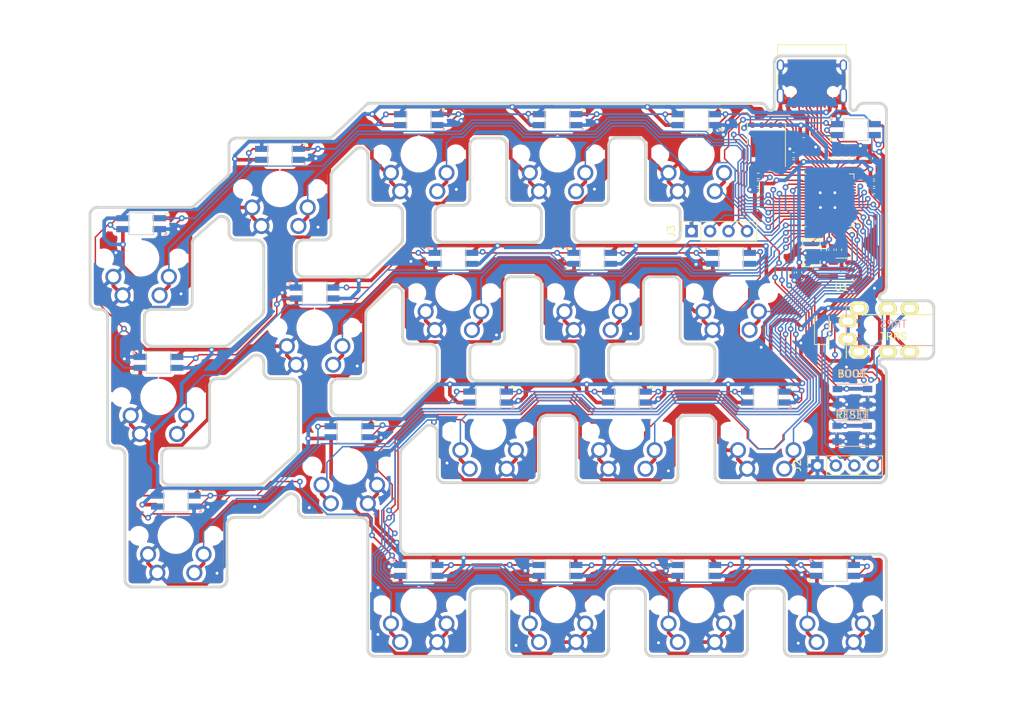
<source format=kicad_pcb>
(kicad_pcb (version 20211014) (generator pcbnew)
  (layers (0 "F.Cu" signal) (31 "B.Cu" signal) (34 "B.Paste" user) (35 "F.Paste" user) (36 "B.SilkS" user "B.Silkscreen") (37 "F.SilkS" user "F.Silkscreen") (38 "B.Mask" user) (39 "F.Mask" user) (44 "Edge.Cuts" user))
  (net 0 "")
  (net 1 "USB_BOOT")
  (net 2 "+5V")
  (net 3 "Net-(L2-Pad4)")
  (net 4 "Net-(L3-Pad4)")
  (net 5 "Net-(L4-Pad4)")
  (net 6 "LED")
  (net 7 "Net-(L7-Pad2)")
  (net 8 "Net-(L11-Pad2)")
  (net 9 "Net-(L11-Pad4)")
  (net 10 "Net-(L12-Pad4)")
  (net 11 "Net-(L17-Pad2)")
  (net 12 "Net-(D1-Pad1)")
  (net 13 "SW1")
  (net 14 "SW2")
  (net 15 "SW3")
  (net 16 "SW4")
  (net 17 "SW5")
  (net 18 "SW6")
  (net 19 "SW7")
  (net 20 "SW8")
  (net 21 "SW9")
  (net 22 "SW10")
  (net 23 "SW11")
  (net 24 "SW12")
  (net 25 "SW13")
  (net 26 "SW14")
  (net 27 "SW15")
  (net 28 "SW16")
  (net 29 "SW17")
  (net 30 "SW18")
  (net 31 "SW19")
  (net 32 "+3V3")
  (net 33 "I2C_SDA")
  (net 34 "unconnected-(L19-Pad2)")
  (net 35 "I2C_SCL")
  (net 36 "Net-(L1-Pad2)")
  (net 37 "GND")
  (net 38 "Net-(L1-Pad4)")
  (net 39 "XIN")
  (net 40 "XOUT")
  (net 41 "+1V1")
  (net 42 "Net-(L6-Pad2)")
  (net 43 "SWCLK")
  (net 44 "Net-(L8-Pad2)")
  (net 45 "Net-(L10-Pad4)")
  (net 46 "Net-(L10-Pad2)")
  (net 47 "SWDIO")
  (net 48 "Net-(L13-Pad4)")
  (net 49 "Net-(L14-Pad4)")
  (net 50 "Net-(L16-Pad2)")
  (net 51 "Net-(L18-Pad2)")
  (net 52 "Net-(R5-Pad1)")
  (net 53 "Net-(R4-Pad2)")
  (net 54 "QSPI_SS")
  (net 55 "Net-(J1-PadA5)")
  (net 56 "USB_D+")
  (net 57 "USB_D-")
  (net 59 "Net-(J1-PadB5)")
  (net 61 "Net-(R3-Pad1)")
  (net 62 "Net-(L20-Pad4)")
  (net 63 "RESET")
  (net 64 "UART_TX")
  (net 65 "UART_RX")
  (net 72 "QSPI_SD3")
  (net 73 "QSPI_SCLK")
  (net 74 "QSPI_SD0")
  (net 75 "QSPI_SD2")
  (net 76 "QSPI_SD1")
  (footprint "spica:SK6812MINI-E_Rev" (layer "F.Cu") (at 54.76898 26.19386 180)
    (fp_text reference "L2")
    (fp_text value "SK6812MINI-E")
    (fp_line (start -1.7 -1.5) (end 1.7 -1.5) (layer "Edge.Cuts") (width 0.12))
    (fp_line (start -1.7 1.5) (end 1.7 1.5) (layer "Edge.Cuts") (width 0.12))
    (fp_line (start 1.7 1.5) (end 1.7 -1.5) (layer "Edge.Cuts") (width 0.12))
    (fp_line (start -1.7 1.5) (end -1.7 -1.5) (layer "Edge.Cuts") (width 0.12))
  )
  (footprint "spica:SK6812MINI-E_Rev" (layer "F.Cu") (at 111.91922 83.3441)
    (fp_text reference "L18")
    (fp_text value "SK6812MINI-E")
    (fp_line (start 1.7 1.5) (end 1.7 -1.5) (layer "Edge.Cuts") (width 0.12))
    (fp_line (start -1.7 -1.5) (end 1.7 -1.5) (layer "Edge.Cuts") (width 0.12))
    (fp_line (start -1.7 1.5) (end 1.7 1.5) (layer "Edge.Cuts") (width 0.12))
    (fp_line (start -1.7 1.5) (end -1.7 -1.5) (layer "Edge.Cuts") (width 0.12))
  )
  (footprint "spica:MX_1.00u-reversible" (layer "F.Cu") (at 35.7189 40.48142 180)
    (fp_text reference "SW1")
    (fp_text value "SW_Push" hide)
  )
  (footprint "spica:SK6812MINI-E_Rev" (layer "F.Cu") (at 116.68174 40.48142)
    (fp_text reference "L10")
    (fp_text value "SK6812MINI-E")
    (fp_line (start -1.7 1.5) (end 1.7 1.5) (layer "Edge.Cuts") (width 0.12))
    (fp_line (start 1.7 1.5) (end 1.7 -1.5) (layer "Edge.Cuts") (width 0.12))
    (fp_line (start -1.7 -1.5) (end 1.7 -1.5) (layer "Edge.Cuts") (width 0.12))
    (fp_line (start -1.7 1.5) (end -1.7 -1.5) (layer "Edge.Cuts") (width 0.12))
  )
  (footprint "spica:SK6812MINI-E_Rev" (layer "F.Cu") (at 73.81906 83.3441)
    (fp_text reference "L16")
    (fp_text value "SK6812MINI-E")
    (fp_line (start -1.7 1.5) (end -1.7 -1.5) (layer "Edge.Cuts") (width 0.12))
    (fp_line (start 1.7 1.5) (end 1.7 -1.5) (layer "Edge.Cuts") (width 0.12))
    (fp_line (start -1.7 1.5) (end 1.7 1.5) (layer "Edge.Cuts") (width 0.12))
    (fp_line (start -1.7 -1.5) (end 1.7 -1.5) (layer "Edge.Cuts") (width 0.12))
  )
  (footprint "spica:MX_1.00u-reversible" (layer "F.Cu") (at 121.44426 64.29402 180)
    (fp_text reference "SW15")
    (fp_text value "SW_Push" hide)
  )
  (footprint "spica:QFN-56-1EP_7x7mm_P0.4mm_EP3.2x3.2mm" (layer "F.Cu") (at 129.95 32.5)
    (fp_text reference "U2" hide)
    (fp_text value "RP2040")
  )
  (footprint "spica:SK6812MINI-E_Rev" (layer "F.Cu") (at 38.10016 54.76898)
    (fp_text reference "L6")
    (fp_text value "SK6812MINI-E")
    (fp_line (start -1.7 1.5) (end 1.7 1.5) (layer "Edge.Cuts") (width 0.12))
    (fp_line (start -1.7 -1.5) (end 1.7 -1.5) (layer "Edge.Cuts") (width 0.12))
    (fp_line (start 1.7 1.5) (end 1.7 -1.5) (layer "Edge.Cuts") (width 0.12))
    (fp_line (start -1.7 1.5) (end -1.7 -1.5) (layer "Edge.Cuts") (width 0.12))
  )
  (footprint "spica:SK6812MINI-E_Rev" (layer "F.Cu") (at 35.7189 35.7189 180)
    (fp_text reference "L1")
    (fp_text value "SK6812MINI-E")
    (fp_line (start -1.7 1.5) (end -1.7 -1.5) (layer "Edge.Cuts") (width 0.12))
    (fp_line (start -1.7 1.5) (end 1.7 1.5) (layer "Edge.Cuts") (width 0.12))
    (fp_line (start 1.7 1.5) (end 1.7 -1.5) (layer "Edge.Cuts") (width 0.12))
    (fp_line (start -1.7 -1.5) (end 1.7 -1.5) (layer "Edge.Cuts") (width 0.12))
  )
  (footprint "spica:C_0402_1005Metric" (layer "F.Cu") (at 126.65 23.54)
    (fp_text reference "C13" hide)
    (fp_text value "100n" hide)
  )
  (footprint "spica:MX_1.00u-reversible" (layer "F.Cu") (at 54.76898 30.95638 180)
    (fp_text reference "SW2")
    (fp_text value "SW_Push" hide)
  )
  (footprint "spica:MX_1.00u-reversible" (layer "F.Cu") (at 97.63166 45.24394 180)
    (fp_text reference "SW9")
    (fp_text value "SW_Push" hide)
  )
  (footprint "spica:R_0402_1005Metric" (layer "F.Cu") (at 120.41 29.16 180)
    (fp_text reference "R1" hide)
    (fp_text value "1k" hide)
  )
  (footprint "spica:C_0402_1005Metric" (layer "F.Cu") (at 134.75 26.74 90)
    (fp_text reference "C4" hide)
    (fp_text value "100n" hide)
  )
  (footprint "spica:D_SOD-123" (layer "F.Cu") (at 129.13 50.07 90)
    (fp_text reference "D1" hide)
    (fp_text value "1N4148W")
  )
  (footprint "spica:C_0402_1005Metric" (layer "F.Cu") (at 135.75 26.75 90)
    (fp_text reference "C3" hide)
    (fp_text value "2.2u" hide)
  )
  (footprint "spica:MX_1.00u-reversible" (layer "F.Cu") (at 92.86914 26.19386 180)
    (fp_text reference "SW4")
    (fp_text value "SW_Push" hide)
  )
  (footprint "spica:C_0402_1005Metric" (layer "F.Cu") (at 131.49 39.3 -90)
    (fp_text reference "C5" hide)
    (fp_text value "100n" hide)
  )
  (footprint "spica:SOT-23-5" (layer "F.Cu") (at 131.87 42.01 180)
    (fp_text reference "U1")
    (fp_text value "TLV75733PDBV")
  )
  (footprint "spica:MX_1.25u-reversible" (layer "F.Cu") (at 38.10016 59.5315 180)
    (fp_text reference "SW6")
    (fp_text value "SW_Push" hide)
  )
  (footprint "spica:PinSocket_1x04_P2.54mm_Vertical" (layer "F.Cu") (at 128.53 68.94 90)
    (fp_text reference "J2")
    (fp_text value "Conn_01x04_Female")
  )
  (footprint "spica:C_0402_1005Metric" (layer "F.Cu") (at 136.31 30.24)
    (fp_text reference "C11" hide)
    (fp_text value "100n" hide)
  )
  (footprint "spica:R_0402_1005Metric" (layer "F.Cu") (at 129.42 39.3 90)
    (fp_text reference "R3" hide)
    (fp_text value "1k" hide)
  )
  (footprint "spica:SK6812MINI-E_Rev" (layer "F.Cu") (at 92.86914 83.3441)
    (fp_text reference "L17")
    (fp_text value "SK6812MINI-E")
    (fp_line (start -1.7 1.5) (end 1.7 1.5) (layer "Edge.Cuts") (width 0.12))
    (fp_line (start 1.7 1.5) (end 1.7 -1.5) (layer "Edge.Cuts") (width 0.12))
    (fp_line (start -1.7 1.5) (end -1.7 -1.5) (layer "Edge.Cuts") (width 0.12))
    (fp_line (start -1.7 -1.5) (end 1.7 -1.5) (layer "Edge.Cuts") (width 0.12))
  )
  (footprint "spica:R_0402_1005Metric" (layer "F.Cu") (at 132.4 26.74 90)
    (fp_text reference "R5" hide)
    (fp_text value "27" hide)
  )
  (footprint "spica:SK6812MINI-E_Rev" (layer "F.Cu") (at 111.91922 21.43134 180)
    (fp_text reference "L5")
    (fp_text value "SK6812MINI-E")
    (fp_line (start -1.7 1.5) (end 1.7 1.5) (layer "Edge.Cuts") (width 0.12))
    (fp_line (start -1.7 -1.5) (end 1.7 -1.5) (layer "Edge.Cuts") (width 0.12))
    (fp_line (start 1.7 1.5) (end 1.7 -1.5) (layer "Edge.Cuts") (width 0.12))
    (fp_line (start -1.7 1.5) (end -1.7 -1.5) (layer "Edge.Cuts") (width 0.12))
  )
  (footprint "spica:C_0402_1005Metric" (layer "F.Cu") (at 120.43 33.26 180)
    (fp_text reference "C8" hide)
    (fp_text value "100n" hide)
  )
  (footprint "spica:R_0402_1005Metric" (layer "F.Cu") (at 120.41 30.21 180)
    (fp_text reference "R2" hide)
    (fp_text value "10k" hide)
  )
  (footprint "spica:C_0402_1005Metric" (layer "F.Cu") (at 120.43 32.24 180)
    (fp_text reference "C7" hide)
    (fp_text value "100n" hide)
  )
  (footprint "spica:WSON-8-1EP_6x5mm_P1.27mm_EP3.4x4.3mm" (layer "F.Cu") (at 121.535 24.88 90)
    (fp_text reference "U3" hide)
    (fp_text value "W25Q128JVS")
  )
  (footprint "spica:Resonator_SMD_Murata_CSTxExxV-3Pin_3.0x1.1mm" (layer "F.Cu") (at 127.72 39.81 -90)
    (fp_text reference "Y1" hide)
    (fp_text value "12MHz")
  )
  (footprint "spica:SK6812MINI-E_Rev" (layer "F.Cu") (at 64.29402 64.29402 180)
    (fp_text reference "L12")
    (fp_text value "SK6812MINI-E")
    (fp_line (start 1.7 1.5) (end 1.7 -1.5) (layer "Edge.Cuts") (width 0.12))
    (fp_line (start -1.7 1.5) (end -1.7 -1.5) (layer "Edge.Cuts") (width 0.12))
    (fp_line (start -1.7 -1.5) (end 1.7 -1.5) (layer "Edge.Cuts") (width 0.12))
    (fp_line (start -1.7 1.5) (end 1.7 1.5) (layer "Edge.Cuts") (width 0.12))
  )
  (footprint "spica:SW_Push_1P1T_NO_Vertical_Wuerth_434133025816" (layer "F.Cu") (at 133.3 64.55)
    (fp_text reference "RSW1" hide)
    (fp_text value "SW_RESET")
  )
  (footprint "spica:R_0402_1005Metric" (layer "F.Cu") (at 131.4 26.74 -90)
    (fp_text reference "R4" hide)
    (fp_text value "27" hide)
  )
  (footprint "spica:C_0402_1005Metric" (layer "F.Cu") (at 136.31 31.24)
    (fp_text reference "C10" hide)
    (fp_text value "100n" hide)
  )
  (footprint "spica:MX_1.00u-reversible" (layer "F.Cu") (at 111.91922 26.19386 180)
    (fp_text reference "SW5")
    (fp_text value "SW_Push" hide)
  )
  (footprint "spica:C_0402_1005Metric" (layer "F.Cu") (at 130.45 39.29 -90)
    (fp_text reference "C9" hide)
    (fp_text value "100n" hide)
  )
  (footprint "spica:SK6812MINI-E_Rev" (layer "F.Cu") (at 97.63166 40.48142)
    (fp_text reference "L9")
    (fp_text value "SK6812MINI-E")
    (fp_line (start -1.7 1.5) (end -1.7 -1.5) (layer "Edge.Cuts") (width 0.12))
    (fp_line (start 1.7 1.5) (end 1.7 -1.5) (layer "Edge.Cuts") (width 0.12))
    (fp_line (start -1.7 1.5) (end 1.7 1.5) (layer "Edge.Cuts") (width 0.12))
    (fp_line (start -1.7 -1.5) (end 1.7 -1.5) (layer "Edge.Cuts") (width 0.12))
  )
  (footprint "spica:SK6812MINI-E_Rev" (layer "F.Cu") (at 59.5315 45.24394)
    (fp_text reference "L7")
    (fp_text value "SK6812MINI-E")
    (fp_line (start -1.7 1.5) (end 1.7 1.5) (layer "Edge.Cuts") (width 0.12))
    (fp_line (start 1.7 1.5) (end 1.7 -1.5) (layer "Edge.Cuts") (width 0.12))
    (fp_line (start -1.7 1.5) (end -1.7 -1.5) (layer "Edge.Cuts") (width 0.12))
    (fp_line (start -1.7 -1.5) (end 1.7 -1.5) (layer "Edge.Cuts") (width 0.12))
  )
  (footprint "spica:MX_1.00u-reversible" (layer "F.Cu") (at 116.68174 45.24394 180)
    (fp_text reference "SW10")
    (fp_text value "SW_Push" hide)
  )
  (footprint "spica:MX_1.00u-reversible" (layer "F.Cu") (at 78.58158 45.24394 180)
    (fp_text reference "SW8")
    (fp_text value "SW_Push" hide)
  )
  (footprint "spica:SK6812MINI-E_Rev" (layer "F.Cu") (at 83.3441 59.5315 180)
    (fp_text reference "L13")
    (fp_text value "SK6812MINI-E")
    (fp_line (start -1.7 1.5) (end 1.7 1.5) (layer "Edge.Cuts") (width 0.12))
    (fp_line (start 1.7 1.5) (end 1.7 -1.5) (layer "Edge.Cuts") (width 0.12))
    (fp_line (start -1.7 1.5) (end -1.7 -1.5) (layer "Edge.Cuts") (width 0.12))
    (fp_line (start -1.7 -1.5) (end 1.7 -1.5) (layer "Edge.Cuts") (width 0.12))
  )
  (footprint "spica:SK6812MINI-E_Rev" (layer "F.Cu") (at 130.96914 83.3441)
    (fp_text reference "L19")
    (fp_text value "SK6812MINI-E")
    (fp_line (start 1.7 1.5) (end 1.7 -1.5) (layer "Edge.Cuts") (width 0.12))
    (fp_line (start -1.7 1.5) (end -1.7 -1.5) (layer "Edge.Cuts") (width 0.12))
    (fp_line (start -1.7 1.5) (end 1.7 1.5) (layer "Edge.Cuts") (width 0.12))
    (fp_line (start -1.7 -1.5) (end 1.7 -1.5) (layer "Edge.Cuts") (width 0.12))
  )
  (footprint "spica:MX_1.00u-reversible" (layer "F.Cu") (at 59.5315 50.00646 180)
    (fp_text reference "SW7")
    (fp_text value "SW_Push" hide)
  )
  (footprint "spica:C_0402_1005Metric" (layer "F.Cu") (at 136.29 29.24)
    (fp_text reference "C12" hide)
    (fp_text value "100n" hide)
  )
  (footprint "spica:SK6812MINI-E_Rev" (layer "F.Cu") (at 121.44426 59.5315 180)
    (fp_text reference "L15")
    (fp_text value "SK6812MINI-E")
    (fp_line (start -1.7 1.5) (end -1.7 -1.5) (layer "Edge.Cuts") (width 0.12))
    (fp_line (start 1.7 1.5) (end 1.7 -1.5) (layer "Edge.Cuts") (width 0.12))
    (fp_line (start -1.7 -1.5) (end 1.7 -1.5) (layer "Edge.Cuts") (width 0.12))
    (fp_line (start -1.7 1.5) (end 1.7 1.5) (layer "Edge.Cuts") (width 0.12))
  )
  (footprint "spica:SK6812MINI-E_Rev" (layer "F.Cu") (at 40.48142 73.81906 180)
    (fp_text reference "L11")
    (fp_text value "SK6812MINI-E")
    (fp_line (start -1.7 -1.5) (end 1.7 -1.5) (layer "Edge.Cuts") (width 0.12))
    (fp_line (start 1.7 1.5) (end 1.7 -1.5) (layer "Edge.Cuts") (width 0.12))
    (fp_line (start -1.7 1.5) (end 1.7 1.5) (layer "Edge.Cuts") (width 0.12))
    (fp_line (start -1.7 1.5) (end -1.7 -1.5) (layer "Edge.Cuts") (width 0.12))
  )
  (footprint "spica:SW_Push_1P1T_NO_Vertical_Wuerth_434133025816" (layer "F.Cu") (at 133.35 59.5)
    (fp_text reference "BSW1" hide)
    (fp_text value "SW_BOOT")
  )
  (footprint "spica:C_0402_1005Metric" (layer "F.Cu") (at 125.27 27.3 180)
    (fp_text reference "C15" hide)
    (fp_text value "2.2u" hide)
  )
  (footprint "spica:SK6812MINI-E_Rev" (layer "F.Cu") (at 73.81906 21.43134 180)
    (fp_text reference "L3")
    (fp_text value "SK6812MINI-E")
    (fp_line (start 1.7 1.5) (end 1.7 -1.5) (layer "Edge.Cuts") (width 0.12))
    (fp_line (start -1.7 -1.5) (end 1.7 -1.5) (layer "Edge.Cuts") (width 0.12))
    (fp_line (start -1.7 1.5) (end 1.7 1.5) (layer "Edge.Cuts") (width 0.12))
    (fp_line (start -1.7 1.5) (end -1.7 -1.5) (layer "Edge.Cuts") (width 0.12))
  )
  (footprint "spica:R_0402_1005Metric" (layer "F.Cu") (at 133.4 26.75 -90)
    (fp_text reference "R6" hide)
    (fp_text value "5.1k" hide)
  )
  (footprint "spica:C_0402_1005Metric" (layer "F.Cu") (at 126.04 42.42 -90)
    (fp_text reference "C2" hide)
    (fp_text value "1u" hide)
  )
  (footprint "spica:SK6812MINI-E_Rev" (layer "F.Cu") (at 92.86914 21.43134 180)
    (fp_text reference "L4")
    (fp_text value "SK6812MINI-E")
    (fp_line (start -1.7 -1.5) (end 1.7 -1.5) (layer "Edge.Cuts") (width 0.12))
    (fp_line (start -1.7 1.5) (end 1.7 1.5) (layer "Edge.Cuts") (width 0.12))
    (fp_line (start -1.7 1.5) (end -1.7 -1.5) (layer "Edge.Cuts") (width 0.12))
    (fp_line (start 1.7 1.5) (end 1.7 -1.5) (layer "Edge.Cuts") (width 0.12))
  )
  (footprint "spica:MJ-4PP-9_cross" (layer "F.Cu") (at 144.5 51.21 -90)
    (fp_text reference "J4")
    (fp_text value "AudioJack4" hide)
  )
  (footprint "spica:C_0402_1005Metric" (layer "F.Cu") (at 120.43 31.24 180)
    (fp_text reference "C6" hide)
    (fp_text value "2.2u" hide)
  )
  (footprint "spica:PinSocket_1x04_P2.54mm_Vertical" (layer "F.Cu") (at 111.26 36.75 90)
    (fp_text reference "J3")
    (fp_text value "Conn_01x04_Female")
  )
  (footprint "spica:MX_1.00u-reversible" (layer "F.Cu") (at 73.81906 26.19386 180)
    (fp_text reference "SW3")
    (fp_text value "SW_Push" hide)
  )
  (footprint "spica:C_0402_1005Metric" (layer "F.Cu") (at 125.27 26.3 180)
    (fp_text reference "C14" hide)
    (fp_text value "100n" hide)
  )
  (footprint "spica:MX_1.00u-reversible" (layer "F.Cu") (at 102.39418 64.29402 180)
    (fp_text reference "SW14")
    (fp_text value "SW_Push" hide)
  )
  (footprint "spica:SK6812MINI-E_Rev" (layer "F.Cu") (at 78.58158 40.48142)
    (fp_text reference "L8")
    (fp_text value "SK6812MINI-E")
    (fp_line (start -1.7 1.5) (end 1.7 1.5) (layer "Edge.Cuts") (width 0.12))
    (fp_line (start -1.7 1.5) (end -1.7 -1.5) (layer "Edge.Cuts") (width 0.12))
    (fp_line (start -1.7 -1.5) (end 1.7 -1.5) (layer "Edge.Cuts") (width 0.12))
    (fp_line (start 1.7 1.5) (end 1.7 -1.5) (layer "Edge.Cuts") (width 0.12))
  )
  (footprint "spica:SK6812MINI-E_Rev" (layer "F.Cu") (at 133.82 22.8)
    (fp_text reference "L20")
    (fp_text value "SK6812MINI-E")
    (fp_line (start -1.7 1.5) (end 1.7 1.5) (layer "Edge.Cuts") (width 0.12))
    (fp_line (start -1.7 -1.5) (end 1.7 -1.5) (layer "Edge.Cuts") (width 0.12))
    (fp_line (start -1.7 1.5) (end -1.7 -1.5) (layer "Edge.Cuts") (width 0.12))
    (fp_line (start 1.7 1.5) (end 1.7 -1.5) (layer "Edge.Cuts") (width 0.12))
  )
  (footprint "spica:C_0402_1005Metric" (layer "F.Cu") (at 125.01 42.44 -90)
    (fp_text reference "C1" hide)
    (fp_text value "1u" hide)
  )
  (footprint "spica:USB_C_Receptacle_HRO_TYPE-C-31-M-12" (layer "F.Cu") (at 127.78 15.03 180)
    (fp_text reference "J1" hide)
    (fp_text value "USB_C_Receptacle")
  )
  (footprint "spica:R_0402_1005Metric" (layer "F.Cu") (at 130.4 26.75 90)
    (fp_text reference "R7" hide)
    (fp_text value "5.1k" hide)
  )
  (footprint "spica:SK6812MINI-E_Rev" (layer "F.Cu") (at 102.39418 59.5315 180)
    (fp_text reference "L14")
    (fp_text value "SK6812MINI-E")
    (fp_line (start -1.7 1.5) (end -1.7 -1.5) (layer "Edge.Cuts") (width 0.12))
    (fp_line (start -1.7 1.5) (end 1.7 1.5) (layer "Edge.Cuts") (width 0.12))
    (fp_line (start -1.7 -1.5) (end 1.7 -1.5) (layer "Edge.Cuts") (width 0.12))
    (fp_line (start 1.7 1.5) (end 1.7 -1.5) (layer "Edge.Cuts") (width 0.12))
  )
  (footprint "spica:MX_1.50u-reversible" (layer "F.Cu") (at 40.48142 78.58158 180)
    (fp_text reference "SW11")
    (fp_text value "SW_Push" hide)
  )
  (footprint "spica:MX_1.00u-reversible" (layer "B.Cu") (at 64.29402 69.05654)
    (fp_text reference "SW12")
    (fp_text value "SW_Push" hide)
  )
  (footprint "spica:MX_1.00u-reversible" (layer "B.Cu") (at 83.3441 64.29402)
    (fp_text reference "SW13")
    (fp_text value "SW_Push" hide)
  )
  (footprint "spica:MX_1.00u-reversible" (layer "B.Cu") (at 130.96922 88.10662)
    (fp_text reference "SW19")
    (fp_text value "SW_Push" hide)
  )
  (footprint "spica:MX_1.00u-reversible" (layer "B.Cu") (at 111.91922 88.10662)
    (fp_text reference "SW18")
    (fp_text value "SW_Push" hide)
  )
  (footprint "spica:MX_1.00u-reversible" (layer "B.Cu") (at 73.81906 88.10662)
    (fp_text reference "SW16")
    (fp_text value "SW_Push" hide)
  )
  (footprint "spica:MX_1.00u-reversible" (layer "B.Cu") (at 92.86914 88.10662)
    (fp_text reference "SW17")
    (fp_text value "SW_Push" hide)
  )
  (gr_line (start 134.544448 19.249152) (end 134.475152 19.280593) (layer "Edge.Cuts") (width 0.377952))
  (gr_line (start 110.212211 62.081901) (end 110.260544 62.073468) (layer "Edge.Cuts") (width 0.377952))
  (gr_line (start 138.003343 70.398839) (end 138.007007 70.349588) (layer "Edge.Cuts") (width 0.377952))
  (gr_line (start 80.757107 32.582689) (end 80.77467 32.537178) (layer "Edge.Cuts") (width 0.377952))
  (gr_line (start 46.114464 57.012506) (end 47.116417 57.012506) (layer "Edge.Cuts") (width 0.377952))
  (gr_line (start 104.646958 43.962918) (end 104.65062 43.913667) (layer "Edge.Cuts") (width 0.377952))
  (gr_line (start 109.700618 51.348843) (end 109.706684 51.397675) (layer "Edge.Cuts") (width 0.377952))
  (gr_line (start 137.00891 45.773008) (end 137.010573 45.751088) (layer "Edge.Cuts") (width 0.377952))
  (gr_line (start 45.643571 57.130313) (end 45.687179 57.108388) (layer "Edge.Cuts") (width 0.377952))
  (gr_line (start 66.803092 76.818758) (end 66.813859 76.866507) (layer "Edge.Cuts") (width 0.377952))
  (gr_line (start 133.238975 20.096374) (end 133.220985 20.08431) (layer "Edge.Cuts") (width 0.377952))
  (gr_line (start 84.893098 52.205048) (end 84.93956 52.189326) (layer "Edge.Cuts") (width 0.377952))
  (gr_line (start 138.003343 94.23634) (end 138.007007 94.187089) (layer "Edge.Cuts") (width 0.377952))
  (gr_line (start 66.790025 76.771673) (end 66.803092 76.818758) (layer "Edge.Cuts") (width 0.377952))
  (gr_line (start 108.87914 71.182197) (end 108.921674 71.158142) (layer "Edge.Cuts") (width 0.377952))
  (gr_line (start 81.783645 23.96374) (end 81.833233 23.962511) (layer "Edge.Cuts") (width 0.377952))
  (gr_line (start 56.942018 57.238974) (end 56.979434 57.271208) (layer "Edge.Cuts") (width 0.377952))
  (gr_line (start 105.449714 43.031898) (end 105.498047 43.023465) (layer "Edge.Cuts") (width 0.377952))
  (gr_line (start 57.313398 75.16475) (end 57.319757 75.214795) (layer "Edge.Cuts") (width 0.377952))
  (gr_line (start 57.34953 42.753808) (end 57.313599 42.719614) (layer "Edge.Cuts") (width 0.377952))
  (gr_line (start 132.155892 12.685963) (end 132.10706 12.679898) (layer "Edge.Cuts") (width 0.377952))
  (gr_line (start 90.615577 33.956259) (end 90.626344 34.004008) (layer "Edge.Cuts") (width 0.377952))
  (gr_line (start 53.545723 57.012502) (end 53.545723 57.012502) (layer "Edge.Cuts") (width 0.377952))
  (gr_line (start 99.883236 24.962503) (end 99.884462 24.912916) (layer "Edge.Cuts") (width 0.377952))
  (gr_line (start 86.081902 32.798318) (end 86.111589 32.836095) (layer "Edge.Cuts") (width 0.377952))
  (gr_line (start 61.84392 57.668677) (end 61.861825 57.623265) (layer "Edge.Cuts") (width 0.377952))
  (gr_line (start 137.34157 45.328603) (end 137.378636 45.314673) (layer "Edge.Cuts") (width 0.377952))
  (gr_line (start 57.425764 38.158724) (end 57.465903 38.130512) (layer "Edge.Cuts") (width 0.377952))
  (gr_line (start 52.191063 76.012535) (end 52.233558 75.997502) (layer "Edge.Cuts") (width 0.377952))
  (gr_line (start 31.109593 48.388674) (end 31.113258 48.437925) (layer "Edge.Cuts") (width 0.377952))
  (gr_line (start 137.111737 54.495344) (end 137.125251 54.478537) (layer "Edge.Cuts") (width 0.377952))
  (gr_line (start 51.819044 53.797803) (end 51.888166 53.820204) (layer "Edge.Cuts") (width 0.377952))
  (gr_line (start 85.888402 94.239749) (end 85.894762 94.289795) (layer "Edge.Cuts") (width 0.377952))
  (gr_line (start 137.100282 55.089101) (end 137.088239 55.071298) (layer "Edge.Cuts") (width 0.377952))
  (gr_line (start 143.845399 46.358568) (end 143.799061 46.343237) (layer "Edge.Cuts") (width 0.377952))
  (gr_line (start 71.323436 61.973531) (end 71.280189 61.991893) (layer "Edge.Cuts") (width 0.377952))
  (gr_line (start 52.545738 47.612516) (end 52.544309 47.665994) (layer "Edge.Cuts") (width 0.377952))
  (gr_line (start 66.581507 25.616711) (end 66.604858 25.644033) (layer "Edge.Cuts") (width 0.377952))
  (gr_line (start 47.788605 76.355396) (end 47.788605 76.355396) (layer "Edge.Cuts") (width 0.377952))
  (gr_line (start 94.921659 62.204369) (end 94.963037 62.230519) (layer "Edge.Cuts") (width 0.377952))
  (gr_line (start 71.308235 67.256485) (end 71.308235 67.256485) (layer "Edge.Cuts") (width 0.377952))
  (gr_line (start 57.306806 66.715993) (end 57.302548 66.769049) (layer "Edge.Cuts") (width 0.377952))
  (gr_line (start 90.626344 37.44601) (end 90.615577 37.49376) (layer "Edge.Cuts") (width 0.377952))
  (gr_line (start 105.051036 94.608397) (end 105.075091 94.65093) (layer "Edge.Cuts") (width 0.377952))
  (gr_line (start 76.159557 52.651682) (end 76.187437 52.690888) (layer "Edge.Cuts") (width 0.377952))
  (gr_line (start 85.928197 32.497373) (end 85.943919 32.543837) (layer "Edge.Cuts") (width 0.377952))
  (gr_line (start 85.656774 86.170418) (end 85.687014 86.209236) (layer "Edge.Cuts") (width 0.377952))
  (gr_line (start 51.924611 71.586458) (end 51.878899 71.587503) (layer "Edge.Cuts") (width 0.377952))
  (gr_line (start 41.88091 47.476549) (end 41.929245 47.468116) (layer "Edge.Cuts") (width 0.377952))
  (gr_line (start 95.349675 62.725334) (end 95.365007 62.771673) (layer "Edge.Cuts") (width 0.377952))
  (gr_line (start 90.387038 37.921188) (end 90.352844 37.95712) (layer "Edge.Cuts") (width 0.377952))
  (gr_line (start 137.728096 55.52006) (end 137.673244 55.467319) (layer "Edge.Cuts") (width 0.377952))
  (gr_line (start 57.243789 73.456434) (end 57.255786 73.489977) (layer "Edge.Cuts") (width 0.377952))
  (gr_line (start 45.559661 57.180518) (end 45.601038 57.154368) (layer "Edge.Cuts") (width 0.377952))
  (gr_line (start 45.125431 57.864836) (end 45.133863 57.816504) (layer "Edge.Cuts") (width 0.377952))
  (gr_line (start 95.438393 70.543755) (end 95.45146 70.59084) (layer "Edge.Cuts") (width 0.377952))
  (gr_line (start 99.883236 53.250009) (end 99.883236 53.250009) (layer "Edge.Cuts") (width 0.377952))
  (gr_line (start 81.278426 85.972184) (end 81.319803 85.946033) (layer "Edge.Cuts") (width 0.377952))
  (gr_line (start 85.600619 43.913667) (end 85.606685 43.864834) (layer "Edge.Cuts") (width 0.377952))
  (gr_line (start 38.545708 70.587505) (end 38.545708 70.587505) (layer "Edge.Cuts") (width 0.377952))
  (gr_line (start 51.257036 53.802338) (end 51.325609 53.784296) (layer "Edge.Cuts") (width 0.377952))
  (gr_line (start 66.724308 42.830147) (end 66.685059 42.856421) (layer "Edge.Cuts") (width 0.377952))
  (gr_line (start 137.098935 54.512753) (end 137.111737 54.495344) (layer "Edge.Cuts") (width 0.377952))
  (gr_line (start 52.438391 54.308956) (end 52.453824 54.340896) (layer "Edge.Cuts") (width 0.377952))
  (gr_line (start 66.834663 42.740015) (end 66.799184 42.771915) (layer "Edge.Cuts") (width 0.377952))
  (gr_line (start 30.821594 47.780401) (end 30.855788 47.816333) (layer "Edge.Cuts") (width 0.377952))
  (gr_line (start 109.40823 63.062505) (end 109.409455 63.012918) (layer "Edge.Cuts") (width 0.377952))
  (gr_line (start 80.124064 33.156782) (end 80.170403 33.14145) (layer "Edge.Cuts") (width 0.377952))
  (gr_line (start 100.500533 85.880293) (end 100.546043 85.862729) (layer "Edge.Cuts") (width 0.377952))
  (gr_line (start 98.883232 33.200006) (end 98.883232 33.200006) (layer "Edge.Cuts") (width 0.377952))
  (gr_line (start 95.141056 37.451551) (end 95.132261 37.402307) (layer "Edge.Cuts") (width 0.377952))
  (gr_line (start 52.83863 56.719602) (end 52.873359 56.752713) (layer "Edge.Cuts") (width 0.377952))
  (gr_line (start 143.890908 46.376132) (end 143.845399 46.358568) (layer "Edge.Cuts") (width 0.377952))
  (gr_line (start 132.299058 12.718229) (end 132.251973 12.705163) (layer "Edge.Cuts") (width 0.377952))
  (gr_line (start 57.10748 73.208727) (end 57.128264 73.237413) (layer "Edge.Cuts") (width 0.377952))
  (gr_line (start 56.440902 72.818559) (end 56.511529 72.830599) (layer "Edge.Cuts") (width 0.377952))
  (gr_line (start 95.165697 33.902641) (end 95.181418 33.856177) (layer "Edge.Cuts") (width 0.377952))
  (gr_line (start 76.12987 52.613906) (end 76.159557 52.651682) (layer "Edge.Cuts") (width 0.377952))
  (gr_line (start 137.997276 81.964836) (end 137.988843 81.916505) (layer "Edge.Cuts") (width 0.377952))
  (gr_line (start 71.053206 62.052358) (end 71.006174 62.057976) (layer "Edge.Cuts") (width 0.377952))
  (gr_line (start 53.069074 56.891801) (end 53.112191 56.913885) (layer "Edge.Cuts") (width 0.377952))
  (gr_line (start 86.284919 33.001337) (end 86.324125 33.029217) (layer "Edge.Cuts") (width 0.377952))
  (gr_line (start 122.974448 12.901475) (end 122.937032 12.93371) (layer "Edge.Cuts") (width 0.377952))
  (gr_line (start 99.765446 94.608394) (end 99.787371 94.564786) (layer "Edge.Cuts") (width 0.377952))
  (gr_line (start 104.40412 24.080316) (end 104.446653 24.10437) (layer "Edge.Cuts") (width 0.377952))
  (gr_line (start 76.212914 63.860982) (end 76.230995 63.891985) (layer "Edge.Cuts") (width 0.377952))
  (gr_line (start 137.279492 45.355362) (end 137.29962 45.345588) (layer "Edge.Cuts") (width 0.377952))
  (gr_line (start 80.844188 86.656504) (end 80.852622 86.608172) (layer "Edge.Cuts") (width 0.377952))
  (gr_line (start 123.082075 85.809066) (end 123.13091 85.815132) (layer "Edge.Cuts") (width 0.377952))
  (gr_line (start 100.328414 52.418012) (end 100.369791 52.391862) (layer "Edge.Cuts") (width 0.377952))
  (gr_line (start 47.116417 52.537504) (end 37.164482 52.537504) (layer "Edge.Cuts") (width 0.377952))
  (gr_line (start 57.295507 66.821582) (end 57.285729 66.873491) (layer "Edge.Cuts") (width 0.377952))
  (gr_line (start 85.33594 51.922388) (end 85.367371 51.886104) (layer "Edge.Cuts") (width 0.377952))
  (gr_line (start 67.278411 33.031996) (end 67.319788 33.058146) (layer "Edge.Cuts") (width 0.377952))
  (gr_line (start 76.47579 33.39623) (end 76.515929 33.368018) (layer "Edge.Cuts") (width 0.377952))
  (gr_line (start 47.982286 76.204363) (end 48.02482 76.180309) (layer "Edge.Cuts") (width 0.377952))
  (gr_line (start 57.313599 42.719614) (end 57.313599 42.719614) (layer "Edge.Cuts") (width 0.377952))
  (gr_line (start 95.115341 57.007112) (end 95.07941 57.041307) (layer "Edge.Cuts") (width 0.377952))
  (gr_line (start 42.115935 47.411387) (end 42.160536 47.391626) (layer "Edge.Cuts") (width 0.377952))
  (gr_line (start 36.360685 52.132439) (end 36.332473 52.0923) (layer "Edge.Cuts") (width 0.377952))
  (gr_line (start 67.126106 32.907114) (end 67.126106 32.907114) (layer "Edge.Cuts") (width 0.377952))
  (gr_line (start 71.552914 45.040515) (end 71.562786 45.075406) (layer "Edge.Cuts") (width 0.377952))
  (gr_line (start 132.988843 13.479008) (end 132.978076 13.431258) (layer "Edge.Cuts") (width 0.377952))
  (gr_line (start 47.691274 35.290876) (end 47.705581 35.323378) (layer "Edge.Cuts") (width 0.377952))
  (gr_line (start 122.937032 12.93371) (end 122.9011 12.967905) (layer "Edge.Cuts") (width 0.377952))
  (gr_line (start 76.129291 33.862833) (end 76.146854 33.817323) (layer "Edge.Cuts") (width 0.377952))
  (gr_line (start 56.779149 57.130316) (end 56.821683 57.15437) (layer "Edge.Cuts") (width 0.377952))
  (gr_line (start 109.427612 62.866504) (end 109.438377 62.818755) (layer "Edge.Cuts") (width 0.377952))
  (gr_line (start 62.147143 57.240863) (end 62.184919 57.211176) (layer "Edge.Cuts") (width 0.377952))
  (gr_line (start 47.341684 52.5118) (end 47.297419 52.520986) (layer "Edge.Cuts") (width 0.377952))
  (gr_line (start 89.793404 38.23905) (end 89.744571 38.245116) (layer "Edge.Cuts") (width 0.377952))
  (gr_line (start 118.451757 94.992735) (end 118.49233 94.966725) (layer "Edge.Cuts") (width 0.377952))
  (gr_line (start 57.144459 67.210889) (end 57.114421 67.254167) (layer "Edge.Cuts") (width 0.377952))
  (gr_line (start 36.457352 52.244607) (end 36.423158 52.208675) (layer "Edge.Cuts") (width 0.377952))
  (gr_line (start 81.496055 57.241448) (end 81.450545 57.223885) (layer "Edge.Cuts") (width 0.377952))
  (gr_line (start 90.685861 62.322295) (end 90.722145 62.290865) (layer "Edge.Cuts") (width 0.377952))
  (gr_line (start 91.263052 52.173884) (end 91.308563 52.191448) (layer "Edge.Cuts") (width 0.377952))
  (gr_line (start 118.734555 94.735829) (end 118.762436 94.696623) (layer "Edge.Cuts") (width 0.377952))
  (gr_line (start 47.297413 56.995992) (end 47.341677 56.986805) (layer "Edge.Cuts") (width 0.377952))
  (gr_line (start 95.968441 38.238487) (end 95.919198 38.229693) (layer "Edge.Cuts") (width 0.377952))
  (gr_line (start 85.807117 86.421493) (end 85.824681 86.467003) (layer "Edge.Cuts") (width 0.377952))
  (gr_line (start 67.637213 33.180614) (end 67.685545 33.189047) (layer "Edge.Cuts") (width 0.377952))
  (gr_line (start 85.88324 32.200006) (end 85.88324 32.200006) (layer "Edge.Cuts") (width 0.377952))
  (gr_line (start 42.353905 33.487504) (end 29.708237 33.487504) (layer "Edge.Cuts") (width 0.377952))
  (gr_line (start 46.594572 85.607613) (end 46.643407 85.601547) (layer "Edge.Cuts") (width 0.377952))
  (gr_line (start 61.210526 37.866623) (end 61.254134 37.844698) (layer "Edge.Cuts") (width 0.377952))
  (gr_line (start 133.316342 20.136777) (end 133.296229 20.127903) (layer "Edge.Cuts") (width 0.377952))
  (gr_line (start 81.542394 24.005735) (end 81.58948 23.992669) (layer "Edge.Cuts") (width 0.377952))
  (gr_line (start 123.97836 86.705339) (end 123.982024 86.75459) (layer "Edge.Cuts") (width 0.377952))
  (gr_line (start 66.170422 76.121063) (end 66.215934 76.138627) (layer "Edge.Cuts") (width 0.377952))
  (gr_line (start 71.584789 34.05234) (end 71.590855 34.101172) (layer "Edge.Cuts") (width 0.377952))
  (gr_line (start 122.613101 13.576181) (end 122.609437 13.625432) (layer "Edge.Cuts") (width 0.377952))
  (gr_line (start 34.2049 85.569282) (end 34.251985 85.582348) (layer "Edge.Cuts") (width 0.377952))
  (gr_line (start 52.522106 54.543344) (end 52.529257 54.578617) (layer "Edge.Cuts") (width 0.377952))
  (gr_line (start 103.744573 52.245112) (end 103.793409 52.239046) (layer "Edge.Cuts") (width 0.377952))
  (gr_line (start 103.793409 52.239046) (end 103.841743 52.230613) (layer "Edge.Cuts") (width 0.377952))
  (gr_line (start 133.979639 19.841669) (end 133.971583 19.86292) (layer "Edge.Cuts") (width 0.377952))
  (gr_line (start 61.794764 61.214809) (end 61.788404 61.164764) (layer "Edge.Cuts") (width 0.377952))
  (gr_line (start 137.890425 19.704113) (end 137.866369 19.66158) (layer "Edge.Cuts") (width 0.377952))
  (gr_line (start 90.704295 51.58718) (end 90.721859 51.63269) (layer "Edge.Cuts") (width 0.377952))
  (gr_line (start 137.008215 45.795094) (end 137.00891 45.773008) (layer "Edge.Cuts") (width 0.377952))
  (gr_line (start 104.640335 24.255403) (end 104.640335 24.255403) (layer "Edge.Cuts") (width 0.377952))
  (gr_line (start 119.191904 86.132998) (end 119.226097 86.097065) (layer "Edge.Cuts") (width 0.377952))
  (gr_line (start 52.542099 75.810943) (end 52.542099 75.810943) (layer "Edge.Cuts") (width 0.377952))
  (gr_line (start 61.993786 28.542662) (end 62.026142 28.503174) (layer "Edge.Cuts") (width 0.377952))
  (gr_line (start 100.001026 86.333283) (end 100.025081 86.290749) (layer "Edge.Cuts") (width 0.377952))
  (gr_line (start 99.354146 33.082201) (end 99.39668 33.058146) (layer "Edge.Cuts") (width 0.377952))
  (gr_line (start 70.991905 44.411951) (end 70.991905 44.411951) (layer "Edge.Cuts") (width 0.377952))
  (gr_line (start 48.02482 76.180309) (end 48.068428 76.158384) (layer "Edge.Cuts") (width 0.377952))
  (gr_line (start 66.319273 56.646261) (end 66.349512 56.607443) (layer "Edge.Cuts") (width 0.377952))
  (gr_line (start 104.890001 24.671675) (end 104.903067 24.71876) (layer "Edge.Cuts") (width 0.377952))
  (gr_line (start 76.803404 71.131996) (end 76.844782 71.158146) (layer "Edge.Cuts") (width 0.377952))
  (gr_line (start 29.113272 33.683735) (end 29.074454 33.713975) (layer "Edge.Cuts") (width 0.377952))
  (gr_line (start 99.9791 56.727287) (end 99.959339 56.682687) (layer "Edge.Cuts") (width 0.377952))
  (gr_line (start 121.331577 19.404588) (end 121.301908 19.380974) (layer "Edge.Cuts") (width 0.377952))
  (gr_line (start 113.79543 52.308563) (end 113.840941 52.326127) (layer "Edge.Cuts") (width 0.377952))
  (gr_line (start 114.415033 52.959177) (end 114.4281 53.006262) (layer "Edge.Cuts") (width 0.377952))
  (gr_line (start 58.30822 76.062505) (end 65.833229 76.062505) (layer "Edge.Cuts") (width 0.377952))
  (gr_line (start 76.779897 33.243231) (end 76.826982 33.230165) (layer "Edge.Cuts") (width 0.377952))
  (gr_line (start 138.007007 82.062919) (end 138.003342 82.013669) (layer "Edge.Cuts") (width 0.377952))
  (gr_line (start 61.803557 57.810974) (end 61.814723 57.762594) (layer "Edge.Cuts") (width 0.377952))
  (gr_line (start 52.147913 76.025644) (end 52.191063 76.012535) (layer "Edge.Cuts") (width 0.377952))
  (gr_line (start 86.304891 43.05573) (end 86.351977 43.042664) (layer "Edge.Cuts") (width 0.377952))
  (gr_line (start 90.359543 63.011046) (end 90.363405 62.960263) (layer "Edge.Cuts") (width 0.377952))
  (gr_line (start 76.100892 33.956256) (end 76.113958 33.909171) (layer "Edge.Cuts") (width 0.377952))
  (gr_line (start 52.544309 47.665994) (end 52.540051 47.71905) (layer "Edge.Cuts") (width 0.377952))
  (gr_line (start 71.565589 33.956259) (end 71.576356 34.004008) (layer "Edge.Cuts") (width 0.377952))
  (gr_line (start 72.124818 52.132198) (end 72.168426 52.154123) (layer "Edge.Cuts") (width 0.377952))
  (gr_line (start 104.963387 94.381257) (end 104.976454 94.428342) (layer "Edge.Cuts") (width 0.377952))
  (gr_line (start 114.4473 62.914839) (end 114.453366 62.963671) (layer "Edge.Cuts") (width 0.377952))
  (gr_line (start 48.076118 24.255403) (end 48.041925 24.291335) (layer "Edge.Cuts") (width 0.377952))
  (gr_line (start 104.446653 24.10437) (end 104.48803 24.130521) (layer "Edge.Cuts") (width 0.377952))
  (gr_line (start 42.353905 33.487504) (end 42.353905 33.487504) (layer "Edge.Cuts") (width 0.377952))
  (gr_line (start 29.708214 47.487508) (end 30.114479 47.487508) (layer "Edge.Cuts") (width 0.377952))
  (gr_line (start 86.681694 33.179687) (end 86.730937 33.188482) (layer "Edge.Cuts") (width 0.377952))
  (gr_line (start 45.480704 57.23897) (end 45.519522 57.20873) (layer "Edge.Cuts") (width 0.377952))
  (gr_line (start 137.111739 46.104675) (end 137.098937 46.087266) (layer "Edge.Cuts") (width 0.377952))
  (gr_line (start 109.466773 62.725332) (end 109.484335 62.679822) (layer "Edge.Cuts") (width 0.377952))
  (gr_line (start 57.079269 38.625327) (end 57.096831 38.579817) (layer "Edge.Cuts") (width 0.377952))
  (gr_line (start 90.527928 43.541615) (end 90.549853 43.585223) (layer "Edge.Cuts") (width 0.377952))
  (gr_line (start 99.807133 32.582689) (end 99.824696 32.537178) (layer "Edge.Cuts") (width 0.377952))
  (gr_line (start 80.876455 86.513338) (end 80.891788 86.467) (layer "Edge.Cuts") (width 0.377952))
  (gr_line (start 108.699079 71.256779) (end 108.745419 71.241447) (layer "Edge.Cuts") (width 0.377952))
  (gr_line (start 48.312333 24.080316) (end 48.2698 24.10437) (layer "Edge.Cuts") (width 0.377952))
  (gr_line (start 122.776221 13.120216) (end 122.750071 13.161593) (layer "Edge.Cuts") (width 0.377952))
  (gr_line (start 113.702002 52.280165) (end 113.749089 52.293231) (layer "Edge.Cuts") (width 0.377952))
  (gr_line (start 48.11205 37.703805) (end 48.149466 37.73604) (layer "Edge.Cuts") (width 0.377952))
  (gr_line (start 99.517015 94.91104) (end 99.554431 94.878806) (layer "Edge.Cuts") (width 0.377952))
  (gr_line (start 133.76123 20.10627) (end 133.742469 20.116743) (layer "Edge.Cuts") (width 0.377952))
  (gr_line (start 100.249457 57.073541) (end 100.212041 57.041307) (layer "Edge.Cuts") (width 0.377952))
  (gr_line (start 80.832 94.187089) (end 80.833229 94.137502) (layer "Edge.Cuts") (width 0.377952))
  (gr_line (start 66.891775 94.47468) (end 66.909338 94.52019) (layer "Edge.Cuts") (width 0.377952))
  (gr_line (start 100.176109 57.007112) (end 100.141916 56.97118) (layer "Edge.Cuts") (width 0.377952))
  (gr_line (start 108.848022 43.024028) (end 108.897265 43.032822) (layer "Edge.Cuts") (width 0.377952))
  (gr_line (start 85.88324 24.962511) (end 85.88324 32.200006) (layer "Edge.Cuts") (width 0.377952))
  (gr_line (start 95.85343 71.131996) (end 95.894808 71.158146) (layer "Edge.Cuts") (width 0.377952))
  (gr_line (start 114.45703 53.200426) (end 114.458259 53.250013) (layer "Edge.Cuts") (width 0.377952))
  (gr_line (start 104.857105 24.579826) (end 104.874669 24.625336) (layer "Edge.Cuts") (width 0.377952))
  (gr_line (start 114.75113 71.007107) (end 114.785859 71.040218) (layer "Edge.Cuts") (width 0.377952))
  (gr_line (start 50.998498 53.922762) (end 51.060222 53.885501) (layer "Edge.Cuts") (width 0.377952))
  (gr_line (start 95.413127 70.398842) (end 95.419193 70.447674) (layer "Edge.Cuts") (width 0.377952))
  (gr_line (start 95.427626 70.496006) (end 95.438393 70.543755) (layer "Edge.Cuts") (width 0.377952))
  (gr_line (start 76.358223 64.380125) (end 76.358223 64.380125) (layer "Edge.Cuts") (width 0.377952))
  (gr_line (start 48.446052 24.021067) (end 48.400541 24.03863) (layer "Edge.Cuts") (width 0.377952))
  (gr_line (start 144.432113 53.682684) (end 144.449676 53.637174) (layer "Edge.Cuts") (width 0.377952))
  (gr_line (start 95.397274 56.447676) (end 95.388841 56.496008) (layer "Edge.Cuts") (width 0.377952))
  (gr_line (start 90.159163 38.10815) (end 90.116629 38.132205) (layer "Edge.Cuts") (width 0.377952))
  (gr_line (start 104.938121 32.298845) (end 104.944187 32.347678) (layer "Edge.Cuts") (width 0.377952))
  (gr_line (start 109.378089 70.543751) (end 109.388856 70.496002) (layer "Edge.Cuts") (width 0.377952))
  (gr_line (start 72.595711 52.250005) (end 72.595711 52.250005) (layer "Edge.Cuts") (width 0.377952))
  (gr_line (start 85.737589 43.49908) (end 85.763739 43.457703) (layer "Edge.Cuts") (width 0.377952))
  (gr_line (start 85.396666 85.946035) (end 85.438043 85.972186) (layer "Edge.Cuts") (width 0.377952))
  (gr_line (start 42.869318 37.908819) (end 42.896982 37.864108) (layer "Edge.Cuts") (width 0.377952))
  (gr_line (start 99.882026 94.187089) (end 99.883255 94.137502) (layer "Edge.Cuts") (width 0.377952))
  (gr_line (start 31.777314 66.478953) (end 31.823653 66.494284) (layer "Edge.Cuts") (width 0.377952))
  (gr_line (start 109.92219 51.883764) (end 109.954423 51.921181) (layer "Edge.Cuts") (width 0.377952))
  (gr_line (start 103.933224 85.804173) (end 103.982811 85.805402) (layer "Edge.Cuts") (width 0.377952))
  (gr_line (start 105.00935 32.582692) (end 105.029111 32.627292) (layer "Edge.Cuts") (width 0.377952))
  (gr_line (start 57.162569 42.525929) (end 57.138515 42.483395) (layer "Edge.Cuts") (width 0.377952))
  (gr_line (start 66.706001 25.791984) (end 66.722969 25.823633) (layer "Edge.Cuts") (width 0.377952))
  (gr_line (start 81.63723 23.981902) (end 81.685562 23.973469) (layer "Edge.Cuts") (width 0.377952))
  (gr_line (start 66.788639 47.553178) (end 66.823108 47.515248) (layer "Edge.Cuts") (width 0.377952))
  (gr_line (start 137.390912 81.188625) (end 137.345402 81.171062) (layer "Edge.Cuts") (width 0.377952))
  (gr_line (start 118.605597 94.877729) (end 118.640326 94.844618) (layer "Edge.Cuts") (width 0.377952))
  (gr_line (start 57.096828 42.395187) (end 57.079265 42.349677) (layer "Edge.Cuts") (width 0.377952))
  (gr_line (start 137.140916 55.139282) (end 137.126636 55.12312) (layer "Edge.Cuts") (width 0.377952))
  (gr_line (start 104.129227 85.823565) (end 104.176976 85.834332) (layer "Edge.Cuts") (width 0.377952))
  (gr_line (start 47.672361 29.02015) (end 47.647114 29.066193) (layer "Edge.Cuts") (width 0.377952))
  (gr_line (start 75.460478 52.255168) (end 75.510522 52.261527) (layer "Edge.Cuts") (width 0.377952))
  (gr_line (start 48.587225 37.943111) (end 48.635557 37.951544) (layer "Edge.Cuts") (width 0.377952))
  (gr_line (start 67.734377 95.132613) (end 67.783627 95.136277) (layer "Edge.Cuts") (width 0.377952))
  (gr_line (start 47.783226 36.962503) (end 47.784455 37.012091) (layer "Edge.Cuts") (width 0.377952))
  (gr_line (start 100.883221 23.962511) (end 103.933224 23.962511) (layer "Edge.Cuts") (width 0.377952))
  (gr_line (start 62.076138 61.769619) (end 62.043027 61.73489) (layer "Edge.Cuts") (width 0.377952))
  (gr_line (start 57.050873 38.718752) (end 57.063938 38.671667) (layer "Edge.Cuts") (width 0.377952))
  (gr_line (start 119.462312 85.921979) (end 119.50592 85.900054) (layer "Edge.Cuts") (width 0.377952))
  (gr_line (start 42.56524 47.04231) (end 42.59139 47.000933) (layer "Edge.Cuts") (width 0.377952))
  (gr_line (start 36.827286 47.546066) (end 36.873626 47.530734) (layer "Edge.Cuts") (width 0.377952))
  (gr_line (start 95.241432 33.723353) (end 95.265511 33.681476) (layer "Edge.Cuts") (width 0.377952))
  (gr_line (start 57.063933 42.303338) (end 57.050866 42.256253) (layer "Edge.Cuts") (width 0.377952))
  (gr_line (start 71.590455 37.921102) (end 71.583926 37.971734) (layer "Edge.Cuts") (width 0.377952))
  (gr_line (start 104.933227 32.200006) (end 104.933227 32.200006) (layer "Edge.Cuts") (width 0.377952))
  (gr_line (start 99.220425 33.14145) (end 99.265937 33.123887) (layer "Edge.Cuts") (width 0.377952))
  (gr_line (start 95.120739 37.250017) (end 95.120739 34.200006) (layer "Edge.Cuts") (width 0.377952))
  (gr_line (start 118.933224 94.137521) (end 118.933224 86.804174) (layer "Edge.Cuts") (width 0.377952))
  (gr_line (start 133.578895 20.170053) (end 133.557169 20.172669) (layer "Edge.Cuts") (width 0.377952))
  (gr_line (start 76.333903 64.160725) (end 76.341252 64.196456) (layer "Edge.Cuts") (width 0.377952))
  (gr_line (start 137.890425 81.641615) (end 137.866369 81.599082) (layer "Edge.Cuts") (width 0.377952))
  (gr_line (start 67.055443 19.175004) (end 67.027418 19.175397) (layer "Edge.Cuts") (width 0.377952))
  (gr_line (start 144.366366 46.786586) (end 144.340214 46.745209) (layer "Edge.Cuts") (width 0.377952))
  (gr_line (start 114.165367 52.542902) (end 114.19956 52.578834) (layer "Edge.Cuts") (width 0.377952))
  (gr_line (start 100.73555 85.815132) (end 100.784382 85.809066) (layer "Edge.Cuts") (width 0.377952))
  (gr_line (start 80.951038 86.333283) (end 80.975092 86.290749) (layer "Edge.Cuts") (width 0.377952))
  (gr_line (start 86.258552 43.071062) (end 86.304891 43.05573) (layer "Edge.Cuts") (width 0.377952))
  (gr_line (start 108.69574 33.200006) (end 108.69574 33.200006) (layer "Edge.Cuts") (width 0.377952))
  (gr_line (start 137.866369 81.599082) (end 137.840218 81.557705) (layer "Edge.Cuts") (width 0.377952))
  (gr_line (start 123.988122 94.236344) (end 123.994185 94.285176) (layer "Edge.Cuts") (width 0.377952))
  (gr_line (start 121.893247 20.126403) (end 121.855286 20.106273) (layer "Edge.Cuts") (width 0.377952))
  (gr_line (start 114.503198 70.597372) (end 114.51892 70.643835) (layer "Edge.Cuts") (width 0.377952))
  (gr_line (start 70.78082 44.347361) (end 70.85209 44.363511) (layer "Edge.Cuts") (width 0.377952))
  (gr_line (start 137.29962 45.345588) (end 137.320318 45.336659) (layer "Edge.Cuts") (width 0.377952))
  (gr_line (start 95.380525 37.92239) (end 95.349094 37.886106) (layer "Edge.Cuts") (width 0.377952))
  (gr_line (start 66.648769 47.764388) (end 66.672282 47.719575) (layer "Edge.Cuts") (width 0.377952))
  (gr_line (start 124.125079 94.65093) (end 124.151229 94.692307) (layer "Edge.Cuts") (width 0.377952))
  (gr_line (start 91.64574 52.250005) (end 94.40823 52.250005) (layer "Edge.Cuts") (width 0.377952))
  (gr_line (start 96.120724 38.250009) (end 96.120724 38.250009) (layer "Edge.Cuts") (width 0.377952))
  (gr_line (start 57.216932 38.367559) (end 57.247172 38.32874) (layer "Edge.Cuts") (width 0.377952))
  (gr_line (start 133.039404 19.84895) (end 133.032265 19.828355) (layer "Edge.Cuts") (width 0.377952))
  (gr_line (start 61.528231 23.952353) (end 61.481201 23.957973) (layer "Edge.Cuts") (width 0.377952))
  (gr_line (start 94.790918 62.138628) (end 94.835518 62.158389) (layer "Edge.Cuts") (width 0.377952))
  (gr_line (start 81.833233 23.962511) (end 81.833233 23.962511) (layer "Edge.Cuts") (width 0.377952))
  (gr_line (start 71.594402 37.870004) (end 71.590455 37.921102) (layer "Edge.Cuts") (width 0.377952))
  (gr_line (start 109.294045 38.051341) (end 109.254839 38.079221) (layer "Edge.Cuts") (width 0.377952))
  (gr_line (start 52.606418 56.356333) (end 52.624323 56.401744) (layer "Edge.Cuts") (width 0.377952))
  (gr_line (start 100.05123 56.854806) (end 100.02508 56.813429) (layer "Edge.Cuts") (width 0.377952))
  (gr_line (start 56.971443 67.410936) (end 52.542122 71.335935) (layer "Edge.Cuts") (width 0.377952))
  (gr_line (start 47.489342 35.001646) (end 47.514069 35.027205) (layer "Edge.Cuts") (width 0.377952))
  (gr_line (start 134.082786 19.63178) (end 134.043325 19.69831) (layer "Edge.Cuts") (width 0.377952))
  (gr_line (start 104.933227 32.200006) (end 104.934456 32.249594) (layer "Edge.Cuts") (width 0.377952))
  (gr_line (start 114.4281 53.006262) (end 114.438866 53.054011) (layer "Edge.Cuts") (width 0.377952))
  (gr_line (start 48.39688 76.067398) (end 48.446132 76.063734) (layer "Edge.Cuts") (width 0.377952))
  (gr_line (start 104.791364 86.290752) (end 104.815419 86.333285) (layer "Edge.Cuts") (width 0.377952))
  (gr_line (start 137.715343 94.844611) (end 137.749538 94.808679) (layer "Edge.Cuts") (width 0.377952))
  (gr_line (start 104.56963 51.632688) (end 104.587193 51.587178) (layer "Edge.Cuts") (width 0.377952))
  (gr_line (start 80.975092 56.813429) (end 80.951038 56.770895) (layer "Edge.Cuts") (width 0.377952))
  (gr_line (start 85.741376 86.290752) (end 85.765431 86.333285) (layer "Edge.Cuts") (width 0.377952))
  (gr_line (start 144.063023 46.468022) (end 144.021646 46.441872) (layer "Edge.Cuts") (width 0.377952))
  (gr_line (start 122.445913 20.043745) (end 122.42973 20.057948) (layer "Edge.Cuts") (width 0.377952))
  (gr_line (start 71.524876 61.851975) (end 71.486806 61.880154) (layer "Edge.Cuts") (width 0.377952))
  (gr_line (start 72.082285 52.108144) (end 72.124818 52.132198) (layer "Edge.Cuts") (width 0.377952))
  (gr_line (start 100.784382 23.967404) (end 100.833633 23.96374) (layer "Edge.Cuts") (width 0.377952))
  (gr_line (start 138.007467 44.425379) (end 138.008245 44.385789) (layer "Edge.Cuts") (width 0.377952))
  (gr_line (start 51.749033 53.780603) (end 51.819044 53.797803) (layer "Edge.Cuts") (width 0.377952))
  (gr_line (start 90.924693 62.161124) (end 90.968989 62.141098) (layer "Edge.Cuts") (width 0.377952))
  (gr_line (start 137.435511 19.270885) (end 137.390912 19.251124) (layer "Edge.Cuts") (width 0.377952))
  (gr_line (start 28.804099 46.914793) (end 28.826023 46.9584) (layer "Edge.Cuts") (width 0.377952))
  (gr_line (start 100.639468 85.834331) (end 100.687218 85.823565) (layer "Edge.Cuts") (width 0.377952))
  (gr_line (start 103.645729 52.250005) (end 103.645729 52.250005) (layer "Edge.Cuts") (width 0.377952))
  (gr_line (start 29.371039 47.428951) (end 29.417378 47.444283) (layer "Edge.Cuts") (width 0.377952))
  (gr_line (start 124.241914 94.808681) (end 124.276108 94.844614) (layer "Edge.Cuts") (width 0.377952))
  (gr_line (start 81.496055 85.862729) (end 81.542394 85.847398) (layer "Edge.Cuts") (width 0.377952))
  (gr_line (start 75.70206 52.310684) (end 75.747471 52.328588) (layer "Edge.Cuts") (width 0.377952))
  (gr_line (start 137.802276 44.993674) (end 137.824743 44.963143) (layer "Edge.Cuts") (width 0.377952))
  (gr_line (start 31.870739 66.50735) (end 31.918489 66.518117) (layer "Edge.Cuts") (width 0.377952))
  (gr_line (start 52.104169 71.5618) (end 52.059904 71.570986) (layer "Edge.Cuts") (width 0.377952))
  (gr_line (start 86.449691 33.101391) (end 86.493987 33.121417) (layer "Edge.Cuts") (width 0.377952))
  (gr_line (start 62.393996 61.983924) (end 62.349701 61.963898) (layer "Edge.Cuts") (width 0.377952))
  (gr_line (start 61.687358 37.389786) (end 61.707119 37.345186) (layer "Edge.Cuts") (width 0.377952))
  (gr_line (start 109.863738 51.804807) (end 109.89195 51.844946) (layer "Edge.Cuts") (width 0.377952))
  (gr_line (start 100.833633 85.805402) (end 100.883221 85.804173) (layer "Edge.Cuts") (width 0.377952))
  (gr_line (start 81.783645 52.251234) (end 81.833233 52.250005) (layer "Edge.Cuts") (width 0.377952))
  (gr_line (start 114.013062 62.230519) (end 114.053201 62.258732) (layer "Edge.Cuts") (width 0.377952))
  (gr_line (start 137.040001 54.97544) (end 137.032861 54.955089) (layer "Edge.Cuts") (width 0.377952))
  (gr_line (start 143.935507 46.395893) (end 143.890908 46.376132) (layer "Edge.Cuts") (width 0.377952))
  (gr_line (start 95.152222 37.499932) (end 95.141056 37.451551) (layer "Edge.Cuts") (width 0.377952))
  (gr_line (start 36.530699 52.311036) (end 36.493283 52.278801) (layer "Edge.Cuts") (width 0.377952))
  (gr_line (start 109.575027 43.535839) (end 109.597111 43.578956) (layer "Edge.Cuts") (width 0.377952))
  (gr_line (start 137.753929 45.052114) (end 137.778663 45.023343) (layer "Edge.Cuts") (width 0.377952))
  (gr_line (start 52.409628 48.116181) (end 52.381963 48.160892) (layer "Edge.Cuts") (width 0.377952))
  (gr_line (start 108.921674 71.158142) (end 108.963052 71.131991) (layer "Edge.Cuts") (width 0.377952))
  (gr_line (start 76.146854 33.817323) (end 76.166616 33.772723) (layer "Edge.Cuts") (width 0.377952))
  (gr_line (start 96.260567 71.289047) (end 96.309399 71.295112) (layer "Edge.Cuts") (width 0.377952))
  (gr_line (start 138.00514 56.135346) (end 137.995981 56.057829) (layer "Edge.Cuts") (width 0.377952))
  (gr_line (start 100.455932 52.345883) (end 100.500533 52.326123) (layer "Edge.Cuts") (width 0.377952))
  (gr_line (start 122.037627 20.170032) (end 122.016122 20.166481) (layer "Edge.Cuts") (width 0.377952))
  (gr_line (start 29.560545 47.476549) (end 29.609377 47.482615) (layer "Edge.Cuts") (width 0.377952))
  (gr_line (start 143.557815 46.301241) (end 143.508228 46.300012) (layer "Edge.Cuts") (width 0.377952))
  (gr_line (start 104.527943 51.720896) (end 104.549868 51.677288) (layer "Edge.Cuts") (width 0.377952))
  (gr_line (start 29.464471 33.517668) (end 29.417384 33.530735) (layer "Edge.Cuts") (width 0.377952))
  (gr_line (start 57.353193 75.359873) (end 57.368915 75.406336) (layer "Edge.Cuts") (width 0.377952))
  (gr_line (start 89.505918 71.289046) (end 89.554252 71.280613) (layer "Edge.Cuts") (width 0.377952))
  (gr_line (start 30.310484 47.506901) (end 30.358234 47.517667) (layer "Edge.Cuts") (width 0.377952))
  (gr_line (start 52.016652 38.080312) (end 52.059186 38.104367) (layer "Edge.Cuts") (width 0.377952))
  (gr_line (start 114.231794 56.933764) (end 114.19956 56.97118) (layer "Edge.Cuts") (width 0.377952))
  (gr_line (start 113.885542 52.345888) (end 113.929151 52.367813) (layer "Edge.Cuts") (width 0.377952))
  (gr_line (start 121.465766 19.538984) (end 121.440932 19.51001) (layer "Edge.Cuts") (width 0.377952))
  (gr_line (start 137.965012 70.590836) (end 137.978078 70.543751) (layer "Edge.Cuts") (width 0.377952))
  (gr_line (start 71.308235 80.112502) (end 71.308235 80.112502) (layer "Edge.Cuts") (width 0.377952))
  (gr_line (start 120.963526 19.211937) (end 120.926286 19.202286) (layer "Edge.Cuts") (width 0.377952))
  (gr_line (start 90.449511 43.417566) (end 90.477723 43.457705) (layer "Edge.Cuts") (width 0.377952))
  (gr_line (start 137.902658 44.833089) (end 137.919025 44.798768) (layer "Edge.Cuts") (width 0.377952))
  (gr_line (start 75.184723 63.395285) (end 75.255794 63.385374) (layer "Edge.Cuts") (width 0.377952))
  (gr_line (start 81.734395 85.809066) (end 81.783645 85.805402) (layer "Edge.Cuts") (width 0.377952))
  (gr_line (start 85.072383 52.129313) (end 85.11426 52.105234) (layer "Edge.Cuts") (width 0.377952))
  (gr_line (start 28.709455 46.537096) (end 28.713117 46.586346) (layer "Edge.Cuts") (width 0.377952))
  (gr_line (start 80.833229 86.804174) (end 80.834458 86.754587) (layer "Edge.Cuts") (width 0.377952))
  (gr_line (start 132.603165 12.871227) (end 132.563025 12.843015) (layer "Edge.Cuts") (width 0.377952))
  (gr_line (start 66.813859 76.866507) (end 66.822292 76.914839) (layer "Edge.Cuts") (width 0.377952))
  (gr_line (start 38.8386 71.294614) (end 38.804407 71.258682) (layer "Edge.Cuts") (width 0.377952))
  (gr_line (start 133.008236 19.675004) (end 133.008236 19.675004) (layer "Edge.Cuts") (width 0.377952))
  (gr_line (start 46.643407 85.601547) (end 46.691741 85.593114) (layer "Edge.Cuts") (width 0.377952))
  (gr_line (start 80.504405 32.941308) (end 80.540336 32.907114) (layer "Edge.Cuts") (width 0.377952))
  (gr_line (start 144.340214 46.745209) (end 144.312001 46.705071) (layer "Edge.Cuts") (width 0.377952))
  (gr_line (start 121.663616 19.903779) (end 121.65384 19.883653) (layer "Edge.Cuts") (width 0.377952))
  (gr_line (start 137.22269 45.389487) (end 137.241011 45.377339) (layer "Edge.Cuts") (width 0.377952))
  (gr_line (start 137.055343 54.587997) (end 137.065051 54.568385) (layer "Edge.Cuts") (width 0.377952))
  (gr_line (start 47.522391 29.236039) (end 47.485504 29.274414) (layer "Edge.Cuts") (width 0.377952))
  (gr_line (start 109.435945 37.922383) (end 109.402834 37.957112) (layer "Edge.Cuts") (width 0.377952))
  (gr_line (start 44.405332 66.494282) (end 44.451672 66.47895) (layer "Edge.Cuts") (width 0.377952))
  (gr_line (start 95.701126 71.007114) (end 95.701126 71.007114) (layer "Edge.Cuts") (width 0.377952))
  (gr_line (start 90.116629 33.317813) (end 90.159163 33.341868) (layer "Edge.Cuts") (width 0.377952))
  (gr_line (start 90.722145 62.290865) (end 90.759921 62.261178) (layer "Edge.Cuts") (width 0.377952))
  (gr_line (start 71.450417 44.810988) (end 71.468498 44.841991) (layer "Edge.Cuts") (width 0.377952))
  (gr_line (start 109.172382 43.133199) (end 109.214258 43.157277) (layer "Edge.Cuts") (width 0.377952))
  (gr_line (start 66.557539 48.053272) (end 66.566613 48.003198) (layer "Edge.Cuts") (width 0.377952))
  (gr_line (start 57.308235 75.062507) (end 57.308235 75.062507) (layer "Edge.Cuts") (width 0.377952))
  (gr_line (start 137.450343 45.282794) (end 137.484934 45.264916) (layer "Edge.Cuts") (width 0.377952))
  (gr_line (start 60.979242 37.943111) (end 61.026991 37.932345) (layer "Edge.Cuts") (width 0.377952))
  (gr_line (start 36.693567 47.605315) (end 36.737175 47.58339) (layer "Edge.Cuts") (width 0.377952))
  (gr_line (start 48.149466 37.73604) (end 48.188284 37.76628) (layer "Edge.Cuts") (width 0.377952))
  (gr_line (start 45.103542 65.685174) (end 45.109608 65.636342) (layer "Edge.Cuts") (width 0.377952))
  (gr_line (start 137.715334 19.467897) (end 137.715334 19.467897) (layer "Edge.Cuts") (width 0.377952))
  (gr_line (start 47.730741 35.389956) (end 47.741556 35.423973) (layer "Edge.Cuts") (width 0.377952))
  (gr_line (start 52.365767 54.187416) (end 52.385519 54.21681) (layer "Edge.Cuts") (width 0.377952))
  (gr_line (start 144.503338 47.201168) (end 144.497272 47.152336) (layer "Edge.Cuts") (width 0.377952))
  (gr_line (start 47.859348 24.579826) (end 47.841784 24.625336) (layer "Edge.Cuts") (width 0.377952))
  (gr_line (start 85.478181 24.158733) (end 85.517 24.188974) (layer "Edge.Cuts") (width 0.377952))
  (gr_line (start 132.008222 12.675004) (end 123.60823 12.675004) (layer "Edge.Cuts") (width 0.377952))
  (gr_line (start 65.833229 76.062505) (end 65.88282 76.063734) (layer "Edge.Cuts") (width 0.377952))
  (gr_line (start 133.878001 20.011645) (end 133.863068 20.027335) (layer "Edge.Cuts") (width 0.377952))
  (gr_line (start 71.447553 61.906429) (end 71.407192 61.930769) (layer "Edge.Cuts") (width 0.377952))
  (gr_line (start 113.885542 62.158389) (end 113.929151 62.180314) (layer "Edge.Cuts") (width 0.377952))
  (gr_line (start 76.874731 33.219398) (end 76.923063 33.210965) (layer "Edge.Cuts") (width 0.377952))
  (gr_line (start 80.975092 24.449083) (end 81.001243 24.407706) (layer "Edge.Cuts") (width 0.377952))
  (gr_line (start 57.273259 66.924675) (end 57.258143 66.975032) (layer "Edge.Cuts") (width 0.377952))
  (gr_line (start 44.918276 66.132444) (end 44.946488 66.092305) (layer "Edge.Cuts") (width 0.377952))
  (gr_line (start 104.765214 24.407707) (end 104.791364 24.449085) (layer "Edge.Cuts") (width 0.377952))
  (gr_line (start 61.795042 29.003273) (end 61.804116 28.953198) (layer "Edge.Cuts") (width 0.377952))
  (gr_line (start 84.797266 52.229689) (end 84.845645 52.218523) (layer "Edge.Cuts") (width 0.377952))
  (gr_line (start 90.640843 43.913672) (end 90.644508 43.962923) (layer "Edge.Cuts") (width 0.377952))
  (gr_line (start 109.61714 37.639251) (end 109.597114 37.683547) (layer "Edge.Cuts") (width 0.377952))
  (gr_line (start 137.390916 71.223883) (end 137.435516 71.204122) (layer "Edge.Cuts") (width 0.377952))
  (gr_line (start 137.866136 55.70038) (end 137.824739 55.636869) (layer "Edge.Cuts") (width 0.377952))
  (gr_line (start 66.833229 19.200006) (end 66.833229 19.200006) (layer "Edge.Cuts") (width 0.377952))
  (gr_line (start 47.557041 29.195928) (end 47.522391 29.236039) (layer "Edge.Cuts") (width 0.377952))
  (gr_line (start 104.913834 24.76651) (end 104.922268 24.814842) (layer "Edge.Cuts") (width 0.377952))
  (gr_line (start 90.316913 37.991314) (end 90.279497 38.023548) (layer "Edge.Cuts") (width 0.377952))
  (gr_line (start 100.592382 24.005735) (end 100.639468 23.992669) (layer "Edge.Cuts") (width 0.377952))
  (gr_line (start 44.669305 66.369494) (end 44.709444 66.341281) (layer "Edge.Cuts") (width 0.377952))
  (gr_line (start 45.114502 65.537504) (end 45.114479 58.012506) (layer "Edge.Cuts") (width 0.377952))
  (gr_line (start 71.407192 61.930769) (end 71.365795 61.953146) (layer "Edge.Cuts") (width 0.377952))
  (gr_line (start 85.914722 94.387419) (end 85.928197 94.434872) (layer "Edge.Cuts") (width 0.377952))
  (gr_line (start 44.310493 66.518115) (end 44.358245 66.507348) (layer "Edge.Cuts") (width 0.377952))
  (gr_line (start 75.87676 52.394776) (end 75.917333 52.420786) (layer "Edge.Cuts") (width 0.377952))
  (gr_line (start 109.408249 70.300001) (end 109.40823 63.062505) (layer "Edge.Cuts") (width 0.377952))
  (gr_line (start 85.878346 24.863674) (end 85.882011 24.912924) (layer "Edge.Cuts") (width 0.377952))
  (gr_line (start 67.542378 33.156782) (end 67.589463 33.169848) (layer "Edge.Cuts") (width 0.377952))
  (gr_line (start 80.833229 32.200002) (end 80.833229 32.200002) (layer "Edge.Cuts") (width 0.377952))
  (gr_line (start 76.643447 38.154126) (end 76.599839 38.1322) (layer "Edge.Cuts") (width 0.377952))
  (gr_line (start 104.933227 24.962511) (end 104.933227 24.962511) (layer "Edge.Cuts") (width 0.377952))
  (gr_line (start 137.29433 46.25199) (end 137.275007 46.242317) (layer "Edge.Cuts") (width 0.377952))
  (gr_line (start 52.015178 71.578175) (end 51.970059 71.58334) (layer "Edge.Cuts") (width 0.377952))
  (gr_line (start 108.993096 33.244963) (end 109.039559 33.260685) (layer "Edge.Cuts") (width 0.377952))
  (gr_line (start 137.484937 55.335098) (end 137.414909 55.300622) (layer "Edge.Cuts") (width 0.377952))
  (gr_line (start 109.254839 38.079221) (end 109.214267 38.105232) (layer "Edge.Cuts") (width 0.377952))
  (gr_line (start 99.824696 32.537178) (end 99.840028 32.490839) (layer "Edge.Cuts") (width 0.377952))
  (gr_line (start 132.749529 13.00383) (end 132.715334 12.967897) (layer "Edge.Cuts") (width 0.377952))
  (gr_line (start 66.574553 76.391334) (end 66.606786 76.42875) (layer "Edge.Cuts") (width 0.377952))
  (gr_line (start 47.494521 84.66209) (end 47.49575 84.612503) (layer "Edge.Cuts") (width 0.377952))
  (gr_line (start 124.388273 94.941283) (end 124.428412 94.969495) (layer "Edge.Cuts") (width 0.377952))
  (gr_line (start 137.551468 55.374559) (end 137.484937 55.335098) (layer "Edge.Cuts") (width 0.377952))
  (gr_line (start 109.402827 43.305395) (end 109.435939 43.340123) (layer "Edge.Cuts") (width 0.377952))
  (gr_line (start 71.427735 33.645206) (end 71.453886 33.686583) (layer "Edge.Cuts") (width 0.377952))
  (gr_line (start 121.785166 20.056621) (end 121.75344 20.027354) (layer "Edge.Cuts") (width 0.377952))
  (gr_line (start 32.114494 66.537508) (end 32.495735 66.537508) (layer "Edge.Cuts") (width 0.377952))
  (gr_line (start 121.360349 19.429323) (end 121.331577 19.404588) (layer "Edge.Cuts") (width 0.377952))
  (gr_line (start 75.510522 52.261527) (end 75.559766 52.270321) (layer "Edge.Cuts") (width 0.377952))
  (gr_line (start 70.564977 44.330582) (end 70.63698 44.330946) (layer "Edge.Cuts") (width 0.377952))
  (gr_line (start 76.358223 64.380125) (end 76.358223 70.300004) (layer "Edge.Cuts") (width 0.377952))
  (gr_line (start 95.408234 53.250013) (end 95.408234 56.300004) (layer "Edge.Cuts") (width 0.377952))
  (gr_line (start 137.021216 54.913427) (end 137.016742 54.89217) (layer "Edge.Cuts") (width 0.377952))
  (gr_line (start 57.305582 73.736476) (end 57.307587 73.773013) (layer "Edge.Cuts") (width 0.377952))
  (gr_line (start 121.62292 19.804637) (end 121.607638 19.768369) (layer "Edge.Cuts") (width 0.377952))
  (gr_line (start 79.833229 33.200006) (end 79.882816 33.198777) (layer "Edge.Cuts") (width 0.377952))
  (gr_line (start 52.545761 38.962511) (end 52.545761 38.962511) (layer "Edge.Cuts") (width 0.377952))
  (gr_line (start 90.419271 43.378747) (end 90.449511 43.417566) (layer "Edge.Cuts") (width 0.377952))
  (gr_line (start 36.332473 52.0923) (end 36.306322 52.050922) (layer "Edge.Cuts") (width 0.377952))
  (gr_line (start 45.373163 57.341331) (end 45.407356 57.305398) (layer "Edge.Cuts") (width 0.377952))
  (gr_line (start 39.349707 66.556899) (end 39.398039 66.548466) (layer "Edge.Cuts") (width 0.377952))
  (gr_line (start 122.412926 20.071463) (end 122.395519 20.084264) (layer "Edge.Cuts") (width 0.377952))
  (gr_line (start 81.362337 57.182199) (end 81.319803 57.158145) (layer "Edge.Cuts") (width 0.377952))
  (gr_line (start 113.749094 57.25678) (end 113.702008 57.269846) (layer "Edge.Cuts") (width 0.377952))
  (gr_line (start 132.05781 12.676233) (end 132.008222 12.675004) (layer "Edge.Cuts") (width 0.377952))
  (gr_line (start 90.587178 37.587185) (end 90.569614 37.632695) (layer "Edge.Cuts") (width 0.377952))
  (gr_line (start 80.606763 94.771262) (end 80.637003 94.732443) (layer "Edge.Cuts") (width 0.377952))
  (gr_line (start 143.845402 54.241451) (end 143.890913 54.223887) (layer "Edge.Cuts") (width 0.377952))
  (gr_line (start 48.041925 24.291335) (end 48.009691 24.32875) (layer "Edge.Cuts") (width 0.377952))
  (gr_line (start 36.175431 48.339836) (end 36.183862 48.291505) (layer "Edge.Cuts") (width 0.377952))
  (gr_line (start 99.438058 33.031996) (end 99.478197 33.003783) (layer "Edge.Cuts") (width 0.377952))
  (gr_line (start 133.047408 19.869145) (end 133.039404 19.84895) (layer "Edge.Cuts") (width 0.377952))
  (gr_line (start 39.074815 66.655312) (end 39.118423 66.633387) (layer "Edge.Cuts") (width 0.377952))
  (gr_line (start 113.749089 62.105734) (end 113.79543 62.121065) (layer "Edge.Cuts") (width 0.377952))
  (gr_line (start 48.49239 24.005735) (end 48.446052 24.021067) (layer "Edge.Cuts") (width 0.377952))
  (gr_line (start 66.56095 42.923522) (end 66.517705 42.941884) (layer "Edge.Cuts") (width 0.377952))
  (gr_line (start 66.160049 25.335022) (end 66.229408 25.361948) (layer "Edge.Cuts") (width 0.377952))
  (gr_line (start 66.606786 76.42875) (end 66.637026 76.467569) (layer "Edge.Cuts") (width 0.377952))
  (gr_line (start 104.913834 86.608175) (end 104.922268 86.656507) (layer "Edge.Cuts") (width 0.377952))
  (gr_line (start 95.397274 53.102343) (end 95.40334 53.151175) (layer "Edge.Cuts") (width 0.377952))
  (gr_line (start 30.114479 47.487508) (end 30.164067 47.488737) (layer "Edge.Cuts") (width 0.377952))
  (gr_line (start 95.644073 33.320707) (end 95.68719 33.298623) (layer "Edge.Cuts") (width 0.377952))
  (gr_line (start 61.814723 57.762594) (end 61.828198 57.71514) (layer "Edge.Cuts") (width 0.377952))
  (gr_line (start 80.388032 94.969493) (end 80.428171 94.941281) (layer "Edge.Cuts") (width 0.377952))
  (gr_line (start 85.535045 51.593849) (end 85.550767 51.547385) (layer "Edge.Cuts") (width 0.377952))
  (gr_line (start 109.039559 33.260685) (end 109.084969 33.27859) (layer "Edge.Cuts") (width 0.377952))
  (gr_line (start 57.255786 73.489977) (end 57.2666 73.523995) (layer "Edge.Cuts") (width 0.377952))
  (gr_line (start 144.508232 47.300004) (end 144.508232 47.300004) (layer "Edge.Cuts") (width 0.377952))
  (gr_line (start 47.252689 57.003179) (end 47.297413 56.995992) (layer "Edge.Cuts") (width 0.377952))
  (gr_line (start 104.645733 44.012506) (end 104.645733 44.012506) (layer "Edge.Cuts") (width 0.377952))
  (gr_line (start 61.338044 37.794493) (end 61.378183 37.76628) (layer "Edge.Cuts") (width 0.377952))
  (gr_line (start 52.666432 56.489157) (end 52.690511 56.531033) (layer "Edge.Cuts") (width 0.377952))
  (gr_line (start 47.76072 28.773498) (end 47.74825 28.824684) (layer "Edge.Cuts") (width 0.377952))
  (gr_line (start 66.505569 25.539827) (end 66.531843 25.564578) (layer "Edge.Cuts") (width 0.377952))
  (gr_line (start 114.053201 57.103782) (end 114.013063 57.131994) (layer "Edge.Cuts") (width 0.377952))
  (gr_line (start 109.66691 62.391334) (end 109.701103 62.355402) (layer "Edge.Cuts") (width 0.377952))
  (gr_line (start 94.879126 62.180314) (end 94.921659 62.204369) (layer "Edge.Cuts") (width 0.377952))
  (gr_line (start 137.25996 55.234062) (end 137.24102 55.222679) (layer "Edge.Cuts") (width 0.377952))
  (gr_line (start 52.248023 48.324402) (end 52.208946 48.36094) (layer "Edge.Cuts") (width 0.377952))
  (gr_line (start 85.98185 32.633544) (end 86.003933 32.676662) (layer "Edge.Cuts") (width 0.377952))
  (gr_line (start 104.352859 51.957113) (end 104.387053 51.921181) (layer "Edge.Cuts") (width 0.377952))
  (gr_line (start 95.378074 53.006262) (end 95.388841 53.054011) (layer "Edge.Cuts") (width 0.377952))
  (gr_line (start 71.590855 34.101172) (end 71.59452 34.150423) (layer "Edge.Cuts") (width 0.377952))
  (gr_line (start 38.588934 70.878341) (end 38.575868 70.831256) (layer "Edge.Cuts") (width 0.377952))
  (gr_line (start 105.689478 95.107348) (end 105.737228 95.118114) (layer "Edge.Cuts") (width 0.377952))
  (gr_line (start 57.015365 57.305402) (end 57.049559 57.341334) (layer "Edge.Cuts") (width 0.377952))
  (gr_line (start 38.687571 67.02408) (end 38.713721 66.982703) (layer "Edge.Cuts") (width 0.377952))
  (gr_line (start 66.738804 25.855897) (end 66.753486 25.888746) (layer "Edge.Cuts") (width 0.377952))
  (gr_line (start 144.412347 46.872726) (end 144.390421 46.829119) (layer "Edge.Cuts") (width 0.377952))
  (gr_line (start 66.243698 43.007968) (end 66.196294 43.011361) (layer "Edge.Cuts") (width 0.377952))
  (gr_line (start 138.008245 44.385789) (end 138.008236 20.175004) (layer "Edge.Cuts") (width 0.377952))
  (gr_line (start 51.878914 76.062505) (end 51.878914 76.062505) (layer "Edge.Cuts") (width 0.377952))
  (gr_line (start 56.979434 57.271208) (end 57.015365 57.305402) (layer "Edge.Cuts") (width 0.377952))
  (gr_line (start 85.497113 51.683555) (end 85.517139 51.63926) (layer "Edge.Cuts") (width 0.377952))
  (gr_line (start 114.438858 56.496008) (end 114.428093 56.543757) (layer "Edge.Cuts") (width 0.377952))
  (gr_line (start 42.734663 38.359015) (end 42.738917 38.305957) (layer "Edge.Cuts") (width 0.377952))
  (gr_line (start 90.073021 33.295888) (end 90.116629 33.317813) (layer "Edge.Cuts") (width 0.377952))
  (gr_line (start 137.866377 70.813425) (end 137.890431 70.770892) (layer "Edge.Cuts") (width 0.377952))
  (gr_line (start 137.980961 44.61806) (end 137.989195 44.580342) (layer "Edge.Cuts") (width 0.377952))
  (gr_line (start 42.745954 38.253422) (end 42.755728 38.201511) (layer "Edge.Cuts") (width 0.377952))
  (gr_line (start 36.651033 47.62937) (end 36.693567 47.605315) (layer "Edge.Cuts") (width 0.377952))
  (gr_line (start 71.19069 33.39623) (end 71.229509 33.42647) (layer "Edge.Cuts") (width 0.377952))
  (gr_line (start 123.137316 12.792815) (end 123.094782 12.81687) (layer "Edge.Cuts") (width 0.377952))
  (gr_line (start 80.891788 24.625332) (end 80.909351 24.579822) (layer "Edge.Cuts") (width 0.377952))
  (gr_line (start 100.883221 85.804173) (end 103.933224 85.804173) (layer "Edge.Cuts") (width 0.377952))
  (gr_line (start 71.352832 38.471827) (end 71.318364 38.509757) (layer "Edge.Cuts") (width 0.377952))
  (gr_line (start 61.417001 37.73604) (end 61.454417 37.703805) (layer "Edge.Cuts") (width 0.377952))
  (gr_line (start 134.043325 19.69831) (end 134.00885 19.768339) (layer "Edge.Cuts") (width 0.377952))
  (gr_line (start 57.166395 57.499085) (end 57.190449 57.541618) (layer "Edge.Cuts") (width 0.377952))
  (gr_line (start 105.378424 94.969495) (end 105.419801 94.995646) (layer "Edge.Cuts") (width 0.377952))
  (gr_line (start 47.647114 29.066193) (end 47.619448 29.110904) (layer "Edge.Cuts") (width 0.377952))
  (gr_line (start 110.260544 62.073468) (end 110.309376 62.067402) (layer "Edge.Cuts") (width 0.377952))
  (gr_line (start 41.73323 47.487508) (end 41.73323 47.487508) (layer "Edge.Cuts") (width 0.377952))
  (gr_line (start 113.702002 62.092667) (end 113.749089 62.105734) (layer "Edge.Cuts") (width 0.377952))
  (gr_line (start 30.821594 47.780401) (end 30.821594 47.780401) (layer "Edge.Cuts") (width 0.377952))
  (gr_line (start 42.59139 47.000933) (end 42.615445 46.958399) (layer "Edge.Cuts") (width 0.377952))
  (gr_line (start 137.67941 71.041303) (end 137.715343 71.007108) (layer "Edge.Cuts") (width 0.377952))
  (gr_line (start 57.319757 75.214795) (end 57.328551 75.264039) (layer "Edge.Cuts") (width 0.377952))
  (gr_line (start 95.737057 71.041309) (end 95.774473 71.073543) (layer "Edge.Cuts") (width 0.377952))
  (gr_line (start 86.493987 95.058916) (end 86.539397 95.076822) (layer "Edge.Cuts") (width 0.377952))
  (gr_line (start 42.755728 38.201511) (end 42.768195 38.150327) (layer "Edge.Cuts") (width 0.377952))
  (gr_line (start 71.280189 61.991893) (end 71.236128 62.008205) (layer "Edge.Cuts") (width 0.377952))
  (gr_line (start 117.984696 95.136205) (end 118.035478 95.132343) (layer "Edge.Cuts") (width 0.377952))
  (gr_line (start 109.550952 37.768542) (end 109.524942 37.809115) (layer "Edge.Cuts") (width 0.377952))
  (gr_line (start 85.424938 51.809122) (end 85.450949 51.768549) (layer "Edge.Cuts") (width 0.377952))
  (gr_line (start 109.664241 43.762579) (end 109.675407 43.810959) (layer "Edge.Cuts") (width 0.377952))
  (gr_line (start 104.080894 23.973469) (end 104.129227 23.981902) (layer "Edge.Cuts") (width 0.377952))
  (gr_line (start 48.446052 37.903947) (end 48.49239 37.919278) (layer "Edge.Cuts") (width 0.377952))
  (gr_line (start 109.368098 43.272284) (end 109.402827 43.305395) (layer "Edge.Cuts") (width 0.377952))
  (gr_line (start 133.423694 20.167802) (end 133.401386 20.163457) (layer "Edge.Cuts") (width 0.377952))
  (gr_line (start 144.31201 53.894942) (end 144.340222 53.854803) (layer "Edge.Cuts") (width 0.377952))
  (gr_line (start 113.929152 57.182199) (end 113.885544 57.204124) (layer "Edge.Cuts") (width 0.377952))
  (gr_line (start 109.988617 51.957113) (end 109.988617 51.957113) (layer "Edge.Cuts") (width 0.377952))
  (gr_line (start 137.251983 95.107347) (end 137.299068 95.09428) (layer "Edge.Cuts") (width 0.377952))
  (gr_line (start 133.276617 20.118195) (end 133.257526 20.107677) (layer "Edge.Cuts") (width 0.377952))
  (gr_line (start 80.863389 24.718754) (end 80.876455 24.67167) (layer "Edge.Cuts") (width 0.377952))
  (gr_line (start 114.340451 52.77912) (end 114.362376 52.822728) (layer "Edge.Cuts") (width 0.377952))
  (gr_line (start 137.251981 81.142664) (end 137.204232 81.131897) (layer "Edge.Cuts") (width 0.377952))
  (gr_line (start 57.328551 75.264039) (end 57.339718 75.312419) (layer "Edge.Cuts") (width 0.377952))
  (gr_line (start 80.215914 95.061385) (end 80.260514 95.041624) (layer "Edge.Cuts") (width 0.377952))
  (gr_line (start 47.90077 76.258726) (end 47.940909 76.230514) (layer "Edge.Cuts") (width 0.377952))
  (gr_line (start 65.789488 56.982344) (end 65.836574 56.969278) (layer "Edge.Cuts") (width 0.377952))
  (gr_line (start 57.506899 75.660816) (end 57.536585 75.698593) (layer "Edge.Cuts") (width 0.377952))
  (gr_line (start 121.415062 19.482059) (end 121.388189 19.455155) (layer "Edge.Cuts") (width 0.377952))
  (gr_line (start 123.320424 85.86273) (end 123.365935 85.880294) (layer "Edge.Cuts") (width 0.377952))
  (gr_line (start 57.339718 75.312419) (end 57.353193 75.359873) (layer "Edge.Cuts") (width 0.377952))
  (gr_line (start 80.891788 86.467) (end 80.909351 86.42149) (layer "Edge.Cuts") (width 0.377952))
  (gr_line (start 66.833252 77.062509) (end 66.833252 77.062509) (layer "Edge.Cuts") (width 0.377952))
  (gr_line (start 114.415033 62.771673) (end 114.4281 62.818758) (layer "Edge.Cuts") (width 0.377952))
  (gr_line (start 75.409696 52.251306) (end 75.460478 52.255168) (layer "Edge.Cuts") (width 0.377952))
  (gr_line (start 74.912197 63.485051) (end 74.977996 63.455191) (layer "Edge.Cuts") (width 0.377952))
  (gr_line (start 90.763545 51.720897) (end 90.7876 51.76343) (layer "Edge.Cuts") (width 0.377952))
  (gr_line (start 42.831471 33.366102) (end 42.791331 33.386759) (layer "Edge.Cuts") (width 0.377952))
  (gr_line (start 110.408214 62.062509) (end 110.408214 62.062509) (layer "Edge.Cuts") (width 0.377952))
  (gr_line (start 100.025081 24.449083) (end 100.051231 24.407706) (layer "Edge.Cuts") (width 0.377952))
  (gr_line (start 133.357985 20.151929) (end 133.336934 20.144794) (layer "Edge.Cuts") (width 0.377952))
  (gr_line (start 72.595711 52.250005) (end 75.358238 52.250005) (layer "Edge.Cuts") (width 0.377952))
  (gr_line (start 119.50592 85.900054) (end 119.55052 85.880293) (layer "Edge.Cuts") (width 0.377952))
  (gr_line (start 42.994035 37.738974) (end 43.030922 37.700599) (layer "Edge.Cuts") (width 0.377952))
  (gr_line (start 90.073021 38.154129) (end 90.028421 38.17389) (layer "Edge.Cuts") (width 0.377952))
  (gr_line (start 28.904439 33.892572) (end 28.876227 33.932711) (layer "Edge.Cuts") (width 0.377952))
  (gr_line (start 61.861828 61.451761) (end 61.843922 61.40635) (layer "Edge.Cuts") (width 0.377952))
  (gr_line (start 57.428929 75.539161) (end 57.453008 75.581037) (layer "Edge.Cuts") (width 0.377952))
  (gr_line (start 123.412216 12.694398) (end 123.364465 12.705165) (layer "Edge.Cuts") (width 0.377952))
  (gr_line (start 99.902618 86.608172) (end 99.913383 86.560423) (layer "Edge.Cuts") (width 0.377952))
  (gr_line (start 105.596054 33.14145) (end 105.642393 33.156782) (layer "Edge.Cuts") (width 0.377952))
  (gr_line (start 71.229509 33.42647) (end 71.266925 33.458704) (layer "Edge.Cuts") (width 0.377952))
  (gr_line (start 66.14859 43.012498) (end 66.14859 43.012498) (layer "Edge.Cuts") (width 0.377952))
  (gr_line (start 122.125585 20.174706) (end 122.103359 20.174998) (layer "Edge.Cuts") (width 0.377952))
  (gr_line (start 47.495735 77.062507) (end 47.495735 77.062507) (layer "Edge.Cuts") (width 0.377952))
  (gr_line (start 89.645733 43.012506) (end 89.645733 43.012506) (layer "Edge.Cuts") (width 0.377952))
  (gr_line (start 96.018482 33.205171) (end 96.069265 33.201308) (layer "Edge.Cuts") (width 0.377952))
  (gr_line (start 33.476342 67.341506) (end 33.484776 67.389838) (layer "Edge.Cuts") (width 0.377952))
  (gr_line (start 109.694423 37.301465) (end 109.690562 37.35225) (layer "Edge.Cuts") (width 0.377952))
  (gr_line (start 100.639474 57.269846) (end 100.592387 57.25678) (layer "Edge.Cuts") (width 0.377952))
  (gr_line (start 48.355941 24.058391) (end 48.312333 24.080316) (layer "Edge.Cuts") (width 0.377952))
  (gr_line (start 38.565107 67.341504) (end 38.575872 67.293754) (layer "Edge.Cuts") (width 0.377952))
  (gr_line (start 77.070732 38.250009) (end 77.021145 38.24878) (layer "Edge.Cuts") (width 0.377952))
  (gr_line (start 109.695724 51.250005) (end 109.695724 51.250005) (layer "Edge.Cuts") (width 0.377952))
  (gr_line (start 104.615592 51.493753) (end 104.626359 51.446004) (layer "Edge.Cuts") (width 0.377952))
  (gr_line (start 76.930923 71.204126) (end 76.975523 71.223887) (layer "Edge.Cuts") (width 0.377952))
  (gr_line (start 36.530699 47.713973) (end 36.569517 47.683733) (layer "Edge.Cuts") (width 0.377952))
  (gr_line (start 137.715334 19.467897) (end 137.679401 19.433702) (layer "Edge.Cuts") (width 0.377952))
  (gr_line (start 105.338286 94.941283) (end 105.378424 94.969495) (layer "Edge.Cuts") (width 0.377952))
  (gr_line (start 57.38682 75.451747) (end 57.406846 75.496043) (layer "Edge.Cuts") (width 0.377952))
  (gr_line (start 81.542394 57.25678) (end 81.496055 57.241448) (layer "Edge.Cuts") (width 0.377952))
  (gr_line (start 118.673438 94.809889) (end 118.704868 94.773605) (layer "Edge.Cuts") (width 0.377952))
  (gr_line (start 137.778663 45.023343) (end 137.802276 44.993674) (layer "Edge.Cuts") (width 0.377952))
  (gr_line (start 85.88324 94.137506) (end 85.884541 94.188965) (layer "Edge.Cuts") (width 0.377952))
  (gr_line (start 104.976454 32.490844) (end 104.991786 32.537182) (layer "Edge.Cuts") (width 0.377952))
  (gr_line (start 144.390428 53.770892) (end 144.412352 53.727284) (layer "Edge.Cuts") (width 0.377952))
  (gr_line (start 51.545738 37.962503) (end 51.545738 37.962503) (layer "Edge.Cuts") (width 0.377952))
  (gr_line (start 105.101241 94.692307) (end 105.129453 94.732446) (layer "Edge.Cuts") (width 0.377952))
  (gr_line (start 120.694012 19.175004) (end 67.055443 19.175004) (layer "Edge.Cuts") (width 0.377952))
  (gr_line (start 51.124069 53.852982) (end 51.189765 53.825247) (layer "Edge.Cuts") (width 0.377952))
  (gr_line (start 71.320036 67.10328) (end 71.32911 67.053207) (layer "Edge.Cuts") (width 0.377952))
  (gr_line (start 58.205978 76.057341) (end 58.256761 76.061203) (layer "Edge.Cuts") (width 0.377952))
  (gr_line (start 114.981575 71.179306) (end 115.024692 71.20139) (layer "Edge.Cuts") (width 0.377952))
  (gr_line (start 137.603165 81.308729) (end 137.563027 81.280516) (layer "Edge.Cuts") (width 0.377952))
  (gr_line (start 36.194619 51.781247) (end 36.183852 51.733498) (layer "Edge.Cuts") (width 0.377952))
  (gr_line (start 81.162053 52.508699) (end 81.199469 52.476465) (layer "Edge.Cuts") (width 0.377952))
  (gr_line (start 137.012103 45.86208) (end 137.009796 45.839658) (layer "Edge.Cuts") (width 0.377952))
  (gr_line (start 109.664241 33.950079) (end 109.675407 33.998459) (layer "Edge.Cuts") (width 0.377952))
  (gr_line (start 47.783226 35.709764) (end 47.783226 36.962503) (layer "Edge.Cuts") (width 0.377952))
  (gr_line (start 121.65384 19.883653) (end 121.64491 19.862957) (layer "Edge.Cuts") (width 0.377952))
  (gr_line (start 47.252695 52.528175) (end 47.207577 52.533341) (layer "Edge.Cuts") (width 0.377952))
  (gr_line (start 37.164467 47.487508) (end 41.73323 47.487508) (layer "Edge.Cuts") (width 0.377952))
  (gr_line (start 123.032821 85.805402) (end 123.082075 85.809066) (layer "Edge.Cuts") (width 0.377952))
  (gr_line (start 137.025087 54.671244) (end 137.031316 54.649753) (layer "Edge.Cuts") (width 0.377952))
  (gr_line (start 121.036428 19.235393) (end 121.000251 19.222981) (layer "Edge.Cuts") (width 0.377952))
  (gr_line (start 89.407829 71.298777) (end 89.457083 71.295112) (layer "Edge.Cuts") (width 0.377952))
  (gr_line (start 123.953093 86.560426) (end 123.96386 86.608175) (layer "Edge.Cuts") (width 0.377952))
  (gr_line (start 108.747197 43.013807) (end 108.797979 43.017669) (layer "Edge.Cuts") (width 0.377952))
  (gr_line (start 47.783226 36.962503) (end 47.783226 36.962503) (layer "Edge.Cuts") (width 0.377952))
  (gr_line (start 99.884462 53.200421) (end 99.888123 53.15117) (layer "Edge.Cuts") (width 0.377952))
  (gr_line (start 137.96026 55.907986) (end 137.934094 55.836217) (layer "Edge.Cuts") (width 0.377952))
  (gr_line (start 42.399617 33.48646) (end 42.353905 33.487504) (layer "Edge.Cuts") (width 0.377952))
  (gr_line (start 76.355468 64.305774) (end 76.357531 64.342822) (layer "Edge.Cuts") (width 0.377952))
  (gr_line (start 66.799184 42.771915) (end 66.762374 42.801969) (layer "Edge.Cuts") (width 0.377952))
  (gr_line (start 67.091913 32.871181) (end 67.126106 32.907114) (layer "Edge.Cuts") (width 0.377952))
  (gr_line (start 109.550948 43.493962) (end 109.575027 43.535839) (layer "Edge.Cuts") (width 0.377952))
  (gr_line (start 109.524937 43.45339) (end 109.550948 43.493962) (layer "Edge.Cuts") (width 0.377952))
  (gr_line (start 99.220425 95.078949) (end 99.265937 95.061385) (layer "Edge.Cuts") (width 0.377952))
  (gr_line (start 57.831571 75.941805) (end 57.874688 75.963889) (layer "Edge.Cuts") (width 0.377952))
  (gr_line (start 71.091481 44.461635) (end 71.123068 44.480432) (layer "Edge.Cuts") (width 0.377952))
  (gr_line (start 47.353887 85.125927) (end 47.377942 85.083394) (layer "Edge.Cuts") (width 0.377952))
  (gr_line (start 105.22612 32.907114) (end 105.262051 32.941308) (layer "Edge.Cuts") (width 0.377952))
  (gr_line (start 76.599839 33.317813) (end 76.643447 33.295888) (layer "Edge.Cuts") (width 0.377952))
  (gr_line (start 90.378558 62.860973) (end 90.389724 62.812593) (layer "Edge.Cuts") (width 0.377952))
  (gr_line (start 62.097153 28.428964) (end 65.147133 25.552614) (layer "Edge.Cuts") (width 0.377952))
  (gr_line (start 31.559684 66.369499) (end 31.601061 66.39565) (layer "Edge.Cuts") (width 0.377952))
  (gr_line (start 99.888123 53.15117) (end 99.894186 53.102337) (layer "Edge.Cuts") (width 0.377952))
  (gr_line (start 47.428566 56.962537) (end 47.471061 56.947504) (layer "Edge.Cuts") (width 0.377952))
  (gr_line (start 32.966628 66.655313) (end 33.009161 66.679367) (layer "Edge.Cuts") (width 0.377952))
  (gr_line (start 46.114464 57.012506) (end 46.114464 57.012506) (layer "Edge.Cuts") (width 0.377952))
  (gr_line (start 95.388841 62.866507) (end 95.397274 62.914839) (layer "Edge.Cuts") (width 0.377952))
  (gr_line (start 28.751444 46.778344) (end 28.766775 46.824683) (layer "Edge.Cuts") (width 0.377952))
  (gr_line (start 52.100564 38.130518) (end 52.140703 38.158731) (layer "Edge.Cuts") (width 0.377952))
  (gr_line (start 137.965012 94.428338) (end 137.978078 94.381253) (layer "Edge.Cuts") (width 0.377952))
  (gr_line (start 108.408226 71.300006) (end 108.457817 71.298777) (layer "Edge.Cuts") (width 0.377952))
  (gr_line (start 53.156487 56.933911) (end 53.201897 56.951817) (layer "Edge.Cuts") (width 0.377952))
  (gr_line (start 105.132288 43.154366) (end 105.174821 43.130311) (layer "Edge.Cuts") (width 0.377952))
  (gr_line (start 71.338395 80.356252) (end 71.327628 80.308503) (layer "Edge.Cuts") (width 0.377952))
  (gr_line (start 52.208946 48.36094) (end 52.208946 48.36094) (layer "Edge.Cuts") (width 0.377952))
  (gr_line (start 62.043019 57.340134) (end 62.07613 57.305405) (layer "Edge.Cuts") (width 0.377952))
  (gr_line (start 76.259611 52.816455) (end 76.279637 52.860751) (layer "Edge.Cuts") (width 0.377952))
  (gr_line (start 99.941779 24.625332) (end 99.959341 24.579822) (layer "Edge.Cuts") (width 0.377952))
  (gr_line (start 109.115356 71.007108) (end 109.115356 71.007108) (layer "Edge.Cuts") (width 0.377952))
  (gr_line (start 52.644349 56.446039) (end 52.666432 56.489157) (layer "Edge.Cuts") (width 0.377952))
  (gr_line (start 104.360512 85.900055) (end 104.40412 85.92198) (layer "Edge.Cuts") (width 0.377952))
  (gr_line (start 104.645752 51.250001) (end 104.645733 44.012506) (layer "Edge.Cuts") (width 0.377952))
  (gr_line (start 76.152188 63.77215) (end 76.17349 63.801034) (layer "Edge.Cuts") (width 0.377952))
  (gr_line (start 70.595726 33.200006) (end 70.595726 33.200006) (layer "Edge.Cuts") (width 0.377952))
  (gr_line (start 52.544532 38.912924) (end 52.545761 38.962511) (layer "Edge.Cuts") (width 0.377952))
  (gr_line (start 31.601061 66.39565) (end 31.643594 66.419704) (layer "Edge.Cuts") (width 0.377952))
  (gr_line (start 90.503873 37.763437) (end 90.477723 37.804814) (layer "Edge.Cuts") (width 0.377952))
  (gr_line (start 109.696953 51.299592) (end 109.700618 51.348843) (layer "Edge.Cuts") (width 0.377952))
  (gr_line (start 52.252869 38.255403) (end 52.287062 38.291336) (layer "Edge.Cuts") (width 0.377952))
  (gr_line (start 29.153411 33.655522) (end 29.113272 33.683735) (layer "Edge.Cuts") (width 0.377952))
  (gr_line (start 99.265937 95.061385) (end 99.310538 95.041624) (layer "Edge.Cuts") (width 0.377952))
  (gr_line (start 138.007007 70.349588) (end 138.008236 70.300001) (layer "Edge.Cuts") (width 0.377952))
  (gr_line (start 61.707119 37.345186) (end 61.724683 37.299675) (layer "Edge.Cuts") (width 0.377952))
  (gr_line (start 28.738379 46.731259) (end 28.751444 46.778344) (layer "Edge.Cuts") (width 0.377952))
  (gr_line (start 132.390907 12.751124) (end 132.345397 12.733561) (layer "Edge.Cuts") (width 0.377952))
  (gr_line (start 91.64574 52.250005) (end 91.64574 52.250005) (layer "Edge.Cuts") (width 0.377952))
  (gr_line (start 137.995981 56.057829) (end 137.980955 55.98195) (layer "Edge.Cuts") (width 0.377952))
  (gr_line (start 80.863389 86.560423) (end 80.876455 86.513338) (layer "Edge.Cuts") (width 0.377952))
  (gr_line (start 104.763523 43.541613) (end 104.787577 43.49908) (layer "Edge.Cuts") (width 0.377952))
  (gr_line (start 39.545708 66.537508) (end 44.114479 66.537508) (layer "Edge.Cuts") (width 0.377952))
  (gr_line (start 137.18596 54.417732) (end 137.202679 54.404238) (layer "Edge.Cuts") (width 0.377952))
  (gr_line (start 55.760995 72.972758) (end 55.822719 72.935496) (layer "Edge.Cuts") (width 0.377952))
  (gr_line (start 52.319557 48.245916) (end 52.284909 48.286026) (layer "Edge.Cuts") (width 0.377952))
  (gr_line (start 90.634777 34.05234) (end 90.640843 34.101172) (layer "Edge.Cuts") (width 0.377952))
  (gr_line (start 66.800289 26.025398) (end 66.808909 26.060723) (layer "Edge.Cuts") (width 0.377952))
  (gr_line (start 33.237036 66.866333) (end 33.26927 66.903749) (layer "Edge.Cuts") (width 0.377952))
  (gr_line (start 44.541785 66.441625) (end 44.585393 66.4197) (layer "Edge.Cuts") (width 0.377952))
  (gr_line (start 95.041994 52.476472) (end 95.07941 52.508707) (layer "Edge.Cuts") (width 0.377952))
  (gr_line (start 95.365007 62.771673) (end 95.378074 62.818758) (layer "Edge.Cuts") (width 0.377952))
  (gr_line (start 58.30822 76.062505) (end 58.30822 76.062505) (layer "Edge.Cuts") (width 0.377952))
  (gr_line (start 28.766772 34.15034) (end 28.75144 34.196679) (layer "Edge.Cuts") (width 0.377952))
  (gr_line (start 66.691389 76.549085) (end 66.715443 76.591618) (layer "Edge.Cuts") (width 0.377952))
  (gr_line (start 47.485504 29.274414) (end 47.446426 29.310953) (layer "Edge.Cuts") (width 0.377952))
  (gr_line (start 89.457083 71.295112) (end 89.505918 71.289046) (layer "Edge.Cuts") (width 0.377952))
  (gr_line (start 122.490527 19.997241) (end 122.476331 20.013367) (layer "Edge.Cuts") (width 0.377952))
  (gr_line (start 85.787356 86.376893) (end 85.807117 86.421493) (layer "Edge.Cuts") (width 0.377952))
  (gr_line (start 99.883255 32.200002) (end 99.883255 32.200002) (layer "Edge.Cuts") (width 0.377952))
  (gr_line (start 137.2378 54.379441) (end 137.256153 54.368178) (layer "Edge.Cuts") (width 0.377952))
  (gr_line (start 66.304143 76.180313) (end 66.346677 76.204368) (layer "Edge.Cuts") (width 0.377952))
  (gr_line (start 109.675407 43.810959) (end 109.684202 43.860203) (layer "Edge.Cuts") (width 0.377952))
  (gr_line (start 81.091928 86.132998) (end 81.126121 86.097065) (layer "Edge.Cuts") (width 0.377952))
  (gr_line (start 124.646042 95.07895) (end 124.692381 95.094281) (layer "Edge.Cuts") (width 0.377952))
  (gr_line (start 109.408249 70.300001) (end 109.408249 70.300001) (layer "Edge.Cuts") (width 0.377952))
  (gr_line (start 66.545738 48.206483) (end 66.545738 48.206483) (layer "Edge.Cuts") (width 0.377952))
  (gr_line (start 122.57707 19.848922) (end 122.569068 19.869115) (layer "Edge.Cuts") (width 0.377952))
  (gr_line (start 71.431242 44.780662) (end 71.450417 44.810988) (layer "Edge.Cuts") (width 0.377952))
  (gr_line (start 91.174844 52.132198) (end 91.218452 52.154123) (layer "Edge.Cuts") (width 0.377952))
  (gr_line (start 133.81461 20.070157) (end 133.797327 20.082962) (layer "Edge.Cuts") (width 0.377952))
  (gr_line (start 90.316913 33.458704) (end 90.352844 33.492898) (layer "Edge.Cuts") (width 0.377952))
  (gr_line (start 120.772887 19.178101) (end 120.733602 19.175782) (layer "Edge.Cuts") (width 0.377952))
  (gr_line (start 137.126636 55.12312) (end 137.113086 55.106384) (layer "Edge.Cuts") (width 0.377952))
  (gr_line (start 81.199469 57.073541) (end 81.162053 57.041307) (layer "Edge.Cuts") (width 0.377952))
  (gr_line (start 57.453008 75.581037) (end 57.479019 75.62161) (layer "Edge.Cuts") (width 0.377952))
  (gr_line (start 34.06845 85.516625) (end 34.11305 85.536387) (layer "Edge.Cuts") (width 0.377952))
  (gr_line (start 137.008232 19.175004) (end 134.922451 19.175004) (layer "Edge.Cuts") (width 0.377952))
  (gr_line (start 76.6511 71.007114) (end 76.687032 71.041309) (layer "Edge.Cuts") (width 0.377952))
  (gr_line (start 137.057819 95.136277) (end 137.10707 95.132613) (layer "Edge.Cuts") (width 0.377952))
  (gr_line (start 134.175545 19.510003) (end 134.126952 19.568945) (layer "Edge.Cuts") (width 0.377952))
  (gr_line (start 57.776963 42.982347) (end 57.729876 42.969281) (layer "Edge.Cuts") (width 0.377952))
  (gr_line (start 61.8282 61.359887) (end 61.814725 61.312434) (layer "Edge.Cuts") (width 0.377952))
  (gr_line (start 137.008232 95.137506) (end 137.057819 95.136277) (layer "Edge.Cuts") (width 0.377952))
  (gr_line (start 80.77467 32.537178) (end 80.790002 32.490839) (layer "Edge.Cuts") (width 0.377952))
  (gr_line (start 85.625886 43.768753) (end 85.638952 43.721668) (layer "Edge.Cuts") (width 0.377952))
  (gr_line (start 122.603693 19.742441) (end 122.600221 19.764393) (layer "Edge.Cuts") (width 0.377952))
  (gr_line (start 104.933227 24.962511) (end 104.933227 32.200006) (layer "Edge.Cuts") (width 0.377952))
  (gr_line (start 104.934456 94.187093) (end 104.938121 94.236344) (layer "Edge.Cuts") (width 0.377952))
  (gr_line (start 122.550549 19.908204) (end 122.540073 19.927052) (layer "Edge.Cuts") (width 0.377952))
  (gr_line (start 85.87228 86.656507) (end 85.878346 86.705339) (layer "Edge.Cuts") (width 0.377952))
  (gr_line (start 118.322469 95.058922) (end 118.366764 95.038897) (layer "Edge.Cuts") (width 0.377952))
  (gr_line (start 53.545723 57.012502) (end 56.308235 57.012506) (layer "Edge.Cuts") (width 0.377952))
  (gr_line (start 29.658646 33.488735) (end 29.609392 33.4924) (layer "Edge.Cuts") (width 0.377952))
  (gr_line (start 137.065052 46.031635) (end 137.055343 46.012023) (layer "Edge.Cuts") (width 0.377952))
  (gr_line (start 80.504405 94.878806) (end 80.540336 94.844611) (layer "Edge.Cuts") (width 0.377952))
  (gr_line (start 47.116417 57.012506) (end 47.162126 57.011461) (layer "Edge.Cuts") (width 0.377952))
  (gr_line (start 51.956123 53.847848) (end 51.989387 53.863556) (layer "Edge.Cuts") (width 0.377952))
  (gr_line (start 42.579175 33.461802) (end 42.53491 33.470989) (layer "Edge.Cuts") (width 0.377952))
  (gr_line (start 133.468599 20.173448) (end 133.446176 20.171141) (layer "Edge.Cuts") (width 0.377952))
  (gr_line (start 133.642639 20.156648) (end 133.621657 20.162027) (layer "Edge.Cuts") (width 0.377952))
  (gr_line (start 99.883217 56.300001) (end 99.883236 53.250009) (layer "Edge.Cuts") (width 0.377952))
  (gr_line (start 118.035478 95.132343) (end 118.085521 95.125984) (layer "Edge.Cuts") (width 0.377952))
  (gr_line (start 72.209398 81.107612) (end 72.160566 81.101546) (layer "Edge.Cuts") (width 0.377952))
  (gr_line (start 137.840218 19.620203) (end 137.812005 19.580065) (layer "Edge.Cuts") (width 0.377952))
  (gr_line (start 38.772173 71.221265) (end 38.741933 71.182446) (layer "Edge.Cuts") (width 0.377952))
  (gr_line (start 70.958769 62.061368) (end 70.911064 62.062505) (layer "Edge.Cuts") (width 0.377952))
  (gr_line (start 143.751979 54.269849) (end 143.799064 54.256783) (layer "Edge.Cuts") (width 0.377952))
  (gr_line (start 99.438058 94.969493) (end 99.478197 94.941281) (layer "Edge.Cuts") (width 0.377952))
  (gr_line (start 28.727607 34.291513) (end 28.719173 34.339845) (layer "Edge.Cuts") (width 0.377952))
  (gr_line (start 42.666068 33.437532) (end 42.622917 33.450641) (layer "Edge.Cuts") (width 0.377952))
  (gr_line (start 95.120739 34.200006) (end 95.120739 34.200006) (layer "Edge.Cuts") (width 0.377952))
  (gr_line (start 76.187437 52.690888) (end 76.213448 52.731461) (layer "Edge.Cuts") (width 0.377952))
  (gr_line (start 113.458256 57.300004) (end 100.88324 57.300004) (layer "Edge.Cuts") (width 0.377952))
  (gr_line (start 60.882078 37.95761) (end 60.93091 37.951544) (layer "Edge.Cuts") (width 0.377952))
  (gr_line (start 80.466989 94.91104) (end 80.504405 94.878806) (layer "Edge.Cuts") (width 0.377952))
  (gr_line (start 61.165926 37.886384) (end 61.210526 37.866623) (layer "Edge.Cuts") (width 0.377952))
  (gr_line (start 137.485512 54.300519) (end 137.508234 54.300008) (layer "Edge.Cuts") (width 0.377952))
  (gr_line (start 52.43392 75.894343) (end 52.471113 75.868286) (layer "Edge.Cuts") (width 0.377952))
  (gr_line (start 47.259325 34.830378) (end 47.291033 34.848287) (layer "Edge.Cuts") (width 0.377952))
  (gr_line (start 80.813836 94.333504) (end 80.822269 94.285172) (layer "Edge.Cuts") (width 0.377952))
  (gr_line (start 85.882011 24.912924) (end 85.88324 24.962511) (layer "Edge.Cuts") (width 0.377952))
  (gr_line (start 113.654251 52.269398) (end 113.702002 52.280165) (layer "Edge.Cuts") (width 0.377952))
  (gr_line (start 85.961824 32.589248) (end 85.98185 32.633544) (layer "Edge.Cuts") (width 0.377952))
  (gr_line (start 75.358238 52.250005) (end 75.409696 52.251306) (layer "Edge.Cuts") (width 0.377952))
  (gr_line (start 66.672282 47.719575) (end 66.698066 47.675956) (layer "Edge.Cuts") (width 0.377952))
  (gr_line (start 137.866369 19.66158) (end 137.840218 19.620203) (layer "Edge.Cuts") (width 0.377952))
  (gr_line (start 94.835518 57.204124) (end 94.790918 57.223885) (layer "Edge.Cuts") (width 0.377952))
  (gr_line (start 105.642393 33.156782) (end 105.689478 33.169848) (layer "Edge.Cuts") (width 0.377952))
  (gr_line (start 61.783241 58.012506) (end 61.783241 58.012506) (layer "Edge.Cuts") (width 0.377952))
  (gr_line (start 100.73555 23.973469) (end 100.784382 23.967404) (layer "Edge.Cuts") (width 0.377952))
  (gr_line (start 47.125609 34.770208) (end 47.193565 34.797849) (layer "Edge.Cuts") (width 0.377952))
  (gr_line (start 61.296667 37.820643) (end 61.338044 37.794493) (layer "Edge.Cuts") (width 0.377952))
  (gr_line (start 66.737368 76.635225) (end 66.75713 76.679825) (layer "Edge.Cuts") (width 0.377952))
  (gr_line (start 57.971126 37.963732) (end 58.020714 37.962503) (layer "Edge.Cuts") (width 0.377952))
  (gr_line (start 70.283043 44.380249) (end 70.352046 44.360264) (layer "Edge.Cuts") (width 0.377952))
  (gr_line (start 57.2666 73.523995) (end 57.276212 73.558461) (layer "Edge.Cuts") (width 0.377952))
  (gr_line (start 100.883221 85.804173) (end 100.883221 85.804173) (layer "Edge.Cuts") (width 0.377952))
  (gr_line (start 48.539476 23.992669) (end 48.49239 24.005735) (layer "Edge.Cuts") (width 0.377952))
  (gr_line (start 66.975077 94.65093) (end 67.001228 94.692307) (layer "Edge.Cuts") (width 0.377952))
  (gr_line (start 104.737002 86.209236) (end 104.765214 86.249375) (layer "Edge.Cuts") (width 0.377952))
  (gr_line (start 71.153818 44.500297) (end 71.183713 44.5212) (layer "Edge.Cuts") (width 0.377952))
  (gr_line (start 95.408234 56.300004) (end 95.407004 56.349592) (layer "Edge.Cuts") (width 0.377952))
  (gr_line (start 90.282139 70.682685) (end 90.299702 70.637175) (layer "Edge.Cuts") (width 0.377952))
  (gr_line (start 42.733253 46.487504) (end 42.733253 46.487504) (layer "Edge.Cuts") (width 0.377952))
  (gr_line (start 66.838117 32.298845) (end 66.844181 32.347678) (layer "Edge.Cuts") (width 0.377952))
  (gr_line (start 62.533314 57.043992) (end 62.581694 57.032825) (layer "Edge.Cuts") (width 0.377952))
  (gr_line (start 76.188541 33.729116) (end 76.212595 33.686583) (layer "Edge.Cuts") (width 0.377952))
  (gr_line (start 90.556905 62.464196) (end 90.586591 62.42642) (layer "Edge.Cuts") (width 0.377952))
  (gr_line (start 70.886579 33.243231) (end 70.932919 33.258563) (layer "Edge.Cuts") (width 0.377952))
  (gr_line (start 76.081692 34.052336) (end 76.090125 34.004005) (layer "Edge.Cuts") (width 0.377952))
  (gr_line (start 85.354132 24.080316) (end 85.396666 24.10437) (layer "Edge.Cuts") (width 0.377952))
  (gr_line (start 39.163026 71.511387) (end 39.118425 71.491626) (layer "Edge.Cuts") (width 0.377952))
  (gr_line (start 122.016122 20.166481) (end 121.973882 20.156635) (layer "Edge.Cuts") (width 0.377952))
  (gr_line (start 105.933231 33.200006) (end 108.69574 33.200006) (layer "Edge.Cuts") (width 0.377952))
  (gr_line (start 48.783226 37.962503) (end 51.545738 37.962503) (layer "Edge.Cuts") (width 0.377952))
  (gr_line (start 113.654251 62.081901) (end 113.702002 62.092667) (layer "Edge.Cuts") (width 0.377952))
  (gr_line (start 57.873049 43.001547) (end 57.824715 42.993114) (layer "Edge.Cuts") (width 0.377952))
  (gr_line (start 118.812526 94.614174) (end 118.83461 94.571057) (layer "Edge.Cuts") (width 0.377952))
  (gr_line (start 121.388189 19.455155) (end 121.360349 19.429323) (layer "Edge.Cuts") (width 0.377952))
  (gr_line (start 90.587178 43.675334) (end 90.60251 43.721673) (layer "Edge.Cuts") (width 0.377952))
  (gr_line (start 109.084969 33.27859) (end 109.129265 33.298615) (layer "Edge.Cuts") (width 0.377952))
  (gr_line (start 36.493283 47.746207) (end 36.530699 47.713973) (layer "Edge.Cuts") (width 0.377952))
  (gr_line (start 119.051014 86.333283) (end 119.075068 86.290749) (layer "Edge.Cuts") (width 0.377952))
  (gr_line (start 85.595726 44.012506) (end 85.596955 43.962918) (layer "Edge.Cuts") (width 0.377952))
  (gr_line (start 104.224062 24.005735) (end 104.270401 24.021067) (layer "Edge.Cuts") (width 0.377952))
  (gr_line (start 48.11205 24.221208) (end 48.076118 24.255403) (layer "Edge.Cuts") (width 0.377952))
  (gr_line (start 137.644273 45.157528) (end 137.673246 45.132695) (layer "Edge.Cuts") (width 0.377952))
  (gr_line (start 42.537028 47.082449) (end 42.56524 47.04231) (layer "Edge.Cuts") (width 0.377952))
  (gr_line (start 109.504096 62.635223) (end 109.52602 62.591616) (layer "Edge.Cuts") (width 0.377952))
  (gr_line (start 61.903934 57.535852) (end 61.928012 57.493975) (layer "Edge.Cuts") (width 0.377952))
  (gr_line (start 67.833214 95.137506) (end 67.833214 95.137506) (layer "Edge.Cuts") (width 0.377952))
  (gr_line (start 57.67214 75.834148) (end 57.709916 75.863835) (layer "Edge.Cuts") (width 0.377952))
  (gr_line (start 109.575027 33.723339) (end 109.597111 33.766456) (layer "Edge.Cuts") (width 0.377952))
  (gr_line (start 47.633183 56.868627) (end 47.671423 56.844346) (layer "Edge.Cuts") (width 0.377952))
  (gr_line (start 137.008506 54.782705) (end 137.009796 54.760367) (layer "Edge.Cuts") (width 0.377952))
  (gr_line (start 100.592387 57.25678) (end 100.546047 57.241448) (layer "Edge.Cuts") (width 0.377952))
  (gr_line (start 36.493283 52.278801) (end 36.457352 52.244607) (layer "Edge.Cuts") (width 0.377952))
  (gr_line (start 76.377607 70.496006) (end 76.388372 70.543755) (layer "Edge.Cuts") (width 0.377952))
  (gr_line (start 123.578195 86.000398) (end 123.617013 86.030639) (layer "Edge.Cuts") (width 0.377952))
  (gr_line (start 133.336934 20.144794) (end 133.316342 20.136777) (layer "Edge.Cuts") (width 0.377952))
  (gr_line (start 109.675408 37.451541) (end 109.664242 37.499922) (layer "Edge.Cuts") (width 0.377952))
  (gr_line (start 133.423694 20.167802) (end 133.423694 20.167802) (layer "Edge.Cuts") (width 0.377952))
  (gr_line (start 114.469763 70.452293) (end 114.478557 70.501538) (layer "Edge.Cuts") (width 0.377952))
  (gr_line (start 33.754434 85.283682) (end 33.788628 85.319614) (layer "Edge.Cuts") (width 0.377952))
  (gr_line (start 45.407356 57.305398) (end 45.443288 57.271204) (layer "Edge.Cuts") (width 0.377952))
  (gr_line (start 33.465575 67.293757) (end 33.476342 67.341506) (layer "Edge.Cuts") (width 0.377952))
  (gr_line (start 99.863862 94.333504) (end 99.872295 94.285172) (layer "Edge.Cuts") (width 0.377952))
  (gr_line (start 72.040908 52.081993) (end 72.082285 52.108144) (layer "Edge.Cuts") (width 0.377952))
  (gr_line (start 61.386093 23.962503) (end 48.783226 23.962511) (layer "Edge.Cuts") (width 0.377952))
  (gr_line (start 114.463403 70.402248) (end 114.469763 70.452293) (layer "Edge.Cuts") (width 0.377952))
  (gr_line (start 109.715117 51.446007) (end 109.725884 51.493756) (layer "Edge.Cuts") (width 0.377952))
  (gr_line (start 42.367013 47.261044) (end 42.404429 47.22881) (layer "Edge.Cuts") (width 0.377952))
  (gr_line (start 30.451659 47.546066) (end 30.49717 47.563629) (layer "Edge.Cuts") (width 0.377952))
  (gr_line (start 100.249457 86.030637) (end 100.288275 86.000396) (layer "Edge.Cuts") (width 0.377952))
  (gr_line (start 34.024842 85.494701) (end 34.06845 85.516625) (layer "Edge.Cuts") (width 0.377952))
  (gr_line (start 119.737205 85.823565) (end 119.785538 85.815132) (layer "Edge.Cuts") (width 0.377952))
  (gr_line (start 137.1716 55.169776) (end 137.155909 55.154843) (layer "Edge.Cuts") (width 0.377952))
  (gr_line (start 61.724683 37.299675) (end 61.740015 37.253336) (layer "Edge.Cuts") (width 0.377952))
  (gr_line (start 85.596955 43.962918) (end 85.600619 43.913667) (layer "Edge.Cuts") (width 0.377952))
  (gr_line (start 137.749529 81.44133) (end 137.715334 81.405398) (layer "Edge.Cuts") (width 0.377952))
  (gr_line (start 46.966642 85.494699) (end 47.009176 85.470644) (layer "Edge.Cuts") (width 0.377952))
  (gr_line (start 118.230595 95.092549) (end 118.277058 95.076827) (layer "Edge.Cuts") (width 0.377952))
  (gr_line (start 47.537838 35.053589) (end 47.560631 35.080769) (layer "Edge.Cuts") (width 0.377952))
  (gr_line (start 99.883255 32.200002) (end 99.883236 24.962503) (layer "Edge.Cuts") (width 0.377952))
  (gr_line (start 47.659298 35.227592) (end 47.67584 35.258938) (layer "Edge.Cuts") (width 0.377952))
  (gr_line (start 114.656903 70.898316) (end 114.686589 70.936093) (layer "Edge.Cuts") (width 0.377952))
  (gr_line (start 99.88811 56.398839) (end 99.884446 56.349588) (layer "Edge.Cuts") (width 0.377952))
  (gr_line (start 110.695728 52.250005) (end 110.695728 52.250005) (layer "Edge.Cuts") (width 0.377952))
  (gr_line (start 52.515601 38.718762) (end 52.526368 38.766511) (layer "Edge.Cuts") (width 0.377952))
  (gr_line (start 71.61511 51.446007) (end 71.625876 51.493756) (layer "Edge.Cuts") (width 0.377952))
  (gr_line (start 52.873359 56.752713) (end 52.909643 56.784144) (layer "Edge.Cuts") (width 0.377952))
  (gr_line (start 137.219967 54.391468) (end 137.2378 54.379441) (layer "Edge.Cuts") (width 0.377952))
  (gr_line (start 137.846039 44.931784) (end 137.86614 44.899632) (layer "Edge.Cuts") (width 0.377952))
  (gr_line (start 104.602525 51.540839) (end 104.615592 51.493753) (layer "Edge.Cuts") (width 0.377952))
  (gr_line (start 99.878361 94.23634) (end 99.882026 94.187089) (layer "Edge.Cuts") (width 0.377952))
  (gr_line (start 57.313599 38.255392) (end 57.313599 38.255392) (layer "Edge.Cuts") (width 0.377952))
  (gr_line (start 104.446653 85.946035) (end 104.48803 85.972186) (layer "Edge.Cuts") (width 0.377952))
  (gr_line (start 105.075091 32.713432) (end 105.101241 32.754809) (layer "Edge.Cuts") (width 0.377952))
  (gr_line (start 31.687202 66.441629) (end 31.731803 66.46139) (layer "Edge.Cuts") (width 0.377952))
  (gr_line (start 29.417384 33.530735) (end 29.371044 33.546067) (layer "Edge.Cuts") (width 0.377952))
  (gr_line (start 132.949676 13.337834) (end 132.932112 13.292324) (layer "Edge.Cuts") (width 0.377952))
  (gr_line (start 90.640843 34.101172) (end 90.644508 34.150423) (layer "Edge.Cuts") (width 0.377952))
  (gr_line (start 66.943638 19.181274) (end 66.915864 19.184793) (layer "Edge.Cuts") (width 0.377952))
  (gr_line (start 66.540845 56.111336) (end 66.544509 56.062086) (layer "Edge.Cuts") (width 0.377952))
  (gr_line (start 100.592382 85.847398) (end 100.639468 85.834331) (layer "Edge.Cuts") (width 0.377952))
  (gr_line (start 99.126998 33.169848) (end 99.174085 33.156782) (layer "Edge.Cuts") (width 0.377952))
  (gr_line (start 114.4281 62.818758) (end 114.438866 62.866507) (layer "Edge.Cuts") (width 0.377952))
  (gr_line (start 95.484356 70.682689) (end 95.504117 70.727289) (layer "Edge.Cuts") (width 0.377952))
  (gr_line (start 103.889495 52.219846) (end 103.936582 52.20678) (layer "Edge.Cuts") (width 0.377952))
  (gr_line (start 123.81524 86.249375) (end 123.84139 86.290752) (layer "Edge.Cuts") (width 0.377952))
  (gr_line (start 75.754402 63.461942) (end 75.788377 63.477356) (layer "Edge.Cuts") (width 0.377952))
  (gr_line (start 109.331821 38.021654) (end 109.294045 38.051341) (layer "Edge.Cuts") (width 0.377952))
  (gr_line (start 76.146854 37.632683) (end 76.129291 37.587173) (layer "Edge.Cuts") (width 0.377952))
  (gr_line (start 71.059079 44.443936) (end 71.091481 44.461635) (layer "Edge.Cuts") (width 0.377952))
  (gr_line (start 47.193565 34.797849) (end 47.22683 34.813555) (layer "Edge.Cuts") (width 0.377952))
  (gr_line (start 39.032282 71.445646) (end 38.990905 71.419496) (layer "Edge.Cuts") (width 0.377952))
  (gr_line (start 38.8386 66.830396) (end 38.8386 66.830396) (layer "Edge.Cuts") (width 0.377952))
  (gr_line (start 109.524937 33.64089) (end 109.550948 33.681462) (layer "Edge.Cuts") (width 0.377952))
  (gr_line (start 90.841962 51.844946) (end 90.872202 51.883764) (layer "Edge.Cuts") (width 0.377952))
  (gr_line (start 100.141916 52.578826) (end 100.176109 52.542894) (layer "Edge.Cuts") (width 0.377952))
  (gr_line (start 60.783241 37.962503) (end 60.783241 37.962503) (layer "Edge.Cuts") (width 0.377952))
  (gr_line (start 95.26637 56.81343) (end 95.24022 56.854807) (layer "Edge.Cuts") (width 0.377952))
  (gr_line (start 31.480726 66.311046) (end 31.519545 66.341287) (layer "Edge.Cuts") (width 0.377952))
  (gr_line (start 56.552001 57.042666) (end 56.599088 57.055733) (layer "Edge.Cuts") (width 0.377952))
  (gr_line (start 29.609392 33.4924) (end 29.560557 33.498467) (layer "Edge.Cuts") (width 0.377952))
  (gr_line (start 132.715334 12.967897) (end 132.679401 12.933702) (layer "Edge.Cuts") (width 0.377952))
  (gr_line (start 56.877061 72.987252) (end 56.906291 73.008249) (layer "Edge.Cuts") (width 0.377952))
  (gr_line (start 108.50707 71.295112) (end 108.555906 71.289046) (layer "Edge.Cuts") (width 0.377952))
  (gr_line (start 137.100276 45.510923) (end 137.12663 45.476902) (layer "Edge.Cuts") (width 0.377952))
  (gr_line (start 42.71386 46.683507) (end 42.722294 46.635175) (layer "Edge.Cuts") (width 0.377952))
  (gr_line (start 44.451672 66.47895) (end 44.497184 66.461386) (layer "Edge.Cuts") (width 0.377952))
  (gr_line (start 57.297298 57.86484) (end 57.303364 57.913672) (layer "Edge.Cuts") (width 0.377952))
  (gr_line (start 105.546879 43.017399) (end 105.59613 43.013735) (layer "Edge.Cuts") (width 0.377952))
  (gr_line (start 66.834663 42.740015) (end 66.834663 42.740015) (layer "Edge.Cuts") (width 0.377952))
  (gr_line (start 45.519522 57.20873) (end 45.559661 57.180518) (layer "Edge.Cuts") (width 0.377952))
  (gr_line (start 91.401988 52.219846) (end 91.449737 52.230613) (layer "Edge.Cuts") (width 0.377952))
  (gr_line (start 46.691741 85.593114) (end 46.739493 85.582347) (layer "Edge.Cuts") (width 0.377952))
  (gr_line (start 108.408226 71.300006) (end 108.408226 71.300006) (layer "Edge.Cuts") (width 0.377952))
  (gr_line (start 90.66513 51.446007) (end 90.675897 51.493756) (layer "Edge.Cuts") (width 0.377952))
  (gr_line (start 137.521658 71.158142) (end 137.563035 71.131991) (layer "Edge.Cuts") (width 0.377952))
  (gr_line (start 113.79543 62.121065) (end 113.840941 62.138628) (layer "Edge.Cuts") (width 0.377952))
  (gr_line (start 47.671423 56.844346) (end 47.708617 56.818288) (layer "Edge.Cuts") (width 0.377952))
  (gr_line (start 76.081692 37.39767) (end 76.075626 37.348838) (layer "Edge.Cuts") (width 0.377952))
  (gr_line (start 133.016246 19.764408) (end 133.012773 19.742453) (layer "Edge.Cuts") (width 0.377952))
  (gr_line (start 137.978076 81.868756) (end 137.965009 81.821671) (layer "Edge.Cuts") (width 0.377952))
  (gr_line (start 108.747198 38.248707) (end 108.69574 38.250009) (layer "Edge.Cuts") (width 0.377952))
  (gr_line (start 95.408234 70.300004) (end 95.408234 70.300004) (layer "Edge.Cuts") (width 0.377952))
  (gr_line (start 31.173045 65.874681) (end 31.190609 65.920192) (layer "Edge.Cuts") (width 0.377952))
  (gr_line (start 47.766713 35.528592) (end 47.772608 35.564223) (layer "Edge.Cuts") (width 0.377952))
  (gr_line (start 137.563035 94.969493) (end 137.603174 94.941281) (layer "Edge.Cuts") (width 0.377952))
  (gr_line (start 137.840226 70.854802) (end 137.866377 70.813425) (layer "Edge.Cuts") (width 0.377952))
  (gr_line (start 95.290425 52.77912) (end 95.31235 52.822728) (layer "Edge.Cuts") (width 0.377952))
  (gr_line (start 137.038452 45.97132) (end 137.031316 45.950269) (layer "Edge.Cuts") (width 0.377952))
  (gr_line (start 52.542122 71.335935) (end 52.507214 71.365469) (layer "Edge.Cuts") (width 0.377952))
  (gr_line (start 133.663318 20.150381) (end 133.642639 20.156648) (layer "Edge.Cuts") (width 0.377952))
  (gr_line (start 137.076973 55.053003) (end 137.0665 55.034242) (layer "Edge.Cuts") (width 0.377952))
  (gr_line (start 137.988843 19.979002) (end 137.978076 19.931252) (layer "Edge.Cuts") (width 0.377952))
  (gr_line (start 137.00891 54.827018) (end 137.008216 54.804931) (layer "Edge.Cuts") (width 0.377952))
  (gr_line (start 58.020729 43.012506) (end 57.971138 43.011277) (layer "Edge.Cuts") (width 0.377952))
  (gr_line (start 47.783226 36.962503) (end 47.783226 36.962503) (layer "Edge.Cuts") (width 0.377952))
  (gr_line (start 71.571406 45.110731) (end 71.578755 45.146461) (layer "Edge.Cuts") (width 0.377952))
  (gr_line (start 46.120018 34.961343) (end 46.176666 34.914725) (layer "Edge.Cuts") (width 0.377952))
  (gr_line (start 99.959341 24.579822) (end 99.979102 24.535223) (layer "Edge.Cuts") (width 0.377952))
  (gr_line (start 31.918489 66.518117) (end 31.966822 66.52655) (layer "Edge.Cuts") (width 0.377952))
  (gr_line (start 134.766061 19.187263) (end 134.690181 19.202289) (layer "Edge.Cuts") (width 0.377952))
  (gr_line (start 86.780982 95.132341) (end 86.831766 95.136204) (layer "Edge.Cuts") (width 0.377952))
  (gr_line (start 67.126106 94.844614) (end 67.126106 94.844614) (layer "Edge.Cuts") (width 0.377952))
  (gr_line (start 81.685562 52.260964) (end 81.734395 52.254898) (layer "Edge.Cuts") (width 0.377952))
  (gr_line (start 96.069265 33.201308) (end 96.120724 33.200006) (layer "Edge.Cuts") (width 0.377952))
  (gr_line (start 37.114879 47.488737) (end 37.164467 47.487508) (layer "Edge.Cuts") (width 0.377952))
  (gr_line (start 38.588938 67.246669) (end 38.604269 67.200331) (layer "Edge.Cuts") (width 0.377952))
  (gr_line (start 65.7308 25.285379) (end 65.80248 25.28058) (layer "Edge.Cuts") (width 0.377952))
  (gr_line (start 137.912351 81.685223) (end 137.890425 81.641615) (layer "Edge.Cuts") (width 0.377952))
  (gr_line (start 133.296229 20.127903) (end 133.276617 20.118195) (layer "Edge.Cuts") (width 0.377952))
  (gr_line (start 114.053201 52.446232) (end 114.09202 52.476472) (layer "Edge.Cuts") (width 0.377952))
  (gr_line (start 104.032062 23.967404) (end 104.080894 23.973469) (layer "Edge.Cuts") (width 0.377952))
  (gr_line (start 123.690361 86.097068) (end 123.690361 86.097068) (layer "Edge.Cuts") (width 0.377952))
  (gr_line (start 80.665215 32.754807) (end 80.691366 32.71343) (layer "Edge.Cuts") (width 0.377952))
  (gr_line (start 99.624556 32.871181) (end 99.656789 32.833765) (layer "Edge.Cuts") (width 0.377952))
  (gr_line (start 100.109682 56.933763) (end 100.079442 56.894945) (layer "Edge.Cuts") (width 0.377952))
  (gr_line (start 71.515983 44.938754) (end 71.529493 44.972159) (layer "Edge.Cuts") (width 0.377952))
  (gr_line (start 143.508228 46.300012) (end 143.508228 46.300012) (layer "Edge.Cuts") (width 0.377952))
  (gr_line (start 122.804433 13.080076) (end 122.776221 13.120216) (layer "Edge.Cuts") (width 0.377952))
  (gr_line (start 143.607066 46.304905) (end 143.557815 46.301241) (layer "Edge.Cuts") (width 0.377952))
  (gr_line (start 121.000251 19.222981) (end 120.963526 19.211937) (layer "Edge.Cuts") (width 0.377952))
  (gr_line (start 76.030563 63.639825) (end 76.056837 63.664577) (layer "Edge.Cuts") (width 0.377952))
  (gr_line (start 46.923033 85.516624) (end 46.966642 85.494699) (layer "Edge.Cuts") (width 0.377952))
  (gr_line (start 53.393437 57.000977) (end 53.443481 57.007337) (layer "Edge.Cuts") (width 0.377952))
  (gr_line (start 90.387038 43.341331) (end 90.419271 43.378747) (layer "Edge.Cuts") (width 0.377952))
  (gr_line (start 76.212595 37.763424) (end 76.188541 37.720891) (layer "Edge.Cuts") (width 0.377952))
  (gr_line (start 89.740943 71.223883) (end 89.785544 71.204122) (layer "Edge.Cuts") (width 0.377952))
  (gr_line (start 65.980909 76.073464) (end 66.029243 76.081898) (layer "Edge.Cuts") (width 0.377952))
  (gr_line (start 85.554416 24.221208) (end 85.590347 24.255403) (layer "Edge.Cuts") (width 0.377952))
  (gr_line (start 121.512183 19.599902) (end 121.489528 19.568957) (layer "Edge.Cuts") (width 0.377952))
  (gr_line (start 71.595749 34.20001) (end 71.595749 34.20001) (layer "Edge.Cuts") (width 0.377952))
  (gr_line (start 137.294325 54.348025) (end 137.314096 54.339177) (layer "Edge.Cuts") (width 0.377952))
  (gr_line (start 108.69574 43.012506) (end 108.747197 43.013807) (layer "Edge.Cuts") (width 0.377952))
  (gr_line (start 67.162038 94.878808) (end 67.199454 94.911043) (layer "Edge.Cuts") (width 0.377952))
  (gr_line (start 71.552522 33.909174) (end 71.565589 33.956259) (layer "Edge.Cuts") (width 0.377952))
  (gr_line (start 52.021882 53.88038) (end 52.053589 53.89829) (layer "Edge.Cuts") (width 0.377952))
  (gr_line (start 99.959341 86.42149) (end 99.979102 86.37689) (layer "Edge.Cuts") (width 0.377952))
  (gr_line (start 109.52602 62.591616) (end 109.550074 62.549083) (layer "Edge.Cuts") (width 0.377952))
  (gr_line (start 124.884381 95.132613) (end 124.933632 95.136277) (layer "Edge.Cuts") (width 0.377952))
  (gr_line (start 71.92555 81.036385) (end 71.88095 81.016623) (layer "Edge.Cuts") (width 0.377952))
  (gr_line (start 137.010574 54.848938) (end 137.00891 54.827018) (layer "Edge.Cuts") (width 0.377952))
  (gr_line (start 89.841736 33.219398) (end 89.889486 33.230165) (layer "Edge.Cuts") (width 0.377952))
  (gr_line (start 28.738374 34.243764) (end 28.727607 34.291513) (layer "Edge.Cuts") (width 0.377952))
  (gr_line (start 36.781777 52.46138) (end 36.737176 52.441618) (layer "Edge.Cuts") (width 0.377952))
  (gr_line (start 81.496055 24.021067) (end 81.542394 24.005735) (layer "Edge.Cuts") (width 0.377952))
  (gr_line (start 132.840218 13.120205) (end 132.812005 13.080066) (layer "Edge.Cuts") (width 0.377952))
  (gr_line (start 76.113958 33.909171) (end 76.129291 33.862833) (layer "Edge.Cuts") (width 0.377952))
  (gr_line (start 52.805519 56.684873) (end 52.83863 56.719602) (layer "Edge.Cuts") (width 0.377952))
  (gr_line (start 95.31235 52.822728) (end 95.332111 52.867328) (layer "Edge.Cuts") (width 0.377952))
  (gr_line (start 65.973023 56.91662) (end 66.016631 56.894695) (layer "Edge.Cuts") (width 0.377952))
  (gr_line (start 52.349535 38.367572) (end 52.377747 38.407711) (layer "Edge.Cuts") (width 0.377952))
  (gr_line (start 114.453353 56.398843) (end 114.44729 56.447676) (layer "Edge.Cuts") (width 0.377952))
  (gr_line (start 137.35489 46.27598) (end 137.334295 46.268842) (layer "Edge.Cuts") (width 0.377952))
  (gr_line (start 80.828335 32.29884) (end 80.832 32.249589) (layer "Edge.Cuts") (width 0.377952))
  (gr_line (start 137.988844 94.333504) (end 137.997277 94.285172) (layer "Edge.Cuts") (width 0.377952))
  (gr_line (start 89.889486 43.042664) (end 89.936571 43.05573) (layer "Edge.Cuts") (width 0.377952))
  (gr_line (start 61.803558 61.264053) (end 61.794764 61.214809) (layer "Edge.Cuts") (width 0.377952))
  (gr_line (start 71.837342 80.994698) (end 71.794809 80.970644) (layer "Edge.Cuts") (width 0.377952))
  (gr_line (start 143.655898 54.289049) (end 143.70423 54.280616) (layer "Edge.Cuts") (width 0.377952))
  (gr_line (start 81.126121 86.097065) (end 81.162053 86.062871) (layer "Edge.Cuts") (width 0.377952))
  (gr_line (start 47.591598 76.635221) (end 47.613522 76.591614) (layer "Edge.Cuts") (width 0.377952))
  (gr_line (start 137.345406 71.241447) (end 137.390916 71.223883) (layer "Edge.Cuts") (width 0.377952))
  (gr_line (start 121.67421 19.923318) (end 121.663616 19.903779) (layer "Edge.Cuts") (width 0.377952))
  (gr_line (start 67.055443 19.175004) (end 67.055443 19.175004) (layer "Edge.Cuts") (width 0.377952))
  (gr_line (start 77.021033 71.24145) (end 77.067372 71.256781) (layer "Edge.Cuts") (width 0.377952))
  (gr_line (start 81.029455 56.894945) (end 81.001243 56.854806) (layer "Edge.Cuts") (width 0.377952))
  (gr_line (start 95.45146 70.59084) (end 95.466792 70.637179) (layer "Edge.Cuts") (width 0.377952))
  (gr_line (start 36.164459 51.537496) (end 36.164459 51.537496) (layer "Edge.Cuts") (width 0.377952))
  (gr_line (start 137.20501 55.197647) (end 137.187972 55.184053) (layer "Edge.Cuts") (width 0.377952))
  (gr_line (start 60.832828 37.961274) (end 60.882078 37.95761) (layer "Edge.Cuts") (width 0.377952))
  (gr_line (start 99.787371 94.564786) (end 99.807133 94.520186) (layer "Edge.Cuts") (width 0.377952))
  (gr_line (start 100.833633 52.251234) (end 100.883221 52.250005) (layer "Edge.Cuts") (width 0.377952))
  (gr_line (start 137.046468 54.60811) (end 137.055343 54.587997) (layer "Edge.Cuts") (width 0.377952))
  (gr_line (start 123.538056 85.972186) (end 123.578195 86.000398) (layer "Edge.Cuts") (width 0.377952))
  (gr_line (start 42.622917 33.450641) (end 42.579175 33.461802) (layer "Edge.Cuts") (width 0.377952))
  (gr_line (start 95.115341 62.355402) (end 95.149534 62.391334) (layer "Edge.Cuts") (width 0.377952))
  (gr_line (start 65.644575 57.007611) (end 65.693407 57.001545) (layer "Edge.Cuts") (width 0.377952))
  (gr_line (start 61.433797 23.961365) (end 61.386093 23.962503) (layer "Edge.Cuts") (width 0.377952))
  (gr_line (start 137.988843 81.916505) (end 137.978076 81.868756) (layer "Edge.Cuts") (width 0.377952))
  (gr_line (start 143.557815 54.298779) (end 143.607066 54.295115) (layer "Edge.Cuts") (width 0.377952))
  (gr_line (start 52.226231 54.026952) (end 52.251896 54.051657) (layer "Edge.Cuts") (width 0.377952))
  (gr_line (start 32.114494 66.537508) (end 32.114494 66.537508) (layer "Edge.Cuts") (width 0.377952))
  (gr_line (start 138.008236 94.137502) (end 138.008236 94.137502) (layer "Edge.Cuts") (width 0.377952))
  (gr_line (start 38.556667 70.735175) (end 38.550601 70.686343) (layer "Edge.Cuts") (width 0.377952))
  (gr_line (start 132.008222 12.675004) (end 132.008222 12.675004) (layer "Edge.Cuts") (width 0.377952))
  (gr_line (start 99.687029 32.794946) (end 99.715241 32.754807) (layer "Edge.Cuts") (width 0.377952))
  (gr_line (start 123.617013 86.030639) (end 123.654429 86.062874) (layer "Edge.Cuts") (width 0.377952))
  (gr_line (start 137.418831 54.308017) (end 137.440786 54.304544) (layer "Edge.Cuts") (width 0.377952))
  (gr_line (start 133.942288 19.923287) (end 133.930905 19.942226) (layer "Edge.Cuts") (width 0.377952))
  (gr_line (start 144.508232 47.300004) (end 144.507003 47.250418) (layer "Edge.Cuts") (width 0.377952))
  (gr_line (start 56.816086 72.948286) (end 56.846986 72.967254) (layer "Edge.Cuts") (width 0.377952))
  (gr_line (start 90.338868 70.496002) (end 90.347301 70.447671) (layer "Edge.Cuts") (width 0.377952))
  (gr_line (start 84.595741 52.250005) (end 84.595741 52.250005) (layer "Edge.Cuts") (width 0.377952))
  (gr_line (start 133.703662 20.135244) (end 133.683668 20.143241) (layer "Edge.Cuts") (width 0.377952))
  (gr_line (start 61.935569 28.625951) (end 61.963582 28.583619) (layer "Edge.Cuts") (width 0.377952))
  (gr_line (start 33.202843 66.8304) (end 33.202843 66.8304) (layer "Edge.Cuts") (width 0.377952))
  (gr_line (start 104.645752 51.250001) (end 104.645752 51.250001) (layer "Edge.Cuts") (width 0.377952))
  (gr_line (start 76.724447 71.073543) (end 76.763266 71.103784) (layer "Edge.Cuts") (width 0.377952))
  (gr_line (start 67.542378 95.094281) (end 67.589463 95.107348) (layer "Edge.Cuts") (width 0.377952))
  (gr_line (start 66.790417 25.990507) (end 66.800289 26.025398) (layer "Edge.Cuts") (width 0.377952))
  (gr_line (start 51.693418 37.973462) (end 51.741752 37.981895) (layer "Edge.Cuts") (width 0.377952))
  (gr_line (start 61.490349 37.66961) (end 61.490349 37.66961) (layer "Edge.Cuts") (width 0.377952))
  (gr_line (start 132.10706 12.679898) (end 132.05781 12.676233) (layer "Edge.Cuts") (width 0.377952))
  (gr_line (start 85.615119 43.816503) (end 85.625886 43.768753) (layer "Edge.Cuts") (width 0.377952))
  (gr_line (start 52.140703 38.158731) (end 52.179521 38.188972) (layer "Edge.Cuts") (width 0.377952))
  (gr_line (start 104.116643 52.132198) (end 104.159177 52.108144) (layer "Edge.Cuts") (width 0.377952))
  (gr_line (start 137.015442 54.715463) (end 137.015442 54.715463) (layer "Edge.Cuts") (width 0.377952))
  (gr_line (start 99.959341 52.867319) (end 99.979102 52.822719) (layer "Edge.Cuts") (width 0.377952))
  (gr_line (start 42.615445 46.958399) (end 42.63737 46.914791) (layer "Edge.Cuts") (width 0.377952))
  (gr_line (start 100.833633 23.96374) (end 100.883221 23.962511) (layer "Edge.Cuts") (width 0.377952))
  (gr_line (start 33.495735 84.612506) (end 33.496964 84.662094) (layer "Edge.Cuts") (width 0.377952))
  (gr_line (start 137.031316 45.950269) (end 137.025087 45.928778) (layer "Edge.Cuts") (width 0.377952))
  (gr_line (start 86.247143 94.909149) (end 86.284919 94.938836) (layer "Edge.Cuts") (width 0.377952))
  (gr_line (start 61.641378 37.475927) (end 61.665433 37.433394) (layer "Edge.Cuts") (width 0.377952))
  (gr_line (start 71.595726 45.330129) (end 71.595726 45.330129) (layer "Edge.Cuts") (width 0.377952))
  (gr_line (start 109.597111 33.766456) (end 109.617137 33.810751) (layer "Edge.Cuts") (width 0.377952))
  (gr_line (start 74.728107 63.603601) (end 74.786968 63.559306) (layer "Edge.Cuts") (width 0.377952))
  (gr_line (start 66.753486 25.888746) (end 66.766996 25.922151) (layer "Edge.Cuts") (width 0.377952))
  (gr_line (start 66.971499 19.178534) (end 66.943638 19.181274) (layer "Edge.Cuts") (width 0.377952))
  (gr_line (start 109.937318 62.180314) (end 109.980926 62.158389) (layer "Edge.Cuts") (width 0.377952))
  (gr_line (start 76.6511 71.007114) (end 76.6511 71.007114) (layer "Edge.Cuts") (width 0.377952))
  (gr_line (start 95.448365 37.99023) (end 95.413636 37.957119) (layer "Edge.Cuts") (width 0.377952))
  (gr_line (start 29.113272 47.291284) (end 29.153411 47.319496) (layer "Edge.Cuts") (width 0.377952))
  (gr_line (start 32.594572 66.542401) (end 32.643404 66.548466) (layer "Edge.Cuts") (width 0.377952))
  (gr_line (start 100.176109 24.255403) (end 100.176109 24.255403) (layer "Edge.Cuts") (width 0.377952))
  (gr_line (start 69.96561 44.553603) (end 70.024471 44.509309) (layer "Edge.Cuts") (width 0.377952))
  (gr_line (start 57.216932 42.607445) (end 57.18872 42.567306) (layer "Edge.Cuts") (width 0.377952))
  (gr_line (start 95.115341 52.542902) (end 95.149534 52.578834) (layer "Edge.Cuts") (width 0.377952))
  (gr_line (start 144.249525 46.628837) (end 144.21533 46.592905) (layer "Edge.Cuts") (width 0.377952))
  (gr_line (start 108.790931 71.223883) (end 108.835532 71.204122) (layer "Edge.Cuts") (width 0.377952))
  (gr_line (start 81.091928 52.578826) (end 81.126121 52.542894) (layer "Edge.Cuts") (width 0.377952))
  (gr_line (start 47.202858 85.319611) (end 47.237051 85.283678) (layer "Edge.Cuts") (width 0.377952))
  (gr_line (start 62.731769 62.061208) (end 62.680987 62.057346) (layer "Edge.Cuts") (width 0.377952))
  (gr_line (start 29.194788 47.345647) (end 29.237321 47.369701) (layer "Edge.Cuts") (width 0.377952))
  (gr_line (start 47.794185 37.110175) (end 47.802619 37.158506) (layer "Edge.Cuts") (width 0.377952))
  (gr_line (start 137.390916 95.061385) (end 137.435516 95.041624) (layer "Edge.Cuts") (width 0.377952))
  (gr_line (start 124.179441 94.732446) (end 124.209681 94.771265) (layer "Edge.Cuts") (width 0.377952))
  (gr_line (start 71.47794 33.729117) (end 71.499865 33.772725) (layer "Edge.Cuts") (width 0.377952))
  (gr_line (start 118.90174 94.387434) (end 118.912907 94.339053) (layer "Edge.Cuts") (width 0.377952))
  (gr_line (start 133.140162 20.01341) (end 133.125965 19.997283) (layer "Edge.Cuts") (width 0.377952))
  (gr_line (start 89.793404 43.023465) (end 89.841736 43.031898) (layer "Edge.Cuts") (width 0.377952))
  (gr_line (start 66.360571 25.430429) (end 66.391321 25.450294) (layer "Edge.Cuts") (width 0.377952))
  (gr_line (start 104.270401 85.86273) (end 104.315912 85.880294) (layer "Edge.Cuts") (width 0.377952))
  (gr_line (start 42.703093 46.731257) (end 42.71386 46.683507) (layer "Edge.Cuts") (width 0.377952))
  (gr_line (start 76.325785 57.121239) (end 76.311743 57.169923) (layer "Edge.Cuts") (width 0.377952))
  (gr_line (start 85.928197 94.434872) (end 85.943919 94.481336) (layer "Edge.Cuts") (width 0.377952))
  (gr_line (start 105.645718 43.012506) (end 108.69574 43.012506) (layer "Edge.Cuts") (width 0.377952))
  (gr_line (start 76.070732 34.200006) (end 76.071961 34.150419) (layer "Edge.Cuts") (width 0.377952))
  (gr_line (start 28.934679 33.853753) (end 28.904439 33.892572) (layer "Edge.Cuts") (width 0.377952))
  (gr_line (start 75.853978 63.511628) (end 75.885565 63.530425) (layer "Edge.Cuts") (width 0.377952))
  (gr_line (start 99.554431 32.941308) (end 99.590362 32.907114) (layer "Edge.Cuts") (width 0.377952))
  (gr_line (start 39.496121 66.538736) (end 39.545708 66.537508) (layer "Edge.Cuts") (width 0.377952))
  (gr_line (start 99.863862 32.396005) (end 99.872295 32.347673) (layer "Edge.Cuts") (width 0.377952))
  (gr_line (start 33.050538 66.705518) (end 33.090677 66.73373) (layer "Edge.Cuts") (width 0.377952))
  (gr_line (start 137.641984 81.338969) (end 137.603165 81.308729) (layer "Edge.Cuts") (width 0.377952))
  (gr_line (start 134.616217 19.222985) (end 134.544448 19.249152) (layer "Edge.Cuts") (width 0.377952))
  (gr_line (start 118.952606 86.608172) (end 118.963371 86.560423) (layer "Edge.Cuts") (width 0.377952))
  (gr_line (start 137.824743 44.963143) (end 137.846039 44.931784) (layer "Edge.Cuts") (width 0.377952))
  (gr_line (start 30.585379 47.605315) (end 30.627912 47.62937) (layer "Edge.Cuts") (width 0.377952))
  (gr_line (start 137.008232 81.112505) (end 137.008232 81.112505) (layer "Edge.Cuts") (width 0.377952))
  (gr_line (start 48.733639 23.96374) (end 48.684389 23.967404) (layer "Edge.Cuts") (width 0.377952))
  (gr_line (start 53.248361 56.967539) (end 53.295814 56.981015) (layer "Edge.Cuts") (width 0.377952))
  (gr_line (start 81.162053 86.062871) (end 81.199469 86.030637) (layer "Edge.Cuts") (width 0.377952))
  (gr_line (start 57.749122 75.891715) (end 57.789695 75.917726) (layer "Edge.Cuts") (width 0.377952))
  (gr_line (start 72.213026 52.173884) (end 72.258536 52.191448) (layer "Edge.Cuts") (width 0.377952))
  (gr_line (start 61.828198 57.71514) (end 61.84392 57.668677) (layer "Edge.Cuts") (width 0.377952))
  (gr_line (start 80.929113 56.727287) (end 80.909351 56.682687) (layer "Edge.Cuts") (width 0.377952))
  (gr_line (start 120.811833 19.181935) (end 120.772887 19.178101) (layer "Edge.Cuts") (width 0.377952))
  (gr_line (start 70.1497 44.435055) (end 70.215499 44.405196) (layer "Edge.Cuts") (width 0.377952))
  (gr_line (start 52.493289 54.439977) (end 52.504103 54.473996) (layer "Edge.Cuts") (width 0.377952))
  (gr_line (start 53.494264 57.0112) (end 53.545723 57.012502) (layer "Edge.Cuts") (width 0.377952))
  (gr_line (start 134.345098 19.358508) (end 134.284897 19.404587) (layer "Edge.Cuts") (width 0.377952))
  (gr_line (start 66.179498 56.786038) (end 66.216914 56.753804) (layer "Edge.Cuts") (width 0.377952))
  (gr_line (start 137.354886 54.324035) (end 137.375857 54.317782) (layer "Edge.Cuts") (width 0.377952))
  (gr_line (start 137.641984 19.401468) (end 137.603165 19.371227) (layer "Edge.Cuts") (width 0.377952))
  (gr_line (start 32.832909 66.596064) (end 32.87842 66.613627) (layer "Edge.Cuts") (width 0.377952))
  (gr_line (start 81.685562 85.815132) (end 81.734395 85.809066) (layer "Edge.Cuts") (width 0.377952))
  (gr_line (start 31.095094 48.29151) (end 31.103527 48.339842) (layer "Edge.Cuts") (width 0.377952))
  (gr_line (start 113.605926 57.289046) (end 113.557094 57.295111) (layer "Edge.Cuts") (width 0.377952))
  (gr_line (start 66.828358 76.963671) (end 66.832023 77.012922) (layer "Edge.Cuts") (width 0.377952))
  (gr_line (start 76.003354 63.615991) (end 76.030563 63.639825) (layer "Edge.Cuts") (width 0.377952))
  (gr_line (start 137.204232 19.194396) (end 137.155901 19.185963) (layer "Edge.Cuts") (width 0.377952))
  (gr_line (start 56.40708 57.0174) (end 56.455915 57.023466) (layer "Edge.Cuts") (width 0.377952))
  (gr_line (start 80.909351 56.682687) (end 80.891788 56.637177) (layer "Edge.Cuts") (width 0.377952))
  (gr_line (start 137.154324 54.44681) (end 137.169833 54.431929) (layer "Edge.Cuts") (width 0.377952))
  (gr_line (start 52.550901 56.114748) (end 52.55726 56.164793) (layer "Edge.Cuts") (width 0.377952))
  (gr_line (start 36.457352 47.780401) (end 36.457352 47.780401) (layer "Edge.Cuts") (width 0.377952))
  (gr_line (start 57.18872 42.567306) (end 57.162569 42.525929) (layer "Edge.Cuts") (width 0.377952))
  (gr_line (start 91.011976 52.023541) (end 91.050795 52.053781) (layer "Edge.Cuts") (width 0.377952))
  (gr_line (start 57.020729 38.962507) (end 57.021954 38.912919) (layer "Edge.Cuts") (width 0.377952))
  (gr_line (start 80.737345 94.564786) (end 80.757107 94.520186) (layer "Edge.Cuts") (width 0.377952))
  (gr_line (start 85.92455 43.271204) (end 85.961966 43.238969) (layer "Edge.Cuts") (width 0.377952))
  (gr_line (start 57.549815 42.894699) (end 57.507281 42.870644) (layer "Edge.Cuts") (width 0.377952))
  (gr_line (start 120.888567 19.194052) (end 120.850405 19.18726) (layer "Edge.Cuts") (width 0.377952))
  (gr_line (start 57.112032 57.417569) (end 57.140244 57.457708) (layer "Edge.Cuts") (width 0.377952))
  (gr_line (start 99.715241 94.692304) (end 99.741392 94.650927) (layer "Edge.Cuts") (width 0.377952))
  (gr_line (start 137.320318 45.336659) (end 137.34157 45.328603) (layer "Edge.Cuts") (width 0.377952))
  (gr_line (start 89.69532 33.201235) (end 89.744571 33.204899) (layer "Edge.Cuts") (width 0.377952))
  (gr_line (start 90.640843 37.348845) (end 90.634777 37.397677) (layer "Edge.Cuts") (width 0.377952))
  (gr_line (start 34.11305 85.536387) (end 34.158561 85.55395) (layer "Edge.Cuts") (width 0.377952))
  (gr_line (start 36.183852 51.733498) (end 36.175419 51.685166) (layer "Edge.Cuts") (width 0.377952))
  (gr_line (start 108.835532 71.204122) (end 108.87914 71.182197) (layer "Edge.Cuts") (width 0.377952))
  (gr_line (start 100.687226 57.280613) (end 100.639474 57.269846) (layer "Edge.Cuts") (width 0.377952))
  (gr_line (start 108.945644 33.231488) (end 108.993096 33.244963) (layer "Edge.Cuts") (width 0.377952))
  (gr_line (start 137.52165 81.254366) (end 137.479118 81.230311) (layer "Edge.Cuts") (width 0.377952))
  (gr_line (start 98.982077 33.195113) (end 99.030912 33.189047) (layer "Edge.Cuts") (width 0.377952))
  (gr_line (start 67.059679 94.771265) (end 67.091913 94.808681) (layer "Edge.Cuts") (width 0.377952))
  (gr_line (start 53.295814 56.981015) (end 53.344193 56.992182) (layer "Edge.Cuts") (width 0.377952))
  (gr_line (start 90.116629 43.130311) (end 90.159163 43.154366) (layer "Edge.Cuts") (width 0.377952))
  (gr_line (start 66.685059 42.856421) (end 66.6447 42.880761) (layer "Edge.Cuts") (width 0.377952))
  (gr_line (start 99.787371 32.627289) (end 99.807133 32.582689) (layer "Edge.Cuts") (width 0.377952))
  (gr_line (start 84.595741 52.250005) (end 84.647198 52.248704) (layer "Edge.Cuts") (width 0.377952))
  (gr_line (start 81.833233 52.250005) (end 84.595741 52.250005) (layer "Edge.Cuts") (width 0.377952))
  (gr_line (start 36.360685 47.892568) (end 36.390925 47.853749) (layer "Edge.Cuts") (width 0.377952))
  (gr_line (start 90.449511 37.844953) (end 90.419271 37.883772) (layer "Edge.Cuts") (width 0.377952))
  (gr_line (start 66.909338 94.52019) (end 66.929099 94.56479) (layer "Edge.Cuts") (width 0.377952))
  (gr_line (start 95.141055 33.998474) (end 95.152221 33.950094) (layer "Edge.Cuts") (width 0.377952))
  (gr_line (start 80.540336 32.907114) (end 80.57453 32.871181) (layer "Edge.Cuts") (width 0.377952))
  (gr_line (start 38.641592 67.110221) (end 38.663517 67.066613) (layer "Edge.Cuts") (width 0.377952))
  (gr_line (start 85.564242 51.499932) (end 85.575409 51.451552) (layer "Edge.Cuts") (width 0.377952))
  (gr_line (start 124.05934 94.52019) (end 124.0791 94.56479) (layer "Edge.Cuts") (width 0.377952))
  (gr_line (start 137.978078 70.543751) (end 137.988844 70.496002) (layer "Edge.Cuts") (width 0.377952))
  (gr_line (start 137.251981 19.205163) (end 137.204232 19.194396) (layer "Edge.Cuts") (width 0.377952))
  (gr_line (start 80.02923 95.118113) (end 80.076979 95.107347) (layer "Edge.Cuts") (width 0.377952))
  (gr_line (start 99.872295 94.285172) (end 99.878361 94.23634) (layer "Edge.Cuts") (width 0.377952))
  (gr_line (start 76.874731 38.230617) (end 76.826982 38.21985) (layer "Edge.Cuts") (width 0.377952))
  (gr_line (start 45.018618 65.964787) (end 45.03838 65.920188) (layer "Edge.Cuts") (width 0.377952))
  (gr_line (start 52.545738 47.612516) (end 52.545738 47.612516) (layer "Edge.Cuts") (width 0.377952))
  (gr_line (start 95.31235 56.72729) (end 95.290425 56.770897) (layer "Edge.Cuts") (width 0.377952))
  (gr_line (start 123.454145 85.92198) (end 123.496679 85.946035) (layer "Edge.Cuts") (width 0.377952))
  (gr_line (start 57.308258 73.809793) (end 57.308258 73.809793) (layer "Edge.Cuts") (width 0.377952))
  (gr_line (start 100.212041 57.041307) (end 100.176109 57.007112) (layer "Edge.Cuts") (width 0.377952))
  (gr_line (start 122.627601 13.479017) (end 122.619167 13.527348) (layer "Edge.Cuts") (width 0.377952))
  (gr_line (start 94.699068 57.25678) (end 94.651983 57.269846) (layer "Edge.Cuts") (width 0.377952))
  (gr_line (start 48.188284 37.76628) (end 48.228423 37.794493) (layer "Edge.Cuts") (width 0.377952))
  (gr_line (start 105.883644 95.136277) (end 105.933231 95.137506) (layer "Edge.Cuts") (width 0.377952))
  (gr_line (start 81.126121 24.255403) (end 81.162053 24.221208) (layer "Edge.Cuts") (width 0.377952))
  (gr_line (start 61.587016 37.557443) (end 61.615228 37.517304) (layer "Edge.Cuts") (width 0.377952))
  (gr_line (start 45.687179 57.108388) (end 45.731779 57.088627) (layer "Edge.Cuts") (width 0.377952))
  (gr_line (start 66.844181 94.285176) (end 66.852613 94.333508) (layer "Edge.Cuts") (width 0.377952))
  (gr_line (start 105.299467 94.911043) (end 105.338286 94.941283) (layer "Edge.Cuts") (width 0.377952))
  (gr_line (start 105.419801 33.058146) (end 105.462335 33.082201) (layer "Edge.Cuts") (width 0.377952))
  (gr_line (start 122.590458 19.807361) (end 122.584207 19.82833) (layer "Edge.Cuts") (width 0.377952))
  (gr_line (start 33.982309 85.470646) (end 34.024842 85.494701) (layer "Edge.Cuts") (width 0.377952))
  (gr_line (start 133.979639 19.841669) (end 133.979639 19.841669) (layer "Edge.Cuts") (width 0.377952))
  (gr_line (start 95.265511 33.681476) (end 95.291521 33.640903) (layer "Edge.Cuts") (width 0.377952))
  (gr_line (start 91.0144 62.123192) (end 91.060863 62.10747) (layer "Edge.Cuts") (width 0.377952))
  (gr_line (start 81.58948 52.280163) (end 81.63723 52.269397) (layer "Edge.Cuts") (width 0.377952))
  (gr_line (start 80.838122 24.863666) (end 80.844188 24.814835) (layer "Edge.Cuts") (width 0.377952))
  (gr_line (start 109.084977 38.171421) (end 109.039567 38.189326) (layer "Edge.Cuts") (width 0.377952))
  (gr_line (start 76.476017 70.770896) (end 76.500071 70.813429) (layer "Edge.Cuts") (width 0.377952))
  (gr_line (start 74.786968 63.559306) (end 74.848426 63.519772) (layer "Edge.Cuts") (width 0.377952))
  (gr_line (start 114.231794 62.42875) (end 114.262034 62.467568) (layer "Edge.Cuts") (width 0.377952))
  (gr_line (start 52.42185 54.27761) (end 52.438391 54.308956) (layer "Edge.Cuts") (width 0.377952))
  (gr_line (start 57.140244 57.457708) (end 57.166395 57.499085) (layer "Edge.Cuts") (width 0.377952))
  (gr_line (start 114.362374 56.72729) (end 114.34045 56.770897) (layer "Edge.Cuts") (width 0.377952))
  (gr_line (start 48.251964 76.092662) (end 48.299715 76.081896) (layer "Edge.Cuts") (width 0.377952))
  (gr_line (start 110.024548 51.991307) (end 110.061964 52.023541) (layer "Edge.Cuts") (width 0.377952))
  (gr_line (start 57.021954 38.912919) (end 57.025615 38.863667) (layer "Edge.Cuts") (width 0.377952))
  (gr_line (start 137.812005 81.517566) (end 137.781764 81.478747) (layer "Edge.Cuts") (width 0.377952))
  (gr_line (start 67.734377 33.195113) (end 67.783627 33.198777) (layer "Edge.Cuts") (width 0.377952))
  (gr_line (start 45.918463 57.031898) (end 45.966795 57.023465) (layer "Edge.Cuts") (width 0.377952))
  (gr_line (start 104.963387 32.443759) (end 104.976454 32.490844) (layer "Edge.Cuts") (width 0.377952))
  (gr_line (start 103.982922 52.191448) (end 104.028434 52.173884) (layer "Edge.Cuts") (width 0.377952))
  (gr_line (start 70.85209 44.363511) (end 70.922546 44.385025) (layer "Edge.Cuts") (width 0.377952))
  (gr_line (start 65.874483 25.280943) (end 65.946525 25.286519) (layer "Edge.Cuts") (width 0.377952))
  (gr_line (start 137.256158 46.231838) (end 137.237804 46.220576) (layer "Edge.Cuts") (width 0.377952))
  (gr_line (start 66.816258 26.096454) (end 66.822315 26.132558) (layer "Edge.Cuts") (width 0.377952))
  (gr_line (start 86.284919 94.938836) (end 86.324125 94.966716) (layer "Edge.Cuts") (width 0.377952))
  (gr_line (start 123.365935 85.880294) (end 123.410536 85.900055) (layer "Edge.Cuts") (width 0.377952))
  (gr_line (start 45.03838 65.920188) (end 45.055943 65.874678) (layer "Edge.Cuts") (width 0.377952))
  (gr_line (start 81.238287 52.446225) (end 81.278426 52.418012) (layer "Edge.Cuts") (width 0.377952))
  (gr_line (start 84.845645 52.218523) (end 84.893098 52.205048) (layer "Edge.Cuts") (width 0.377952))
  (gr_line (start 95.241436 37.726674) (end 95.219352 37.683556) (layer "Edge.Cuts") (width 0.377952))
  (gr_line (start 57.824708 37.981895) (end 57.873041 37.973462) (layer "Edge.Cuts") (width 0.377952))
  (gr_line (start 137.334295 46.268842) (end 137.3141 46.260839) (layer "Edge.Cuts") (width 0.377952))
  (gr_line (start 137.77866 55.57667) (end 137.728096 55.52006) (layer "Edge.Cuts") (width 0.377952))
  (gr_line (start 85.595726 51.25002) (end 85.595726 51.25002) (layer "Edge.Cuts") (width 0.377952))
  (gr_line (start 114.09202 57.073541) (end 114.053201 57.103782) (layer "Edge.Cuts") (width 0.377952))
  (gr_line (start 114.415028 56.590842) (end 114.399697 56.637181) (layer "Edge.Cuts") (width 0.377952))
  (gr_line (start 52.545738 56.012506) (end 52.545738 56.012506) (layer "Edge.Cuts") (width 0.377952))
  (gr_line (start 137.010573 45.751088) (end 137.013189 45.729361) (layer "Edge.Cuts") (width 0.377952))
  (gr_line (start 67.685545 95.126547) (end 67.734377 95.132613) (layer "Edge.Cuts") (width 0.377952))
  (gr_line (start 123.724554 86.133001) (end 123.756788 86.170418) (layer "Edge.Cuts") (width 0.377952))
  (gr_line (start 51.678405 53.768563) (end 51.749033 53.780603) (layer "Edge.Cuts") (width 0.377952))
  (gr_line (start 29.560557 33.498467) (end 29.512223 33.506901) (layer "Edge.Cuts") (width 0.377952))
  (gr_line (start 48.149466 24.188974) (end 48.11205 24.221208) (layer "Edge.Cuts") (width 0.377952))
  (gr_line (start 67.405929 33.104126) (end 67.450529 33.123887) (layer "Edge.Cuts") (width 0.377952))
  (gr_line (start 48.076118 24.255403) (end 48.076118 24.255403) (layer "Edge.Cuts") (width 0.377952))
  (gr_line (start 90.527928 33.729117) (end 90.549853 33.772725) (layer "Edge.Cuts") (width 0.377952))
  (gr_line (start 144.478072 47.056257) (end 144.465005 47.009172) (layer "Edge.Cuts") (width 0.377952))
  (gr_line (start 66.975077 32.713432) (end 67.001228 32.754809) (layer "Edge.Cuts") (width 0.377952))
  (gr_line (start 122.608227 19.675004) (end 122.607716 19.697723) (layer "Edge.Cuts") (width 0.377952))
  (gr_line (start 137.314096 54.339177) (end 137.334291 54.331173) (layer "Edge.Cuts") (width 0.377952))
  (gr_line (start 52.104174 76.036804) (end 52.147913 76.025644) (layer "Edge.Cuts") (width 0.377952))
  (gr_line (start 67.199454 32.973543) (end 67.238272 33.003783) (layer "Edge.Cuts") (width 0.377952))
  (gr_line (start 95.199326 37.63926) (end 95.18142 37.593849) (layer "Edge.Cuts") (width 0.377952))
  (gr_line (start 104.944187 94.285176) (end 104.95262 94.333508) (layer "Edge.Cuts") (width 0.377952))
  (gr_line (start 80.540336 94.844611) (end 80.540336 94.844611) (layer "Edge.Cuts") (width 0.377952))
  (gr_line (start 47.593961 56.891109) (end 47.633183 56.868627) (layer "Edge.Cuts") (width 0.377952))
  (gr_line (start 122.638368 13.431267) (end 122.627601 13.479017) (layer "Edge.Cuts") (width 0.377952))
  (gr_line (start 47.419628 84.995187) (end 47.437192 84.949677) (layer "Edge.Cuts") (width 0.377952))
  (gr_line (start 44.888036 66.171262) (end 44.918276 66.132444) (layer "Edge.Cuts") (width 0.377952))
  (gr_line (start 47.571837 76.679821) (end 47.591598 76.635221) (layer "Edge.Cuts") (width 0.377952))
  (gr_line (start 42.733238 38.412496) (end 42.734663 38.359015) (layer "Edge.Cuts") (width 0.377952))
  (gr_line (start 104.640858 51.34884) (end 104.644523 51.299589) (layer "Edge.Cuts") (width 0.377952))
  (gr_line (start 75.399477 63.380938) (end 75.471519 63.386514) (layer "Edge.Cuts") (width 0.377952))
  (gr_line (start 81.833233 85.804173) (end 81.833233 85.804173) (layer "Edge.Cuts") (width 0.377952))
  (gr_line (start 109.039559 43.073185) (end 109.084969 43.09109) (layer "Edge.Cuts") (width 0.377952))
  (gr_line (start 76.17349 63.801034) (end 76.193739 63.830655) (layer "Edge.Cuts") (width 0.377952))
  (gr_line (start 144.366373 53.813425) (end 144.390428 53.770892) (layer "Edge.Cuts") (width 0.377952))
  (gr_line (start 86.143019 32.872379) (end 86.17613 32.907108) (layer "Edge.Cuts") (width 0.377952))
  (gr_line (start 137.603174 94.941281) (end 137.641993 94.91104) (layer "Edge.Cuts") (width 0.377952))
  (gr_line (start 76.358223 70.300004) (end 76.358223 70.300004) (layer "Edge.Cuts") (width 0.377952))
  (gr_line (start 81.126121 52.542894) (end 81.162053 52.508699) (layer "Edge.Cuts") (width 0.377952))
  (gr_line (start 137.015442 45.884561) (end 137.012103 45.86208) (layer "Edge.Cuts") (width 0.377952))
  (gr_line (start 86.883224 33.200006) (end 86.883224 33.200006) (layer "Edge.Cuts") (width 0.377952))
  (gr_line (start 80.215914 33.123887) (end 80.260514 33.104126) (layer "Edge.Cuts") (width 0.377952))
  (gr_line (start 104.944187 32.347678) (end 104.95262 32.396009) (layer "Edge.Cuts") (width 0.377952))
  (gr_line (start 95.31235 62.635225) (end 95.332111 62.679824) (layer "Edge.Cuts") (width 0.377952))
  (gr_line (start 137.057819 81.113734) (end 137.008232 81.112505) (layer "Edge.Cuts") (width 0.377952))
  (gr_line (start 76.304306 64.056083) (end 76.315411 64.090509) (layer "Edge.Cuts") (width 0.377952))
  (gr_line (start 104.837344 24.535226) (end 104.857105 24.579826) (layer "Edge.Cuts") (width 0.377952))
  (gr_line (start 47.705581 35.323378) (end 47.718743 35.356414) (layer "Edge.Cuts") (width 0.377952))
  (gr_line (start 137.563027 19.343015) (end 137.52165 19.316864) (layer "Edge.Cuts") (width 0.377952))
  (gr_line (start 95.408234 53.250013) (end 95.408234 53.250013) (layer "Edge.Cuts") (width 0.377952))
  (gr_line (start 144.312001 46.705071) (end 144.28176 46.666253) (layer "Edge.Cuts") (width 0.377952))
  (gr_line (start 80.833229 53.250009) (end 80.834458 53.200421) (layer "Edge.Cuts") (width 0.377952))
  (gr_line (start 85.914722 32.44992) (end 85.928197 32.497373) (layer "Edge.Cuts") (width 0.377952))
  (gr_line (start 55.645012 73.061342) (end 55.645012 73.061342) (layer "Edge.Cuts") (width 0.377952))
  (gr_line (start 47.841784 37.299679) (end 47.859348 37.345189) (layer "Edge.Cuts") (width 0.377952))
  (gr_line (start 57.507281 42.870644) (end 57.465903 42.844494) (layer "Edge.Cuts") (width 0.377952))
  (gr_line (start 57.307029 57.962923) (end 57.308258 58.01251) (layer "Edge.Cuts") (width 0.377952))
  (gr_line (start 137.902654 55.766922) (end 137.866136 55.70038) (layer "Edge.Cuts") (width 0.377952))
  (gr_line (start 90.352844 43.305398) (end 90.387038 43.341331) (layer "Edge.Cuts") (width 0.377952))
  (gr_line (start 66.833252 77.062509) (end 66.833229 94.137506) (layer "Edge.Cuts") (width 0.377952))
  (gr_line (start 66.42793 56.483393) (end 66.449854 56.439785) (layer "Edge.Cuts") (width 0.377952))
  (gr_line (start 28.850077 47.000933) (end 28.876228 47.04231) (layer "Edge.Cuts") (width 0.377952))
  (gr_line (start 74.977996 63.455191) (end 75.04554 63.430244) (layer "Edge.Cuts") (width 0.377952))
  (gr_line (start 80.428171 33.003783) (end 80.466989 32.973543) (layer "Edge.Cuts") (width 0.377952))
  (gr_line (start 114.316396 56.81343) (end 114.290246 56.854807) (layer "Edge.Cuts") (width 0.377952))
  (gr_line (start 71.566934 80.783678) (end 71.534701 80.746262) (layer "Edge.Cuts") (width 0.377952))
  (gr_line (start 114.290246 62.507707) (end 114.316396 62.549084) (layer "Edge.Cuts") (width 0.377952))
  (gr_line (start 109.397289 70.447671) (end 109.403355 70.398839) (layer "Edge.Cuts") (width 0.377952))
  (gr_line (start 76.47579 38.053781) (end 76.436972 38.02354) (layer "Edge.Cuts") (width 0.377952))
  (gr_line (start 42.791331 33.386759) (end 42.750341 33.405566) (layer "Edge.Cuts") (width 0.377952))
  (gr_line (start 132.435507 12.770885) (end 132.390907 12.751124) (layer "Edge.Cuts") (width 0.377952))
  (gr_line (start 119.64237 85.847398) (end 119.689456 85.834331) (layer "Edge.Cuts") (width 0.377952))
  (gr_line (start 81.450545 85.880293) (end 81.496055 85.862729) (layer "Edge.Cuts") (width 0.377952))
  (gr_line (start 114.129435 57.041307) (end 114.09202 57.073541) (layer "Edge.Cuts") (width 0.377952))
  (gr_line (start 56.962144 73.053127) (end 56.988728 73.076948) (layer "Edge.Cuts") (width 0.377952))
  (gr_line (start 109.634676 62.42875) (end 109.66691 62.391334) (layer "Edge.Cuts") (width 0.377952))
  (gr_line (start 109.266386 70.813425) (end 109.29044 70.770892) (layer "Edge.Cuts") (width 0.377952))
  (gr_line (start 104.933227 86.804177) (end 104.933227 86.804177) (layer "Edge.Cuts") (width 0.377952))
  (gr_line (start 99.656789 32.833765) (end 99.687029 32.794946) (layer "Edge.Cuts") (width 0.377952))
  (gr_line (start 51.970069 76.058344) (end 52.015186 76.053179) (layer "Edge.Cuts") (width 0.377952))
  (gr_line (start 100.176109 24.255403) (end 100.212041 24.221208) (layer "Edge.Cuts") (width 0.377952))
  (gr_line (start 108.963052 71.131991) (end 109.00319 71.103778) (layer "Edge.Cuts") (width 0.377952))
  (gr_line (start 99.883255 94.137502) (end 99.883236 86.804174) (layer "Edge.Cuts") (width 0.377952))
  (gr_line (start 109.451442 62.77167) (end 109.466773 62.725332) (layer "Edge.Cuts") (width 0.377952))
  (gr_line (start 71.33705 33.528831) (end 71.369283 33.566248) (layer "Edge.Cuts") (width 0.377952))
  (gr_line (start 90.626344 34.004008) (end 90.634777 34.05234) (layer "Edge.Cuts") (width 0.377952))
  (gr_line (start 85.713534 43.541613) (end 85.737589 43.49908) (layer "Edge.Cuts") (width 0.377952))
  (gr_line (start 70.024471 44.509309) (end 70.085929 44.469776) (layer "Edge.Cuts") (width 0.377952))
  (gr_line (start 109.331813 33.428354) (end 109.368098 33.459784) (layer "Edge.Cuts") (width 0.377952))
  (gr_line (start 41.782821 47.486279) (end 41.832075 47.482615) (layer "Edge.Cuts") (width 0.377952))
  (gr_line (start 38.911947 66.763968) (end 38.950766 66.733728) (layer "Edge.Cuts") (width 0.377952))
  (gr_line (start 98.932823 95.136277) (end 98.982077 95.132613) (layer "Edge.Cuts") (width 0.377952))
  (gr_line (start 61.804116 28.953198) (end 61.815694 28.903772) (layer "Edge.Cuts") (width 0.377952))
  (gr_line (start 61.922562 23.806424) (end 61.882203 23.830764) (layer "Edge.Cuts") (width 0.377952))
  (gr_line (start 105.262051 94.878808) (end 105.299467 94.911043) (layer "Edge.Cuts") (width 0.377952))
  (gr_line (start 47.722178 76.428745) (end 47.754411 76.391329) (layer "Edge.Cuts") (width 0.377952))
  (gr_line (start 144.497272 47.152336) (end 144.488839 47.104005) (layer "Edge.Cuts") (width 0.377952))
  (gr_line (start 100.546043 24.021067) (end 100.592382 24.005735) (layer "Edge.Cuts") (width 0.377952))
  (gr_line (start 137.603165 19.371227) (end 137.563027 19.343015) (layer "Edge.Cuts") (width 0.377952))
  (gr_line (start 71.367355 44.694038) (end 71.389691 44.722156) (layer "Edge.Cuts") (width 0.377952))
  (gr_line (start 79.833229 95.137506) (end 79.882816 95.136277) (layer "Edge.Cuts") (width 0.377952))
  (gr_line (start 61.740015 37.253336) (end 61.753081 37.206251) (layer "Edge.Cuts") (width 0.377952))
  (gr_line (start 104.991786 32.537182) (end 105.00935 32.582692) (layer "Edge.Cuts") (width 0.377952))
  (gr_line (start 85.715226 86.249375) (end 85.741376 86.290752) (layer "Edge.Cuts") (width 0.377952))
  (gr_line (start 51.395209 53.771164) (end 51.465563 53.762983) (layer "Edge.Cuts") (width 0.377952))
  (gr_line (start 100.784395 57.295111) (end 100.73556 57.289046) (layer "Edge.Cuts") (width 0.377952))
  (gr_line (start 109.738951 51.540841) (end 109.754283 51.58718) (layer "Edge.Cuts") (width 0.377952))
  (gr_line (start 52.624323 56.401744) (end 52.644349 56.446039) (layer "Edge.Cuts") (width 0.377952))
  (gr_line (start 137.641993 94.91104) (end 137.67941 94.878806) (layer "Edge.Cuts") (width 0.377952))
  (gr_line (start 38.772173 66.903745) (end 38.804407 66.866329) (layer "Edge.Cuts") (width 0.377952))
  (gr_line (start 114.129435 52.508707) (end 114.165367 52.542902) (layer "Edge.Cuts") (width 0.377952))
  (gr_line (start 95.968437 33.211531) (end 96.018482 33.205171) (layer "Edge.Cuts") (width 0.377952))
  (gr_line (start 118.931922 94.18898) (end 118.933224 94.137521) (layer "Edge.Cuts") (width 0.377952))
  (gr_line (start 91.358227 62.062509) (end 91.358227 62.062509) (layer "Edge.Cuts") (width 0.377952))
  (gr_line (start 52.287062 38.291336) (end 52.319296 38.328753) (layer "Edge.Cuts") (width 0.377952))
  (gr_line (start 52.172161 53.980221) (end 52.199647 54.00313) (layer "Edge.Cuts") (width 0.377952))
  (gr_line (start 108.651992 71.269846) (end 108.699079 71.256779) (layer "Edge.Cuts") (width 0.377952))
  (gr_line (start 42.404429 47.22881) (end 42.440361 47.194616) (layer "Edge.Cuts") (width 0.377952))
  (gr_line (start 124.983219 95.137506) (end 124.983219 95.137506) (layer "Edge.Cuts") (width 0.377952))
  (gr_line (start 66.449854 56.439785) (end 66.469616 56.395185) (layer "Edge.Cuts") (width 0.377952))
  (gr_line (start 56.751884 72.913551) (end 56.784379 72.930375) (layer "Edge.Cuts") (width 0.377952))
  (gr_line (start 109.650767 37.547376) (end 109.635045 37.59384) (layer "Edge.Cuts") (width 0.377952))
  (gr_line (start 124.026446 94.428342) (end 124.041777 94.47468) (layer "Edge.Cuts") (width 0.377952))
  (gr_line (start 118.762436 94.696623) (end 118.788447 94.656051) (layer "Edge.Cuts") (width 0.377952))
  (gr_line (start 66.421216 25.471196) (end 66.450236 25.493106) (layer "Edge.Cuts") (width 0.377952))
  (gr_line (start 99.872295 32.347673) (end 99.878361 32.29884) (layer "Edge.Cuts") (width 0.377952))
  (gr_line (start 71.51878 66.642676) (end 71.551136 66.603187) (layer "Edge.Cuts") (width 0.377952))
  (gr_line (start 57.536585 75.698593) (end 57.568016 75.734877) (layer "Edge.Cuts") (width 0.377952))
  (gr_line (start 122.606198 19.72021) (end 122.603693 19.742441) (layer "Edge.Cuts") (width 0.377952))
  (gr_line (start 104.706762 86.170418) (end 104.737002 86.209236) (layer "Edge.Cuts") (width 0.377952))
  (gr_line (start 85.310524 24.058391) (end 85.354132 24.080316) (layer "Edge.Cuts") (width 0.377952))
  (gr_line (start 95.413629 33.492907) (end 95.448358 33.459795) (layer "Edge.Cuts") (width 0.377952))
  (gr_line (start 99.079246 33.180614) (end 99.126998 33.169848) (layer "Edge.Cuts") (width 0.377952))
  (gr_line (start 32.545322 66.538736) (end 32.594572 66.542401) (layer "Edge.Cuts") (width 0.377952))
  (gr_line (start 133.012773 19.742453) (end 133.010266 19.720218) (layer "Edge.Cuts") (width 0.377952))
  (gr_line (start 122.215133 20.163418) (end 122.192825 20.167764) (layer "Edge.Cuts") (width 0.377952))
  (gr_line (start 65.80248 25.28058) (end 65.874483 25.280943) (layer "Edge.Cuts") (width 0.377952))
  (gr_line (start 37.114891 52.536274) (end 37.065637 52.532609) (layer "Edge.Cuts") (width 0.377952))
  (gr_line (start 76.352959 56.971109) (end 76.346433 57.021741) (layer "Edge.Cuts") (width 0.377952))
  (gr_line (start 52.403898 38.449088) (end 52.427952 38.491621) (layer "Edge.Cuts") (width 0.377952))
  (gr_line (start 52.590696 56.30987) (end 52.606418 56.356333) (layer "Edge.Cuts") (width 0.377952))
  (gr_line (start 90.881576 62.183208) (end 90.924693 62.161124) (layer "Edge.Cuts") (width 0.377952))
  (gr_line (start 137.949676 19.83783) (end 137.932112 19.79232) (layer "Edge.Cuts") (width 0.377952))
  (gr_line (start 85.029266 52.151396) (end 85.072383 52.129313) (layer "Edge.Cuts") (width 0.377952))
  (gr_line (start 71.236128 62.008205) (end 71.191325 62.022437) (layer "Edge.Cuts") (width 0.377952))
  (gr_line (start 94.835518 62.158389) (end 94.879126 62.180314) (layer "Edge.Cuts") (width 0.377952))
  (gr_line (start 57.549814 38.080307) (end 57.593422 38.058383) (layer "Edge.Cuts") (width 0.377952))
  (gr_line (start 80.833229 56.300001) (end 80.833229 53.250009) (layer "Edge.Cuts") (width 0.377952))
  (gr_line (start 81.542394 52.293228) (end 81.58948 52.280163) (layer "Edge.Cuts") (width 0.377952))
  (gr_line (start 137.479118 81.230311) (end 137.435511 81.208386) (layer "Edge.Cuts") (width 0.377952))
  (gr_line (start 39.032282 66.679366) (end 39.074815 66.655312) (layer "Edge.Cuts") (width 0.377952))
  (gr_line (start 115.406766 71.298703) (end 115.458225 71.300004) (layer "Edge.Cuts") (width 0.377952))
  (gr_line (start 137.997277 70.447671) (end 138.003343 70.398839) (layer "Edge.Cuts") (width 0.377952))
  (gr_line (start 86.585861 95.092544) (end 86.633314 95.10602) (layer "Edge.Cuts") (width 0.377952))
  (gr_line (start 137.980955 55.98195) (end 137.96026 55.907986) (layer "Edge.Cuts") (width 0.377952))
  (gr_line (start 80.838122 86.705336) (end 80.844188 86.656504) (layer "Edge.Cuts") (width 0.377952))
  (gr_line (start 105.689478 33.169848) (end 105.737228 33.180614) (layer "Edge.Cuts") (width 0.377952))
  (gr_line (start 85.265924 24.03863) (end 85.310524 24.058391) (layer "Edge.Cuts") (width 0.377952))
  (gr_line (start 53.443481 57.007337) (end 53.494264 57.0112) (layer "Edge.Cuts") (width 0.377952))
  (gr_line (start 133.07641 19.927089) (end 133.065931 19.908239) (layer "Edge.Cuts") (width 0.377952))
  (gr_line (start 48.228423 37.794493) (end 48.2698 37.820643) (layer "Edge.Cuts") (width 0.377952))
  (gr_line (start 80.834458 56.349588) (end 80.833229 56.300001) (layer "Edge.Cuts") (width 0.377952))
  (gr_line (start 99.888123 24.863666) (end 99.894186 24.814835) (layer "Edge.Cuts") (width 0.377952))
  (gr_line (start 109.597111 43.578956) (end 109.617137 43.623251) (layer "Edge.Cuts") (width 0.377952))
  (gr_line (start 108.555906 71.289046) (end 108.60424 71.280613) (layer "Edge.Cuts") (width 0.377952))
  (gr_line (start 104.419286 51.883764) (end 104.449526 51.844946) (layer "Edge.Cuts") (width 0.377952))
  (gr_line (start 51.741752 37.981895) (end 51.789504 37.992662) (layer "Edge.Cuts") (width 0.377952))
  (gr_line (start 123.509386 12.679898) (end 123.460551 12.685964) (layer "Edge.Cuts") (width 0.377952))
  (gr_line (start 42.024083 47.444283) (end 42.070424 47.428951) (layer "Edge.Cuts") (width 0.377952))
  (gr_line (start 66.263383 25.377361) (end 66.296582 25.393932) (layer "Edge.Cuts") (width 0.377952))
  (gr_line (start 65.928423 56.936382) (end 65.973023 56.91662) (layer "Edge.Cuts") (width 0.377952))
  (gr_line (start 99.926448 24.67167) (end 99.941779 24.625332) (layer "Edge.Cuts") (width 0.377952))
  (gr_line (start 104.841939 43.417565) (end 104.872179 43.378747) (layer "Edge.Cuts") (width 0.377952))
  (gr_line (start 77.021145 38.24878) (end 76.971895 38.245116) (layer "Edge.Cuts") (width 0.377952))
  (gr_line (start 52.276622 54.077217) (end 52.300391 54.103601) (layer "Edge.Cuts") (width 0.377952))
  (gr_line (start 110.164462 62.092667) (end 110.212211 62.081901) (layer "Edge.Cuts") (width 0.377952))
  (gr_line (start 122.540073 19.927052) (end 122.528812 19.945404) (layer "Edge.Cuts") (width 0.377952))
  (gr_line (start 85.87228 24.814842) (end 85.878346 24.863674) (layer "Edge.Cuts") (width 0.377952))
  (gr_line (start 61.254134 37.844698) (end 61.296667 37.820643) (layer "Edge.Cuts") (width 0.377952))
  (gr_line (start 86.324125 94.966716) (end 86.364697 94.992727) (layer "Edge.Cuts") (width 0.377952))
  (gr_line (start 132.978076 13.431258) (end 132.965009 13.384173) (layer "Edge.Cuts") (width 0.377952))
  (gr_line (start 123.225526 12.751128) (end 123.180925 12.770889) (layer "Edge.Cuts") (width 0.377952))
  (gr_line (start 137.508234 46.300004) (end 137.508234 46.300004) (layer "Edge.Cuts") (width 0.377952))
  (gr_line (start 123.226996 85.834332) (end 123.274083 85.847398) (layer "Edge.Cuts") (width 0.377952))
  (gr_line (start 95.408234 63.062509) (end 95.408234 63.062509) (layer "Edge.Cuts") (width 0.377952))
  (gr_line (start 28.966913 33.816337) (end 28.934679 33.853753) (layer "Edge.Cuts") (width 0.377952))
  (gr_line (start 61.763848 37.158502) (end 61.772282 37.11017) (layer "Edge.Cuts") (width 0.377952))
  (gr_line (start 108.797979 33.205169) (end 108.848022 33.211528) (layer "Edge.Cuts") (width 0.377952))
  (gr_line (start 47.428574 52.48753) (end 47.385424 52.500639) (layer "Edge.Cuts") (width 0.377952))
  (gr_line (start 90.352844 37.95712) (end 90.316913 37.991314) (layer "Edge.Cuts") (width 0.377952))
  (gr_line (start 39.446871 66.542401) (end 39.496121 66.538736) (layer "Edge.Cuts") (width 0.377952))
  (gr_line (start 138.001313 44.503609) (end 138.005148 44.464663) (layer "Edge.Cuts") (width 0.377952))
  (gr_line (start 119.101218 86.249372) (end 119.12943 86.209233) (layer "Edge.Cuts") (width 0.377952))
  (gr_line (start 89.98291 43.071062) (end 90.028421 43.088625) (layer "Edge.Cuts") (width 0.377952))
  (gr_line (start 76.044334 57.596044) (end 76.044334 57.596044) (layer "Edge.Cuts") (width 0.377952))
  (gr_line (start 133.863068 20.027335) (end 133.847507 20.042328) (layer "Edge.Cuts") (width 0.377952))
  (gr_line (start 42.870695 33.34362) (end 42.831471 33.366102) (layer "Edge.Cuts") (width 0.377952))
  (gr_line (start 132.563025 12.843015) (end 132.521648 12.816864) (layer "Edge.Cuts") (width 0.377952))
  (gr_line (start 138.008236 82.112506) (end 138.008236 82.112506) (layer "Edge.Cuts") (width 0.377952))
  (gr_line (start 122.9011 12.967905) (end 122.866907 13.003839) (layer "Edge.Cuts") (width 0.377952))
  (gr_line (start 85.606685 43.864834) (end 85.615119 43.816503) (layer "Edge.Cuts") (width 0.377952))
  (gr_line (start 85.687014 24.367569) (end 85.715226 24.407707) (layer "Edge.Cuts") (width 0.377952))
  (gr_line (start 70.63698 44.330946) (end 70.709022 44.336522) (layer "Edge.Cuts") (width 0.377952))
  (gr_line (start 133.723271 20.126406) (end 133.703662 20.135244) (layer "Edge.Cuts") (width 0.377952))
  (gr_line (start 66.124082 76.105731) (end 66.170422 76.121063) (layer "Edge.Cuts") (width 0.377952))
  (gr_line (start 61.772282 37.11017) (end 61.778348 37.061337) (layer "Edge.Cuts") (width 0.377952))
  (gr_line (start 144.488839 47.104005) (end 144.478072 47.056257) (layer "Edge.Cuts") (width 0.377952))
  (gr_line (start 76.923063 33.210965) (end 76.971895 33.204899) (layer "Edge.Cuts") (width 0.377952))
  (gr_line (start 95.041994 62.288972) (end 95.07941 62.321207) (layer "Edge.Cuts") (width 0.377952))
  (gr_line (start 42.801023 38.050537) (end 42.821293 38.002135) (layer "Edge.Cuts") (width 0.377952))
  (gr_line (start 48.635557 37.951544) (end 48.684389 37.95761) (layer "Edge.Cuts") (width 0.377952))
  (gr_line (start 76.09844 52.577622) (end 76.12987 52.613906) (layer "Edge.Cuts") (width 0.377952))
  (gr_line (start 90.358261 70.300001) (end 90.358261 70.300001) (layer "Edge.Cuts") (width 0.377952))
  (gr_line (start 114.362376 52.822728) (end 114.382137 52.867328) (layer "Edge.Cuts") (width 0.377952))
  (gr_line (start 86.17613 94.844607) (end 86.210859 94.877718) (layer "Edge.Cuts") (width 0.377952))
  (gr_line (start 95.634699 70.933764) (end 95.666933 70.971181) (layer "Edge.Cuts") (width 0.377952))
  (gr_line (start 66.566613 48.003198) (end 66.578191 47.953773) (layer "Edge.Cuts") (width 0.377952))
  (gr_line (start 90.279497 43.238969) (end 90.316913 43.271204) (layer "Edge.Cuts") (width 0.377952))
  (gr_line (start 39.54573 71.587507) (end 39.54573 71.587507) (layer "Edge.Cuts") (width 0.377952))
  (gr_line (start 38.950766 71.391283) (end 38.911948 71.361043) (layer "Edge.Cuts") (width 0.377952))
  (gr_line (start 57.308258 58.01251) (end 57.308235 66.662515) (layer "Edge.Cuts") (width 0.377952))
  (gr_line (start 47.399867 85.039786) (end 47.419628 84.995187) (layer "Edge.Cuts") (width 0.377952))
  (gr_line (start 133.6004 20.1665) (end 133.578895 20.170053) (layer "Edge.Cuts") (width 0.377952))
  (gr_line (start 90.587178 33.862835) (end 90.60251 33.909174) (layer "Edge.Cuts") (width 0.377952))
  (gr_line (start 121.106997 19.264222) (end 121.072022 19.249148) (layer "Edge.Cuts") (width 0.377952))
  (gr_line (start 66.833229 32.200006) (end 66.833229 32.200006) (layer "Edge.Cuts") (width 0.377952))
  (gr_line (start 62.439397 57.07319) (end 62.485861 57.057468) (layer "Edge.Cuts") (width 0.377952))
  (gr_line (start 80.665215 94.692304) (end 80.691366 94.650927) (layer "Edge.Cuts") (width 0.377952))
  (gr_line (start 36.390925 47.853749) (end 36.423158 47.816333) (layer "Edge.Cuts") (width 0.377952))
  (gr_line (start 36.175419 51.685166) (end 36.169353 51.636334) (layer "Edge.Cuts") (width 0.377952))
  (gr_line (start 28.708214 34.487516) (end 28.708229 46.487508) (layer "Edge.Cuts") (width 0.377952))
  (gr_line (start 33.484776 67.389838) (end 33.490842 67.43867) (layer "Edge.Cuts") (width 0.377952))
  (gr_line (start 124.151229 94.692307) (end 124.179441 94.732446) (layer "Edge.Cuts") (width 0.377952))
  (gr_line (start 42.328195 47.291284) (end 42.367013 47.261044) (layer "Edge.Cuts") (width 0.377952))
  (gr_line (start 137.485512 46.299494) (end 137.463023 46.297976) (layer "Edge.Cuts") (width 0.377952))
  (gr_line (start 67.589463 33.169848) (end 67.637213 33.180614) (layer "Edge.Cuts") (width 0.377952))
  (gr_line (start 89.98291 33.258563) (end 90.028421 33.276127) (layer "Edge.Cuts") (width 0.377952))
  (gr_line (start 61.556776 37.596262) (end 61.587016 37.557443) (layer "Edge.Cuts") (width 0.377952))
  (gr_line (start 57.308235 66.662515) (end 57.308235 66.662515) (layer "Edge.Cuts") (width 0.377952))
  (gr_line (start 85.824681 24.625336) (end 85.840013 24.671675) (layer "Edge.Cuts") (width 0.377952))
  (gr_line (start 90.352844 33.492898) (end 90.352844 33.492898) (layer "Edge.Cuts") (width 0.377952))
  (gr_line (start 89.744571 38.245116) (end 89.69532 38.24878) (layer "Edge.Cuts") (width 0.377952))
  (gr_line (start 100.176109 57.007112) (end 100.176109 57.007112) (layer "Edge.Cuts") (width 0.377952))
  (gr_line (start 47.463677 34.976942) (end 47.489342 35.001646) (layer "Edge.Cuts") (width 0.377952))
  (gr_line (start 33.637598 85.125931) (end 33.663749 85.167308) (layer "Edge.Cuts") (width 0.377952))
  (gr_line (start 137.679401 19.433702) (end 137.641984 19.401468) (layer "Edge.Cuts") (width 0.377952))
  (gr_line (start 79.833229 33.200006) (end 79.833229 33.200006) (layer "Edge.Cuts") (width 0.377952))
  (gr_line (start 103.933224 23.962511) (end 103.933224 23.962511) (layer "Edge.Cuts") (width 0.377952))
  (gr_line (start 118.872542 94.48135) (end 118.888264 94.434887) (layer "Edge.Cuts") (width 0.377952))
  (gr_line (start 100.051231 86.249372) (end 100.079443 86.209233) (layer "Edge.Cuts") (width 0.377952))
  (gr_line (start 42.657131 46.870191) (end 42.674695 46.824681) (layer "Edge.Cuts") (width 0.377952))
  (gr_line (start 99.807133 94.520186) (end 99.824696 94.474676) (layer "Edge.Cuts") (width 0.377952))
  (gr_line (start 66.951023 32.670899) (end 66.975077 32.713432) (layer "Edge.Cuts") (width 0.377952))
  (gr_line (start 85.517139 51.63926) (end 85.535045 51.593849) (layer "Edge.Cuts") (width 0.377952))
  (gr_line (start 30.996678 48.016618) (end 31.018603 48.060225) (layer "Edge.Cuts") (width 0.377952))
  (gr_line (start 109.497062 37.848322) (end 109.467375 37.886099) (layer "Edge.Cuts") (width 0.377952))
  (gr_line (start 36.457352 52.244607) (end 36.457352 52.244607) (layer "Edge.Cuts") (width 0.377952))
  (gr_line (start 31.340952 66.171267) (end 31.373186 66.208684) (layer "Edge.Cuts") (width 0.377952))
  (gr_line (start 143.979114 46.417817) (end 143.935507 46.395893) (layer "Edge.Cuts") (width 0.377952))
  (gr_line (start 109.694423 34.148532) (end 109.695724 34.199991) (layer "Edge.Cuts") (width 0.377952))
  (gr_line (start 109.664242 37.499922) (end 109.650767 37.547376) (layer "Edge.Cuts") (width 0.377952))
  (gr_line (start 57.081792 57.378751) (end 57.112032 57.417569) (layer "Edge.Cuts") (width 0.377952))
  (gr_line (start 114.262034 56.894946) (end 114.231794 56.933764) (layer "Edge.Cuts") (width 0.377952))
  (gr_line (start 52.53301 47.771583) (end 52.523232 47.823492) (layer "Edge.Cuts") (width 0.377952))
  (gr_line (start 95.003175 62.258732) (end 95.041994 62.288972) (layer "Edge.Cuts") (width 0.377952))
  (gr_line (start 99.824696 94.474676) (end 99.840028 94.428338) (layer "Edge.Cuts") (width 0.377952))
  (gr_line (start 144.340222 53.854803) (end 144.366373 53.813425) (layer "Edge.Cuts") (width 0.377952))
  (gr_line (start 75.04554 63.430244) (end 75.114543 63.410258) (layer "Edge.Cuts") (width 0.377952))
  (gr_line (start 81.450545 24.03863) (end 81.496055 24.021067) (layer "Edge.Cuts") (width 0.377952))
  (gr_line (start 36.169353 51.636334) (end 36.165688 51.587083) (layer "Edge.Cuts") (width 0.377952))
  (gr_line (start 121.554034 19.664615) (end 121.533697 19.631797) (layer "Edge.Cuts") (width 0.377952))
  (gr_line (start 137.563027 81.280516) (end 137.52165 81.254366) (layer "Edge.Cuts") (width 0.377952))
  (gr_line (start 76.193739 63.830655) (end 76.212914 63.860982) (layer "Edge.Cuts") (width 0.377952))
  (gr_line (start 86.000784 43.208729) (end 86.040923 43.180516) (layer "Edge.Cuts") (width 0.377952))
  (gr_line (start 45.071275 65.828339) (end 45.084342 65.781255) (layer "Edge.Cuts") (width 0.377952))
  (gr_line (start 71.365795 61.953146) (end 71.323436 61.973531) (layer "Edge.Cuts") (width 0.377952))
  (gr_line (start 99.882026 32.249589) (end 99.883255 32.200002) (layer "Edge.Cuts") (width 0.377952))
  (gr_line (start 115.208315 71.268519) (end 115.256694 71.279686) (layer "Edge.Cuts") (width 0.377952))
  (gr_line (start 76.923063 38.23905) (end 76.874731 38.230617) (layer "Edge.Cuts") (width 0.377952))
  (gr_line (start 105.596054 95.07895) (end 105.642393 95.094281) (layer "Edge.Cuts") (width 0.377952))
  (gr_line (start 85.126989 85.834332) (end 85.174074 85.847398) (layer "Edge.Cuts") (width 0.377952))
  (gr_line (start 133.930905 19.942226) (end 133.918757 19.960548) (layer "Edge.Cuts") (width 0.377952))
  (gr_line (start 144.465008 53.590836) (end 144.478074 53.543751) (layer "Edge.Cuts") (width 0.377952))
  (gr_line (start 67.783627 33.198777) (end 67.833214 33.200006) (layer "Edge.Cuts") (width 0.377952))
  (gr_line (start 51.878914 76.062505) (end 51.924623 76.061461) (layer "Edge.Cuts") (width 0.377952))
  (gr_line (start 118.944174 86.656504) (end 118.952606 86.608172) (layer "Edge.Cuts") (width 0.377952))
  (gr_line (start 72.0174 81.06928) (end 71.971061 81.053948) (layer "Edge.Cuts") (width 0.377952))
  (gr_line (start 33.377926 67.066617) (end 33.399851 67.110225) (layer "Edge.Cuts") (width 0.377952))
  (gr_line (start 81.199469 52.476465) (end 81.238287 52.446225) (layer "Edge.Cuts") (width 0.377952))
  (gr_line (start 104.933227 94.137506) (end 104.933227 94.137506) (layer "Edge.Cuts") (width 0.377952))
  (gr_line (start 76.337361 57.071815) (end 76.325785 57.121239) (layer "Edge.Cuts") (width 0.377952))
  (gr_line (start 85.671848 43.62982) (end 85.69161 43.58522) (layer "Edge.Cuts") (width 0.377952))
  (gr_line (start 103.645729 52.250005) (end 103.69532 52.248776) (layer "Edge.Cuts") (width 0.377952))
  (gr_line (start 37.164467 47.487508) (end 37.164467 47.487508) (layer "Edge.Cuts") (width 0.377952))
  (gr_line (start 57.50728 38.104362) (end 57.549814 38.080307) (layer "Edge.Cuts") (width 0.377952))
  (gr_line (start 57.601127 75.769606) (end 57.635856 75.802718) (layer "Edge.Cuts") (width 0.377952))
  (gr_line (start 137.34157 45.328603) (end 137.34157 45.328603) (layer "Edge.Cuts") (width 0.377952))
  (gr_line (start 47.901034 37.433396) (end 47.925089 37.475929) (layer "Edge.Cuts") (width 0.377952))
  (gr_line (start 62.783226 62.062509) (end 62.731769 62.061208) (layer "Edge.Cuts") (width 0.377952))
  (gr_line (start 109.684202 37.402296) (end 109.675408 37.451541) (layer "Edge.Cuts") (width 0.377952))
  (gr_line (start 104.073035 52.154123) (end 104.116643 52.132198) (layer "Edge.Cuts") (width 0.377952))
  (gr_line (start 66.822292 76.914839) (end 66.828358 76.963671) (layer "Edge.Cuts") (width 0.377952))
  (gr_line (start 84.883236 23.962511) (end 84.932823 23.96374) (layer "Edge.Cuts") (width 0.377952))
  (gr_line (start 38.565101 70.783507) (end 38.556667 70.735175) (layer "Edge.Cuts") (width 0.377952))
  (gr_line (start 70.932919 33.258563) (end 70.978431 33.276127) (layer "Edge.Cuts") (width 0.377952))
  (gr_line (start 31.443311 66.278812) (end 31.480726 66.311046) (layer "Edge.Cuts") (width 0.377952))
  (gr_line (start 72.546124 52.248776) (end 72.595711 52.250005) (layer "Edge.Cuts") (width 0.377952))
  (gr_line (start 48.041925 37.633678) (end 48.076118 37.66961) (layer "Edge.Cuts") (width 0.377952))
  (gr_line (start 66.467012 76.288972) (end 66.504428 76.321207) (layer "Edge.Cuts") (width 0.377952))
  (gr_line (start 76.356903 56.920009) (end 76.352959 56.971109) (layer "Edge.Cuts") (width 0.377952))
  (gr_line (start 48.228423 24.130521) (end 48.188284 24.158733) (layer "Edge.Cuts") (width 0.377952))
  (gr_line (start 94.40823 62.062509) (end 94.40823 62.062509) (layer "Edge.Cuts") (width 0.377952))
  (gr_line (start 137.241011 45.377339) (end 137.259951 45.365955) (layer "Edge.Cuts") (width 0.377952))
  (gr_line (start 52.233558 75.997502) (end 52.275332 75.98057) (layer "Edge.Cuts") (width 0.377952))
  (gr_line (start 119.933208 85.804173) (end 122.98323 85.804173) (layer "Edge.Cuts") (width 0.377952))
  (gr_line (start 122.237041 20.158117) (end 122.215133 20.163418) (layer "Edge.Cuts") (width 0.377952))
  (gr_line (start 76.341252 64.196456) (end 76.347308 64.232561) (layer "Edge.Cuts") (width 0.377952))
  (gr_line (start 109.402827 33.492895) (end 109.435939 33.527623) (layer "Edge.Cuts") (width 0.377952))
  (gr_line (start 124.041777 94.47468) (end 124.05934 94.52019) (layer "Edge.Cuts") (width 0.377952))
  (gr_line (start 144.507003 47.250418) (end 144.503338 47.201168) (layer "Edge.Cuts") (width 0.377952))
  (gr_line (start 66.551009 48.103905) (end 66.557539 48.053272) (layer "Edge.Cuts") (width 0.377952))
  (gr_line (start 57.265031 57.721674) (end 57.278098 57.768759) (layer "Edge.Cuts") (width 0.377952))
  (gr_line (start 76.359449 70.349592) (end 76.363111 70.398842) (layer "Edge.Cuts") (width 0.377952))
  (gr_line (start 36.164482 48.487504) (end 36.165707 48.437918) (layer "Edge.Cuts") (width 0.377952))
  (gr_line (start 100.546043 52.30856) (end 100.592382 52.293228) (layer "Edge.Cuts") (width 0.377952))
  (gr_line (start 57.386946 42.786042) (end 57.34953 42.753808) (layer "Edge.Cuts") (width 0.377952))
  (gr_line (start 99.590362 94.844611) (end 99.590362 94.844611) (layer "Edge.Cuts") (width 0.377952))
  (gr_line (start 58.155934 76.050981) (end 58.205978 76.057341) (layer "Edge.Cuts") (width 0.377952))
  (gr_line (start 47.327737 85.167304) (end 47.353887 85.125927) (layer "Edge.Cuts") (width 0.377952))
  (gr_line (start 76.733558 33.258563) (end 76.779897 33.243231) (layer "Edge.Cuts") (width 0.377952))
  (gr_line (start 96.309399 71.295112) (end 96.35865 71.298776) (layer "Edge.Cuts") (width 0.377952))
  (gr_line (start 61.782012 37.012086) (end 61.783241 36.962499) (layer "Edge.Cuts") (width 0.377952))
  (gr_line (start 133.020666 19.78606) (end 133.016246 19.764408) (layer "Edge.Cuts") (width 0.377952))
  (gr_line (start 53.344193 56.992182) (end 53.393437 57.000977) (layer "Edge.Cuts") (width 0.377952))
  (gr_line (start 95.980949 71.204126) (end 96.025549 71.223887) (layer "Edge.Cuts") (width 0.377952))
  (gr_line (start 28.708229 46.487508) (end 28.709455 46.537096) (layer "Edge.Cuts") (width 0.377952))
  (gr_line (start 70.911064 62.062505) (end 70.911064 62.062505) (layer "Edge.Cuts") (width 0.377952))
  (gr_line (start 95.407004 56.349592) (end 95.40334 56.398843) (layer "Edge.Cuts") (width 0.377952))
  (gr_line (start 118.83461 94.571057) (end 118.854637 94.526761) (layer "Edge.Cuts") (width 0.377952))
  (gr_line (start 137.086871 54.530742) (end 137.098935 54.512753) (layer "Edge.Cuts") (width 0.377952))
  (gr_line (start 86.040923 43.180516) (end 86.0823 43.154366) (layer "Edge.Cuts") (width 0.377952))
  (gr_line (start 105.129453 94.732446) (end 105.159693 94.771265) (layer "Edge.Cuts") (width 0.377952))
  (gr_line (start 75.885565 63.530425) (end 75.916315 63.55029) (layer "Edge.Cuts") (width 0.377952))
  (gr_line (start 96.025549 71.223887) (end 96.07106 71.24145) (layer "Edge.Cuts") (width 0.377952))
  (gr_line (start 65.323432 25.419777) (end 65.387203 25.385055) (layer "Edge.Cuts") (width 0.377952))
  (gr_line (start 94.40823 52.250005) (end 94.457817 52.251234) (layer "Edge.Cuts") (width 0.377952))
  (gr_line (start 33.496964 84.662094) (end 33.500629 84.711344) (layer "Edge.Cuts") (width 0.377952))
  (gr_line (start 86.59573 43.012506) (end 89.645733 43.012506) (layer "Edge.Cuts") (width 0.377952))
  (gr_line (start 66.450236 25.493106) (end 66.47836 25.515993) (layer "Edge.Cuts") (width 0.377952))
  (gr_line (start 109.115356 71.007108) (end 109.14955 70.971176) (layer "Edge.Cuts") (width 0.377952))
  (gr_line (start 122.834673 13.041256) (end 122.804433 13.080076) (layer "Edge.Cuts") (width 0.377952))
  (gr_line (start 91.308563 52.191448) (end 91.354902 52.20678) (layer "Edge.Cuts") (width 0.377952))
  (gr_line (start 91.354902 52.20678) (end 91.401988 52.219846) (layer "Edge.Cuts") (width 0.377952))
  (gr_line (start 86.831766 95.136204) (end 86.883224 95.137506) (layer "Edge.Cuts") (width 0.377952))
  (gr_line (start 43.07 37.66406) (end 43.07 37.66406) (layer "Edge.Cuts") (width 0.377952))
  (gr_line (start 79.932066 33.195113) (end 79.980898 33.189047) (layer "Edge.Cuts") (width 0.377952))
  (gr_line (start 75.821576 63.493928) (end 75.853978 63.511628) (layer "Edge.Cuts") (width 0.377952))
  (gr_line (start 137.204234 71.280613) (end 137.251983 71.269846) (layer "Edge.Cuts") (width 0.377952))
  (gr_line (start 80.540336 94.844611) (end 80.57453 94.808679) (layer "Edge.Cuts") (width 0.377952))
  (gr_line (start 104.933227 86.804177) (end 104.933227 94.137506) (layer "Edge.Cuts") (width 0.377952))
  (gr_line (start 100.025081 86.290749) (end 100.051231 86.249372) (layer "Edge.Cuts") (width 0.377952))
  (gr_line (start 123.982024 86.75459) (end 123.983253 86.804177) (layer "Edge.Cuts") (width 0.377952))
  (gr_line (start 100.249457 52.476465) (end 100.288275 52.446225) (layer "Edge.Cuts") (width 0.377952))
  (gr_line (start 67.496039 33.14145) (end 67.542378 33.156782) (layer "Edge.Cuts") (width 0.377952))
  (gr_line (start 90.503014 62.543975) (end 90.529025 62.503403) (layer "Edge.Cuts") (width 0.377952))
  (gr_line (start 76.070732 37.250001) (end 76.070732 34.200006) (layer "Edge.Cuts") (width 0.377952))
  (gr_line (start 30.114479 47.487508) (end 30.114479 47.487508) (layer "Edge.Cuts") (width 0.377952))
  (gr_line (start 108.797982 38.244845) (end 108.747198 38.248707) (layer "Edge.Cuts") (width 0.377952))
  (gr_line (start 122.300172 20.136733) (end 122.279581 20.144751) (layer "Edge.Cuts") (width 0.377952))
  (gr_line (start 72.39971 52.230613) (end 72.448042 52.239046) (layer "Edge.Cuts") (width 0.377952))
  (gr_line (start 67.833214 33.200006) (end 67.833214 33.200006) (layer "Edge.Cuts") (width 0.377952))
  (gr_line (start 96.120724 33.200006) (end 98.883232 33.200006) (layer "Edge.Cuts") (width 0.377952))
  (gr_line (start 137.749538 94.808679) (end 137.781773 94.771262) (layer "Edge.Cuts") (width 0.377952))
  (gr_line (start 76.35306 53.14775) (end 76.356922 53.198534) (layer "Edge.Cuts") (width 0.377952))
  (gr_line (start 85.575409 51.451552) (end 85.584203 51.402308) (layer "Edge.Cuts") (width 0.377952))
  (gr_line (start 121.636852 19.841707) (end 121.636852 19.841707) (layer "Edge.Cuts") (width 0.377952))
  (gr_line (start 57.11659 42.439787) (end 57.096828 42.395187) (layer "Edge.Cuts") (width 0.377952))
  (gr_line (start 86.681694 95.117187) (end 86.730937 95.125981) (layer "Edge.Cuts") (width 0.377952))
  (gr_line (start 90.644508 34.150423) (end 90.645737 34.20001) (layer "Edge.Cuts") (width 0.377952))
  (gr_line (start 33.419613 67.154824) (end 33.437176 67.200334) (layer "Edge.Cuts") (width 0.377952))
  (gr_line (start 56.71862 72.897844) (end 56.751884 72.913551) (layer "Edge.Cuts") (width 0.377952))
  (gr_line (start 123.787028 86.209236) (end 123.81524 86.249375) (layer "Edge.Cuts") (width 0.377952))
  (gr_line (start 42.722294 46.635175) (end 42.72836 46.586343) (layer "Edge.Cuts") (width 0.377952))
  (gr_line (start 99.884446 56.349588) (end 99.883217 56.300001) (layer "Edge.Cuts") (width 0.377952))
  (gr_line (start 108.69574 38.250009) (end 96.120724 38.250009) (layer "Edge.Cuts") (width 0.377952))
  (gr_line (start 45.055943 65.874678) (end 45.071275 65.828339) (layer "Edge.Cuts") (width 0.377952))
  (gr_line (start 76.100892 37.49375) (end 76.090125 37.446001) (layer "Edge.Cuts") (width 0.377952))
  (gr_line (start 109.084969 43.09109) (end 109.129265 43.111115) (layer "Edge.Cuts") (width 0.377952))
  (gr_line (start 32.064906 66.536279) (end 32.114494 66.537508) (layer "Edge.Cuts") (width 0.377952))
  (gr_line (start 47.385424 52.500639) (end 47.341684 52.5118) (layer "Edge.Cuts") (width 0.377952))
  (gr_line (start 57.425764 42.816282) (end 57.386946 42.786042) (layer "Edge.Cuts") (width 0.377952))
  (gr_line (start 71.4927 38.260616) (end 71.469187 38.30543) (layer "Edge.Cuts") (width 0.377952))
  (gr_line (start 33.490842 67.43867) (end 33.494506 67.48792) (layer "Edge.Cuts") (width 0.377952))
  (gr_line (start 137.008232 19.175004) (end 137.008232 19.175004) (layer "Edge.Cuts") (width 0.377952))
  (gr_line (start 45.157694 57.72167) (end 45.173025 57.675331) (layer "Edge.Cuts") (width 0.377952))
  (gr_line (start 71.971061 81.053948) (end 71.92555 81.036385) (layer "Edge.Cuts") (width 0.377952))
  (gr_line (start 62.072166 23.690019) (end 62.072166 23.690019) (layer "Edge.Cuts") (width 0.377952))
  (gr_line (start 47.22683 34.813555) (end 47.259325 34.830378) (layer "Edge.Cuts") (width 0.377952))
  (gr_line (start 38.663517 67.066613) (end 38.687571 67.02408) (layer "Edge.Cuts") (width 0.377952))
  (gr_line (start 114.453366 53.151175) (end 114.45703 53.200426) (layer "Edge.Cuts") (width 0.377952))
  (gr_line (start 80.076979 33.169848) (end 80.124064 33.156782) (layer "Edge.Cuts") (width 0.377952))
  (gr_line (start 80.876455 52.959169) (end 80.891788 52.91283) (layer "Edge.Cuts") (width 0.377952))
  (gr_line (start 52.208946 48.36094) (end 47.779625 52.28594) (layer "Edge.Cuts") (width 0.377952))
  (gr_line (start 42.53491 33.470989) (end 42.490184 33.478177) (layer "Edge.Cuts") (width 0.377952))
  (gr_line (start 29.074454 33.713975) (end 29.037038 33.74621) (layer "Edge.Cuts") (width 0.377952))
  (gr_line (start 61.783241 61.06252) (end 61.783241 58.012506) (layer "Edge.Cuts") (width 0.377952))
  (gr_line (start 137.154327 46.153208) (end 137.139458 46.137666) (layer "Edge.Cuts") (width 0.377952))
  (gr_line (start 71.924535 51.991307) (end 71.961951 52.023541) (layer "Edge.Cuts") (width 0.377952))
  (gr_line (start 57.172125 67.166178) (end 57.144459 67.210889) (layer "Edge.Cuts") (width 0.377952))
  (gr_line (start 66.428194 76.258732) (end 66.467012 76.288972) (layer "Edge.Cuts") (width 0.377952))
  (gr_line (start 62.036687 23.721919) (end 61.999877 23.751972) (layer "Edge.Cuts") (width 0.377952))
  (gr_line (start 85.654284 43.67533) (end 85.671848 43.62982) (layer "Edge.Cuts") (width 0.377952))
  (gr_line (start 57.197371 67.120136) (end 57.172125 67.166178) (layer "Edge.Cuts") (width 0.377952))
  (gr_line (start 85.154832 52.079224) (end 85.194038 52.051344) (layer "Edge.Cuts") (width 0.377952))
  (gr_line (start 95.919198 38.229693) (end 95.870819 38.218527) (layer "Edge.Cuts") (width 0.377952))
  (gr_line (start 36.423158 47.816333) (end 36.457352 47.780401) (layer "Edge.Cuts") (width 0.377952))
  (gr_line (start 47.802619 24.76651) (end 47.794185 24.814842) (layer "Edge.Cuts") (width 0.377952))
  (gr_line (start 66.756283 47.592667) (end 66.788639 47.553178) (layer "Edge.Cuts") (width 0.377952))
  (gr_line (start 58.020714 37.962503) (end 58.020714 37.962503) (layer "Edge.Cuts") (width 0.377952))
  (gr_line (start 103.982811 85.805402) (end 104.032062 85.809066) (layer "Edge.Cuts") (width 0.377952))
  (gr_line (start 144.507003 53.349588) (end 144.508232 53.300001) (layer "Edge.Cuts") (width 0.377952))
  (gr_line (start 91.306768 62.063811) (end 91.358227 62.062509) (layer "Edge.Cuts") (width 0.377952))
  (gr_line (start 76.826982 38.21985) (end 76.779897 38.206783) (layer "Edge.Cuts") (width 0.377952))
  (gr_line (start 104.976454 94.428342) (end 104.991786 94.47468) (layer "Edge.Cuts") (width 0.377952))
  (gr_line (start 118.277058 95.076827) (end 118.322469 95.058922) (layer "Edge.Cuts") (width 0.377952))
  (gr_line (start 28.876227 33.932711) (end 28.850077 33.974088) (layer "Edge.Cuts") (width 0.377952))
  (gr_line (start 76.329431 37.921176) (end 76.297197 37.883759) (layer "Edge.Cuts") (width 0.377952))
  (gr_line (start 137.056837 55.015043) (end 137.047999 54.995434) (layer "Edge.Cuts") (width 0.377952))
  (gr_line (start 124.002616 94.333508) (end 124.013381 94.381257) (layer "Edge.Cuts") (width 0.377952))
  (gr_line (start 86.351977 43.042664) (end 86.399727 43.031898) (layer "Edge.Cuts") (width 0.377952))
  (gr_line (start 71.791936 51.844946) (end 71.822176 51.883764) (layer "Edge.Cuts") (width 0.377952))
  (gr_line (start 108.747197 33.201307) (end 108.797979 33.205169) (layer "Edge.Cuts") (width 0.377952))
  (gr_line (start 137.205002 45.402372) (end 137.22269 45.389487) (layer "Edge.Cuts") (width 0.377952))
  (gr_line (start 113.840941 52.326127) (end 113.885542 52.345888) (layer "Edge.Cuts") (width 0.377952))
  (gr_line (start 48.49572 76.062505) (end 48.49572 76.062505) (layer "Edge.Cuts") (width 0.377952))
  (gr_line (start 137.934099 44.763793) (end 137.947854 44.7282) (layer "Edge.Cuts") (width 0.377952))
  (gr_line (start 28.75144 34.196679) (end 28.738374 34.243764) (layer "Edge.Cuts") (width 0.377952))
  (gr_line (start 57.638022 38.038622) (end 57.683533 38.021059) (layer "Edge.Cuts") (width 0.377952))
  (gr_line (start 85.715226 24.407707) (end 85.741376 24.449085) (layer "Edge.Cuts") (width 0.377952))
  (gr_line (start 30.972623 47.974084) (end 30.996678 48.016618) (layer "Edge.Cuts") (width 0.377952))
  (gr_line (start 90.81375 51.804807) (end 90.841962 51.844946) (layer "Edge.Cuts") (width 0.377952))
  (gr_line (start 98.883232 33.200006) (end 98.932823 33.198777) (layer "Edge.Cuts") (width 0.377952))
  (gr_line (start 53.201897 56.951817) (end 53.248361 56.967539) (layer "Edge.Cuts") (width 0.377952))
  (gr_line (start 137.026592 45.665616) (end 137.039998 45.624585) (layer "Edge.Cuts") (width 0.377952))
  (gr_line (start 42.98222 33.265471) (end 42.946135 33.293279) (layer "Edge.Cuts") (width 0.377952))
  (gr_line (start 137.715334 81.405398) (end 137.679401 81.371204) (layer "Edge.Cuts") (width 0.377952))
  (gr_line (start 56.906291 73.008249) (end 56.934658 73.030217) (layer "Edge.Cuts") (width 0.377952))
  (gr_line (start 31.407379 66.244617) (end 31.407379 66.244617) (layer "Edge.Cuts") (width 0.377952))
  (gr_line (start 29.194788 33.629372) (end 29.153411 33.655522) (layer "Edge.Cuts") (width 0.377952))
  (gr_line (start 105.883644 33.198777) (end 105.933231 33.200006) (layer "Edge.Cuts") (width 0.377952))
  (gr_line (start 46.494502 34.752348) (end 46.563071 34.734307) (layer "Edge.Cuts") (width 0.377952))
  (gr_line (start 81.029455 24.367568) (end 81.059694 24.32875) (layer "Edge.Cuts") (width 0.377952))
  (gr_line (start 61.814725 61.312434) (end 61.803558 61.264053) (layer "Edge.Cuts") (width 0.377952))
  (gr_line (start 28.719173 34.339845) (end 28.713107 34.388678) (layer "Edge.Cuts") (width 0.377952))
  (gr_line (start 137.812005 19.580065) (end 137.781764 19.541246) (layer "Edge.Cuts") (width 0.377952))
  (gr_line (start 66.215934 76.138627) (end 66.260535 76.158388) (layer "Edge.Cuts") (width 0.377952))
  (gr_line (start 71.595726 51.250005) (end 71.595726 51.250005) (layer "Edge.Cuts") (width 0.377952))
  (gr_line (start 99.840028 32.490839) (end 99.853095 32.443754) (layer "Edge.Cuts") (width 0.377952))
  (gr_line (start 52.252869 38.255403) (end 52.252869 38.255403) (layer "Edge.Cuts") (width 0.377952))
  (gr_line (start 105.090911 43.180516) (end 105.132288 43.154366) (layer "Edge.Cuts") (width 0.377952))
  (gr_line (start 133.742469 20.116743) (end 133.723271 20.126406) (layer "Edge.Cuts") (width 0.377952))
  (gr_line (start 109.402834 37.957112) (end 109.368105 37.990224) (layer "Edge.Cuts") (width 0.377952))
  (gr_line (start 61.784565 29.105009) (end 61.788512 29.053907) (layer "Edge.Cuts") (width 0.377952))
  (gr_line (start 85.554416 86.062874) (end 85.590347 86.097068) (layer "Edge.Cuts") (width 0.377952))
  (gr_line (start 81.362337 24.080316) (end 81.405944 24.058391) (layer "Edge.Cuts") (width 0.377952))
  (gr_line (start 122.170345 20.171105) (end 122.147922 20.173414) (layer "Edge.Cuts") (width 0.377952))
  (gr_line (start 65.453002 25.355196) (end 65.520546 25.330248) (layer "Edge.Cuts") (width 0.377952))
  (gr_line (start 100.73555 52.260964) (end 100.784382 52.254898) (layer "Edge.Cuts") (width 0.377952))
  (gr_line (start 61.490349 37.66961) (end 61.524542 37.633678) (layer "Edge.Cuts") (width 0.377952))
  (gr_line (start 47.484791 84.760173) (end 47.490857 84.71134) (layer "Edge.Cuts") (width 0.377952))
  (gr_line (start 95.448358 33.459795) (end 95.484642 33.428365) (layer "Edge.Cuts") (width 0.377952))
  (gr_line (start 66.852613 94.333508) (end 66.863379 94.381257) (layer "Edge.Cuts") (width 0.377952))
  (gr_line (start 105.505943 95.041625) (end 105.550543 95.061386) (layer "Edge.Cuts") (width 0.377952))
  (gr_line (start 67.362321 95.0197) (end 67.405929 95.041625) (layer "Edge.Cuts") (width 0.377952))
  (gr_line (start 72.448042 52.239046) (end 72.496874 52.245112) (layer "Edge.Cuts") (width 0.377952))
  (gr_line (start 47.751168 35.458438) (end 47.759561 35.49332) (layer "Edge.Cuts") (width 0.377952))
  (gr_line (start 37.065637 52.532609) (end 37.016802 52.526543) (layer "Edge.Cuts") (width 0.377952))
  (gr_line (start 46.83292 85.553949) (end 46.878432 85.536386) (layer "Edge.Cuts") (width 0.377952))
  (gr_line (start 95.120739 37.250017) (end 95.120739 37.250017) (layer "Edge.Cuts") (width 0.377952))
  (gr_line (start 85.231815 52.021657) (end 85.268099 51.990227) (layer "Edge.Cuts") (width 0.377952))
  (gr_line (start 137.781764 81.478747) (end 137.749529 81.44133) (layer "Edge.Cuts") (width 0.377952))
  (gr_line (start 95.82336 33.244969) (end 95.870813 33.231493) (layer "Edge.Cuts") (width 0.377952))
  (gr_line (start 45.443288 57.271204) (end 45.480704 57.23897) (layer "Edge.Cuts") (width 0.377952))
  (gr_line (start 36.207686 51.828332) (end 36.194619 51.781247) (layer "Edge.Cuts") (width 0.377952))
  (gr_line (start 47.116417 52.537504) (end 47.116417 52.537504) (layer "Edge.Cuts") (width 0.377952))
  (gr_line (start 137.169833 54.431929) (end 137.18596 54.417732) (layer "Edge.Cuts") (width 0.377952))
  (gr_line (start 47.341677 56.986805) (end 47.385416 56.975645) (layer "Edge.Cuts") (width 0.377952))
  (gr_line (start 71.319659 44.640221) (end 71.344004 44.666717) (layer "Edge.Cuts") (width 0.377952))
  (gr_line (start 47.237051 85.283678) (end 47.269285 85.246262) (layer "Edge.Cuts") (width 0.377952))
  (gr_line (start 110.451975 52.219846) (end 110.499725 52.230613) (layer "Edge.Cuts") (width 0.377952))
  (gr_line (start 89.936571 33.243231) (end 89.98291 33.258563) (layer "Edge.Cuts") (width 0.377952))
  (gr_line (start 62.110859 57.272294) (end 62.147143 57.240863) (layer "Edge.Cuts") (width 0.377952))
  (gr_line (start 47.777225 35.600185) (end 47.780546 35.636449) (layer "Edge.Cuts") (width 0.377952))
  (gr_line (start 61.783241 29.156488) (end 61.783241 29.156488) (layer "Edge.Cuts") (width 0.377952))
  (gr_line (start 36.423158 52.208675) (end 36.390925 52.171258) (layer "Edge.Cuts") (width 0.377952))
  (gr_line (start 94.457817 52.251234) (end 94.507068 52.254899) (layer "Edge.Cuts") (width 0.377952))
  (gr_line (start 81.362337 85.921979) (end 81.405944 85.900054) (layer "Edge.Cuts") (width 0.377952))
  (gr_line (start 42.204145 47.369701) (end 42.246679 47.345647) (layer "Edge.Cuts") (width 0.377952))
  (gr_line (start 61.665433 37.433394) (end 61.687358 37.389786) (layer "Edge.Cuts") (width 0.377952))
  (gr_line (start 114.362376 62.635225) (end 114.382137 62.679824) (layer "Edge.Cuts") (width 0.377952))
  (gr_line (start 47.193565 34.797849) (end 47.193565 34.797849) (layer "Edge.Cuts") (width 0.377952))
  (gr_line (start 76.090125 37.446001) (end 76.081692 37.39767) (layer "Edge.Cuts") (width 0.377952))
  (gr_line (start 113.458237 62.062509) (end 113.507827 62.063738) (layer "Edge.Cuts") (width 0.377952))
  (gr_line (start 76.070732 37.250001) (end 76.070732 37.250001) (layer "Edge.Cuts") (width 0.377952))
  (gr_line (start 137.37586 46.282232) (end 137.35489 46.27598) (layer "Edge.Cuts") (width 0.377952))
  (gr_line (start 47.471061 56.947504) (end 47.512835 56.930572) (layer "Edge.Cuts") (width 0.377952))
  (gr_line (start 62.110868 61.802729) (end 62.076138 61.769619) (layer "Edge.Cuts") (width 0.377952))
  (gr_line (start 113.971685 57.158145) (end 113.929152 57.182199) (layer "Edge.Cuts") (width 0.377952))
  (gr_line (start 71.584811 45.182566) (end 71.589557 45.219016) (layer "Edge.Cuts") (width 0.377952))
  (gr_line (start 71.02588 44.427364) (end 71.059079 44.443936) (layer "Edge.Cuts") (width 0.377952))
  (gr_line (start 71.318364 38.509757) (end 71.281822 38.546037) (layer "Edge.Cuts") (width 0.377952))
  (gr_line (start 95.378074 56.543757) (end 95.365007 56.590842) (layer "Edge.Cuts") (width 0.377952))
  (gr_line (start 28.784338 46.870193) (end 28.804099 46.914793) (layer "Edge.Cuts") (width 0.377952))
  (gr_line (start 110.26844 52.154123) (end 110.31304 52.173884) (layer "Edge.Cuts") (width 0.377952))
  (gr_line (start 33.554294 84.94968) (end 33.571857 84.99519) (layer "Edge.Cuts") (width 0.377952))
  (gr_line (start 104.938606 43.305398) (end 104.938606 43.305398) (layer "Edge.Cuts") (width 0.377952))
  (gr_line (start 66.85965 47.478967) (end 69.90963 44.602609) (layer "Edge.Cuts") (width 0.377952))
  (gr_line (start 81.001243 56.854806) (end 80.975092 56.813429) (layer "Edge.Cuts") (width 0.377952))
  (gr_line (start 76.599839 38.1322) (end 76.557306 38.108145) (layer "Edge.Cuts") (width 0.377952))
  (gr_line (start 42.768195 38.150327) (end 42.783308 38.099968) (layer "Edge.Cuts") (width 0.377952))
  (gr_line (start 105.029111 94.56479) (end 105.051036 94.608397) (layer "Edge.Cuts") (width 0.377952))
  (gr_line (start 132.812005 13.080066) (end 132.781764 13.041247) (layer "Edge.Cuts") (width 0.377952))
  (gr_line (start 100.88324 57.300004) (end 100.833649 57.298776) (layer "Edge.Cuts") (width 0.377952))
  (gr_line (start 70.595726 33.200006) (end 70.645317 33.201235) (layer "Edge.Cuts") (width 0.377952))
  (gr_line (start 33.613544 85.083398) (end 33.637598 85.125931) (layer "Edge.Cuts") (width 0.377952))
  (gr_line (start 71.183713 44.5212) (end 71.212733 44.54311) (layer "Edge.Cuts") (width 0.377952))
  (gr_line (start 52.114564 53.937256) (end 52.143794 53.958253) (layer "Edge.Cuts") (width 0.377952))
  (gr_line (start 105.22612 32.907114) (end 105.22612 32.907114) (layer "Edge.Cuts") (width 0.377952))
  (gr_line (start 133.065931 19.908239) (end 133.056257 19.888916) (layer "Edge.Cuts") (width 0.377952))
  (gr_line (start 67.405929 95.041625) (end 67.450529 95.061386) (layer "Edge.Cuts") (width 0.377952))
  (gr_line (start 94.879126 57.182199) (end 94.835518 57.204124) (layer "Edge.Cuts") (width 0.377952))
  (gr_line (start 91.156696 62.082828) (end 91.20594 62.074033) (layer "Edge.Cuts") (width 0.377952))
  (gr_line (start 137.978078 94.381253) (end 137.988844 94.333504) (layer "Edge.Cuts") (width 0.377952))
  (gr_line (start 47.515115 76.866504) (end 47.52588 76.818755) (layer "Edge.Cuts") (width 0.377952))
  (gr_line (start 91.108316 62.093994) (end 91.156696 62.082828) (layer "Edge.Cuts") (width 0.377952))
  (gr_line (start 71.443404 38.349049) (end 71.415391 38.391382) (layer "Edge.Cuts") (width 0.377952))
  (gr_line (start 51.607434 53.761641) (end 51.678405 53.768563) (layer "Edge.Cuts") (width 0.377952))
  (gr_line (start 66.349512 56.607443) (end 66.377725 56.567304) (layer "Edge.Cuts") (width 0.377952))
  (gr_line (start 52.251896 54.051657) (end 52.276622 54.077217) (layer "Edge.Cuts") (width 0.377952))
  (gr_line (start 100.001025 56.770895) (end 99.9791 56.727287) (layer "Edge.Cuts") (width 0.377952))
  (gr_line (start 95.522418 33.398678) (end 95.561624 33.370797) (layer "Edge.Cuts") (width 0.377952))
  (gr_line (start 95.602197 33.344786) (end 95.644073 33.320707) (layer "Edge.Cuts") (width 0.377952))
  (gr_line (start 94.963037 62.230519) (end 95.003175 62.258732) (layer "Edge.Cuts") (width 0.377952))
  (gr_line (start 90.419271 33.566248) (end 90.449511 33.605067) (layer "Edge.Cuts") (width 0.377952))
  (gr_line (start 104.815419 86.333285) (end 104.837344 86.376893) (layer "Edge.Cuts") (width 0.377952))
  (gr_line (start 85.367371 51.886104) (end 85.397058 51.848327) (layer "Edge.Cuts") (width 0.377952))
  (gr_line (start 122.528812 19.945404) (end 122.516787 19.963236) (layer "Edge.Cuts") (width 0.377952))
  (gr_line (start 109.813269 62.258732) (end 109.853408 62.230519) (layer "Edge.Cuts") (width 0.377952))
  (gr_line (start 81.238287 24.158733) (end 81.278426 24.130521) (layer "Edge.Cuts") (width 0.377952))
  (gr_line (start 66.929099 94.56479) (end 66.951023 94.608397) (layer "Edge.Cuts") (width 0.377952))
  (gr_line (start 91.132311 52.108144) (end 91.174844 52.132198) (layer "Edge.Cuts") (width 0.377952))
  (gr_line (start 144.10317 54.103782) (end 144.141989 54.073541) (layer "Edge.Cuts") (width 0.377952))
  (gr_line (start 104.279512 52.023541) (end 104.316928 51.991307) (layer "Edge.Cuts") (width 0.377952))
  (gr_line (start 91.449737 52.230613) (end 91.49807 52.239046) (layer "Edge.Cuts") (width 0.377952))
  (gr_line (start 137.51865 45.245791) (end 137.551466 45.225455) (layer "Edge.Cuts") (width 0.377952))
  (gr_line (start 105.933231 33.200006) (end 105.933231 33.200006) (layer "Edge.Cuts") (width 0.377952))
  (gr_line (start 66.68792 25.760982) (end 66.706001 25.791984) (layer "Edge.Cuts") (width 0.377952))
  (gr_line (start 137.046469 45.991912) (end 137.038452 45.97132) (layer "Edge.Cuts") (width 0.377952))
  (gr_line (start 47.783226 24.962511) (end 47.783226 28.562509) (layer "Edge.Cuts") (width 0.377952))
  (gr_line (start 38.575868 70.831256) (end 38.565101 70.783507) (layer "Edge.Cuts") (width 0.377952))
  (gr_line (start 113.605916 52.260964) (end 113.654251 52.269398) (layer "Edge.Cuts") (width 0.377952))
  (gr_line (start 76.247963 63.923633) (end 76.263798 63.955897) (layer "Edge.Cuts") (width 0.377952))
  (gr_line (start 62.439407 62.001829) (end 62.393996 61.983924) (layer "Edge.Cuts") (width 0.377952))
  (gr_line (start 122.607716 19.697723) (end 122.606198 19.72021) (layer "Edge.Cuts") (width 0.377952))
  (gr_line (start 133.557169 20.172669) (end 133.535249 20.174332) (layer "Edge.Cuts") (width 0.377952))
  (gr_line (start 45.119367 57.913668) (end 45.125431 57.864836) (layer "Edge.Cuts") (width 0.377952))
  (gr_line (start 48.733639 37.961274) (end 48.783226 37.962503) (layer "Edge.Cuts") (width 0.377952))
  (gr_line (start 52.477929 47.974464) (end 52.457657 48.022866) (layer "Edge.Cuts") (width 0.377952))
  (gr_line (start 124.933632 95.136277) (end 124.983219 95.137506) (layer "Edge.Cuts") (width 0.377952))
  (gr_line (start 46.703018 34.712995) (end 46.773848 34.709806) (layer "Edge.Cuts") (width 0.377952))
  (gr_line (start 66.844181 32.347678) (end 66.852613 32.396009) (layer "Edge.Cuts") (width 0.377952))
  (gr_line (start 33.090677 66.73373) (end 33.129495 66.763971) (layer "Edge.Cuts") (width 0.377952))
  (gr_line (start 76.266958 37.84494) (end 76.238746 37.804801) (layer "Edge.Cuts") (width 0.377952))
  (gr_line (start 50.939171 53.964725) (end 50.998498 53.922762) (layer "Edge.Cuts") (width 0.377952))
  (gr_line (start 66.016631 56.894695) (end 66.059164 56.870641) (layer "Edge.Cuts") (width 0.377952))
  (gr_line (start 70.79174 33.219398) (end 70.839492 33.230165) (layer "Edge.Cuts") (width 0.377952))
  (gr_line (start 94.879126 52.367813) (end 94.921659 52.391868) (layer "Edge.Cuts") (width 0.377952))
  (gr_line (start 57.039119 73.127214) (end 57.062888 73.153598) (layer "Edge.Cuts") (width 0.377952))
  (gr_line (start 47.788119 37.061342) (end 47.794185 37.110175) (layer "Edge.Cuts") (width 0.377952))
  (gr_line (start 137.076968 45.547021) (end 137.100276 45.510923) (layer "Edge.Cuts") (width 0.377952))
  (gr_line (start 137.019787 54.693154) (end 137.025087 54.671244) (layer "Edge.Cuts") (width 0.377952))
  (gr_line (start 86.585861 33.155045) (end 86.633314 33.168521) (layer "Edge.Cuts") (width 0.377952))
  (gr_line (start 85.590563 51.352263) (end 85.594425 51.30148) (layer "Edge.Cuts") (width 0.377952))
  (gr_line (start 95.149534 56.97118) (end 95.115341 57.007112) (layer "Edge.Cuts") (width 0.377952))
  (gr_line (start 95.397274 62.914839) (end 95.40334 62.963671) (layer "Edge.Cuts") (width 0.377952))
  (gr_line (start 105.550543 33.123887) (end 105.596054 33.14145) (layer "Edge.Cuts") (width 0.377952))
  (gr_line (start 65.387203 25.385055) (end 65.453002 25.355196) (layer "Edge.Cuts") (width 0.377952))
  (gr_line (start 99.174085 33.156782) (end 99.220425 33.14145) (layer "Edge.Cuts") (width 0.377952))
  (gr_line (start 34.446148 85.611278) (end 34.495735 85.612506) (layer "Edge.Cuts") (width 0.377952))
  (gr_line (start 137.139458 46.137666) (end 137.125254 46.121481) (layer "Edge.Cuts") (width 0.377952))
  (gr_line (start 71.281822 38.546037) (end 71.281822 38.546037) (layer "Edge.Cuts") (width 0.377952))
  (gr_line (start 81.833233 52.250005) (end 81.833233 52.250005) (layer "Edge.Cuts") (width 0.377952))
  (gr_line (start 76.616907 70.971181) (end 76.6511 71.007114) (layer "Edge.Cuts") (width 0.377952))
  (gr_line (start 95.181768 52.616251) (end 95.212008 52.65507) (layer "Edge.Cuts") (width 0.377952))
  (gr_line (start 80.876455 56.590838) (end 80.863389 56.543753) (layer "Edge.Cuts") (width 0.377952))
  (gr_line (start 81.783645 85.805402) (end 81.833233 85.804173) (layer "Edge.Cuts") (width 0.377952))
  (gr_line (start 86.081902 94.735817) (end 86.111589 94.773593) (layer "Edge.Cuts") (width 0.377952))
  (gr_line (start 38.874532 71.328809) (end 38.8386 71.294614) (layer "Edge.Cuts") (width 0.377952))
  (gr_line (start 123.55864 12.676234) (end 123.509386 12.679898) (layer "Edge.Cuts") (width 0.377952))
  (gr_line (start 81.278426 24.130521) (end 81.319803 24.10437) (layer "Edge.Cuts") (width 0.377952))
  (gr_line (start 90.7876 51.76343) (end 90.81375 51.804807) (layer "Edge.Cuts") (width 0.377952))
  (gr_line (start 109.550074 62.549083) (end 109.576225 62.507706) (layer "Edge.Cuts") (width 0.377952))
  (gr_line (start 76.337906 53.04846) (end 76.3467 53.097704) (layer "Edge.Cuts") (width 0.377952))
  (gr_line (start 75.94621 63.571193) (end 75.97523 63.593103) (layer "Edge.Cuts") (width 0.377952))
  (gr_line (start 36.873629 52.494275) (end 36.827289 52.478943) (layer "Edge.Cuts") (width 0.377952))
  (gr_line (start 81.58948 23.992669) (end 81.63723 23.981902) (layer "Edge.Cuts") (width 0.377952))
  (gr_line (start 61.074077 37.919278) (end 61.120415 37.903947) (layer "Edge.Cuts") (width 0.377952))
  (gr_line (start 38.713721 66.982703) (end 38.741933 66.942564) (layer "Edge.Cuts") (width 0.377952))
  (gr_line (start 28.708214 34.487516) (end 28.708214 34.487516) (layer "Edge.Cuts") (width 0.377952))
  (gr_line (start 137.345402 81.171062) (end 137.299065 81.15573) (layer "Edge.Cuts") (width 0.377952))
  (gr_line (start 81.450545 52.326123) (end 81.496055 52.30856) (layer "Edge.Cuts") (width 0.377952))
  (gr_line (start 28.826023 46.9584) (end 28.850077 47.000933) (layer "Edge.Cuts") (width 0.377952))
  (gr_line (start 95.576247 70.854807) (end 95.604459 70.894946) (layer "Edge.Cuts") (width 0.377952))
  (gr_line (start 33.663749 85.167308) (end 33.691961 85.207446) (layer "Edge.Cuts") (width 0.377952))
  (gr_line (start 100.592382 52.293228) (end 100.639468 52.280163) (layer "Edge.Cuts") (width 0.377952))
  (gr_line (start 31.232295 66.008399) (end 31.25635 66.050932) (layer "Edge.Cuts") (width 0.377952))
  (gr_line (start 95.290425 62.591617) (end 95.31235 62.635225) (layer "Edge.Cuts") (width 0.377952))
  (gr_line (start 137.39718 54.312436) (end 137.418831 54.308017) (layer "Edge.Cuts") (width 0.377952))
  (gr_line (start 100.079443 24.367568) (end 100.109682 24.32875) (layer "Edge.Cuts") (width 0.377952))
  (gr_line (start 86.247143 32.97165) (end 86.284919 33.001337) (layer "Edge.Cuts") (width 0.377952))
  (gr_line (start 104.270401 24.021067) (end 104.315912 24.03863) (layer "Edge.Cuts") (width 0.377952))
  (gr_line (start 71.600614 51.348843) (end 71.606678 51.397675) (layer "Edge.Cuts") (width 0.377952))
  (gr_line (start 85.590347 24.255403) (end 85.624541 24.291335) (layer "Edge.Cuts") (width 0.377952))
  (gr_line (start 46.773848 34.709806) (end 46.844885 34.711651) (layer "Edge.Cuts") (width 0.377952))
  (gr_line (start 76.557306 33.341868) (end 76.599839 33.317813) (layer "Edge.Cuts") (width 0.377952))
  (gr_line (start 52.199647 54.00313) (end 52.226231 54.026952) (layer "Edge.Cuts") (width 0.377952))
  (gr_line (start 66.833229 26.280122) (end 66.833229 26.280122) (layer "Edge.Cuts") (width 0.377952))
  (gr_line (start 90.938629 51.957113) (end 90.974561 51.991307) (layer "Edge.Cuts") (width 0.377952))
  (gr_line (start 39.49614 71.586278) (end 39.446886 71.582613) (layer "Edge.Cuts") (width 0.377952))
  (gr_line (start 99.883236 53.250009) (end 99.884462 53.200421) (layer "Edge.Cuts") (width 0.377952))
  (gr_line (start 71.268066 44.589832) (end 71.29434 44.614583) (layer "Edge.Cuts") (width 0.377952))
  (gr_line (start 90.456852 62.628969) (end 90.478935 62.585852) (layer "Edge.Cuts") (width 0.377952))
  (gr_line (start 80.834458 53.200421) (end 80.838122 53.15117) (layer "Edge.Cuts") (width 0.377952))
  (gr_line (start 57.921884 43.007613) (end 57.873049 43.001547) (layer "Edge.Cuts") (width 0.377952))
  (gr_line (start 113.971685 52.391868) (end 114.013062 52.418019) (layer "Edge.Cuts") (width 0.377952))
  (gr_line (start 66.627563 47.810306) (end 66.648769 47.764388) (layer "Edge.Cuts") (width 0.377952))
  (gr_line (start 51.928443 38.038625) (end 51.973044 38.058386) (layer "Edge.Cuts") (width 0.377952))
  (gr_line (start 30.358234 47.517667) (end 30.40532 47.530734) (layer "Edge.Cuts") (width 0.377952))
  (gr_line (start 114.55685 70.733543) (end 114.578934 70.77666) (layer "Edge.Cuts") (width 0.377952))
  (gr_line (start 104.503889 51.763429) (end 104.527943 51.720896) (layer "Edge.Cuts") (width 0.377952))
  (gr_line (start 62.060611 28.465244) (end 62.097153 28.428964) (layer "Edge.Cuts") (width 0.377952))
  (gr_line (start 29.001106 33.780405) (end 29.001106 33.780405) (layer "Edge.Cuts") (width 0.377952))
  (gr_line (start 57.406846 75.496043) (end 57.428929 75.539161) (layer "Edge.Cuts") (width 0.377952))
  (gr_line (start 71.150552 33.368018) (end 71.19069 33.39623) (layer "Edge.Cuts") (width 0.377952))
  (gr_line (start 81.362337 52.367808) (end 81.405944 52.345883) (layer "Edge.Cuts") (width 0.377952))
  (gr_line (start 66.832023 77.012922) (end 66.833252 77.062509) (layer "Edge.Cuts") (width 0.377952))
  (gr_line (start 57.040109 38.766502) (end 57.050873 38.718752) (layer "Edge.Cuts") (width 0.377952))
  (gr_line (start 62.680987 62.057346) (end 62.630943 62.050986) (layer "Edge.Cuts") (width 0.377952))
  (gr_line (start 30.40532 47.530734) (end 30.451659 47.546066) (layer "Edge.Cuts") (width 0.377952))
  (gr_line (start 138.008236 82.112506) (end 138.007007 82.062919) (layer "Edge.Cuts") (width 0.377952))
  (gr_line (start 90.938629 51.957113) (end 90.938629 51.957113) (layer "Edge.Cuts") (width 0.377952))
  (gr_line (start 62.043027 61.73489) (end 62.011596 61.698606) (layer "Edge.Cuts") (width 0.377952))
  (gr_line (start 71.313506 67.153911) (end 71.320036 67.10328) (layer "Edge.Cuts") (width 0.377952))
  (gr_line (start 36.169368 48.388668) (end 36.175431 48.339836) (layer "Edge.Cuts") (width 0.377952))
  (gr_line (start 144.179406 54.041307) (end 144.21534 54.007112) (layer "Edge.Cuts") (width 0.377952))
  (gr_line (start 124.0791 94.56479) (end 124.101025 94.608397) (layer "Edge.Cuts") (width 0.377952))
  (gr_line (start 95.776904 38.18933) (end 95.731494 38.171425) (layer "Edge.Cuts") (width 0.377952))
  (gr_line (start 99.554431 94.878806) (end 99.590362 94.844611) (layer "Edge.Cuts") (width 0.377952))
  (gr_line (start 103.69532 52.248776) (end 103.744573 52.245112) (layer "Edge.Cuts") (width 0.377952))
  (gr_line (start 30.213318 47.492402) (end 30.262152 47.498467) (layer "Edge.Cuts") (width 0.377952))
  (gr_line (start 90.634777 37.397677) (end 90.626344 37.44601) (layer "Edge.Cuts") (width 0.377952))
  (gr_line (start 71.404119 80.539786) (end 71.384357 80.495186) (layer "Edge.Cuts") (width 0.377952))
  (gr_line (start 137.008232 71.300006) (end 137.057819 71.298777) (layer "Edge.Cuts") (width 0.377952))
  (gr_line (start 47.779625 52.28594) (end 47.744717 52.315473) (layer "Edge.Cuts") (width 0.377952))
  (gr_line (start 90.799127 62.233298) (end 90.8397 62.207287) (layer "Edge.Cuts") (width 0.377952))
  (gr_line (start 47.622967 35.166794) (end 47.641667 35.196868) (layer "Edge.Cuts") (width 0.377952))
  (gr_line (start 105.299467 32.973543) (end 105.338286 33.003783) (layer "Edge.Cuts") (width 0.377952))
  (gr_line (start 137.866377 94.650927) (end 137.890431 94.608394) (layer "Edge.Cuts") (width 0.377952))
  (gr_line (start 100.176109 86.097065) (end 100.212041 86.062871) (layer "Edge.Cuts") (width 0.377952))
  (gr_line (start 48.783226 23.962511) (end 48.733639 23.96374) (layer "Edge.Cuts") (width 0.377952))
  (gr_line (start 80.833229 32.200002) (end 80.833229 24.962503) (layer "Edge.Cuts") (width 0.377952))
  (gr_line (start 110.224832 52.132198) (end 110.26844 52.154123) (layer "Edge.Cuts") (width 0.377952))
  (gr_line (start 80.606763 32.833765) (end 80.637003 32.794946) (layer "Edge.Cuts") (width 0.377952))
  (gr_line (start 114.09202 62.288972) (end 114.129435 62.321207) (layer "Edge.Cuts") (width 0.377952))
  (gr_line (start 75.358238 52.250005) (end 75.358238 52.250005) (layer "Edge.Cuts") (width 0.377952))
  (gr_line (start 57.020729 38.962507) (end 57.020729 38.962507) (layer "Edge.Cuts") (width 0.377952))
  (gr_line (start 95.26637 62.549084) (end 95.290425 62.591617) (layer "Edge.Cuts") (width 0.377952))
  (gr_line (start 29.708237 33.487504) (end 29.658646 33.488735) (layer "Edge.Cuts") (width 0.377952))
  (gr_line (start 109.635043 43.668662) (end 109.650765 43.715126) (layer "Edge.Cuts") (width 0.377952))
  (gr_line (start 76.971895 38.245116) (end 76.923063 38.23905) (layer "Edge.Cuts") (width 0.377952))
  (gr_line (start 85.882011 86.75459) (end 85.88324 86.804177) (layer "Edge.Cuts") (width 0.377952))
  (gr_line (start 85.194038 52.051344) (end 85.231815 52.021657) (layer "Edge.Cuts") (width 0.377952))
  (gr_line (start 42.708565 33.422499) (end 42.666068 33.437532) (layer "Edge.Cuts") (width 0.377952))
  (gr_line (start 133.026013 19.807383) (end 133.020666 19.78606) (layer "Edge.Cuts") (width 0.377952))
  (gr_line (start 80.170403 95.078949) (end 80.215914 95.061385) (layer "Edge.Cuts") (width 0.377952))
  (gr_line (start 45.114479 58.012506) (end 45.115705 57.962919) (layer "Edge.Cuts") (width 0.377952))
  (gr_line (start 99.265937 33.123887) (end 99.310538 33.104126) (layer "Edge.Cuts") (width 0.377952))
  (gr_line (start 33.824559 85.353808) (end 33.861975 85.386043) (layer "Edge.Cuts") (width 0.377952))
  (gr_line (start 132.679401 12.933702) (end 132.641984 12.901468) (layer "Edge.Cuts") (width 0.377952))
  (gr_line (start 90.872202 51.883764) (end 90.904436 51.921181) (layer "Edge.Cuts") (width 0.377952))
  (gr_line (start 32.92302 66.633388) (end 32.966628 66.655313) (layer "Edge.Cuts") (width 0.377952))
  (gr_line (start 109.497056 33.601684) (end 109.524937 33.64089) (layer "Edge.Cuts") (width 0.377952))
  (gr_line (start 105.550543 95.061386) (end 105.596054 95.07895) (layer "Edge.Cuts") (width 0.377952))
  (gr_line (start 118.788447 94.656051) (end 118.812526 94.614174) (layer "Edge.Cuts") (width 0.377952))
  (gr_line (start 137.251983 71.269846) (end 137.299068 71.256779) (layer "Edge.Cuts") (width 0.377952))
  (gr_line (start 76.363624 37.957109) (end 76.363624 37.957109) (layer "Edge.Cuts") (width 0.377952))
  (gr_line (start 122.358982 20.107632) (end 122.339893 20.11815) (layer "Edge.Cuts") (width 0.377952))
  (gr_line (start 137.202679 54.404238) (end 137.219967 54.391468) (layer "Edge.Cuts") (width 0.377952))
  (gr_line (start 95.776897 33.260691) (end 95.82336 33.244969) (layer "Edge.Cuts") (width 0.377952))
  (gr_line (start 48.2698 37.820643) (end 48.312333 37.844698) (layer "Edge.Cuts") (width 0.377952))
  (gr_line (start 90.615577 43.768758) (end 90.626344 43.816507) (layer "Edge.Cuts") (width 0.377952))
  (gr_line (start 76.070732 34.200006) (end 76.070732 34.200006) (layer "Edge.Cuts") (width 0.377952))
  (gr_line (start 137.155902 71.289046) (end 137.204234 71.280613) (layer "Edge.Cuts") (width 0.377952))
  (gr_line (start 85.396666 24.10437) (end 85.438043 24.130521) (layer "Edge.Cuts") (width 0.377952))
  (gr_line (start 81.199469 86.030637) (end 81.238287 86.000396) (layer "Edge.Cuts") (width 0.377952))
  (gr_line (start 47.925089 24.449085) (end 47.901034 24.491618) (layer "Edge.Cuts") (width 0.377952))
  (gr_line (start 109.467369 33.563907) (end 109.497056 33.601684) (layer "Edge.Cuts") (width 0.377952))
  (gr_line (start 75.97523 63.593103) (end 76.003354 63.615991) (layer "Edge.Cuts") (width 0.377952))
  (gr_line (start 81.001243 52.6952) (end 81.029455 52.655061) (layer "Edge.Cuts") (width 0.377952))
  (gr_line (start 36.207691 48.196671) (end 36.223022 48.150333) (layer "Edge.Cuts") (width 0.377952))
  (gr_line (start 94.651983 52.280165) (end 94.699068 52.293231) (layer "Edge.Cuts") (width 0.377952))
  (gr_line (start 47.560631 35.080769) (end 47.58243 35.108716) (layer "Edge.Cuts") (width 0.377952))
  (gr_line (start 31.25635 66.050932) (end 31.2825 66.09231) (layer "Edge.Cuts") (width 0.377952))
  (gr_line (start 62.147152 61.834159) (end 62.110868 61.802729) (layer "Edge.Cuts") (width 0.377952))
  (gr_line (start 71.410993 44.751041) (end 71.431242 44.780662) (layer "Edge.Cuts") (width 0.377952))
  (gr_line (start 76.363624 33.492898) (end 76.399556 33.458704) (layer "Edge.Cuts") (width 0.377952))
  (gr_line (start 99.941779 86.467) (end 99.959341 86.42149) (layer "Edge.Cuts") (width 0.377952))
  (gr_line (start 137.098937 46.087266) (end 137.086873 46.069277) (layer "Edge.Cuts") (width 0.377952))
  (gr_line (start 85.174074 85.847398) (end 85.220413 85.86273) (layer "Edge.Cuts") (width 0.377952))
  (gr_line (start 144.021654 54.158146) (end 144.063031 54.131995) (layer "Edge.Cuts") (width 0.377952))
  (gr_line (start 42.821293 38.002135) (end 42.844073 37.954862) (layer "Edge.Cuts") (width 0.377952))
  (gr_line (start 46.495727 85.612506) (end 46.495727 85.612506) (layer "Edge.Cuts") (width 0.377952))
  (gr_line (start 104.48803 24.130521) (end 104.528169 24.158733) (layer "Edge.Cuts") (width 0.377952))
  (gr_line (start 38.604266 70.924679) (end 38.588934 70.878341) (layer "Edge.Cuts") (width 0.377952))
  (gr_line (start 57.240426 67.024462) (end 57.220154 67.072864) (layer "Edge.Cuts") (width 0.377952))
  (gr_line (start 90.549853 37.677295) (end 90.527928 37.720903) (layer "Edge.Cuts") (width 0.377952))
  (gr_line (start 81.734395 57.295111) (end 81.685562 57.289046) (layer "Edge.Cuts") (width 0.377952))
  (gr_line (start 90.634777 43.864839) (end 90.640843 43.913672) (layer "Edge.Cuts") (width 0.377952))
  (gr_line (start 61.881854 61.496057) (end 61.861828 61.451761) (layer "Edge.Cuts") (width 0.377952))
  (gr_line (start 56.846986 72.967254) (end 56.877061 72.987252) (layer "Edge.Cuts") (width 0.377952))
  (gr_line (start 104.874669 86.467003) (end 104.890001 86.513341) (layer "Edge.Cuts") (width 0.377952))
  (gr_line (start 75.655597 52.294962) (end 75.70206 52.310684) (layer "Edge.Cuts") (width 0.377952))
  (gr_line (start 138.008236 70.300001) (end 138.008236 56.21422) (layer "Edge.Cuts") (width 0.377952))
  (gr_line (start 60.93091 37.951544) (end 60.979242 37.943111) (layer "Edge.Cuts") (width 0.377952))
  (gr_line (start 137.728098 45.079953) (end 137.753929 45.052114) (layer "Edge.Cuts") (width 0.377952))
  (gr_line (start 99.715241 32.754807) (end 99.741392 32.71343) (layer "Edge.Cuts") (width 0.377952))
  (gr_line (start 36.390925 52.171258) (end 36.360685 52.132439) (layer "Edge.Cuts") (width 0.377952))
  (gr_line (start 45.282478 57.457704) (end 45.310689 57.417565) (layer "Edge.Cuts") (width 0.377952))
  (gr_line (start 57.025615 38.863667) (end 57.031678 38.814835) (layer "Edge.Cuts") (width 0.377952))
  (gr_line (start 95.408234 70.300004) (end 95.409463 70.349592) (layer "Edge.Cuts") (width 0.377952))
  (gr_line (start 57.918984 75.983915) (end 57.964394 76.001821) (layer "Edge.Cuts") (width 0.377952))
  (gr_line (start 76.29199 64.022153) (end 76.304306 64.056083) (layer "Edge.Cuts") (width 0.377952))
  (gr_line (start 76.358223 56.868532) (end 76.356903 56.920009) (layer "Edge.Cuts") (width 0.377952))
  (gr_line (start 52.545738 56.012506) (end 52.547039 56.063965) (layer "Edge.Cuts") (width 0.377952))
  (gr_line (start 28.804097 34.060229) (end 28.784336 34.104829) (layer "Edge.Cuts") (width 0.377952))
  (gr_line (start 137.508234 54.300008) (end 137.508234 54.300008) (layer "Edge.Cuts") (width 0.377952))
  (gr_line (start 47.783226 28.562509) (end 47.781797 28.615991) (layer "Edge.Cuts") (width 0.377952))
  (gr_line (start 51.989387 53.863556) (end 52.021882 53.88038) (layer "Edge.Cuts") (width 0.377952))
  (gr_line (start 66.822315 26.132558) (end 66.82706 26.169008) (layer "Edge.Cuts") (width 0.377952))
  (gr_line (start 70.645317 33.201235) (end 70.69457 33.204899) (layer "Edge.Cuts") (width 0.377952))
  (gr_line (start 42.288056 47.319496) (end 42.328195 47.291284) (layer "Edge.Cuts") (width 0.377952))
  (gr_line (start 76.166616 37.677283) (end 76.146854 37.632683) (layer "Edge.Cuts") (width 0.377952))
  (gr_line (start 95.466792 70.637179) (end 95.484356 70.682689) (layer "Edge.Cuts") (width 0.377952))
  (gr_line (start 80.852622 53.054004) (end 80.863389 53.006254) (layer "Edge.Cuts") (width 0.377952))
  (gr_line (start 34.299734 85.593115) (end 34.348066 85.601548) (layer "Edge.Cuts") (width 0.377952))
  (gr_line (start 42.750341 33.405566) (end 42.708565 33.422499) (layer "Edge.Cuts") (width 0.377952))
  (gr_line (start 89.744571 33.204899) (end 89.793404 33.210965) (layer "Edge.Cuts") (width 0.377952))
  (gr_line (start 86.448059 43.023465) (end 86.496891 43.017399) (layer "Edge.Cuts") (width 0.377952))
  (gr_line (start 108.797979 43.017669) (end 108.848022 43.024028) (layer "Edge.Cuts") (width 0.377952))
  (gr_line (start 113.840941 62.138628) (end 113.885542 62.158389) (layer "Edge.Cuts") (width 0.377952))
  (gr_line (start 85.310524 85.900055) (end 85.354132 85.92198) (layer "Edge.Cuts") (width 0.377952))
  (gr_line (start 98.883232 95.137506) (end 98.932823 95.136277) (layer "Edge.Cuts") (width 0.377952))
  (gr_line (start 118.991767 86.467) (end 119.009329 86.42149) (layer "Edge.Cuts") (width 0.377952))
  (gr_line (start 105.22612 94.844614) (end 105.262051 94.878808) (layer "Edge.Cuts") (width 0.377952))
  (gr_line (start 137.10707 71.295112) (end 137.155902 71.289046) (layer "Edge.Cuts") (width 0.377952))
  (gr_line (start 47.437092 34.953121) (end 47.463677 34.976942) (layer "Edge.Cuts") (width 0.377952))
  (gr_line (start 62.072166 23.690019) (end 62.036687 23.721919) (layer "Edge.Cuts") (width 0.377952))
  (gr_line (start 90.240452 70.770892) (end 90.262377 70.727284) (layer "Edge.Cuts") (width 0.377952))
  (gr_line (start 137.715343 71.007108) (end 137.715343 71.007108) (layer "Edge.Cuts") (width 0.377952))
  (gr_line (start 137.013189 45.729361) (end 137.016741 45.707856) (layer "Edge.Cuts") (width 0.377952))
  (gr_line (start 47.781797 28.615991) (end 47.777539 28.669051) (layer "Edge.Cuts") (width 0.377952))
  (gr_line (start 85.438043 24.130521) (end 85.478181 24.158733) (layer "Edge.Cuts") (width 0.377952))
  (gr_line (start 105.075091 94.65093) (end 105.101241 94.692307) (layer "Edge.Cuts") (width 0.377952))
  (gr_line (start 52.434874 48.070138) (end 52.409628 48.116181) (layer "Edge.Cuts") (width 0.377952))
  (gr_line (start 80.832 32.249589) (end 80.833229 32.200002) (layer "Edge.Cuts") (width 0.377952))
  (gr_line (start 66.726079 47.633623) (end 66.756283 47.592667) (layer "Edge.Cuts") (width 0.377952))
  (gr_line (start 66.018323 25.297358) (end 66.089593 25.313508) (layer "Edge.Cuts") (width 0.377952))
  (gr_line (start 31.115716 65.587093) (end 31.11938 65.636344) (layer "Edge.Cuts") (width 0.377952))
  (gr_line (start 137.840218 81.557705) (end 137.812005 81.517566) (layer "Edge.Cuts") (width 0.377952))
  (gr_line (start 29.237322 33.605317) (end 29.194788 33.629372) (layer "Edge.Cuts") (width 0.377952))
  (gr_line (start 122.320282 20.127858) (end 122.300172 20.136733) (layer "Edge.Cuts") (width 0.377952))
  (gr_line (start 124.101025 94.608397) (end 124.125079 94.65093) (layer "Edge.Cuts") (width 0.377952))
  (gr_line (start 114.19956 52.578834) (end 114.231794 52.616251) (layer "Edge.Cuts") (width 0.377952))
  (gr_line (start 43.017128 33.235937) (end 42.98222 33.265471) (layer "Edge.Cuts") (width 0.377952))
  (gr_line (start 62.264707 61.917736) (end 62.224135 61.891726) (layer "Edge.Cuts") (width 0.377952))
  (gr_line (start 89.936571 43.05573) (end 89.98291 43.071062) (layer "Edge.Cuts") (width 0.377952))
  (gr_line (start 71.499865 33.772725) (end 71.519627 33.817325) (layer "Edge.Cuts") (width 0.377952))
  (gr_line (start 33.399851 67.110225) (end 33.419613 67.154824) (layer "Edge.Cuts") (width 0.377952))
  (gr_line (start 121.301908 19.380974) (end 121.271376 19.358507) (layer "Edge.Cuts") (width 0.377952))
  (gr_line (start 133.032265 19.828355) (end 133.026013 19.807383) (layer "Edge.Cuts") (width 0.377952))
  (gr_line (start 100.288275 52.446225) (end 100.328414 52.418012) (layer "Edge.Cuts") (width 0.377952))
  (gr_line (start 137.026594 54.93441) (end 137.021216 54.913427) (layer "Edge.Cuts") (width 0.377952))
  (gr_line (start 115.068987 71.221416) (end 115.114398 71.239321) (layer "Edge.Cuts") (width 0.377952))
  (gr_line (start 109.497056 43.414184) (end 109.524937 43.45339) (layer "Edge.Cuts") (width 0.377952))
  (gr_line (start 123.924695 86.467003) (end 123.940027 86.513341) (layer "Edge.Cuts") (width 0.377952))
  (gr_line (start 114.053201 62.258732) (end 114.09202 62.288972) (layer "Edge.Cuts") (width 0.377952))
  (gr_line (start 36.737176 52.441618) (end 36.693568 52.419693) (layer "Edge.Cuts") (width 0.377952))
  (gr_line (start 61.788404 57.910263) (end 61.794763 57.860218) (layer "Edge.Cuts") (width 0.377952))
  (gr_line (start 48.312333 37.844698) (end 48.355941 37.866623) (layer "Edge.Cuts") (width 0.377952))
  (gr_line (start 52.566055 56.214037) (end 52.577221 56.262417) (layer "Edge.Cuts") (width 0.377952))
  (gr_line (start 121.710631 19.97826) (end 121.697745 19.960575) (layer "Edge.Cuts") (width 0.377952))
  (gr_line (start 81.091928 56.97118) (end 81.059694 56.933763) (layer "Edge.Cuts") (width 0.377952))
  (gr_line (start 100.369791 57.158145) (end 100.328414 57.131994) (layer "Edge.Cuts") (width 0.377952))
  (gr_line (start 30.262152 47.498467) (end 30.310484 47.506901) (layer "Edge.Cuts") (width 0.377952))
  (gr_line (start 94.745407 57.241448) (end 94.699068 57.25678) (layer "Edge.Cuts") (width 0.377952))
  (gr_line (start 80.803069 32.443754) (end 80.813836 32.396005) (layer "Edge.Cuts") (width 0.377952))
  (gr_line (start 99.765446 32.670897) (end 99.787371 32.627289) (layer "Edge.Cuts") (width 0.377952))
  (gr_line (start 71.411266 66.814399) (end 71.434779 66.769585) (layer "Edge.Cuts") (width 0.377952))
  (gr_line (start 76.075626 37.348838) (end 76.071961 37.299588) (layer "Edge.Cuts") (width 0.377952))
  (gr_line (start 137.10707 95.132613) (end 137.155902 95.126547) (layer "Edge.Cuts") (width 0.377952))
  (gr_line (start 90.240678 33.39623) (end 90.279497 33.42647) (layer "Edge.Cuts") (width 0.377952))
  (gr_line (start 124.600531 95.061386) (end 124.646042 95.07895) (layer "Edge.Cuts") (width 0.377952))
  (gr_line (start 76.071961 34.150419) (end 76.075626 34.101168) (layer "Edge.Cuts") (width 0.377952))
  (gr_line (start 119.12943 86.209233) (end 119.15967 86.170415) (layer "Edge.Cuts") (width 0.377952))
  (gr_line (start 95.290425 56.770897) (end 95.26637 56.81343) (layer "Edge.Cuts") (width 0.377952))
  (gr_line (start 66.100541 56.84449) (end 66.14068 56.816278) (layer "Edge.Cuts") (width 0.377952))
  (gr_line (start 94.699068 52.293231) (end 94.745407 52.308563) (layer "Edge.Cuts") (width 0.377952))
  (gr_line (start 77.210539 71.289047) (end 77.259371 71.295112) (layer "Edge.Cuts") (width 0.377952))
  (gr_line (start 66.540359 76.355402) (end 66.540359 76.355402) (layer "Edge.Cuts") (width 0.377952))
  (gr_line (start 33.299509 66.942568) (end 33.327721 66.982707) (layer "Edge.Cuts") (width 0.377952))
  (gr_line (start 31.731803 66.46139) (end 31.777314 66.478953) (layer "Edge.Cuts") (width 0.377952))
  (gr_line (start 52.543085 54.686476) (end 52.54509 54.723013) (layer "Edge.Cuts") (width 0.377952))
  (gr_line (start 85.840013 24.671675) (end 85.85308 24.71876) (layer "Edge.Cuts") (width 0.377952))
  (gr_line (start 36.920711 47.517667) (end 36.968462 47.506901) (layer "Edge.Cuts") (width 0.377952))
  (gr_line (start 47.12951 85.38604) (end 47.166926 85.353806) (layer "Edge.Cuts") (width 0.377952))
  (gr_line (start 94.604233 52.269398) (end 94.651983 52.280165) (layer "Edge.Cuts") (width 0.377952))
  (gr_line (start 61.574815 23.944537) (end 61.528231 23.952353) (layer "Edge.Cuts") (width 0.377952))
  (gr_line (start 57.138516 38.491609) (end 57.16257 38.449075) (layer "Edge.Cuts") (width 0.377952))
  (gr_line (start 80.828335 94.23634) (end 80.832 94.187089) (layer "Edge.Cuts") (width 0.377952))
  (gr_line (start 137.008232 95.137506) (end 137.008232 95.137506) (layer "Edge.Cuts") (width 0.377952))
  (gr_line (start 81.319803 85.946033) (end 81.362337 85.921979) (layer "Edge.Cuts") (width 0.377952))
  (gr_line (start 66.833229 32.200006) (end 66.834455 32.249594) (layer "Edge.Cuts") (width 0.377952))
  (gr_line (start 66.665238 76.507708) (end 66.691389 76.549085) (layer "Edge.Cuts") (width 0.377952))
  (gr_line (start 71.961951 52.023541) (end 72.000769 52.053781) (layer "Edge.Cuts") (width 0.377952))
  (gr_line (start 134.922451 19.175004) (end 134.922451 19.175004) (layer "Edge.Cuts") (width 0.377952))
  (gr_line (start 80.833229 86.804174) (end 80.833229 86.804174) (layer "Edge.Cuts") (width 0.377952))
  (gr_line (start 71.389691 44.722156) (end 71.410993 44.751041) (layer "Edge.Cuts") (width 0.377952))
  (gr_line (start 137.885021 44.866722) (end 137.902658 44.833089) (layer "Edge.Cuts") (width 0.377952))
  (gr_line (start 90.065369 71.007108) (end 90.099562 70.971176) (layer "Edge.Cuts") (width 0.377952))
  (gr_line (start 109.695724 51.250005) (end 109.696953 51.299592) (layer "Edge.Cuts") (width 0.377952))
  (gr_line (start 77.358208 71.300004) (end 89.358238 71.300006) (layer "Edge.Cuts") (width 0.377952))
  (gr_line (start 76.399556 37.991304) (end 76.363624 37.957109) (layer "Edge.Cuts") (width 0.377952))
  (gr_line (start 100.412325 57.182199) (end 100.369791 57.158145) (layer "Edge.Cuts") (width 0.377952))
  (gr_line (start 109.413117 62.963667) (end 109.41918 62.914835) (layer "Edge.Cuts") (width 0.377952))
  (gr_line (start 114.578934 70.77666) (end 114.603012 70.818537) (layer "Edge.Cuts") (width 0.377952))
  (gr_line (start 122.68433 13.292334) (end 122.666766 13.337844) (layer "Edge.Cuts") (width 0.377952))
  (gr_line (start 76.554433 70.894946) (end 76.584673 70.933764) (layer "Edge.Cuts") (width 0.377952))
  (gr_line (start 28.719181 46.635178) (end 28.727613 46.68351) (layer "Edge.Cuts") (width 0.377952))
  (gr_line (start 67.450529 95.061386) (end 67.496039 95.07895) (layer "Edge.Cuts") (width 0.377952))
  (gr_line (start 86.399727 43.031898) (end 86.448059 43.023465) (layer "Edge.Cuts") (width 0.377952))
  (gr_line (start 124.692381 95.094281) (end 124.739466 95.107348) (layer "Edge.Cuts") (width 0.377952))
  (gr_line (start 33.571857 84.99519) (end 33.591619 85.03979) (layer "Edge.Cuts") (width 0.377952))
  (gr_line (start 29.001106 47.194616) (end 29.001106 47.194616) (layer "Edge.Cuts") (width 0.377952))
  (gr_line (start 100.833649 57.298776) (end 100.784395 57.295111) (layer "Edge.Cuts") (width 0.377952))
  (gr_line (start 89.98291 38.191453) (end 89.936571 38.206785) (layer "Edge.Cuts") (width 0.377952))
  (gr_line (start 114.262034 62.467568) (end 114.290246 62.507707) (layer "Edge.Cuts") (width 0.377952))
  (gr_line (start 95.380518 33.527636) (end 95.413629 33.492907) (layer "Edge.Cuts") (width 0.377952))
  (gr_line (start 137.039998 45.624585) (end 137.056833 45.584981) (layer "Edge.Cuts") (width 0.377952))
  (gr_line (start 75.255794 63.385374) (end 75.327474 63.380575) (layer "Edge.Cuts") (width 0.377952))
  (gr_line (start 109.254831 33.370788) (end 109.294037 33.398667) (layer "Edge.Cuts") (width 0.377952))
  (gr_line (start 37.065627 47.492402) (end 37.114879 47.488737) (layer "Edge.Cuts") (width 0.377952))
  (gr_line (start 66.557162 25.590216) (end 66.581507 25.616711) (layer "Edge.Cuts") (width 0.377952))
  (gr_line (start 138.008236 94.137502) (end 138.008236 82.112506) (layer "Edge.Cuts") (width 0.377952))
  (gr_line (start 56.455915 57.023466) (end 56.504249 57.031899) (layer "Edge.Cuts") (width 0.377952))
  (gr_line (start 90.358242 63.062505) (end 90.358242 63.062505) (layer "Edge.Cuts") (width 0.377952))
  (gr_line (start 96.212234 71.280614) (end 96.260567 71.289047) (layer "Edge.Cuts") (width 0.377952))
  (gr_line (start 95.115341 62.355402) (end 95.115341 62.355402) (layer "Edge.Cuts") (width 0.377952))
  (gr_line (start 104.224062 85.847398) (end 104.270401 85.86273) (layer "Edge.Cuts") (width 0.377952))
  (gr_line (start 121.636852 19.841707) (end 121.62292 19.804637) (layer "Edge.Cuts") (width 0.377952))
  (gr_line (start 114.19956 56.97118) (end 114.165367 57.007112) (layer "Edge.Cuts") (width 0.377952))
  (gr_line (start 95.199323 33.810766) (end 95.219349 33.76647) (layer "Edge.Cuts") (width 0.377952))
  (gr_line (start 95.561633 38.079227) (end 95.522426 38.051347) (layer "Edge.Cuts") (width 0.377952))
  (gr_line (start 66.47836 25.515993) (end 66.505569 25.539827) (layer "Edge.Cuts") (width 0.377952))
  (gr_line (start 122.504019 19.980523) (end 122.490527 19.997241) (layer "Edge.Cuts") (width 0.377952))
  (gr_line (start 95.388841 56.496008) (end 95.378074 56.543757) (layer "Edge.Cuts") (width 0.377952))
  (gr_line (start 71.606678 51.397675) (end 71.61511 51.446007) (layer "Edge.Cuts") (width 0.377952))
  (gr_line (start 71.601128 80.819611) (end 71.601128 80.819611) (layer "Edge.Cuts") (width 0.377952))
  (gr_line (start 113.654259 57.280613) (end 113.605926 57.289046) (layer "Edge.Cuts") (width 0.377952))
  (gr_line (start 71.56169 61.821919) (end 71.524876 61.851975) (layer "Edge.Cuts") (width 0.377952))
  (gr_line (start 104.477738 51.804807) (end 104.503889 51.763429) (layer "Edge.Cuts") (width 0.377952))
  (gr_line (start 48.113028 76.138623) (end 48.158539 76.12106) (layer "Edge.Cuts") (width 0.377952))
  (gr_line (start 121.932851 20.143233) (end 121.893247 20.126403) (layer "Edge.Cuts") (width 0.377952))
  (gr_line (start 89.645733 38.250009) (end 89.645733 38.250009) (layer "Edge.Cuts") (width 0.377952))
  (gr_line (start 76.056837 63.664577) (end 76.082156 63.690215) (layer "Edge.Cuts") (width 0.377952))
  (gr_line (start 52.351924 48.20417) (end 52.319557 48.245916) (layer "Edge.Cuts") (width 0.377952))
  (gr_line (start 56.581541 72.847799) (end 56.650663 72.8702) (layer "Edge.Cuts") (width 0.377952))
  (gr_line (start 90.645737 44.01251) (end 90.645737 44.01251) (layer "Edge.Cuts") (width 0.377952))
  (gr_line (start 47.495735 77.062507) (end 47.49696 77.01292) (layer "Edge.Cuts") (width 0.377952))
  (gr_line (start 38.990904 66.705516) (end 39.032282 66.679366) (layer "Edge.Cuts") (width 0.377952))
  (gr_line (start 56.71862 72.897844) (end 56.71862 72.897844) (layer "Edge.Cuts") (width 0.377952))
  (gr_line (start 133.155042 20.02892) (end 133.140162 20.01341) (layer "Edge.Cuts") (width 0.377952))
  (gr_line (start 85.079239 23.981902) (end 85.126989 23.992669) (layer "Edge.Cuts") (width 0.377952))
  (gr_line (start 95.813292 71.103784) (end 95.85343 71.131996) (layer "Edge.Cuts") (width 0.377952))
  (gr_line (start 80.260514 33.104126) (end 80.304122 33.082201) (layer "Edge.Cuts") (width 0.377952))
  (gr_line (start 85.878346 86.705339) (end 85.882011 86.75459) (layer "Edge.Cuts") (width 0.377952))
  (gr_line (start 33.495735 84.612506) (end 33.495735 84.612506) (layer "Edge.Cuts") (width 0.377952))
  (gr_line (start 52.909643 56.784144) (end 52.947419 56.813831) (layer "Edge.Cuts") (width 0.377952))
  (gr_line (start 36.223018 51.874671) (end 36.207686 51.828332) (layer "Edge.Cuts") (width 0.377952))
  (gr_line (start 90.315035 70.590836) (end 90.328101 70.543751) (layer "Edge.Cuts") (width 0.377952))
  (gr_line (start 52.377747 38.407711) (end 52.403898 38.449088) (layer "Edge.Cuts") (width 0.377952))
  (gr_line (start 57.964394 76.001821) (end 58.010858 76.017543) (layer "Edge.Cuts") (width 0.377952))
  (gr_line (start 118.933224 86.804174) (end 118.933224 86.804174) (layer "Edge.Cuts") (width 0.377952))
  (gr_line (start 46.015627 57.017399) (end 46.064877 57.013735) (layer "Edge.Cuts") (width 0.377952))
  (gr_line (start 72.112234 81.093113) (end 72.064485 81.082346) (layer "Edge.Cuts") (width 0.377952))
  (gr_line (start 85.624541 24.291335) (end 85.656774 24.32875) (layer "Edge.Cuts") (width 0.377952))
  (gr_line (start 133.490937 20.174738) (end 133.468599 20.173448) (layer "Edge.Cuts") (width 0.377952))
  (gr_line (start 137.812014 94.732443) (end 137.840226 94.692304) (layer "Edge.Cuts") (width 0.377952))
  (gr_line (start 47.779602 56.760946) (end 50.882515 54.011346) (layer "Edge.Cuts") (width 0.377952))
  (gr_line (start 81.278426 57.131994) (end 81.238287 57.103782) (layer "Edge.Cuts") (width 0.377952))
  (gr_line (start 138.008236 70.300001) (end 138.008236 70.300001) (layer "Edge.Cuts") (width 0.377952))
  (gr_line (start 99.979102 86.37689) (end 100.001026 86.333283) (layer "Edge.Cuts") (width 0.377952))
  (gr_line (start 105.933231 95.137506) (end 117.933239 95.137506) (layer "Edge.Cuts") (width 0.377952))
  (gr_line (start 71.308235 80.112502) (end 71.308235 67.256485) (layer "Edge.Cuts") (width 0.377952))
  (gr_line (start 31.038364 48.104825) (end 31.055928 48.150336) (layer "Edge.Cuts") (width 0.377952))
  (gr_line (start 28.826022 34.016621) (end 28.804097 34.060229) (layer "Edge.Cuts") (width 0.377952))
  (gr_line (start 33.202843 66.8304) (end 33.237036 66.866333) (layer "Edge.Cuts") (width 0.377952))
  (gr_line (start 85.894762 94.289795) (end 85.903556 94.339039) (layer "Edge.Cuts") (width 0.377952))
  (gr_line (start 100.546047 57.241448) (end 100.500535 57.223885) (layer "Edge.Cuts") (width 0.377952))
  (gr_line (start 39.254878 71.544282) (end 39.208537 71.52895) (layer "Edge.Cuts") (width 0.377952))
  (gr_line (start 100.079443 86.209233) (end 100.109682 86.170415) (layer "Edge.Cuts") (width 0.377952))
  (gr_line (start 99.030912 33.189047) (end 99.079246 33.180614) (layer "Edge.Cuts") (width 0.377952))
  (gr_line (start 123.60823 12.675004) (end 123.60823 12.675004) (layer "Edge.Cuts") (width 0.377952))
  (gr_line (start 122.192825 20.167764) (end 122.192825 20.167764) (layer "Edge.Cuts") (width 0.377952))
  (gr_line (start 109.438377 62.818755) (end 109.451442 62.77167) (layer "Edge.Cuts") (width 0.377952))
  (gr_line (start 85.079239 85.823565) (end 85.126989 85.834332) (layer "Edge.Cuts") (width 0.377952))
  (gr_line (start 86.883224 95.137506) (end 86.883224 95.137506) (layer "Edge.Cuts") (width 0.377952))
  (gr_line (start 105.159693 94.771265) (end 105.191926 94.808681) (layer "Edge.Cuts") (width 0.377952))
  (gr_line (start 105.191926 94.808681) (end 105.22612 94.844614) (layer "Edge.Cuts") (width 0.377952))
  (gr_line (start 58.256761 76.061203) (end 58.30822 76.062505) (layer "Edge.Cuts") (width 0.377952))
  (gr_line (start 71.563274 38.071231) (end 71.549231 38.119915) (layer "Edge.Cuts") (width 0.377952))
  (gr_line (start 121.697745 19.960575) (end 121.685595 19.942256) (layer "Edge.Cuts") (width 0.377952))
  (gr_line (start 109.89195 51.844946) (end 109.92219 51.883764) (layer "Edge.Cuts") (width 0.377952))
  (gr_line (start 32.739485 66.567666) (end 32.78657 66.580732) (layer "Edge.Cuts") (width 0.377952))
  (gr_line (start 57.062888 73.153598) (end 57.085681 73.180779) (layer "Edge.Cuts") (width 0.377952))
  (gr_line (start 94.40823 62.062509) (end 94.457817 62.063738) (layer "Edge.Cuts") (width 0.377952))
  (gr_line (start 124.209681 94.771265) (end 124.241914 94.808681) (layer "Edge.Cuts") (width 0.377952))
  (gr_line (start 110.100783 52.053781) (end 110.140921 52.081993) (layer "Edge.Cuts") (width 0.377952))
  (gr_line (start 104.874669 24.625336) (end 104.890001 24.671675) (layer "Edge.Cuts") (width 0.377952))
  (gr_line (start 137.031316 54.649753) (end 137.038451 54.628702) (layer "Edge.Cuts") (width 0.377952))
  (gr_line (start 122.516787 19.963236) (end 122.504019 19.980523) (layer "Edge.Cuts") (width 0.377952))
  (gr_line (start 104.159177 52.108144) (end 104.200555 52.081993) (layer "Edge.Cuts") (width 0.377952))
  (gr_line (start 67.450529 33.123887) (end 67.496039 33.14145) (layer "Edge.Cuts") (width 0.377952))
  (gr_line (start 71.622146 66.528976) (end 74.672127 63.652608) (layer "Edge.Cuts") (width 0.377952))
  (gr_line (start 47.759561 35.49332) (end 47.766713 35.528592) (layer "Edge.Cuts") (width 0.377952))
  (gr_line (start 66.14068 56.816278) (end 66.179498 56.786038) (layer "Edge.Cuts") (width 0.377952))
  (gr_line (start 47.708617 56.818288) (end 47.744698 56.79048) (layer "Edge.Cuts") (width 0.377952))
  (gr_line (start 75.747471 52.328588) (end 75.791766 52.348614) (layer "Edge.Cuts") (width 0.377952))
  (gr_line (start 114.459542 70.351464) (end 114.463403 70.402248) (layer "Edge.Cuts") (width 0.377952))
  (gr_line (start 71.595726 45.330129) (end 71.595726 51.250005) (layer "Edge.Cuts") (width 0.377952))
  (gr_line (start 80.304122 33.082201) (end 80.346655 33.058146) (layer "Edge.Cuts") (width 0.377952))
  (gr_line (start 143.935513 54.204126) (end 143.97912 54.1822) (layer "Edge.Cuts") (width 0.377952))
  (gr_line (start 71.191325 62.022437) (end 71.145855 62.034559) (layer "Edge.Cuts") (width 0.377952))
  (gr_line (start 91.49807 52.239046) (end 91.546902 52.245112) (layer "Edge.Cuts") (width 0.377952))
  (gr_line (start 81.63723 85.823565) (end 81.685562 85.815132) (layer "Edge.Cuts") (width 0.377952))
  (gr_line (start 31.190609 65.920192) (end 31.21037 65.964791) (layer "Edge.Cuts") (width 0.377952))
  (gr_line (start 71.562786 45.075406) (end 71.571406 45.110731) (layer "Edge.Cuts") (width 0.377952))
  (gr_line (start 100.109682 52.616242) (end 100.141916 52.578826) (layer "Edge.Cuts") (width 0.377952))
  (gr_line (start 67.199454 94.911043) (end 67.238272 94.941283) (layer "Edge.Cuts") (width 0.377952))
  (gr_line (start 47.471069 52.472497) (end 47.428574 52.48753) (layer "Edge.Cuts") (width 0.377952))
  (gr_line (start 95.07941 57.041307) (end 95.041994 57.073541) (layer "Edge.Cuts") (width 0.377952))
  (gr_line (start 85.765431 86.333285) (end 85.787356 86.376893) (layer "Edge.Cuts") (width 0.377952))
  (gr_line (start 45.084342 65.781255) (end 45.095109 65.733505) (layer "Edge.Cuts") (width 0.377952))
  (gr_line (start 57.049559 57.341334) (end 57.081792 57.378751) (layer "Edge.Cuts") (width 0.377952))
  (gr_line (start 81.734395 23.967404) (end 81.783645 23.96374) (layer "Edge.Cuts") (width 0.377952))
  (gr_line (start 85.517 86.030639) (end 85.554416 86.062874) (layer "Edge.Cuts") (width 0.377952))
  (gr_line (start 48.204879 76.105728) (end 48.251964 76.092662) (layer "Edge.Cuts") (width 0.377952))
  (gr_line (start 109.181783 70.933759) (end 109.212023 70.894941) (layer "Edge.Cuts") (width 0.377952))
  (gr_line (start 66.876444 32.490844) (end 66.891775 32.537182) (layer "Edge.Cuts") (width 0.377952))
  (gr_line (start 95.165698 37.547385) (end 95.152222 37.499932) (layer "Edge.Cuts") (width 0.377952))
  (gr_line (start 123.865445 86.333285) (end 123.88737 86.376893) (layer "Edge.Cuts") (width 0.377952))
  (gr_line (start 96.120724 38.250009) (end 96.069267 38.248708) (layer "Edge.Cuts") (width 0.377952))
  (gr_line (start 85.961824 94.526747) (end 85.98185 94.571043) (layer "Edge.Cuts") (width 0.377952))
  (gr_line (start 66.260535 76.158388) (end 66.304143 76.180313) (layer "Edge.Cuts") (width 0.377952))
  (gr_line (start 85.450949 51.768549) (end 85.475029 51.726673) (layer "Edge.Cuts") (width 0.377952))
  (gr_line (start 71.302856 33.492898) (end 71.33705 33.528831) (layer "Edge.Cuts") (width 0.377952))
  (gr_line (start 51.836591 38.005729) (end 51.882931 38.021061) (layer "Edge.Cuts") (width 0.377952))
  (gr_line (start 94.507068 62.067402) (end 94.555901 62.073468) (layer "Edge.Cuts") (width 0.377952))
  (gr_line (start 123.98446 94.187093) (end 123.988122 94.236344) (layer "Edge.Cuts") (width 0.377952))
  (gr_line (start 122.461454 20.028877) (end 122.445913 20.043745) (layer "Edge.Cuts") (width 0.377952))
  (gr_line (start 51.878899 71.587503) (end 51.878899 71.587503) (layer "Edge.Cuts") (width 0.377952))
  (gr_line (start 100.212041 52.508699) (end 100.249457 52.476465) (layer "Edge.Cuts") (width 0.377952))
  (gr_line (start 118.134764 95.11719) (end 118.183143 95.106024) (layer "Edge.Cuts") (width 0.377952))
  (gr_line (start 84.748024 52.238483) (end 84.797266 52.229689) (layer "Edge.Cuts") (width 0.377952))
  (gr_line (start 85.961966 43.238969) (end 86.000784 43.208729) (layer "Edge.Cuts") (width 0.377952))
  (gr_line (start 29.464463 47.457349) (end 29.512213 47.468116) (layer "Edge.Cuts") (width 0.377952))
  (gr_line (start 61.963582 28.583619) (end 61.993786 28.542662) (layer "Edge.Cuts") (width 0.377952))
  (gr_line (start 114.453366 62.963671) (end 114.45703 63.012922) (layer "Edge.Cuts") (width 0.377952))
  (gr_line (start 80.909351 86.42149) (end 80.929113 86.37689) (layer "Edge.Cuts") (width 0.377952))
  (gr_line (start 52.381963 48.160892) (end 52.351924 48.20417) (layer "Edge.Cuts") (width 0.377952))
  (gr_line (start 119.378401 85.972184) (end 119.419779 85.946033) (layer "Edge.Cuts") (width 0.377952))
  (gr_line (start 123.317378 12.718231) (end 123.271037 12.733564) (layer "Edge.Cuts") (width 0.377952))
  (gr_line (start 137.016741 45.707856) (end 137.026592 45.665616) (layer "Edge.Cuts") (width 0.377952))
  (gr_line (start 124.469789 94.995646) (end 124.512323 95.0197) (layer "Edge.Cuts") (width 0.377952))
  (gr_line (start 47.446426 29.310953) (end 47.446426 29.310953) (layer "Edge.Cuts") (width 0.377952))
  (gr_line (start 104.665115 43.816503) (end 104.67588 43.768753) (layer "Edge.Cuts") (width 0.377952))
  (gr_line (start 80.929113 24.535223) (end 80.951038 24.491616) (layer "Edge.Cuts") (width 0.377952))
  (gr_line (start 86.054022 32.759112) (end 86.081902 32.798318) (layer "Edge.Cuts") (width 0.377952))
  (gr_line (start 56.22806 72.812979) (end 56.298893 72.809791) (layer "Edge.Cuts") (width 0.377952))
  (gr_line (start 123.180925 12.770889) (end 123.137316 12.792815) (layer "Edge.Cuts") (width 0.377952))
  (gr_line (start 122.103359 20.174998) (end 122.081273 20.174306) (layer "Edge.Cuts") (width 0.377952))
  (gr_line (start 90.477723 43.457705) (end 90.503873 43.499082) (layer "Edge.Cuts") (width 0.377952))
  (gr_line (start 33.129495 66.763971) (end 33.166911 66.796205) (layer "Edge.Cuts") (width 0.377952))
  (gr_line (start 90.904436 51.921181) (end 90.938629 51.957113) (layer "Edge.Cuts") (width 0.377952))
  (gr_line (start 52.39568 75.918625) (end 52.43392 75.894343) (layer "Edge.Cuts") (width 0.377952))
  (gr_line (start 62.630938 57.02403) (end 62.680983 57.01767) (layer "Edge.Cuts") (width 0.377952))
  (gr_line (start 61.928012 57.493975) (end 61.954023 57.453402) (layer "Edge.Cuts") (width 0.377952))
  (gr_line (start 29.037038 33.74621) (end 29.001106 33.780405) (layer "Edge.Cuts") (width 0.377952))
  (gr_line (start 66.833229 32.200006) (end 66.833229 32.200006) (layer "Edge.Cuts") (width 0.377952))
  (gr_line (start 95.18142 37.593849) (end 95.165698 37.547385) (layer "Edge.Cuts") (width 0.377952))
  (gr_line (start 52.471113 75.868286) (end 52.507195 75.840477) (layer "Edge.Cuts") (width 0.377952))
  (gr_line (start 67.496039 95.07895) (end 67.542378 95.094281) (layer "Edge.Cuts") (width 0.377952))
  (gr_line (start 71.576356 34.004008) (end 71.584789 34.05234) (layer "Edge.Cuts") (width 0.377952))
  (gr_line (start 57.465903 38.130512) (end 57.50728 38.104362) (layer "Edge.Cuts") (width 0.377952))
  (gr_line (start 66.604858 25.644033) (end 66.627194 25.672151) (layer "Edge.Cuts") (width 0.377952))
  (gr_line (start 91.218452 52.154123) (end 91.263052 52.173884) (layer "Edge.Cuts") (width 0.377952))
  (gr_line (start 100.784382 85.809066) (end 100.833633 85.805402) (layer "Edge.Cuts") (width 0.377952))
  (gr_line (start 104.991786 94.47468) (end 105.00935 94.52019) (layer "Edge.Cuts") (width 0.377952))
  (gr_line (start 38.911948 71.361043) (end 38.874532 71.328809) (layer "Edge.Cuts") (width 0.377952))
  (gr_line (start 123.460551 12.685964) (end 123.412216 12.694398) (layer "Edge.Cuts") (width 0.377952))
  (gr_line (start 57.308258 58.01251) (end 57.308258 58.01251) (layer "Edge.Cuts") (width 0.377952))
  (gr_line (start 90.20054 38.082) (end 90.159163 38.10815) (layer "Edge.Cuts") (width 0.377952))
  (gr_line (start 120.850405 19.18726) (end 120.811833 19.181935) (layer "Edge.Cuts") (width 0.377952))
  (gr_line (start 95.132261 37.402307) (end 95.125902 37.352261) (layer "Edge.Cuts") (width 0.377952))
  (gr_line (start 123.496679 85.946035) (end 123.538056 85.972186) (layer "Edge.Cuts") (width 0.377952))
  (gr_line (start 81.319803 52.391862) (end 81.362337 52.367808) (layer "Edge.Cuts") (width 0.377952))
  (gr_line (start 57.031678 38.814835) (end 57.040109 38.766502) (layer "Edge.Cuts") (width 0.377952))
  (gr_line (start 76.357531 64.342822) (end 76.358223 64.380125) (layer "Edge.Cuts") (width 0.377952))
  (gr_line (start 32.015655 66.532615) (end 32.064906 66.536279) (layer "Edge.Cuts") (width 0.377952))
  (gr_line (start 29.237321 47.369701) (end 29.280929 47.391626) (layer "Edge.Cuts") (width 0.377952))
  (gr_line (start 104.549868 51.677288) (end 104.56963 51.632688) (layer "Edge.Cuts") (width 0.377952))
  (gr_line (start 71.476249 80.667304) (end 71.450098 80.625927) (layer "Edge.Cuts") (width 0.377952))
  (gr_line (start 81.833233 85.804173) (end 84.883236 85.804173) (layer "Edge.Cuts") (width 0.377952))
  (gr_line (start 61.829739 28.855087) (end 61.846209 28.807233) (layer "Edge.Cuts") (width 0.377952))
  (gr_line (start 72.160566 81.101546) (end 72.112234 81.093113) (layer "Edge.Cuts") (width 0.377952))
  (gr_line (start 104.922268 86.656507) (end 104.928334 86.705339) (layer "Edge.Cuts") (width 0.377952))
  (gr_line (start 99.687029 94.732443) (end 99.715241 94.692304) (layer "Edge.Cuts") (width 0.377952))
  (gr_line (start 36.165707 48.437918) (end 36.169368 48.388668) (layer "Edge.Cuts") (width 0.377952))
  (gr_line (start 47.437192 84.949677) (end 47.452524 84.903338) (layer "Edge.Cuts") (width 0.377952))
  (gr_line (start 61.961811 23.780151) (end 61.922562 23.806424) (layer "Edge.Cuts") (width 0.377952))
  (gr_line (start 98.982077 95.132613) (end 99.030912 95.126547) (layer "Edge.Cuts") (width 0.377952))
  (gr_line (start 61.778348 37.061337) (end 61.782012 37.012086) (layer "Edge.Cuts") (width 0.377952))
  (gr_line (start 76.1477 57.482344) (end 76.115344 57.521833) (layer "Edge.Cuts") (width 0.377952))
  (gr_line (start 90.60251 37.540845) (end 90.587178 37.587185) (layer "Edge.Cuts") (width 0.377952))
  (gr_line (start 76.844782 71.158146) (end 76.887315 71.182201) (layer "Edge.Cuts") (width 0.377952))
  (gr_line (start 71.737574 51.76343) (end 71.763724 51.804807) (layer "Edge.Cuts") (width 0.377952))
  (gr_line (start 56.821683 57.15437) (end 56.863061 57.180521) (layer "Edge.Cuts") (width 0.377952))
  (gr_line (start 117.933239 95.137506) (end 117.984696 95.136205) (layer "Edge.Cuts") (width 0.377952))
  (gr_line (start 95.291527 37.809124) (end 95.265515 37.768551) (layer "Edge.Cuts") (width 0.377952))
  (gr_line (start 118.183143 95.106024) (end 118.230595 95.092549) (layer "Edge.Cuts") (width 0.377952))
  (gr_line (start 47.514069 35.027205) (end 47.537838 35.053589) (layer "Edge.Cuts") (width 0.377952))
  (gr_line (start 90.316913 43.271204) (end 90.352844 43.305398) (layer "Edge.Cuts") (width 0.377952))
  (gr_line (start 90.645737 37.250005) (end 90.645737 37.250005) (layer "Edge.Cuts") (width 0.377952))
  (gr_line (start 105.159693 32.833765) (end 105.191926 32.871181) (layer "Edge.Cuts") (width 0.377952))
  (gr_line (start 30.785663 47.746207) (end 30.821594 47.780401) (layer "Edge.Cuts") (width 0.377952))
  (gr_line (start 42.506788 47.121267) (end 42.537028 47.082449) (layer "Edge.Cuts") (width 0.377952))
  (gr_line (start 99.741392 94.650927) (end 99.765446 94.608394) (layer "Edge.Cuts") (width 0.377952))
  (gr_line (start 45.095109 65.733505) (end 45.103542 65.685174) (layer "Edge.Cuts") (width 0.377952))
  (gr_line (start 133.003342 13.576173) (end 132.997276 13.52734) (layer "Edge.Cuts") (width 0.377952))
  (gr_line (start 95.40334 53.151175) (end 95.407004 53.200426) (layer "Edge.Cuts") (width 0.377952))
  (gr_line (start 115.305938 71.28848) (end 115.355983 71.29484) (layer "Edge.Cuts") (width 0.377952))
  (gr_line (start 50.882515 54.011346) (end 50.939171 53.964725) (layer "Edge.Cuts") (width 0.377952))
  (gr_line (start 80.863389 56.543753) (end 80.852622 56.496003) (layer "Edge.Cuts") (width 0.377952))
  (gr_line (start 105.737228 33.180614) (end 105.78556 33.189047) (layer "Edge.Cuts") (width 0.377952))
  (gr_line (start 47.633195 52.39362) (end 47.593972 52.416101) (layer "Edge.Cuts") (width 0.377952))
  (gr_line (start 89.936571 38.206785) (end 89.889486 38.219851) (layer "Edge.Cuts") (width 0.377952))
  (gr_line (start 75.994315 52.478352) (end 76.030599 52.509782) (layer "Edge.Cuts") (width 0.377952))
  (gr_line (start 99.913383 24.718754) (end 99.926448 24.67167) (layer "Edge.Cuts") (width 0.377952))
  (gr_line (start 109.41918 62.914835) (end 109.427612 62.866504) (layer "Edge.Cuts") (width 0.377952))
  (gr_line (start 109.435939 43.340123) (end 109.467369 43.376407) (layer "Edge.Cuts") (width 0.377952))
  (gr_line (start 95.522426 38.051347) (end 95.48465 38.021661) (layer "Edge.Cuts") (width 0.377952))
  (gr_line (start 137.047999 54.995434) (end 137.040001 54.97544) (layer "Edge.Cuts") (width 0.377952))
  (gr_line (start 76.065328 52.542893) (end 76.09844 52.577622) (layer "Edge.Cuts") (width 0.377952))
  (gr_line (start 132.997276 13.52734) (end 132.988843 13.479008) (layer "Edge.Cuts") (width 0.377952))
  (gr_line (start 105.419801 94.995646) (end 105.462335 95.0197) (layer "Edge.Cuts") (width 0.377952))
  (gr_line (start 94.555901 62.073468) (end 94.604233 62.081901) (layer "Edge.Cuts") (width 0.377952))
  (gr_line (start 110.59689 52.245112) (end 110.646141 52.248776) (layer "Edge.Cuts") (width 0.377952))
  (gr_line (start 39.118425 71.491626) (end 39.074816 71.469701) (layer "Edge.Cuts") (width 0.377952))
  (gr_line (start 62.097153 28.428964) (end 62.097153 28.428964) (layer "Edge.Cuts") (width 0.377952))
  (gr_line (start 104.95262 94.333508) (end 104.963387 94.381257) (layer "Edge.Cuts") (width 0.377952))
  (gr_line (start 137.299629 55.254427) (end 137.279502 55.244654) (layer "Edge.Cuts") (width 0.377952))
  (gr_line (start 114.382135 56.682691) (end 114.362374 56.72729) (layer "Edge.Cuts") (width 0.377952))
  (gr_line (start 109.368098 33.459784) (end 109.402827 33.492895) (layer "Edge.Cuts") (width 0.377952))
  (gr_line (start 124.983219 95.137506) (end 137.008232 95.137506) (layer "Edge.Cuts") (width 0.377952))
  (gr_line (start 104.815419 24.491618) (end 104.837344 24.535226) (layer "Edge.Cuts") (width 0.377952))
  (gr_line (start 47.783226 35.709764) (end 47.783226 35.709764) (layer "Edge.Cuts") (width 0.377952))
  (gr_line (start 75.791766 52.348614) (end 75.834884 52.370697) (layer "Edge.Cuts") (width 0.377952))
  (gr_line (start 133.257526 20.107677) (end 133.238975 20.096374) (layer "Edge.Cuts") (width 0.377952))
  (gr_line (start 95.378074 62.818758) (end 95.388841 62.866507) (layer "Edge.Cuts") (width 0.377952))
  (gr_line (start 137.086873 46.069277) (end 137.075569 46.050726) (layer "Edge.Cuts") (width 0.377952))
  (gr_line (start 81.126121 52.542894) (end 81.126121 52.542894) (layer "Edge.Cuts") (width 0.377952))
  (gr_line (start 90.645737 34.20001) (end 90.645737 37.250005) (layer "Edge.Cuts") (width 0.377952))
  (gr_line (start 95.149534 52.578834) (end 95.181768 52.616251) (layer "Edge.Cuts") (width 0.377952))
  (gr_line (start 57.128264 73.237413) (end 57.148016 73.266808) (layer "Edge.Cuts") (width 0.377952))
  (gr_line (start 52.716522 56.571606) (end 52.744402 56.610812) (layer "Edge.Cuts") (width 0.377952))
  (gr_line (start 38.804407 71.258682) (end 38.772173 71.221265) (layer "Edge.Cuts") (width 0.377952))
  (gr_line (start 57.368915 75.406336) (end 57.38682 75.451747) (layer "Edge.Cuts") (width 0.377952))
  (gr_line (start 45.173025 57.675331) (end 45.190588 57.629821) (layer "Edge.Cuts") (width 0.377952))
  (gr_line (start 57.216321 73.390894) (end 57.230628 73.423397) (layer "Edge.Cuts") (width 0.377952))
  (gr_line (start 105.462335 95.0197) (end 105.505943 95.041625) (layer "Edge.Cuts") (width 0.377952))
  (gr_line (start 52.323185 54.130782) (end 52.344983 54.15873) (layer "Edge.Cuts") (width 0.377952))
  (gr_line (start 76.080876 57.559763) (end 76.044334 57.596044) (layer "Edge.Cuts") (width 0.377952))
  (gr_line (start 119.15967 86.170415) (end 119.191904 86.132998) (layer "Edge.Cuts") (width 0.377952))
  (gr_line (start 137.169837 46.168088) (end 137.154327 46.153208) (layer "Edge.Cuts") (width 0.377952))
  (gr_line (start 138.008236 56.21422) (end 138.008236 56.21422) (layer "Edge.Cuts") (width 0.377952))
  (gr_line (start 71.597175 61.790018) (end 71.597175 61.790018) (layer "Edge.Cuts") (width 0.377952))
  (gr_line (start 109.29044 70.770892) (end 109.312365 70.727284) (layer "Edge.Cuts") (width 0.377952))
  (gr_line (start 96.117399 71.256781) (end 96.164484 71.269847) (layer "Edge.Cuts") (width 0.377952))
  (gr_line (start 66.75713 76.679825) (end 66.774693 76.725335) (layer "Edge.Cuts") (width 0.377952))
  (gr_line (start 62.306584 61.941815) (end 62.264707 61.917736) (layer "Edge.Cuts") (width 0.377952))
  (gr_line (start 137.965009 19.884168) (end 137.949676 19.83783) (layer "Edge.Cuts") (width 0.377952))
  (gr_line (start 133.918757 19.960548) (end 133.905872 19.978235) (layer "Edge.Cuts") (width 0.377952))
  (gr_line (start 86.17613 32.907108) (end 86.210859 32.94022) (layer "Edge.Cuts") (width 0.377952))
  (gr_line (start 66.891775 32.537182) (end 66.909338 32.582692) (layer "Edge.Cuts") (width 0.377952))
  (gr_line (start 105.645718 43.012506) (end 105.645718 43.012506) (layer "Edge.Cuts") (width 0.377952))
  (gr_line (start 95.24022 52.695209) (end 95.26637 52.736586) (layer "Edge.Cuts") (width 0.377952))
  (gr_line (start 90.477723 33.645206) (end 90.503873 33.686583) (layer "Edge.Cuts") (width 0.377952))
  (gr_line (start 77.070732 33.200006) (end 79.833229 33.200006) (layer "Edge.Cuts") (width 0.377952))
  (gr_line (start 70.085929 44.469776) (end 70.1497 44.435055) (layer "Edge.Cuts") (width 0.377952))
  (gr_line (start 48.158539 76.12106) (end 48.204879 76.105728) (layer "Edge.Cuts") (width 0.377952))
  (gr_line (start 95.212008 62.467568) (end 95.24022 62.507707) (layer "Edge.Cuts") (width 0.377952))
  (gr_line (start 86.539397 95.076822) (end 86.585861 95.092544) (layer "Edge.Cuts") (width 0.377952))
  (gr_line (start 100.883221 52.250005) (end 103.645729 52.250005) (layer "Edge.Cuts") (width 0.377952))
  (gr_line (start 47.859348 37.345189) (end 47.87911 37.389789) (layer "Edge.Cuts") (width 0.377952))
  (gr_line (start 123.972294 86.656507) (end 123.97836 86.705339) (layer "Edge.Cuts") (width 0.377952))
  (gr_line (start 90.116629 38.132205) (end 90.073021 38.154129) (layer "Edge.Cuts") (width 0.377952))
  (gr_line (start 65.147133 25.552614) (end 65.147133 25.552614) (layer "Edge.Cuts") (width 0.377952))
  (gr_line (start 105.050772 43.208729) (end 105.090911 43.180516) (layer "Edge.Cuts") (width 0.377952))
  (gr_line (start 66.608706 47.857236) (end 66.627563 47.810306) (layer "Edge.Cuts") (width 0.377952))
  (gr_line (start 90.028421 43.088625) (end 90.073021 43.108386) (layer "Edge.Cuts") (width 0.377952))
  (gr_line (start 71.099791 62.044542) (end 71.053206 62.052358) (layer "Edge.Cuts") (width 0.377952))
  (gr_line (start 95.332111 52.867328) (end 95.349675 52.912838) (layer "Edge.Cuts") (width 0.377952))
  (gr_line (start 30.748247 47.713973) (end 30.785663 47.746207) (layer "Edge.Cuts") (width 0.377952))
  (gr_line (start 32.495735 66.537508) (end 32.545322 66.538736) (layer "Edge.Cuts") (width 0.377952))
  (gr_line (start 109.894785 62.204369) (end 109.937318 62.180314) (layer "Edge.Cuts") (width 0.377952))
  (gr_line (start 71.53719 33.862835) (end 71.552522 33.909174) (layer "Edge.Cuts") (width 0.377952))
  (gr_line (start 56.019533 72.852333) (end 56.088106 72.834292) (layer "Edge.Cuts") (width 0.377952))
  (gr_line (start 86.539397 33.139323) (end 86.585861 33.155045) (layer "Edge.Cuts") (width 0.377952))
  (gr_line (start 96.408237 71.300004) (end 96.408237 71.300004) (layer "Edge.Cuts") (width 0.377952))
  (gr_line (start 90.028421 38.17389) (end 89.98291 38.191453) (layer "Edge.Cuts") (width 0.377952))
  (gr_line (start 94.963037 52.418019) (end 95.003175 52.446232) (layer "Edge.Cuts") (width 0.377952))
  (gr_line (start 71.654272 51.58718) (end 71.671835 51.63269) (layer "Edge.Cuts") (width 0.377952))
  (gr_line (start 66.852613 32.396009) (end 66.863379 32.443759) (layer "Edge.Cuts") (width 0.377952))
  (gr_line (start 47.772608 35.564223) (end 47.777225 35.600185) (layer "Edge.Cuts") (width 0.377952))
  (gr_line (start 31.114487 48.487512) (end 31.114487 65.537506) (layer "Edge.Cuts") (width 0.377952))
  (gr_line (start 52.471129 71.393278) (end 52.433932 71.419336) (layer "Edge.Cuts") (width 0.377952))
  (gr_line (start 90.645737 51.250005) (end 90.646966 51.299592) (layer "Edge.Cuts") (width 0.377952))
  (gr_line (start 69.90963 44.602609) (end 69.96561 44.553603) (layer "Edge.Cuts") (width 0.377952))
  (gr_line (start 65.882912 56.953946) (end 65.928423 56.936382) (layer "Edge.Cuts") (width 0.377952))
  (gr_line (start 90.675897 51.493756) (end 90.688963 51.540841) (layer "Edge.Cuts") (width 0.377952))
  (gr_line (start 95.125902 37.352261) (end 95.12204 37.301476) (layer "Edge.Cuts") (width 0.377952))
  (gr_line (start 138.008236 56.21422) (end 138.00514 56.135346) (layer "Edge.Cuts") (width 0.377952))
  (gr_line (start 122.081273 20.174306) (end 122.059353 20.172645) (layer "Edge.Cuts") (width 0.377952))
  (gr_line (start 71.595749 34.20001) (end 71.595726 37.818529) (layer "Edge.Cuts") (width 0.377952))
  (gr_line (start 109.695724 44.012491) (end 109.695724 51.250005) (layer "Edge.Cuts") (width 0.377952))
  (gr_line (start 61.120415 37.903947) (end 61.165926 37.886384) (layer "Edge.Cuts") (width 0.377952))
  (gr_line (start 32.78657 66.580732) (end 32.832909 66.596064) (layer "Edge.Cuts") (width 0.377952))
  (gr_line (start 90.569614 43.629823) (end 90.587178 43.675334) (layer "Edge.Cuts") (width 0.377952))
  (gr_line (start 124.312039 94.878808) (end 124.349455 94.911043) (layer "Edge.Cuts") (width 0.377952))
  (gr_line (start 52.690511 56.531033) (end 52.716522 56.571606) (layer "Edge.Cuts") (width 0.377952))
  (gr_line (start 62.581701 62.042192) (end 62.533322 62.031026) (layer "Edge.Cuts") (width 0.377952))
  (gr_line (start 94.651983 57.269846) (end 94.604233 57.280613) (layer "Edge.Cuts") (width 0.377952))
  (gr_line (start 104.129227 23.981902) (end 104.176976 23.992669) (layer "Edge.Cuts") (width 0.377952))
  (gr_line (start 95.365007 52.959177) (end 95.378074 53.006262) (layer "Edge.Cuts") (width 0.377952))
  (gr_line (start 67.001228 32.754809) (end 67.029439 32.794947) (layer "Edge.Cuts") (width 0.377952))
  (gr_line (start 70.922546 44.385025) (end 70.991905 44.411951) (layer "Edge.Cuts") (width 0.377952))
  (gr_line (start 33.353872 67.024084) (end 33.377926 67.066617) (layer "Edge.Cuts") (width 0.377952))
  (gr_line (start 137.614303 45.181289) (end 137.644273 45.157528) (layer "Edge.Cuts") (width 0.377952))
  (gr_line (start 89.695431 71.241447) (end 89.740943 71.223883) (layer "Edge.Cuts") (width 0.377952))
  (gr_line (start 81.542394 85.847398) (end 81.58948 85.834331) (layer "Edge.Cuts") (width 0.377952))
  (gr_line (start 71.519627 33.817325) (end 71.53719 33.862835) (layer "Edge.Cuts") (width 0.377952))
  (gr_line (start 90.527928 37.720903) (end 90.503873 37.763437) (layer "Edge.Cuts") (width 0.377952))
  (gr_line (start 86.364697 33.055228) (end 86.406574 33.079307) (layer "Edge.Cuts") (width 0.377952))
  (gr_line (start 90.549853 43.585223) (end 90.569614 43.629823) (layer "Edge.Cuts") (width 0.377952))
  (gr_line (start 36.164482 48.487504) (end 36.164482 48.487504) (layer "Edge.Cuts") (width 0.377952))
  (gr_line (start 122.619167 13.527348) (end 122.613101 13.576181) (layer "Edge.Cuts") (width 0.377952))
  (gr_line (start 96.35865 71.298776) (end 96.408237 71.300004) (layer "Edge.Cuts") (width 0.377952))
  (gr_line (start 104.787577 43.49908) (end 104.813728 43.457703) (layer "Edge.Cuts") (width 0.377952))
  (gr_line (start 33.940932 85.444495) (end 33.982309 85.470646) (layer "Edge.Cuts") (width 0.377952))
  (gr_line (start 47.779602 56.760946) (end 47.779602 56.760946) (layer "Edge.Cuts") (width 0.377952))
  (gr_line (start 115.458225 71.300004) (end 137.008232 71.300006) (layer "Edge.Cuts") (width 0.377952))
  (gr_line (start 104.352859 51.957113) (end 104.352859 51.957113) (layer "Edge.Cuts") (width 0.377952))
  (gr_line (start 137.259951 45.365955) (end 137.279492 45.355362) (layer "Edge.Cuts") (width 0.377952))
  (gr_line (start 34.348066 85.601548) (end 34.396898 85.607613) (layer "Edge.Cuts") (width 0.377952))
  (gr_line (start 95.644082 38.129316) (end 95.602205 38.105238) (layer "Edge.Cuts") (width 0.377952))
  (gr_line (start 109.695724 37.250005) (end 109.694423 37.301465) (layer "Edge.Cuts") (width 0.377952))
  (gr_line (start 47.813386 37.206256) (end 47.826452 37.253341) (layer "Edge.Cuts") (width 0.377952))
  (gr_line (start 61.794763 57.860218) (end 61.803557 57.810974) (layer "Edge.Cuts") (width 0.377952))
  (gr_line (start 33.788628 85.319614) (end 33.824559 85.353808) (layer "Edge.Cuts") (width 0.377952))
  (gr_line (start 32.643404 66.548466) (end 32.691736 66.556899) (layer "Edge.Cuts") (width 0.377952))
  (gr_line (start 133.010266 19.720218) (end 133.008747 19.697727) (layer "Edge.Cuts") (width 0.377952))
  (gr_line (start 114.231794 52.616251) (end 114.262034 52.65507) (layer "Edge.Cuts") (width 0.377952))
  (gr_line (start 52.577221 56.262417) (end 52.590696 56.30987) (layer "Edge.Cuts") (width 0.377952))
  (gr_line (start 137.960266 44.692024) (end 137.971309 44.655299) (layer "Edge.Cuts") (width 0.377952))
  (gr_line (start 36.282268 52.008389) (end 36.260343 51.964781) (layer "Edge.Cuts") (width 0.377952))
  (gr_line (start 114.458259 63.062509) (end 114.45824 70.300004) (layer "Edge.Cuts") (width 0.377952))
  (gr_line (start 52.319296 38.328753) (end 52.349535 38.367572) (layer "Edge.Cuts") (width 0.377952))
  (gr_line (start 76.557306 38.108145) (end 76.515929 38.081994) (layer "Edge.Cuts") (width 0.377952))
  (gr_line (start 80.834458 86.754587) (end 80.838122 86.705336) (layer "Edge.Cuts") (width 0.377952))
  (gr_line (start 95.413636 37.957119) (end 95.380525 37.92239) (layer "Edge.Cuts") (width 0.377952))
  (gr_line (start 95.68719 33.298623) (end 95.731486 33.278597) (layer "Edge.Cuts") (width 0.377952))
  (gr_line (start 143.97912 54.1822) (end 144.021654 54.158146) (layer "Edge.Cuts") (width 0.377952))
  (gr_line (start 100.500535 57.223885) (end 100.455934 57.204124) (layer "Edge.Cuts") (width 0.377952))
  (gr_line (start 39.398039 66.548466) (end 39.446871 66.542401) (layer "Edge.Cuts") (width 0.377952))
  (gr_line (start 44.497184 66.461386) (end 44.541785 66.441625) (layer "Edge.Cuts") (width 0.377952))
  (gr_line (start 109.172382 33.320699) (end 109.214258 33.344777) (layer "Edge.Cuts") (width 0.377952))
  (gr_line (start 47.162126 57.011461) (end 47.207572 57.008344) (layer "Edge.Cuts") (width 0.377952))
  (gr_line (start 123.994185 94.285176) (end 124.002616 94.333508) (layer "Edge.Cuts") (width 0.377952))
  (gr_line (start 80.790002 94.428338) (end 80.803069 94.381253) (layer "Edge.Cuts") (width 0.377952))
  (gr_line (start 119.883621 85.805402) (end 119.933208 85.804173) (layer "Edge.Cuts") (width 0.377952))
  (gr_line (start 100.883221 23.962511) (end 100.883221 23.962511) (layer "Edge.Cuts") (width 0.377952))
  (gr_line (start 47.67584 35.258938) (end 47.691274 35.290876) (layer "Edge.Cuts") (width 0.377952))
  (gr_line (start 80.929113 86.37689) (end 80.951038 86.333283) (layer "Edge.Cuts") (width 0.377952))
  (gr_line (start 48.400541 37.886384) (end 48.446052 37.903947) (layer "Edge.Cuts") (width 0.377952))
  (gr_line (start 77.114457 71.269847) (end 77.162207 71.280614) (layer "Edge.Cuts") (width 0.377952))
  (gr_line (start 76.3467 53.097704) (end 76.35306 53.14775) (layer "Edge.Cuts") (width 0.377952))
  (gr_line (start 120.926286 19.202286) (end 120.888567 19.194052) (layer "Edge.Cuts") (width 0.377952))
  (gr_line (start 66.627194 25.672151) (end 66.648496 25.701035) (layer "Edge.Cuts") (width 0.377952))
  (gr_line (start 113.929151 52.367813) (end 113.971685 52.391868) (layer "Edge.Cuts") (width 0.377952))
  (gr_line (start 95.409463 70.349592) (end 95.413127 70.398842) (layer "Edge.Cuts") (width 0.377952))
  (gr_line (start 90.099562 70.971176) (end 90.131796 70.933759) (layer "Edge.Cuts") (width 0.377952))
  (gr_line (start 52.395689 71.443618) (end 52.356465 71.4661) (layer "Edge.Cuts") (width 0.377952))
  (gr_line (start 56.157706 72.82116) (end 56.22806 72.812979) (layer "Edge.Cuts") (width 0.377952))
  (gr_line (start 65.520546 25.330248) (end 65.589549 25.310263) (layer "Edge.Cuts") (width 0.377952))
  (gr_line (start 67.162038 32.941308) (end 67.199454 32.973543) (layer "Edge.Cuts") (width 0.377952))
  (gr_line (start 90.353367 70.398839) (end 90.357032 70.349588) (layer "Edge.Cuts") (width 0.377952))
  (gr_line (start 62.224125 57.183296) (end 62.264697 57.157285) (layer "Edge.Cuts") (width 0.377952))
  (gr_line (start 48.299715 76.081896) (end 48.348047 76.073463) (layer "Edge.Cuts") (width 0.377952))
  (gr_line (start 37.016802 52.526543) (end 36.968468 52.518109) (layer "Edge.Cuts") (width 0.377952))
  (gr_line (start 56.369931 72.811637) (end 56.440902 72.818559) (layer "Edge.Cuts") (width 0.377952))
  (gr_line (start 113.507843 57.298776) (end 113.458256 57.300004) (layer "Edge.Cuts") (width 0.377952))
  (gr_line (start 56.308235 57.012506) (end 56.308235 57.012506) (layer "Edge.Cuts") (width 0.377952))
  (gr_line (start 76.363624 37.957109) (end 76.329431 37.921176) (layer "Edge.Cuts") (width 0.377952))
  (gr_line (start 57.148016 73.266808) (end 57.166716 73.296883) (layer "Edge.Cuts") (width 0.377952))
  (gr_line (start 119.596031 85.862729) (end 119.64237 85.847398) (layer "Edge.Cuts") (width 0.377952))
  (gr_line (start 90.358261 70.300001) (end 90.358242 63.062505) (layer "Edge.Cuts") (width 0.377952))
  (gr_line (start 66.722969 25.823633) (end 66.738804 25.855897) (layer "Edge.Cuts") (width 0.377952))
  (gr_line (start 137.378636 45.314673) (end 137.414902 45.299392) (layer "Edge.Cuts") (width 0.377952))
  (gr_line (start 114.822143 71.071649) (end 114.85992 71.101335) (layer "Edge.Cuts") (width 0.377952))
  (gr_line (start 76.975523 71.223887) (end 77.021033 71.24145) (layer "Edge.Cuts") (width 0.377952))
  (gr_line (start 105.498047 43.023465) (end 105.546879 43.017399) (layer "Edge.Cuts") (width 0.377952))
  (gr_line (start 114.399701 52.912838) (end 114.415033 52.959177) (layer "Edge.Cuts") (width 0.377952))
  (gr_line (start 85.595726 44.012506) (end 85.595726 44.012506) (layer "Edge.Cuts") (width 0.377952))
  (gr_line (start 133.779524 20.095005) (end 133.76123 20.10627) (layer "Edge.Cuts") (width 0.377952))
  (gr_line (start 100.02508 56.813429) (end 100.001025 56.770895) (layer "Edge.Cuts") (width 0.377952))
  (gr_line (start 80.833229 94.137502) (end 80.833229 94.137502) (layer "Edge.Cuts") (width 0.377952))
  (gr_line (start 45.133863 57.816504) (end 45.144629 57.768755) (layer "Edge.Cuts") (width 0.377952))
  (gr_line (start 137.715343 71.007108) (end 137.749538 70.971176) (layer "Edge.Cuts") (width 0.377952))
  (gr_line (start 71.340688 67.003783) (end 71.354732 66.955099) (layer "Edge.Cuts") (width 0.377952))
  (gr_line (start 95.115341 57.007112) (end 95.115341 57.007112) (layer "Edge.Cuts") (width 0.377952))
  (gr_line (start 57.824715 42.993114) (end 57.776963 42.982347) (layer "Edge.Cuts") (width 0.377952))
  (gr_line (start 144.449676 53.637174) (end 144.465008 53.590836) (layer "Edge.Cuts") (width 0.377952))
  (gr_line (start 113.557081 52.254899) (end 113.605916 52.260964) (layer "Edge.Cuts") (width 0.377952))
  (gr_line (start 114.165367 62.355402) (end 114.165367 62.355402) (layer "Edge.Cuts") (width 0.377952))
  (gr_line (start 95.919193 33.220326) (end 95.968437 33.211531) (layer "Edge.Cuts") (width 0.377952))
  (gr_line (start 44.946488 66.092305) (end 44.972639 66.050928) (layer "Edge.Cuts") (width 0.377952))
  (gr_line (start 110.182298 52.108144) (end 110.224832 52.132198) (layer "Edge.Cuts") (width 0.377952))
  (gr_line (start 95.265515 37.768551) (end 95.241436 37.726674) (layer "Edge.Cuts") (width 0.377952))
  (gr_line (start 105.191926 32.871181) (end 105.22612 32.907114) (layer "Edge.Cuts") (width 0.377952))
  (gr_line (start 95.937341 71.182201) (end 95.980949 71.204126) (layer "Edge.Cuts") (width 0.377952))
  (gr_line (start 114.290246 56.854807) (end 114.262034 56.894946) (layer "Edge.Cuts") (width 0.377952))
  (gr_line (start 57.921874 37.967396) (end 57.971126 37.963732) (layer "Edge.Cuts") (width 0.377952))
  (gr_line (start 99.941779 52.91283) (end 99.959341 52.867319) (layer "Edge.Cuts") (width 0.377952))
  (gr_line (start 57.116592 38.535217) (end 57.138516 38.491609) (layer "Edge.Cuts") (width 0.377952))
  (gr_line (start 31.157713 65.828343) (end 31.173045 65.874681) (layer "Edge.Cuts") (width 0.377952))
  (gr_line (start 38.575872 67.293754) (end 38.588938 67.246669) (layer "Edge.Cuts") (width 0.377952))
  (gr_line (start 52.502535 38.671677) (end 52.515601 38.718762) (layer "Edge.Cuts") (width 0.377952))
  (gr_line (start 47.979452 37.557444) (end 48.009691 37.596262) (layer "Edge.Cuts") (width 0.377952))
  (gr_line (start 76.358223 56.868532) (end 76.358223 56.868532) (layer "Edge.Cuts") (width 0.377952))
  (gr_line (start 114.262034 52.65507) (end 114.290246 52.695209) (layer "Edge.Cuts") (width 0.377952))
  (gr_line (start 137.86614 44.899632) (end 137.885021 44.866722) (layer "Edge.Cuts") (width 0.377952))
  (gr_line (start 132.204224 12.694396) (end 132.155892 12.685963) (layer "Edge.Cuts") (width 0.377952))
  (gr_line (start 90.65063 51.348843) (end 90.656696 51.397675) (layer "Edge.Cuts") (width 0.377952))
  (gr_line (start 34.495735 85.612506) (end 34.495735 85.612506) (layer "Edge.Cuts") (width 0.377952))
  (gr_line (start 144.141989 54.073541) (end 144.179406 54.041307) (layer "Edge.Cuts") (width 0.377952))
  (gr_line (start 104.813728 43.457703) (end 104.841939 43.417565) (layer "Edge.Cuts") (width 0.377952))
  (gr_line (start 65.946525 25.286519) (end 66.018323 25.297358) (layer "Edge.Cuts") (width 0.377952))
  (gr_line (start 51.189765 53.825247) (end 51.257036 53.802338) (layer "Edge.Cuts") (width 0.377952))
  (gr_line (start 41.73323 47.487508) (end 41.782821 47.486279) (layer "Edge.Cuts") (width 0.377952))
  (gr_line (start 57.18872 38.407698) (end 57.216932 38.367559) (layer "Edge.Cuts") (width 0.377952))
  (gr_line (start 109.791608 51.67729) (end 109.813533 51.720897) (layer "Edge.Cuts") (width 0.377952))
  (gr_line (start 47.802619 37.158506) (end 47.813386 37.206256) (layer "Edge.Cuts") (width 0.377952))
  (gr_line (start 47.589408 29.154183) (end 47.557041 29.195928) (layer "Edge.Cuts") (width 0.377952))
  (gr_line (start 66.059164 56.870641) (end 66.100541 56.84449) (layer "Edge.Cuts") (width 0.377952))
  (gr_line (start 137.781773 94.771262) (end 137.812014 94.732443) (layer "Edge.Cuts") (width 0.377952))
  (gr_line (start 70.839492 33.230165) (end 70.886579 33.243231) (layer "Edge.Cuts") (width 0.377952))
  (gr_line (start 66.502512 56.303336) (end 66.515578 56.25625) (layer "Edge.Cuts") (width 0.377952))
  (gr_line (start 104.240694 52.053781) (end 104.279512 52.023541) (layer "Edge.Cuts") (width 0.377952))
  (gr_line (start 45.340929 57.378747) (end 45.373163 57.341331) (layer "Edge.Cuts") (width 0.377952))
  (gr_line (start 104.674528 24.291335) (end 104.706762 24.32875) (layer "Edge.Cuts") (width 0.377952))
  (gr_line (start 95.003175 52.446232) (end 95.041994 52.476472) (layer "Edge.Cuts") (width 0.377952))
  (gr_line (start 52.059186 38.104367) (end 52.100564 38.130518) (layer "Edge.Cuts") (width 0.377952))
  (gr_line (start 29.325529 47.411387) (end 29.371039 47.428951) (layer "Edge.Cuts") (width 0.377952))
  (gr_line (start 52.947419 56.813831) (end 52.986625 56.841711) (layer "Edge.Cuts") (width 0.377952))
  (gr_line (start 114.51892 70.643835) (end 114.536825 70.689247) (layer "Edge.Cuts") (width 0.377952))
  (gr_line (start 90.369764 62.910217) (end 90.378558 62.860973) (layer "Edge.Cuts") (width 0.377952))
  (gr_line (start 122.704091 13.247734) (end 122.68433 13.292334) (layer "Edge.Cuts") (width 0.377952))
  (gr_line (start 100.412324 85.921979) (end 100.455932 85.900054) (layer "Edge.Cuts") (width 0.377952))
  (gr_line (start 28.713117 46.586346) (end 28.719181 46.635178) (layer "Edge.Cuts") (width 0.377952))
  (gr_line (start 80.951038 24.491616) (end 80.975092 24.449083) (layer "Edge.Cuts") (width 0.377952))
  (gr_line (start 52.55726 56.164793) (end 52.566055 56.214037) (layer "Edge.Cuts") (width 0.377952))
  (gr_line (start 72.000769 52.053781) (end 72.040908 52.081993) (layer "Edge.Cuts") (width 0.377952))
  (gr_line (start 38.550601 70.686343) (end 38.546937 70.637092) (layer "Edge.Cuts") (width 0.377952))
  (gr_line (start 66.14859 43.012498) (end 58.020729 43.012506) (layer "Edge.Cuts") (width 0.377952))
  (gr_line (start 80.975092 52.736577) (end 81.001243 52.6952) (layer "Edge.Cuts") (width 0.377952))
  (gr_line (start 47.663726 76.507703) (end 47.691938 76.467564) (layer "Edge.Cuts") (width 0.377952))
  (gr_line (start 75.917333 52.420786) (end 75.956538 52.448666) (layer "Edge.Cuts") (width 0.377952))
  (gr_line (start 94.745407 62.121065) (end 94.790918 62.138628) (layer "Edge.Cuts") (width 0.377952))
  (gr_line (start 61.784542 57.961047) (end 61.788404 57.910263) (layer "Edge.Cuts") (width 0.377952))
  (gr_line (start 45.190588 57.629821) (end 45.210349 57.585222) (layer "Edge.Cuts") (width 0.377952))
  (gr_line (start 76.188541 37.720891) (end 76.166616 37.677283) (layer "Edge.Cuts") (width 0.377952))
  (gr_line (start 99.853095 32.443754) (end 99.863862 32.396005) (layer "Edge.Cuts") (width 0.377952))
  (gr_line (start 122.609437 13.625432) (end 122.608208 13.67502) (layer "Edge.Cuts") (width 0.377952))
  (gr_line (start 46.986479 34.730611) (end 47.056489 34.747809) (layer "Edge.Cuts") (width 0.377952))
  (gr_line (start 38.804407 66.866329) (end 38.8386 66.830396) (layer "Edge.Cuts") (width 0.377952))
  (gr_line (start 104.931998 86.75459) (end 104.933227 86.804177) (layer "Edge.Cuts") (width 0.377952))
  (gr_line (start 56.504249 57.031899) (end 56.552001 57.042666) (layer "Edge.Cuts") (width 0.377952))
  (gr_line (start 67.126106 94.844614) (end 67.162038 94.878808) (layer "Edge.Cuts") (width 0.377952))
  (gr_line (start 124.787216 95.118114) (end 124.835548 95.126547) (layer "Edge.Cuts") (width 0.377952))
  (gr_line (start 66.403875 56.525926) (end 66.42793 56.483393) (layer "Edge.Cuts") (width 0.377952))
  (gr_line (start 108.848027 38.238485) (end 108.797982 38.244845) (layer "Edge.Cuts") (width 0.377952))
  (gr_line (start 52.468131 54.373398) (end 52.481292 54.406435) (layer "Edge.Cuts") (width 0.377952))
  (gr_line (start 39.163023 66.613626) (end 39.208533 66.596063) (layer "Edge.Cuts") (width 0.377952))
  (gr_line (start 42.490184 33.478177) (end 42.445065 33.483343) (layer "Edge.Cuts") (width 0.377952))
  (gr_line (start 57.258143 66.975032) (end 57.240426 67.024462) (layer "Edge.Cuts") (width 0.377952))
  (gr_line (start 62.731767 57.013808) (end 62.783226 57.012506) (layer "Edge.Cuts") (width 0.377952))
  (gr_line (start 144.21533 46.592905) (end 144.21533 46.592905) (layer "Edge.Cuts") (width 0.377952))
  (gr_line (start 47.826452 37.253341) (end 47.841784 37.299679) (layer "Edge.Cuts") (width 0.377952))
  (gr_line (start 66.909338 32.582692) (end 66.929099 32.627292) (layer "Edge.Cuts") (width 0.377952))
  (gr_line (start 108.69574 38.250009) (end 108.69574 38.250009) (layer "Edge.Cuts") (width 0.377952))
  (gr_line (start 81.58948 57.269846) (end 81.542394 57.25678) (layer "Edge.Cuts") (width 0.377952))
  (gr_line (start 103.933224 23.962511) (end 103.982811 23.96374) (layer "Edge.Cuts") (width 0.377952))
  (gr_line (start 100.455932 85.900054) (end 100.500533 85.880293) (layer "Edge.Cuts") (width 0.377952))
  (gr_line (start 57.040099 42.208504) (end 57.031666 42.160172) (layer "Edge.Cuts") (width 0.377952))
  (gr_line (start 104.765214 86.249375) (end 104.791364 86.290752) (layer "Edge.Cuts") (width 0.377952))
  (gr_line (start 47.381239 34.908246) (end 47.409607 34.930213) (layer "Edge.Cuts") (width 0.377952))
  (gr_line (start 28.934679 47.121267) (end 28.966913 47.158684) (layer "Edge.Cuts") (width 0.377952))
  (gr_line (start 105.78556 33.189047) (end 105.834393 33.195113) (layer "Edge.Cuts") (width 0.377952))
  (gr_line (start 86.406574 33.079307) (end 86.449691 33.101391) (layer "Edge.Cuts") (width 0.377952))
  (gr_line (start 46.064877 57.013735) (end 46.114464 57.012506) (layer "Edge.Cuts") (width 0.377952))
  (gr_line (start 95.894808 71.158146) (end 95.937341 71.182201) (layer "Edge.Cuts") (width 0.377952))
  (gr_line (start 99.883236 86.804174) (end 99.884462 86.754587) (layer "Edge.Cuts") (width 0.377952))
  (gr_line (start 144.103162 46.496235) (end 144.063023 46.468022) (layer "Edge.Cuts") (width 0.377952))
  (gr_line (start 48.2698 24.10437) (end 48.228423 24.130521) (layer "Edge.Cuts") (width 0.377952))
  (gr_line (start 105.30854 43.071062) (end 105.354879 43.05573) (layer "Edge.Cuts") (width 0.377952))
  (gr_line (start 95.731486 33.278597) (end 95.776897 33.260691) (layer "Edge.Cuts") (width 0.377952))
  (gr_line (start 100.687218 85.823565) (end 100.73555 85.815132) (layer "Edge.Cuts") (width 0.377952))
  (gr_line (start 104.360512 24.058391) (end 104.40412 24.080316) (layer "Edge.Cuts") (width 0.377952))
  (gr_line (start 95.484642 33.428365) (end 95.522418 33.398678) (layer "Edge.Cuts") (width 0.377952))
  (gr_line (start 86.364697 94.992727) (end 86.406574 95.016806) (layer "Edge.Cuts") (width 0.377952))
  (gr_line (start 109.694423 43.961032) (end 109.695724 44.012491) (layer "Edge.Cuts") (width 0.377952))
  (gr_line (start 38.545708 70.587505) (end 38.545723 67.537506) (layer "Edge.Cuts") (width 0.377952))
  (gr_line (start 132.641984 12.901468) (end 132.603165 12.871227) (layer "Edge.Cuts") (width 0.377952))
  (gr_line (start 46.739493 85.582347) (end 46.78658 85.569281) (layer "Edge.Cuts") (width 0.377952))
  (gr_line (start 45.407356 57.305398) (end 45.407356 57.305398) (layer "Edge.Cuts") (width 0.377952))
  (gr_line (start 44.855803 66.208679) (end 44.888036 66.171262) (layer "Edge.Cuts") (width 0.377952))
  (gr_line (start 81.029455 86.209233) (end 81.059694 86.170415) (layer "Edge.Cuts") (width 0.377952))
  (gr_line (start 144.508232 53.300001) (end 144.508232 47.300004) (layer "Edge.Cuts") (width 0.377952))
  (gr_line (start 39.208537 71.52895) (end 39.163026 71.511387) (layer "Edge.Cuts") (width 0.377952))
  (gr_line (start 46.78658 85.569281) (end 46.83292 85.553949) (layer "Edge.Cuts") (width 0.377952))
  (gr_line (start 76.887315 71.182201) (end 76.930923 71.204126) (layer "Edge.Cuts") (width 0.377952))
  (gr_line (start 61.846209 28.807233) (end 61.865066 28.760302) (layer "Edge.Cuts") (width 0.377952))
  (gr_line (start 71.371203 66.907247) (end 71.39006 66.860316) (layer "Edge.Cuts") (width 0.377952))
  (gr_line (start 114.165367 52.542902) (end 114.165367 52.542902) (layer "Edge.Cuts") (width 0.377952))
  (gr_line (start 81.001243 24.407706) (end 81.029455 24.367568) (layer "Edge.Cuts") (width 0.377952))
  (gr_line (start 71.145855 62.034559) (end 71.099791 62.044542) (layer "Edge.Cuts") (width 0.377952))
  (gr_line (start 52.453824 54.340896) (end 52.468131 54.373398) (layer "Edge.Cuts") (width 0.377952))
  (gr_line (start 47.476357 84.808504) (end 47.484791 84.760173) (layer "Edge.Cuts") (width 0.377952))
  (gr_line (start 95.687199 38.1514) (end 95.644082 38.129316) (layer "Edge.Cuts") (width 0.377952))
  (gr_line (start 132.965009 13.384173) (end 132.949676 13.337834) (layer "Edge.Cuts") (width 0.377952))
  (gr_line (start 42.474554 47.158684) (end 42.506788 47.121267) (layer "Edge.Cuts") (width 0.377952))
  (gr_line (start 42.246679 47.345647) (end 42.288056 47.319496) (layer "Edge.Cuts") (width 0.377952))
  (gr_line (start 52.534801 38.814842) (end 52.540867 38.863674) (layer "Edge.Cuts") (width 0.377952))
  (gr_line (start 85.822191 43.378747) (end 85.854425 43.341331) (layer "Edge.Cuts") (width 0.377952))
  (gr_line (start 47.951239 24.407707) (end 47.925089 24.449085) (layer "Edge.Cuts") (width 0.377952))
  (gr_line (start 47.009176 85.470644) (end 47.050553 85.444494) (layer "Edge.Cuts") (width 0.377952))
  (gr_line (start 47.784455 24.912924) (end 47.783226 24.962511) (layer "Edge.Cuts") (width 0.377952))
  (gr_line (start 65.833229 76.062505) (end 65.833229 76.062505) (layer "Edge.Cuts") (width 0.377952))
  (gr_line (start 39.254872 66.580732) (end 39.301957 66.567666) (layer "Edge.Cuts") (width 0.377952))
  (gr_line (start 66.915864 19.184793) (end 66.888193 19.189089) (layer "Edge.Cuts") (width 0.377952))
  (gr_line (start 57.635856 75.802718) (end 57.67214 75.834148) (layer "Edge.Cuts") (width 0.377952))
  (gr_line (start 71.29434 44.614583) (end 71.319659 44.640221) (layer "Edge.Cuts") (width 0.377952))
  (gr_line (start 72.258648 81.111276) (end 72.209398 81.107612) (layer "Edge.Cuts") (width 0.377952))
  (gr_line (start 89.744571 43.017399) (end 89.793404 43.023465) (layer "Edge.Cuts") (width 0.377952))
  (gr_line (start 52.457657 48.022866) (end 52.434874 48.070138) (layer "Edge.Cuts") (width 0.377952))
  (gr_line (start 137.840226 94.692304) (end 137.866377 94.650927) (layer "Edge.Cuts") (width 0.377952))
  (gr_line (start 95.870819 38.218527) (end 95.823367 38.205052) (layer "Edge.Cuts") (width 0.377952))
  (gr_line (start 137.715334 81.405398) (end 137.715334 81.405398) (layer "Edge.Cuts") (width 0.377952))
  (gr_line (start 66.383375 42.984549) (end 66.337312 42.994533) (layer "Edge.Cuts") (width 0.377952))
  (gr_line (start 123.179245 85.823565) (end 123.226996 85.834332) (layer "Edge.Cuts") (width 0.377952))
  (gr_line (start 89.992021 71.073538) (end 90.029437 71.041303) (layer "Edge.Cuts") (width 0.377952))
  (gr_line (start 94.921659 57.158145) (end 94.879126 57.182199) (layer "Edge.Cuts") (width 0.377952))
  (gr_line (start 91.546902 52.245112) (end 91.596153 52.248776) (layer "Edge.Cuts") (width 0.377952))
  (gr_line (start 94.604233 62.081901) (end 94.651983 62.092667) (layer "Edge.Cuts") (width 0.377952))
  (gr_line (start 66.834455 94.187093) (end 66.838117 94.236344) (layer "Edge.Cuts") (width 0.377952))
  (gr_line (start 44.709444 66.341281) (end 44.748262 66.311041) (layer "Edge.Cuts") (width 0.377952))
  (gr_line (start 134.843577 19.178102) (end 134.766061 19.187263) (layer "Edge.Cuts") (width 0.377952))
  (gr_line (start 137.125251 54.478537) (end 137.139455 54.462352) (layer "Edge.Cuts") (width 0.377952))
  (gr_line (start 109.254831 43.183288) (end 109.294037 43.211167) (layer "Edge.Cuts") (width 0.377952))
  (gr_line (start 99.902618 53.054004) (end 99.913383 53.006254) (layer "Edge.Cuts") (width 0.377952))
  (gr_line (start 30.164067 47.488737) (end 30.213318 47.492402) (layer "Edge.Cuts") (width 0.377952))
  (gr_line (start 90.645737 34.20001) (end 90.645737 34.20001) (layer "Edge.Cuts") (width 0.377952))
  (gr_line (start 42.844073 37.954862) (end 42.869318 37.908819) (layer "Edge.Cuts") (width 0.377952))
  (gr_line (start 109.17239 38.129311) (end 109.129273 38.151395) (layer "Edge.Cuts") (width 0.377952))
  (gr_line (start 104.640335 86.097068) (end 104.640335 86.097068) (layer "Edge.Cuts") (width 0.377952))
  (gr_line (start 94.651983 62.092667) (end 94.699068 62.105734) (layer "Edge.Cuts") (width 0.377952))
  (gr_line (start 122.476331 20.013367) (end 122.461454 20.028877) (layer "Edge.Cuts") (width 0.377952))
  (gr_line (start 119.226097 86.097065) (end 119.262029 86.062871) (layer "Edge.Cuts") (width 0.377952))
  (gr_line (start 137.614302 55.418725) (end 137.551468 55.374559) (layer "Edge.Cuts") (width 0.377952))
  (gr_line (start 133.008236 19.675004) (end 133.008236 13.675012) (layer "Edge.Cuts") (width 0.377952))
  (gr_line (start 47.744698 56.79048) (end 47.779602 56.760946) (layer "Edge.Cuts") (width 0.377952))
  (gr_line (start 137.008232 71.300006) (end 137.008232 71.300006) (layer "Edge.Cuts") (width 0.377952))
  (gr_line (start 137.237804 46.220576) (end 137.219971 46.208549) (layer "Edge.Cuts") (width 0.377952))
  (gr_line (start 90.436826 62.673265) (end 90.456852 62.628969) (layer "Edge.Cuts") (width 0.377952))
  (gr_line (start 119.009329 86.42149) (end 119.02909 86.37689) (layer "Edge.Cuts") (width 0.377952))
  (gr_line (start 133.056257 19.888916) (end 133.047408 19.869145) (layer "Edge.Cuts") (width 0.377952))
  (gr_line (start 61.788404 61.164764) (end 61.784542 61.11398) (layer "Edge.Cuts") (width 0.377952))
  (gr_line (start 114.438866 62.866507) (end 114.4473 62.914839) (layer "Edge.Cuts") (width 0.377952))
  (gr_line (start 61.882203 23.830764) (end 61.840809 23.85314) (layer "Edge.Cuts") (width 0.377952))
  (gr_line (start 85.656774 24.32875) (end 85.687014 24.367569) (layer "Edge.Cuts") (width 0.377952))
  (gr_line (start 122.279581 20.144751) (end 122.258531 20.151887) (layer "Edge.Cuts") (width 0.377952))
  (gr_line (start 137.912351 19.74772) (end 137.890425 19.704113) (layer "Edge.Cuts") (width 0.377952))
  (gr_line (start 47.733134 28.875043) (end 47.715416 28.924474) (layer "Edge.Cuts") (width 0.377952))
  (gr_line (start 86.210859 32.94022) (end 86.247143 32.97165) (layer "Edge.Cuts") (width 0.377952))
  (gr_line (start 66.540359 76.355402) (end 66.574553 76.391334) (layer "Edge.Cuts") (width 0.377952))
  (gr_line (start 42.946135 33.293279) (end 42.908938 33.319337) (layer "Edge.Cuts") (width 0.377952))
  (gr_line (start 113.929151 62.180314) (end 113.971685 62.204369) (layer "Edge.Cuts") (width 0.377952))
  (gr_line (start 94.555901 52.260964) (end 94.604233 52.269398) (layer "Edge.Cuts") (width 0.377952))
  (gr_line (start 99.926448 86.513338) (end 99.941779 86.467) (layer "Edge.Cuts") (width 0.377952))
  (gr_line (start 71.501301 44.905904) (end 71.515983 44.938754) (layer "Edge.Cuts") (width 0.377952))
  (gr_line (start 90.974561 51.991307) (end 91.011976 52.023541) (layer "Edge.Cuts") (width 0.377952))
  (gr_line (start 95.870813 33.231493) (end 95.919193 33.220326) (layer "Edge.Cuts") (width 0.377952))
  (gr_line (start 133.905872 19.978235) (end 133.892278 19.995273) (layer "Edge.Cuts") (width 0.377952))
  (gr_line (start 84.932823 23.96374) (end 84.982074 23.967404) (layer "Edge.Cuts") (width 0.377952))
  (gr_line (start 109.042009 71.073538) (end 109.079425 71.041303) (layer "Edge.Cuts") (width 0.377952))
  (gr_line (start 71.585605 66.565257) (end 71.622146 66.528976) (layer "Edge.Cuts") (width 0.377952))
  (gr_line (start 67.833214 95.137506) (end 79.833229 95.137506) (layer "Edge.Cuts") (width 0.377952))
  (gr_line (start 90.74162 51.67729) (end 90.763545 51.720897) (layer "Edge.Cuts") (width 0.377952))
  (gr_line (start 143.607066 54.295115) (end 143.655898 54.289049) (layer "Edge.Cuts") (width 0.377952))
  (gr_line (start 109.684202 43.860203) (end 109.690561 43.910248) (layer "Edge.Cuts") (width 0.377952))
  (gr_line (start 71.384357 80.495186) (end 71.366794 80.449676) (layer "Edge.Cuts") (width 0.377952))
  (gr_line (start 99.902618 24.766503) (end 99.913383 24.718754) (layer "Edge.Cuts") (width 0.377952))
  (gr_line (start 95.319401 33.601697) (end 95.349088 33.56392) (layer "Edge.Cuts") (width 0.377952))
  (gr_line (start 104.028434 52.173884) (end 104.073035 52.154123) (layer "Edge.Cuts") (width 0.377952))
  (gr_line (start 144.21534 54.007112) (end 144.21534 54.007112) (layer "Edge.Cuts") (width 0.377952))
  (gr_line (start 118.933224 94.137521) (end 118.933224 94.137521) (layer "Edge.Cuts") (width 0.377952))
  (gr_line (start 104.65062 43.913667) (end 104.656683 43.864834) (layer "Edge.Cuts") (width 0.377952))
  (gr_line (start 95.332111 56.682691) (end 95.31235 56.72729) (layer "Edge.Cuts") (width 0.377952))
  (gr_line (start 137.299065 81.15573) (end 137.251981 81.142664) (layer "Edge.Cuts") (width 0.377952))
  (gr_line (start 90.347301 70.447671) (end 90.353367 70.398839) (layer "Edge.Cuts") (width 0.377952))
  (gr_line (start 109.701103 62.355402) (end 109.701103 62.355402) (layer "Edge.Cuts") (width 0.377952))
  (gr_line (start 48.783226 23.962511) (end 48.783226 23.962511) (layer "Edge.Cuts") (width 0.377952))
  (gr_line (start 137.185964 46.182285) (end 137.169837 46.168088) (layer "Edge.Cuts") (width 0.377952))
  (gr_line (start 85.475029 51.726673) (end 85.497113 51.683555) (layer "Edge.Cuts") (width 0.377952))
  (gr_line (start 85.884541 32.251465) (end 85.888402 32.302249) (layer "Edge.Cuts") (width 0.377952))
  (gr_line (start 137.008505 45.81732) (end 137.008215 45.795094) (layer "Edge.Cuts") (width 0.377952))
  (gr_line (start 90.478935 62.585852) (end 90.503014 62.543975) (layer "Edge.Cuts") (width 0.377952))
  (gr_line (start 76.129852 63.744032) (end 76.152188 63.77215) (layer "Edge.Cuts") (width 0.377952))
  (gr_line (start 137.997276 20.027333) (end 137.988843 19.979002) (layer "Edge.Cuts") (width 0.377952))
  (gr_line (start 113.557081 62.067402) (end 113.605916 62.073468) (layer "Edge.Cuts") (width 0.377952))
  (gr_line (start 90.569614 33.817325) (end 90.587178 33.862835) (layer "Edge.Cuts") (width 0.377952))
  (gr_line (start 66.229408 25.361948) (end 66.263383 25.377361) (layer "Edge.Cuts") (width 0.377952))
  (gr_line (start 90.279497 33.42647) (end 90.316913 33.458704) (layer "Edge.Cuts") (width 0.377952))
  (gr_line (start 114.686589 70.936093) (end 114.71802 70.972378) (layer "Edge.Cuts") (width 0.377952))
  (gr_line (start 122.42973 20.057948) (end 122.412926 20.071463) (layer "Edge.Cuts") (width 0.377952))
  (gr_line (start 90.8397 62.207287) (end 90.881576 62.183208) (layer "Edge.Cuts") (width 0.377952))
  (gr_line (start 81.238287 86.000396) (end 81.278426 85.972184) (layer "Edge.Cuts") (width 0.377952))
  (gr_line (start 71.691596 51.67729) (end 71.71352 51.720897) (layer "Edge.Cuts") (width 0.377952))
  (gr_line (start 85.88324 86.804177) (end 85.88324 86.804177) (layer "Edge.Cuts") (width 0.377952))
  (gr_line (start 89.645733 33.200006) (end 89.645733 33.200006) (layer "Edge.Cuts") (width 0.377952))
  (gr_line (start 85.888618 43.305398) (end 85.888618 43.305398) (layer "Edge.Cuts") (width 0.377952))
  (gr_line (start 76.779897 38.206783) (end 76.733558 38.191451) (layer "Edge.Cuts") (width 0.377952))
  (gr_line (start 99.913383 86.560423) (end 99.926448 86.513338) (layer "Edge.Cuts") (width 0.377952))
  (gr_line (start 47.779625 52.28594) (end 47.779625 52.28594) (layer "Edge.Cuts") (width 0.377952))
  (gr_line (start 45.114479 58.012506) (end 45.114479 58.012506) (layer "Edge.Cuts") (width 0.377952))
  (gr_line (start 51.325609 53.784296) (end 51.395209 53.771164) (layer "Edge.Cuts") (width 0.377952))
  (gr_line (start 76.687032 71.041309) (end 76.724447 71.073543) (layer "Edge.Cuts") (width 0.377952))
  (gr_line (start 44.262159 66.526548) (end 44.310493 66.518115) (layer "Edge.Cuts") (width 0.377952))
  (gr_line (start 71.453886 33.686583) (end 71.47794 33.729117) (layer "Edge.Cuts") (width 0.377952))
  (gr_line (start 137.3141 46.260839) (end 137.29433 46.25199) (layer "Edge.Cuts") (width 0.377952))
  (gr_line (start 104.080894 85.815132) (end 104.129227 85.823565) (layer "Edge.Cuts") (width 0.377952))
  (gr_line (start 85.840013 86.513341) (end 85.85308 86.560426) (layer "Edge.Cuts") (width 0.377952))
  (gr_line (start 86.496891 43.017399) (end 86.546142 43.013735) (layer "Edge.Cuts") (width 0.377952))
  (gr_line (start 47.777539 28.669051) (end 47.770498 28.721587) (layer "Edge.Cuts") (width 0.377952))
  (gr_line (start 56.69094 57.088629) (end 56.735541 57.10839) (layer "Edge.Cuts") (width 0.377952))
  (gr_line (start 100.687218 52.269397) (end 100.73555 52.260964) (layer "Edge.Cuts") (width 0.377952))
  (gr_line (start 99.310538 95.041624) (end 99.354146 95.019699) (layer "Edge.Cuts") (width 0.377952))
  (gr_line (start 29.512223 33.506901) (end 29.464471 33.517668) (layer "Edge.Cuts") (width 0.377952))
  (gr_line (start 121.174953 19.298226) (end 121.141319 19.280589) (layer "Edge.Cuts") (width 0.377952))
  (gr_line (start 28.966913 47.158684) (end 29.001106 47.194616) (layer "Edge.Cuts") (width 0.377952))
  (gr_line (start 95.365007 56.590842) (end 95.349675 56.637181) (layer "Edge.Cuts") (width 0.377952))
  (gr_line (start 42.959386 37.779085) (end 42.994035 37.738974) (layer "Edge.Cuts") (width 0.377952))
  (gr_line (start 52.275335 71.505564) (end 52.233559 71.522496) (layer "Edge.Cuts") (width 0.377952))
  (gr_line (start 31.13388 65.733508) (end 31.144647 65.781258) (layer "Edge.Cuts") (width 0.377952))
  (gr_line (start 48.076118 37.66961) (end 48.11205 37.703805) (layer "Edge.Cuts") (width 0.377952))
  (gr_line (start 71.309464 80.162089) (end 71.308235 80.112502) (layer "Edge.Cuts") (width 0.377952))
  (gr_line (start 47.409607 34.930213) (end 47.437092 34.953121) (layer "Edge.Cuts") (width 0.377952))
  (gr_line (start 57.021935 42.062089) (end 57.020706 42.012502) (layer "Edge.Cuts") (width 0.377952))
  (gr_line (start 46.361544 34.802989) (end 46.427235 34.775256) (layer "Edge.Cuts") (width 0.377952))
  (gr_line (start 76.113958 37.540835) (end 76.100892 37.49375) (layer "Edge.Cuts") (width 0.377952))
  (gr_line (start 94.40823 57.300004) (end 94.40823 57.300004) (layer "Edge.Cuts") (width 0.377952))
  (gr_line (start 48.348047 76.073463) (end 48.39688 76.067398) (layer "Edge.Cuts") (width 0.377952))
  (gr_line (start 76.205917 57.399055) (end 76.177904 57.441388) (layer "Edge.Cuts") (width 0.377952))
  (gr_line (start 47.58243 35.108716) (end 47.603214 35.1374) (layer "Edge.Cuts") (width 0.377952))
  (gr_line (start 90.418921 62.718676) (end 90.436826 62.673265) (layer "Edge.Cuts") (width 0.377952))
  (gr_line (start 77.162207 71.280614) (end 77.210539 71.289047) (layer "Edge.Cuts") (width 0.377952))
  (gr_line (start 137.414902 45.299392) (end 137.450343 45.282794) (layer "Edge.Cuts") (width 0.377952))
  (gr_line (start 99.883236 24.962503) (end 99.883236 24.962503) (layer "Edge.Cuts") (width 0.377952))
  (gr_line (start 95.212008 52.65507) (end 95.24022 52.695209) (layer "Edge.Cuts") (width 0.377952))
  (gr_line (start 71.385188 38.432338) (end 71.352832 38.471827) (layer "Edge.Cuts") (width 0.377952))
  (gr_line (start 51.882931 38.021061) (end 51.928443 38.038625) (layer "Edge.Cuts") (width 0.377952))
  (gr_line (start 95.152221 33.950094) (end 95.165697 33.902641) (layer "Edge.Cuts") (width 0.377952))
  (gr_line (start 55.645012 73.061342) (end 55.701668 73.01472) (layer "Edge.Cuts") (width 0.377952))
  (gr_line (start 85.594425 51.30148) (end 85.595726 51.25002) (layer "Edge.Cuts") (width 0.377952))
  (gr_line (start 144.432109 46.917325) (end 144.412347 46.872726) (layer "Edge.Cuts") (width 0.377952))
  (gr_line (start 94.507068 57.295111) (end 94.457817 57.298776) (layer "Edge.Cuts") (width 0.377952))
  (gr_line (start 37.164482 52.537504) (end 37.114891 52.536274) (layer "Edge.Cuts") (width 0.377952))
  (gr_line (start 66.830474 26.205772) (end 66.832537 26.24282) (layer "Edge.Cuts") (width 0.377952))
  (gr_line (start 144.21534 54.007112) (end 144.249535 53.971179) (layer "Edge.Cuts") (width 0.377952))
  (gr_line (start 46.297703 34.835506) (end 46.361544 34.802989) (layer "Edge.Cuts") (width 0.377952))
  (gr_line (start 42.690027 46.778342) (end 42.703093 46.731257) (layer "Edge.Cuts") (width 0.377952))
  (gr_line (start 137.057819 19.176233) (end 137.008232 19.175004) (layer "Edge.Cuts") (width 0.377952))
  (gr_line (start 66.229408 25.361948) (end 66.229408 25.361948) (layer "Edge.Cuts") (width 0.377952))
  (gr_line (start 47.050553 85.444494) (end 47.090692 85.416281) (layer "Edge.Cuts") (width 0.377952))
  (gr_line (start 109.079425 71.041303) (end 109.115356 71.007108) (layer "Edge.Cuts") (width 0.377952))
  (gr_line (start 94.790918 57.223885) (end 94.745407 57.241448) (layer "Edge.Cuts") (width 0.377952))
  (gr_line (start 80.852622 56.496003) (end 80.844188 56.447671) (layer "Edge.Cuts") (width 0.377952))
  (gr_line (start 109.129265 43.111115) (end 109.172382 43.133199) (layer "Edge.Cuts") (width 0.377952))
  (gr_line (start 57.050866 42.256253) (end 57.040099 42.208504) (layer "Edge.Cuts") (width 0.377952))
  (gr_line (start 42.070424 47.428951) (end 42.115935 47.411387) (layer "Edge.Cuts") (width 0.377952))
  (gr_line (start 58.10669 76.042186) (end 58.155934 76.050981) (layer "Edge.Cuts") (width 0.377952))
  (gr_line (start 119.262029 86.062871) (end 119.299444 86.030637) (layer "Edge.Cuts") (width 0.377952))
  (gr_line (start 89.645733 43.012506) (end 89.69532 43.013735) (layer "Edge.Cuts") (width 0.377952))
  (gr_line (start 57.297647 73.664249) (end 57.302263 73.700211) (layer "Edge.Cuts") (width 0.377952))
  (gr_line (start 71.534701 80.746262) (end 71.504461 80.707443) (layer "Edge.Cuts") (width 0.377952))
  (gr_line (start 46.235985 34.872766) (end 46.297703 34.835506) (layer "Edge.Cuts") (width 0.377952))
  (gr_line (start 46.563071 34.734307) (end 46.632667 34.721176) (layer "Edge.Cuts") (width 0.377952))
  (gr_line (start 144.449673 46.962835) (end 144.432109 46.917325) (layer "Edge.Cuts") (width 0.377952))
  (gr_line (start 48.446132 76.063734) (end 48.49572 76.062505) (layer "Edge.Cuts") (width 0.377952))
  (gr_line (start 52.547039 56.063965) (end 52.550901 56.114748) (layer "Edge.Cuts") (width 0.377952))
  (gr_line (start 85.943919 94.481336) (end 85.961824 94.526747) (layer "Edge.Cuts") (width 0.377952))
  (gr_line (start 76.276418 57.264706) (end 76.255213 57.310623) (layer "Edge.Cuts") (width 0.377952))
  (gr_line (start 38.621832 67.154821) (end 38.641592 67.110221) (layer "Edge.Cuts") (width 0.377952))
  (gr_line (start 104.656683 43.864834) (end 104.665115 43.816503) (layer "Edge.Cuts") (width 0.377952))
  (gr_line (start 42.733238 38.412496) (end 42.733238 38.412496) (layer "Edge.Cuts") (width 0.377952))
  (gr_line (start 57.279405 38.291324) (end 57.313599 38.255392) (layer "Edge.Cuts") (width 0.377952))
  (gr_line (start 122.9011 12.967905) (end 122.9011 12.967905) (layer "Edge.Cuts") (width 0.377952))
  (gr_line (start 133.446176 20.171141) (end 133.423694 20.167802) (layer "Edge.Cuts") (width 0.377952))
  (gr_line (start 95.407004 53.200426) (end 95.408234 53.250013) (layer "Edge.Cuts") (width 0.377952))
  (gr_line (start 95.731494 38.171425) (end 95.687199 38.1514) (layer "Edge.Cuts") (width 0.377952))
  (gr_line (start 99.478197 33.003783) (end 99.517015 32.973543) (layer "Edge.Cuts") (width 0.377952))
  (gr_line (start 65.741739 56.993111) (end 65.789488 56.982344) (layer "Edge.Cuts") (width 0.377952))
  (gr_line (start 57.873041 37.973462) (end 57.921874 37.967396) (layer "Edge.Cuts") (width 0.377952))
  (gr_line (start 103.933224 85.804173) (end 103.933224 85.804173) (layer "Edge.Cuts") (width 0.377952))
  (gr_line (start 104.67588 43.768753) (end 104.688945 43.721668) (layer "Edge.Cuts") (width 0.377952))
  (gr_line (start 66.774693 76.725335) (end 66.790025 76.771673) (layer "Edge.Cuts") (width 0.377952))
  (gr_line (start 84.982074 23.967404) (end 85.030907 23.973469) (layer "Edge.Cuts") (width 0.377952))
  (gr_line (start 47.207572 57.008344) (end 47.252689 57.003179) (layer "Edge.Cuts") (width 0.377952))
  (gr_line (start 57.291754 73.628616) (end 57.297647 73.664249) (layer "Edge.Cuts") (width 0.377952))
  (gr_line (start 57.166716 73.296883) (end 57.184347 73.327608) (layer "Edge.Cuts") (width 0.377952))
  (gr_line (start 47.446426 29.310953) (end 43.017128 33.235937) (layer "Edge.Cuts") (width 0.377952))
  (gr_line (start 137.463021 54.302038) (end 137.485512 54.300519) (layer "Edge.Cuts") (width 0.377952))
  (gr_line (start 57.288865 57.816508) (end 57.297298 57.86484) (layer "Edge.Cuts") (width 0.377952))
  (gr_line (start 118.963371 86.560423) (end 118.976436 86.513338) (layer "Edge.Cuts") (width 0.377952))
  (gr_line (start 100.500533 24.03863) (end 100.546043 24.021067) (layer "Edge.Cuts") (width 0.377952))
  (gr_line (start 133.379476 20.158158) (end 133.357985 20.151929) (layer "Edge.Cuts") (width 0.377952))
  (gr_line (start 36.457352 47.780401) (end 36.493283 47.746207) (layer "Edge.Cuts") (width 0.377952))
  (gr_line (start 66.833229 26.280122) (end 66.833229 32.200006) (layer "Edge.Cuts") (width 0.377952))
  (gr_line (start 71.302856 33.492898) (end 71.302856 33.492898) (layer "Edge.Cuts") (width 0.377952))
  (gr_line (start 76.082156 63.690215) (end 76.106501 63.71671) (layer "Edge.Cuts") (width 0.377952))
  (gr_line (start 33.327721 66.982707) (end 33.353872 67.024084) (layer "Edge.Cuts") (width 0.377952))
  (gr_line (start 71.638941 51.540841) (end 71.654272 51.58718) (layer "Edge.Cuts") (width 0.377952))
  (gr_line (start 57.079265 42.349677) (end 57.063933 42.303338) (layer "Edge.Cuts") (width 0.377952))
  (gr_line (start 144.14198 46.526475) (end 144.103162 46.496235) (layer "Edge.Cuts") (width 0.377952))
  (gr_line (start 61.755208 23.891887) (end 61.711148 23.908199) (layer "Edge.Cuts") (width 0.377952))
  (gr_line (start 47.813386 24.71876) (end 47.802619 24.76651) (layer "Edge.Cuts") (width 0.377952))
  (gr_line (start 86.883224 95.137506) (end 98.883232 95.137506) (layer "Edge.Cuts") (width 0.377952))
  (gr_line (start 121.685595 19.942256) (end 121.67421 19.923318) (layer "Edge.Cuts") (width 0.377952))
  (gr_line (start 85.624541 86.133001) (end 85.656774 86.170418) (layer "Edge.Cuts") (width 0.377952))
  (gr_line (start 123.88737 86.376893) (end 123.907131 86.421493) (layer "Edge.Cuts") (width 0.377952))
  (gr_line (start 38.546937 70.637092) (end 38.545708 70.587505) (layer "Edge.Cuts") (width 0.377952))
  (gr_line (start 66.929099 32.627292) (end 66.951023 32.670899) (layer "Edge.Cuts") (width 0.377952))
  (gr_line (start 95.07941 52.508707) (end 95.115341 52.542902) (layer "Edge.Cuts") (width 0.377952))
  (gr_line (start 137.155901 19.185963) (end 137.107069 19.179898) (layer "Edge.Cuts") (width 0.377952))
  (gr_line (start 76.071961 37.299588) (end 76.070732 37.250001) (layer "Edge.Cuts") (width 0.377952))
  (gr_line (start 109.813533 51.720897) (end 109.837588 51.76343) (layer "Edge.Cuts") (width 0.377952))
  (gr_line (start 76.688047 33.276127) (end 76.733558 33.258563) (layer "Edge.Cuts") (width 0.377952))
  (gr_line (start 57.479019 75.62161) (end 57.506899 75.660816) (layer "Edge.Cuts") (width 0.377952))
  (gr_line (start 110.695728 52.250005) (end 113.458237 52.250005) (layer "Edge.Cuts") (width 0.377952))
  (gr_line (start 123.094782 12.81687) (end 123.053405 12.843021) (layer "Edge.Cuts") (width 0.377952))
  (gr_line (start 62.630943 62.050986) (end 62.581701 62.042192) (layer "Edge.Cuts") (width 0.377952))
  (gr_line (start 48.009691 37.596262) (end 48.041925 37.633678) (layer "Edge.Cuts") (width 0.377952))
  (gr_line (start 122.608208 13.67502) (end 122.608227 19.675004) (layer "Edge.Cuts") (width 0.377952))
  (gr_line (start 44.785678 66.278806) (end 44.821609 66.244611) (layer "Edge.Cuts") (width 0.377952))
  (gr_line (start 109.575031 37.726665) (end 109.550952 37.768542) (layer "Edge.Cuts") (width 0.377952))
  (gr_line (start 121.591039 19.732926) (end 121.57316 19.698333) (layer "Edge.Cuts") (width 0.377952))
  (gr_line (start 109.617137 43.623251) (end 109.635043 43.668662) (layer "Edge.Cuts") (width 0.377952))
  (gr_line (start 80.71542 32.670897) (end 80.737345 32.627289) (layer "Edge.Cuts") (width 0.377952))
  (gr_line (start 110.358627 62.063738) (end 110.408214 62.062509) (layer "Edge.Cuts") (width 0.377952))
  (gr_line (start 81.833233 57.300004) (end 81.833233 57.300004) (layer "Edge.Cuts") (width 0.377952))
  (gr_line (start 76.352054 64.26901) (end 76.355468 64.305774) (layer "Edge.Cuts") (width 0.377952))
  (gr_line (start 105.029111 32.627292) (end 105.051036 32.670899) (layer "Edge.Cuts") (width 0.377952))
  (gr_line (start 85.268099 51.990227) (end 85.302829 51.957117) (layer "Edge.Cuts") (width 0.377952))
  (gr_line (start 51.878899 71.587503) (end 39.54573 71.587507) (layer "Edge.Cuts") (width 0.377952))
  (gr_line (start 108.94565 38.218524) (end 108.89727 38.22969) (layer "Edge.Cuts") (width 0.377952))
  (gr_line (start 90.159163 43.154366) (end 90.20054 43.180516) (layer "Edge.Cuts") (width 0.377952))
  (gr_line (start 100.176109 52.542894) (end 100.212041 52.508699) (layer "Edge.Cuts") (width 0.377952))
  (gr_line (start 47.452524 84.903338) (end 47.46559 84.856253) (layer "Edge.Cuts") (width 0.377952))
  (gr_line (start 104.640335 24.255403) (end 104.674528 24.291335) (layer "Edge.Cuts") (width 0.377952))
  (gr_line (start 114.536825 70.689247) (end 114.55685 70.733543) (layer "Edge.Cuts") (width 0.377952))
  (gr_line (start 121.489528 19.568957) (end 121.465766 19.538984) (layer "Edge.Cuts") (width 0.377952))
  (gr_line (start 52.233559 71.522496) (end 52.191062 71.53753) (layer "Edge.Cuts") (width 0.377952))
  (gr_line (start 85.763739 43.457703) (end 85.791952 43.417565) (layer "Edge.Cuts") (width 0.377952))
  (gr_line (start 114.129435 62.321207) (end 114.165367 62.355402) (layer "Edge.Cuts") (width 0.377952))
  (gr_line (start 66.287039 56.683678) (end 66.319273 56.646261) (layer "Edge.Cuts") (width 0.377952))
  (gr_line (start 133.11247 19.980564) (end 133.0997 19.963275) (layer "Edge.Cuts") (width 0.377952))
  (gr_line (start 80.428171 94.941281) (end 80.466989 94.91104) (layer "Edge.Cuts") (width 0.377952))
  (gr_line (start 69.90963 44.602609) (end 69.90963 44.602609) (layer "Edge.Cuts") (width 0.377952))
  (gr_line (start 52.015186 76.053179) (end 52.05991 76.04599) (layer "Edge.Cuts") (width 0.377952))
  (gr_line (start 114.399701 62.725334) (end 114.415033 62.771673) (layer "Edge.Cuts") (width 0.377952))
  (gr_line (start 45.310689 57.417565) (end 45.340929 57.378747) (layer "Edge.Cuts") (width 0.377952))
  (gr_line (start 137.015442 45.884561) (end 137.015442 45.884561) (layer "Edge.Cuts") (width 0.377952))
  (gr_line (start 71.504461 80.707443) (end 71.476249 80.667304) (layer "Edge.Cuts") (width 0.377952))
  (gr_line (start 52.316325 71.486757) (end 52.275335 71.505564) (layer "Edge.Cuts") (width 0.377952))
  (gr_line (start 100.73556 57.289046) (end 100.687226 57.280613) (layer "Edge.Cuts") (width 0.377952))
  (gr_line (start 123.410536 85.900055) (end 123.454145 85.92198) (layer "Edge.Cuts") (width 0.377952))
  (gr_line (start 39.118423 66.633387) (end 39.163023 66.613626) (layer "Edge.Cuts") (width 0.377952))
  (gr_line (start 123.983234 94.137506) (end 123.983234 94.137506) (layer "Edge.Cuts") (width 0.377952))
  (gr_line (start 52.513715 54.508461) (end 52.522106 54.543344) (layer "Edge.Cuts") (width 0.377952))
  (gr_line (start 86.883224 33.200006) (end 89.645733 33.200006) (layer "Edge.Cuts") (width 0.377952))
  (gr_line (start 105.834393 95.132613) (end 105.883644 95.136277) (layer "Edge.Cuts") (width 0.377952))
  (gr_line (start 86.168441 43.108386) (end 86.213042 43.088625) (layer "Edge.Cuts") (width 0.377952))
  (gr_line (start 61.783241 36.962499) (end 61.783241 36.962499) (layer "Edge.Cuts") (width 0.377952))
  (gr_line (start 137.299065 19.218229) (end 137.251981 19.205163) (layer "Edge.Cuts") (width 0.377952))
  (gr_line (start 86.633314 95.10602) (end 86.681694 95.117187) (layer "Edge.Cuts") (width 0.377952))
  (gr_line (start 133.008236 13.675012) (end 133.007007 13.625424) (layer "Edge.Cuts") (width 0.377952))
  (gr_line (start 133.621657 20.162027) (end 133.6004 20.1665) (layer "Edge.Cuts") (width 0.377952))
  (gr_line (start 95.774473 71.073543) (end 95.813292 71.103784) (layer "Edge.Cuts") (width 0.377952))
  (gr_line (start 132.866369 13.161582) (end 132.840218 13.120205) (layer "Edge.Cuts") (width 0.377952))
  (gr_line (start 90.352844 37.95712) (end 90.352844 37.95712) (layer "Edge.Cuts") (width 0.377952))
  (gr_line (start 90.20054 33.368018) (end 90.240678 33.39623) (layer "Edge.Cuts") (width 0.377952))
  (gr_line (start 114.428093 56.543757) (end 114.415028 56.590842) (layer "Edge.Cuts") (width 0.377952))
  (gr_line (start 76.279637 52.860751) (end 76.297542 52.906162) (layer "Edge.Cuts") (width 0.377952))
  (gr_line (start 104.95262 32.396009) (end 104.963387 32.443759) (layer "Edge.Cuts") (width 0.377952))
  (gr_line (start 99.884462 86.754587) (end 99.888123 86.705336) (layer "Edge.Cuts") (width 0.377952))
  (gr_line (start 36.240584 48.104823) (end 36.260345 48.060223) (layer "Edge.Cuts") (width 0.377952))
  (gr_line (start 105.462335 33.082201) (end 105.505943 33.104126) (layer "Edge.Cuts") (width 0.377952))
  (gr_line (start 55.701668 73.01472) (end 55.760995 72.972758) (layer "Edge.Cuts") (width 0.377952))
  (gr_line (start 114.165367 62.355402) (end 114.19956 62.391334) (layer "Edge.Cuts") (width 0.377952))
  (gr_line (start 122.726016 13.204127) (end 122.704091 13.247734) (layer "Edge.Cuts") (width 0.377952))
  (gr_line (start 118.085521 95.125984) (end 118.134764 95.11719) (layer "Edge.Cuts") (width 0.377952))
  (gr_line (start 36.194626 48.243756) (end 36.207691 48.196671) (layer "Edge.Cuts") (width 0.377952))
  (gr_line (start 85.220413 85.86273) (end 85.265924 85.880294) (layer "Edge.Cuts") (width 0.377952))
  (gr_line (start 138.008236 20.175004) (end 138.007007 20.125417) (layer "Edge.Cuts") (width 0.377952))
  (gr_line (start 61.666347 23.922431) (end 61.620878 23.934553) (layer "Edge.Cuts") (width 0.377952))
  (gr_line (start 66.545738 56.012498) (end 66.545738 48.206483) (layer "Edge.Cuts") (width 0.377952))
  (gr_line (start 51.536396 53.759795) (end 51.607434 53.761641) (layer "Edge.Cuts") (width 0.377952))
  (gr_line (start 95.40334 56.398843) (end 95.397274 56.447676) (layer "Edge.Cuts") (width 0.377952))
  (gr_line (start 66.766996 25.922151) (end 66.779312 25.956082) (layer "Edge.Cuts") (width 0.377952))
  (gr_line (start 57.683533 38.021059) (end 57.729873 38.005727) (layer "Edge.Cuts") (width 0.377952))
  (gr_line (start 29.658627 47.486279) (end 29.708214 47.487508) (layer "Edge.Cuts") (width 0.377952))
  (gr_line (start 114.45703 63.012922) (end 114.458259 63.062509) (layer "Edge.Cuts") (width 0.377952))
  (gr_line (start 121.75344 20.027354) (end 121.724227 19.995296) (layer "Edge.Cuts") (width 0.377952))
  (gr_line (start 86.054022 94.69661) (end 86.081902 94.735817) (layer "Edge.Cuts") (width 0.377952))
  (gr_line (start 123.60823 12.675004) (end 123.55864 12.676234) (layer "Edge.Cuts") (width 0.377952))
  (gr_line (start 31.21037 65.964791) (end 31.232295 66.008399) (layer "Edge.Cuts") (width 0.377952))
  (gr_line (start 114.4473 53.102343) (end 114.453366 53.151175) (layer "Edge.Cuts") (width 0.377952))
  (gr_line (start 115.024692 71.20139) (end 115.068987 71.221416) (layer "Edge.Cuts") (width 0.377952))
  (gr_line (start 137.222698 55.210531) (end 137.20501 55.197647) (layer "Edge.Cuts") (width 0.377952))
  (gr_line (start 76.297197 37.883759) (end 76.266958 37.84494) (layer "Edge.Cuts") (width 0.377952))
  (gr_line (start 132.251973 12.705163) (end 132.204224 12.694396) (layer "Edge.Cuts") (width 0.377952))
  (gr_line (start 72.304875 52.20678) (end 72.35196 52.219846) (layer "Edge.Cuts") (width 0.377952))
  (gr_line (start 138.007007 20.125417) (end 138.003342 20.076166) (layer "Edge.Cuts") (width 0.377952))
  (gr_line (start 137.440788 46.29547) (end 137.418834 46.291997) (layer "Edge.Cuts") (width 0.377952))
  (gr_line (start 36.165688 51.587083) (end 36.164459 51.537496) (layer "Edge.Cuts") (width 0.377952))
  (gr_line (start 57.709916 75.863835) (end 57.749122 75.891715) (layer "Edge.Cuts") (width 0.377952))
  (gr_line (start 90.240678 38.053788) (end 90.20054 38.082) (layer "Edge.Cuts") (width 0.377952))
  (gr_line (start 95.40334 62.963671) (end 95.407004 63.012922) (layer "Edge.Cuts") (width 0.377952))
  (gr_line (start 76.401438 70.59084) (end 76.416769 70.637179) (layer "Edge.Cuts") (width 0.377952))
  (gr_line (start 36.164459 51.537496) (end 36.164482 48.487504) (layer "Edge.Cuts") (width 0.377952))
  (gr_line (start 66.6447 42.880761) (end 66.603306 42.903137) (layer "Edge.Cuts") (width 0.377952))
  (gr_line (start 71.541809 45.006089) (end 71.552914 45.040515) (layer "Edge.Cuts") (width 0.377952))
  (gr_line (start 66.290728 43.002349) (end 66.243698 43.007968) (layer "Edge.Cuts") (width 0.377952))
  (gr_line (start 108.993103 38.205048) (end 108.94565 38.218524) (layer "Edge.Cuts") (width 0.377952))
  (gr_line (start 137.673246 45.132695) (end 137.701196 45.106825) (layer "Edge.Cuts") (width 0.377952))
  (gr_line (start 137.016742 54.89217) (end 137.01319 54.870664) (layer "Edge.Cuts") (width 0.377952))
  (gr_line (start 90.131796 70.933759) (end 90.162035 70.894941) (layer "Edge.Cuts") (width 0.377952))
  (gr_line (start 104.315912 24.03863) (end 104.360512 24.058391) (layer "Edge.Cuts") (width 0.377952))
  (gr_line (start 52.284909 48.286026) (end 52.248023 48.324402) (layer "Edge.Cuts") (width 0.377952))
  (gr_line (start 138.008245 44.385789) (end 138.008245 44.385789) (layer "Edge.Cuts") (width 0.377952))
  (gr_line (start 76.044334 57.596044) (end 71.597175 61.790018) (layer "Edge.Cuts") (width 0.377952))
  (gr_line (start 38.8386 66.830396) (end 38.874532 66.796202) (layer "Edge.Cuts") (width 0.377952))
  (gr_line (start 137.125254 46.121481) (end 137.111739 46.104675) (layer "Edge.Cuts") (width 0.377952))
  (gr_line (start 114.785859 71.040218) (end 114.822143 71.071649) (layer "Edge.Cuts") (width 0.377952))
  (gr_line (start 33.538962 84.903342) (end 33.554294 84.94968) (layer "Edge.Cuts") (width 0.377952))
  (gr_line (start 118.933224 86.804174) (end 118.934449 86.754587) (layer "Edge.Cuts") (width 0.377952))
  (gr_line (start 124.349455 94.911043) (end 124.388273 94.941283) (layer "Edge.Cuts") (width 0.377952))
  (gr_line (start 100.328414 57.131994) (end 100.288275 57.103782) (layer "Edge.Cuts") (width 0.377952))
  (gr_line (start 84.982074 85.809066) (end 85.030907 85.815132) (layer "Edge.Cuts") (width 0.377952))
  (gr_line (start 51.465563 53.762983) (end 51.536396 53.759795) (layer "Edge.Cuts") (width 0.377952))
  (gr_line (start 81.091928 24.291334) (end 81.126121 24.255403) (layer "Edge.Cuts") (width 0.377952))
  (gr_line (start 71.308235 67.256485) (end 71.309559 67.20501) (layer "Edge.Cuts") (width 0.377952))
  (gr_line (start 85.265924 85.880294) (end 85.310524 85.900055) (layer "Edge.Cuts") (width 0.377952))
  (gr_line (start 90.644508 37.299593) (end 90.640843 37.348845) (layer "Edge.Cuts") (width 0.377952))
  (gr_line (start 80.833229 53.250009) (end 80.833229 53.250009) (layer "Edge.Cuts") (width 0.377952))
  (gr_line (start 100.249457 24.188974) (end 100.288275 24.158733) (layer "Edge.Cuts") (width 0.377952))
  (gr_line (start 137.551466 45.225455) (end 137.583359 45.203943) (layer "Edge.Cuts") (width 0.377952))
  (gr_line (start 85.397058 51.848327) (end 85.424938 51.809122) (layer "Edge.Cuts") (width 0.377952))
  (gr_line (start 36.827289 52.478943) (end 36.781777 52.46138) (layer "Edge.Cuts") (width 0.377952))
  (gr_line (start 95.003175 57.103782) (end 94.963037 57.131994) (layer "Edge.Cuts") (width 0.377952))
  (gr_line (start 105.129453 32.794947) (end 105.159693 32.833765) (layer "Edge.Cuts") (width 0.377952))
  (gr_line (start 80.975092 86.290749) (end 81.001243 86.249372) (layer "Edge.Cuts") (width 0.377952))
  (gr_line (start 105.218429 43.108386) (end 105.263029 43.088625) (layer "Edge.Cuts") (width 0.377952))
  (gr_line (start 109.484335 62.679822) (end 109.504096 62.635223) (layer "Edge.Cuts") (width 0.377952))
  (gr_line (start 65.836574 56.969278) (end 65.882912 56.953946) (layer "Edge.Cuts") (width 0.377952))
  (gr_line (start 144.497273 53.44767) (end 144.503339 53.398838) (layer "Edge.Cuts") (width 0.377952))
  (gr_line (start 61.861825 57.623265) (end 61.88185 57.578969) (layer "Edge.Cuts") (width 0.377952))
  (gr_line (start 121.141319 19.280589) (end 121.106997 19.264222) (layer "Edge.Cuts") (width 0.377952))
  (gr_line (start 36.282269 48.016616) (end 36.306323 47.974083) (layer "Edge.Cuts") (width 0.377952))
  (gr_line (start 114.458259 53.250013) (end 114.458259 53.250013) (layer "Edge.Cuts") (width 0.377952))
  (gr_line (start 28.709443 34.437929) (end 28.708214 34.487516) (layer "Edge.Cuts") (width 0.377952))
  (gr_line (start 90.028421 33.276127) (end 90.073021 33.295888) (layer "Edge.Cuts") (width 0.377952))
  (gr_line (start 109.576225 62.507706) (end 109.604436 62.467568) (layer "Edge.Cuts") (width 0.377952))
  (gr_line (start 51.973044 38.058386) (end 52.016652 38.080312) (layer "Edge.Cuts") (width 0.377952))
  (gr_line (start 65.932073 76.067399) (end 65.980909 76.073464) (layer "Edge.Cuts") (width 0.377952))
  (gr_line (start 81.405944 52.345883) (end 81.450545 52.326123) (layer "Edge.Cuts") (width 0.377952))
  (gr_line (start 86.730937 33.188482) (end 86.780982 33.194842) (layer "Edge.Cuts") (width 0.377952))
  (gr_line (start 104.640335 86.097068) (end 104.674528 86.133001) (layer "Edge.Cuts") (width 0.377952))
  (gr_line (start 95.349088 33.56392) (end 95.380518 33.527636) (layer "Edge.Cuts") (width 0.377952))
  (gr_line (start 137.812014 70.894941) (end 137.840226 70.854802) (layer "Edge.Cuts") (width 0.377952))
  (gr_line (start 114.316396 52.736586) (end 114.340451 52.77912) (layer "Edge.Cuts") (width 0.377952))
  (gr_line (start 67.589463 95.107348) (end 67.637213 95.118114) (layer "Edge.Cuts") (width 0.377952))
  (gr_line (start 113.557094 57.295111) (end 113.507843 57.298776) (layer "Edge.Cuts") (width 0.377952))
  (gr_line (start 95.181768 56.933764) (end 95.149534 56.97118) (layer "Edge.Cuts") (width 0.377952))
  (gr_line (start 104.634792 51.397672) (end 104.640858 51.34884) (layer "Edge.Cuts") (width 0.377952))
  (gr_line (start 29.609377 47.482615) (end 29.658627 47.486279) (layer "Edge.Cuts") (width 0.377952))
  (gr_line (start 28.766775 46.824683) (end 28.784338 46.870193) (layer "Edge.Cuts") (width 0.377952))
  (gr_line (start 66.648496 25.701035) (end 66.668745 25.730655) (layer "Edge.Cuts") (width 0.377952))
  (gr_line (start 100.784382 52.254898) (end 100.833633 52.251234) (layer "Edge.Cuts") (width 0.377952))
  (gr_line (start 31.11938 65.636344) (end 31.125446 65.685176) (layer "Edge.Cuts") (width 0.377952))
  (gr_line (start 118.912907 94.339053) (end 118.921701 94.289809) (layer "Edge.Cuts") (width 0.377952))
  (gr_line (start 70.911064 62.062505) (end 62.783226 62.062509) (layer "Edge.Cuts") (width 0.377952))
  (gr_line (start 61.981903 57.414196) (end 62.011589 57.376419) (layer "Edge.Cuts") (width 0.377952))
  (gr_line (start 137.749538 70.971176) (end 137.781773 70.933759) (layer "Edge.Cuts") (width 0.377952))
  (gr_line (start 31.519545 66.341287) (end 31.559684 66.369499) (layer "Edge.Cuts") (width 0.377952))
  (gr_line (start 52.526368 38.766511) (end 52.534801 38.814842) (layer "Edge.Cuts") (width 0.377952))
  (gr_line (start 110.408214 62.062509) (end 113.458237 62.062509) (layer "Edge.Cuts") (width 0.377952))
  (gr_line (start 57.247172 38.32874) (end 57.279405 38.291324) (layer "Edge.Cuts") (width 0.377952))
  (gr_line (start 99.884462 24.912916) (end 99.888123 24.863666) (layer "Edge.Cuts") (width 0.377952))
  (gr_line (start 66.547062 48.155006) (end 66.551009 48.103905) (layer "Edge.Cuts") (width 0.377952))
  (gr_line (start 56.308235 57.012506) (end 56.357826 57.013735) (layer "Edge.Cuts") (width 0.377952))
  (gr_line (start 109.690562 37.35225) (end 109.684202 37.402296) (layer "Edge.Cuts") (width 0.377952))
  (gr_line (start 71.888603 51.957113) (end 71.888603 51.957113) (layer "Edge.Cuts") (width 0.377952))
  (gr_line (start 57.34953 38.221198) (end 57.386946 38.188964) (layer "Edge.Cuts") (width 0.377952))
  (gr_line (start 89.841736 43.031898) (end 89.889486 43.042664) (layer "Edge.Cuts") (width 0.377952))
  (gr_line (start 114.34045 56.770897) (end 114.316396 56.81343) (layer "Edge.Cuts") (width 0.377952))
  (gr_line (start 124.555931 95.041625) (end 124.600531 95.061386) (layer "Edge.Cuts") (width 0.377952))
  (gr_line (start 71.369283 33.566248) (end 71.399523 33.605067) (layer "Edge.Cuts") (width 0.377952))
  (gr_line (start 81.833233 23.962511) (end 84.883236 23.962511) (layer "Edge.Cuts") (width 0.377952))
  (gr_line (start 76.115344 57.521833) (end 76.080876 57.559763) (layer "Edge.Cuts") (width 0.377952))
  (gr_line (start 99.590362 94.844611) (end 99.624556 94.808679) (layer "Edge.Cuts") (width 0.377952))
  (gr_line (start 81.734395 52.254898) (end 81.783645 52.251234) (layer "Edge.Cuts") (width 0.377952))
  (gr_line (start 57.200888 73.358955) (end 57.216321 73.390894) (layer "Edge.Cuts") (width 0.377952))
  (gr_line (start 47.741556 35.423973) (end 47.751168 35.458438) (layer "Edge.Cuts") (width 0.377952))
  (gr_line (start 77.070732 33.200006) (end 77.070732 33.200006) (layer "Edge.Cuts") (width 0.377952))
  (gr_line (start 137.781764 19.541246) (end 137.749529 19.50383) (layer "Edge.Cuts") (width 0.377952))
  (gr_line (start 80.833229 56.300001) (end 80.833229 56.300001) (layer "Edge.Cuts") (width 0.377952))
  (gr_line (start 52.54509 54.723013) (end 52.545761 54.759794) (layer "Edge.Cuts") (width 0.377952))
  (gr_line (start 47.553833 52.436758) (end 47.512844 52.455565) (layer "Edge.Cuts") (width 0.377952))
  (gr_line (start 43.017128 33.235937) (end 43.017128 33.235937) (layer "Edge.Cuts") (width 0.377952))
  (gr_line (start 57.386946 38.188964) (end 57.425764 38.158724) (layer "Edge.Cuts") (width 0.377952))
  (gr_line (start 71.313129 80.211339) (end 71.309464 80.162089) (layer "Edge.Cuts") (width 0.377952))
  (gr_line (start 123.84139 86.290752) (end 123.865445 86.333285) (layer "Edge.Cuts") (width 0.377952))
  (gr_line (start 113.885544 57.204124) (end 113.840944 57.223885) (layer "Edge.Cuts") (width 0.377952))
  (gr_line (start 104.449526 51.844946) (end 104.477738 51.804807) (layer "Edge.Cuts") (width 0.377952))
  (gr_line (start 137.015442 54.715463) (end 137.019787 54.693154) (layer "Edge.Cuts") (width 0.377952))
  (gr_line (start 85.88324 32.200006) (end 85.884541 32.251465) (layer "Edge.Cuts") (width 0.377952))
  (gr_line (start 45.870713 57.042665) (end 45.918463 57.031898) (layer "Edge.Cuts") (width 0.377952))
  (gr_line (start 76.346433 57.021741) (end 76.337361 57.071815) (layer "Edge.Cuts") (width 0.377952))
  (gr_line (start 90.968989 62.141098) (end 91.0144 62.123192) (layer "Edge.Cuts") (width 0.377952))
  (gr_line (start 96.164484 71.269847) (end 96.212234 71.280614) (layer "Edge.Cuts") (width 0.377952))
  (gr_line (start 137.781773 70.933759) (end 137.812014 70.894941) (layer "Edge.Cuts") (width 0.377952))
  (gr_line (start 99.126998 95.107347) (end 99.174085 95.09428) (layer "Edge.Cuts") (width 0.377952))
  (gr_line (start 95.550097 70.813429) (end 95.576247 70.854807) (layer "Edge.Cuts") (width 0.377952))
  (gr_line (start 85.88324 86.804177) (end 85.88324 94.137506) (layer "Edge.Cuts") (width 0.377952))
  (gr_line (start 28.904439 47.082449) (end 28.934679 47.121267) (layer "Edge.Cuts") (width 0.377952))
  (gr_line (start 95.526042 70.770896) (end 95.550097 70.813429) (layer "Edge.Cuts") (width 0.377952))
  (gr_line (start 52.504103 54.473996) (end 52.513715 54.508461) (layer "Edge.Cuts") (width 0.377952))
  (gr_line (start 79.980898 95.126547) (end 80.02923 95.118113) (layer "Edge.Cuts") (width 0.377952))
  (gr_line (start 47.090692 85.416281) (end 47.12951 85.38604) (layer "Edge.Cuts") (width 0.377952))
  (gr_line (start 104.928334 24.863674) (end 104.931998 24.912924) (layer "Edge.Cuts") (width 0.377952))
  (gr_line (start 57.308235 66.662515) (end 57.306806 66.715993) (layer "Edge.Cuts") (width 0.377952))
  (gr_line (start 90.645737 51.250005) (end 90.645737 51.250005) (layer "Edge.Cuts") (width 0.377952))
  (gr_line (start 66.838117 94.236344) (end 66.844181 94.285176) (layer "Edge.Cuts") (width 0.377952))
  (gr_line (start 99.590362 32.907114) (end 99.624556 32.871181) (layer "Edge.Cuts") (width 0.377952))
  (gr_line (start 80.909351 52.867319) (end 80.929113 52.822719) (layer "Edge.Cuts") (width 0.377952))
  (gr_line (start 28.784336 34.104829) (end 28.766772 34.15034) (layer "Edge.Cuts") (width 0.377952))
  (gr_line (start 42.160536 47.391626) (end 42.204145 47.369701) (layer "Edge.Cuts") (width 0.377952))
  (gr_line (start 48.635557 23.973469) (end 48.587225 23.981902) (layer "Edge.Cuts") (width 0.377952))
  (gr_line (start 56.9032 57.208734) (end 56.942018 57.238974) (layer "Edge.Cuts") (width 0.377952))
  (gr_line (start 85.863847 86.608175) (end 85.87228 86.656507) (layer "Edge.Cuts") (width 0.377952))
  (gr_line (start 76.177904 57.441388) (end 76.1477 57.482344) (layer "Edge.Cuts") (width 0.377952))
  (gr_line (start 137.94968 94.474676) (end 137.965012 94.428338) (layer "Edge.Cuts") (width 0.377952))
  (gr_line (start 143.508228 54.300008) (end 143.508228 54.300008) (layer "Edge.Cuts") (width 0.377952))
  (gr_line (start 114.382137 52.867328) (end 114.399701 52.912838) (layer "Edge.Cuts") (width 0.377952))
  (gr_line (start 52.774088 56.648589) (end 52.805519 56.684873) (layer "Edge.Cuts") (width 0.377952))
  (gr_line (start 104.604403 24.221208) (end 104.640335 24.255403) (layer "Edge.Cuts") (width 0.377952))
  (gr_line (start 104.316928 51.991307) (end 104.352859 51.957113) (layer "Edge.Cuts") (width 0.377952))
  (gr_line (start 85.854425 43.341331) (end 85.888618 43.305398) (layer "Edge.Cuts") (width 0.377952))
  (gr_line (start 81.001243 86.249372) (end 81.029455 86.209233) (layer "Edge.Cuts") (width 0.377952))
  (gr_line (start 65.261974 25.459311) (end 65.323432 25.419777) (layer "Edge.Cuts") (width 0.377952))
  (gr_line (start 65.203113 25.503606) (end 65.261974 25.459311) (layer "Edge.Cuts") (width 0.377952))
  (gr_line (start 99.517015 32.973543) (end 99.554431 32.941308) (layer "Edge.Cuts") (width 0.377952))
  (gr_line (start 80.844188 56.447671) (end 80.838122 56.398839) (layer "Edge.Cuts") (width 0.377952))
  (gr_line (start 47.824536 76.321201) (end 47.861952 76.288967) (layer "Edge.Cuts") (width 0.377952))
  (gr_line (start 61.954023 57.453402) (end 61.981903 57.414196) (layer "Edge.Cuts") (width 0.377952))
  (gr_line (start 81.059694 24.32875) (end 81.091928 24.291334) (layer "Edge.Cuts") (width 0.377952))
  (gr_line (start 109.837588 51.76343) (end 109.863738 51.804807) (layer "Edge.Cuts") (width 0.377952))
  (gr_line (start 77.070732 38.250009) (end 77.070732 38.250009) (layer "Edge.Cuts") (width 0.377952))
  (gr_line (start 50.882515 54.011346) (end 50.882515 54.011346) (layer "Edge.Cuts") (width 0.377952))
  (gr_line (start 80.833229 94.137502) (end 80.833229 86.804174) (layer "Edge.Cuts") (width 0.377952))
  (gr_line (start 90.656696 51.397675) (end 90.66513 51.446007) (layer "Edge.Cuts") (width 0.377952))
  (gr_line (start 124.276108 94.844614) (end 124.276108 94.844614) (layer "Edge.Cuts") (width 0.377952))
  (gr_line (start 47.783226 24.962511) (end 47.783226 24.962511) (layer "Edge.Cuts") (width 0.377952))
  (gr_line (start 71.469187 38.30543) (end 71.443404 38.349049) (layer "Edge.Cuts") (width 0.377952))
  (gr_line (start 134.408609 19.31711) (end 134.345098 19.358508) (layer "Edge.Cuts") (width 0.377952))
  (gr_line (start 110.548057 52.239046) (end 110.59689 52.245112) (layer "Edge.Cuts") (width 0.377952))
  (gr_line (start 99.883217 56.300001) (end 99.883217 56.300001) (layer "Edge.Cuts") (width 0.377952))
  (gr_line (start 71.468498 44.841991) (end 71.485466 44.87364) (layer "Edge.Cuts") (width 0.377952))
  (gr_line (start 104.931998 24.912924) (end 104.933227 24.962511) (layer "Edge.Cuts") (width 0.377952))
  (gr_line (start 31.310712 66.132449) (end 31.340952 66.171267) (layer "Edge.Cuts") (width 0.377952))
  (gr_line (start 52.316321 75.961763) (end 52.356458 75.941107) (layer "Edge.Cuts") (width 0.377952))
  (gr_line (start 118.976436 86.513338) (end 118.991767 86.467) (layer "Edge.Cuts") (width 0.377952))
  (gr_line (start 76.358223 53.249994) (end 76.358223 56.868532) (layer "Edge.Cuts") (width 0.377952))
  (gr_line (start 104.933227 32.200006) (end 104.933227 32.200006) (layer "Edge.Cuts") (width 0.377952))
  (gr_line (start 143.508228 54.300008) (end 143.557815 54.298779) (layer "Edge.Cuts") (width 0.377952))
  (gr_line (start 57.593423 42.916624) (end 57.549815 42.894699) (layer "Edge.Cuts") (width 0.377952))
  (gr_line (start 90.626344 43.816507) (end 90.634777 43.864839) (layer "Edge.Cuts") (width 0.377952))
  (gr_line (start 47.202858 85.319611) (end 47.202858 85.319611) (layer "Edge.Cuts") (width 0.377952))
  (gr_line (start 105.011954 43.238969) (end 105.050772 43.208729) (layer "Edge.Cuts") (width 0.377952))
  (gr_line (start 91.596153 52.248776) (end 91.64574 52.250005) (layer "Edge.Cuts") (width 0.377952))
  (gr_line (start 100.369791 85.946033) (end 100.412324 85.921979) (layer "Edge.Cuts") (width 0.377952))
  (gr_line (start 37.016794 47.498467) (end 37.065627 47.492402) (layer "Edge.Cuts") (width 0.377952))
  (gr_line (start 108.993096 43.057463) (end 109.039559 43.073185) (layer "Edge.Cuts") (width 0.377952))
  (gr_line (start 45.966795 57.023465) (end 46.015627 57.017399) (layer "Edge.Cuts") (width 0.377952))
  (gr_line (start 90.759921 62.261178) (end 90.799127 62.233298) (layer "Edge.Cuts") (width 0.377952))
  (gr_line (start 137.978076 19.931252) (end 137.965009 19.884168) (layer "Edge.Cuts") (width 0.377952))
  (gr_line (start 100.500533 52.326123) (end 100.546043 52.30856) (layer "Edge.Cuts") (width 0.377952))
  (gr_line (start 86.546142 43.013735) (end 86.59573 43.012506) (layer "Edge.Cuts") (width 0.377952))
  (gr_line (start 137.949676 81.775332) (end 137.932112 81.729822) (layer "Edge.Cuts") (width 0.377952))
  (gr_line (start 31.114487 65.537506) (end 31.115716 65.587093) (layer "Edge.Cuts") (width 0.377952))
  (gr_line (start 38.8386 71.294614) (end 38.8386 71.294614) (layer "Edge.Cuts") (width 0.377952))
  (gr_line (start 95.701126 71.007114) (end 95.737057 71.041309) (layer "Edge.Cuts") (width 0.377952))
  (gr_line (start 109.635043 33.856162) (end 109.650765 33.902626) (layer "Edge.Cuts") (width 0.377952))
  (gr_line (start 81.319803 57.158145) (end 81.278426 57.131994) (layer "Edge.Cuts") (width 0.377952))
  (gr_line (start 70.709022 44.336522) (end 70.78082 44.347361) (layer "Edge.Cuts") (width 0.377952))
  (gr_line (start 33.495735 67.537508) (end 33.495735 67.537508) (layer "Edge.Cuts") (width 0.377952))
  (gr_line (start 61.843922 61.40635) (end 61.8282 61.359887) (layer "Edge.Cuts") (width 0.377952))
  (gr_line (start 52.545761 54.759794) (end 52.545738 56.012506) (layer "Edge.Cuts") (width 0.377952))
  (gr_line (start 71.551136 66.603187) (end 71.585605 66.565257) (layer "Edge.Cuts") (width 0.377952))
  (gr_line (start 114.71802 70.972378) (end 114.75113 71.007107) (layer "Edge.Cuts") (width 0.377952))
  (gr_line (start 104.706762 24.32875) (end 104.737002 24.367569) (layer "Edge.Cuts") (width 0.377952))
  (gr_line (start 67.126106 32.907114) (end 67.162038 32.941308) (layer "Edge.Cuts") (width 0.377952))
  (gr_line (start 137.155901 81.123464) (end 137.107069 81.117398) (layer "Edge.Cuts") (width 0.377952))
  (gr_line (start 81.63723 57.280613) (end 81.58948 57.269846) (layer "Edge.Cuts") (width 0.377952))
  (gr_line (start 95.332111 62.679824) (end 95.349675 62.725334) (layer "Edge.Cuts") (width 0.377952))
  (gr_line (start 71.596952 51.299592) (end 71.600614 51.348843) (layer "Edge.Cuts") (width 0.377952))
  (gr_line (start 47.788119 24.863674) (end 47.784455 24.912924) (layer "Edge.Cuts") (width 0.377952))
  (gr_line (start 57.138515 42.483395) (end 57.11659 42.439787) (layer "Edge.Cuts") (width 0.377952))
  (gr_line (start 45.109608 65.636342) (end 45.113273 65.587091) (layer "Edge.Cuts") (width 0.377952))
  (gr_line (start 95.212008 56.894946) (end 95.181768 56.933764) (layer "Edge.Cuts") (width 0.377952))
  (gr_line (start 132.345397 12.733561) (end 132.299058 12.718229) (layer "Edge.Cuts") (width 0.377952))
  (gr_line (start 104.566988 24.188974) (end 104.604403 24.221208) (layer "Edge.Cuts") (width 0.377952))
  (gr_line (start 51.060222 53.885501) (end 51.124069 53.852982) (layer "Edge.Cuts") (width 0.377952))
  (gr_line (start 71.281822 38.546037) (end 66.834663 42.740015) (layer "Edge.Cuts") (width 0.377952))
  (gr_line (start 71.595726 37.818529) (end 71.595726 37.818529) (layer "Edge.Cuts") (width 0.377952))
  (gr_line (start 91.090934 52.081993) (end 91.132311 52.108144) (layer "Edge.Cuts") (width 0.377952))
  (gr_line (start 86.0823 43.154366) (end 86.124833 43.130311) (layer "Edge.Cuts") (width 0.377952))
  (gr_line (start 32.691736 66.556899) (end 32.739485 66.567666) (layer "Edge.Cuts") (width 0.377952))
  (gr_line (start 41.832075 47.482615) (end 41.88091 47.476549) (layer "Edge.Cuts") (width 0.377952))
  (gr_line (start 114.45824 56.300004) (end 114.457015 56.349592) (layer "Edge.Cuts") (width 0.377952))
  (gr_line (start 137.01319 54.870664) (end 137.010574 54.848938) (layer "Edge.Cuts") (width 0.377952))
  (gr_line (start 133.847507 20.042328) (end 133.831345 20.056608) (layer "Edge.Cuts") (width 0.377952))
  (gr_line (start 137.12663 45.476902) (end 137.155902 45.445178) (layer "Edge.Cuts") (width 0.377952))
  (gr_line (start 30.888021 47.853749) (end 30.918261 47.892568) (layer "Edge.Cuts") (width 0.377952))
  (gr_line (start 95.349094 37.886106) (end 95.319407 37.84833) (layer "Edge.Cuts") (width 0.377952))
  (gr_line (start 105.59613 43.013735) (end 105.645718 43.012506) (layer "Edge.Cuts") (width 0.377952))
  (gr_line (start 113.507827 52.251234) (end 113.557081 52.254899) (layer "Edge.Cuts") (width 0.377952))
  (gr_line (start 99.079246 95.118113) (end 99.126998 95.107347) (layer "Edge.Cuts") (width 0.377952))
  (gr_line (start 47.299525 85.207443) (end 47.327737 85.167304) (layer "Edge.Cuts") (width 0.377952))
  (gr_line (start 46.915853 34.718572) (end 46.986479 34.730611) (layer "Edge.Cuts") (width 0.377952))
  (gr_line (start 90.240678 43.208729) (end 90.279497 43.238969) (layer "Edge.Cuts") (width 0.377952))
  (gr_line (start 138.008236 20.175004) (end 138.008236 20.175004) (layer "Edge.Cuts") (width 0.377952))
  (gr_line (start 33.506695 84.760176) (end 33.515128 84.808508) (layer "Edge.Cuts") (width 0.377952))
  (gr_line (start 110.071037 62.121065) (end 110.117376 62.105734) (layer "Edge.Cuts") (width 0.377952))
  (gr_line (start 52.545761 54.759794) (end 52.545761 54.759794) (layer "Edge.Cuts") (width 0.377952))
  (gr_line (start 85.590347 86.097068) (end 85.590347 86.097068) (layer "Edge.Cuts") (width 0.377952))
  (gr_line (start 61.954029 61.621623) (end 61.928018 61.581051) (layer "Edge.Cuts") (width 0.377952))
  (gr_line (start 31.103527 48.339842) (end 31.109593 48.388674) (layer "Edge.Cuts") (width 0.377952))
  (gr_line (start 119.55052 85.880293) (end 119.596031 85.862729) (layer "Edge.Cuts") (width 0.377952))
  (gr_line (start 121.855286 20.106273) (end 121.819187 20.08297) (layer "Edge.Cuts") (width 0.377952))
  (gr_line (start 61.784542 61.11398) (end 61.783241 61.06252) (layer "Edge.Cuts") (width 0.377952))
  (gr_line (start 47.783226 28.562509) (end 47.783226 28.562509) (layer "Edge.Cuts") (width 0.377952))
  (gr_line (start 58.020729 43.012506) (end 58.020729 43.012506) (layer "Edge.Cuts") (width 0.377952))
  (gr_line (start 90.645737 51.250005) (end 90.645737 51.250005) (layer "Edge.Cuts") (width 0.377952))
  (gr_line (start 45.115705 57.962919) (end 45.119367 57.913668) (layer "Edge.Cuts") (width 0.377952))
  (gr_line (start 52.495646 47.925034) (end 52.477929 47.974464) (layer "Edge.Cuts") (width 0.377952))
  (gr_line (start 67.091913 94.808681) (end 67.126106 94.844614) (layer "Edge.Cuts") (width 0.377952))
  (gr_line (start 100.176109 52.542894) (end 100.176109 52.542894) (layer "Edge.Cuts") (width 0.377952))
  (gr_line (start 39.446886 71.582613) (end 39.398051 71.576548) (layer "Edge.Cuts") (width 0.377952))
  (gr_line (start 114.478557 70.501538) (end 114.489723 70.549918) (layer "Edge.Cuts") (width 0.377952))
  (gr_line (start 119.83437 85.809066) (end 119.883621 85.805402) (layer "Edge.Cuts") (width 0.377952))
  (gr_line (start 118.854637 94.526761) (end 118.872542 94.48135) (layer "Edge.Cuts") (width 0.377952))
  (gr_line (start 85.903556 94.339039) (end 85.914722 94.387419) (layer "Edge.Cuts") (width 0.377952))
  (gr_line (start 98.932823 33.198777) (end 98.982077 33.195113) (layer "Edge.Cuts") (width 0.377952))
  (gr_line (start 89.953203 71.103778) (end 89.992021 71.073538) (layer "Edge.Cuts") (width 0.377952))
  (gr_line (start 67.319788 94.995646) (end 67.362321 95.0197) (layer "Edge.Cuts") (width 0.377952))
  (gr_line (start 124.739466 95.107348) (end 124.787216 95.118114) (layer "Edge.Cuts") (width 0.377952))
  (gr_line (start 86.143019 94.809878) (end 86.17613 94.844607) (layer "Edge.Cuts") (width 0.377952))
  (gr_line (start 86.111589 32.836095) (end 86.143019 32.872379) (layer "Edge.Cuts") (width 0.377952))
  (gr_line (start 51.789504 37.992662) (end 51.836591 38.005729) (layer "Edge.Cuts") (width 0.377952))
  (gr_line (start 36.306322 52.050922) (end 36.282268 52.008389) (layer "Edge.Cuts") (width 0.377952))
  (gr_line (start 67.362321 33.082201) (end 67.405929 33.104126) (layer "Edge.Cuts") (width 0.377952))
  (gr_line (start 94.921659 52.391868) (end 94.963037 52.418019) (layer "Edge.Cuts") (width 0.377952))
  (gr_line (start 80.388032 33.031996) (end 80.428171 33.003783) (layer "Edge.Cuts") (width 0.377952))
  (gr_line (start 137.275003 54.357699) (end 137.294325 54.348025) (layer "Edge.Cuts") (width 0.377952))
  (gr_line (start 61.454417 37.703805) (end 61.490349 37.66961) (layer "Edge.Cuts") (width 0.377952))
  (gr_line (start 32.495735 66.537508) (end 32.495735 66.537508) (layer "Edge.Cuts") (width 0.377952))
  (gr_line (start 71.123068 44.480432) (end 71.153818 44.500297) (layer "Edge.Cuts") (width 0.377952))
  (gr_line (start 86.406574 95.016806) (end 86.449691 95.03889) (layer "Edge.Cuts") (width 0.377952))
  (gr_line (start 109.988617 51.957113) (end 110.024548 51.991307) (layer "Edge.Cuts") (width 0.377952))
  (gr_line (start 105.101241 32.754809) (end 105.129453 32.794947) (layer "Edge.Cuts") (width 0.377952))
  (gr_line (start 123.983234 94.137506) (end 123.98446 94.187093) (layer "Edge.Cuts") (width 0.377952))
  (gr_line (start 137.008232 81.112505) (end 72.308235 81.112505) (layer "Edge.Cuts") (width 0.377952))
  (gr_line (start 38.545723 67.537506) (end 38.545723 67.537506) (layer "Edge.Cuts") (width 0.377952))
  (gr_line (start 113.840944 57.223885) (end 113.795433 57.241448) (layer "Edge.Cuts") (width 0.377952))
  (gr_line (start 124.835548 95.126547) (end 124.884381 95.132613) (layer "Edge.Cuts") (width 0.377952))
  (gr_line (start 57.285729 66.873491) (end 57.273259 66.924675) (layer "Edge.Cuts") (width 0.377952))
  (gr_line (start 121.973882 20.156635) (end 121.932851 20.143233) (layer "Edge.Cuts") (width 0.377952))
  (gr_line (start 80.852622 24.766503) (end 80.863389 24.718754) (layer "Edge.Cuts") (width 0.377952))
  (gr_line (start 71.549231 38.119915) (end 71.532761 38.167768) (layer "Edge.Cuts") (width 0.377952))
  (gr_line (start 71.597175 61.790018) (end 71.56169 61.821919) (layer "Edge.Cuts") (width 0.377952))
  (gr_line (start 52.449877 38.535229) (end 52.469639 38.579829) (layer "Edge.Cuts") (width 0.377952))
  (gr_line (start 109.725884 51.493756) (end 109.738951 51.540841) (layer "Edge.Cuts") (width 0.377952))
  (gr_line (start 61.481201 23.957973) (end 61.433797 23.961365) (layer "Edge.Cuts") (width 0.377952))
  (gr_line (start 70.69457 33.204899) (end 70.743406 33.210965) (layer "Edge.Cuts") (width 0.377952))
  (gr_line (start 57.015365 57.305402) (end 57.015365 57.305402) (layer "Edge.Cuts") (width 0.377952))
  (gr_line (start 39.545708 66.537508) (end 39.545708 66.537508) (layer "Edge.Cuts") (width 0.377952))
  (gr_line (start 57.220154 67.072864) (end 57.197371 67.120136) (layer "Edge.Cuts") (width 0.377952))
  (gr_line (start 104.40412 85.92198) (end 104.446653 85.946035) (layer "Edge.Cuts") (width 0.377952))
  (gr_line (start 134.00885 19.768339) (end 133.979639 19.841669) (layer "Edge.Cuts") (width 0.377952))
  (gr_line (start 115.458225 71.300004) (end 115.458225 71.300004) (layer "Edge.Cuts") (width 0.377952))
  (gr_line (start 75.114543 63.410258) (end 75.184723 63.395285) (layer "Edge.Cuts") (width 0.377952))
  (gr_line (start 137.484934 45.264916) (end 137.51865 45.245791) (layer "Edge.Cuts") (width 0.377952))
  (gr_line (start 118.409881 95.016814) (end 118.451757 94.992735) (layer "Edge.Cuts") (width 0.377952))
  (gr_line (start 51.924623 76.061461) (end 51.970069 76.058344) (layer "Edge.Cuts") (width 0.377952))
  (gr_line (start 80.346655 94.995644) (end 80.388032 94.969493) (layer "Edge.Cuts") (width 0.377952))
  (gr_line (start 85.478181 86.000398) (end 85.517 86.030639) (layer "Edge.Cuts") (width 0.377952))
  (gr_line (start 76.515929 33.368018) (end 76.557306 33.341868) (layer "Edge.Cuts") (width 0.377952))
  (gr_line (start 137.965009 81.821671) (end 137.949676 81.775332) (layer "Edge.Cuts") (width 0.377952))
  (gr_line (start 114.165367 57.007112) (end 114.129435 57.041307) (layer "Edge.Cuts") (width 0.377952))
  (gr_line (start 28.876228 47.04231) (end 28.904439 47.082449) (layer "Edge.Cuts") (width 0.377952))
  (gr_line (start 36.223022 48.150333) (end 36.240584 48.104823) (layer "Edge.Cuts") (width 0.377952))
  (gr_line (start 118.928061 94.239764) (end 118.931922 94.18898) (layer "Edge.Cuts") (width 0.377952))
  (gr_line (start 137.038451 54.628702) (end 137.046468 54.60811) (layer "Edge.Cuts") (width 0.377952))
  (gr_line (start 32.87842 66.613627) (end 32.92302 66.633388) (layer "Edge.Cuts") (width 0.377952))
  (gr_line (start 110.40489 52.20678) (end 110.451975 52.219846) (layer "Edge.Cuts") (width 0.377952))
  (gr_line (start 81.405944 57.204124) (end 81.362337 57.182199) (layer "Edge.Cuts") (width 0.377952))
  (gr_line (start 109.40702 70.349588) (end 109.408249 70.300001) (layer "Edge.Cuts") (width 0.377952))
  (gr_line (start 109.467375 37.886099) (end 109.435945 37.922383) (layer "Edge.Cuts") (width 0.377952))
  (gr_line (start 133.962655 19.883618) (end 133.952881 19.903745) (layer "Edge.Cuts") (width 0.377952))
  (gr_line (start 104.604403 86.062874) (end 104.640335 86.097068) (layer "Edge.Cuts") (width 0.377952))
  (gr_line (start 122.147922 20.173414) (end 122.125585 20.174706) (layer "Edge.Cuts") (width 0.377952))
  (gr_line (start 75.956538 52.448666) (end 75.994315 52.478352) (layer "Edge.Cuts") (width 0.377952))
  (gr_line (start 95.48465 38.021661) (end 95.448365 37.99023) (layer "Edge.Cuts") (width 0.377952))
  (gr_line (start 39.074816 71.469701) (end 39.032282 71.445646) (layer "Edge.Cuts") (width 0.377952))
  (gr_line (start 76.27848 63.988747) (end 76.29199 64.022153) (layer "Edge.Cuts") (width 0.377952))
  (gr_line (start 38.950766 66.733728) (end 38.990904 66.705516) (layer "Edge.Cuts") (width 0.377952))
  (gr_line (start 81.059694 52.616242) (end 81.091928 52.578826) (layer "Edge.Cuts") (width 0.377952))
  (gr_line (start 118.49233 94.966725) (end 118.531536 94.938845) (layer "Edge.Cuts") (width 0.377952))
  (gr_line (start 56.784379 72.930375) (end 56.816086 72.948286) (layer "Edge.Cuts") (width 0.377952))
  (gr_line (start 109.675407 33.998459) (end 109.684202 34.047703) (layer "Edge.Cuts") (width 0.377952))
  (gr_line (start 85.884541 94.188965) (end 85.888402 94.239749) (layer "Edge.Cuts") (width 0.377952))
  (gr_line (start 81.450545 57.223885) (end 81.405944 57.204124) (layer "Edge.Cuts") (width 0.377952))
  (gr_line (start 47.166926 85.353806) (end 47.202858 85.319611) (layer "Edge.Cuts") (width 0.377952))
  (gr_line (start 76.129291 37.587173) (end 76.113958 37.540835) (layer "Edge.Cuts") (width 0.377952))
  (gr_line (start 109.435939 33.527623) (end 109.467369 33.563907) (layer "Edge.Cuts") (width 0.377952))
  (gr_line (start 61.981909 61.660829) (end 61.954029 61.621623) (layer "Edge.Cuts") (width 0.377952))
  (gr_line (start 95.419193 70.447674) (end 95.427626 70.496006) (layer "Edge.Cuts") (width 0.377952))
  (gr_line (start 71.888603 51.957113) (end 71.924535 51.991307) (layer "Edge.Cuts") (width 0.377952))
  (gr_line (start 133.535249 20.174332) (end 133.513163 20.175027) (layer "Edge.Cuts") (width 0.377952))
  (gr_line (start 137.932112 81.729822) (end 137.912351 81.685223) (layer "Edge.Cuts") (width 0.377952))
  (gr_line (start 80.838122 53.15117) (end 80.844188 53.102337) (layer "Edge.Cuts") (width 0.377952))
  (gr_line (start 104.928334 86.705339) (end 104.931998 86.75459) (layer "Edge.Cuts") (width 0.377952))
  (gr_line (start 85.584203 51.402308) (end 85.590563 51.352263) (layer "Edge.Cuts") (width 0.377952))
  (gr_line (start 94.457817 57.298776) (end 94.40823 57.300004) (layer "Edge.Cuts") (width 0.377952))
  (gr_line (start 121.440932 19.51001) (end 121.415062 19.482059) (layer "Edge.Cuts") (width 0.377952))
  (gr_line (start 33.26927 66.903749) (end 33.299509 66.942568) (layer "Edge.Cuts") (width 0.377952))
  (gr_line (start 46.176666 34.914725) (end 46.235985 34.872766) (layer "Edge.Cuts") (width 0.377952))
  (gr_line (start 36.873626 47.530734) (end 36.920711 47.517667) (layer "Edge.Cuts") (width 0.377952))
  (gr_line (start 137.995987 44.54218) (end 138.001313 44.503609) (layer "Edge.Cuts") (width 0.377952))
  (gr_line (start 143.890913 54.223887) (end 143.935513 54.204126) (layer "Edge.Cuts") (width 0.377952))
  (gr_line (start 81.685562 23.973469) (end 81.734395 23.967404) (layer "Edge.Cuts") (width 0.377952))
  (gr_line (start 113.458237 52.250005) (end 113.507827 52.251234) (layer "Edge.Cuts") (width 0.377952))
  (gr_line (start 137.299068 71.256779) (end 137.345406 71.241447) (layer "Edge.Cuts") (width 0.377952))
  (gr_line (start 33.494506 67.48792) (end 33.495735 67.537508) (layer "Edge.Cuts") (width 0.377952))
  (gr_line (start 117.933239 95.137506) (end 117.933239 95.137506) (layer "Edge.Cuts") (width 0.377952))
  (gr_line (start 36.240581 51.920181) (end 36.223018 51.874671) (layer "Edge.Cuts") (width 0.377952))
  (gr_line (start 31.07126 48.196675) (end 31.084327 48.24376) (layer "Edge.Cuts") (width 0.377952))
  (gr_line (start 71.532761 38.167768) (end 71.513904 38.214698) (layer "Edge.Cuts") (width 0.377952))
  (gr_line (start 52.542122 71.335935) (end 52.542122 71.335935) (layer "Edge.Cuts") (width 0.377952))
  (gr_line (start 66.578191 47.953773) (end 66.592236 47.905089) (layer "Edge.Cuts") (width 0.377952))
  (gr_line (start 105.834393 33.195113) (end 105.883644 33.198777) (layer "Edge.Cuts") (width 0.377952))
  (gr_line (start 134.228287 19.455151) (end 134.175545 19.510003) (layer "Edge.Cuts") (width 0.377952))
  (gr_line (start 57.309536 75.113966) (end 57.313398 75.16475) (layer "Edge.Cuts") (width 0.377952))
  (gr_line (start 85.030907 23.973469) (end 85.079239 23.981902) (layer "Edge.Cuts") (width 0.377952))
  (gr_line (start 81.833233 57.300004) (end 81.783645 57.298776) (layer "Edge.Cuts") (width 0.377952))
  (gr_line (start 46.120018 34.961343) (end 46.120018 34.961343) (layer "Edge.Cuts") (width 0.377952))
  (gr_line (start 96.408237 71.300004) (end 108.408226 71.300006) (layer "Edge.Cuts") (width 0.377952))
  (gr_line (start 36.737175 47.58339) (end 36.781775 47.563629) (layer "Edge.Cuts") (width 0.377952))
  (gr_line (start 114.629023 70.85911) (end 114.656903 70.898316) (layer "Edge.Cuts") (width 0.377952))
  (gr_line (start 110.646141 52.248776) (end 110.695728 52.250005) (layer "Edge.Cuts") (width 0.377952))
  (gr_line (start 30.66929 47.65552) (end 30.709428 47.683733) (layer "Edge.Cuts") (width 0.377952))
  (gr_line (start 47.512844 52.455565) (end 47.471069 52.472497) (layer "Edge.Cuts") (width 0.377952))
  (gr_line (start 80.691366 32.71343) (end 80.71542 32.670897) (layer "Edge.Cuts") (width 0.377952))
  (gr_line (start 137.345406 95.078949) (end 137.390916 95.061385) (layer "Edge.Cuts") (width 0.377952))
  (gr_line (start 100.212041 24.221208) (end 100.249457 24.188974) (layer "Edge.Cuts") (width 0.377952))
  (gr_line (start 119.338263 86.000396) (end 119.378401 85.972184) (layer "Edge.Cuts") (width 0.377952))
  (gr_line (start 52.529257 54.578617) (end 52.53515 54.614249) (layer "Edge.Cuts") (width 0.377952))
  (gr_line (start 104.48803 85.972186) (end 104.528169 86.000398) (layer "Edge.Cuts") (width 0.377952))
  (gr_line (start 67.238272 33.003783) (end 67.278411 33.031996) (layer "Edge.Cuts") (width 0.377952))
  (gr_line (start 96.069267 38.248708) (end 96.018485 38.244846) (layer "Edge.Cuts") (width 0.377952))
  (gr_line (start 122.339893 20.11815) (end 122.320282 20.127858) (layer "Edge.Cuts") (width 0.377952))
  (gr_line (start 71.513904 38.214698) (end 71.4927 38.260616) (layer "Edge.Cuts") (width 0.377952))
  (gr_line (start 84.883236 85.804173) (end 84.932823 85.805402) (layer "Edge.Cuts") (width 0.377952))
  (gr_line (start 44.996693 66.008395) (end 45.018618 65.964787) (layer "Edge.Cuts") (width 0.377952))
  (gr_line (start 67.278411 94.969495) (end 67.319788 94.995646) (layer "Edge.Cuts") (width 0.377952))
  (gr_line (start 33.591619 85.03979) (end 33.613544 85.083398) (layer "Edge.Cuts") (width 0.377952))
  (gr_line (start 66.603306 42.903137) (end 66.56095 42.923522) (layer "Edge.Cuts") (width 0.377952))
  (gr_line (start 57.085681 73.180779) (end 57.10748 73.208727) (layer "Edge.Cuts") (width 0.377952))
  (gr_line (start 119.785538 85.815132) (end 119.83437 85.809066) (layer "Edge.Cuts") (width 0.377952))
  (gr_line (start 133.952881 19.903745) (end 133.942288 19.923287) (layer "Edge.Cuts") (width 0.377952))
  (gr_line (start 119.075068 86.290749) (end 119.101218 86.249372) (layer "Edge.Cuts") (width 0.377952))
  (gr_line (start 113.749089 52.293231) (end 113.79543 52.308563) (layer "Edge.Cuts") (width 0.377952))
  (gr_line (start 79.882816 33.198777) (end 79.932066 33.195113) (layer "Edge.Cuts") (width 0.377952))
  (gr_line (start 109.409455 63.012918) (end 109.413117 62.963667) (layer "Edge.Cuts") (width 0.377952))
  (gr_line (start 56.599088 57.055733) (end 56.645428 57.071065) (layer "Edge.Cuts") (width 0.377952))
  (gr_line (start 47.87911 37.389789) (end 47.901034 37.433396) (layer "Edge.Cuts") (width 0.377952))
  (gr_line (start 70.352046 44.360264) (end 70.422226 44.345292) (layer "Edge.Cuts") (width 0.377952))
  (gr_line (start 85.88324 24.962511) (end 85.88324 24.962511) (layer "Edge.Cuts") (width 0.377952))
  (gr_line (start 66.698066 47.675956) (end 66.726079 47.633623) (layer "Edge.Cuts") (width 0.377952))
  (gr_line (start 109.650765 43.715126) (end 109.664241 43.762579) (layer "Edge.Cuts") (width 0.377952))
  (gr_line (start 80.691366 94.650927) (end 80.71542 94.608394) (layer "Edge.Cuts") (width 0.377952))
  (gr_line (start 66.779312 25.956082) (end 66.790417 25.990507) (layer "Edge.Cuts") (width 0.377952))
  (gr_line (start 132.521648 12.816864) (end 132.479115 12.79281) (layer "Edge.Cuts") (width 0.377952))
  (gr_line (start 95.149534 62.391334) (end 95.181768 62.42875) (layer "Edge.Cuts") (width 0.377952))
  (gr_line (start 99.888123 86.705336) (end 99.894186 86.656504) (layer "Edge.Cuts") (width 0.377952))
  (gr_line (start 85.88324 94.137506) (end 85.88324 94.137506) (layer "Edge.Cuts") (width 0.377952))
  (gr_line (start 36.651034 52.395638) (end 36.609656 52.369488) (layer "Edge.Cuts") (width 0.377952))
  (gr_line (start 144.503339 53.398838) (end 144.507003 53.349588) (layer "Edge.Cuts") (width 0.377952))
  (gr_line (start 38.741933 66.942564) (end 38.772173 66.903745) (layer "Edge.Cuts") (width 0.377952))
  (gr_line (start 121.64491 19.862957) (end 121.636852 19.841707) (layer "Edge.Cuts") (width 0.377952))
  (gr_line (start 66.337312 42.994533) (end 66.290728 43.002349) (layer "Edge.Cuts") (width 0.377952))
  (gr_line (start 100.212041 86.062871) (end 100.249457 86.030637) (layer "Edge.Cuts") (width 0.377952))
  (gr_line (start 95.219349 33.76647) (end 95.241432 33.723353) (layer "Edge.Cuts") (width 0.377952))
  (gr_line (start 137.107069 19.179898) (end 137.057819 19.176233) (layer "Edge.Cuts") (width 0.377952))
  (gr_line (start 89.841736 38.230617) (end 89.793404 38.23905) (layer "Edge.Cuts") (width 0.377952))
  (gr_line (start 123.940027 86.513341) (end 123.953093 86.560426) (layer "Edge.Cuts") (width 0.377952))
  (gr_line (start 29.280931 33.583392) (end 29.237322 33.605317) (layer "Edge.Cuts") (width 0.377952))
  (gr_line (start 48.783226 37.962503) (end 48.783226 37.962503) (layer "Edge.Cuts") (width 0.377952))
  (gr_line (start 85.903556 32.401539) (end 85.914722 32.44992) (layer "Edge.Cuts") (width 0.377952))
  (gr_line (start 51.595329 37.963732) (end 51.644583 37.967396) (layer "Edge.Cuts") (width 0.377952))
  (gr_line (start 57.284603 73.593344) (end 57.291754 73.628616) (layer "Edge.Cuts") (width 0.377952))
  (gr_line (start 61.753081 37.206251) (end 61.763848 37.158502) (layer "Edge.Cuts") (width 0.377952))
  (gr_line (start 28.850077 33.974088) (end 28.826022 34.016621) (layer "Edge.Cuts") (width 0.377952))
  (gr_line (start 144.478074 53.543751) (end 144.48884 53.496002) (layer "Edge.Cuts") (width 0.377952))
  (gr_line (start 137.204234 95.118113) (end 137.251983 95.107347) (layer "Edge.Cuts") (width 0.377952))
  (gr_line (start 66.48718 56.349674) (end 66.502512 56.303336) (layer "Edge.Cuts") (width 0.377952))
  (gr_line (start 137.603174 71.103778) (end 137.641993 71.073538) (layer "Edge.Cuts") (width 0.377952))
  (gr_line (start 85.787356 24.535226) (end 85.807117 24.579826) (layer "Edge.Cuts") (width 0.377952))
  (gr_line (start 100.883221 52.250005) (end 100.883221 52.250005) (layer "Edge.Cuts") (width 0.377952))
  (gr_line (start 137.583359 45.203943) (end 137.614303 45.181289) (layer "Edge.Cuts") (width 0.377952))
  (gr_line (start 104.974538 43.271204) (end 105.011954 43.238969) (layer "Edge.Cuts") (width 0.377952))
  (gr_line (start 45.113273 65.587091) (end 45.114502 65.537504) (layer "Edge.Cuts") (width 0.377952))
  (gr_line (start 99.478197 94.941281) (end 99.517015 94.91104) (layer "Edge.Cuts") (width 0.377952))
  (gr_line (start 99.941775 56.637177) (end 99.926443 56.590838) (layer "Edge.Cuts") (width 0.377952))
  (gr_line (start 137.435516 71.204122) (end 137.479124 71.182197) (layer "Edge.Cuts") (width 0.377952))
  (gr_line (start 47.49575 84.612503) (end 47.49575 84.612503) (layer "Edge.Cuts") (width 0.377952))
  (gr_line (start 134.922451 19.175004) (end 134.843577 19.178102) (layer "Edge.Cuts") (width 0.377952))
  (gr_line (start 143.508228 46.300012) (end 143.508228 46.300004) (layer "Edge.Cuts") (width 0.377952))
  (gr_line (start 86.028012 32.718539) (end 86.054022 32.759112) (layer "Edge.Cuts") (width 0.377952))
  (gr_line (start 89.889486 38.219851) (end 89.841736 38.230617) (layer "Edge.Cuts") (width 0.377952))
  (gr_line (start 94.40823 57.300004) (end 81.833233 57.300004) (layer "Edge.Cuts") (width 0.377952))
  (gr_line (start 43.07 37.66406) (end 46.120018 34.961343) (layer "Edge.Cuts") (width 0.377952))
  (gr_line (start 53.027198 56.867722) (end 53.069074 56.891801) (layer "Edge.Cuts") (width 0.377952))
  (gr_line (start 36.260345 48.060223) (end 36.282269 48.016616) (layer "Edge.Cuts") (width 0.377952))
  (gr_line (start 86.633314 33.168521) (end 86.681694 33.179687) (layer "Edge.Cuts") (width 0.377952))
  (gr_line (start 122.059353 20.172645) (end 122.037627 20.170032) (layer "Edge.Cuts") (width 0.377952))
  (gr_line (start 95.604459 70.894946) (end 95.634699 70.933764) (layer "Edge.Cuts") (width 0.377952))
  (gr_line (start 56.298893 72.809791) (end 56.369931 72.811637) (layer "Edge.Cuts") (width 0.377952))
  (gr_line (start 137.187964 45.415967) (end 137.205002 45.402372) (layer "Edge.Cuts") (width 0.377952))
  (gr_line (start 86.003933 94.614161) (end 86.028012 94.656038) (layer "Edge.Cuts") (width 0.377952))
  (gr_line (start 61.711148 23.908199) (end 61.666347 23.922431) (layer "Edge.Cuts") (width 0.377952))
  (gr_line (start 45.144629 57.768755) (end 45.157694 57.72167) (layer "Edge.Cuts") (width 0.377952))
  (gr_line (start 137.088239 55.071298) (end 137.076973 55.053003) (layer "Edge.Cuts") (width 0.377952))
  (gr_line (start 42.896982 37.864108) (end 42.92702 37.82083) (layer "Edge.Cuts") (width 0.377952))
  (gr_line (start 99.883255 94.137502) (end 99.883255 94.137502) (layer "Edge.Cuts") (width 0.377952))
  (gr_line (start 47.46559 84.856253) (end 47.476357 84.808504) (layer "Edge.Cuts") (width 0.377952))
  (gr_line (start 57.313599 38.255392) (end 57.34953 38.221198) (layer "Edge.Cuts") (width 0.377952))
  (gr_line (start 47.056489 34.747809) (end 47.125609 34.770208) (layer "Edge.Cuts") (width 0.377952))
  (gr_line (start 109.980926 62.158389) (end 110.025526 62.138628) (layer "Edge.Cuts") (width 0.377952))
  (gr_line (start 71.309559 67.20501) (end 71.313506 67.153911) (layer "Edge.Cuts") (width 0.377952))
  (gr_line (start 100.687218 23.981902) (end 100.73555 23.973469) (layer "Edge.Cuts") (width 0.377952))
  (gr_line (start 94.835518 52.345888) (end 94.879126 52.367813) (layer "Edge.Cuts") (width 0.377952))
  (gr_line (start 42.733253 46.487504) (end 42.733238 38.412496) (layer "Edge.Cuts") (width 0.377952))
  (gr_line (start 100.455932 24.058391) (end 100.500533 24.03863) (layer "Edge.Cuts") (width 0.377952))
  (gr_line (start 67.027418 19.175397) (end 66.999431 19.176574) (layer "Edge.Cuts") (width 0.377952))
  (gr_line (start 133.220985 20.08431) (end 133.203576 20.071508) (layer "Edge.Cuts") (width 0.377952))
  (gr_line (start 71.485466 44.87364) (end 71.501301 44.905904) (layer "Edge.Cuts") (width 0.377952))
  (gr_line (start 90.618021 62.390135) (end 90.651132 62.355406) (layer "Edge.Cuts") (width 0.377952))
  (gr_line (start 57.683536 42.953949) (end 57.638024 42.936385) (layer "Edge.Cuts") (width 0.377952))
  (gr_line (start 66.951023 94.608397) (end 66.975077 94.65093) (layer "Edge.Cuts") (width 0.377952))
  (gr_line (start 132.781764 13.041247) (end 132.749529 13.00383) (layer "Edge.Cuts") (width 0.377952))
  (gr_line (start 122.750071 13.161593) (end 122.726016 13.204127) (layer "Edge.Cuts") (width 0.377952))
  (gr_line (start 52.385519 54.21681) (end 52.404219 54.246885) (layer "Edge.Cuts") (width 0.377952))
  (gr_line (start 137.009796 54.760367) (end 137.012103 54.737944) (layer "Edge.Cuts") (width 0.377952))
  (gr_line (start 105.933231 95.137506) (end 105.933231 95.137506) (layer "Edge.Cuts") (width 0.377952))
  (gr_line (start 137.341579 55.27141) (end 137.341579 55.27141) (layer "Edge.Cuts") (width 0.377952))
  (gr_line (start 71.578755 45.146461) (end 71.584811 45.182566) (layer "Edge.Cuts") (width 0.377952))
  (gr_line (start 71.625876 51.493756) (end 71.638941 51.540841) (layer "Edge.Cuts") (width 0.377952))
  (gr_line (start 47.770498 28.721587) (end 47.76072 28.773498) (layer "Edge.Cuts") (width 0.377952))
  (gr_line (start 71.622146 66.528976) (end 71.622146 66.528976) (layer "Edge.Cuts") (width 0.377952))
  (gr_line (start 55.886566 72.902977) (end 55.952262 72.875242) (layer "Edge.Cuts") (width 0.377952))
  (gr_line (start 119.226097 86.097065) (end 119.226097 86.097065) (layer "Edge.Cuts") (width 0.377952))
  (gr_line (start 47.901034 24.491618) (end 47.87911 24.535226) (layer "Edge.Cuts") (width 0.377952))
  (gr_line (start 57.568016 75.734877) (end 57.601127 75.769606) (layer "Edge.Cuts") (width 0.377952))
  (gr_line (start 42.72836 46.586343) (end 42.732024 46.537092) (layer "Edge.Cuts") (width 0.377952))
  (gr_line (start 51.644583 37.967396) (end 51.693418 37.973462) (layer "Edge.Cuts") (width 0.377952))
  (gr_line (start 90.162035 70.894941) (end 90.190247 70.854802) (layer "Edge.Cuts") (width 0.377952))
  (gr_line (start 109.294037 33.398667) (end 109.331813 33.428354) (layer "Edge.Cuts") (width 0.377952))
  (gr_line (start 105.338286 33.003783) (end 105.378424 33.031996) (layer "Edge.Cuts") (width 0.377952))
  (gr_line (start 31.823653 66.494284) (end 31.870739 66.50735) (layer "Edge.Cuts") (width 0.377952))
  (gr_line (start 75.471519 63.386514) (end 75.543317 63.397352) (layer "Edge.Cuts") (width 0.377952))
  (gr_line (start 33.495735 67.537508) (end 33.495735 84.612506) (layer "Edge.Cuts") (width 0.377952))
  (gr_line (start 80.876455 24.67167) (end 80.891788 24.625332) (layer "Edge.Cuts") (width 0.377952))
  (gr_line (start 144.508232 53.300001) (end 144.508232 53.300001) (layer "Edge.Cuts") (width 0.377952))
  (gr_line (start 76.643447 33.295888) (end 76.688047 33.276127) (layer "Edge.Cuts") (width 0.377952))
  (gr_line (start 28.708229 46.487508) (end 28.708229 46.487508) (layer "Edge.Cuts") (width 0.377952))
  (gr_line (start 95.181418 33.856177) (end 95.199323 33.810766) (layer "Edge.Cuts") (width 0.377952))
  (gr_line (start 51.888166 53.820204) (end 51.956123 53.847848) (layer "Edge.Cuts") (width 0.377952))
  (gr_line (start 76.325283 64.125399) (end 76.333903 64.160725) (layer "Edge.Cuts") (width 0.377952))
  (gr_line (start 66.473645 42.958196) (end 66.428844 42.972427) (layer "Edge.Cuts") (width 0.377952))
  (gr_line (start 133.513163 20.175027) (end 133.490937 20.174738) (layer "Edge.Cuts") (width 0.377952))
  (gr_line (start 115.355983 71.29484) (end 115.406766 71.298703) (layer "Edge.Cuts") (width 0.377952))
  (gr_line (start 47.691938 76.467564) (end 47.722178 76.428745) (layer "Edge.Cuts") (width 0.377952))
  (gr_line (start 95.125902 34.097763) (end 95.132261 34.047718) (layer "Edge.Cuts") (width 0.377952))
  (gr_line (start 118.704868 94.773605) (end 118.734555 94.735829) (layer "Edge.Cuts") (width 0.377952))
  (gr_line (start 137.508234 54.300008) (end 143.508228 54.300008) (layer "Edge.Cuts") (width 0.377952))
  (gr_line (start 114.438866 53.054011) (end 114.4473 53.102343) (layer "Edge.Cuts") (width 0.377952))
  (gr_line (start 61.615228 37.517304) (end 61.641378 37.475927) (layer "Edge.Cuts") (width 0.377952))
  (gr_line (start 57.638024 42.936385) (end 57.593423 42.916624) (layer "Edge.Cuts") (width 0.377952))
  (gr_line (start 48.684389 37.95761) (end 48.733639 37.961274) (layer "Edge.Cuts") (width 0.377952))
  (gr_line (start 118.921701 94.289809) (end 118.928061 94.239764) (layer "Edge.Cuts") (width 0.377952))
  (gr_line (start 114.013063 57.131994) (end 113.971685 57.158145) (layer "Edge.Cuts") (width 0.377952))
  (gr_line (start 119.689456 85.834331) (end 119.737205 85.823565) (layer "Edge.Cuts") (width 0.377952))
  (gr_line (start 75.754402 63.461942) (end 75.754402 63.461942) (layer "Edge.Cuts") (width 0.377952))
  (gr_line (start 119.02909 86.37689) (end 119.051014 86.333283) (layer "Edge.Cuts") (width 0.377952))
  (gr_line (start 29.371044 33.546067) (end 29.325532 33.563631) (layer "Edge.Cuts") (width 0.377952))
  (gr_line (start 95.823367 38.205052) (end 95.776904 38.18933) (layer "Edge.Cuts") (width 0.377952))
  (gr_line (start 109.34969 70.637175) (end 109.365022 70.590836) (layer "Edge.Cuts") (width 0.377952))
  (gr_line (start 62.224135 61.891726) (end 62.184929 61.863846) (layer "Edge.Cuts") (width 0.377952))
  (gr_line (start 76.347308 64.232561) (end 76.352054 64.26901) (layer "Edge.Cuts") (width 0.377952))
  (gr_line (start 72.064485 81.082346) (end 72.0174 81.06928) (layer "Edge.Cuts") (width 0.377952))
  (gr_line (start 66.82706 26.169008) (end 66.830474 26.205772) (layer "Edge.Cuts") (width 0.377952))
  (gr_line (start 31.113258 48.437925) (end 31.114487 48.487512) (layer "Edge.Cuts") (width 0.377952))
  (gr_line (start 57.302548 66.769049) (end 57.295507 66.821582) (layer "Edge.Cuts") (width 0.377952))
  (gr_line (start 75.916315 63.55029) (end 75.94621 63.571193) (layer "Edge.Cuts") (width 0.377952))
  (gr_line (start 94.790918 52.326127) (end 94.835518 52.345888) (layer "Edge.Cuts") (width 0.377952))
  (gr_line (start 94.745407 52.308563) (end 94.790918 52.326127) (layer "Edge.Cuts") (width 0.377952))
  (gr_line (start 104.938121 94.236344) (end 104.944187 94.285176) (layer "Edge.Cuts") (width 0.377952))
  (gr_line (start 47.788605 76.355396) (end 47.824536 76.321201) (layer "Edge.Cuts") (width 0.377952))
  (gr_line (start 91.20594 62.074033) (end 91.255985 62.067673) (layer "Edge.Cuts") (width 0.377952))
  (gr_line (start 71.344004 44.666717) (end 71.367355 44.694038) (layer "Edge.Cuts") (width 0.377952))
  (gr_line (start 104.176976 23.992669) (end 104.224062 24.005735) (layer "Edge.Cuts") (width 0.377952))
  (gr_line (start 47.782553 35.672985) (end 47.783226 35.709764) (layer "Edge.Cuts") (width 0.377952))
  (gr_line (start 52.05991 76.04599) (end 52.104174 76.036804) (layer "Edge.Cuts") (width 0.377952))
  (gr_line (start 44.358245 66.507348) (end 44.405332 66.494282) (layer "Edge.Cuts") (width 0.377952))
  (gr_line (start 144.390421 46.829119) (end 144.366366 46.786586) (layer "Edge.Cuts") (width 0.377952))
  (gr_line (start 47.385416 56.975645) (end 47.428566 56.962537) (layer "Edge.Cuts") (width 0.377952))
  (gr_line (start 109.604436 62.467568) (end 109.634676 62.42875) (layer "Edge.Cuts") (width 0.377952))
  (gr_line (start 109.617137 33.810751) (end 109.635043 33.856162) (layer "Edge.Cuts") (width 0.377952))
  (gr_line (start 45.601038 57.154368) (end 45.643571 57.130313) (layer "Edge.Cuts") (width 0.377952))
  (gr_line (start 121.57316 19.698333) (end 121.554034 19.664615) (layer "Edge.Cuts") (width 0.377952))
  (gr_line (start 114.382137 62.679824) (end 114.399701 62.725334) (layer "Edge.Cuts") (width 0.377952))
  (gr_line (start 137.025087 45.928778) (end 137.019787 45.906869) (layer "Edge.Cuts") (width 0.377952))
  (gr_line (start 60.783241 37.962503) (end 60.832828 37.961274) (layer "Edge.Cuts") (width 0.377952))
  (gr_line (start 85.807117 24.579826) (end 85.824681 24.625336) (layer "Edge.Cuts") (width 0.377952))
  (gr_line (start 66.296582 25.393932) (end 66.328984 25.411632) (layer "Edge.Cuts") (width 0.377952))
  (gr_line (start 46.545318 85.611277) (end 46.594572 85.607613) (layer "Edge.Cuts") (width 0.377952))
  (gr_line (start 86.028012 94.656038) (end 86.054022 94.69661) (layer "Edge.Cuts") (width 0.377952))
  (gr_line (start 100.328414 24.130521) (end 100.369791 24.10437) (layer "Edge.Cuts") (width 0.377952))
  (gr_line (start 65.545738 57.012506) (end 65.545738 57.012506) (layer "Edge.Cuts") (width 0.377952))
  (gr_line (start 99.979102 24.535223) (end 100.001026 24.491616) (layer "Edge.Cuts") (width 0.377952))
  (gr_line (start 42.908938 33.319337) (end 42.870695 33.34362) (layer "Edge.Cuts") (width 0.377952))
  (gr_line (start 90.503873 33.686583) (end 90.527928 33.729117) (layer "Edge.Cuts") (width 0.377952))
  (gr_line (start 99.741392 32.71343) (end 99.765446 32.670897) (layer "Edge.Cuts") (width 0.377952))
  (gr_line (start 133.892278 19.995273) (end 133.878001 20.011645) (layer "Edge.Cuts") (width 0.377952))
  (gr_line (start 70.743406 33.210965) (end 70.79174 33.219398) (layer "Edge.Cuts") (width 0.377952))
  (gr_line (start 62.783226 57.012506) (end 65.545738 57.012506) (layer "Edge.Cuts") (width 0.377952))
  (gr_line (start 95.181768 62.42875) (end 95.212008 62.467568) (layer "Edge.Cuts") (width 0.377952))
  (gr_line (start 137.256153 54.368178) (end 137.275003 54.357699) (layer "Edge.Cuts") (width 0.377952))
  (gr_line (start 90.216398 70.813425) (end 90.240452 70.770892) (layer "Edge.Cuts") (width 0.377952))
  (gr_line (start 57.16257 38.449075) (end 57.18872 38.407698) (layer "Edge.Cuts") (width 0.377952))
  (gr_line (start 99.624556 94.808679) (end 99.656789 94.771262) (layer "Edge.Cuts") (width 0.377952))
  (gr_line (start 29.280929 47.391626) (end 29.325529 47.411387) (layer "Edge.Cuts") (width 0.377952))
  (gr_line (start 58.05831 76.031019) (end 58.10669 76.042186) (layer "Edge.Cuts") (width 0.377952))
  (gr_line (start 94.40823 52.250005) (end 94.40823 52.250005) (layer "Edge.Cuts") (width 0.377952))
  (gr_line (start 109.332127 70.682685) (end 109.34969 70.637175) (layer "Edge.Cuts") (width 0.377952))
  (gr_line (start 90.20054 43.180516) (end 90.240678 43.208729) (layer "Edge.Cuts") (width 0.377952))
  (gr_line (start 29.417378 47.444283) (end 29.464463 47.457349) (layer "Edge.Cuts") (width 0.377952))
  (gr_line (start 66.832537 26.24282) (end 66.833229 26.280122) (layer "Edge.Cuts") (width 0.377952))
  (gr_line (start 90.419271 37.883772) (end 90.387038 37.921188) (layer "Edge.Cuts") (width 0.377952))
  (gr_line (start 100.288275 57.103782) (end 100.249457 57.073541) (layer "Edge.Cuts") (width 0.377952))
  (gr_line (start 38.62183 70.970189) (end 38.604266 70.924679) (layer "Edge.Cuts") (width 0.377952))
  (gr_line (start 100.141916 56.97118) (end 100.109682 56.933763) (layer "Edge.Cuts") (width 0.377952))
  (gr_line (start 33.691961 85.207446) (end 33.722201 85.246265) (layer "Edge.Cuts") (width 0.377952))
  (gr_line (start 44.972639 66.050928) (end 44.996693 66.008395) (layer "Edge.Cuts") (width 0.377952))
  (gr_line (start 39.208533 66.596063) (end 39.254872 66.580732) (layer "Edge.Cuts") (width 0.377952))
  (gr_line (start 67.637213 95.118114) (end 67.685545 95.126547) (layer "Edge.Cuts") (width 0.377952))
  (gr_line (start 75.543317 63.397352) (end 75.614586 63.413503) (layer "Edge.Cuts") (width 0.377952))
  (gr_line (start 76.500071 70.813429) (end 76.526221 70.854807) (layer "Edge.Cuts") (width 0.377952))
  (gr_line (start 76.266958 33.605067) (end 76.297197 33.566248) (layer "Edge.Cuts") (width 0.377952))
  (gr_line (start 114.45824 70.300004) (end 114.45824 70.300004) (layer "Edge.Cuts") (width 0.377952))
  (gr_line (start 110.358551 52.191448) (end 110.40489 52.20678) (layer "Edge.Cuts") (width 0.377952))
  (gr_line (start 47.619448 29.110904) (end 47.589408 29.154183) (layer "Edge.Cuts") (width 0.377952))
  (gr_line (start 137.440786 54.304544) (end 137.463021 54.302038) (layer "Edge.Cuts") (width 0.377952))
  (gr_line (start 70.493297 44.335381) (end 70.564977 44.330582) (layer "Edge.Cuts") (width 0.377952))
  (gr_line (start 66.85965 47.478967) (end 66.85965 47.478967) (layer "Edge.Cuts") (width 0.377952))
  (gr_line (start 124.276108 94.844614) (end 124.312039 94.878808) (layer "Edge.Cuts") (width 0.377952))
  (gr_line (start 95.12204 34.148547) (end 95.125902 34.097763) (layer "Edge.Cuts") (width 0.377952))
  (gr_line (start 80.863389 53.006254) (end 80.876455 52.959169) (layer "Edge.Cuts") (width 0.377952))
  (gr_line (start 52.059904 71.570986) (end 52.015178 71.578175) (layer "Edge.Cuts") (width 0.377952))
  (gr_line (start 66.216914 56.753804) (end 66.252846 56.71961) (layer "Edge.Cuts") (width 0.377952))
  (gr_line (start 71.589557 45.219016) (end 71.592971 45.255779) (layer "Edge.Cuts") (width 0.377952))
  (gr_line (start 100.639468 23.992669) (end 100.687218 23.981902) (layer "Edge.Cuts") (width 0.377952))
  (gr_line (start 86.124833 43.130311) (end 86.168441 43.108386) (layer "Edge.Cuts") (width 0.377952))
  (gr_line (start 84.984971 52.171422) (end 85.029266 52.151396) (layer "Edge.Cuts") (width 0.377952))
  (gr_line (start 137.701196 45.106825) (end 137.728098 45.079953) (layer "Edge.Cuts") (width 0.377952))
  (gr_line (start 81.405944 24.058391) (end 81.450545 24.03863) (layer "Edge.Cuts") (width 0.377952))
  (gr_line (start 36.569517 52.341276) (end 36.530699 52.311036) (layer "Edge.Cuts") (width 0.377952))
  (gr_line (start 47.671437 52.369338) (end 47.633195 52.39362) (layer "Edge.Cuts") (width 0.377952))
  (gr_line (start 118.531536 94.938845) (end 118.569313 94.909159) (layer "Edge.Cuts") (width 0.377952))
  (gr_line (start 76.295274 57.217776) (end 76.276418 57.264706) (layer "Edge.Cuts") (width 0.377952))
  (gr_line (start 70.215499 44.405196) (end 70.283043 44.380249) (layer "Edge.Cuts") (width 0.377952))
  (gr_line (start 144.465005 47.009172) (end 144.449673 46.962835) (layer "Edge.Cuts") (width 0.377952))
  (gr_line (start 99.894176 56.447671) (end 99.88811 56.398839) (layer "Edge.Cuts") (width 0.377952))
  (gr_line (start 94.507068 52.254899) (end 94.555901 52.260964) (layer "Edge.Cuts") (width 0.377952))
  (gr_line (start 137.94968 70.637175) (end 137.965012 70.590836) (layer "Edge.Cuts") (width 0.377952))
  (gr_line (start 72.308235 81.112505) (end 72.308235 81.112505) (layer "Edge.Cuts") (width 0.377952))
  (gr_line (start 71.59452 34.150423) (end 71.595749 34.20001) (layer "Edge.Cuts") (width 0.377952))
  (gr_line (start 95.319407 37.84833) (end 95.291527 37.809124) (layer "Edge.Cuts") (width 0.377952))
  (gr_line (start 61.999877 23.751972) (end 61.961811 23.780151) (layer "Edge.Cuts") (width 0.377952))
  (gr_line (start 47.794185 24.814842) (end 47.788119 24.863674) (layer "Edge.Cuts") (width 0.377952))
  (gr_line (start 46.632667 34.721176) (end 46.703018 34.712995) (layer "Edge.Cuts") (width 0.377952))
  (gr_line (start 137.375857 54.317782) (end 137.39718 54.312436) (layer "Edge.Cuts") (width 0.377952))
  (gr_line (start 109.695724 37.250005) (end 109.695724 37.250005) (layer "Edge.Cuts") (width 0.377952))
  (gr_line (start 66.863379 32.443759) (end 66.876444 32.490844) (layer "Edge.Cuts") (width 0.377952))
  (gr_line (start 80.71542 94.608394) (end 80.737345 94.564786) (layer "Edge.Cuts") (width 0.377952))
  (gr_line (start 114.939698 71.155227) (end 114.981575 71.179306) (layer "Edge.Cuts") (width 0.377952))
  (gr_line (start 123.983253 86.804177) (end 123.983234 94.137506) (layer "Edge.Cuts") (width 0.377952))
  (gr_line (start 70.978431 33.276127) (end 71.023032 33.295888) (layer "Edge.Cuts") (width 0.377952))
  (gr_line (start 56.645428 57.071065) (end 56.69094 57.088629) (layer "Edge.Cuts") (width 0.377952))
  (gr_line (start 124.512323 95.0197) (end 124.555931 95.041625) (layer "Edge.Cuts") (width 0.377952))
  (gr_line (start 34.396898 85.607613) (end 34.446148 85.611278) (layer "Edge.Cuts") (width 0.377952))
  (gr_line (start 42.674695 46.824681) (end 42.690027 46.778342) (layer "Edge.Cuts") (width 0.377952))
  (gr_line (start 134.475152 19.280593) (end 134.408609 19.31711) (layer "Edge.Cuts") (width 0.377952))
  (gr_line (start 31.018603 48.060225) (end 31.038364 48.104825) (layer "Edge.Cuts") (width 0.377952))
  (gr_line (start 48.009691 24.32875) (end 47.979452 24.367569) (layer "Edge.Cuts") (width 0.377952))
  (gr_line (start 108.945644 43.043988) (end 108.993096 43.057463) (layer "Edge.Cuts") (width 0.377952))
  (gr_line (start 109.695724 44.012491) (end 109.695724 44.012491) (layer "Edge.Cuts") (width 0.377952))
  (gr_line (start 95.115341 52.542902) (end 95.115341 52.542902) (layer "Edge.Cuts") (width 0.377952))
  (gr_line (start 105.22612 94.844614) (end 105.22612 94.844614) (layer "Edge.Cuts") (width 0.377952))
  (gr_line (start 109.240235 70.854802) (end 109.266386 70.813425) (layer "Edge.Cuts") (width 0.377952))
  (gr_line (start 109.212023 70.894941) (end 109.240235 70.854802) (layer "Edge.Cuts") (width 0.377952))
  (gr_line (start 100.141916 24.291334) (end 100.176109 24.255403) (layer "Edge.Cuts") (width 0.377952))
  (gr_line (start 137.204232 81.131897) (end 137.155901 81.123464) (layer "Edge.Cuts") (width 0.377952))
  (gr_line (start 80.466989 32.973543) (end 80.504405 32.941308) (layer "Edge.Cuts") (width 0.377952))
  (gr_line (start 80.844188 53.102337) (end 80.852622 53.054004) (layer "Edge.Cuts") (width 0.377952))
  (gr_line (start 133.170585 20.043789) (end 133.155042 20.02892) (layer "Edge.Cuts") (width 0.377952))
  (gr_line (start 52.356458 75.941107) (end 52.39568 75.918625) (layer "Edge.Cuts") (width 0.377952))
  (gr_line (start 52.300391 54.103601) (end 52.323185 54.130782) (layer "Edge.Cuts") (width 0.377952))
  (gr_line (start 137.390912 19.251124) (end 137.345402 19.233561) (layer "Edge.Cuts") (width 0.377952))
  (gr_line (start 108.69574 43.012506) (end 108.69574 43.012506) (layer "Edge.Cuts") (width 0.377952))
  (gr_line (start 52.191062 71.53753) (end 52.147911 71.550639) (layer "Edge.Cuts") (width 0.377952))
  (gr_line (start 143.704228 46.319404) (end 143.655897 46.310971) (layer "Edge.Cuts") (width 0.377952))
  (gr_line (start 113.795433 57.241448) (end 113.749094 57.25678) (layer "Edge.Cuts") (width 0.377952))
  (gr_line (start 71.426044 80.583393) (end 71.404119 80.539786) (layer "Edge.Cuts") (width 0.377952))
  (gr_line (start 38.556675 67.389835) (end 38.565107 67.341504) (layer "Edge.Cuts") (width 0.377952))
  (gr_line (start 133.008236 13.675012) (end 133.008236 13.675012) (layer "Edge.Cuts") (width 0.377952))
  (gr_line (start 71.601128 80.819611) (end 71.566934 80.783678) (layer "Edge.Cuts") (width 0.377952))
  (gr_line (start 29.153411 47.319496) (end 29.194788 47.345647) (layer "Edge.Cuts") (width 0.377952))
  (gr_line (start 76.297542 52.906162) (end 76.313264 52.952626) (layer "Edge.Cuts") (width 0.377952))
  (gr_line (start 109.706684 51.397675) (end 109.715117 51.446007) (layer "Edge.Cuts") (width 0.377952))
  (gr_line (start 57.593422 38.058383) (end 57.638022 38.038622) (layer "Edge.Cuts") (width 0.377952))
  (gr_line (start 105.00935 94.52019) (end 105.029111 94.56479) (layer "Edge.Cuts") (width 0.377952))
  (gr_line (start 71.88095 81.016623) (end 71.837342 80.994698) (layer "Edge.Cuts") (width 0.377952))
  (gr_line (start 108.89727 38.22969) (end 108.848027 38.238485) (layer "Edge.Cuts") (width 0.377952))
  (gr_line (start 57.303364 57.913672) (end 57.307029 57.962923) (layer "Edge.Cuts") (width 0.377952))
  (gr_line (start 29.037038 47.22881) (end 29.074454 47.261044) (layer "Edge.Cuts") (width 0.377952))
  (gr_line (start 74.848426 63.519772) (end 74.912197 63.485051) (layer "Edge.Cuts") (width 0.377952))
  (gr_line (start 89.358238 71.300006) (end 89.407829 71.298777) (layer "Edge.Cuts") (width 0.377952))
  (gr_line (start 33.500629 84.711344) (end 33.506695 84.760176) (layer "Edge.Cuts") (width 0.377952))
  (gr_line (start 44.114479 66.537508) (end 44.16407 66.536279) (layer "Edge.Cuts") (width 0.377952))
  (gr_line (start 76.399556 33.458704) (end 76.436972 33.42647) (layer "Edge.Cuts") (width 0.377952))
  (gr_line (start 66.531843 25.564578) (end 66.557162 25.590216) (layer "Edge.Cuts") (width 0.377952))
  (gr_line (start 85.85308 86.560426) (end 85.863847 86.608175) (layer "Edge.Cuts") (width 0.377952))
  (gr_line (start 99.310538 33.104126) (end 99.354146 33.082201) (layer "Edge.Cuts") (width 0.377952))
  (gr_line (start 85.791952 43.417565) (end 85.822191 43.378747) (layer "Edge.Cuts") (width 0.377952))
  (gr_line (start 52.469639 38.579829) (end 52.487202 38.625339) (layer "Edge.Cuts") (width 0.377952))
  (gr_line (start 57.247172 42.646264) (end 57.216932 42.607445) (layer "Edge.Cuts") (width 0.377952))
  (gr_line (start 47.49575 84.612503) (end 47.495735 77.062507) (layer "Edge.Cuts") (width 0.377952))
  (gr_line (start 66.863379 94.381257) (end 66.876444 94.428342) (layer "Edge.Cuts") (width 0.377952))
  (gr_line (start 38.874532 66.796202) (end 38.911947 66.763968) (layer "Edge.Cuts") (width 0.377952))
  (gr_line (start 66.517705 42.941884) (end 66.473645 42.958196) (layer "Edge.Cuts") (width 0.377952))
  (gr_line (start 76.230995 63.891985) (end 76.247963 63.923633) (layer "Edge.Cuts") (width 0.377952))
  (gr_line (start 31.144647 65.781258) (end 31.157713 65.828343) (layer "Edge.Cuts") (width 0.377952))
  (gr_line (start 80.951038 52.779111) (end 80.975092 52.736577) (layer "Edge.Cuts") (width 0.377952))
  (gr_line (start 71.794809 80.970644) (end 71.753432 80.944493) (layer "Edge.Cuts") (width 0.377952))
  (gr_line (start 51.956123 53.847848) (end 51.956123 53.847848) (layer "Edge.Cuts") (width 0.377952))
  (gr_line (start 96.120724 33.200006) (end 96.120724 33.200006) (layer "Edge.Cuts") (width 0.377952))
  (gr_line (start 137.107069 81.117398) (end 137.057819 81.113734) (layer "Edge.Cuts") (width 0.377952))
  (gr_line (start 123.983253 86.804177) (end 123.983253 86.804177) (layer "Edge.Cuts") (width 0.377952))
  (gr_line (start 28.727613 46.68351) (end 28.738379 46.731259) (layer "Edge.Cuts") (width 0.377952))
  (gr_line (start 90.688963 51.540841) (end 90.704295 51.58718) (layer "Edge.Cuts") (width 0.377952))
  (gr_line (start 47.754411 76.391329) (end 47.788605 76.355396) (layer "Edge.Cuts") (width 0.377952))
  (gr_line (start 90.387038 33.528831) (end 90.419271 33.566248) (layer "Edge.Cuts") (width 0.377952))
  (gr_line (start 137.065051 54.568385) (end 137.075568 54.549293) (layer "Edge.Cuts") (width 0.377952))
  (gr_line (start 90.60251 33.909174) (end 90.615577 33.956259) (layer "Edge.Cuts") (width 0.377952))
  (gr_line (start 85.550767 51.547385) (end 85.564242 51.499932) (layer "Edge.Cuts") (width 0.377952))
  (gr_line (start 57.776958 37.992661) (end 57.824708 37.981895) (layer "Edge.Cuts") (width 0.377952))
  (gr_line (start 114.09202 52.476472) (end 114.129435 52.508707) (layer "Edge.Cuts") (width 0.377952))
  (gr_line (start 62.349701 61.963898) (end 62.306584 61.941815) (layer "Edge.Cuts") (width 0.377952))
  (gr_line (start 90.279497 38.023548) (end 90.240678 38.053788) (layer "Edge.Cuts") (width 0.377952))
  (gr_line (start 122.666766 13.337844) (end 122.651434 13.384183) (layer "Edge.Cuts") (width 0.377952))
  (gr_line (start 137.715343 94.844611) (end 137.715343 94.844611) (layer "Edge.Cuts") (width 0.377952))
  (gr_line (start 47.538944 76.77167) (end 47.554275 76.725331) (layer "Edge.Cuts") (width 0.377952))
  (gr_line (start 65.545738 57.012506) (end 65.595325 57.011276) (layer "Edge.Cuts") (width 0.377952))
  (gr_line (start 95.132261 34.047718) (end 95.141055 33.998474) (layer "Edge.Cuts") (width 0.377952))
  (gr_line (start 95.219352 37.683556) (end 95.199326 37.63926) (layer "Edge.Cuts") (width 0.377952))
  (gr_line (start 57.729876 42.969281) (end 57.683536 42.953949) (layer "Edge.Cuts") (width 0.377952))
  (gr_line (start 71.822176 51.883764) (end 71.85441 51.921181) (layer "Edge.Cuts") (width 0.377952))
  (gr_line (start 44.748262 66.311041) (end 44.785678 66.278806) (layer "Edge.Cuts") (width 0.377952))
  (gr_line (start 57.230628 73.423397) (end 57.243789 73.456434) (layer "Edge.Cuts") (width 0.377952))
  (gr_line (start 47.780546 35.636449) (end 47.782553 35.672985) (layer "Edge.Cuts") (width 0.377952))
  (gr_line (start 114.290246 52.695209) (end 114.316396 52.736586) (layer "Edge.Cuts") (width 0.377952))
  (gr_line (start 47.269285 85.246262) (end 47.299525 85.207443) (layer "Edge.Cuts") (width 0.377952))
  (gr_line (start 30.946473 47.932707) (end 30.972623 47.974084) (layer "Edge.Cuts") (width 0.377952))
  (gr_line (start 115.160862 71.255043) (end 115.208315 71.268519) (layer "Edge.Cuts") (width 0.377952))
  (gr_line (start 104.737002 24.367569) (end 104.765214 24.407707) (layer "Edge.Cuts") (width 0.377952))
  (gr_line (start 47.554275 76.725331) (end 47.571837 76.679821) (layer "Edge.Cuts") (width 0.377952))
  (gr_line (start 29.325532 33.563631) (end 29.280931 33.583392) (layer "Edge.Cuts") (width 0.377952))
  (gr_line (start 80.260514 95.041624) (end 80.304122 95.019699) (layer "Edge.Cuts") (width 0.377952))
  (gr_line (start 30.627912 47.62937) (end 30.66929 47.65552) (layer "Edge.Cuts") (width 0.377952))
  (gr_line (start 108.69574 33.200006) (end 108.747197 33.201307) (layer "Edge.Cuts") (width 0.377952))
  (gr_line (start 52.986625 56.841711) (end 53.027198 56.867722) (layer "Edge.Cuts") (width 0.377952))
  (gr_line (start 71.354732 66.955099) (end 71.371203 66.907247) (layer "Edge.Cuts") (width 0.377952))
  (gr_line (start 76.584673 70.933764) (end 76.616907 70.971181) (layer "Edge.Cuts") (width 0.377952))
  (gr_line (start 80.637003 94.732443) (end 80.665215 94.692304) (layer "Edge.Cuts") (width 0.377952))
  (gr_line (start 144.063031 54.131995) (end 144.10317 54.103782) (layer "Edge.Cuts") (width 0.377952))
  (gr_line (start 134.690181 19.202289) (end 134.616217 19.222985) (layer "Edge.Cuts") (width 0.377952))
  (gr_line (start 122.866907 13.003839) (end 122.834673 13.041256) (layer "Edge.Cuts") (width 0.377952))
  (gr_line (start 105.78556 95.126547) (end 105.834393 95.132613) (layer "Edge.Cuts") (width 0.377952))
  (gr_line (start 56.863061 57.180521) (end 56.9032 57.208734) (layer "Edge.Cuts") (width 0.377952))
  (gr_line (start 76.315411 64.090509) (end 76.325283 64.125399) (layer "Edge.Cuts") (width 0.377952))
  (gr_line (start 48.49239 37.919278) (end 48.539476 37.932345) (layer "Edge.Cuts") (width 0.377952))
  (gr_line (start 133.087673 19.945442) (end 133.07641 19.927089) (layer "Edge.Cuts") (width 0.377952))
  (gr_line (start 66.834455 32.249594) (end 66.838117 32.298845) (layer "Edge.Cuts") (width 0.377952))
  (gr_line (start 33.437176 67.200334) (end 33.452509 67.246672) (layer "Edge.Cuts") (width 0.377952))
  (gr_line (start 52.744402 56.610812) (end 52.774088 56.648589) (layer "Edge.Cuts") (width 0.377952))
  (gr_line (start 90.389724 62.812593) (end 90.4032 62.76514) (layer "Edge.Cuts") (width 0.377952))
  (gr_line (start 52.179521 38.188972) (end 52.216937 38.221208) (layer "Edge.Cuts") (width 0.377952))
  (gr_line (start 36.781775 47.563629) (end 36.827286 47.546066) (layer "Edge.Cuts") (width 0.377952))
  (gr_line (start 114.899126 71.129216) (end 114.939698 71.155227) (layer "Edge.Cuts") (width 0.377952))
  (gr_line (start 72.258536 52.191448) (end 72.304875 52.20678) (layer "Edge.Cuts") (width 0.377952))
  (gr_line (start 39.54573 71.587507) (end 39.49614 71.586278) (layer "Edge.Cuts") (width 0.377952))
  (gr_line (start 99.590362 32.907114) (end 99.590362 32.907114) (layer "Edge.Cuts") (width 0.377952))
  (gr_line (start 76.436972 33.42647) (end 76.47579 33.39623) (layer "Edge.Cuts") (width 0.377952))
  (gr_line (start 104.176976 85.834332) (end 104.224062 85.847398) (layer "Edge.Cuts") (width 0.377952))
  (gr_line (start 72.308235 81.112505) (end 72.258648 81.111276) (layer "Edge.Cuts") (width 0.377952))
  (gr_line (start 137.479124 95.019699) (end 137.521658 94.995644) (layer "Edge.Cuts") (width 0.377952))
  (gr_line (start 30.709428 47.683733) (end 30.748247 47.713973) (layer "Edge.Cuts") (width 0.377952))
  (gr_line (start 105.378424 33.031996) (end 105.419801 33.058146) (layer "Edge.Cuts") (width 0.377952))
  (gr_line (start 84.883236 23.962511) (end 84.883236 23.962511) (layer "Edge.Cuts") (width 0.377952))
  (gr_line (start 110.025526 62.138628) (end 110.071037 62.121065) (layer "Edge.Cuts") (width 0.377952))
  (gr_line (start 48.49572 76.062505) (end 51.878914 76.062505) (layer "Edge.Cuts") (width 0.377952))
  (gr_line (start 121.819187 20.08297) (end 121.785166 20.056621) (layer "Edge.Cuts") (width 0.377952))
  (gr_line (start 123.654429 86.062874) (end 123.690361 86.097068) (layer "Edge.Cuts") (width 0.377952))
  (gr_line (start 137.202683 46.195779) (end 137.185964 46.182285) (layer "Edge.Cuts") (width 0.377952))
  (gr_line (start 132.715334 12.967897) (end 132.715334 12.967897) (layer "Edge.Cuts") (width 0.377952))
  (gr_line (start 52.275332 75.98057) (end 52.316321 75.961763) (layer "Edge.Cuts") (width 0.377952))
  (gr_line (start 85.638952 43.721668) (end 85.654284 43.67533) (layer "Edge.Cuts") (width 0.377952))
  (gr_line (start 42.738917 38.305957) (end 42.745954 38.253422) (layer "Edge.Cuts") (width 0.377952))
  (gr_line (start 61.788512 29.053907) (end 61.795042 29.003273) (layer "Edge.Cuts") (width 0.377952))
  (gr_line (start 52.545738 56.012506) (end 52.545738 56.012506) (layer "Edge.Cuts") (width 0.377952))
  (gr_line (start 74.672127 63.652608) (end 74.728107 63.603601) (layer "Edge.Cuts") (width 0.377952))
  (gr_line (start 66.089593 25.313508) (end 66.160049 25.335022) (layer "Edge.Cuts") (width 0.377952))
  (gr_line (start 66.823108 47.515248) (end 66.85965 47.478967) (layer "Edge.Cuts") (width 0.377952))
  (gr_line (start 76.213448 52.731461) (end 76.237527 52.773337) (layer "Edge.Cuts") (width 0.377952))
  (gr_line (start 109.684202 34.047703) (end 109.690561 34.097748) (layer "Edge.Cuts") (width 0.377952))
  (gr_line (start 72.35196 52.219846) (end 72.39971 52.230613) (layer "Edge.Cuts") (width 0.377952))
  (gr_line (start 86.780982 33.194842) (end 86.831766 33.198704) (layer "Edge.Cuts") (width 0.377952))
  (gr_line (start 89.554252 71.280613) (end 89.602004 71.269846) (layer "Edge.Cuts") (width 0.377952))
  (gr_line (start 115.114398 71.239321) (end 115.160862 71.255043) (layer "Edge.Cuts") (width 0.377952))
  (gr_line (start 57.0256 42.11134) (end 57.021935 42.062089) (layer "Edge.Cuts") (width 0.377952))
  (gr_line (start 109.40823 63.062505) (end 109.40823 63.062505) (layer "Edge.Cuts") (width 0.377952))
  (gr_line (start 81.783645 57.298776) (end 81.734395 57.295111) (layer "Edge.Cuts") (width 0.377952))
  (gr_line (start 71.674475 80.88604) (end 71.637059 80.853806) (layer "Edge.Cuts") (width 0.377952))
  (gr_line (start 47.744717 52.315473) (end 47.708632 52.343281) (layer "Edge.Cuts") (width 0.377952))
  (gr_line (start 67.833214 33.200006) (end 70.595726 33.200006) (layer "Edge.Cuts") (width 0.377952))
  (gr_line (start 100.001026 24.491616) (end 100.025081 24.449083) (layer "Edge.Cuts") (width 0.377952))
  (gr_line (start 62.533322 62.031026) (end 62.485869 62.01755) (layer "Edge.Cuts") (width 0.377952))
  (gr_line (start 114.399697 56.637181) (end 114.382135 56.682691) (layer "Edge.Cuts") (width 0.377952))
  (gr_line (start 85.302829 51.957117) (end 85.33594 51.922388) (layer "Edge.Cuts") (width 0.377952))
  (gr_line (start 90.449511 33.605067) (end 90.477723 33.645206) (layer "Edge.Cuts") (width 0.377952))
  (gr_line (start 30.49717 47.563629) (end 30.541771 47.58339) (layer "Edge.Cuts") (width 0.377952))
  (gr_line (start 109.129273 38.151395) (end 109.084977 38.171421) (layer "Edge.Cuts") (width 0.377952))
  (gr_line (start 90.065369 71.007108) (end 90.065369 71.007108) (layer "Edge.Cuts") (width 0.377952))
  (gr_line (start 89.645733 33.200006) (end 89.69532 33.201235) (layer "Edge.Cuts") (width 0.377952))
  (gr_line (start 121.072022 19.249148) (end 121.036428 19.235393) (layer "Edge.Cuts") (width 0.377952))
  (gr_line (start 38.687571 71.10093) (end 38.663516 71.058396) (layer "Edge.Cuts") (width 0.377952))
  (gr_line (start 95.666933 70.971181) (end 95.701126 71.007114) (layer "Edge.Cuts") (width 0.377952))
  (gr_line (start 72.168426 52.154123) (end 72.213026 52.173884) (layer "Edge.Cuts") (width 0.377952))
  (gr_line (start 61.886272 28.714384) (end 61.909786 28.66957) (layer "Edge.Cuts") (width 0.377952))
  (gr_line (start 137.057819 71.298777) (end 137.10707 71.295112) (layer "Edge.Cuts") (width 0.377952))
  (gr_line (start 39.398051 71.576548) (end 39.349716 71.568115) (layer "Edge.Cuts") (width 0.377952))
  (gr_line (start 80.844188 24.814835) (end 80.852622 24.766503) (layer "Edge.Cuts") (width 0.377952))
  (gr_line (start 47.512835 56.930572) (end 47.553824 56.911765) (layer "Edge.Cuts") (width 0.377952))
  (gr_line (start 38.545723 67.537506) (end 38.546949 67.487918) (layer "Edge.Cuts") (width 0.377952))
  (gr_line (start 137.397183 46.287578) (end 137.37586 46.282232) (layer "Edge.Cuts") (width 0.377952))
  (gr_line (start 143.655897 46.310971) (end 143.607066 46.304905) (layer "Edge.Cuts") (width 0.377952))
  (gr_line (start 52.53515 54.614249) (end 52.539766 54.650212) (layer "Edge.Cuts") (width 0.377952))
  (gr_line (start 29.001106 33.780405) (end 28.966913 33.816337) (layer "Edge.Cuts") (width 0.377952))
  (gr_line (start 44.114479 66.537508) (end 44.114479 66.537508) (layer "Edge.Cuts") (width 0.377952))
  (gr_line (start 52.481292 54.406435) (end 52.493289 54.439977) (layer "Edge.Cuts") (width 0.377952))
  (gr_line (start 137.139455 54.462352) (end 137.154324 54.44681) (layer "Edge.Cuts") (width 0.377952))
  (gr_line (start 56.735541 57.10839) (end 56.779149 57.130316) (layer "Edge.Cuts") (width 0.377952))
  (gr_line (start 95.349675 52.912838) (end 95.365007 52.959177) (layer "Edge.Cuts") (width 0.377952))
  (gr_line (start 46.427235 34.775256) (end 46.494502 34.752348) (layer "Edge.Cuts") (width 0.377952))
  (gr_line (start 80.02923 33.180614) (end 80.076979 33.169848) (layer "Edge.Cuts") (width 0.377952))
  (gr_line (start 66.637026 76.467569) (end 66.665238 76.507708) (layer "Edge.Cuts") (width 0.377952))
  (gr_line (start 80.838122 56.398839) (end 80.834458 56.349588) (layer "Edge.Cuts") (width 0.377952))
  (gr_line (start 56.934658 73.030217) (end 56.962144 73.053127) (layer "Edge.Cuts") (width 0.377952))
  (gr_line (start 84.932823 85.805402) (end 84.982074 85.809066) (layer "Edge.Cuts") (width 0.377952))
  (gr_line (start 55.952262 72.875242) (end 56.019533 72.852333) (layer "Edge.Cuts") (width 0.377952))
  (gr_line (start 81.126121 86.097065) (end 81.126121 86.097065) (layer "Edge.Cuts") (width 0.377952))
  (gr_line (start 100.025081 52.736577) (end 100.051231 52.6952) (layer "Edge.Cuts") (width 0.377952))
  (gr_line (start 104.890001 86.513341) (end 104.903067 86.560426) (layer "Edge.Cuts") (width 0.377952))
  (gr_line (start 134.284897 19.404587) (end 134.228287 19.455151) (layer "Edge.Cuts") (width 0.377952))
  (gr_line (start 122.608227 19.675004) (end 122.608227 19.675004) (layer "Edge.Cuts") (width 0.377952))
  (gr_line (start 62.783226 62.062509) (end 62.783226 62.062509) (layer "Edge.Cuts") (width 0.377952))
  (gr_line (start 38.741933 71.182446) (end 38.713721 71.142307) (layer "Edge.Cuts") (width 0.377952))
  (gr_line (start 66.888193 19.189089) (end 66.860643 19.194161) (layer "Edge.Cuts") (width 0.377952))
  (gr_line (start 99.853095 94.381253) (end 99.863862 94.333504) (layer "Edge.Cuts") (width 0.377952))
  (gr_line (start 47.291033 34.848287) (end 47.321933 34.867254) (layer "Edge.Cuts") (width 0.377952))
  (gr_line (start 48.400541 24.03863) (end 48.355941 24.058391) (layer "Edge.Cuts") (width 0.377952))
  (gr_line (start 43.030922 37.700599) (end 43.07 37.66406) (layer "Edge.Cuts") (width 0.377952))
  (gr_line (start 76.526221 70.854807) (end 76.554433 70.894946) (layer "Edge.Cuts") (width 0.377952))
  (gr_line (start 100.288275 86.000396) (end 100.328414 85.972184) (layer "Edge.Cuts") (width 0.377952))
  (gr_line (start 100.001026 52.779111) (end 100.025081 52.736577) (layer "Edge.Cuts") (width 0.377952))
  (gr_line (start 143.751977 46.330171) (end 143.704228 46.319404) (layer "Edge.Cuts") (width 0.377952))
  (gr_line (start 66.833229 94.137506) (end 66.834455 94.187093) (layer "Edge.Cuts") (width 0.377952))
  (gr_line (start 95.24022 62.507707) (end 95.26637 62.549084) (layer "Edge.Cuts") (width 0.377952))
  (gr_line (start 137.912356 94.564786) (end 137.932117 94.520186) (layer "Edge.Cuts") (width 0.377952))
  (gr_line (start 109.774451 62.288972) (end 109.813269 62.258732) (layer "Edge.Cuts") (width 0.377952))
  (gr_line (start 109.853408 62.230519) (end 109.894785 62.204369) (layer "Edge.Cuts") (width 0.377952))
  (gr_line (start 80.346655 33.058146) (end 80.388032 33.031996) (layer "Edge.Cuts") (width 0.377952))
  (gr_line (start 86.831766 33.198704) (end 86.883224 33.200006) (layer "Edge.Cuts") (width 0.377952))
  (gr_line (start 48.076118 37.66961) (end 48.076118 37.66961) (layer "Edge.Cuts") (width 0.377952))
  (gr_line (start 42.440361 47.194616) (end 42.474554 47.158684) (layer "Edge.Cuts") (width 0.377952))
  (gr_line (start 71.460563 66.725966) (end 71.488576 66.683633) (layer "Edge.Cuts") (width 0.377952))
  (gr_line (start 114.603012 70.818537) (end 114.629023 70.85911) (layer "Edge.Cuts") (width 0.377952))
  (gr_line (start 109.368105 37.990224) (end 109.331821 38.021654) (layer "Edge.Cuts") (width 0.377952))
  (gr_line (start 100.176109 86.097065) (end 100.176109 86.097065) (layer "Edge.Cuts") (width 0.377952))
  (gr_line (start 114.458259 53.250013) (end 114.45824 56.300004) (layer "Edge.Cuts") (width 0.377952))
  (gr_line (start 124.013381 94.381257) (end 124.026446 94.428342) (layer "Edge.Cuts") (width 0.377952))
  (gr_line (start 89.785544 71.204122) (end 89.829152 71.182197) (layer "Edge.Cuts") (width 0.377952))
  (gr_line (start 109.754283 51.58718) (end 109.771847 51.63269) (layer "Edge.Cuts") (width 0.377952))
  (gr_line (start 47.715416 28.924474) (end 47.695144 28.972877) (layer "Edge.Cuts") (width 0.377952))
  (gr_line (start 57.096831 38.579817) (end 57.116592 38.535217) (layer "Edge.Cuts") (width 0.377952))
  (gr_line (start 84.93956 52.189326) (end 84.984971 52.171422) (layer "Edge.Cuts") (width 0.377952))
  (gr_line (start 36.609656 47.65552) (end 36.651033 47.62937) (layer "Edge.Cuts") (width 0.377952))
  (gr_line (start 81.319803 24.10437) (end 81.362337 24.080316) (layer "Edge.Cuts") (width 0.377952))
  (gr_line (start 138.007007 94.187089) (end 138.008236 94.137502) (layer "Edge.Cuts") (width 0.377952))
  (gr_line (start 77.067372 71.256781) (end 77.114457 71.269847) (layer "Edge.Cuts") (width 0.377952))
  (gr_line (start 103.841743 52.230613) (end 103.889495 52.219846) (layer "Edge.Cuts") (width 0.377952))
  (gr_line (start 123.271037 12.733564) (end 123.225526 12.751128) (layer "Edge.Cuts") (width 0.377952))
  (gr_line (start 99.39668 33.058146) (end 99.438058 33.031996) (layer "Edge.Cuts") (width 0.377952))
  (gr_line (start 133.007007 13.625424) (end 133.003342 13.576173) (layer "Edge.Cuts") (width 0.377952))
  (gr_line (start 99.894186 86.656504) (end 99.902618 86.608172) (layer "Edge.Cuts") (width 0.377952))
  (gr_line (start 95.120739 34.200006) (end 95.12204 34.148547) (layer "Edge.Cuts") (width 0.377952))
  (gr_line (start 36.569517 47.683733) (end 36.609656 47.65552) (layer "Edge.Cuts") (width 0.377952))
  (gr_line (start 143.799061 46.343237) (end 143.751977 46.330171) (layer "Edge.Cuts") (width 0.377952))
  (gr_line (start 137.934094 55.836217) (end 137.902654 55.766922) (layer "Edge.Cuts") (width 0.377952))
  (gr_line (start 80.304122 95.019699) (end 80.346655 94.995644) (layer "Edge.Cuts") (width 0.377952))
  (gr_line (start 137.988844 70.496002) (end 137.997277 70.447671) (layer "Edge.Cuts") (width 0.377952))
  (gr_line (start 137.890431 70.770892) (end 137.912356 70.727284) (layer "Edge.Cuts") (width 0.377952))
  (gr_line (start 47.162129 52.536458) (end 47.116417 52.537504) (layer "Edge.Cuts") (width 0.377952))
  (gr_line (start 109.00319 71.103778) (end 109.042009 71.073538) (layer "Edge.Cuts") (width 0.377952))
  (gr_line (start 57.729873 38.005727) (end 57.776958 37.992661) (layer "Edge.Cuts") (width 0.377952))
  (gr_line (start 104.938606 43.305398) (end 104.974538 43.271204) (layer "Edge.Cuts") (width 0.377952))
  (gr_line (start 52.510762 47.874676) (end 52.495646 47.925034) (layer "Edge.Cuts") (width 0.377952))
  (gr_line (start 100.051231 52.6952) (end 100.079443 52.655061) (layer "Edge.Cuts") (width 0.377952))
  (gr_line (start 137.508234 46.300004) (end 137.485512 46.299494) (layer "Edge.Cuts") (width 0.377952))
  (gr_line (start 61.386093 23.962503) (end 61.386093 23.962503) (layer "Edge.Cuts") (width 0.377952))
  (gr_line (start 47.321933 34.867254) (end 47.352008 34.887251) (layer "Edge.Cuts") (width 0.377952))
  (gr_line (start 85.85308 24.71876) (end 85.863847 24.76651) (layer "Edge.Cuts") (width 0.377952))
  (gr_line (start 143.508228 46.300004) (end 137.508234 46.300004) (layer "Edge.Cuts") (width 0.377952))
  (gr_line (start 104.674528 86.133001) (end 104.706762 86.170418) (layer "Edge.Cuts") (width 0.377952))
  (gr_line (start 57.212374 57.585225) (end 57.232136 57.629825) (layer "Edge.Cuts") (width 0.377952))
  (gr_line (start 57.278098 57.768759) (end 57.288865 57.816508) (layer "Edge.Cuts") (width 0.377952))
  (gr_line (start 118.569313 94.909159) (end 118.605597 94.877729) (layer "Edge.Cuts") (width 0.377952))
  (gr_line (start 57.020706 42.012502) (end 57.020729 38.962507) (layer "Edge.Cuts") (width 0.377952))
  (gr_line (start 80.834458 24.912916) (end 80.838122 24.863666) (layer "Edge.Cuts") (width 0.377952))
  (gr_line (start 56.650663 72.8702) (end 56.71862 72.897844) (layer "Edge.Cuts") (width 0.377952))
  (gr_line (start 121.533697 19.631797) (end 121.512183 19.599902) (layer "Edge.Cuts") (width 0.377952))
  (gr_line (start 66.715443 76.591618) (end 66.737368 76.635225) (layer "Edge.Cuts") (width 0.377952))
  (gr_line (start 47.637576 76.54908) (end 47.663726 76.507703) (layer "Edge.Cuts") (width 0.377952))
  (gr_line (start 89.602004 71.269846) (end 89.649091 71.256779) (layer "Edge.Cuts") (width 0.377952))
  (gr_line (start 76.238746 37.804801) (end 76.212595 37.763424) (layer "Edge.Cuts") (width 0.377952))
  (gr_line (start 89.793404 33.210965) (end 89.841736 33.219398) (layer "Edge.Cuts") (width 0.377952))
  (gr_line (start 30.855788 47.816333) (end 30.888021 47.853749) (layer "Edge.Cuts") (width 0.377952))
  (gr_line (start 76.212595 33.686583) (end 76.238746 33.645206) (layer "Edge.Cuts") (width 0.377952))
  (gr_line (start 95.407004 63.012922) (end 95.408234 63.062509) (layer "Edge.Cuts") (width 0.377952))
  (gr_line (start 57.232136 57.629825) (end 57.249699 57.675335) (layer "Edge.Cuts") (width 0.377952))
  (gr_line (start 52.540867 38.863674) (end 52.544532 38.912924) (layer "Edge.Cuts") (width 0.377952))
  (gr_line (start 52.507214 71.365469) (end 52.471129 71.393278) (layer "Edge.Cuts") (width 0.377952))
  (gr_line (start 104.528169 86.000398) (end 104.566988 86.030639) (layer "Edge.Cuts") (width 0.377952))
  (gr_line (start 66.346677 76.204368) (end 66.388055 76.230519) (layer "Edge.Cuts") (width 0.377952))
  (gr_line (start 57.789695 75.917726) (end 57.831571 75.941805) (layer "Edge.Cuts") (width 0.377952))
  (gr_line (start 57.279405 42.683681) (end 57.247172 42.646264) (layer "Edge.Cuts") (width 0.377952))
  (gr_line (start 133.831345 20.056608) (end 133.81461 20.070157) (layer "Edge.Cuts") (width 0.377952))
  (gr_line (start 66.545738 56.012498) (end 66.545738 56.012498) (layer "Edge.Cuts") (width 0.377952))
  (gr_line (start 45.777289 57.071063) (end 45.823628 57.055731) (layer "Edge.Cuts") (width 0.377952))
  (gr_line (start 137.414909 55.300622) (end 137.341579 55.27141) (layer "Edge.Cuts") (width 0.377952))
  (gr_line (start 66.876444 94.428342) (end 66.891775 94.47468) (layer "Edge.Cuts") (width 0.377952))
  (gr_line (start 47.603214 35.1374) (end 47.622967 35.166794) (layer "Edge.Cuts") (width 0.377952))
  (gr_line (start 100.109682 24.32875) (end 100.141916 24.291334) (layer "Edge.Cuts") (width 0.377952))
  (gr_line (start 66.388055 76.230519) (end 66.428194 76.258732) (layer "Edge.Cuts") (width 0.377952))
  (gr_line (start 100.328414 85.972184) (end 100.369791 85.946033) (layer "Edge.Cuts") (width 0.377952))
  (gr_line (start 48.355941 37.866623) (end 48.400541 37.886384) (layer "Edge.Cuts") (width 0.377952))
  (gr_line (start 52.356465 71.4661) (end 52.316325 71.486757) (layer "Edge.Cuts") (width 0.377952))
  (gr_line (start 45.256327 57.499081) (end 45.282478 57.457704) (layer "Edge.Cuts") (width 0.377952))
  (gr_line (start 109.597114 37.683547) (end 109.575031 37.726665) (layer "Edge.Cuts") (width 0.377952))
  (gr_line (start 66.668745 25.730655) (end 66.68792 25.760982) (layer "Edge.Cuts") (width 0.377952))
  (gr_line (start 76.388372 70.543755) (end 76.401438 70.59084) (layer "Edge.Cuts") (width 0.377952))
  (gr_line (start 123.13091 85.815132) (end 123.179245 85.823565) (layer "Edge.Cuts") (width 0.377952))
  (gr_line (start 89.889486 33.230165) (end 89.936571 33.243231) (layer "Edge.Cuts") (width 0.377952))
  (gr_line (start 137.435511 81.208386) (end 137.390912 81.188625) (layer "Edge.Cuts") (width 0.377952))
  (gr_line (start 144.179397 46.55871) (end 144.14198 46.526475) (layer "Edge.Cuts") (width 0.377952))
  (gr_line (start 89.649091 71.256779) (end 89.695431 71.241447) (layer "Edge.Cuts") (width 0.377952))
  (gr_line (start 47.74825 28.824684) (end 47.733134 28.875043) (layer "Edge.Cuts") (width 0.377952))
  (gr_line (start 56.357826 57.013735) (end 56.40708 57.0174) (layer "Edge.Cuts") (width 0.377952))
  (gr_line (start 67.059679 32.833765) (end 67.091913 32.871181) (layer "Edge.Cuts") (width 0.377952))
  (gr_line (start 61.783241 58.012506) (end 61.784542 57.961047) (layer "Edge.Cuts") (width 0.377952))
  (gr_line (start 41.976996 47.457349) (end 42.024083 47.444283) (layer "Edge.Cuts") (width 0.377952))
  (gr_line (start 76.358223 70.300004) (end 76.359449 70.349592) (layer "Edge.Cuts") (width 0.377952))
  (gr_line (start 38.990905 71.419496) (end 38.950766 71.391283) (layer "Edge.Cuts") (width 0.377952))
  (gr_line (start 133.125965 19.997283) (end 133.11247 19.980564) (layer "Edge.Cuts") (width 0.377952))
  (gr_line (start 52.427952 38.491621) (end 52.449877 38.535229) (layer "Edge.Cuts") (width 0.377952))
  (gr_line (start 70.991905 44.411951) (end 71.02588 44.427364) (layer "Edge.Cuts") (width 0.377952))
  (gr_line (start 71.595726 51.250005) (end 71.596952 51.299592) (layer "Edge.Cuts") (width 0.377952))
  (gr_line (start 66.762374 42.801969) (end 66.724308 42.830147) (layer "Edge.Cuts") (width 0.377952))
  (gr_line (start 109.331813 43.240854) (end 109.368098 43.272284) (layer "Edge.Cuts") (width 0.377952))
  (gr_line (start 39.301965 71.557348) (end 39.254878 71.544282) (layer "Edge.Cuts") (width 0.377952))
  (gr_line (start 99.656789 94.771262) (end 99.687029 94.732443) (layer "Edge.Cuts") (width 0.377952))
  (gr_line (start 47.52588 76.818755) (end 47.538944 76.77167) (layer "Edge.Cuts") (width 0.377952))
  (gr_line (start 71.319195 80.260172) (end 71.313129 80.211339) (layer "Edge.Cuts") (width 0.377952))
  (gr_line (start 89.871686 71.158142) (end 89.913064 71.131991) (layer "Edge.Cuts") (width 0.377952))
  (gr_line (start 71.434779 66.769585) (end 71.460563 66.725966) (layer "Edge.Cuts") (width 0.377952))
  (gr_line (start 71.109174 33.341868) (end 71.150552 33.368018) (layer "Edge.Cuts") (width 0.377952))
  (gr_line (start 85.030907 85.815132) (end 85.079239 85.823565) (layer "Edge.Cuts") (width 0.377952))
  (gr_line (start 100.639468 52.280163) (end 100.687218 52.269397) (layer "Edge.Cuts") (width 0.377952))
  (gr_line (start 71.595034 45.292827) (end 71.595726 45.330129) (layer "Edge.Cuts") (width 0.377952))
  (gr_line (start 119.299444 86.030637) (end 119.338263 86.000396) (layer "Edge.Cuts") (width 0.377952))
  (gr_line (start 47.940909 76.230514) (end 47.982286 76.204363) (layer "Edge.Cuts") (width 0.377952))
  (gr_line (start 76.106501 63.71671) (end 76.129852 63.744032) (layer "Edge.Cuts") (width 0.377952))
  (gr_line (start 38.663516 71.058396) (end 38.641591 71.014789) (layer "Edge.Cuts") (width 0.377952))
  (gr_line (start 99.90261 56.496003) (end 99.894176 56.447671) (layer "Edge.Cuts") (width 0.377952))
  (gr_line (start 76.238746 33.645206) (end 76.266958 33.605067) (layer "Edge.Cuts") (width 0.377952))
  (gr_line (start 138.003342 20.076166) (end 137.997276 20.027333) (layer "Edge.Cuts") (width 0.377952))
  (gr_line (start 91.358227 62.062509) (end 94.40823 62.062509) (layer "Edge.Cuts") (width 0.377952))
  (gr_line (start 90.4032 62.76514) (end 90.418921 62.718676) (layer "Edge.Cuts") (width 0.377952))
  (gr_line (start 61.783241 29.156488) (end 61.784565 29.105009) (layer "Edge.Cuts") (width 0.377952))
  (gr_line (start 123.364465 12.705165) (end 123.317378 12.718231) (layer "Edge.Cuts") (width 0.377952))
  (gr_line (start 90.529025 62.503403) (end 90.556905 62.464196) (layer "Edge.Cuts") (width 0.377952))
  (gr_line (start 76.971895 33.204899) (end 77.021145 33.201235) (layer "Edge.Cuts") (width 0.377952))
  (gr_line (start 118.366764 95.038897) (end 118.409881 95.016814) (layer "Edge.Cuts") (width 0.377952))
  (gr_line (start 76.166616 33.772723) (end 76.188541 33.729116) (layer "Edge.Cuts") (width 0.377952))
  (gr_line (start 31.966822 66.52655) (end 32.015655 66.532615) (layer "Edge.Cuts") (width 0.377952))
  (gr_line (start 81.278426 52.418012) (end 81.319803 52.391862) (layer "Edge.Cuts") (width 0.377952))
  (gr_line (start 61.620878 23.934553) (end 61.574815 23.944537) (layer "Edge.Cuts") (width 0.377952))
  (gr_line (start 65.88282 76.063734) (end 65.932073 76.067399) (layer "Edge.Cuts") (width 0.377952))
  (gr_line (start 36.609656 52.369488) (end 36.569517 52.341276) (layer "Edge.Cuts") (width 0.377952))
  (gr_line (start 100.412324 24.080316) (end 100.455932 24.058391) (layer "Edge.Cuts") (width 0.377952))
  (gr_line (start 47.116417 57.012506) (end 47.116417 57.012506) (layer "Edge.Cuts") (width 0.377952))
  (gr_line (start 132.932112 13.292324) (end 132.912351 13.247723) (layer "Edge.Cuts") (width 0.377952))
  (gr_line (start 66.076995 76.092665) (end 66.124082 76.105731) (layer "Edge.Cuts") (width 0.377952))
  (gr_line (start 80.822269 32.347673) (end 80.828335 32.29884) (layer "Edge.Cuts") (width 0.377952))
  (gr_line (start 80.813836 32.396005) (end 80.822269 32.347673) (layer "Edge.Cuts") (width 0.377952))
  (gr_line (start 109.129265 33.298615) (end 109.172382 33.320699) (layer "Edge.Cuts") (width 0.377952))
  (gr_line (start 137.345402 19.233561) (end 137.299065 19.218229) (layer "Edge.Cuts") (width 0.377952))
  (gr_line (start 137.947854 44.7282) (end 137.960266 44.692024) (layer "Edge.Cuts") (width 0.377952))
  (gr_line (start 47.641667 35.196868) (end 47.659298 35.227592) (layer "Edge.Cuts") (width 0.377952))
  (gr_line (start 29.708214 47.487508) (end 29.708214 47.487508) (layer "Edge.Cuts") (width 0.377952))
  (gr_line (start 66.545738 48.206483) (end 66.547062 48.155006) (layer "Edge.Cuts") (width 0.377952))
  (gr_line (start 90.262377 70.727284) (end 90.282139 70.682685) (layer "Edge.Cuts") (width 0.377952))
  (gr_line (start 137.679401 81.371204) (end 137.641984 81.338969) (layer "Edge.Cuts") (width 0.377952))
  (gr_line (start 137.749529 19.50383) (end 137.715334 19.467897) (layer "Edge.Cuts") (width 0.377952))
  (gr_line (start 80.540336 32.907114) (end 80.540336 32.907114) (layer "Edge.Cuts") (width 0.377952))
  (gr_line (start 143.70423 54.280616) (end 143.751979 54.269849) (layer "Edge.Cuts") (width 0.377952))
  (gr_line (start 57.047405 67.336023) (end 57.01052 67.374397) (layer "Edge.Cuts") (width 0.377952))
  (gr_line (start 48.188284 24.158733) (end 48.149466 24.188974) (layer "Edge.Cuts") (width 0.377952))
  (gr_line (start 100.079442 56.894945) (end 100.05123 56.854806) (layer "Edge.Cuts") (width 0.377952))
  (gr_line (start 65.595325 57.011276) (end 65.644575 57.007611) (layer "Edge.Cuts") (width 0.377952))
  (gr_line (start 74.672127 63.652608) (end 74.672127 63.652608) (layer "Edge.Cuts") (width 0.377952))
  (gr_line (start 90.357032 70.349588) (end 90.358261 70.300001) (layer "Edge.Cuts") (width 0.377952))
  (gr_line (start 137.056833 45.584981) (end 137.076968 45.547021) (layer "Edge.Cuts") (width 0.377952))
  (gr_line (start 108.897265 43.032822) (end 108.945644 43.043988) (layer "Edge.Cuts") (width 0.377952))
  (gr_line (start 47.352008 34.887251) (end 47.381239 34.908246) (layer "Edge.Cuts") (width 0.377952))
  (gr_line (start 137.563035 71.131991) (end 137.603174 71.103778) (layer "Edge.Cuts") (width 0.377952))
  (gr_line (start 91.050795 52.053781) (end 91.090934 52.081993) (layer "Edge.Cuts") (width 0.377952))
  (gr_line (start 76.826982 33.230165) (end 76.874731 33.219398) (layer "Edge.Cuts") (width 0.377952))
  (gr_line (start 84.647198 52.248704) (end 84.69798 52.244842) (layer "Edge.Cuts") (width 0.377952))
  (gr_line (start 61.928018 61.581051) (end 61.903938 61.539175) (layer "Edge.Cuts") (width 0.377952))
  (gr_line (start 114.44729 56.447676) (end 114.438858 56.496008) (layer "Edge.Cuts") (width 0.377952))
  (gr_line (start 30.541771 47.58339) (end 30.585379 47.605315) (layer "Edge.Cuts") (width 0.377952))
  (gr_line (start 90.721859 51.63269) (end 90.74162 51.67729) (layer "Edge.Cuts") (width 0.377952))
  (gr_line (start 90.569614 37.632695) (end 90.549853 37.677295) (layer "Edge.Cuts") (width 0.377952))
  (gr_line (start 137.075568 54.549293) (end 137.086871 54.530742) (layer "Edge.Cuts") (width 0.377952))
  (gr_line (start 113.971685 62.204369) (end 114.013062 62.230519) (layer "Edge.Cuts") (width 0.377952))
  (gr_line (start 144.281769 53.933761) (end 144.31201 53.894942) (layer "Edge.Cuts") (width 0.377952))
  (gr_line (start 80.124064 95.09428) (end 80.170403 95.078949) (layer "Edge.Cuts") (width 0.377952))
  (gr_line (start 80.790002 32.490839) (end 80.803069 32.443754) (layer "Edge.Cuts") (width 0.377952))
  (gr_line (start 80.170403 33.14145) (end 80.215914 33.123887) (layer "Edge.Cuts") (width 0.377952))
  (gr_line (start 119.933208 85.804173) (end 119.933208 85.804173) (layer "Edge.Cuts") (width 0.377952))
  (gr_line (start 71.266925 33.458704) (end 71.302856 33.492898) (layer "Edge.Cuts") (width 0.377952))
  (gr_line (start 33.788628 85.319614) (end 33.788628 85.319614) (layer "Edge.Cuts") (width 0.377952))
  (gr_line (start 57.01052 67.374397) (end 56.971443 67.410936) (layer "Edge.Cuts") (width 0.377952))
  (gr_line (start 61.865066 28.760302) (end 61.886272 28.714384) (layer "Edge.Cuts") (width 0.377952))
  (gr_line (start 137.418834 46.291997) (end 137.397183 46.287578) (layer "Edge.Cuts") (width 0.377952))
  (gr_line (start 109.737035 62.321207) (end 109.774451 62.288972) (layer "Edge.Cuts") (width 0.377952))
  (gr_line (start 36.968462 47.506901) (end 37.016794 47.498467) (layer "Edge.Cuts") (width 0.377952))
  (gr_line (start 71.39006 66.860316) (end 71.411266 66.814399) (layer "Edge.Cuts") (width 0.377952))
  (gr_line (start 81.126121 57.007112) (end 81.091928 56.97118) (layer "Edge.Cuts") (width 0.377952))
  (gr_line (start 122.595803 19.786041) (end 122.590458 19.807361) (layer "Edge.Cuts") (width 0.377952))
  (gr_line (start 76.363111 70.398842) (end 76.369175 70.447674) (layer "Edge.Cuts") (width 0.377952))
  (gr_line (start 104.587193 51.587178) (end 104.602525 51.540839) (layer "Edge.Cuts") (width 0.377952))
  (gr_line (start 100.141916 86.132998) (end 100.176109 86.097065) (layer "Edge.Cuts") (width 0.377952))
  (gr_line (start 80.803069 94.381253) (end 80.813836 94.333504) (layer "Edge.Cuts") (width 0.377952))
  (gr_line (start 56.088106 72.834292) (end 56.157706 72.82116) (layer "Edge.Cuts") (width 0.377952))
  (gr_line (start 81.496055 52.30856) (end 81.542394 52.293228) (layer "Edge.Cuts") (width 0.377952))
  (gr_line (start 104.566988 86.030639) (end 104.604403 86.062874) (layer "Edge.Cuts") (width 0.377952))
  (gr_line (start 79.980898 33.189047) (end 80.02923 33.180614) (layer "Edge.Cuts") (width 0.377952))
  (gr_line (start 81.685562 57.289046) (end 81.63723 57.280613) (layer "Edge.Cuts") (width 0.377952))
  (gr_line (start 85.888618 43.305398) (end 85.92455 43.271204) (layer "Edge.Cuts") (width 0.377952))
  (gr_line (start 85.687014 86.209236) (end 85.715226 86.249375) (layer "Edge.Cuts") (width 0.377952))
  (gr_line (start 31.125446 65.685176) (end 31.13388 65.733508) (layer "Edge.Cuts") (width 0.377952))
  (gr_line (start 99.030912 95.126547) (end 99.079246 95.118113) (layer "Edge.Cuts") (width 0.377952))
  (gr_line (start 57.307587 73.773013) (end 57.308258 73.809793) (layer "Edge.Cuts") (width 0.377952))
  (gr_line (start 33.861975 85.386043) (end 33.900793 85.416283) (layer "Edge.Cuts") (width 0.377952))
  (gr_line (start 109.214258 33.344777) (end 109.254831 33.370788) (layer "Edge.Cuts") (width 0.377952))
  (gr_line (start 86.210859 94.877718) (end 86.247143 94.909149) (layer "Edge.Cuts") (width 0.377952))
  (gr_line (start 71.637059 80.853806) (end 71.601128 80.819611) (layer "Edge.Cuts") (width 0.377952))
  (gr_line (start 137.008216 54.804931) (end 137.008506 54.782705) (layer "Edge.Cuts") (width 0.377952))
  (gr_line (start 104.837344 86.376893) (end 104.857105 86.421493) (layer "Edge.Cuts") (width 0.377952))
  (gr_line (start 76.763266 71.103784) (end 76.803404 71.131996) (layer "Edge.Cuts") (width 0.377952))
  (gr_line (start 100.288275 24.158733) (end 100.328414 24.130521) (layer "Edge.Cuts") (width 0.377952))
  (gr_line (start 99.913377 56.543753) (end 99.90261 56.496003) (layer "Edge.Cuts") (width 0.377952))
  (gr_line (start 76.311743 57.169923) (end 76.295274 57.217776) (layer "Edge.Cuts") (width 0.377952))
  (gr_line (start 137.24102 55.222679) (end 137.222698 55.210531) (layer "Edge.Cuts") (width 0.377952))
  (gr_line (start 109.214267 38.105232) (end 109.17239 38.129311) (layer "Edge.Cuts") (width 0.377952))
  (gr_line (start 85.126989 23.992669) (end 85.174074 24.005735) (layer "Edge.Cuts") (width 0.377952))
  (gr_line (start 109.039567 38.189326) (end 108.993103 38.205048) (layer "Edge.Cuts") (width 0.377952))
  (gr_line (start 90.029437 71.041303) (end 90.065369 71.007108) (layer "Edge.Cuts") (width 0.377952))
  (gr_line (start 137.919025 44.798768) (end 137.934099 44.763793) (layer "Edge.Cuts") (width 0.377952))
  (gr_line (start 71.366794 80.449676) (end 71.351462 80.403337) (layer "Edge.Cuts") (width 0.377952))
  (gr_line (start 90.477723 37.804814) (end 90.449511 37.844953) (layer "Edge.Cuts") (width 0.377952))
  (gr_line (start 33.525895 84.856257) (end 33.538962 84.903342) (layer "Edge.Cuts") (width 0.377952))
  (gr_line (start 36.260343 51.964781) (end 36.240581 51.920181) (layer "Edge.Cuts") (width 0.377952))
  (gr_line (start 58.020714 37.962503) (end 60.783241 37.962503) (layer "Edge.Cuts") (width 0.377952))
  (gr_line (start 133.683668 20.143241) (end 133.663318 20.150381) (layer "Edge.Cuts") (width 0.377952))
  (gr_line (start 96.018485 38.244846) (end 95.968441 38.238487) (layer "Edge.Cuts") (width 0.377952))
  (gr_line (start 76.454092 70.727289) (end 76.476017 70.770896) (layer "Edge.Cuts") (width 0.377952))
  (gr_line (start 133.0997 19.963275) (end 133.087673 19.945442) (layer "Edge.Cuts") (width 0.377952))
  (gr_line (start 90.615577 37.49376) (end 90.60251 37.540845) (layer "Edge.Cuts") (width 0.377952))
  (gr_line (start 99.926448 52.959169) (end 99.941779 52.91283) (layer "Edge.Cuts") (width 0.377952))
  (gr_line (start 61.798453 23.873525) (end 61.755208 23.891887) (layer "Edge.Cuts") (width 0.377952))
  (gr_line (start 71.583926 37.971734) (end 71.574852 38.021807) (layer "Edge.Cuts") (width 0.377952))
  (gr_line (start 109.214258 43.157277) (end 109.254831 43.183288) (layer "Edge.Cuts") (width 0.377952))
  (gr_line (start 80.891788 56.637177) (end 80.876455 56.590838) (layer "Edge.Cuts") (width 0.377952))
  (gr_line (start 80.833229 24.962503) (end 80.833229 24.962503) (layer "Edge.Cuts") (width 0.377952))
  (gr_line (start 110.309376 62.067402) (end 110.358627 62.063738) (layer "Edge.Cuts") (width 0.377952))
  (gr_line (start 105.505943 33.104126) (end 105.550543 33.123887) (layer "Edge.Cuts") (width 0.377952))
  (gr_line (start 121.207863 19.317108) (end 121.174953 19.298226) (layer "Edge.Cuts") (width 0.377952))
  (gr_line (start 42.440361 47.194616) (end 42.440361 47.194616) (layer "Edge.Cuts") (width 0.377952))
  (gr_line (start 57.190449 57.541618) (end 57.212374 57.585225) (layer "Edge.Cuts") (width 0.377952))
  (gr_line (start 47.695144 28.972877) (end 47.672361 29.02015) (layer "Edge.Cuts") (width 0.377952))
  (gr_line (start 66.526345 56.208501) (end 66.534779 56.160169) (layer "Edge.Cuts") (width 0.377952))
  (gr_line (start 47.784455 37.012091) (end 47.788119 37.061342) (layer "Edge.Cuts") (width 0.377952))
  (gr_line (start 67.238272 94.941283) (end 67.278411 94.969495) (layer "Edge.Cuts") (width 0.377952))
  (gr_line (start 91.255985 62.067673) (end 91.306768 62.063811) (layer "Edge.Cuts") (width 0.377952))
  (gr_line (start 95.504117 70.727289) (end 95.526042 70.770896) (layer "Edge.Cuts") (width 0.377952))
  (gr_line (start 90.646966 51.299592) (end 90.65063 51.348843) (layer "Edge.Cuts") (width 0.377952))
  (gr_line (start 100.369791 24.10437) (end 100.412324 24.080316) (layer "Edge.Cuts") (width 0.377952))
  (gr_line (start 113.458237 62.062509) (end 113.458237 62.062509) (layer "Edge.Cuts") (width 0.377952))
  (gr_line (start 108.60424 71.280613) (end 108.651992 71.269846) (layer "Edge.Cuts") (width 0.377952))
  (gr_line (start 80.57453 94.808679) (end 80.606763 94.771262) (layer "Edge.Cuts") (width 0.377952))
  (gr_line (start 71.06664 33.317813) (end 71.109174 33.341868) (layer "Edge.Cuts") (width 0.377952))
  (gr_line (start 62.07613 57.305405) (end 62.110859 57.272294) (layer "Edge.Cuts") (width 0.377952))
  (gr_line (start 104.626359 51.446004) (end 104.634792 51.397672) (layer "Edge.Cuts") (width 0.377952))
  (gr_line (start 132.890425 13.204116) (end 132.866369 13.161582) (layer "Edge.Cuts") (width 0.377952))
  (gr_line (start 86.003933 32.676662) (end 86.028012 32.718539) (layer "Edge.Cuts") (width 0.377952))
  (gr_line (start 71.763724 51.804807) (end 71.791936 51.844946) (layer "Edge.Cuts") (width 0.377952))
  (gr_line (start 46.495727 85.612506) (end 46.545318 85.611277) (layer "Edge.Cuts") (width 0.377952))
  (gr_line (start 47.861952 76.288967) (end 47.90077 76.258726) (layer "Edge.Cuts") (width 0.377952))
  (gr_line (start 76.030599 52.509782) (end 76.065328 52.542893) (layer "Edge.Cuts") (width 0.377952))
  (gr_line (start 104.903067 24.71876) (end 104.913834 24.76651) (layer "Edge.Cuts") (width 0.377952))
  (gr_line (start 99.913383 53.006254) (end 99.926448 52.959169) (layer "Edge.Cuts") (width 0.377952))
  (gr_line (start 47.506684 76.914836) (end 47.515115 76.866504) (layer "Edge.Cuts") (width 0.377952))
  (gr_line (start 143.799064 54.256783) (end 143.845402 54.241451) (layer "Edge.Cuts") (width 0.377952))
  (gr_line (start 105.174821 43.130311) (end 105.218429 43.108386) (layer "Edge.Cuts") (width 0.377952))
  (gr_line (start 132.912351 13.247723) (end 132.890425 13.204116) (layer "Edge.Cuts") (width 0.377952))
  (gr_line (start 99.840028 94.428338) (end 99.853095 94.381253) (layer "Edge.Cuts") (width 0.377952))
  (gr_line (start 80.909351 24.579822) (end 80.929113 24.535223) (layer "Edge.Cuts") (width 0.377952))
  (gr_line (start 71.85441 51.921181) (end 71.888603 51.957113) (layer "Edge.Cuts") (width 0.377952))
  (gr_line (start 76.075626 34.101168) (end 76.081692 34.052336) (layer "Edge.Cuts") (width 0.377952))
  (gr_line (start 86.111589 94.773593) (end 86.143019 94.809878) (layer "Edge.Cuts") (width 0.377952))
  (gr_line (start 45.731779 57.088627) (end 45.777289 57.071063) (layer "Edge.Cuts") (width 0.377952))
  (gr_line (start 104.922268 24.814842) (end 104.928334 24.863674) (layer "Edge.Cuts") (width 0.377952))
  (gr_line (start 85.88324 32.200006) (end 85.88324 32.200006) (layer "Edge.Cuts") (width 0.377952))
  (gr_line (start 37.164482 52.537504) (end 37.164482 52.537504) (layer "Edge.Cuts") (width 0.377952))
  (gr_line (start 66.860643 19.194161) (end 66.833229 19.200006) (layer "Edge.Cuts") (width 0.377952))
  (gr_line (start 67.029439 94.732446) (end 67.059679 94.771265) (layer "Edge.Cuts") (width 0.377952))
  (gr_line (start 137.435516 95.041624) (end 137.479124 95.019699) (layer "Edge.Cuts") (width 0.377952))
  (gr_line (start 53.112191 56.913885) (end 53.156487 56.933911) (layer "Edge.Cuts") (width 0.377952))
  (gr_line (start 57.114421 67.254167) (end 57.082054 67.295912) (layer "Edge.Cuts") (width 0.377952))
  (gr_line (start 113.702008 57.269846) (end 113.654259 57.280613) (layer "Edge.Cuts") (width 0.377952))
  (gr_line (start 31.373186 66.208684) (end 31.407379 66.244617) (layer "Edge.Cuts") (width 0.377952))
  (gr_line (start 109.294037 43.211167) (end 109.331813 43.240854) (layer "Edge.Cuts") (width 0.377952))
  (gr_line (start 57.063938 38.671667) (end 57.079269 38.625327) (layer "Edge.Cuts") (width 0.377952))
  (gr_line (start 123.96386 86.608175) (end 123.972294 86.656507) (layer "Edge.Cuts") (width 0.377952))
  (gr_line (start 71.486806 61.880154) (end 71.447553 61.906429) (layer "Edge.Cuts") (width 0.377952))
  (gr_line (start 71.32911 67.053207) (end 71.340688 67.003783) (layer "Edge.Cuts") (width 0.377952))
  (gr_line (start 62.783226 57.012506) (end 62.783226 57.012506) (layer "Edge.Cuts") (width 0.377952))
  (gr_line (start 81.126121 24.255403) (end 81.126121 24.255403) (layer "Edge.Cuts") (width 0.377952))
  (gr_line (start 67.029439 32.794947) (end 67.059679 32.833765) (layer "Edge.Cuts") (width 0.377952))
  (gr_line (start 42.92702 37.82083) (end 42.959386 37.779085) (layer "Edge.Cuts") (width 0.377952))
  (gr_line (start 90.352844 33.492898) (end 90.387038 33.528831) (layer "Edge.Cuts") (width 0.377952))
  (gr_line (start 109.695724 51.250005) (end 109.695724 51.250005) (layer "Edge.Cuts") (width 0.377952))
  (gr_line (start 133.008747 19.697727) (end 133.008236 19.675004) (layer "Edge.Cuts") (width 0.377952))
  (gr_line (start 44.585393 66.4197) (end 44.627927 66.395645) (layer "Edge.Cuts") (width 0.377952))
  (gr_line (start 123.756788 86.170418) (end 123.787028 86.209236) (layer "Edge.Cuts") (width 0.377952))
  (gr_line (start 84.69798 52.244842) (end 84.748024 52.238483) (layer "Edge.Cuts") (width 0.377952))
  (gr_line (start 90.352844 43.305398) (end 90.352844 43.305398) (layer "Edge.Cuts") (width 0.377952))
  (gr_line (start 34.158561 85.55395) (end 34.2049 85.569282) (layer "Edge.Cuts") (width 0.377952))
  (gr_line (start 81.059694 86.170415) (end 81.091928 86.132998) (layer "Edge.Cuts") (width 0.377952))
  (gr_line (start 81.58948 85.834331) (end 81.63723 85.823565) (layer "Edge.Cuts") (width 0.377952))
  (gr_line (start 118.934449 86.754587) (end 118.938111 86.705336) (layer "Edge.Cuts") (width 0.377952))
  (gr_line (start 137.641993 71.073538) (end 137.67941 71.041303) (layer "Edge.Cuts") (width 0.377952))
  (gr_line (start 89.829152 71.182197) (end 89.871686 71.158142) (layer "Edge.Cuts") (width 0.377952))
  (gr_line (start 66.808909 26.060723) (end 66.816258 26.096454) (layer "Edge.Cuts") (width 0.377952))
  (gr_line (start 86.730937 95.125981) (end 86.780982 95.132341) (layer "Edge.Cuts") (width 0.377952))
  (gr_line (start 77.308621 71.298776) (end 77.358208 71.300004) (layer "Edge.Cuts") (width 0.377952))
  (gr_line (start 104.032062 85.809066) (end 104.080894 85.815132) (layer "Edge.Cuts") (width 0.377952))
  (gr_line (start 133.401386 20.163457) (end 133.379476 20.158158) (layer "Edge.Cuts") (width 0.377952))
  (gr_line (start 71.595726 51.250005) (end 71.595726 51.250005) (layer "Edge.Cuts") (width 0.377952))
  (gr_line (start 57.031666 42.160172) (end 57.0256 42.11134) (layer "Edge.Cuts") (width 0.377952))
  (gr_line (start 31.114487 65.537506) (end 31.114487 65.537506) (layer "Edge.Cuts") (width 0.377952))
  (gr_line (start 47.49696 77.01292) (end 47.500621 76.963669) (layer "Edge.Cuts") (width 0.377952))
  (gr_line (start 47.708632 52.343281) (end 47.671437 52.369338) (layer "Edge.Cuts") (width 0.377952))
  (gr_line (start 34.251985 85.582348) (end 34.299734 85.593115) (layer "Edge.Cuts") (width 0.377952))
  (gr_line (start 137.971309 44.655299) (end 137.980961 44.61806) (layer "Edge.Cuts") (width 0.377952))
  (gr_line (start 137.989195 44.580342) (end 137.995987 44.54218) (layer "Edge.Cuts") (width 0.377952))
  (gr_line (start 81.029455 52.655061) (end 81.059694 52.616242) (layer "Edge.Cuts") (width 0.377952))
  (gr_line (start 47.207577 52.533341) (end 47.162129 52.536458) (layer "Edge.Cuts") (width 0.377952))
  (gr_line (start 71.450098 80.625927) (end 71.426044 80.583393) (layer "Edge.Cuts") (width 0.377952))
  (gr_line (start 137.032861 54.955089) (end 137.026594 54.93441) (layer "Edge.Cuts") (width 0.377952))
  (gr_line (start 109.403355 70.398839) (end 109.40702 70.349588) (layer "Edge.Cuts") (width 0.377952))
  (gr_line (start 80.822269 94.285172) (end 80.828335 94.23634) (layer "Edge.Cuts") (width 0.377952))
  (gr_line (start 71.713293 80.916281) (end 71.674475 80.88604) (layer "Edge.Cuts") (width 0.377952))
  (gr_line (start 76.733558 38.191451) (end 76.688047 38.173887) (layer "Edge.Cuts") (width 0.377952))
  (gr_line (start 44.821609 66.244611) (end 44.855803 66.208679) (layer "Edge.Cuts") (width 0.377952))
  (gr_line (start 33.515128 84.808508) (end 33.525895 84.856257) (layer "Edge.Cuts") (width 0.377952))
  (gr_line (start 114.19956 62.391334) (end 114.231794 62.42875) (layer "Edge.Cuts") (width 0.377952))
  (gr_line (start 99.894186 24.814835) (end 99.902618 24.766503) (layer "Edge.Cuts") (width 0.377952))
  (gr_line (start 100.369791 52.391862) (end 100.412324 52.367808) (layer "Edge.Cuts") (width 0.377952))
  (gr_line (start 71.753432 80.944493) (end 71.713293 80.916281) (layer "Edge.Cuts") (width 0.377952))
  (gr_line (start 122.98323 85.804173) (end 123.032821 85.805402) (layer "Edge.Cuts") (width 0.377952))
  (gr_line (start 76.416769 70.637179) (end 76.434332 70.682689) (layer "Edge.Cuts") (width 0.377952))
  (gr_line (start 114.340451 62.591617) (end 114.362376 62.635225) (layer "Edge.Cuts") (width 0.377952))
  (gr_line (start 104.721838 43.62982) (end 104.741599 43.58522) (layer "Edge.Cuts") (width 0.377952))
  (gr_line (start 95.041994 57.073541) (end 95.003175 57.103782) (layer "Edge.Cuts") (width 0.377952))
  (gr_line (start 109.312365 70.727284) (end 109.332127 70.682685) (layer "Edge.Cuts") (width 0.377952))
  (gr_line (start 62.485861 57.057468) (end 62.533314 57.043992) (layer "Edge.Cuts") (width 0.377952))
  (gr_line (start 110.061964 52.023541) (end 110.100783 52.053781) (layer "Edge.Cuts") (width 0.377952))
  (gr_line (start 118.888264 94.434887) (end 118.90174 94.387434) (layer "Edge.Cuts") (width 0.377952))
  (gr_line (start 109.635045 37.59384) (end 109.61714 37.639251) (layer "Edge.Cuts") (width 0.377952))
  (gr_line (start 66.252846 56.71961) (end 66.252846 56.71961) (layer "Edge.Cuts") (width 0.377952))
  (gr_line (start 89.358238 71.300006) (end 89.358238 71.300006) (layer "Edge.Cuts") (width 0.377952))
  (gr_line (start 33.722201 85.246265) (end 33.754434 85.283682) (layer "Edge.Cuts") (width 0.377952))
  (gr_line (start 122.560221 19.888884) (end 122.550549 19.908204) (layer "Edge.Cuts") (width 0.377952))
  (gr_line (start 80.637003 32.794946) (end 80.665215 32.754807) (layer "Edge.Cuts") (width 0.377952))
  (gr_line (start 90.645737 44.01251) (end 90.645737 51.250005) (layer "Edge.Cuts") (width 0.377952))
  (gr_line (start 99.959339 56.682687) (end 99.941775 56.637177) (layer "Edge.Cuts") (width 0.377952))
  (gr_line (start 95.561624 33.370797) (end 95.602197 33.344786) (layer "Edge.Cuts") (width 0.377952))
  (gr_line (start 104.934456 32.249594) (end 104.938121 32.298845) (layer "Edge.Cuts") (width 0.377952))
  (gr_line (start 122.258531 20.151887) (end 122.237041 20.158117) (layer "Edge.Cuts") (width 0.377952))
  (gr_line (start 39.349716 71.568115) (end 39.301965 71.557348) (layer "Edge.Cuts") (width 0.377952))
  (gr_line (start 33.009161 66.679367) (end 33.050538 66.705518) (layer "Edge.Cuts") (width 0.377952))
  (gr_line (start 76.263798 63.955897) (end 76.27848 63.988747) (layer "Edge.Cuts") (width 0.377952))
  (gr_line (start 137.521658 94.995644) (end 137.563035 94.969493) (layer "Edge.Cuts") (width 0.377952))
  (gr_line (start 94.963037 57.131994) (end 94.921659 57.158145) (layer "Edge.Cuts") (width 0.377952))
  (gr_line (start 71.529493 44.972159) (end 71.541809 45.006089) (layer "Edge.Cuts") (width 0.377952))
  (gr_line (start 67.001228 94.692307) (end 67.029439 94.732446) (layer "Edge.Cuts") (width 0.377952))
  (gr_line (start 47.377942 85.083394) (end 47.399867 85.039786) (layer "Edge.Cuts") (width 0.377952))
  (gr_line (start 99.354146 95.019699) (end 99.39668 94.995644) (layer "Edge.Cuts") (width 0.377952))
  (gr_line (start 66.328984 25.411632) (end 66.360571 25.430429) (layer "Edge.Cuts") (width 0.377952))
  (gr_line (start 90.299702 70.637175) (end 90.315035 70.590836) (layer "Edge.Cuts") (width 0.377952))
  (gr_line (start 38.641591 71.014789) (end 38.62183 70.970189) (layer "Edge.Cuts") (width 0.377952))
  (gr_line (start 36.306323 47.974083) (end 36.332473 47.932706) (layer "Edge.Cuts") (width 0.377952))
  (gr_line (start 71.240857 44.565997) (end 71.268066 44.589832) (layer "Edge.Cuts") (width 0.377952))
  (gr_line (start 76.436972 38.02354) (end 76.399556 37.991304) (layer "Edge.Cuts") (width 0.377952))
  (gr_line (start 90.645737 37.250005) (end 90.644508 37.299593) (layer "Edge.Cuts") (width 0.377952))
  (gr_line (start 105.737228 95.118114) (end 105.78556 95.126547) (layer "Edge.Cuts") (width 0.377952))
  (gr_line (start 100.079443 52.655061) (end 100.109682 52.616242) (layer "Edge.Cuts") (width 0.377952))
  (gr_line (start 81.059694 56.933763) (end 81.029455 56.894945) (layer "Edge.Cuts") (width 0.377952))
  (gr_line (start 98.883232 95.137506) (end 98.883232 95.137506) (layer "Edge.Cuts") (width 0.377952))
  (gr_line (start 137.912356 70.727284) (end 137.932117 70.682685) (layer "Edge.Cuts") (width 0.377952))
  (gr_line (start 75.614586 63.413503) (end 75.685043 63.435016) (layer "Edge.Cuts") (width 0.377952))
  (gr_line (start 110.140921 52.081993) (end 110.182298 52.108144) (layer "Edge.Cuts") (width 0.377952))
  (gr_line (start 108.745419 71.241447) (end 108.790931 71.223883) (layer "Edge.Cuts") (width 0.377952))
  (gr_line (start 71.71352 51.720897) (end 71.737574 51.76343) (layer "Edge.Cuts") (width 0.377952))
  (gr_line (start 29.074454 47.261044) (end 29.113272 47.291284) (layer "Edge.Cuts") (width 0.377952))
  (gr_line (start 33.452509 67.246672) (end 33.465575 67.293757) (layer "Edge.Cuts") (width 0.377952))
  (gr_line (start 113.605916 62.073468) (end 113.654251 62.081901) (layer "Edge.Cuts") (width 0.377952))
  (gr_line (start 71.595726 37.818529) (end 71.594402 37.870004) (layer "Edge.Cuts") (width 0.377952))
  (gr_line (start 66.544509 56.062086) (end 66.545738 56.012498) (layer "Edge.Cuts") (width 0.377952))
  (gr_line (start 47.553824 56.911765) (end 47.593961 56.891109) (layer "Edge.Cuts") (width 0.377952))
  (gr_line (start 61.903938 61.539175) (end 61.881854 61.496057) (layer "Edge.Cuts") (width 0.377952))
  (gr_line (start 36.968468 52.518109) (end 36.920716 52.507342) (layer "Edge.Cuts") (width 0.377952))
  (gr_line (start 47.979452 24.367569) (end 47.951239 24.407707) (layer "Edge.Cuts") (width 0.377952))
  (gr_line (start 108.457817 71.298777) (end 108.50707 71.295112) (layer "Edge.Cuts") (width 0.377952))
  (gr_line (start 76.32674 53.000079) (end 76.337906 53.04846) (layer "Edge.Cuts") (width 0.377952))
  (gr_line (start 100.412324 52.367808) (end 100.455932 52.345883) (layer "Edge.Cuts") (width 0.377952))
  (gr_line (start 114.45824 70.300004) (end 114.459542 70.351464) (layer "Edge.Cuts") (width 0.377952))
  (gr_line (start 29.708237 33.487504) (end 29.708237 33.487504) (layer "Edge.Cuts") (width 0.377952))
  (gr_line (start 72.496874 52.245112) (end 72.546124 52.248776) (layer "Edge.Cuts") (width 0.377952))
  (gr_line (start 80.57453 32.871181) (end 80.606763 32.833765) (layer "Edge.Cuts") (width 0.377952))
  (gr_line (start 36.332473 47.932706) (end 36.360685 47.892568) (layer "Edge.Cuts") (width 0.377952))
  (gr_line (start 77.021145 33.201235) (end 77.070732 33.200006) (layer "Edge.Cuts") (width 0.377952))
  (gr_line (start 45.232273 57.541614) (end 45.256327 57.499081) (layer "Edge.Cuts") (width 0.377952))
  (gr_line (start 80.77467 94.474676) (end 80.790002 94.428338) (layer "Edge.Cuts") (width 0.377952))
  (gr_line (start 85.517 24.188974) (end 85.554416 24.221208) (layer "Edge.Cuts") (width 0.377952))
  (gr_line (start 114.85992 71.101335) (end 114.899126 71.129216) (layer "Edge.Cuts") (width 0.377952))
  (gr_line (start 81.162053 24.221208) (end 81.199469 24.188974) (layer "Edge.Cuts") (width 0.377952))
  (gr_line (start 103.936582 52.20678) (end 103.982922 52.191448) (layer "Edge.Cuts") (width 0.377952))
  (gr_line (start 66.833229 94.137506) (end 66.833229 94.137506) (layer "Edge.Cuts") (width 0.377952))
  (gr_line (start 33.166911 66.796205) (end 33.202843 66.8304) (layer "Edge.Cuts") (width 0.377952))
  (gr_line (start 90.159163 33.341868) (end 90.20054 33.368018) (layer "Edge.Cuts") (width 0.377952))
  (gr_line (start 38.546949 67.487918) (end 38.550611 67.438668) (layer "Edge.Cuts") (width 0.377952))
  (gr_line (start 80.891788 52.91283) (end 80.909351 52.867319) (layer "Edge.Cuts") (width 0.377952))
  (gr_line (start 51.970059 71.58334) (end 51.924611 71.586458) (layer "Edge.Cuts") (width 0.377952))
  (gr_line (start 89.69532 38.24878) (end 89.645733 38.250009) (layer "Edge.Cuts") (width 0.377952))
  (gr_line (start 62.011596 61.698606) (end 61.981909 61.660829) (layer "Edge.Cuts") (width 0.377952))
  (gr_line (start 71.671835 51.63269) (end 71.691596 51.67729) (layer "Edge.Cuts") (width 0.377952))
  (gr_line (start 109.701103 62.355402) (end 109.737035 62.321207) (layer "Edge.Cuts") (width 0.377952))
  (gr_line (start 31.407379 66.244617) (end 31.443311 66.278812) (layer "Edge.Cuts") (width 0.377952))
  (gr_line (start 85.98185 94.571043) (end 86.003933 94.614161) (layer "Edge.Cuts") (width 0.377952))
  (gr_line (start 44.627927 66.395645) (end 44.669305 66.369494) (layer "Edge.Cuts") (width 0.377952))
  (gr_line (start 90.190247 70.854802) (end 90.216398 70.813425) (layer "Edge.Cuts") (width 0.377952))
  (gr_line (start 51.545738 37.962503) (end 51.595329 37.963732) (layer "Edge.Cuts") (width 0.377952))
  (gr_line (start 85.438043 85.972186) (end 85.478181 86.000398) (layer "Edge.Cuts") (width 0.377952))
  (gr_line (start 81.199469 24.188974) (end 81.238287 24.158733) (layer "Edge.Cuts") (width 0.377952))
  (gr_line (start 52.539766 54.650212) (end 52.543085 54.686476) (layer "Edge.Cuts") (width 0.377952))
  (gr_line (start 33.900793 85.416283) (end 33.940932 85.444495) (layer "Edge.Cuts") (width 0.377952))
  (gr_line (start 133.797327 20.082962) (end 133.779524 20.095005) (layer "Edge.Cuts") (width 0.377952))
  (gr_line (start 95.408234 63.062509) (end 95.408234 70.300004) (layer "Edge.Cuts") (width 0.377952))
  (gr_line (start 134.126952 19.568945) (end 134.082786 19.63178) (layer "Edge.Cuts") (width 0.377952))
  (gr_line (start 104.791364 24.449085) (end 104.815419 24.491618) (layer "Edge.Cuts") (width 0.377952))
  (gr_line (start 67.319788 33.058146) (end 67.362321 33.082201) (layer "Edge.Cuts") (width 0.377952))
  (gr_line (start 62.581694 57.032825) (end 62.630938 57.02403) (layer "Edge.Cuts") (width 0.377952))
  (gr_line (start 85.894762 32.352295) (end 85.903556 32.401539) (layer "Edge.Cuts") (width 0.377952))
  (gr_line (start 124.428412 94.969495) (end 124.469789 94.995646) (layer "Edge.Cuts") (width 0.377952))
  (gr_line (start 62.485869 62.01755) (end 62.439407 62.001829) (layer "Edge.Cuts") (width 0.377952))
  (gr_line (start 138.003342 82.013669) (end 137.997276 81.964836) (layer "Edge.Cuts") (width 0.377952))
  (gr_line (start 137.52165 19.316864) (end 137.479118 19.29281) (layer "Edge.Cuts") (width 0.377952))
  (gr_line (start 62.184919 57.211176) (end 62.224125 57.183296) (layer "Edge.Cuts") (width 0.377952))
  (gr_line (start 95.388841 53.054011) (end 95.397274 53.102343) (layer "Edge.Cuts") (width 0.377952))
  (gr_line (start 114.165367 57.007112) (end 114.165367 57.007112) (layer "Edge.Cuts") (width 0.377952))
  (gr_line (start 66.469616 56.395185) (end 66.48718 56.349674) (layer "Edge.Cuts") (width 0.377952))
  (gr_line (start 75.685043 63.435016) (end 75.754402 63.461942) (layer "Edge.Cuts") (width 0.377952))
  (gr_line (start 52.540051 47.71905) (end 52.53301 47.771583) (layer "Edge.Cuts") (width 0.377952))
  (gr_line (start 137.932112 19.79232) (end 137.912351 19.74772) (layer "Edge.Cuts") (width 0.377952))
  (gr_line (start 62.026142 28.503174) (end 62.060611 28.465244) (layer "Edge.Cuts") (width 0.377952))
  (gr_line (start 75.608145 52.281487) (end 75.655597 52.294962) (layer "Edge.Cuts") (width 0.377952))
  (gr_line (start 85.741376 24.449085) (end 85.765431 24.491618) (layer "Edge.Cuts") (width 0.377952))
  (gr_line (start 137.479118 19.29281) (end 137.435511 19.270885) (layer "Edge.Cuts") (width 0.377952))
  (gr_line (start 75.559766 52.270321) (end 75.608145 52.281487) (layer "Edge.Cuts") (width 0.377952))
  (gr_line (start 42.732024 46.537092) (end 42.733253 46.487504) (layer "Edge.Cuts") (width 0.377952))
  (gr_line (start 85.888402 32.302249) (end 85.894762 32.352295) (layer "Edge.Cuts") (width 0.377952))
  (gr_line (start 122.377531 20.096329) (end 122.358982 20.107632) (layer "Edge.Cuts") (width 0.377952))
  (gr_line (start 62.011589 57.376419) (end 62.043019 57.340134) (layer "Edge.Cuts") (width 0.377952))
  (gr_line (start 76.358223 53.249994) (end 76.358223 53.249994) (layer "Edge.Cuts") (width 0.377952))
  (gr_line (start 66.196294 43.011361) (end 66.14859 43.012498) (layer "Edge.Cuts") (width 0.377952))
  (gr_line (start 104.387053 51.921181) (end 104.419286 51.883764) (layer "Edge.Cuts") (width 0.377952))
  (gr_line (start 122.98323 85.804173) (end 122.98323 85.804173) (layer "Edge.Cuts") (width 0.377952))
  (gr_line (start 57.302263 73.700211) (end 57.305582 73.736476) (layer "Edge.Cuts") (width 0.377952))
  (gr_line (start 90.60251 43.721673) (end 90.615577 43.768758) (layer "Edge.Cuts") (width 0.377952))
  (gr_line (start 31.643594 66.419704) (end 31.687202 66.441629) (layer "Edge.Cuts") (width 0.377952))
  (gr_line (start 122.600221 19.764393) (end 122.595803 19.786041) (layer "Edge.Cuts") (width 0.377952))
  (gr_line (start 34.495735 85.612506) (end 46.495727 85.612506) (layer "Edge.Cuts") (width 0.377952))
  (gr_line (start 47.297419 52.520986) (end 47.252695 52.528175) (layer "Edge.Cuts") (width 0.377952))
  (gr_line (start 71.399523 33.605067) (end 71.427735 33.645206) (layer "Edge.Cuts") (width 0.377952))
  (gr_line (start 65.693407 57.001545) (end 65.741739 56.993111) (layer "Edge.Cuts") (width 0.377952))
  (gr_line (start 39.301957 66.567666) (end 39.349707 66.556899) (layer "Edge.Cuts") (width 0.377952))
  (gr_line (start 99.926443 56.590838) (end 99.913377 56.543753) (layer "Edge.Cuts") (width 0.377952))
  (gr_line (start 99.39668 94.995644) (end 99.438058 94.969493) (layer "Edge.Cuts") (width 0.377952))
  (gr_line (start 137.334291 54.331173) (end 137.354886 54.324035) (layer "Edge.Cuts") (width 0.377952))
  (gr_line (start 86.59573 43.012506) (end 86.59573 43.012506) (layer "Edge.Cuts") (width 0.377952))
  (gr_line (start 100.88324 57.300004) (end 100.88324 57.300004) (layer "Edge.Cuts") (width 0.377952))
  (gr_line (start 122.651434 13.384183) (end 122.638368 13.431267) (layer "Edge.Cuts") (width 0.377952))
  (gr_line (start 67.685545 33.189047) (end 67.734377 33.195113) (layer "Edge.Cuts") (width 0.377952))
  (gr_line (start 104.904413 43.341331) (end 104.938606 43.305398) (layer "Edge.Cuts") (width 0.377952))
  (gr_line (start 137.012103 54.737944) (end 137.015442 54.715463) (layer "Edge.Cuts") (width 0.377952))
  (gr_line (start 62.349691 57.111122) (end 62.393987 57.091095) (layer "Edge.Cuts") (width 0.377952))
  (gr_line (start 108.848022 33.211528) (end 108.897265 33.220322) (layer "Edge.Cuts") (width 0.377952))
  (gr_line (start 109.550948 33.681462) (end 109.575027 33.723339) (layer "Edge.Cuts") (width 0.377952))
  (gr_line (start 137.009796 45.839658) (end 137.008505 45.81732) (layer "Edge.Cuts") (width 0.377952))
  (gr_line (start 137.824739 55.636869) (end 137.77866 55.57667) (layer "Edge.Cuts") (width 0.377952))
  (gr_line (start 52.404219 54.246885) (end 52.42185 54.27761) (layer "Edge.Cuts") (width 0.377952))
  (gr_line (start 86.324125 33.029217) (end 86.364697 33.055228) (layer "Edge.Cuts") (width 0.377952))
  (gr_line (start 109.695724 34.199991) (end 109.695724 37.250005) (layer "Edge.Cuts") (width 0.377952))
  (gr_line (start 90.363405 62.960263) (end 90.369764 62.910217) (layer "Edge.Cuts") (width 0.377952))
  (gr_line (start 105.401965 43.042664) (end 105.449714 43.031898) (layer "Edge.Cuts") (width 0.377952))
  (gr_line (start 31.114487 48.487512) (end 31.114487 48.487512) (layer "Edge.Cuts") (width 0.377952))
  (gr_line (start 76.090125 34.004005) (end 76.100892 33.956256) (layer "Edge.Cuts") (width 0.377952))
  (gr_line (start 56.511529 72.830599) (end 56.581541 72.847799) (layer "Edge.Cuts") (width 0.377952))
  (gr_line (start 114.316396 62.549084) (end 114.340451 62.591617) (layer "Edge.Cuts") (width 0.377952))
  (gr_line (start 132.479115 12.79281) (end 132.435507 12.770885) (layer "Edge.Cuts") (width 0.377952))
  (gr_line (start 52.545761 38.962511) (end 52.545738 47.612516) (layer "Edge.Cuts") (width 0.377952))
  (gr_line (start 57.313599 42.719614) (end 57.279405 42.683681) (layer "Edge.Cuts") (width 0.377952))
  (gr_line (start 104.741599 43.58522) (end 104.763523 43.541613) (layer "Edge.Cuts") (width 0.377952))
  (gr_line (start 30.918261 47.892568) (end 30.946473 47.932707) (layer "Edge.Cuts") (width 0.377952))
  (gr_line (start 114.45824 56.300004) (end 114.45824 56.300004) (layer "Edge.Cuts") (width 0.377952))
  (gr_line (start 62.264697 57.157285) (end 62.306574 57.133206) (layer "Edge.Cuts") (width 0.377952))
  (gr_line (start 120.733602 19.175782) (end 120.694012 19.175004) (layer "Edge.Cuts") (width 0.377952))
  (gr_line (start 137.155909 55.154843) (end 137.140916 55.139282) (layer "Edge.Cuts") (width 0.377952))
  (gr_line (start 137.890431 94.608394) (end 137.912356 94.564786) (layer "Edge.Cuts") (width 0.377952))
  (gr_line (start 113.507827 62.063738) (end 113.557081 62.067402) (layer "Edge.Cuts") (width 0.377952))
  (gr_line (start 80.833229 24.962503) (end 80.834458 24.912916) (layer "Edge.Cuts") (width 0.377952))
  (gr_line (start 44.213323 66.532614) (end 44.262159 66.526548) (layer "Edge.Cuts") (width 0.377952))
  (gr_line (start 75.834884 52.370697) (end 75.87676 52.394776) (layer "Edge.Cuts") (width 0.377952))
  (gr_line (start 81.405944 85.900054) (end 81.450545 85.880293) (layer "Edge.Cuts") (width 0.377952))
  (gr_line (start 123.274083 85.847398) (end 123.320424 85.86273) (layer "Edge.Cuts") (width 0.377952))
  (gr_line (start 52.542099 75.810943) (end 55.645012 73.061342) (layer "Edge.Cuts") (width 0.377952))
  (gr_line (start 113.458256 57.300004) (end 113.458256 57.300004) (layer "Edge.Cuts") (width 0.377952))
  (gr_line (start 137.075569 46.050726) (end 137.065052 46.031635) (layer "Edge.Cuts") (width 0.377952))
  (gr_line (start 28.713107 34.388678) (end 28.709443 34.437929) (layer "Edge.Cuts") (width 0.377952))
  (gr_line (start 90.073021 43.108386) (end 90.116629 43.130311) (layer "Edge.Cuts") (width 0.377952))
  (gr_line (start 105.354879 43.05573) (end 105.401965 43.042664) (layer "Edge.Cuts") (width 0.377952))
  (gr_line (start 114.457015 56.349592) (end 114.453353 56.398843) (layer "Edge.Cuts") (width 0.377952))
  (gr_line (start 95.291521 33.640903) (end 95.319401 33.601697) (layer "Edge.Cuts") (width 0.377952))
  (gr_line (start 55.822719 72.935496) (end 55.886566 72.902977) (layer "Edge.Cuts") (width 0.377952))
  (gr_line (start 57.308235 75.062507) (end 57.309536 75.113966) (layer "Edge.Cuts") (width 0.377952))
  (gr_line (start 61.378183 37.76628) (end 61.417001 37.73604) (layer "Edge.Cuts") (width 0.377952))
  (gr_line (start 62.184929 61.863846) (end 62.147152 61.834159) (layer "Edge.Cuts") (width 0.377952))
  (gr_line (start 31.084327 48.24376) (end 31.095094 48.29151) (layer "Edge.Cuts") (width 0.377952))
  (gr_line (start 85.174074 24.005735) (end 85.220413 24.021067) (layer "Edge.Cuts") (width 0.377952))
  (gr_line (start 36.693568 52.419693) (end 36.651034 52.395638) (layer "Edge.Cuts") (width 0.377952))
  (gr_line (start 57.184347 73.327608) (end 57.200888 73.358955) (layer "Edge.Cuts") (width 0.377952))
  (gr_line (start 99.883236 86.804174) (end 99.883236 86.804174) (layer "Edge.Cuts") (width 0.377952))
  (gr_line (start 61.524542 37.633678) (end 61.556776 37.596262) (layer "Edge.Cuts") (width 0.377952))
  (gr_line (start 75.327474 63.380575) (end 75.399477 63.380938) (layer "Edge.Cuts") (width 0.377952))
  (gr_line (start 52.487202 38.625339) (end 52.502535 38.671677) (layer "Edge.Cuts") (width 0.377952))
  (gr_line (start 62.393987 57.091095) (end 62.439397 57.07319) (layer "Edge.Cuts") (width 0.377952))
  (gr_line (start 81.238287 57.103782) (end 81.199469 57.073541) (layer "Edge.Cuts") (width 0.377952))
  (gr_line (start 115.256694 71.279686) (end 115.305938 71.28848) (layer "Edge.Cuts") (width 0.377952))
  (gr_line (start 121.724227 19.995296) (end 121.710631 19.97826) (layer "Edge.Cuts") (width 0.377952))
  (gr_line (start 109.690561 34.097748) (end 109.694423 34.148532) (layer "Edge.Cuts") (width 0.377952))
  (gr_line (start 137.932117 70.682685) (end 137.94968 70.637175) (layer "Edge.Cuts") (width 0.377952))
  (gr_line (start 109.14955 70.971176) (end 109.181783 70.933759) (layer "Edge.Cuts") (width 0.377952))
  (gr_line (start 105.262051 32.941308) (end 105.299467 32.973543) (layer "Edge.Cuts") (width 0.377952))
  (gr_line (start 66.029243 76.081898) (end 66.076995 76.092665) (layer "Edge.Cuts") (width 0.377952))
  (gr_line (start 121.271376 19.358507) (end 121.240016 19.33721) (layer "Edge.Cuts") (width 0.377952))
  (gr_line (start 58.010858 76.017543) (end 58.05831 76.031019) (layer "Edge.Cuts") (width 0.377952))
  (gr_line (start 85.69161 43.58522) (end 85.713534 43.541613) (layer "Edge.Cuts") (width 0.377952))
  (gr_line (start 66.534779 56.160169) (end 66.540845 56.111336) (layer "Edge.Cuts") (width 0.377952))
  (gr_line (start 100.109682 86.170415) (end 100.141916 86.132998) (layer "Edge.Cuts") (width 0.377952))
  (gr_line (start 122.395519 20.084264) (end 122.377531 20.096329) (layer "Edge.Cuts") (width 0.377952))
  (gr_line (start 65.589549 25.310263) (end 65.659729 25.29529) (layer "Edge.Cuts") (width 0.377952))
  (gr_line (start 52.143794 53.958253) (end 52.172161 53.980221) (layer "Edge.Cuts") (width 0.377952))
  (gr_line (start 137.299068 95.09428) (end 137.345406 95.078949) (layer "Edge.Cuts") (width 0.377952))
  (gr_line (start 118.938111 86.705336) (end 118.944174 86.656504) (layer "Edge.Cuts") (width 0.377952))
  (gr_line (start 85.11426 52.105234) (end 85.154832 52.079224) (layer "Edge.Cuts") (width 0.377952))
  (gr_line (start 137.155902 45.445178) (end 137.187964 45.415967) (layer "Edge.Cuts") (width 0.377952))
  (gr_line (start 80.757107 94.520186) (end 80.77467 94.474676) (layer "Edge.Cuts") (width 0.377952))
  (gr_line (start 76.329431 33.528831) (end 76.363624 33.492898) (layer "Edge.Cuts") (width 0.377952))
  (gr_line (start 44.16407 66.536279) (end 44.213323 66.532614) (layer "Edge.Cuts") (width 0.377952))
  (gr_line (start 65.659729 25.29529) (end 65.7308 25.285379) (layer "Edge.Cuts") (width 0.377952))
  (gr_line (start 66.504428 76.321207) (end 66.540359 76.355402) (layer "Edge.Cuts") (width 0.377952))
  (gr_line (start 121.607638 19.768369) (end 121.591039 19.732926) (layer "Edge.Cuts") (width 0.377952))
  (gr_line (start 47.500621 76.963669) (end 47.506684 76.914836) (layer "Edge.Cuts") (width 0.377952))
  (gr_line (start 110.117376 62.105734) (end 110.164462 62.092667) (layer "Edge.Cuts") (width 0.377952))
  (gr_line (start 104.644523 51.299589) (end 104.645752 51.250001) (layer "Edge.Cuts") (width 0.377952))
  (gr_line (start 118.640326 94.844618) (end 118.673438 94.809889) (layer "Edge.Cuts") (width 0.377952))
  (gr_line (start 62.680983 57.01767) (end 62.731767 57.013808) (layer "Edge.Cuts") (width 0.377952))
  (gr_line (start 86.213042 43.088625) (end 86.258552 43.071062) (layer "Edge.Cuts") (width 0.377952))
  (gr_line (start 57.308258 73.809793) (end 57.308235 75.062507) (layer "Edge.Cuts") (width 0.377952))
  (gr_line (start 57.082054 67.295912) (end 57.047405 67.336023) (layer "Edge.Cuts") (width 0.377952))
  (gr_line (start 66.592236 47.905089) (end 66.608706 47.857236) (layer "Edge.Cuts") (width 0.377952))
  (gr_line (start 56.971443 67.410936) (end 56.971443 67.410936) (layer "Edge.Cuts") (width 0.377952))
  (gr_line (start 114.489723 70.549918) (end 114.503198 70.597372) (layer "Edge.Cuts") (width 0.377952))
  (gr_line (start 121.240016 19.33721) (end 121.207863 19.317108) (layer "Edge.Cuts") (width 0.377952))
  (gr_line (start 144.28176 46.666253) (end 144.249525 46.628837) (layer "Edge.Cuts") (width 0.377952))
  (gr_line (start 56.988728 73.076948) (end 57.014393 73.101654) (layer "Edge.Cuts") (width 0.377952))
  (gr_line (start 99.878361 32.29884) (end 99.882026 32.249589) (layer "Edge.Cuts") (width 0.377952))
  (gr_line (start 57.014393 73.101654) (end 57.039119 73.127214) (layer "Edge.Cuts") (width 0.377952))
  (gr_line (start 104.200555 52.081993) (end 104.240694 52.053781) (layer "Edge.Cuts") (width 0.377952))
  (gr_line (start 42.783308 38.099968) (end 42.801023 38.050537) (layer "Edge.Cuts") (width 0.377952))
  (gr_line (start 46.878432 85.536386) (end 46.923033 85.516624) (layer "Edge.Cuts") (width 0.377952))
  (gr_line (start 91.060863 62.10747) (end 91.108316 62.093994) (layer "Edge.Cuts") (width 0.377952))
  (gr_line (start 76.255213 57.310623) (end 76.2317 57.355437) (layer "Edge.Cuts") (width 0.377952))
  (gr_line (start 95.349675 56.637181) (end 95.332111 56.682691) (layer "Edge.Cuts") (width 0.377952))
  (gr_line (start 76.515929 38.081994) (end 76.47579 38.053781) (layer "Edge.Cuts") (width 0.377952))
  (gr_line (start 71.351462 80.403337) (end 71.338395 80.356252) (layer "Edge.Cuts") (width 0.377952))
  (gr_line (start 57.249699 57.675335) (end 57.265031 57.721674) (layer "Edge.Cuts") (width 0.377952))
  (gr_line (start 85.824681 86.467003) (end 85.840013 86.513341) (layer "Edge.Cuts") (width 0.377952))
  (gr_line (start 90.651132 62.355406) (end 90.685861 62.322295) (layer "Edge.Cuts") (width 0.377952))
  (gr_line (start 76.434332 70.682689) (end 76.454092 70.727289) (layer "Edge.Cuts") (width 0.377952))
  (gr_line (start 62.306574 57.133206) (end 62.349691 57.111122) (layer "Edge.Cuts") (width 0.377952))
  (gr_line (start 137.019787 45.906869) (end 137.015442 45.884561) (layer "Edge.Cuts") (width 0.377952))
  (gr_line (start 109.690561 43.910248) (end 109.694423 43.961032) (layer "Edge.Cuts") (width 0.377952))
  (gr_line (start 137.341579 55.27141) (end 137.320327 55.263355) (layer "Edge.Cuts") (width 0.377952))
  (gr_line (start 85.863847 24.76651) (end 85.87228 24.814842) (layer "Edge.Cuts") (width 0.377952))
  (gr_line (start 85.590347 24.255403) (end 85.590347 24.255403) (layer "Edge.Cuts") (width 0.377952))
  (gr_line (start 77.358208 71.300004) (end 77.358208 71.300004) (layer "Edge.Cuts") (width 0.377952))
  (gr_line (start 133.203576 20.071508) (end 133.18677 20.057993) (layer "Edge.Cuts") (width 0.377952))
  (gr_line (start 144.412352 53.727284) (end 144.432113 53.682684) (layer "Edge.Cuts") (width 0.377952))
  (gr_line (start 144.48884 53.496002) (end 144.497273 53.44767) (layer "Edge.Cuts") (width 0.377952))
  (gr_line (start 133.971583 19.86292) (end 133.962655 19.883618) (layer "Edge.Cuts") (width 0.377952))
  (gr_line (start 80.951038 56.770895) (end 80.929113 56.727287) (layer "Edge.Cuts") (width 0.377952))
  (gr_line (start 119.419779 85.946033) (end 119.462312 85.921979) (layer "Edge.Cuts") (width 0.377952))
  (gr_line (start 61.783241 36.962499) (end 61.783241 29.156488) (layer "Edge.Cuts") (width 0.377952))
  (gr_line (start 66.515578 56.25625) (end 66.526345 56.208501) (layer "Edge.Cuts") (width 0.377952))
  (gr_line (start 47.718743 35.356414) (end 47.730741 35.389956) (layer "Edge.Cuts") (width 0.377952))
  (gr_line (start 38.550611 67.438668) (end 38.556675 67.389835) (layer "Edge.Cuts") (width 0.377952))
  (gr_line (start 67.783627 95.136277) (end 67.833214 95.137506) (layer "Edge.Cuts") (width 0.377952))
  (gr_line (start 122.569068 19.869115) (end 122.560221 19.888884) (layer "Edge.Cuts") (width 0.377952))
  (gr_line (start 71.327628 80.308503) (end 71.319195 80.260172) (layer "Edge.Cuts") (width 0.377952))
  (gr_line (start 81.63723 52.269397) (end 81.685562 52.260964) (layer "Edge.Cuts") (width 0.377952))
  (gr_line (start 77.259371 71.295112) (end 77.308621 71.298776) (layer "Edge.Cuts") (width 0.377952))
  (gr_line (start 79.833229 95.137506) (end 79.833229 95.137506) (layer "Edge.Cuts") (width 0.377952))
  (gr_line (start 104.688945 43.721668) (end 104.704276 43.67533) (layer "Edge.Cuts") (width 0.377952))
  (gr_line (start 47.593972 52.416101) (end 47.553833 52.436758) (layer "Edge.Cuts") (width 0.377952))
  (gr_line (start 109.388856 70.496002) (end 109.397289 70.447671) (layer "Edge.Cuts") (width 0.377952))
  (gr_line (start 61.88185 57.578969) (end 61.903934 57.535852) (layer "Edge.Cuts") (width 0.377952))
  (gr_line (start 104.857105 86.421493) (end 104.874669 86.467003) (layer "Edge.Cuts") (width 0.377952))
  (gr_line (start 36.920716 52.507342) (end 36.873629 52.494275) (layer "Edge.Cuts") (width 0.377952))
  (gr_line (start 52.507195 75.840477) (end 52.542099 75.810943) (layer "Edge.Cuts") (width 0.377952))
  (gr_line (start 66.428844 42.972427) (end 66.383375 42.984549) (layer "Edge.Cuts") (width 0.377952))
  (gr_line (start 71.592971 45.255779) (end 71.595034 45.292827) (layer "Edge.Cuts") (width 0.377952))
  (gr_line (start 105.051036 32.670899) (end 105.075091 32.713432) (layer "Edge.Cuts") (width 0.377952))
  (gr_line (start 137.0665 55.034242) (end 137.056837 55.015043) (layer "Edge.Cuts") (width 0.377952))
  (gr_line (start 103.982811 23.96374) (end 104.032062 23.967404) (layer "Edge.Cuts") (width 0.377952))
  (gr_line (start 109.467369 43.376407) (end 109.497056 43.414184) (layer "Edge.Cuts") (width 0.377952))
  (gr_line (start 85.590347 86.097068) (end 85.624541 86.133001) (layer "Edge.Cuts") (width 0.377952))
  (gr_line (start 137.932117 94.520186) (end 137.94968 94.474676) (layer "Edge.Cuts") (width 0.377952))
  (gr_line (start 47.951239 37.517306) (end 47.979452 37.557444) (layer "Edge.Cuts") (width 0.377952))
  (gr_line (start 109.650765 33.902626) (end 109.664241 33.950079) (layer "Edge.Cuts") (width 0.377952))
  (gr_line (start 76.313264 52.952626) (end 76.32674 53.000079) (layer "Edge.Cuts") (width 0.377952))
  (gr_line (start 80.076979 95.107347) (end 80.124064 95.09428) (layer "Edge.Cuts") (width 0.377952))
  (gr_line (start 90.586591 62.42642) (end 90.618021 62.390135) (layer "Edge.Cuts") (width 0.377952))
  (gr_line (start 52.344983 54.15873) (end 52.365767 54.187416) (layer "Edge.Cuts") (width 0.377952))
  (gr_line (start 105.263029 43.088625) (end 105.30854 43.071062) (layer "Edge.Cuts") (width 0.377952))
  (gr_line (start 41.929245 47.468116) (end 41.976996 47.457349) (layer "Edge.Cuts") (width 0.377952))
  (gr_line (start 71.023032 33.295888) (end 71.06664 33.317813) (layer "Edge.Cuts") (width 0.377952))
  (gr_line (start 137.113086 55.106384) (end 137.100282 55.089101) (layer "Edge.Cuts") (width 0.377952))
  (gr_line (start 100.455934 57.204124) (end 100.412325 57.182199) (layer "Edge.Cuts") (width 0.377952))
  (gr_line (start 71.574852 38.021807) (end 71.563274 38.071231) (layer "Edge.Cuts") (width 0.377952))
  (gr_line (start 89.69532 43.013735) (end 89.744571 43.017399) (layer "Edge.Cuts") (width 0.377952))
  (gr_line (start 104.645733 44.012506) (end 104.646958 43.962918) (layer "Edge.Cuts") (width 0.377952))
  (gr_line (start 71.488576 66.683633) (end 71.51878 66.642676) (layer "Edge.Cuts") (width 0.377952))
  (gr_line (start 48.068428 76.158384) (end 48.113028 76.138623) (layer "Edge.Cuts") (width 0.377952))
  (gr_line (start 47.490857 84.71134) (end 47.494521 84.66209) (layer "Edge.Cuts") (width 0.377952))
  (gr_line (start 57.465903 42.844494) (end 57.425764 42.816282) (layer "Edge.Cuts") (width 0.377952))
  (gr_line (start 29.001106 47.194616) (end 29.037038 47.22881) (layer "Edge.Cuts") (width 0.377952))
  (gr_line (start 86.493987 33.121417) (end 86.539397 33.139323) (layer "Edge.Cuts") (width 0.377952))
  (gr_line (start 104.315912 85.880294) (end 104.360512 85.900055) (layer "Edge.Cuts") (width 0.377952))
  (gr_line (start 95.12204 37.301476) (end 95.120739 37.250017) (layer "Edge.Cuts") (width 0.377952))
  (gr_line (start 94.699068 62.105734) (end 94.745407 62.121065) (layer "Edge.Cuts") (width 0.377952))
  (gr_line (start 80.737345 32.627289) (end 80.757107 32.582689) (layer "Edge.Cuts") (width 0.377952))
  (gr_line (start 85.220413 24.021067) (end 85.265924 24.03863) (layer "Edge.Cuts") (width 0.377952))
  (gr_line (start 137.463023 46.297976) (end 137.440788 46.29547) (layer "Edge.Cuts") (width 0.377952))
  (gr_line (start 52.433932 71.419336) (end 52.395689 71.443618) (layer "Edge.Cuts") (width 0.377952))
  (gr_line (start 66.391321 25.450294) (end 66.421216 25.471196) (layer "Edge.Cuts") (width 0.377952))
  (gr_line (start 36.183862 48.291505) (end 36.194626 48.243756) (layer "Edge.Cuts") (width 0.377952))
  (gr_line (start 57.276212 73.558461) (end 57.284603 73.593344) (layer "Edge.Cuts") (width 0.377952))
  (gr_line (start 76.2317 57.355437) (end 76.205917 57.399055) (layer "Edge.Cuts") (width 0.377952))
  (gr_line (start 61.815694 28.903772) (end 61.829739 28.855087) (layer "Edge.Cuts") (width 0.377952))
  (gr_line (start 137.279502 55.244654) (end 137.25996 55.234062) (layer "Edge.Cuts") (width 0.377952))
  (gr_line (start 85.765431 24.491618) (end 85.787356 24.535226) (layer "Edge.Cuts") (width 0.377952))
  (gr_line (start 96.07106 71.24145) (end 96.117399 71.256781) (layer "Edge.Cuts") (width 0.377952))
  (gr_line (start 99.174085 95.09428) (end 99.220425 95.078949) (layer "Edge.Cuts") (width 0.377952))
  (gr_line (start 90.503873 43.499082) (end 90.527928 43.541615) (layer "Edge.Cuts") (width 0.377952))
  (gr_line (start 38.604269 67.200331) (end 38.621832 67.154821) (layer "Edge.Cuts") (width 0.377952))
  (gr_line (start 123.907131 86.421493) (end 123.924695 86.467003) (layer "Edge.Cuts") (width 0.377952))
  (gr_line (start 52.216937 38.221208) (end 52.252869 38.255403) (layer "Edge.Cuts") (width 0.377952))
  (gr_line (start 84.883236 85.804173) (end 84.883236 85.804173) (layer "Edge.Cuts") (width 0.377952))
  (gr_line (start 94.604233 57.280613) (end 94.555901 57.289046) (layer "Edge.Cuts") (width 0.377952))
  (gr_line (start 137.479124 71.182197) (end 137.521658 71.158142) (layer "Edge.Cuts") (width 0.377952))
  (gr_line (start 71.415391 38.391382) (end 71.385188 38.432338) (layer "Edge.Cuts") (width 0.377952))
  (gr_line (start 114.458259 63.062509) (end 114.458259 63.062509) (layer "Edge.Cuts") (width 0.377952))
  (gr_line (start 31.2825 66.09231) (end 31.310712 66.132449) (layer "Edge.Cuts") (width 0.377952))
  (gr_line (start 95.24022 56.854807) (end 95.212008 56.894946) (layer "Edge.Cuts") (width 0.377952))
  (gr_line (start 109.954423 51.921181) (end 109.988617 51.957113) (layer "Edge.Cuts") (width 0.377952))
  (gr_line (start 47.613522 76.591614) (end 47.637576 76.54908) (layer "Edge.Cuts") (width 0.377952))
  (gr_line (start 90.328101 70.543751) (end 90.338868 70.496002) (layer "Edge.Cuts") (width 0.377952))
  (gr_line (start 61.909786 28.66957) (end 61.935569 28.625951) (layer "Edge.Cuts") (width 0.377952))
  (gr_line (start 99.979102 52.822719) (end 100.001026 52.779111) (layer "Edge.Cuts") (width 0.377952))
  (gr_line (start 42.445065 33.483343) (end 42.399617 33.48646) (layer "Edge.Cuts") (width 0.377952))
  (gr_line (start 61.783241 61.06252) (end 61.783241 61.06252) (layer "Edge.Cuts") (width 0.377952))
  (gr_line (start 52.147911 71.550639) (end 52.104169 71.5618) (layer "Edge.Cuts") (width 0.377952))
  (gr_line (start 45.210349 57.585222) (end 45.232273 57.541614) (layer "Edge.Cuts") (width 0.377952))
  (gr_line (start 61.840809 23.85314) (end 61.798453 23.873525) (layer "Edge.Cuts") (width 0.377952))
  (gr_line (start 76.297197 33.566248) (end 76.329431 33.528831) (layer "Edge.Cuts") (width 0.377952))
  (gr_line (start 76.363624 33.492898) (end 76.363624 33.492898) (layer "Edge.Cuts") (width 0.377952))
  (gr_line (start 57.874688 75.963889) (end 57.918984 75.983915) (layer "Edge.Cuts") (width 0.377952))
  (gr_line (start 52.084489 53.917259) (end 52.114564 53.937256) (layer "Edge.Cuts") (width 0.377952))
  (gr_line (start 81.126121 57.007112) (end 81.126121 57.007112) (layer "Edge.Cuts") (width 0.377952))
  (gr_line (start 47.87911 24.535226) (end 47.859348 24.579826) (layer "Edge.Cuts") (width 0.377952))
  (gr_line (start 123.690361 86.097068) (end 123.724554 86.133001) (layer "Edge.Cuts") (width 0.377952))
  (gr_line (start 76.356922 53.198534) (end 76.358223 53.249994) (layer "Edge.Cuts") (width 0.377952))
  (gr_line (start 85.943919 32.543837) (end 85.961824 32.589248) (layer "Edge.Cuts") (width 0.377952))
  (gr_line (start 94.457817 62.063738) (end 94.507068 62.067402) (layer "Edge.Cuts") (width 0.377952))
  (gr_line (start 38.713721 71.142307) (end 38.687571 71.10093) (layer "Edge.Cuts") (width 0.377952))
  (gr_line (start 105.642393 95.094281) (end 105.689478 95.107348) (layer "Edge.Cuts") (width 0.377952))
  (gr_line (start 113.458237 52.250005) (end 113.458237 52.250005) (layer "Edge.Cuts") (width 0.377952))
  (gr_line (start 70.422226 44.345292) (end 70.493297 44.335381) (layer "Edge.Cuts") (width 0.377952))
  (gr_line (start 94.555901 57.289046) (end 94.507068 57.295111) (layer "Edge.Cuts") (width 0.377952))
  (gr_line (start 109.524942 37.809115) (end 109.497062 37.848322) (layer "Edge.Cuts") (width 0.377952))
  (gr_line (start 80.852622 86.608172) (end 80.863389 86.560423) (layer "Edge.Cuts") (width 0.377952))
  (gr_line (start 137.997277 94.285172) (end 138.003343 94.23634) (layer "Edge.Cuts") (width 0.377952))
  (gr_line (start 48.539476 37.932345) (end 48.587225 37.943111) (layer "Edge.Cuts") (width 0.377952))
  (gr_line (start 80.929113 52.822719) (end 80.951038 52.779111) (layer "Edge.Cuts") (width 0.377952))
  (gr_line (start 81.162053 57.041307) (end 81.126121 57.007112) (layer "Edge.Cuts") (width 0.377952))
  (gr_line (start 66.833229 19.200006) (end 62.072166 23.690019) (layer "Edge.Cuts") (width 0.377952))
  (gr_line (start 114.013062 52.418019) (end 114.053201 52.446232) (layer "Edge.Cuts") (width 0.377952))
  (gr_line (start 109.365022 70.590836) (end 109.378089 70.543751) (layer "Edge.Cuts") (width 0.377952))
  (gr_line (start 123.013266 12.871234) (end 122.974448 12.901475) (layer "Edge.Cuts") (width 0.377952))
  (gr_line (start 110.499725 52.230613) (end 110.548057 52.239046) (layer "Edge.Cuts") (width 0.377952))
  (gr_line (start 52.523232 47.823492) (end 52.510762 47.874676) (layer "Edge.Cuts") (width 0.377952))
  (gr_line (start 133.18677 20.057993) (end 133.170585 20.043789) (layer "Edge.Cuts") (width 0.377952))
  (gr_line (start 29.512213 47.468116) (end 29.560545 47.476549) (layer "Edge.Cuts") (width 0.377952))
  (gr_line (start 45.823628 57.055731) (end 45.870713 57.042665) (layer "Edge.Cuts") (width 0.377952))
  (gr_line (start 46.844885 34.711651) (end 46.915853 34.718572) (layer "Edge.Cuts") (width 0.377952))
  (gr_line (start 52.053589 53.89829) (end 52.084489 53.917259) (layer "Edge.Cuts") (width 0.377952))
  (gr_line (start 48.684389 23.967404) (end 48.635557 23.973469) (layer "Edge.Cuts") (width 0.377952))
  (gr_line (start 66.377725 56.567304) (end 66.403875 56.525926) (layer "Edge.Cuts") (width 0.377952))
  (gr_line (start 122.608208 13.67502) (end 122.608208 13.67502) (layer "Edge.Cuts") (width 0.377952))
  (gr_line (start 104.872179 43.378747) (end 104.904413 43.341331) (layer "Edge.Cuts") (width 0.377952))
  (gr_line (start 76.237527 52.773337) (end 76.259611 52.816455) (layer "Edge.Cuts") (width 0.377952))
  (gr_line (start 44.821609 66.244611) (end 44.821609 66.244611) (layer "Edge.Cuts") (width 0.377952))
  (gr_line (start 95.07941 62.321207) (end 95.115341 62.355402) (layer "Edge.Cuts") (width 0.377952))
  (gr_line (start 104.903067 86.560426) (end 104.913834 86.608175) (layer "Edge.Cuts") (width 0.377952))
  (gr_line (start 90.358242 63.062505) (end 90.359543 63.011046) (layer "Edge.Cuts") (width 0.377952))
  (gr_line (start 95.602205 38.105238) (end 95.561633 38.079227) (layer "Edge.Cuts") (width 0.377952))
  (gr_line (start 47.925089 37.475929) (end 47.951239 37.517306) (layer "Edge.Cuts") (width 0.377952))
  (gr_line (start 45.114502 65.537504) (end 45.114502 65.537504) (layer "Edge.Cuts") (width 0.377952))
  (gr_line (start 104.528169 24.158733) (end 104.566988 24.188974) (layer "Edge.Cuts") (width 0.377952))
  (gr_line (start 144.249535 53.971179) (end 144.281769 53.933761) (layer "Edge.Cuts") (width 0.377952))
  (gr_line (start 95.26637 52.736586) (end 95.290425 52.77912) (layer "Edge.Cuts") (width 0.377952))
  (gr_line (start 120.694012 19.175004) (end 120.694012 19.175004) (layer "Edge.Cuts") (width 0.377952))
  (gr_line (start 123.053405 12.843021) (end 123.013266 12.871234) (layer "Edge.Cuts") (width 0.377952))
  (gr_line (start 89.645733 38.250009) (end 77.070732 38.250009) (layer "Edge.Cuts") (width 0.377952))
  (gr_line (start 109.771847 51.63269) (end 109.791608 51.67729) (layer "Edge.Cuts") (width 0.377952))
  (gr_line (start 137.67941 94.878806) (end 137.715343 94.844611) (layer "Edge.Cuts") (width 0.377952))
  (gr_line (start 66.252846 56.71961) (end 66.287039 56.683678) (layer "Edge.Cuts") (width 0.377952))
  (gr_line (start 137.673244 55.467319) (end 137.614302 55.418725) (layer "Edge.Cuts") (width 0.377952))
  (gr_line (start 57.971138 43.011277) (end 57.921884 43.007613) (layer "Edge.Cuts") (width 0.377952))
  (gr_line (start 90.644508 43.962923) (end 90.645737 44.01251) (layer "Edge.Cuts") (width 0.377952))
  (gr_line (start 47.841784 24.625336) (end 47.826452 24.671675) (layer "Edge.Cuts") (width 0.377952))
  (gr_line (start 89.913064 71.131991) (end 89.953203 71.103778) (layer "Edge.Cuts") (width 0.377952))
  (gr_line (start 100.051231 24.407706) (end 100.079443 24.367568) (layer "Edge.Cuts") (width 0.377952))
  (gr_line (start 61.026991 37.932345) (end 61.074077 37.919278) (layer "Edge.Cuts") (width 0.377952))
  (gr_line (start 79.932066 95.132613) (end 79.980898 95.126547) (layer "Edge.Cuts") (width 0.377952))
  (gr_line (start 122.584207 19.82833) (end 122.57707 19.848922) (layer "Edge.Cuts") (width 0.377952))
  (gr_line (start 100.546043 85.862729) (end 100.592382 85.847398) (layer "Edge.Cuts") (width 0.377952))
  (gr_line (start 108.897265 33.220322) (end 108.945644 33.231488) (layer "Edge.Cuts") (width 0.377952))
  (gr_line (start 65.147133 25.552614) (end 65.203113 25.503606) (layer "Edge.Cuts") (width 0.377952))
  (gr_line (start 75.788377 63.477356) (end 75.821576 63.493928) (layer "Edge.Cuts") (width 0.377952))
  (gr_line (start 79.882816 95.136277) (end 79.932066 95.132613) (layer "Edge.Cuts") (width 0.377952))
  (gr_line (start 71.212733 44.54311) (end 71.240857 44.565997) (layer "Edge.Cuts") (width 0.377952))
  (gr_line (start 42.63737 46.914791) (end 42.657131 46.870191) (layer "Edge.Cuts") (width 0.377952))
  (gr_line (start 47.826452 24.671675) (end 47.813386 24.71876) (layer "Edge.Cuts") (width 0.377952))
  (gr_line (start 122.192825 20.167764) (end 122.170345 20.171105) (layer "Edge.Cuts") (width 0.377952))
  (gr_line (start 90.549853 33.772725) (end 90.569614 33.817325) (layer "Edge.Cuts") (width 0.377952))
  (gr_line (start 137.155902 95.126547) (end 137.204234 95.118113) (layer "Edge.Cuts") (width 0.377952))
  (gr_line (start 76.688047 38.173887) (end 76.643447 38.154126) (layer "Edge.Cuts") (width 0.377952))
  (gr_line (start 99.894186 53.102337) (end 99.902618 53.054004) (layer "Edge.Cuts") (width 0.377952))
  (gr_line (start 31.055928 48.150336) (end 31.07126 48.196675) (layer "Edge.Cuts") (width 0.377952))
  (gr_line (start 137.275007 46.242317) (end 137.256158 46.231838) (layer "Edge.Cuts") (width 0.377952))
  (gr_line (start 137.320327 55.263355) (end 137.299629 55.254427) (layer "Edge.Cuts") (width 0.377952))
  (gr_line (start 104.704276 43.67533) (end 104.721838 43.62982) (layer "Edge.Cuts") (width 0.377952))
  (gr_line (start 48.587225 23.981902) (end 48.539476 23.992669) (layer "Edge.Cuts") (width 0.377952))
  (gr_line (start 66.999431 19.176574) (end 66.971499 19.178534) (layer "Edge.Cuts") (width 0.377952))
  (gr_line (start 109.695724 34.199991) (end 109.695724 34.199991) (layer "Edge.Cuts") (width 0.377952))
  (gr_line (start 137.187972 55.184053) (end 137.1716 55.169776) (layer "Edge.Cuts") (width 0.377952))
  (gr_line (start 95.408234 56.300004) (end 95.408234 56.300004) (layer "Edge.Cuts") (width 0.377952))
  (gr_line (start 85.354132 85.92198) (end 85.396666 85.946035) (layer "Edge.Cuts") (width 0.377952))
  (gr_line (start 138.005148 44.464663) (end 138.007467 44.425379) (layer "Edge.Cuts") (width 0.377952))
  (gr_line (start 110.31304 52.173884) (end 110.358551 52.191448) (layer "Edge.Cuts") (width 0.377952))
  (gr_line (start 86.449691 95.03889) (end 86.493987 95.058916) (layer "Edge.Cuts") (width 0.377952))
  (gr_line (start 57.020706 42.012502) (end 57.020706 42.012502) (layer "Edge.Cuts") (width 0.377952))
  (gr_line (start 137.219971 46.208549) (end 137.202683 46.195779) (layer "Edge.Cuts") (width 0.377952))
  (gr_line (start 85.595726 51.25002) (end 85.595726 44.012506) (layer "Edge.Cuts") (width 0.377952))
  (gr_line (start 137.055343 46.012023) (end 137.046469 45.991912) (layer "Edge.Cuts") (width 0.377952))
  (gr_line (start 144.021646 46.441872) (end 143.979114 46.417817) (layer "Edge.Cuts") (width 0.377952))
  (gr_line (start 76.369175 70.447674) (end 76.377607 70.496006) (layer "Edge.Cuts") (width 0.377952))
  (gr_line (start 144.21533 46.592905) (end 144.179397 46.55871) (layer "Edge.Cuts") (width 0.377952))
  (gr_line (start 104.933227 94.137506) (end 104.934456 94.187093) (layer "Edge.Cuts") (width 0.377952))
  (gr_line (start 71.006174 62.057976) (end 70.958769 62.061368) (layer "Edge.Cuts") (width 0.377952))
  (gr_text "BOOT" (at 133.33 56.35) (layer "B.SilkS") (effects (font (size 1 1)) (justify mirror)))
  (gr_text "RESET" (at 133.4 61.99) (layer "B.SilkS") (effects (font (size 1 1)) (justify mirror)))
  (gr_text "BOOT" (at 133.2 56.34) (layer "F.SilkS") (effects (font (size 1 1))))
  (gr_text "RESET" (at 133.27 61.99) (layer "F.SilkS") (effects (font (size 1 1))))
  (segment (start 121.8095 29.16) (end 122.01 29.3605) (width 0.2) (layer "F.Cu") (net 1))
  (segment (start 126.970067 48.06002) (end 122.731493 43.821446) (width 0.2) (layer "F.Cu") (net 1))
  (segment (start 117.05 23.4805) (end 117.05 24.06) (width 0.2) (layer "F.Cu") (net 1))
  (segment (start 118.12 34.34) (end 123.29 39.51) (width 0.2) (layer "F.Cu") (net 1))
  (segment (start 126.970067 53.804943) (end 126.970067 48.06002) (width 0.2) (layer "F.Cu") (net 1))
  (segment (start 118.402157 28.322157) (end 118.12 28.604314) (width 0.2) (layer "F.Cu") (net 1))
  (segment (start 131.275 58.109876) (end 126.970067 53.804943) (width 0.2) (layer "F.Cu") (net 1))
  (segment (start 120.92 29.16) (end 121.8095 29.16) (width 0.2) (layer "F.Cu") (net 1))
  (segment (start 122.731493 43.821446) (end 122.731493 43.103127) (width 0.2) (layer "F.Cu") (net 1))
  (segment (start 123.29 39.51) (end 123.29 40.33) (width 0.2) (layer "F.Cu") (net 1))
  (segment (start 123.29 41.0905) (end 123.27 41.1105) (width 0.2) (layer "F.Cu") (net 1))
  (segment (start 118.12 28.604314) (end 118.12 34.34) (width 0.2) (layer "F.Cu") (net 1))
  (segment (start 118.402157 25.412157) (end 118.402157 28.322157) (width 0.2) (layer "F.Cu") (net 1))
  (segment (start 131.275 58.4) (end 135.425 58.4) (width 0.5) (layer "F.Cu") (net 1))
  (segment (start 123.29 40.33) (end 123.29 41.0905) (width 0.2) (layer "F.Cu") (net 1))
  (segment (start 117.05 24.06) (end 118.402157 25.412157) (width 0.2) (layer "F.Cu") (net 1))
  (segment (start 123.29 40.33) (end 123.29 40.69) (width 0.2) (layer "F.Cu") (net 1))
  (via (at 122.01 29.3605) (size 0.8) (drill 0.4) (layers "F.Cu" "B.Cu") (net 1))
  (via (at 132.545 58.4) (size 0.8) (drill 0.4) (layers "F.Cu" "B.Cu") (net 1))
  (via (at 122.731493 43.103127) (size 0.8) (drill 0.4) (layers "F.Cu" "B.Cu") (net 1))
  (via (at 117.05 23.4805) (size 0.8) (drill 0.4) (layers "F.Cu" "B.Cu") (net 1))
  (via (at 123.27 41.1105) (size 0.8) (drill 0.4) (layers "F.Cu" "B.Cu") (net 1))
  (segment (start 118.3005 23.4805) (end 119.005 24.185) (width 0.2) (layer "B.Cu") (net 1))
  (segment (start 118.84263 30.488742) (end 118.84263 27.762869) (width 0.2) (layer "B.Cu") (net 1))
  (segment (start 118.84263 27.762869) (end 119.399221 27.206278) (width 0.2) (layer "B.Cu") (net 1))
  (segment (start 119.399221 25.199746) (end 119.005 24.805524) (width 0.2) (layer "B.Cu") (net 1))
  (segment (start 120.445261 32.174739) (end 119.099719 32.174739) (width 0.2) (layer "B.Cu") (net 1))
  (segment (start 122.01 29.3605) (end 121.11 30.2605) (width 0.2) (layer "B.Cu") (net 1))
  (segment (start 132.535 58.4) (end 131.265 58.4) (width 0.5) (layer "B.Cu") (net 1))
  (segment (start 132.51 58.4) (end 135.39 58.4) (width 0.5) (layer "B.Cu") (net 1))
  (segment (start 119.399221 27.206278) (end 119.399221 25.199746) (width 0.2) (layer "B.Cu") (net 1))
  (segment (start 123.27 41.1105) (end 122.731493 41.649007) (width 0.2) (layer "B.Cu") (net 1))
  (segment (start 118.490686 30.840686) (end 118.84263 30.488742) (width 0.2) (layer "B.Cu") (net 1))
  (segment (start 122.731493 41.649007) (end 122.731493 43.103127) (width 0.2) (layer "B.Cu") (net 1))
  (segment (start 121.11 30.2605) (end 121.11 31.51) (width 0.2) (layer "B.Cu") (net 1))
  (segment (start 118.490686 31.565706) (end 118.490686 30.840686) (width 0.2) (layer "B.Cu") (net 1))
  (segment (start 119.099719 32.174739) (end 118.490686 31.565706) (width 0.2) (layer "B.Cu") (net 1))
  (segment (start 119.005 24.805524) (end 119.005 24.185) (width 0.2) (layer "B.Cu") (net 1))
  (segment (start 121.11 31.51) (end 120.445261 32.174739) (width 0.2) (layer "B.Cu") (net 1))
  (segment (start 118.3005 23.4805) (end 117.05 23.4805) (width 0.2) (layer "B.Cu") (net 1))
  (segment (start 33.2189 41.516956) (end 34.95 43.248056) (width 0.5) (layer "F.Cu") (net 2))
  (segment (start 78.0915 59.2115) (end 78.0915 57.7815) (width 0.5) (layer "F.Cu") (net 2))
  (segment (start 48.683202 53.01898) (end 53.506091 48.196091) (width 0.5) (layer "F.Cu") (net 2))
  (segment (start 76.0941 81.5941) (end 76.31906 81.81906) (width 0.5) (layer "F.Cu") (net 2))
  (segment (start 61.618936 65.219104) (end 61.79402 65.04402) (width 0.5) (layer "F.Cu") (net 2))
  (segment (start 114.41922 82.5941) (end 114.41922 82.16742) (width 0.5) (layer "F.Cu") (net 2))
  (segment (start 89.16134 22.18134) (end 86.66134 19.68134) (width 0.5) (layer "F.Cu") (net 2))
  (segment (start 101.88858 38.73142) (end 84.63858 38.73142) (width 0.5) (layer "F.Cu") (net 2))
  (segment (start 114.41922 82.16742) (end 113.8459 81.5941) (width 0.5) (layer "F.Cu") (net 2))
  (segment (start 119.18174 38.82142) (end 119.09174 38.73142) (width 0.5) (layer "F.Cu") (net 2))
  (segment (start 76.31906 81.81906) (end 76.31906 82.5941) (width 0.5) (layer "F.Cu") (net 2))
  (segment (start 79.9659 81.5941) (end 75.7441 81.5941) (width 0.5) (layer "F.Cu") (net 2))
  (segment (start 119.18174 39.73142) (end 119.18174 38.82142) (width 0.5) (layer "F.Cu") (net 2))
  (segment (start 118.53142 38.73142) (end 103.61858 38.73142) (width 0.5) (layer "F.Cu") (net 2))
  (segment (start 129.910667 20.438833) (end 130.23 20.1195) (width 0.5) (layer "F.Cu") (net 2))
  (segment (start 129.7295 20.438833) (end 129.910667 20.438833) (width 0.5) (layer "F.Cu") (net 2))
  (segment (start 99.2841 81.5941) (end 118.2359 81.5941) (width 0.5) (layer "F.Cu") (net 2))
  (segment (start 134.35 53.16) (end 134.35 47.51) (width 0.5) (layer "F.Cu") (net 2))
  (segment (start 61.79402 70.63402) (end 61.79402 65.04402) (width 0.5) (layer "F.Cu") (net 2))
  (segment (start 122.11 53.29) (end 123.189559 54.369559) (width 0.5) (layer "F.Cu") (net 2))
  (segment (start 43.37102 53.01898) (end 36.36898 53.01898) (width 0.5) (layer "F.Cu") (net 2))
  (segment (start 130.250713 47.349287) (end 134.425 43.175) (width 0.5) (layer "F.Cu") (net 2))
  (segment (start 123.189559 54.369559) (end 120.917377 54.369559) (width 0.5) (layer "F.Cu") (net 2))
  (segment (start 33.2189 38.5711) (end 33.2189 41.516956) (width 0.5) (layer "F.Cu") (net 2))
  (segment (start 119.09174 38.73142) (end 118.53142 38.73142) (width 0.5) (layer "F.Cu") (net 2))
  (segment (start 45.39102 53.01898) (end 43.37102 53.01898) (width 0.5) (layer "F.Cu") (net 2))
  (segment (start 128.94 17.1) (end 126.55 17.1) (width 0.2) (layer "F.Cu") (net 2))
  (segment (start 125.31 48.95) (end 123.2 48.95) (width 0.5) (layer "F.Cu") (net 2))
  (segment (start 133.320498 81.5941) (end 132.2359 81.5941) (width 0.5) (layer "F.Cu") (net 2))
  (segment (start 96.8685 58.910582) (end 96.8685 57.7815) (width 0.5) (layer "F.Cu") (net 2))
  (segment (start 119.66 46.42) (end 119.66 44.87) (width 0.5) (layer "F.Cu") (net 2))
  (segment (start 67.26 76.18) (end 66.76654 75.68654) (width 0.5) (layer "F.Cu") (net 2))
  (segment (start 67.26 77.167918) (end 67.26 76.18) (width 0.5) (layer "F.Cu") (net 2))
  (segment (start 130.039287 47.349287) (end 129.13 48.258574) (width 0.5) (layer "F.Cu") (net 2))
  (segment (start 53.49 48.18) (end 53.49 44.96) (width 0.5) (layer "F.Cu") (net 2))
  (segment (start 72.06858 38.73142) (end 83.12858 38.73142) (width 0.5) (layer "F.Cu") (net 2))
  (segment (start 71.686182 81.5941) (end 67.26 77.167918) (width 0.5) (layer "F.Cu") (net 2))
  (segment (start 134.29 42.96) (end 134.425 42.825) (width 0.5) (layer "F.Cu") (net 2))
  (segment (start 130.039287 47.349287) (end 130.250713 47.349287) (width 0.5) (layer "F.Cu") (net 2))
  (segment (start 117.67174 48.40826) (end 119.66 46.42) (width 0.5) (layer "F.Cu") (net 2))
  (segment (start 41.60016 53.01898) (end 40.60016 54.01898) (width 0.5) (layer "F.Cu") (net 2))
  (segment (start 37.72236 74.31) (end 37.98142 74.56906) (width 0.5) (layer "F.Cu") (net 2))
  (segment (start 53.506091 48.196091) (end 53.49 48.18) (width 0.5) (layer "F.Cu") (net 2))
  (segment (start 122.11 50.04) (end 122.11 53.29) (width 0.5) (layer "F.Cu") (net 2))
  (segment (start 64.155 72.995) (end 61.79402 70.63402) (width 0.5) (layer "F.Cu") (net 2))
  (segment (start 63.0315 43.49394) (end 62.0315 44.49394) (width 0.5) (layer "F.Cu") (net 2))
  (segment (start 134.425 41.916472) (end 133.568528 41.06) (width 0.5) (layer "F.Cu") (net 2))
  (segment (start 118.53142 38.73142) (end 121.33667 38.73142) (width 0.5) (layer "F.Cu") (net 2))
  (segment (start 98.239418 60.2815) (end 96.8685 58.910582) (width 0.5) (layer "F.Cu") (net 2))
  (segment (start 122.57 41.96) (end 121.531242 42.998758) (width 0.5) (layer "F.Cu") (net 2))
  (segment (start 101.88858 38.73142) (end 103.61858 38.73142) (width 0.5) (layer "F.Cu") (net 2))
  (segment (start 58.660896 65.219104) (end 61.618936 65.219104) (width 0.5) (layer "F.Cu") (net 2))
  (segment (start 54.95606 43.49394) (end 63.86394 43.49394) (width 0.5) (layer "F.Cu") (net 2))
  (segment (start 118.2359 81.5941) (end 132.2359 81.5941) (width 0.5) (layer "F.Cu") (net 2))
  (segment (start 75.7441 81.5941) (end 76.0941 81.5941) (width 0.5) (layer "F.Cu") (net 2))
  (segment (start 109.41922 22.18134) (end 107.70866 22.18134) (width 0.5) (layer "F.Cu") (net 2))
  (segment (start 90.36914 22.18134) (end 89.16134 22.18134) (width 0.5) (layer "F.Cu") (net 2))
  (segment (start 101.88858 38.73142) (end 101.13166 38.73142) (width 0.5) (layer "F.Cu") (net 2))
  (segment (start 130.23 18.39) (end 128.94 17.1) (width 0.2) (layer "F.Cu") (net 2))
  (segment (start 122.57 41.96) (end 125.01 41.96) (width 0.5) (layer "F.Cu") (net 2))
  (segment (start 117.67174 51.123922) (end 117.67174 48.40826) (width 0.5) (layer "F.Cu") (net 2))
  (segment (start 95.36914 82.5941) (end 95.36914 81.84734) (width 0.5) (layer "F.Cu") (net 2))
  (segment (start 83.12858 38.73142) (end 84.63858 38.73142) (width 0.5) (layer "F.Cu") (net 2))
  (segment (start 63.86394 43.49394) (end 65.59394 43.49394) (width 0.5) (layer "F.Cu") (net 2))
  (segment (start 36.36898 53.01898) (end 34.95 51.6) (width 0.5) (layer "F.Cu") (net 2))
  (segment (start 132.2359 81.5941) (end 132.772693 81.5941) (width 0.5) (layer "F.Cu") (net 2))
  (segment (start 123.2 48.95) (end 122.11 50.04) (width 0.5) (layer "F.Cu") (net 2))
  (segment (start 95.36914 81.84734) (end 95.1159 81.5941) (width 0.5) (layer "F.Cu") (net 2))
  (segment (start 68.94866 22.18134) (end 67.44866 20.68134) (width 0.5) (layer "F.Cu") (net 2))
  (segment (start 53.49 44.96) (end 54.95606 43.49394) (width 0.5) (layer "F.Cu") (net 2))
  (segment (start 133.33 81.584598) (end 133.320498 81.5941) (width 0.5) (layer "F.Cu") (net 2))
  (segment (start 83.12858 38.73142) (end 82.08158 38.73142) (width 0.5) (layer "F.Cu") (net 2))
  (segment (start 126.55 17.1) (end 125.33 18.32) (width 0.2) (layer "F.Cu") (net 2))
  (segment (start 48.72386 26.94386) (end 52.26898 26.94386) (width 0.5) (layer "F.Cu") (net 2))
  (segment (start 79.9659 81.5941) (end 95.1159 81.5941) (width 0.5) (layer "F.Cu") (net 2))
  (segment (start 48.59 26.81) (end 48.72386 26.94386) (width 0.5) (layer "F.Cu") (net 2))
  (segment (start 119.66 44.87) (end 121.531242 42.998758) (width 0.5) (layer "F.Cu") (net 2))
  (segment (start 126.270067 50.122481) (end 126.270067 49.910067) (width 0.5) (layer "F.Cu") (net 2))
  (segment (start 82.08158 38.73142) (end 81.08158 39.73142) (width 0.5) (layer "F.Cu") (net 2))
  (segment (start 43.37102 53.01898) (end 41.60016 53.01898) (width 0.5) (layer "F.Cu") (net 2))
  (segment (start 63.86394 43.49394) (end 63.0315 43.49394) (width 0.5) (layer "F.Cu") (net 2))
  (segment (start 79.1615 60.2815) (end 78.0915 59.2115) (width 0.5) (layer "F.Cu") (net 2))
  (segment (start 34.95 43.248056) (end 34.95 51.6) (width 0.5) (layer "F.Cu") (net 2))
  (segment (start 126.270067 49.910067) (end 125.31 48.95) (width 0.5) (layer "F.Cu") (net 2))
  (segment (start 134.425 42.825) (end 134.425 41.916472) (width 0.5) (layer "F.Cu") (net 2))
  (segment (start 130.23 19.075) (end 130.23 20.1195) (width 0.5) (layer "F.Cu") (net 2))
  (segment (start 133.0075 42.96) (end 134.29 42.96) (width 0.5) (layer "F.Cu") (net 2))
  (segment (start 80.8441 60.2815) (end 79.1615 60.2815) (width 0.5) (layer "F.Cu") (net 2))
  (segment (start 75.7441 81.5941) (end 71.686182 81.5941) (width 0.5) (layer "F.Cu") (net 2))
  (segment (start 67.30606 43.49394) (end 65.59394 43.49394) (width 0.5) (layer "F.Cu") (net 2))
  (segment (start 133.46914 82.5941) (end 133.46914 81.723738) (width 0.5) (layer "F.Cu") (net 2))
  (segment (start 95.1159 81.5941) (end 99.2841 81.5941) (width 0.5) (layer "F.Cu") (net 2))
  (segment (start 116.2885 59.0785) (end 116.2885 57.7815) (width 0.5) (layer "F.Cu") (net 2))
  (segment (start 130.23 19.075) (end 130.23 18.39) (width 0.2) (layer "F.Cu") (net 2))
  (segment (start 45.39102 53.01898) (end 48.683202 53.01898) (width 0.5) (layer "F.Cu") (net 2))
  (segment (start 67.30606 43.49394) (end 72.06858 38.73142) (width 0.5) (layer "F.Cu") (net 2))
  (segment (start 123.189559 54.369559) (end 126.47 57.65) (width 0.5) (layer "F.Cu") (net 2))
  (segment (start 35.88 74.31) (end 37.72236 74.31) (width 0.5) (layer "F.Cu") (net 2))
  (segment (start 101.13166 38.73142) (end 100.13166 39.73142) (width 0.5) (layer "F.Cu") (net 2))
  (segment (start 68.94866 22.18134) (end 71.31906 22.18134) (width 0.5) (layer "F.Cu") (net 2))
  (segment (start 98.9585 60.2815) (end 98.239418 60.2815) (width 0.5) (layer "F.Cu") (net 2))
  (segment (start 98.9585 60.2815) (end 99.89418 60.2815) (width 0.5) (layer "F.Cu") (net 2))
  (segment (start 120.917377 54.369559) (end 117.67174 51.123922) (width 0.5) (layer "F.Cu") (net 2))
  (segment (start 33.2189 36.4689) (end 33.2189 38.5711) (width 0.5) (layer "F.Cu") (net 2))
  (segment (start 121.46257 38.800213) (end 121.531242 38.868885) (width 0.5) (layer "F.Cu") (net 2))
  (segment (start 134.425 43.175) (end 134.425 42.825) (width 0.5) (layer "F.Cu") (net 2))
  (segment (start 121.531242 38.868885) (end 121.531242 42.998758) (width 0.5) (layer "F.Cu") (net 2))
  (segment (start 117.4915 60.2815) (end 116.2885 59.0785) (width 0.5) (layer "F.Cu") (net 2))
  (segment (start 125.33 18.32) (end 125.33 19.075) (width 0.2) (layer "F.Cu") (net 2))
  (segment (start 118.94426 60.2815) (end 117.4915 60.2815) (width 0.5) (layer "F.Cu") (net 2))
  (segment (start 66.76654 75.68654) (end 65.72654 75.68654) (width 0.5) (layer "F.Cu") (net 2))
  (segment (start 107.70866 22.18134) (end 105.20866 19.68134) (width 0.5) (layer "F.Cu") (net 2))
  (segment (start 65.72654 75.68654) (end 64.155 74.115) (width 0.5) (layer "F.Cu") (net 2))
  (segment (start 133.46914 81.723738) (end 133.33 81.584598) (width 0.5) (layer "F.Cu") (net 2))
  (segment (start 64.155 74.115) (end 64.155 72.995) (width 0.5) (layer "F.Cu") (net 2))
  (segment (start 133.568528 41.06) (end 133.0075 41.06) (width 0.5) (layer "F.Cu") (net 2))
  (via (at 126.47 57.65) (size 0.8) (drill 0.4) (layers "F.Cu" "B.Cu") (net 2))
  (via (at 65.59394 43.49394) (size 0.8) (drill 0.4) (layers "F.Cu" "B.Cu") (net 2))
  (via (at 58.660896 65.219104) (size 0.8) (drill 0.4) (layers "F.Cu" "B.Cu") (net 2))
  (via (at 103.61858 38.73142) (size 0.8) (drill 0.4) (layers "F.Cu" "B.Cu") (net 2))
  (via (at 129.7295 20.438833) (size 0.8) (drill 0.4) (layers "F.Cu" "B.Cu") (net 2))
  (via (at 33.2189 38.5711) (size 0.8) (drill 0.4) (layers "F.Cu" "B.Cu") (net 2))
  (via (at 121.46257 38.800213) (size 0.8) (drill 0.4) (layers "F.Cu" "B.Cu") (net 2))
  (via (at 79.9659 81.5941) (size 0.8) (drill 0.4) (layers "F.Cu" "B.Cu") (net 2))
  (via (at 116.2885 57.7815) (size 0.8) (drill 0.4) (layers "F.Cu" "B.Cu") (net 2))
  (via (at 126.270067 50.122481) (size 0.8) (drill 0.4) (layers "F.Cu" "B.Cu") (net 2))
  (via (at 96.8685 57.7815) (size 0.8) (drill 0.4) (layers "F.Cu" "B.Cu") (net 2))
  (via (at 35.88 74.31) (size 0.8) (drill 0.4) (layers "F.Cu" "B.Cu") (net 2))
  (via (at 78.0915 57.7815) (size 0.8) (drill 0.4) (layers "F.Cu" "B.Cu") (net 2))
  (via (at 84.63858 38.73142) (size 0.8) (drill 0.4) (layers "F.Cu" "B.Cu") (net 2))
  (via (at 48.59 26.81) (size 0.8) (drill 0.4) (layers "F.Cu" "B.Cu") (net 2))
  (via (at 130.039287 47.349287) (size 0.8) (drill 0.4) (layers "F.Cu" "B.Cu") (net 2))
  (via (at 118.2359 81.5941) (size 0.8) (drill 0.4) (layers "F.Cu" "B.Cu") (net 2))
  (via (at 105.20866 19.68134) (size 0.8) (drill 0.4) (layers "F.Cu" "B.Cu") (net 2))
  (via (at 67.44866 20.68134) (size 0.8) (drill 0.4) (layers "F.Cu" "B.Cu") (net 2))
  (via (at 133.33 81.584598) (size 0.8) (drill 0.4) (layers "F.Cu" "B.Cu") (net 2))
  (via (at 86.66134 19.68134) (size 0.8) (drill 0.4) (layers "F.Cu" "B.Cu") (net 2))
  (via (at 45.39102 53.01898) (size 0.8) (drill 0.4) (layers "F.Cu" "B.Cu") (net 2))
  (via (at 99.2841 81.5941) (size 0.8) (drill 0.4) (layers "F.Cu" "B.Cu") (net 2))
  (segment (start 114.41922 84.0941) (end 116.9559 84.0941) (width 0.5) (layer "B.Cu") (net 2))
  (segment (start 127.838833 20.438833) (end 129.7295 20.438833) (width 0.5) (layer "B.Cu") (net 2))
  (segment (start 76.31906 84.0941) (end 78.5459 84.0941) (width 0.5) (layer "B.Cu") (net 2))
  (segment (start 101.1215 57.7815) (end 96.8685 57.7815) (width 0.5) (layer "B.Cu") (net 2))
  (segment (start 133.46914 84.0941) (end 135.7459 84.0941) (width 0.5) (layer "B.Cu") (net 2))
  (segment (start 48.59 26.81) (end 48.59 28.63284) (width 0.5) (layer "B.Cu") (net 2))
  (segment (start 38.65094 72.06906) (end 37.98142 72.73858) (width 0.5) (layer "B.Cu") (net 2))
  (segment (start 92.23788 19.68134) (end 86.66134 19.68134) (width 0.5) (layer "B.Cu") (net 2))
  (segment (start 103.61858 38.73142) (end 103.61858 39.22142) (width 0.5) (layer "B.Cu") (net 2))
  (segment (start 37.21 64.579628) (end 37.21 68.22) (width 0.5) (layer "B.Cu") (net 2))
  (segment (start 50.49614 24.44386) (end 52.45614 24.44386) (width 0.5) (layer "B.Cu") (net 2))
  (segment (start 71.67402 62.54402) (end 62.67402 62.54402) (width 0.5) (layer "B.Cu") (net 2))
  (segment (start 38.65094 72.06906) (end 38.12094 72.06906) (width 0.5) (layer "B.Cu") (net 2))
  (segment (start 118.91134 19.68134) (end 119.668833 20.438833) (width 0.5) (layer "B.Cu") (net 2))
  (segment (start 40.60016 55.51898) (end 43.45102 55.51898) (width 0.5) (layer "B.Cu") (net 2))
  (segment (start 82.13858 41.23142) (end 84.63858 38.73142) (width 0.5) (layer "B.Cu") (net 2))
  (segment (start 59.77598 62.54402) (end 58.660896 63.659104) (width 0.5) (layer "B.Cu") (net 2))
  (segment (start 52.26898 25.44386) (end 52.26898 24.63102) (width 0.5) (layer "B.Cu") (net 2))
  (segment (start 107.72134 19.68134) (end 105.20866 19.68134) (width 0.5) (layer "B.Cu") (net 2))
  (segment (start 130.039287 47.349287) (end 134.189287 47.349287) (width 0.5) (layer "B.Cu") (net 2))
  (segment (start 76.43654 57.7815) (end 71.67402 62.54402) (width 0.5) (layer "B.Cu") (net 2))
  (segment (start 48.59 28.63284) (end 43.477842 33.744998) (width 0.5) (layer "B.Cu") (net 2))
  (segment (start 48.59 26.35) (end 48.59 26.81) (width 0.5) (layer "B.Cu") (net 2))
  (segment (start 103.61858 39.22142) (end 101.60858 41.23142) (width 0.5) (layer "B.Cu") (net 2))
  (segment (start 120.6415 57.7815) (end 119.2685 57.7815) (width 0.5) (layer "B.Cu") (net 2))
  (segment (start 136.51 83.33) (end 136.51 82.28) (width 0.5) (layer "B.Cu") (net 2))
  (segment (start 62.67402 62.54402) (end 62.24598 62.54402) (width 0.5) (layer "B.Cu") (net 2))
  (segment (start 71.99717 19.68134) (end 71.4378 20.24071) (width 0.5) (layer "B.Cu") (net 2))
  (segment (start 81.8985 57.7815) (end 78.0915 57.7815) (width 0.5) (layer "B.Cu") (net 2))
  (segment (start 126.47 57.65) (end 126.3385 57.7815) (width 0.5) (layer "B.Cu") (net 2))
  (segment (start 81.5285 57.7815) (end 80.96 58.35) (width 0.5) (layer "B.Cu") (net 2))
  (segment (start 120.6415 57.7815) (end 116.2885 57.7815) (width 0.5) (layer "B.Cu") (net 2))
  (segment (start 79.9659 82.6741) (end 79.9659 81.5941) (width 0.5) (layer "B.Cu") (net 2))
  (segment (start 129.043261 47.349287) (end 126.270067 50.122481) (width 0.5) (layer "B.Cu") (net 2))
  (segment (start 43.45102 55.51898) (end 43.49306 55.51898) (width 0.5) (layer "B.Cu") (net 2))
  (segment (start 33.2189 34.9689) (end 31.0511 34.9689) (width 0.5) (layer "B.Cu") (net 2))
  (segment (start 101.1215 57.7815) (end 100.4085 57.7815) (width 0.5) (layer "B.Cu") (net 2))
  (segment (start 43.45102 55.51898) (end 41.268128 57.701872) (width 0.5) (layer "B.Cu") (net 2))
  (segment (start 67.44866 20.68134) (end 66.23465 20.68134) (width 0.5) (layer "B.Cu") (net 2))
  (segment (start 31.0511 34.9689) (end 30.65 35.37) (width 0.5) (layer "B.Cu") (net 2))
  (segment (start 62.24598 62.54402) (end 61.79402 62.99598) (width 0.5) (layer "B.Cu") (net 2))
  (segment (start 65.59394 44.88606) (end 65.59394 43.49394) (width 0.5) (layer "B.Cu") (net 2))
  (segment (start 99.2841 82.7459) (end 99.2841 81.5941) (width 0.5) (layer "B.Cu") (net 2))
  (segment (start 101.1215 57.7815) (end 116.2885 57.7815) (width 0.5) (layer "B.Cu") (net 2))
  (segment (start 78.5459 84.0941) (end 79.9659 82.6741) (width 0.5) (layer "B.Cu") (net 2))
  (segment (start 119.18174 41.23142) (end 120.232824 41.23142) (width 0.5) (layer "B.Cu") (net 2))
  (segment (start 81.8985 57.7815) (end 81.5285 57.7815) (width 0.5) (layer "B.Cu") (net 2))
  (segment (start 136.51 82.28) (end 135.814598 81.584598) (width 0.5) (layer "B.Cu") (net 2))
  (segment (start 118.2359 82.8141) (end 118.2359 81.5941) (width 0.5) (layer "B.Cu") (net 2))
  (segment (start 52.45614 24.44386) (end 62.47213 24.44386) (width 0.5) (layer "B.Cu") (net 2))
  (segment (start 33.26 34.55) (end 33.26 34.9278) (width 0.5) (layer "B.Cu") (net 2))
  (segment (start 107.72134 19.68134) (end 118.91134 19.68134) (width 0.5) (layer "B.Cu") (net 2))
  (segment (start 130.039287 47.349287) (end 129.043261 47.349287) (width 0.5) (layer "B.Cu") (net 2))
  (segment (start 90.36914 20.35945) (end 90.36914 20.68134) (width 0.5) (layer "B.Cu") (net 2))
  (segment (start 135.7459 84.0941) (end 136.51 83.33) (width 0.5) (layer "B.Cu") (net 2))
  (segment (start 61.79402 62.99598) (end 61.79402 63.54402) (width 0.5) (layer "B.Cu") (net 2))
  (segment (start 127.838833 20.438833) (end 129.548333 20.438833) (width 0.5) (layer "B.Cu") (net 2))
  (segment (start 62.0315 45.99394) (end 64.48606 45.99394) (width 0.5) (layer "B.Cu") (net 2))
  (segment (start 100.4085 57.7815) (end 99.86 58.33) (width 0.5) (layer "B.Cu") (net 2))
  (segment (start 109.41922 20.68134) (end 108.41922 19.68134) (width 0.5) (layer "B.Cu") (net 2))
  (segment (start 86.66134 19.68134) (end 71.99717 19.68134) (width 0.5) (layer "B.Cu") (net 2))
  (segment (start 118.855 58.195) (end 118.68 58.37) (width 0.5) (layer "B.Cu") (net 2))
  (segment (start 45.39102 53.62102) (end 45.39102 53.01898) (width 0.5) (layer "B.Cu") (net 2))
  (segment (start 43.49306 55.51898) (end 45.39102 53.62102) (width 0.5) (layer "B.Cu") (net 2))
  (segment (start 30.65 35.37) (end 30.65 37.71) (width 0.5) (layer "B.Cu") (net 2))
  (segment (start 135.814598 81.584598) (end 133.33 81.584598) (width 0.5) (layer "B.Cu") (net 2))
  (segment (start 92.23788 19.68134) (end 91.04725 19.68134) (width 0.5) (layer "B.Cu") (net 2))
  (segment (start 101.60858 41.23142) (end 100.13166 41.23142) (width 0.5) (layer "B.Cu") (net 2))
  (segment (start 78.0915 57.7815) (end 76.43654 57.7815) (width 0.5) (layer "B.Cu") (net 2))
  (segment (start 121.531242 39.933002) (end 121.531242 38.868885) (width 0.5) (layer "B.Cu") (net 2))
  (segment (start 41.268128 60.5215) (end 37.21 64.579628) (width 0.5) (layer "B.Cu") (net 2))
  (segment (start 97.9359 84.0941) (end 99.2841 82.7459) (width 0.5) (layer "B.Cu") (net 2))
  (segment (start 43.477842 33.744998) (end 34.065002 33.744998) (width 0.5) (layer "B.Cu") (net 2))
  (segment (start 118.94426 58.28426) (end 118.94426 58.7815) (width 0.5) (layer "B.Cu") (net 2))
  (segment (start 62.47213 24.44386) (end 66.23465 20.68134) (width 0.5) (layer "B.Cu") (net 2))
  (segment (start 71.99717 19.68134) (end 68.44866 19.68134) (width 0.5) (layer "B.Cu") (net 2))
  (segment (start 120.6415 57.7815) (end 126.3385 57.7815) (width 0.5) (layer "B.Cu") (net 2))
  (segment (start 34.065002 33.744998) (end 33.26 34.55) (width 0.5) (layer "B.Cu") (net 2))
  (segment (start 91.04725 19.68134) (end 90.36914 20.35945) (width 0.5) (layer "B.Cu") (net 2))
  (segment (start 30.65 37.71) (end 31.5111 38.5711) (width 0.5) (layer "B.Cu") (net 2))
  (segment (start 118.855 58.195) (end 118.94426 58.28426) (width 0.5) (layer "B.Cu") (net 2))
  (segment (start 116.9559 84.0941) (end 118.2359 82.8141) (width 0.5) (layer "B.Cu") (net 2))
  (segment (start 41.268128 57.701872) (end 41.268128 60.5215) (width 0.5) (layer "B.Cu") (net 2))
  (segment (start 37.98142 72.73858) (end 37.98142 73.06906) (width 0.5) (layer "B.Cu") (net 2))
  (segment (start 81.8985 57.7815) (end 96.8685 57.7815) (width 0.5) (layer "B.Cu") (net 2))
  (segment (start 121.531242 38.868885) (end 121.46257 38.800213) (width 0.5) (layer "B.Cu") (net 2))
  (segment (start 37.98142 68.99142) (end 37.98142 73.06906) (width 0.5) (layer "B.Cu") (net 2))
  (segment (start 120.232824 41.23142) (end 121.531242 39.933002) (width 0.5) (layer "B.Cu") (net 2))
  (segment (start 58.660896 66.40565) (end 58.660896 65.219104) (width 0.5) (layer "B.Cu") (net 2))
  (segment (start 62.67402 62.54402) (end 59.77598 62.54402) (width 0.5) (layer "B.Cu") (net 2))
  (segment (start 58.660896 63.659104) (end 58.660896 65.219104) (width 0.5) (layer "B.Cu") (net 2))
  (segment (start 105.20866 19.68134) (end 92.23788 19.68134) (width 0.5) (layer "B.Cu") (net 2))
  (segment (start 68.44866 19.68134) (end 67.44866 20.68134) (width 0.5) (layer "B.Cu") (net 2))
  (segment (start 64.48606 45.99394) (end 65.59394 44.88606) (width 0.5) (layer "B.Cu") (net 2))
  (segment (start 95.36914 84.0941) (end 97.9359 84.0941) (width 0.5) (layer "B.Cu") (net 2))
  (segment (start 48.59 26.35) (end 50.49614 24.44386) (width 0.5) (layer "B.Cu") (net 2))
  (segment (start 52.26898 24.63102) (end 52.45614 24.44386) (width 0.5) (layer "B.Cu") (net 2))
  (segment (start 31.5111 38.5711) (end 33.2189 38.5711) (width 0.5) (layer "B.Cu") (net 2))
  (segment (start 37.21 68.22) (end 37.98142 68.99142) (width 0.5) (layer "B.Cu") (net 2))
  (segment (start 119.2685 57.7815) (end 118.855 58.195) (width 0.5) (layer "B.Cu") (net 2))
  (segment (start 52.997486 72.06906) (end 58.660896 66.40565) (width 0.5) (layer "B.Cu") (net 2))
  (segment (start 38.12094 72.06906) (end 35.88 74.31) (width 0.5) (layer "B.Cu") (net 2))
  (segment (start 81.08158 41.23142) (end 82.13858 41.23142) (width 0.5) (layer "B.Cu") (net 2))
  (segment (start 38.65094 72.06906) (end 52.997486 72.06906) (width 0.5) (layer "B.Cu") (net 2))
  (segment (start 108.41922 19.68134) (end 107.72134 19.68134) (width 0.5) (layer "B.Cu") (net 2))
  (segment (start 119.668833 20.438833) (end 127.838833 20.438833) (width 0.5) (layer "B.Cu") (net 2))
  (segment (start 57.26898 26.94386) (end 58.48614 26.94386) (width 0.25) (layer "F.Cu") (net 3))
  (segment (start 69.33866 20.68134) (end 69.31 20.71) (width 0.25) (layer "F.Cu") (net 3))
  (segment (start 71.31906 20.68134) (end 69.33866 20.68134) (width 0.25) (layer "F.Cu") (net 3))
  (segment (start 58.48614 26.94386) (end 59.98614 25.44386) (width 0.25) (layer "F.Cu") (net 3))
  (via (at 69.31 20.71) (size 0.8) (drill 0.4) (layers "F.Cu" "B.Cu") (net 3))
  (via (at 59.98614 25.44386) (size 0.8) (drill 0.4) (layers "F.Cu" "B.Cu") (net 3))
  (segment (start 69.31 20.71) (end 67.83866 22.18134) (width 0.25) (layer "B.Cu") (net 3))
  (segment (start 65.65866 22.18134) (end 62.39614 25.44386) (width 0.25) (layer "B.Cu") (net 3))
  (segment (start 67.83866 22.18134) (end 67.55134 22.18134) (width 0.25) (layer "B.Cu") (net 3))
  (segment (start 67.55134 22.18134) (end 65.65866 22.18134) (width 0.25) (layer "B.Cu") (net 3))
  (segment (start 59.98614 25.44386) (end 57.26898 25.44386) (width 0.25) (layer "B.Cu") (net 3))
  (segment (start 62.39614 25.44386) (end 59.98614 25.44386) (width 0.25) (layer "B.Cu") (net 3))
  (segment (start 71.31906 22.18134) (end 67.55134 22.18134) (width 0.25) (layer "B.Cu") (net 3))
  (segment (start 88.930978 20.68134) (end 88.869638 20.62) (width 0.25) (layer "F.Cu") (net 4))
  (segment (start 77.76866 22.18134) (end 79.26866 20.68134) (width 0.25) (layer "F.Cu") (net 4))
  (segment (start 90.36914 20.68134) (end 88.930978 20.68134) (width 0.25) (layer "F.Cu") (net 4))
  (segment (start 76.31906 22.18134) (end 77.76866 22.18134) (width 0.25) (layer "F.Cu") (net 4))
  (via (at 88.869638 20.62) (size 0.8) (drill 0.4) (layers "F.Cu" "B.Cu") (net 4))
  (via (at 79.26866 20.68134) (size 0.8) (drill 0.4) (layers "F.Cu" "B.Cu") (net 4))
  (segment (start 88.869638 21.719638) (end 88.869638 20.62) (width 0.25) (layer "B.Cu") (net 4))
  (segment (start 88.808298 20.68134) (end 79.26866 20.68134) (width 0.25) (layer "B.Cu") (net 4))
  (segment (start 88.869638 20.62) (end 88.808298 20.68134) (width 0.25) (layer "B.Cu") (net 4))
  (segment (start 89.33134 22.18134) (end 88.869638 21.719638) (width 0.25) (layer "B.Cu") (net 4))
  (segment (start 76.31906 20.68134) (end 79.26866 20.68134) (width 0.25) (layer "B.Cu") (net 4))
  (segment (start 90.36914 22.18134) (end 89.33134 22.18134) (width 0.25) (layer "B.Cu") (net 4))
  (segment (start 107.66866 20.68134) (end 107.65 20.7) (width 0.25) (layer "F.Cu") (net 5))
  (segment (start 96.73134 22.18134) (end 98.23134 20.68134) (width 0.25) (layer "F.Cu") (net 5))
  (segment (start 109.41922 20.68134) (end 107.66866 20.68134) (width 0.25) (layer "F.Cu") (net 5))
  (segment (start 95.36914 22.18134) (end 96.73134 22.18134) (width 0.25) (layer "F.Cu") (net 5))
  (via (at 107.65 20.7) (size 0.8) (drill 0.4) (layers "F.Cu" "B.Cu") (net 5))
  (via (at 98.23134 20.68134) (size 0.8) (drill 0.4) (layers "F.Cu" "B.Cu") (net 5))
  (segment (start 107.65 20.7) (end 107.65 21.44) (width 0.25) (layer "B.Cu") (net 5))
  (segment (start 95.36914 20.68134) (end 98.23134 20.68134) (width 0.25) (layer "B.Cu") (net 5))
  (segment (start 108.39134 22.18134) (end 109.41922 22.18134) (width 0.25) (layer "B.Cu") (net 5))
  (segment (start 98.23134 20.68134) (end 107.63134 20.68134) (width 0.25) (layer "B.Cu") (net 5))
  (segment (start 107.63134 20.68134) (end 107.65 20.7) (width 0.25) (layer "B.Cu") (net 5))
  (segment (start 107.65 21.44) (end 108.39134 22.18134) (width 0.25) (layer "B.Cu") (net 5))
  (segment (start 115.918722 20.68134) (end 115.918722 21.074027) (width 0.25) (layer "F.Cu") (net 6))
  (segment (start 115.918722 21.074027) (end 114.811409 22.18134) (width 0.25) (layer "F.Cu") (net 6))
  (segment (start 136.32 24.273706) (end 136.901079 24.854785) (width 0.2) (layer "F.Cu") (net 6))
  (segment (start 136.32 23.67) (end 136.32 24.273706) (width 0.2) (layer "F.Cu") (net 6))
  (via (at 115.918722 20.68134) (size 0.8) (drill 0.4) (layers "F.Cu" "B.Cu") (net 6))
  (via (at 136.901079 24.854785) (size 0.8) (drill 0.4) (layers "F.Cu" "B.Cu") (net 6))
  (segment (start 118.94134 20.68134) (end 116.27134 20.68134) (width 0.25) (layer "B.Cu") (net 6))
  (segment (start 137.56 22.54) (end 137.07 22.05) (width 0.25) (layer "B.Cu") (net 6))
  (segment (start 132.4 20.19) (end 131.1 20.19) (width 0.25) (layer "B.Cu") (net 6))
  (segment (start 119.273833 21.013833) (end 118.94134 20.68134) (width 0.25) (layer "B.Cu") (net 6))
  (segment (start 133.05 20.84) (end 132.4 20.19) (width 0.25) (layer "B.Cu") (net 6))
  (segment (start 137.16 24.79) (end 137.56 24.39) (width 0.25) (layer "B.Cu") (net 6))
  (segment (start 137.095215 24.854785) (end 137.56 24.39) (width 0.2) (layer "B.Cu") (net 6))
  (segment (start 131.1 20.19) (end 130.126167 21.163833) (width 0.25) (layer "B.Cu") (net 6))
  (segment (start 127.214874 21.013833) (end 119.273833 21.013833) (width 0.25) (layer "B.Cu") (net 6))
  (segment (start 136.15 22.023223) (end 134.966778 20.84) (width 0.25) (layer "B.Cu") (net 6))
  (segment (start 127.364874 21.163833) (end 127.214874 21.013833) (width 0.25) (layer "B.Cu") (net 6))
  (segment (start 137.56 24.39) (end 137.56 22.54) (width 0.25) (layer "B.Cu") (net 6))
  (segment (start 130.126167 21.163833) (end 127.364874 21.163833) (width 0.25) (layer "B.Cu") (net 6))
  (segment (start 136.901079 24.854785) (end 137.095215 24.854785) (width 0.2) (layer "B.Cu") (net 6))
  (segment (start 134.966778 20.84) (end 133.05 20.84) (width 0.25) (layer "B.Cu") (net 6))
  (segment (start 114.41922 20.68134) (end 116.27134 20.68134) (width 0.25) (layer "B.Cu") (net 6))
  (segment (start 65.583878 45.99394) (end 67.348909 44.228909) (width 0.2) (layer "F.Cu") (net 7))
  (segment (start 67.097818 44.48) (end 67.348909 44.228909) (width 0.2) (layer "F.Cu") (net 7))
  (segment (start 71.846398 39.73142) (end 73.77142 39.73142) (width 0.2) (layer "F.Cu") (net 7))
  (segment (start 63.9 44.48) (end 67.097818 44.48) (width 0.2) (layer "F.Cu") (net 7))
  (segment (start 73.77142 39.73142) (end 76.08158 39.73142) (width 0.2) (layer "F.Cu") (net 7))
  (segment (start 62.0315 45.99394) (end 65.583878 45.99394) (width 0.2) (layer "F.Cu") (net 7))
  (segment (start 67.348909 44.228909) (end 71.846398 39.73142) (width 0.2) (layer "F.Cu") (net 7))
  (via (at 73.77142 39.73142) (size 0.8) (drill 0.4) (layers "F.Cu" "B.Cu") (net 7))
  (via (at 63.9 44.48) (size 0.8) (drill 0.4) (layers "F.Cu" "B.Cu") (net 7))
  (segment (start 76.08158 41.23142) (end 75.27142 41.23142) (width 0.2) (layer "B.Cu") (net 7))
  (segment (start 62.0315 44.49394) (end 63.88606 44.49394) (width 0.2) (layer "B.Cu") (net 7))
  (segment (start 75.27142 41.23142) (end 73.77142 39.73142) (width 0.2) (layer "B.Cu") (net 7))
  (segment (start 63.88606 44.49394) (end 63.9 44.48) (width 0.2) (layer "B.Cu") (net 7))
  (segment (start 70.175 81.285) (end 70.175 81.45004) (width 0.25) (layer "F.Cu") (net 8))
  (segment (start 34.93 74.62) (end 36.42 76.11) (width 0.25) (layer "F.Cu") (net 8))
  (segment (start 51.605 73.025) (end 48.032818 73.025) (width 0.2) (layer "F.Cu") (net 8))
  (segment (start 70.175 81.45004) (end 71.31906 82.5941) (width 0.25) (layer "F.Cu") (net 8))
  (segment (start 57.5 71.14) (end 53.49 71.14) (width 0.2) (layer "F.Cu") (net 8))
  (segment (start 48.032818 73.025) (end 45.477818 75.58) (width 0.2) (layer "F.Cu") (net 8))
  (segment (start 53.49 71.14) (end 51.605 73.025) (width 0.2) (layer "F.Cu") (net 8))
  (segment (start 45.477818 75.58) (end 37.2 75.58) (width 0.2) (layer "F.Cu") (net 8))
  (segment (start 36.42 76.11) (end 36.67 76.11) (width 0.25) (layer "F.Cu") (net 8))
  (segment (start 35.54094 73.06906) (end 34.93 73.68) (width 0.25) (layer "F.Cu") (net 8))
  (segment (start 70.175 81.285) (end 67.41 78.52) (width 0.25) (layer "F.Cu") (net 8))
  (segment (start 37.98142 73.06906) (end 35.54094 73.06906) (width 0.25) (layer "F.Cu") (net 8))
  (segment (start 34.93 73.68) (end 34.93 74.62) (width 0.25) (layer "F.Cu") (net 8))
  (segment (start 37.2 75.58) (end 36.67 76.11) (width 0.2) (layer "F.Cu") (net 8))
  (via (at 36.67 76.11) (size 0.8) (drill 0.4) (layers "F.Cu" "B.Cu") (net 8))
  (via (at 67.41 78.52) (size 0.8) (drill 0.4) (layers "F.Cu" "B.Cu") (net 8))
  (via (at 70.175 81.285) (size 0.8) (drill 0.4) (layers "F.Cu" "B.Cu") (net 8))
  (via (at 57.5 71.14) (size 0.8) (drill 0.4) (layers "F.Cu" "B.Cu") (net 8))
  (segment (start 70.0101 84.0941) (end 69.045 83.129) (width 0.25) (layer "B.Cu") (net 8))
  (segment (start 58.401112 72.798888) (end 61.252225 75.65) (width 0.25) (layer "B.Cu") (net 8))
  (segment (start 57.5 71.14) (end 57.5 71.897776) (width 0.2) (layer "B.Cu") (net 8))
  (segment (start 69.045 83.129) (end 69.045 82.415) (width 0.25) (layer "B.Cu") (net 8))
  (segment (start 67.41 78.52) (end 67.41 76.39) (width 0.25) (layer "B.Cu") (net 8))
  (segment (start 61.252225 75.65) (end 66.67 75.65) (width 0.25) (layer "B.Cu") (net 8))
  (segment (start 67.41 76.39) (end 67.345 76.325) (width 0.25) (layer "B.Cu") (net 8))
  (segment (start 71.31906 84.0941) (end 70.0101 84.0941) (width 0.25) (layer "B.Cu") (net 8))
  (segment (start 69.045 82.415) (end 70.175 81.285) (width 0.25) (layer "B.Cu") (net 8))
  (segment (start 57.5 71.897776) (end 58.401112 72.798888) (width 0.2) (layer "B.Cu") (net 8))
  (segment (start 66.67 75.65) (end 67.345 76.325) (width 0.25) (layer "B.Cu") (net 8))
  (segment (start 37.98142 74.79858) (end 36.67 76.11) (width 0.2) (layer "B.Cu") (net 8))
  (segment (start 43.71094 74.56906) (end 45.21094 73.06906) (width 0.2) (layer "F.Cu") (net 9))
  (segment (start 60.03598 63.54402) (end 59.99 63.59) (width 0.2) (layer "F.Cu") (net 9))
  (segment (start 61.79402 63.54402) (end 60.03598 63.54402) (width 0.2) (layer "F.Cu") (net 9))
  (via (at 59.99 63.59) (size 0.8) (drill 0.4) (layers "F.Cu" "B.Cu") (net 9))
  (via (at 45.21094 73.06906) (size 0.8) (drill 0.4) (layers "F.Cu" "B.Cu") (net 9))
  (segment (start 45.21094 73.06906) (end 42.98142 73.06906) (width 0.2) (layer "B.Cu") (net 9))
  (segment (start 59.99 65.854364) (end 59.99 64.97) (width 0.2) (layer "B.Cu") (net 9))
  (segment (start 60.06402 65.04402) (end 59.99 64.97) (width 0.2) (layer "B.Cu") (net 9))
  (segment (start 59.99 63.59) (end 59.99 64.97) (width 0.2) (layer "B.Cu") (net 9))
  (segment (start 61.79402 65.04402) (end 60.06402 65.04402) (width 0.2) (layer "B.Cu") (net 9))
  (segment (start 52.775304 73.06906) (end 59.99 65.854364) (width 0.2) (layer "B.Cu") (net 9))
  (segment (start 45.21094 73.06906) (end 52.775304 73.06906) (width 0.2) (layer "B.Cu") (net 9))
  (segment (start 80.8441 58.7815) (end 79.0315 58.7815) (width 0.2) (layer "F.Cu") (net 10))
  (segment (start 79.0315 58.7815) (end 79.03 58.78) (width 0.2) (layer "F.Cu") (net 10))
  (segment (start 67.1995 65.04402) (end 68.85 63.39352) (width 0.2) (layer "F.Cu") (net 10))
  (via (at 79.03 58.78) (size 0.8) (drill 0.4) (layers "F.Cu" "B.Cu") (net 10))
  (via (at 68.85 63.39352) (size 0.8) (drill 0.4) (layers "F.Cu" "B.Cu") (net 10))
  (segment (start 79.03 58.78) (end 79.03 59.253) (width 0.2) (layer "B.Cu") (net 10))
  (segment (start 66.79402 63.54402) (end 71.451838 63.54402) (width 0.2) (layer "B.Cu") (net 10))
  (segment (start 79.03 59.253) (end 78.0015 60.2815) (width 0.2) (layer "B.Cu") (net 10))
  (segment (start 80.8441 60.2815) (end 78.0015 60.2815) (width 0.2) (layer "B.Cu") (net 10))
  (segment (start 71.451838 63.54402) (end 74.714358 60.2815) (width 0.2) (layer "B.Cu") (net 10))
  (segment (start 74.714358 60.2815) (end 78.0015 60.2815) (width 0.2) (layer "B.Cu") (net 10))
  (segment (start 97.5759 82.5941) (end 105.9559 82.5941) (width 0.25) (layer "F.Cu") (net 11))
  (segment (start 97.54 82.63) (end 97.5759 82.5941) (width 0.25) (layer "F.Cu") (net 11))
  (segment (start 96.0759 84.0941) (end 97.54 82.63) (width 0.25) (layer "F.Cu") (net 11))
  (segment (start 105.9559 82.5941) (end 109.41922 82.5941) (width 0.25) (layer "F.Cu") (net 11))
  (via (at 105.9559 82.5941) (size 0.8) (drill 0.4) (layers "F.Cu" "B.Cu") (net 11))
  (via (at 97.54 82.63) (size 0.8) (drill 0.4) (layers "F.Cu" "B.Cu") (net 11))
  (segment (start 95.36914 82.5941) (end 97.5041 82.5941) (width 0.25) (layer "B.Cu") (net 11))
  (segment (start 105.9559 82.5941) (end 107.4559 84.0941) (width 0.2) (layer "B.Cu") (net 11))
  (segment (start 97.5041 82.5941) (end 97.54 82.63) (width 0.25) (layer "B.Cu") (net 11))
  (segment (start 107.4559 84.0941) (end 109.41922 84.0941) (width 0.2) (layer "B.Cu") (net 11))
  (segment (start 136.19 46.03) (end 136.19 48.094363) (width 0.5) (layer "F.Cu") (net 12))
  (segment (start 129.11 53.47) (end 129.13 53.45) (width 0.5) (layer "F.Cu") (net 12))
  (segment (start 137.100001 52.171521) (end 136.13 53.141522) (width 0.5) (layer "F.Cu") (net 12))
  (segment (start 137.55 44.67) (end 137.55 26.398624) (width 0.5) (layer "F.Cu") (net 12))
  (segment (start 136.19 48.094363) (end 137.100001 49.004364) (width 0.5) (layer "F.Cu") (net 12))
  (segment (start 137.55 44.67) (end 136.19 46.03) (width 0.5) (layer "F.Cu") (net 12))
  (segment (start 135.66 54.56) (end 130.2 54.56) (width 0.5) (layer "F.Cu") (net 12))
  (segment (start 129.13 53.45) (end 129.13 51.72) (width 0.5) (layer "F.Cu") (net 12))
  (segment (start 130.2 54.56) (end 129.11 53.47) (width 0.5) (layer "F.Cu") (net 12))
  (segment (start 137.62 25.23) (end 137.000688 25.849312) (width 0.2) (layer "F.Cu") (net 12))
  (segment (start 136.13 54.09) (end 135.66 54.56) (width 0.5) (layer "F.Cu") (net 12))
  (segment (start 136.32 22.17) (end 137.46 22.17) (width 0.2) (layer "F.Cu") (net 12))
  (segment (start 136.13 53.141522) (end 136.13 54.09) (width 0.5) (layer "F.Cu") (net 12))
  (segment (start 137.62 22.33) (end 137.62 25.23) (width 0.2) (layer "F.Cu") (net 12))
  (segment (start 137.46 22.17) (end 137.62 22.33) (width 0.2) (layer "F.Cu") (net 12))
  (segment (start 137.55 26.398624) (end 137.000688 25.849312) (width 0.5) (layer "F.Cu") (net 12))
  (segment (start 137.100001 49.004364) (end 137.100001 52.171521) (width 0.5) (layer "F.Cu") (net 12))
  (via (at 137.000688 25.849312) (size 0.8) (drill 0.4) (layers "F.Cu" "B.Cu") (net 12))
  (segment (start 136.259362 25.849312) (end 137.000688 25.849312) (width 0.2) (layer "B.Cu") (net 12))
  (segment (start 136.01 25.59995) (end 136.01 23.98) (width 0.2) (layer "B.Cu") (net 12))
  (segment (start 136.259362 25.849312) (end 136.01 25.59995) (width 0.2) (layer "B.Cu") (net 12))
  (segment (start 136.01 23.98) (end 136.32 23.67) (width 0.2) (layer "B.Cu") (net 12))
  (segment (start 122.688323 32.7) (end 126.5125 32.7) (width 0.2) (layer "F.Cu") (net 13))
  (segment (start 38.2589 45.56142) (end 39.5289 44.29142) (width 0.5) (layer "F.Cu") (net 13))
  (segment (start 122.688323 32.7) (end 121.789321 31.800998) (width 0.2) (layer "F.Cu") (net 13))
  (segment (start 39.5289 44.29142) (end 39.5289 43.02142) (width 0.5) (layer "F.Cu") (net 13))
  (via (at 121.789321 31.800998) (size 0.8) (drill 0.4) (layers "F.Cu" "B.Cu") (net 13))
  (segment (start 60.64718 27.79386) (end 50.857181 27.79386) (width 0.2) (layer "B.Cu") (net 13))
  (segment (start 113.220032 23.03134) (end 107.130354 23.03134) (width 0.2) (layer "B.Cu") (net 13))
  (segment (start 121.789321 31.800998) (end 121.789321 31.811148) (width 0.2) (layer "B.Cu") (net 13))
  (segment (start 118.934032 32.574739) (end 118.090686 31.731391) (width 0.2) (layer "B.Cu") (net 13))
  (segment (start 97.95866 23.03134) (end 88.55134 23.03134) (width 0.2) (layer "B.Cu") (net 13))
  (segment (start 121.789321 31.811148) (end 121.02573 32.574739) (width 0.2) (layer "B.Cu") (net 13))
  (segment (start 99.88366 21.10634) (end 97.95866 23.03134) (width 0.2) (layer "B.Cu") (net 13))
  (segment (start 65.4097 23.03134) (end 60.64718 27.79386) (width 0.2) (layer "B.Cu") (net 13))
  (segment (start 105.205354 21.10634) (end 99.88366 21.10634) (width 0.2) (layer "B.Cu") (net 13))
  (segment (start 118.999221 27.040593) (end 118.999221 25.365431) (width 0.2) (layer "B.Cu") (net 13))
  (segment (start 81.1 21.49) (end 79.55866 23.03134) (width 0.2) (layer "B.Cu") (net 13))
  (segment (start 107.130354 23.03134) (end 105.205354 21.10634) (width 0.2) (layer "B.Cu") (net 13))
  (segment (start 118.090686 30.675) (end 118.44263 30.323056) (width 0.2) (layer "B.Cu") (net 13))
  (segment (start 79.55866 23.03134) (end 65.4097 23.03134) (width 0.2) (layer "B.Cu") (net 13))
  (segment (start 118.44263 30.323056) (end 118.44263 27.597184) (width 0.2) (layer "B.Cu") (net 13))
  (segment (start 39.5289 39.12214) (end 39.5289 43.02142) (width 0.2) (layer "B.Cu") (net 13))
  (segment (start 118.44263 27.597184) (end 118.999221 27.040593) (width 0.2) (layer "B.Cu") (net 13))
  (segment (start 87.01 21.49) (end 81.1 21.49) (width 0.2) (layer "B.Cu") (net 13))
  (segment (start 117.81379 24.18) (end 114.368692 24.18) (width 0.2) (layer "B.Cu") (net 13))
  (segment (start 114.368692 24.18) (end 113.220032 23.03134) (width 0.2) (layer "B.Cu") (net 13))
  (segment (start 88.55134 23.03134) (end 87.01 21.49) (width 0.2) (layer "B.Cu") (net 13))
  (segment (start 121.02573 32.574739) (end 118.934032 32.574739) (width 0.2) (layer "B.Cu") (net 13))
  (segment (start 118.999221 25.365431) (end 117.81379 24.18) (width 0.2) (layer "B.Cu") (net 13))
  (segment (start 50.857181 27.79386) (end 39.5289 39.12214) (width 0.2) (layer "B.Cu") (net 13))
  (segment (start 118.090686 31.731391) (end 118.090686 30.675) (width 0.2) (layer "B.Cu") (net 13))
  (segment (start 122.089419 33.1) (end 121.789919 32.8005) (width 0.2) (layer "F.Cu") (net 14))
  (segment (start 57.30898 36.03638) (end 58.57898 34.76638) (width 0.5) (layer "F.Cu") (net 14))
  (segment (start 122.089419 33.1) (end 126.5125 33.1) (width 0.2) (layer "F.Cu") (net 14))
  (segment (start 58.57898 34.76638) (end 58.57898 33.49638) (width 0.5) (layer "F.Cu") (net 14))
  (via (at 121.789919 32.8005) (size 0.8) (drill 0.4) (layers "F.Cu" "B.Cu") (net 14))
  (segment (start 117.690686 30.509314) (end 117.690686 31.897078) (width 0.2) (layer "B.Cu") (net 14))
  (segment (start 88.36134 23.42134) (end 88.36134 23.43134) (width 0.2) (layer "B.Cu") (net 14))
  (segment (start 117.690686 31.897078) (end 118.768346 32.974739) (width 0.2) (layer "B.Cu") (net 14))
  (segment (start 117.648104 24.58) (end 118.599221 25.531117) (width 0.2) (layer "B.Cu") (net 14))
  (segment (start 118.599221 26.874907) (end 118.04263 27.431498) (width 0.2) (layer "B.Cu") (net 14))
  (segment (start 118.04263 27.431498) (end 118.04263 30.15737) (width 0.2) (layer "B.Cu") (net 14))
  (segment (start 114.203006 24.58) (end 117.648104 24.58) (width 0.2) (layer "B.Cu") (net 14))
  (segment (start 105.039668 21.50634) (end 106.964668 23.43134) (width 0.2) (layer "B.Cu") (net 14))
  (segment (start 106.964668 23.43134) (end 113.054346 23.43134) (width 0.2) (layer "B.Cu") (net 14))
  (segment (start 88.36134 23.43134) (end 98.124346 23.43134) (width 0.2) (layer "B.Cu") (net 14))
  (segment (start 118.768346 32.974739) (end 121.61568 32.974739) (width 0.2) (layer "B.Cu") (net 14))
  (segment (start 100.049346 21.50634) (end 105.039668 21.50634) (width 0.2) (layer "B.Cu") (net 14))
  (segment (start 118.599221 25.531117) (end 118.599221 26.874907) (width 0.2) (layer "B.Cu") (net 14))
  (segment (start 113.054346 23.43134) (end 114.203006 24.58) (width 0.2) (layer "B.Cu") (net 14))
  (segment (start 86.83 21.89) (end 88.36134 23.42134) (width 0.2) (layer "B.Cu") (net 14))
  (segment (start 79.724346 23.43134) (end 81.265686 21.89) (width 0.2) (layer "B.Cu") (net 14))
  (segment (start 121.61568 32.974739) (end 121.789919 32.8005) (width 0.2) (layer "B.Cu") (net 14))
  (segment (start 58.57898 30.427746) (end 65.575386 23.43134) (width 0.2) (layer "B.Cu") (net 14))
  (segment (start 65.575386 23.43134) (end 79.724346 23.43134) (width 0.2) (layer "B.Cu") (net 14))
  (segment (start 81.265686 21.89) (end 86.83 21.89) (width 0.2) (layer "B.Cu") (net 14))
  (segment (start 98.124346 23.43134) (end 100.049346 21.50634) (width 0.2) (layer "B.Cu") (net 14))
  (segment (start 58.57898 33.49638) (end 58.57898 30.427746) (width 0.2) (layer "B.Cu") (net 14))
  (segment (start 118.04263 30.15737) (end 117.690686 30.509314) (width 0.2) (layer "B.Cu") (net 14))
  (segment (start 77.62906 28.73386) (end 77.62906 30.00386) (width 0.5) (layer "F.Cu") (net 15))
  (segment (start 122.089919 33.9) (end 126.5125 33.9) (width 0.2) (layer "F.Cu") (net 15))
  (segment (start 77.62906 30.00386) (end 76.35906 31.27386) (width 0.5) (layer "F.Cu") (net 15))
  (segment (start 122.089919 33.9) (end 121.790419 34.1995) (width 0.2) (layer "F.Cu") (net 15))
  (via (at 121.790419 34.1995) (size 0.8) (drill 0.4) (layers "F.Cu" "B.Cu") (net 15))
  (segment (start 77.62906 24.63094) (end 78.42866 23.83134) (width 0.2) (layer "B.Cu") (net 15))
  (segment (start 106.798982 23.83134) (end 112.88866 23.83134) (width 0.2) (layer "B.Cu") (net 15))
  (segment (start 100.215032 21.90634) (end 104.873982 21.90634) (width 0.2) (layer "B.Cu") (net 15))
  (segment (start 118.199221 25.696803) (end 118.199221 26.709221) (width 0.2) (layer "B.Cu") (net 15))
  (segment (start 104.873982 21.90634) (end 106.798982 23.83134) (width 0.2) (layer "B.Cu") (net 15))
  (segment (start 114.03732 24.98) (end 117.482418 24.98) (width 0.2) (layer "B.Cu") (net 15))
  (segment (start 79.91866 23.83134) (end 81.46 22.29) (width 0.2) (layer "B.Cu") (net 15))
  (segment (start 118.602661 33.374739) (end 120.965658 33.374739) (width 0.2) (layer "B.Cu") (net 15))
  (segment (start 78.42866 23.83134) (end 79.91866 23.83134) (width 0.2) (layer "B.Cu") (net 15))
  (segment (start 86.654315 22.29) (end 88.195655 23.83134) (width 0.2) (layer "B.Cu") (net 15))
  (segment (start 120.965658 33.374739) (end 121.790419 34.1995) (width 0.2) (layer "B.Cu") (net 15))
  (segment (start 98.290031 23.83134) (end 100.215032 21.90634) (width 0.2) (layer "B.Cu") (net 15))
  (segment (start 77.62906 28.73386) (end 77.62906 24.63094) (width 0.2) (layer "B.Cu") (net 15))
  (segment (start 117.290686 30.34026) (end 117.290686 32.062764) (width 0.2) (layer "B.Cu") (net 15))
  (segment (start 88.195655 23.83134) (end 98.290031 23.83134) (width 0.2) (layer "B.Cu") (net 15))
  (segment (start 117.290686 32.062764) (end 118.602661 33.374739) (width 0.2) (layer "B.Cu") (net 15))
  (segment (start 117.482418 24.98) (end 118.199221 25.696803) (width 0.2) (layer "B.Cu") (net 15))
  (segment (start 81.46 22.29) (end 86.654315 22.29) (width 0.2) (layer "B.Cu") (net 15))
  (segment (start 118.199221 26.709221) (end 117.64263 27.265812) (width 0.2) (layer "B.Cu") (net 15))
  (segment (start 117.64263 29.988315) (end 117.290686 30.34026) (width 0.2) (layer "B.Cu") (net 15))
  (segment (start 112.88866 23.83134) (end 114.03732 24.98) (width 0.2) (layer "B.Cu") (net 15))
  (segment (start 117.64263 27.265812) (end 117.64263 29.988315) (width 0.2) (layer "B.Cu") (net 15))
  (segment (start 122.69914 34.3) (end 126.5125 34.3) (width 0.2) (layer "F.Cu") (net 16))
  (segment (start 96.67914 30.00386) (end 96.67914 28.73386) (width 0.5) (layer "F.Cu") (net 16))
  (segment (start 95.40914 31.27386) (end 96.67914 30.00386) (width 0.5) (layer "F.Cu") (net 16))
  (segment (start 122.69914 34.3) (end 121.800185 35.198955) (width 0.2) (layer "F.Cu") (net 16))
  (via (at 121.79 35.2) (size 0.8) (drill 0.4) (layers "F.Cu" "B.Cu") (net 16))
  (segment (start 117.24263 28.26737) (end 116.309119 27.33386) (width 0.2) (layer "B.Cu") (net 16))
  (segment (start 118.436975 33.774739) (end 116.890686 32.228449) (width 0.2) (layer "B.Cu") (net 16))
  (segment (start 100.380718 22.30634) (end 98.455716 24.23134) (width 0.2) (layer "B.Cu") (net 16))
  (segment (start 120.354739 33.774739) (end 118.436975 33.774739) (width 0.2) (layer "B.Cu") (net 16))
  (segment (start 113.504581 28.543861) (end 110.945817 28.543861) (width 0.2) (layer "B.Cu") (net 16))
  (segment (start 116.890686 32.228449) (end 116.890686 30.174574) (width 0.2) (layer "B.Cu") (net 16))
  (segment (start 121.800185 35.198955) (end 121.778955 35.198955) (width 0.2) (layer "B.Cu") (net 16))
  (segment (start 117.24263 29.82263) (end 117.24263 28.26737) (width 0.2) (layer "B.Cu") (net 16))
  (segment (start 98.214602 24.23134) (end 96.67914 25.766802) (width 0.2) (layer "B.Cu") (net 16))
  (segment (start 96.67914 25.766802) (end 96.67914 28.73386) (width 0.2) (layer "B.Cu") (net 16))
  (segment (start 121.778955 35.198955) (end 120.354739 33.774739) (width 0.2) (layer "B.Cu") (net 16))
  (segment (start 114.714582 27.33386) (end 113.504581 28.543861) (width 0.2) (layer "B.Cu") (net 16))
  (segment (start 116.309119 27.33386) (end 114.714582 27.33386) (width 0.2) (layer "B.Cu") (net 16))
  (segment (start 116.890686 30.174574) (end 117.24263 29.82263) (width 0.2) (layer "B.Cu") (net 16))
  (segment (start 98.455716 24.23134) (end 98.214602 24.23134) (width 0.2) (layer "B.Cu") (net 16))
  (segment (start 110.945817 28.543861) (end 104.708296 22.30634) (width 0.2) (layer "B.Cu") (net 16))
  (segment (start 104.708296 22.30634) (end 100.380718 22.30634) (width 0.2) (layer "B.Cu") (net 16))
  (segment (start 123.298456 34.7) (end 121.799999 36.198457) (width 0.2) (layer "F.Cu") (net 17))
  (segment (start 115.72922 28.73386) (end 115.72922 30.00386) (width 0.5) (layer "F.Cu") (net 17))
  (segment (start 123.298456 34.7) (end 126.05 34.7) (width 0.2) (layer "F.Cu") (net 17))
  (segment (start 126.05 34.7) (end 126.5125 34.7) (width 0.2) (layer "F.Cu") (net 17))
  (segment (start 115.72922 30.00386) (end 114.45922 31.27386) (width 0.5) (layer "F.Cu") (net 17))
  (via (at 121.79 36.21) (size 0.8) (drill 0.4) (layers "F.Cu" "B.Cu") (net 17))
  (segment (start 119.754739 34.174739) (end 121.79 36.21) (width 0.2) (layer "B.Cu") (net 17))
  (segment (start 118.271289 34.174739) (end 119.754739 34.174739) (width 0.2) (layer "B.Cu") (net 17))
  (segment (start 118.271289 34.174739) (end 115.37041 31.27386) (width 0.2) (layer "B.Cu") (net 17))
  (segment (start 126.319558 35.950442) (end 124.650442 35.950442) (width 0.2) (layer "F.Cu") (net 18))
  (segment (start 126.319558 35.950442) (end 124.19 35.950442) (width 0.2) (layer "F.Cu") (net 18))
  (segment (start 124.650442 35.950442) (end 124.278546 35.950442) (width 0.2) (layer "F.Cu") (net 18))
  (segment (start 127.35 35.9375) (end 127.337058 35.950442) (width 0.2) (layer "F.Cu") (net 18))
  (segment (start 40.64016 64.6115) (end 41.91016 63.3415) (width 0.5) (layer "F.Cu") (net 18))
  (segment (start 41.91016 63.3415) (end 41.91016 62.0715) (width 0.5) (layer "F.Cu") (net 18))
  (segment (start 126.319558 35.950442) (end 127.337058 35.950442) (width 0.2) (layer "F.Cu") (net 18))
  (segment (start 124.278546 35.950442) (end 124.203674 35.87557) (width 0.2) (layer "F.Cu") (net 18))
  (via (at 124.19 35.950442) (size 0.8) (drill 0.4) (layers "F.Cu" "B.Cu") (net 18))
  (segment (start 84.56 39.83) (end 91.92005 39.83) (width 0.2) (layer "B.Cu") (net 18))
  (segment (start 123.565 36.635) (end 124.203674 35.996326) (width 0.2) (layer "B.Cu") (net 18))
  (segment (start 103.707818 39.91) (end 109.2 39.91) (width 0.2) (layer "B.Cu") (net 18))
  (segment (start 44.32 56.54) (end 46.220902 56.54) (width 0.2) (layer "B.Cu") (net 18))
  (segment (start 124.19 35.950442) (end 124.19 36.01) (width 0.2) (layer "B.Cu") (net 18))
  (segment (start 91.92005 39.83) (end 94.17147 42.08142) (width 0.2) (layer "B.Cu") (net 18))
  (segment (start 69.50858 42.08142) (end 82.30858 42.08142) (width 0.2) (layer "B.Cu") (net 18))
  (segment (start 46.220902 56.54) (end 55.916962 46.84394) (width 0.2) (layer "B.Cu") (net 18))
  (segment (start 64.74606 46.84394) (end 69.50858 42.08142) (width 0.2) (layer "B.Cu") (net 18))
  (segment (start 122.1 38.1) (end 123.565 36.635) (width 0.2) (layer "B.Cu") (net 18))
  (segment (start 101.536398 42.08142) (end 103.707818 39.91) (width 0.2) (layer "B.Cu") (net 18))
  (segment (start 111.01 38.1) (end 122.1 38.1) (width 0.2) (layer "B.Cu") (net 18))
  (segment (start 109.2 39.91) (end 111.01 38.1) (width 0.2) (layer "B.Cu") (net 18))
  (segment (start 41.91016 62.0715) (end 41.91016 58.94984) (width 0.2) (layer "B.Cu") (net 18))
  (segment (start 55.916962 46.84394) (end 64.74606 46.84394) (width 0.2) (layer "B.Cu") (net 18))
  (segment (start 124.19 36.01) (end 123.565 36.635) (width 0.2) (layer "B.Cu") (net 18))
  (segment (start 82.30858 42.08142) (end 84.56 39.83) (width 0.2) (layer "B.Cu") (net 18))
  (segment (start 41.91016 58.94984) (end 44.32 56.54) (width 0.2) (layer "B.Cu") (net 18))
  (segment (start 94.17147 42.08142) (end 101.536398 42.08142) (width 0.2) (layer "B.Cu") (net 18))
  (segment (start 63.3415 53.81646) (end 63.3415 52.54646) (width 0.5) (layer "F.Cu") (net 19))
  (segment (start 124.425 36.675) (end 124.425 36.764243) (width 0.2) (layer "F.Cu") (net 19))
  (segment (start 124.425 36.675) (end 127.585 36.675) (width 0.2) (layer "F.Cu") (net 19))
  (segment (start 127.75 35.9375) (end 127.75 36.51) (width 0.2) (layer "F.Cu") (net 19))
  (segment (start 127.75 36.51) (end 127.585 36.675) (width 0.2) (layer "F.Cu") (net 19))
  (segment (start 124.425 36.764243) (end 124.207582 36.981661) (width 0.2) (layer "F.Cu") (net 19))
  (segment (start 62.0715 55.08646) (end 63.3415 53.81646) (width 0.5) (layer "F.Cu") (net 19))
  (via (at 124.207582 36.981661) (size 0.8) (drill 0.4) (layers "F.Cu" "B.Cu") (net 19))
  (segment (start 111.532792 42.08142) (end 109.761372 40.31) (width 0.2) (layer "B.Cu") (net 19))
  (segment (start 84.725686 40.23) (end 82.474266 42.48142) (width 0.2) (layer "B.Cu") (net 19))
  (segment (start 82.474266 42.48142) (end 70.439482 42.48142) (width 0.2) (layer "B.Cu") (net 19))
  (segment (start 120.160641 42.08142) (end 111.532792 42.08142) (width 0.2) (layer "B.Cu") (net 19))
  (segment (start 70.439482 42.48142) (end 63.3415 49.579402) (width 0.2) (layer "B.Cu") (net 19))
  (segment (start 91.754364 40.23) (end 84.725686 40.23) (width 0.2) (layer "B.Cu") (net 19))
  (segment (start 122.196031 40.046031) (end 120.160641 42.08142) (width 0.2) (layer "B.Cu") (net 19))
  (segment (start 103.873504 40.31) (end 101.702084 42.48142) (width 0.2) (layer "B.Cu") (net 19))
  (segment (start 109.761372 40.31) (end 103.873504 40.31) (width 0.2) (layer "B.Cu") (net 19))
  (segment (start 63.3415 49.579402) (end 63.3415 52.54646) (width 0.2) (layer "B.Cu") (net 19))
  (segment (start 122.196031 40.046031) (end 122.196031 38.993212) (width 0.2) (layer "B.Cu") (net 19))
  (segment (start 101.702084 42.48142) (end 94.005784 42.48142) (width 0.2) (layer "B.Cu") (net 19))
  (segment (start 122.196031 38.993212) (end 124.207582 36.981661) (width 0.2) (layer "B.Cu") (net 19))
  (segment (start 94.005784 42.48142) (end 91.754364 40.23) (width 0.2) (layer "B.Cu") (net 19))
  (segment (start 82.39158 49.05394) (end 82.39158 47.78394) (width 0.5) (layer "F.Cu") (net 20))
  (segment (start 128.15 36.675686) (end 128.15 35.9375) (width 0.2) (layer "F.Cu") (net 20))
  (segment (start 81.12158 50.32394) (end 82.39158 49.05394) (width 0.5) (layer "F.Cu") (net 20))
  (segment (start 127.750686 37.075) (end 128.15 36.675686) (width 0.2) (layer "F.Cu") (net 20))
  (segment (start 125.113746 37.075) (end 124.207582 37.981164) (width 0.2) (layer "F.Cu") (net 20))
  (segment (start 125.113746 37.075) (end 127.750686 37.075) (width 0.2) (layer "F.Cu") (net 20))
  (via (at 124.207582 37.981164) (size 0.8) (drill 0.4) (layers "F.Cu" "B.Cu") (net 20))
  (segment (start 122.596031 39.592715) (end 124.207582 37.981164) (width 0.2) (layer "B.Cu") (net 20))
  (segment (start 122.596031 40.211717) (end 122.596031 39.592715) (width 0.2) (layer "B.Cu") (net 20))
  (segment (start 91.588678 40.63) (end 93.840098 42.88142) (width 0.2) (layer "B.Cu") (net 20))
  (segment (start 82.39158 43.129792) (end 84.891372 40.63) (width 0.2) (layer "B.Cu") (net 20))
  (segment (start 82.39158 47.78394) (end 82.39158 43.129792) (width 0.2) (layer "B.Cu") (net 20))
  (segment (start 93.840098 42.88142) (end 101.867769 42.88142) (width 0.2) (layer "B.Cu") (net 20))
  (segment (start 104.03919 40.71) (end 109.595686 40.71) (width 0.2) (layer "B.Cu") (net 20))
  (segment (start 109.595686 40.71) (end 111.367106 42.48142) (width 0.2) (layer "B.Cu") (net 20))
  (segment (start 120.326328 42.48142) (end 122.596031 40.211717) (width 0.2) (layer "B.Cu") (net 20))
  (segment (start 84.891372 40.63) (end 91.588678 40.63) (width 0.2) (layer "B.Cu") (net 20))
  (segment (start 111.367106 42.48142) (end 120.326328 42.48142) (width 0.2) (layer "B.Cu") (net 20))
  (segment (start 101.867769 42.88142) (end 104.03919 40.71) (width 0.2) (layer "B.Cu") (net 20))
  (segment (start 127.916372 37.475) (end 128.55 36.841372) (width 0.2) (layer "F.Cu") (net 21))
  (segment (start 100.17166 50.32394) (end 101.44166 49.05394) (width 0.5) (layer "F.Cu") (net 21))
  (segment (start 128.55 36.841372) (end 128.55 35.9375) (width 0.2) (layer "F.Cu") (net 21))
  (segment (start 125.713249 37.475) (end 124.207582 38.980667) (width 0.2) (layer "F.Cu") (net 21))
  (segment (start 101.44166 49.05394) (end 101.44166 47.78394) (width 0.5) (layer "F.Cu") (net 21))
  (segment (start 125.713249 37.475) (end 127.916372 37.475) (width 0.2) (layer "F.Cu") (net 21))
  (via (at 124.207582 38.980667) (size 0.8) (drill 0.4) (layers "F.Cu" "B.Cu") (net 21))
  (segment (start 120.492014 42.88142) (end 124.207582 39.165852) (width 0.2) (layer "B.Cu") (net 21))
  (segment (start 104.204876 41.11) (end 109.43 41.11) (width 0.2) (layer "B.Cu") (net 21))
  (segment (start 101.44166 43.873216) (end 104.204876 41.11) (width 0.2) (layer "B.Cu") (net 21))
  (segment (start 124.207582 39.165852) (end 124.207582 38.980667) (width 0.2) (layer "B.Cu") (net 21))
  (segment (start 101.44166 47.78394) (end 101.44166 43.873216) (width 0.2) (layer "B.Cu") (net 21))
  (segment (start 111.20142 42.88142) (end 120.492014 42.88142) (width 0.2) (layer "B.Cu") (net 21))
  (segment (start 109.43 41.11) (end 111.20142 42.88142) (width 0.2) (layer "B.Cu") (net 21))
  (segment (start 120.49174 49.05394) (end 120.49174 47.78394) (width 0.5) (layer "F.Cu") (net 22))
  (segment (start 132.15 35.9375) (end 132.15 36.469976) (width 0.2) (layer "F.Cu") (net 22))
  (segment (start 132.15 36.469976) (end 132.940024 37.26) (width 0.2) (layer "F.Cu") (net 22))
  (segment (start 132.940024 37.26) (end 133.301 37.26) (width 0.2) (layer "F.Cu") (net 22))
  (segment (start 119.22174 50.32394) (end 120.49174 49.05394) (width 0.5) (layer "F.Cu") (net 22))
  (via (at 133.301 37.26) (size 0.8) (drill 0.4) (layers "F.Cu" "B.Cu") (net 22))
  (segment (start 122.050558 47.78394) (end 128.094972 41.739527) (width 0.2) (layer "B.Cu") (net 22))
  (segment (start 133.301 37.693392) (end 133.301 38.201) (width 0.2) (layer "B.Cu") (net 22))
  (segment (start 133.301 38.201) (end 133.301 37.26) (width 0.2) (layer "B.Cu") (net 22))
  (segment (start 120.49174 47.78394) (end 122.050558 47.78394) (width 0.2) (layer "B.Cu") (net 22))
  (segment (start 133.301 38.201) (end 133.301 40.858054) (width 0.2) (layer "B.Cu") (net 22))
  (segment (start 128.094972 41.739527) (end 132.419527 41.739527) (width 0.2) (layer "B.Cu") (net 22))
  (segment (start 133.301 40.858054) (end 132.419527 41.739527) (width 0.2) (layer "B.Cu") (net 22))
  (segment (start 133.292865 37.685257) (end 133.301 37.693392) (width 0.2) (layer "B.Cu") (net 22))
  (segment (start 44.29142 82.39158) (end 44.29142 81.12158) (width 0.5) (layer "F.Cu") (net 23))
  (segment (start 134.0005 36.963808) (end 134.0005 37.974426) (width 0.2) (layer "F.Cu") (net 23))
  (segment (start 132.55 35.9375) (end 132.974192 35.9375) (width 0.2) (layer "F.Cu") (net 23))
  (segment (start 43.02142 83.66158) (end 44.29142 82.39158) (width 0.5) (layer "F.Cu") (net 23))
  (segment (start 132.974192 35.9375) (end 134.0005 36.963808) (width 0.2) (layer "F.Cu") (net 23))
  (via (at 134.0005 37.974426) (size 0.8) (drill 0.4) (layers "F.Cu" "B.Cu") (net 23))
  (segment (start 98.1615 61.1315) (end 106.36845 61.1315) (width 0.2) (layer "B.Cu") (net 23))
  (segment (start 127.17 57.153654) (end 121.16 51.143654) (width 0.2) (layer "B.Cu") (net 23))
  (segment (start 125.726978 61.1315) (end 127.17 59.688478) (width 0.2) (layer "B.Cu") (net 23))
  (segment (start 96.2115 59.1815) (end 98.1615 61.1315) (width 0.2) (layer "B.Cu") (net 23))
  (segment (start 127.17 59.688478) (end 127.17 57.153654) (width 0.2) (layer "B.Cu") (net 23))
  (segment (start 134.0005 40.72424) (end 134.0005 37.974426) (width 0.2) (layer "B.Cu") (net 23))
  (segment (start 121.16 51.143654) (end 121.16 49.240182) (width 0.2) (layer "B.Cu") (net 23))
  (segment (start 52.94099 73.46906) (end 60.47005 65.94) (width 0.2) (layer "B.Cu") (net 23))
  (segment (start 115.9815 59.1815) (end 117.9315 61.1315) (width 0.2) (layer "B.Cu") (net 23))
  (segment (start 74.430044 61.1315) (end 87.400128 61.1315) (width 0.2) (layer "B.Cu") (net 23))
  (segment (start 69.621544 65.94) (end 74.430044 61.1315) (width 0.2) (layer "B.Cu") (net 23))
  (segment (start 108.31845 59.1815) (end 115.9815 59.1815) (width 0.2) (layer "B.Cu") (net 23))
  (segment (start 89.350128 59.1815) (end 96.2115 59.1815) (width 0.2) (layer "B.Cu") (net 23))
  (segment (start 44.29142 81.12158) (end 44.29142 78.020001) (width 0.2) (layer "B.Cu") (net 23))
  (segment (start 48.84236 73.46906) (end 52.94099 73.46906) (width 0.2) (layer "B.Cu") (net 23))
  (segment (start 106.36845 61.1315) (end 108.31845 59.1815) (width 0.2) (layer "B.Cu") (net 23))
  (segment (start 117.9315 61.1315) (end 125.726978 61.1315) (width 0.2) (layer "B.Cu") (net 23))
  (segment (start 121.16 49.240182) (end 128.260657 42.139527) (width 0.2) (layer "B.Cu") (net 23))
  (segment (start 44.29142 78.020001) (end 48.84236 73.46906) (width 0.2) (layer "B.Cu") (net 23))
  (segment (start 87.400128 61.1315) (end 89.350128 59.1815) (width 0.2) (layer "B.Cu") (net 23))
  (segment (start 128.260657 42.139527) (end 132.585213 42.139527) (width 0.2) (layer "B.Cu") (net 23))
  (segment (start 60.47005 65.94) (end 69.621544 65.94) (width 0.2) (layer "B.Cu") (net 23))
  (segment (start 132.585213 42.139527) (end 134.0005 40.72424) (width 0.2) (layer "B.Cu") (net 23))
  (segment (start 60.48402 72.86654) (end 60.48402 71.59654) (width 0.5) (layer "F.Cu") (net 24))
  (segment (start 133.3875 35.360858) (end 134.081271 36.054629) (width 0.2) (layer "F.Cu") (net 24))
  (segment (start 133.3875 35.1) (end 133.3875 35.360858) (width 0.2) (layer "F.Cu") (net 24))
  (segment (start 61.75402 74.13654) (end 60.48402 72.86654) (width 0.5) (layer "F.Cu") (net 24))
  (via (at 134.081271 36.054629) (size 0.8) (drill 0.4) (layers "F.Cu" "B.Cu") (net 24))
  (segment (start 121.56 49.405871) (end 121.952934 49.012934) (width 0.2) (layer "B.Cu") (net 24))
  (segment (start 106.534136 61.5315) (end 108.484136 59.5815) (width 0.2) (layer "B.Cu") (net 24))
  (segment (start 117.765814 61.5315) (end 125.892664 61.5315) (width 0.2) (layer "B.Cu") (net 24))
  (segment (start 134.081271 37.030879) (end 134.081271 36.054629) (width 0.2) (layer "B.Cu") (net 24))
  (segment (start 60.48402 71.59654) (end 61.21 70.87056) (width 0.2) (layer "B.Cu") (net 24))
  (segment (start 134.7 40.590426) (end 134.7 37.649608) (width 0.2) (layer "B.Cu") (net 24))
  (segment (start 96.045814 59.5815) (end 97.995814 61.5315) (width 0.2) (layer "B.Cu") (net 24))
  (segment (start 74.59573 61.5315) (end 87.565814 61.5315) (width 0.2) (layer "B.Cu") (net 24))
  (segment (start 127.57 59.854164) (end 127.57 56.987969) (width 0.2) (layer "B.Cu") (net 24))
  (segment (start 97.995814 61.5315) (end 106.534136 61.5315) (width 0.2) (layer "B.Cu") (net 24))
  (segment (start 69.78723 66.34) (end 74.59573 61.5315) (width 0.2) (layer "B.Cu") (net 24))
  (segment (start 61.21 70.87056) (end 61.21 68.52) (width 0.2) (layer "B.Cu") (net 24))
  (segment (start 127.57 56.987969) (end 121.56 50.977968) (width 0.2) (layer "B.Cu") (net 24))
  (segment (start 61.21 68.52) (end 63.39 66.34) (width 0.2) (layer "B.Cu") (net 24))
  (segment (start 108.484136 59.5815) (end 115.815814 59.5815) (width 0.2) (layer "B.Cu") (net 24))
  (segment (start 121.56 50.977968) (end 121.56 49.405871) (width 0.2) (layer "B.Cu") (net 24))
  (segment (start 115.815814 59.5815) (end 117.765814 61.5315) (width 0.2) (layer "B.Cu") (net 24))
  (segment (start 128.426343 42.539527) (end 132.750899 42.539527) (width 0.2) (layer "B.Cu") (net 24))
  (segment (start 87.565814 61.5315) (end 89.515814 59.5815) (width 0.2) (layer "B.Cu") (net 24))
  (segment (start 63.39 66.34) (end 69.78723 66.34) (width 0.2) (layer "B.Cu") (net 24))
  (segment (start 134.7 37.649608) (end 134.081271 37.030879) (width 0.2) (layer "B.Cu") (net 24))
  (segment (start 132.750899 42.539527) (end 134.7 40.590426) (width 0.2) (layer "B.Cu") (net 24))
  (segment (start 89.515814 59.5815) (end 96.045814 59.5815) (width 0.2) (layer "B.Cu") (net 24))
  (segment (start 125.892664 61.5315) (end 127.57 59.854164) (width 0.2) (layer "B.Cu") (net 24))
  (segment (start 121.952934 49.012934) (end 128.426343 42.539527) (width 0.2) (layer "B.Cu") (net 24))
  (segment (start 134.8005 35.784614) (end 134.150536 35.13465) (width 0.2) (layer "F.Cu") (net 25))
  (segment (start 133.3875 34.7) (end 133.919975 34.7) (width 0.2) (layer "F.Cu") (net 25))
  (segment (start 134.8005 36.760158) (end 134.8005 35.784614) (width 0.2) (layer "F.Cu") (net 25))
  (segment (start 133.919975 34.7) (end 134.150536 34.93056) (width 0.2) (layer "F.Cu") (net 25))
  (segment (start 80.8041 69.37402) (end 79.5341 68.10402) (width 0.5) (layer "F.Cu") (net 25))
  (segment (start 79.5341 68.10402) (end 79.5341 66.83402) (width 0.5) (layer "F.Cu") (net 25))
  (segment (start 134.150536 34.93056) (end 134.150536 35.13465) (width 0.2) (layer "F.Cu") (net 25))
  (via (at 134.8005 36.760158) (size 0.8) (drill 0.4) (layers "F.Cu" "B.Cu") (net 25))
  (segment (start 80.43 61.9315) (end 87.731499 61.9315) (width 0.2) (layer "B.Cu") (net 25))
  (segment (start 97.830128 61.9315) (end 106.699822 61.9315) (width 0.2) (layer "B.Cu") (net 25))
  (segment (start 95.880128 59.9815) (end 97.830128 61.9315) (width 0.2) (layer "B.Cu") (net 25))
  (segment (start 79.5341 66.83402) (end 79.5341 62.8274) (width 0.2) (layer "B.Cu") (net 25))
  (segment (start 127.97 60.01985) (end 127.97 56.822284) (width 0.2) (layer "B.Cu") (net 25))
  (segment (start 135.1 37.059658) (end 134.8005 36.760158) (width 0.2) (layer "B.Cu") (net 25))
  (segment (start 128.592028 42.939527) (end 132.916585 42.939527) (width 0.2) (layer "B.Cu") (net 25))
  (segment (start 106.699822 61.9315) (end 108.649822 59.9815) (width 0.2) (layer "B.Cu") (net 25))
  (segment (start 108.649822 59.9815) (end 115.650129 59.9815) (width 0.2) (layer "B.Cu") (net 25))
  (segment (start 115.650129 59.9815) (end 117.600128 61.9315) (width 0.2) (layer "B.Cu") (net 25))
  (segment (start 79.5341 62.8274) (end 80.43 61.9315) (width 0.2) (layer "B.Cu") (net 25))
  (segment (start 132.916585 42.939527) (end 135.1 40.756112) (width 0.2) (layer "B.Cu") (net 25))
  (segment (start 87.731499 61.9315) (end 89.6815 59.9815) (width 0.2) (layer "B.Cu") (net 25))
  (segment (start 121.96 49.571556) (end 128.592028 42.939527) (width 0.2) (layer "B.Cu") (net 25))
  (segment (start 135.1 40.756112) (end 135.1 37.059658) (width 0.2) (layer "B.Cu") (net 25))
  (segment (start 89.6815 59.9815) (end 95.880128 59.9815) (width 0.2) (layer "B.Cu") (net 25))
  (segment (start 117.600128 61.9315) (end 126.05835 61.9315) (width 0.2) (layer "B.Cu") (net 25))
  (segment (start 127.97 56.822284) (end 121.96 50.812282) (width 0.2) (layer "B.Cu") (net 25))
  (segment (start 121.96 50.812282) (end 121.96 49.571556) (width 0.2) (layer "B.Cu") (net 25))
  (segment (start 126.05835 61.9315) (end 127.97 60.01985) (width 0.2) (layer "B.Cu") (net 25))
  (segment (start 133.3875 34.3) (end 134.31292 34.3) (width 0.2) (layer "F.Cu") (net 26))
  (segment (start 106.20418 68.10402) (end 106.20418 66.83402) (width 0.5) (layer "F.Cu") (net 26))
  (segment (start 134.31292 34.3) (end 134.854078 34.841158) (width 0.2) (layer "F.Cu") (net 26))
  (segment (start 104.93418 69.37402) (end 106.20418 68.10402) (width 0.5) (layer "F.Cu") (net 26))
  (via (at 134.850536 34.8447) (size 0.8) (drill 0.4) (layers "F.Cu" "B.Cu") (net 26))
  (segment (start 123.981275 65.368725) (end 123.981275 64.574261) (width 0.2) (layer "B.Cu") (net 26))
  (segment (start 106.20418 66.83402) (end 106.20418 62.992828) (width 0.2) (layer "B.Cu") (net 26))
  (segment (start 122.36 49.737241) (end 128.757713 43.339527) (width 0.2) (layer "B.Cu") (net 26))
  (segment (start 123.981275 64.574261) (end 128.37 60.185536) (width 0.2) (layer "B.Cu") (net 26))
  (segment (start 108.815508 60.3815) (end 115.484444 60.3815) (width 0.2) (layer "B.Cu") (net 26))
  (segment (start 128.37 60.185536) (end 128.37 56.656599) (width 0.2) (layer "B.Cu") (net 26))
  (segment (start 119.09 63.987056) (end 119.09 65.263164) (width 0.2) (layer "B.Cu") (net 26))
  (segment (start 115.484444 60.3815) (end 119.09 63.987056) (width 0.2) (layer "B.Cu") (net 26))
  (segment (start 120.470857 66.644021) (end 122.705979 66.644021) (width 0.2) (layer "B.Cu") (net 26))
  (segment (start 134.854078 35.775151) (end 134.854078 35.264716) (width 0.2) (layer "B.Cu") (net 26))
  (segment (start 135.5 36.421073) (end 134.854078 35.775151) (width 0.2) (layer "B.Cu") (net 26))
  (segment (start 133.082271 43.339527) (end 135.5 40.921798) (width 0.2) (layer "B.Cu") (net 26))
  (segment (start 135.5 40.921798) (end 135.5 36.421073) (width 0.2) (layer "B.Cu") (net 26))
  (segment (start 122.705979 66.644021) (end 123.981275 65.368725) (width 0.2) (layer "B.Cu") (net 26))
  (segment (start 122.36 50.646596) (end 122.36 49.737241) (width 0.2) (layer "B.Cu") (net 26))
  (segment (start 128.37 56.656599) (end 122.36 50.646596) (width 0.2) (layer "B.Cu") (net 26))
  (segment (start 106.20418 62.992828) (end 108.815508 60.3815) (width 0.2) (layer "B.Cu") (net 26))
  (segment (start 119.09 65.263164) (end 120.470857 66.644021) (width 0.2) (layer "B.Cu") (net 26))
  (segment (start 128.757713 43.339527) (end 133.082271 43.339527) (width 0.2) (layer "B.Cu") (net 26))
  (segment (start 135.6005 34.604714) (end 135.6005 35.531623) (width 0.2) (layer "F.Cu") (net 27))
  (segment (start 134.895786 33.9) (end 135.6005 34.604714) (width 0.2) (layer "F.Cu") (net 27))
  (segment (start 123.98426 69.37402) (end 125.25426 68.10402) (width 0.5) (layer "F.Cu") (net 27))
  (segment (start 133.3875 33.9) (end 134.895786 33.9) (width 0.2) (layer "F.Cu") (net 27))
  (segment (start 125.25426 68.10402) (end 125.25426 66.83402) (width 0.5) (layer "F.Cu") (net 27))
  (via (at 135.6005 35.531623) (size 0.8) (drill 0.4) (layers "F.Cu" "B.Cu") (net 27))
  (segment (start 128.77 60.351222) (end 128.77 56.490914) (width 0.2) (layer "B.Cu") (net 27))
  (segment (start 125.25426 66.83402) (end 125.25426 63.866962) (width 0.2) (layer "B.Cu") (net 27))
  (segment (start 128.77 56.490914) (end 122.999545 50.720455) (width 0.2) (layer "B.Cu") (net 27))
  (segment (start 133.247957 43.739527) (end 135.9 41.087484) (width 0.2) (layer "B.Cu") (net 27))
  (segment (start 122.998839 50.720455) (end 122.76 50.481616) (width 0.2) (layer "B.Cu") (net 27))
  (segment (start 125.25426 63.866962) (end 128.77 60.351222) (width 0.2) (layer "B.Cu") (net 27))
  (segment (start 135.9 41.087484) (end 135.9 35.831123) (width 0.2) (layer "B.Cu") (net 27))
  (segment (start 122.76 49.902926) (end 128.923399 43.739527) (width 0.2) (layer "B.Cu") (net 27))
  (segment (start 128.923399 43.739527) (end 133.247957 43.739527) (width 0.2) (layer "B.Cu") (net 27))
  (segment (start 135.9 35.831123) (end 135.6005 35.531623) (width 0.2) (layer "B.Cu") (net 27))
  (segment (start 122.76 50.481616) (end 122.76 49.902926) (width 0.2) (layer "B.Cu") (net 27))
  (segment (start 122.999545 50.720455) (end 122.998839 50.720455) (width 0.2) (layer "B.Cu") (net 27))
  (segment (start 94.472242 60.0307) (end 97.535561 63.094019) (width 0.2) (layer "F.Cu") (net 28))
  (segment (start 80.57 65.49) (end 82.12 67.04) (width 0.2) (layer "F.Cu") (net 28))
  (segment (start 128.37 60.2) (end 128.37 56.812942) (width 0.2) (layer "F.Cu") (net 28))
  (segment (start 125.570567 54.013509) (end 125.570567 50.907215) (width 0.2) (layer "F.Cu") (net 28))
  (segment (start 135.010001 33.100001) (end 136.058013 33.100001) (width 0.2) (layer "F.Cu") (net 28))
  (segment (start 97.535561 63.094019) (end 98.194019 63.094019) (width 0.2) (layer "F.Cu") (net 28))
  (segment (start 122.555979 66.644021) (end 123.82 65.38) (width 0.2) (layer "F.Cu") (net 28))
  (segment (start 118.91 65.18) (end 120.374021 66.644021) (width 0.2) (layer "F.Cu") (net 28))
  (segment (start 79.711 62.631) (end 80.57 63.49) (width 0.2) (layer "F.Cu") (net 28))
  (segment (start 71.27906 93.18662) (end 70.00906 91.91662) (width 0.5) (layer "F.Cu") (net 28))
  (segment (start 76.249 62.631) (end 79.711 62.631) (width 0.2) (layer "F.Cu") (net 28))
  (segment (start 103.53 66.95) (end 104.83 65.65) (width 0.2) (layer "F.Cu") (net 28))
  (segment (start 99.15 65.14) (end 100.96 66.95) (width 0.2) (layer "F.Cu") (net 28))
  (segment (start 82.12 67.04) (end 84.3782 67.04) (width 0.2) (layer "F.Cu") (net 28))
  (segment (start 86.263528 64.116472) (end 90.3493 60.0307) (width 0.2) (layer "F.Cu") (net 28))
  (segment (start 123.82 64.75) (end 128.37 60.2) (width 0.2) (layer "F.Cu") (net 28))
  (segment (start 86.263528 65.154672) (end 86.263528 64.116472) (width 0.2) (layer "F.Cu") (net 28))
  (segment (start 104.83 65.65) (end 104.83 64.367008) (width 0.2) (layer "F.Cu") (net 28))
  (segment (start 123.82 65.38) (end 123.82 64.75) (width 0.2) (layer "F.Cu") (net 28))
  (segment (start 98.194019 63.094019) (end 99.15 64.05) (width 0.2) (layer "F.Cu") (net 28))
  (segment (start 120.374021 66.644021) (end 122.555979 66.644021) (width 0.2) (layer "F.Cu") (net 28))
  (segment (start 118.91 64.174876) (end 118.91 65.18) (width 0.2) (layer "F.Cu") (net 28))
  (segment (start 133.3875 33.1) (end 135.010001 33.100001) (width 0.2) (layer "F.Cu") (net 28))
  (segment (start 70.00906 91.91662) (end 70.00906 90.64662) (width 0.5) (layer "F.Cu") (net 28))
  (segment (start 76.249 62.631) (end 75.9 62.98) (width 0.2) (layer "F.Cu") (net 28))
  (segment (start 99.15 64.05) (end 99.15 65.14) (width 0.2) (layer "F.Cu") (net 28))
  (segment (start 114.540074 59.80495) (end 118.91 64.174876) (width 0.2) (layer "F.Cu") (net 28))
  (segment (start 136.198117 33.100001) (end 136.207259 33.090859) (width 0.2) (layer "F.Cu") (net 28))
  (segment (start 80.57 63.49) (end 80.57 65.49) (width 0.2) (layer "F.Cu") (net 28))
  (segment (start 128.37 56.812942) (end 125.570567 54.013509) (width 0.2) (layer "F.Cu") (net 28))
  (segment (start 135.010001 33.100001) (end 136.198117 33.100001) (width 0.2) (layer "F.Cu") (net 28))
  (segment (start 109.392058 59.80495) (end 114.540074 59.80495) (width 0.2) (layer "F.Cu") (net 28))
  (segment (start 100.96 66.95) (end 103.53 66.95) (width 0.2) (layer "F.Cu") (net 28))
  (segment (start 136.058013 33.100001) (end 136.153138 33.195126) (width 0.2) (layer "F.Cu") (net 28))
  (segment (start 90.3493 60.0307) (end 94.472242 60.0307) (width 0.2) (layer "F.Cu") (net 28))
  (segment (start 84.3782 67.04) (end 86.263528 65.154672) (width 0.2) (layer "F.Cu") (net 28))
  (segment (start 104.83 64.367008) (end 109.392058 59.80495) (width 0.2) (layer "F.Cu") (net 28))
  (via (at 125.570567 50.907215) (size 0.8) (drill 0.4) (layers "F.Cu" "B.Cu") (net 28))
  (via (at 75.9 62.98) (size 0.8) (drill 0.4) (layers "F.Cu" "B.Cu") (net 28))
  (via (at 136.207259 33.090859) (size 0.8) (drill 0.4) (layers "F.Cu" "B.Cu") (net 28))
  (segment (start 67.42 83.802096) (end 67.42 81.252942) (width 0.2) (layer "B.Cu") (net 28))
  (segment (start 70.00906 86.391157) (end 67.42 83.802096) (width 0.2) (layer "B.Cu") (net 28))
  (segment (start 67.42 81.252942) (end 68.75 79.922942) (width 0.2) (layer "B.Cu") (net 28))
  (segment (start 133.910701 45.339527) (end 137.5 41.750228) (width 0.2) (layer "B.Cu") (net 28))
  (segment (start 137.5 41.750228) (end 137.5 34.3836) (width 0.2) (layer "B.Cu") (net 28))
  (segment (start 125.570567 49.355103) (end 129.586143 45.339527) (width 0.2) (layer "B.Cu") (net 28))
  (segment (start 75.6 62.68) (end 75.9 62.98) (width 0.2) (layer "B.Cu") (net 28))
  (segment (start 68.75 75.120768) (end 70.574021 73.296747) (width 0.2) (layer "B.Cu") (net 28))
  (segment (start 70.574021 67.108843) (end 75.002864 62.68) (width 0.2) (layer "B.Cu") (net 28))
  (segment (start 68.75 79.922942) (end 68.75 75.120768) (width 0.2) (layer "B.Cu") (net 28))
  (segment (start 70.00906 90.64662) (end 70.00906 86.391157) (width 0.2) (layer "B.Cu") (net 28))
  (segment (start 129.586143 45.339527) (end 133.910701 45.339527) (width 0.2) (layer "B.Cu") (net 28))
  (segment (start 125.570567 50.907215) (end 125.570567 49.355103) (width 0.2) (layer "B.Cu") (net 28))
  (segment (start 137.5 34.3836) (end 136.207259 33.090859) (width 0.2) (layer "B.Cu") (net 28))
  (segment (start 75.002864 62.68) (end 75.6 62.68) (width 0.2) (layer "B.Cu") (net 28))
  (segment (start 70.574021 73.296747) (end 70.574021 67.108843) (width 0.2) (layer "B.Cu") (net 28))
  (segment (start 124.871067 53.879695) (end 127.97 56.978628) (width 0.2) (layer "F.Cu") (net 29))
  (segment (start 89.05914 91.91662) (end 89.05914 90.64662) (width 0.5) (layer "F.Cu") (net 29))
  (segment (start 127.97 56.978628) (end 127.97 60.034314) (width 0.2) (layer "F.Cu") (net 29))
  (segment (start 69.745211 76.109489) (end 70.974021 74.880679) (width 0.2) (layer "F.Cu") (net 29))
  (segment (start 124.871067 50.177227) (end 124.871067 53.879695) (width 0.2) (layer "F.Cu") (net 29))
  (segment (start 74.48855 61.9315) (end 70.974021 65.446029) (width 0.2) (layer "F.Cu") (net 29))
  (segment (start 90.32914 93.18662) (end 89.05914 91.91662) (width 0.5) (layer "F.Cu") (net 29))
  (segment (start 135.065406 32.7) (end 135.453638 32.311768) (width 0.2) (layer "F.Cu") (net 29))
  (segment (start 117.23231 61.9315) (end 114.70576 59.40495) (width 0.2) (layer "F.Cu") (net 29))
  (segment (start 90.183614 59.6307) (end 87.882814 61.9315) (width 0.2) (layer "F.Cu") (net 29))
  (segment (start 124.870567 50.176727) (end 124.871067 50.177227) (width 0.2) (layer "F.Cu") (net 29))
  (segment (start 126.072814 61.9315) (end 117.23231 61.9315) (width 0.2) (layer "F.Cu") (net 29))
  (segment (start 96.938728 61.9315) (end 94.637928 59.6307) (width 0.2) (layer "F.Cu") (net 29))
  (segment (start 127.97 60.034314) (end 126.072814 61.9315) (width 0.2) (layer "F.Cu") (net 29))
  (segment (start 109.226372 59.40495) (end 106.699822 61.9315) (width 0.2) (layer "F.Cu") (net 29))
  (segment (start 70.974021 65.446029) (end 70.974021 74.880679) (width 0.2) (layer "F.Cu") (net 29))
  (segment (start 114.70576 59.40495) (end 109.226372 59.40495) (width 0.2) (layer "F.Cu") (net 29))
  (segment (start 87.882814 61.9315) (end 74.48855 61.9315) (width 0.2) (layer "F.Cu") (net 29))
  (segment (start 106.699822 61.9315) (end 96.938728 61.9315) (width 0.2) (layer "F.Cu") (net 29))
  (segment (start 133.3875 32.7) (end 135.065406 32.7) (width 0.2) (layer "F.Cu") (net 29))
  (segment (start 94.637928 59.6307) (end 90.183614 59.6307) (width 0.2) (layer "F.Cu") (net 29))
  (via (at 135.453638 32.311768) (size 0.8) (drill 0.4) (layers "F.Cu" "B.Cu") (net 29))
  (via (at 69.745211 76.109489) (size 0.8) (drill 0.4) (layers "F.Cu" "B.Cu") (net 29))
  (via (at 124.870567 50.176727) (size 0.8) (drill 0.4) (layers "F.Cu" "B.Cu") (net 29))
  (segment (start 136.341573 33.790859) (end 135.917309 33.790859) (width 0.2) (layer "B.Cu") (net 29))
  (segment (start 89.05914 90.64662) (end 89.05914 87.45914) (width 0.2) (layer "B.Cu") (net 29))
  (segment (start 133.745015 44.939527) (end 137.1 41.584542) (width 0.2) (layer "B.Cu") (net 29))
  (segment (start 135.917309 33.790859) (end 135.453638 33.327188) (width 0.2) (layer "B.Cu") (net 29))
  (segment (start 137.1 41.584542) (end 137.1 34.549286) (width 0.2) (layer "B.Cu") (net 29))
  (segment (start 78.997272 85.7441) (end 69.927689 85.7441) (width 0.2) (layer "B.Cu") (net 29))
  (segment (start 129.420457 44.939527) (end 133.745015 44.939527) (width 0.2) (layer "B.Cu") (net 29))
  (segment (start 81.481372 83.26) (end 78.997272 85.7441) (width 0.2) (layer "B.Cu") (net 29))
  (segment (start 124.870567 50.176727) (end 124.870567 49.489417) (width 0.2) (layer "B.Cu") (net 29))
  (segment (start 137.1 34.549286) (end 136.341573 33.790859) (width 0.2) (layer "B.Cu") (net 29))
  (segment (start 69.927689 85.7441) (end 67.82 83.636412) (width 0.2) (layer "B.Cu") (net 29))
  (segment (start 124.870567 49.489417) (end 129.420457 44.939527) (width 0.2) (layer "B.Cu") (net 29))
  (segment (start 89.05914 87.45914) (end 84.86 83.26) (width 0.2) (layer "B.Cu") (net 29))
  (segment (start 69.15 76.7047) (end 69.745211 76.109489) (width 0.2) (layer "B.Cu") (net 29))
  (segment (start 67.82 83.636412) (end 67.82 81.418628) (width 0.2) (layer "B.Cu") (net 29))
  (segment (start 135.453638 33.327188) (end 135.453638 32.311768) (width 0.2) (layer "B.Cu") (net 29))
  (segment (start 67.82 81.418628) (end 69.15 80.088628) (width 0.2) (layer "B.Cu") (net 29))
  (segment (start 69.15 80.088628) (end 69.15 76.7047) (width 0.2) (layer "B.Cu") (net 29))
  (segment (start 84.86 83.26) (end 81.481372 83.26) (width 0.2) (layer "B.Cu") (net 29))
  (segment (start 69.79 75.064711) (end 70.574021 74.28069) (width 0.2) (layer "F.Cu") (net 30))
  (segment (start 127.57 57.144314) (end 124.17 53.744314) (width 0.2) (layer "F.Cu") (net 30))
  (segment (start 125.907128 61.5315) (end 127.57 59.868628) (width 0.2) (layer "F.Cu") (net 30))
  (segment (start 87.717128 61.5315) (end 90.017928 59.2307) (width 0.2) (layer "F.Cu") (net 30))
  (segment (start 117.397996 61.5315) (end 125.907128 61.5315) (width 0.2) (layer "F.Cu") (net 30))
  (segment (start 70.574021 74.286697) (end 70.574021 74.28069) (width 0.2) (layer "F.Cu") (net 30))
  (segment (start 124.17 50.9038) (end 124.171067 50.902733) (width 0.2) (layer "F.Cu") (net 30))
  (segment (start 70.574021 65.280343) (end 74.322864 61.5315) (width 0.2) (layer "F.Cu") (net 30))
  (segment (start 69.750716 75.110002) (end 70.574021 74.286697) (width 0.2) (layer "F.Cu") (net 30))
  (segment (start 108.10922 91.91662) (end 108.10922 90.64662) (width 0.5) (layer "F.Cu") (net 30))
  (segment (start 90.017928 59.2307) (end 94.803614 59.2307) (width 0.2) (layer "F.Cu") (net 30))
  (segment (start 106.534136 61.5315) (end 109.060686 59.00495) (width 0.2) (layer "F.Cu") (net 30))
  (segment (start 133.3875 32.3) (end 134.15 32.3) (width 0.2) (layer "F.Cu") (net 30))
  (segment (start 97.104414 61.5315) (end 106.534136 61.5315) (width 0.2) (layer "F.Cu") (net 30))
  (segment (start 70.574021 74.28069) (end 70.574021 65.280343) (width 0.2) (layer "F.Cu") (net 30))
  (segment (start 94.803614 59.2307) (end 97.104414 61.5315) (width 0.2) (layer "F.Cu") (net 30))
  (segment (start 109.37922 93.18662) (end 108.10922 91.91662) (width 0.5) (layer "F.Cu") (net 30))
  (segment (start 109.060686 59.00495) (end 114.871446 59.00495) (width 0.2) (layer "F.Cu") (net 30))
  (segment (start 74.322864 61.5315) (end 87.717128 61.5315) (width 0.2) (layer "F.Cu") (net 30))
  (segment (start 127.57 59.868628) (end 127.57 57.144314) (width 0.2) (layer "F.Cu") (net 30))
  (segment (start 134.15 32.3) (end 134.951455 31.498545) (width 0.2) (layer "F.Cu") (net 30))
  (segment (start 114.871446 59.00495) (end 117.397996 61.5315) (width 0.2) (layer "F.Cu") (net 30))
  (segment (start 134.951455 31.498545) (end 134.951455 31.447582) (width 0.2) (layer "F.Cu") (net 30))
  (segment (start 134.15 32.3) (end 134.91 31.54) (width 0.2) (layer "F.Cu") (net 30))
  (segment (start 124.17 53.744314) (end 124.17 50.9038) (width 0.2) (layer "F.Cu") (net 30))
  (via (at 69.750716 75.110002) (size 0.8) (drill 0.4) (layers "F.Cu" "B.Cu") (net 30))
  (via (at 134.951455 31.447582) (size 0.8) (drill 0.4) (layers "F.Cu" "B.Cu") (net 30))
  (via (at 124.171067 50.902733) (size 0.8) (drill 0.4) (layers "F.Cu" "B.Cu") (net 30))
  (segment (start 69.859711 75.130289) (end 69.839424 75.110002) (width 0.2) (layer "B.Cu") (net 30))
  (segment (start 103.5748 82.1372) (end 108.10922 86.67162) (width 0.2) (layer "B.Cu") (net 30))
  (segment (start 69.79 75.064711) (end 69.794133 75.064711) (width 0.2) (layer "B.Cu") (net 30))
  (segment (start 134.753638 33.192873) (end 134.753638 31.645399) (width 0.2) (layer "B.Cu") (net 30))
  (segment (start 85.025686 82.86) (end 87.509786 85.3441) (width 0.2) (layer "B.Cu") (net 30))
  (segment (start 135.751624 34.190859) (end 134.753638 33.192873) (width 0.2) (layer "B.Cu") (net 30))
  (segment (start 133.579329 44.539527) (end 136.7 41.418856) (width 0.2) (layer "B.Cu") (net 30))
  (segment (start 129.254771 44.539527) (end 133.579329 44.539527) (width 0.2) (layer "B.Cu") (net 30))
  (segment (start 69.695 77.264422) (end 69.695 77.915) (width 0.2) (layer "B.Cu") (net 30))
  (segment (start 68.22 83.470726) (end 70.093374 85.3441) (width 0.2) (layer "B.Cu") (net 30))
  (segment (start 70.444711 75.715289) (end 70.444711 76.514711) (width 0.2) (layer "B.Cu") (net 30))
  (segment (start 69.839424 75.110002) (end 69.750716 75.110002) (width 0.2) (layer "B.Cu") (net 30))
  (segment (start 136.175887 34.190859) (end 135.751624 34.190859) (width 0.2) (layer "B.Cu") (net 30))
  (segment (start 108.10922 86.67162) (end 108.10922 90.64662) (width 0.2) (layer "B.Cu") (net 30))
  (segment (start 69.69 77.92) (end 69.69 80.114314) (width 0.2) (layer "B.Cu") (net 30))
  (segment (start 134.753638 31.645399) (end 134.951455 31.447582) (width 0.2) (layer "B.Cu") (net 30))
  (segment (start 134.828084 31.621916) (end 134.91 31.54) (width 0.2) (layer "B.Cu") (net 30))
  (segment (start 101.348486 82.1372) (end 103.5748 82.1372) (width 0.2) (layer "B.Cu") (net 30))
  (segment (start 69.69 80.114314) (end 68.22 81.584314) (width 0.2) (layer "B.Cu") (net 30))
  (segment (start 98.141586 85.3441) (end 101.348486 82.1372) (width 0.2) (layer "B.Cu") (net 30))
  (segment (start 136.7 34.714972) (end 136.175887 34.190859) (width 0.2) (layer "B.Cu") (net 30))
  (segment (start 81.315686 82.86) (end 85.025686 82.86) (width 0.2) (layer "B.Cu") (net 30))
  (segment (start 70.444711 76.514711) (end 69.695 77.264422) (width 0.2) (layer "B.Cu") (net 30))
  (segment (start 78.831586 85.3441) (end 81.315686 82.86) (width 0.2) (layer "B.Cu") (net 30))
  (segment (start 87.509786 85.3441) (end 98.141586 85.3441) (width 0.2) (layer "B.Cu") (net 30))
  (segment (start 69.794133 75.064711) (end 69.859711 75.130289) (width 0.2) (layer "B.Cu") (net 30))
  (segment (start 69.859711 75.130289) (end 70.444711 75.715289) (width 0.2) (layer "B.Cu") (net 30))
  (segment (start 68.22 81.584314) (end 68.22 83.470726) (width 0.2) (layer "B.Cu") (net 30))
  (segment (start 124.171067 50.902733) (end 124.171067 49.623231) (width 0.2) (layer "B.Cu") (net 30))
  (segment (start 69.695 77.915) (end 69.69 77.92) (width 0.2) (layer "B.Cu") (net 30))
  (segment (start 124.171067 49.623231) (end 129.254771 44.539527) (width 0.2) (layer "B.Cu") (net 30))
  (segment (start 70.093374 85.3441) (end 78.831586 85.3441) (width 0.2) (layer "B.Cu") (net 30))
  (segment (start 136.7 41.418856) (end 136.7 34.714972) (width 0.2) (layer "B.Cu") (net 30))
  (segment (start 69.02 76.736592) (end 70.536704 78.253296) (width 0.2) (layer "F.Cu") (net 31))
  (segment (start 123.460252 50.191918) (end 123.460252 53.600252) (width 0.2) (layer "F.Cu") (net 31))
  (segment (start 125.741442 61.1315) (end 117.563682 61.1315) (width 0.2) (layer "F.Cu") (net 31))
  (segment (start 74.157178 61.1315) (end 68.174019 67.114659) (width 0.2) (layer "F.Cu") (net 31))
  (segment (start 117.563682 61.1315) (end 115.037132 58.60495) (width 0.2) (layer "F.Cu") (net 31))
  (segment (start 68.174019 67.114659) (end 68.174019 69.553597) (width 0.2) (layer "F.Cu") (net 31))
  (segment (start 134.15 31.669975) (end 134.15 30.872034) (width 0.2) (layer "F.Cu") (net 31))
  (segment (start 128.42922 93.18662) (end 127.15922 91.91662) (width 0.5) (layer "F.Cu") (net 31))
  (segment (start 127.17 57.31) (end 127.17 59.702942) (width 0.2) (layer "F.Cu") (net 31))
  (segment (start 69.02 74.850768) (end 69.02 76.736592) (width 0.2) (layer "F.Cu") (net 31))
  (segment (start 87.551442 61.1315) (end 74.157178 61.1315) (width 0.2) (layer "F.Cu") (net 31))
  (segment (start 70.174021 71.553599) (end 70.174021 73.696747) (width 0.2) (layer "F.Cu") (net 31))
  (segment (start 68.174019 69.553597) (end 70.174021 71.553599) (width 0.2) (layer "F.Cu") (net 31))
  (segment (start 123.460252 53.600252) (end 127.17 57.31) (width 0.2) (layer "F.Cu") (net 31))
  (segment (start 70.174021 73.696747) (end 69.02 74.850768) (width 0.2) (layer "F.Cu") (net 31))
  (segment (start 108.895 58.60495) (end 106.36845 61.1315) (width 0.2) (layer "F.Cu") (net 31))
  (segment (start 133.919975 31.9) (end 134.15 31.669975) (width 0.2) (layer "F.Cu") (net 31))
  (segment (start 106.36845 61.1315) (end 97.2701 61.1315) (width 0.2) (layer "F.Cu") (net 31))
  (segment (start 134.15 30.872034) (end 134.422534 30.5995) (width 0.2) (layer "F.Cu") (net 31))
  (segment (start 97.2701 61.1315) (end 94.9693 58.8307) (width 0.2) (layer "F.Cu") (net 31))
  (segment (start 115.037132 58.60495) (end 108.895 58.60495) (width 0.2) (layer "F.Cu") (net 31))
  (segment (start 94.9693 58.8307) (end 89.852242 58.8307) (width 0.2) (layer "F.Cu") (net 31))
  (segment (start 127.17 59.702942) (end 125.741442 61.1315) (width 0.2) (layer "F.Cu") (net 31))
  (segment (start 89.852242 58.8307) (end 87.551442 61.1315) (width 0.2) (layer "F.Cu") (net 31))
  (segment (start 127.15922 91.91662) (end 127.15922 90.64662) (width 0.5) (layer "F.Cu") (net 31))
  (segment (start 133.3875 31.9) (end 133.919975 31.9) (width 0.2) (layer "F.Cu") (net 31))
  (via (at 70.536704 78.253296) (size 0.8) (drill 0.4) (layers "F.Cu" "B.Cu") (net 31))
  (via (at 134.422534 30.5995) (size 0.8) (drill 0.4) (layers "F.Cu" "B.Cu") (net 31))
  (via (at 123.460252 50.191918) (size 0.8) (drill 0.4) (layers "F.Cu" "B.Cu") (net 31))
  (segment (start 81.15 82.46) (end 85.191372 82.46) (width 0.2) (layer "B.Cu") (net 31))
  (segment (start 133.413643 44.139527) (end 136.3 41.25317) (width 0.2) (layer "B.Cu") (net 31))
  (segment (start 123.460252 49.76836) (end 129.089085 44.139527) (width 0.2) (layer "B.Cu") (net 31))
  (segment (start 78.6659 84.9441) (end 81.15 82.46) (width 0.2) (layer "B.Cu") (net 31))
  (segment (start 68.62 83.30504) (end 70.25906 84.9441) (width 0.2) (layer "B.Cu") (net 31))
  (segment (start 135.585938 34.590859) (end 134.251455 33.256376) (width 0.2) (layer "B.Cu") (net 31))
  (segment (start 87.675472 84.9441) (end 97.9759 84.9441) (width 0.2) (layer "B.Cu") (net 31))
  (segment (start 103.740486 81.7372) (end 106.953286 84.95) (width 0.2) (layer "B.Cu") (net 31))
  (segment (start 70.536704 78.253296) (end 70.536704 78.313296) (width 0.2) (layer "B.Cu") (net 31))
  (segment (start 70.09 80.28) (end 68.62 81.75) (width 0.2) (layer "B.Cu") (net 31))
  (segment (start 70.25906 84.9441) (end 78.6659 84.9441) (width 0.2) (layer "B.Cu") (net 31))
  (segment (start 117.107 84.95) (end 119.507 82.55) (width 0.2) (layer "B.Cu") (net 31))
  (segment (start 101.1828 81.7372) (end 103.740486 81.7372) (width 0.2) (layer "B.Cu") (net 31))
  (segment (start 129.089085 44.139527) (end 133.413643 44.139527) (width 0.2) (layer "B.Cu") (net 31))
  (segment (start 70.536704 78.313296) (end 70.09 78.76) (width 0.2) (layer "B.Cu") (net 31))
  (segment (start 68.62 81.75) (end 68.62 83.30504) (width 0.2) (layer "B.Cu") (net 31))
  (segment (start 136.3 34.88) (end 136.010859 34.590859) (width 0.2) (layer "B.Cu") (net 31))
  (segment (start 123.460252 50.191918) (end 123.460252 49.76836) (width 0.2) (layer "B.Cu") (net 31))
  (segment (start 127.15922 85.75722) (end 127.15922 90.64662) (width 0.2) (layer "B.Cu") (net 31))
  (segment (start 134.251455 30.770579) (end 134.422534 30.5995) (width 0.2) (layer "B.Cu") (net 31))
  (segment (start 123.952 82.55) (end 127.15922 85.75722) (width 0.2) (layer "B.Cu") (net 31))
  (segment (start 97.9759 84.9441) (end 101.1828 81.7372) (width 0.2) (layer "B.Cu") (net 31))
  (segment (start 136.010859 34.590859) (end 135.585938 34.590859) (width 0.2) (layer "B.Cu") (net 31))
  (segment (start 136.3 41.25317) (end 136.3 34.88) (width 0.2) (layer "B.Cu") (net 31))
  (segment (start 119.507 82.55) (end 123.952 82.55) (width 0.2) (layer "B.Cu") (net 31))
  (segment (start 70.09 78.76) (end 70.09 80.28) (width 0.2) (layer "B.Cu") (net 31))
  (segment (start 106.953286 84.95) (end 117.107 84.95) (width 0.2) (layer "B.Cu") (net 31))
  (segment (start 134.251455 33.256376) (end 134.251455 30.770579) (width 0.2) (layer "B.Cu") (net 31))
  (segment (start 85.191372 82.46) (end 87.675472 84.9441) (width 0.2) (layer "B.Cu") (net 31))
  (segment (start 119.63 22.18) (end 119 22.18) (width 0.5) (layer "F.Cu") (net 32))
  (segment (start 120.92 30.21) (end 122.478795 30.21) (width 0.5) (layer "F.Cu") (net 32))
  (segment (start 135.77 28.2) (end 135.81 28.24) (width 0.2) (layer "F.Cu") (net 32))
  (segment (start 117.32 22.17) (end 116.35 23.14) (width 0.2) (layer "F.Cu") (net 32))
  (segment (start 119.34 21.84) (end 119.34 20.99) (width 0.2) (layer "F.Cu") (net 32))
  (segment (start 132.15 28.75) (end 132.5 28.4) (width 0.2) (layer "F.Cu") (net 32))
  (segment (start 120.91 33.26) (end 120.91 32.84) (width 0.5) (layer "F.Cu") (net 32))
  (segment (start 135.87091 31.73909) (end 135.87091 31.28091) (width 0.2) (layer "F.Cu") (net 32))
  (segment (start 130.15 38.51) (end 130.45 38.81) (width 0.2) (layer "F.Cu") (net 32))
  (segment (start 126.17 22.309546) (end 126.17 23.54) (width 0.5) (layer "F.Cu") (net 32))
  (segment (start 137.01 57.04) (end 136.0795 56.1095) (width 0.2) (layer "F.Cu") (net 32))
  (segment (start 121.15 33.5) (end 120.91 33.26) (width 0.2) (layer "F.Cu") (net 32))
  (segment (start 116.35 23.14) (end 116.35 25.086484) (width 0.2) (layer "F.Cu") (net 32))
  (segment (start 135.09 28.4) (end 135.29 28.2) (width 0.2) (layer "F.Cu") (net 32))
  (segment (start 135.46 29.24) (end 135.81 29.24) (width 0.2) (layer "F.Cu") (net 32))
  (segment (start 115.799219 26.799219) (end 117.72 28.72) (width 0.2) (layer "F.Cu") (net 32))
  (segment (start 121.15 33.5) (end 126.5125 33.5) (width 0.2) (layer "F.Cu") (net 32))
  (segment (start 117.72 35.59) (end 118.88 36.75) (width 0.2) (layer "F.Cu") (net 32))
  (segment (start 130.55 28.437256) (end 130.55 29.0625) (width 0.2) (layer "F.Cu") (net 32))
  (segment (start 126.17 24.057256) (end 126.17 23.54) (width 0.2) (layer "F.Cu") (net 32))
  (segment (start 130.15 35.9375) (end 130.15 37.38) (width 0.2) (layer "F.Cu") (net 32))
  (segment (start 126.5755 27.3) (end 126.65 27.2255) (width 0.5) (layer "F.Cu") (net 32))
  (segment (start 137.01 68.08) (end 137.01 57.04) (width 0.2) (layer "F.Cu") (net 32))
  (segment (start 126.17 24.057256) (end 130.131372 28.018628) (width 0.2) (layer "F.Cu") (net 32))
  (segment (start 128.66 42.96) (end 127.67 41.97) (width 0.5) (layer "F.Cu") (net 32))
  (segment (start 136.15 68.94) (end 137.01 68.08) (width 0.2) (layer "F.Cu") (net 32))
  (segment (start 122.926795 29.762) (end 126.3745 29.762) (width 0.2) (layer "F.Cu") (net 32))
  (segment (start 133.3875 29.9) (end 135.21 29.9) (width 0.2) (layer "F.Cu") (net 32))
  (segment (start 130.15 29.0625) (end 130.15 28.037256) (width 0.2) (layer "F.Cu") (net 32))
  (segment (start 126.07 41.97) (end 127.67 41.97) (width 0.5) (layer "F.Cu") (net 32))
  (segment (start 136.50635 32.37453) (end 135.87091 31.73909) (width 0.2) (layer "F.Cu") (net 32))
  (segment (start 133.3875 33.5) (end 135.626451 33.500001) (width 0.2) (layer "F.Cu") (net 32))
  (segment (start 117.72 28.72) (end 117.72 35.59) (width 0.2) (layer "F.Cu") (net 32))
  (segment (start 118.9 20.55) (end 118.21 20.55) (width 0.2) (layer "F.Cu") (net 32))
  (segment (start 130.15 28.037256) (end 130.131372 28.018628) (width 0.2) (layer "F.Cu") (net 32))
  (segment (start 118.4695 22.59) (end 118.8795 22.18) (width 0.5) (layer "F.Cu") (net 32))
  (segment (start 117.32 21.44) (end 117.32 22.17) (width 0.2) (layer "F.Cu") (net 32))
  (segment (start 135.55 30.24) (end 135.83 30.24) (width 0.2) (layer "F.Cu") (net 32))
  (segment (start 126.259125 22.220421) (end 126.17 22.309546) (width 0.5) (layer "F.Cu") (net 32))
  (segment (start 122.478795 30.21) (end 122.926795 29.762) (width 0.5) (layer "F.Cu") (net 32))
  (segment (start 136.50635 32.4) (end 136.50635 32.37453) (width 0.2) (layer "F.Cu") (net 32))
  (segment (start 126.3745 29.762) (end 126.5125 29.9) (width 0.2) (layer "F.Cu") (net 32))
  (segment (start 116.35 25.086484) (end 115.799219 25.637265) (width 0.2) (layer "F.Cu") (net 32))
  (segment (start 135.29 28.2) (end 135.77 28.2) (width 0.2) (layer "F.Cu") (net 32))
  (segment (start 126.055654 41.0347) (end 126.055654 41.924346) (width 0.5) (layer "F.Cu") (net 32))
  (segment (start 137 33.37) (end 137 32.89365) (width 0.2) (layer "F.Cu") (net 32))
  (segment (start 130.15 37.8705) (end 130.1595 37.88) (width 0.2) (layer "F.Cu") (net 32))
  (segment (start 136.579141 33.790859) (end 137 33.37) (width 0.2) (layer "F.Cu") (net 32))
  (segment (start 125.75 27.3) (end 126.5755 27.3) (width 0.5) (layer "F.Cu") (net 32))
  (segment (start 135.21 29.9) (end 135.55 30.24) (width 0.2) (layer "F.Cu") (net 32))
  (segment (start 135.917309 33.790859) (end 136.579141 33.790859) (width 0.2) (layer "F.Cu") (net 32))
  (segment (start 137 32.89365) (end 136.50635 32.4) (width 0.2) (layer "F.Cu") (net 32))
  (segment (start 115.799219 25.637265) (end 115.799219 26.799219) (width 0.2) (layer "F.Cu") (net 32))
  (segment (start 130.971682 56.1095) (end 128.170067 53.307885) (width 0.2) (layer "F.Cu") (net 32))
  (segment (start 130.15 37.38) (end 130.15 38.51) (width 0.2) (layer "F.Cu") (net 32))
  (segment (start 132.5 28.4) (end 135.09 28.4) (width 0.2) (layer "F.Cu") (net 32))
  (segment (start 118.21 20.55) (end 117.32 21.44) (width 0.2) (layer "F.Cu") (net 32))
  (segment (start 135.81 30.76) (end 135.81 31.404386) (width 0.5) (layer "F.Cu") (net 32))
  (segment (start 135.2825 29.0625) (end 135.46 29.24) (width 0.2) (layer "F.Cu") (net 32))
  (segment (start 130.15 37.38) (end 130.15 37.8705) (width 0.2) (layer "F.Cu") (net 32))
  (segment (start 118.8795 22.18) (end 119.63 22.18) (width 0.5) (layer "F.Cu") (net 32))
  (segment (start 135.626451 33.500001) (end 135.917309 33.790859) (width 0.2) (layer "F.Cu") (net 32))
  (segment (start 125.75 26.3) (end 125.75 27.3) (width 0.5) (layer "F.Cu") (net 32))
  (segment (start 130.131372 28.018628) (end 130.55 28.437256) (width 0.2) (layer "F.Cu") (net 32))
  (segment (start 119.34 20.99) (end 118.9 20.55) (width 0.2) (layer "F.Cu") (net 32))
  (segment (start 120.91 32.84) (end 120.91 30.22) (width 0.5) (layer "F.Cu") (net 32))
  (segment (start 135.81 28.24) (end 135.81 30.76) (width 0.5) (layer "F.Cu") (net 32))
  (segment (start 119 22.18) (end 119.34 21.84) (width 0.2) (layer "F.Cu") (net 32))
  (segment (start 130.15 29.0625) (end 130.55 29.0625) (width 0.2) (layer "F.Cu") (net 32))
  (segment (start 132.55 29.0625) (end 135.2825 29.0625) (width 0.2) (layer "F.Cu") (net 32))
  (segment (start 128.170067 53.307885) (end 128.170067 45.722433) (width 0.2) (layer "F.Cu") (net 32))
  (segment (start 136.0795 56.1095) (end 130.971682 56.1095) (width 0.2) (layer "F.Cu") (net 32))
  (segment (start 132.15 29.0625) (end 132.55 29.0625) (width 0.2) (layer "F.Cu") (net 32))
  (segment (start 128.170067 45.722433) (end 130.9325 42.96) (width 0.2) (layer "F.Cu") (net 32))
  (segment (start 130.7325 42.96) (end 128.66 42.96) (width 0.5) (layer "F.Cu") (net 32))
  (via (at 126.055654 41.0347) (size 0.8) (drill 0.4) (layers "F.Cu" "B.Cu") (net 32))
  (via (at 130.1595 37.88) (size 0.8) (drill 0.4) (layers "F.Cu" "B.Cu") (net 32))
  (via (at 135.81 28.24) (size 0.8) (drill 0.4) (layers "F.Cu" "B.Cu") (net 32))
  (via (at 126.259125 22.220421) (size 0.8) (drill 0.4) (layers "F.Cu" "B.Cu") (net 32))
  (via (at 118.4695 22.59) (size 0.8) (drill 0.4) (layers "F.Cu" "B.Cu") (net 32))
  (via (at 122.926795 29.762) (size 0.8) (drill 0.4) (layers "F.Cu" "B.Cu") (net 32))
  (via (at 126.65 27.2255) (size 0.8) (drill 0.4) (layers "F.Cu" "B.Cu") (net 32))
  (segment (start 134.7955 27.2255) (end 129.7555 27.2255) (width 0.5) (layer "B.Cu") (net 32))
  (segment (start 135.81 28.24) (end 134.7955 27.2255) (width 0.5) (layer "B.Cu") (net 32))
  (segment (start 126.01 38.45) (end 126.01 40.17) (width 0.5) (layer "B.Cu") (net 32))
  (segment (start 121.92 22.18) (end 118.8795 22.18) (width 0.5) (layer "B.Cu") (net 32))
  (segment (start 129.5895 38.45) (end 130.1595 37.88) (width 0.5) (layer "B.Cu") (net 32))
  (segment (start 129.7555 24.933318) (end 129.7555 27.2255) (width 0.5) (layer "B.Cu") (net 32))
  (segment (start 126.01 38.45) (end 129.5895 38.45) (width 0.5) (layer "B.Cu") (net 32))
  (segment (start 126.055654 41.0347) (end 126.01 40.989046) (width 0.5) (layer "B.Cu") (net 32))
  (segment (start 126.65 27.2255) (end 126.01 27.8655) (width 0.5) (layer "B.Cu") (net 32))
  (segment (start 126.01 27.8655) (end 126.01 38.45) (width 0.5) (layer "B.Cu") (net 32))
  (segment (start 126.259125 22.220421) (end 127.042603 22.220421) (width 0.5) (layer "B.Cu") (net 32))
  (segment (start 126.65 27.2255) (end 129.7555 27.2255) (width 0.5) (layer "B.Cu") (net 32))
  (segment (start 126.218704 22.18) (end 126.259125 22.220421) (width 0.5) (layer "B.Cu") (net 32))
  (segment (start 122.926795 29.762) (end 124.1135 29.762) (width 0.5) (layer "B.Cu") (net 32))
  (segment (start 121.92 22.18) (end 126.218704 22.18) (width 0.5) (layer "B.Cu") (net 32))
  (segment (start 127.042603 22.220421) (end 129.7555 24.933318) (width 0.5) (layer "B.Cu") (net 32))
  (segment (start 124.1135 29.762) (end 126.65 27.2255) (width 0.5) (layer "B.Cu") (net 32))
  (segment (start 126.01 40.17) (end 126.01 40.44) (width 0.5) (layer "B.Cu") (net 32))
  (segment (start 118.8795 22.18) (end 118.4695 22.59) (width 0.5) (layer "B.Cu") (net 32))
  (segment (start 119 22.18) (end 121.92 22.18) (width 0.5) (layer "B.Cu") (net 32))
  (segment (start 126.01 40.989046) (end 126.01 40.17) (width 0.5) (layer "B.Cu") (net 32))
  (segment (start 123.62025 31.9) (end 123.32075 31.6005) (width 0.2) (layer "F.Cu") (net 33))
  (segment (start 123.62025 31.9) (end 126.5125 31.9) (width 0.2) (layer "F.Cu") (net 33))
  (via (at 123.32075 31.6005) (size 0.8) (drill 0.4) (layers "F.Cu" "B.Cu") (net 33))
  (segment (start 118.744739 34.974739) (end 121.080001 37.31) (width 0.2) (layer "B.Cu") (net 33))
  (segment (start 117.860261 34.974739) (end 118.744739 34.974739) (width 0.2) (layer "B.Cu") (net 33))
  (segment (start 121.080001 37.31) (end 122.31 37.31) (width 0.2) (layer "B.Cu") (net 33))
  (segment (start 123.32075 36.29925) (end 123.32075 31.6005) (width 0.2) (layer "B.Cu") (net 33))
  (segment (start 122.31 37.31) (end 123.32075 36.29925) (width 0.2) (layer "B.Cu") (net 33))
  (segment (start 116.07 36.765) (end 117.860261 34.974739) (width 0.2) (layer "B.Cu") (net 33))
  (segment (start 134.0359 84.0941) (end 135.34 82.79) (width 0.2) (layer "F.Cu") (net 34))
  (via (at 135.34 82.79) (size 0.8) (drill 0.4) (layers "F.Cu" "B.Cu") (net 34))
  (segment (start 135.34 82.79) (end 135.1441 82.5941) (width 0.2) (layer "B.Cu") (net 34))
  (segment (start 135.1441 82.5941) (end 133.46914 82.5941) (width 0.2) (layer "B.Cu") (net 34))
  (segment (start 122.49 31.07) (end 122.48 31.06) (width 0.2) (layer "F.Cu") (net 35))
  (segment (start 122.854009 32.3) (end 122.49 31.935991) (width 0.2) (layer "F.Cu") (net 35))
  (segment (start 126.5125 32.3) (end 122.854009 32.3) (width 0.2) (layer "F.Cu") (net 35))
  (segment (start 122.49 31.935991) (end 122.49 31.07) (width 0.2) (layer "F.Cu") (net 35))
  (via (at 122.48 31.06) (size 0.8) (drill 0.4) (layers "F.Cu" "B.Cu") (net 35))
  (segment (start 113.53 36.765) (end 115.720261 34.574739) (width 0.2) (layer "B.Cu") (net 35))
  (segment (start 122.07995 36.91) (end 122.49 36.49995) (width 0.2) (layer "B.Cu") (net 35))
  (segment (start 122.489919 31.069919) (end 122.489919 31.710081) (width 0.2) (layer "B.Cu") (net 35))
  (segment (start 122.49 36.49995) (end 122.49 31.710162) (width 0.2) (layer "B.Cu") (net 35))
  (segment (start 122.48 31.06) (end 122.489919 31.069919) (width 0.2) (layer "B.Cu") (net 35))
  (segment (start 118.910425 34.574739) (end 121.245686 36.91) (width 0.2) (layer "B.Cu") (net 35))
  (segment (start 121.245686 36.91) (end 122.07995 36.91) (width 0.2) (layer "B.Cu") (net 35))
  (segment (start 122.49 31.710162) (end 122.489919 31.710081) (width 0.2) (layer "B.Cu") (net 35))
  (segment (start 115.720261 34.574739) (end 118.910425 34.574739) (width 0.2) (layer "B.Cu") (net 35))
  (segment (start 34.4 51.18) (end 34.4 52.81882) (width 0.2) (layer "F.Cu") (net 36))
  (segment (start 33.37 50.15) (end 34.4 51.18) (width 0.2) (layer "F.Cu") (net 36))
  (segment (start 34.4 52.81882) (end 35.60016 54.01898) (width 0.2) (layer "F.Cu") (net 36))
  (segment (start 29.438899 37.571101) (end 29.438899 46.218899) (width 0.2) (layer "F.Cu") (net 36))
  (segment (start 31.4995 35.890688) (end 32.421288 34.9689) (width 0.2) (layer "F.Cu") (net 36))
  (segment (start 31.4995 35.890688) (end 31.119312 35.890688) (width 0.2) (layer "F.Cu") (net 36))
  (segment (start 29.438899 46.218899) (end 33.37 50.15) (width 0.2) (layer "F.Cu") (net 36))
  (segment (start 31.119312 35.890688) (end 29.438899 37.571101) (width 0.2) (layer "F.Cu") (net 36))
  (via (at 33.37 50.15) (size 0.8) (drill 0.4) (layers "F.Cu" "B.Cu") (net 36))
  (via (at 31.4995 35.890688) (size 0.8) (drill 0.4) (layers "F.Cu" "B.Cu") (net 36))
  (segment (start 32.2 51.32) (end 32.2 54.32) (width 0.2) (layer "B.Cu") (net 36))
  (segment (start 33.39898 55.51898) (end 35.60016 55.51898) (width 0.2) (layer "B.Cu") (net 36))
  (segment (start 32.077712 36.4689) (end 31.4995 35.890688) (width 0.2) (layer "B.Cu") (net 36))
  (segment (start 33.37 50.15) (end 32.2 51.32) (width 0.2) (layer "B.Cu") (net 36))
  (segment (start 32.2 54.32) (end 33.39898 55.51898) (width 0.2) (layer "B.Cu") (net 36))
  (segment (start 33.2189 36.4689) (end 32.077712 36.4689) (width 0.2) (layer "B.Cu") (net 36))
  (segment (start 128.95 35.9375) (end 128.95 33.5) (width 0.2) (layer "F.Cu") (net 37))
  (segment (start 131.417299 20.9145) (end 132.1 20.231799) (width 0.5) (layer "F.Cu") (net 37))
  (segment (start 117.094 85.471) (end 118.635 83.93) (width 0.5) (layer "F.Cu") (net 37))
  (segment (start 41.282192 66.1615) (end 44.864493 62.579199) (width 0.5) (layer "F.Cu") (net 37))
  (segment (start 104.395747 49.334253) (end 104.395747 43.304253) (width 0.5) (layer "F.Cu") (net 37))
  (segment (start 137.56 56.61) (end 136.3 55.35) (width 0.5) (layer "F.Cu") (net 37))
  (segment (start 108.10922 30.00386) (end 109.37922 31.27386) (width 0.5) (layer "F.Cu") (net 37))
  (segment (start 111.71394 47.78394) (end 112.87174 47.78394) (width 0.5) (layer "F.Cu") (net 37))
  (segment (start 88.27662 94.73662) (end 87.18 93.64) (width 0.5) (layer "F.Cu") (net 37))
  (segment (start 71.27906 31.27386) (end 70.00906 30.00386) (width 0.5) (layer "F.Cu") (net 37))
  (segment (start 125.4 43.445255) (end 125.4 43.31) (width 0.5) (layer "F.Cu") (net 37))
  (segment (start 70.637028 94.73662) (end 68.34 92.439592) (width 0.5) (layer "F.Cu") (net 37))
  (segment (start 116.25 21.732182) (end 117.716091 20.266091) (width 0.5) (layer "F.Cu") (net 37))
  (segment (start 123.94426 58.477947) (end 123.94426 58.7815) (width 0.5) (layer "F.Cu") (net 37))
  (segment (start 133.565614 27.26) (end 133.4 27.26) (width 0.5) (layer "F.Cu") (net 37))
  (segment (start 71.96734 62.54352) (end 78.34043 56.17043) (width 0.5) (layer "F.Cu") (net 37))
  (segment (start 72.955206 32.950006) (end 71.27906 31.27386) (width 0.5) (layer "F.Cu") (net 37))
  (segment (start 70.0341 84.0941) (end 71.31906 84.0941) (width 0.2) (layer "F.Cu") (net 37))
  (segment (start 56.9915 55.08646) (end 58.54504 56.64) (width 0.5) (layer "F.Cu") (net 37))
  (segment (start 99.00402 70.92402) (end 101.91598 70.92402) (width 0.5) (layer "F.Cu") (net 37))
  (segment (start 76.529061 89.546621) (end 76.529061 88.062939) (width 0.5) (layer "F.Cu") (net 37))
  (segment (start 119.95 31.24) (end 119.571463 31.24) (width 0.5) (layer "F.Cu") (net 37))
  (segment (start 66.295738 54.344262) (end 66.295738 47.404262) (width 0.5) (layer "F.Cu") (net 37))
  (segment (start 125.18419 20.675) (end 125.26919 20.76) (width 0.2) (layer "F.Cu") (net 37))
  (segment (start 72.151579 44.741579) (end 72.151579 49.911579) (width 0.5) (layer "F.Cu") (net 37))
  (segment (start 58.24284 24.47) (end 60.57 24.47) (width 0.2) (layer "F.Cu") (net 37))
  (segment (start 68.34 92.439592) (end 68.22 92.319592) (width 0.5) (layer "F.Cu") (net 37))
  (segment (start 58.60362 37.58638) (end 59.995 36.195) (width 0.5) (layer "F.Cu") (net 37))
  (segment (start 69.6 82.991799) (end 69.6 83.66) (width 0.2) (layer "F.Cu") (net 37))
  (segment (start 129.53 41.48) (end 129.53 41.099527) (width 0.5) (layer "F.Cu") (net 37))
  (segment (start 136.3 55.35) (end 132.5795 55.35) (width 0.5) (layer "F.Cu") (net 37))
  (segment (start 116.51 56.09) (end 116.51 55.31) (width 0.5) (layer "F.Cu") (net 37))
  (segment (start 126.270567 53.883261) (end 126.270567 52.11) (width 0.5) (layer "F.Cu") (net 37))
  (segment (start 132.26 42.01) (end 133.0075 42.01) (width 0.5) (layer "F.Cu") (net 37))
  (segment (start 68.14648 62.54352) (end 67.79452 62.54352) (width 0.5) (layer "F.Cu") (net 37))
  (segment (start 99.85418 69.37402) (end 98.58418 68.10402) (width 0.5) (layer "F.Cu") (net 37))
  (segment (start 107.5485 57.7815) (end 114.8185 57.7815) (width 0.5) (layer "F.Cu") (net 37))
  (segment (start 77.62906 90.64662) (end 76.529061 89.546621) (width 0.5) (layer "F.Cu") (net 37))
  (segment (start 66.83402 74.13654) (end 68.017436 75.319956) (width 0.5) (layer "F.Cu") (net 37))
  (segment (start 127.13 23.54) (end 127.13 21.41919) (width 0.5) (layer "F.Cu") (net 37))
  (segment (start 73.07142 41.23142) (end 76.08158 41.23142) (width 0.2) (layer "F.Cu") (net 37))
  (segment (start 133.0075 42.01) (end 130.06 42.01) (width 0.5) (layer "F.Cu") (net 37))
  (segment (start 124.8115 58.7815) (end 125.57 59.54) (width 0.5) (layer "F.Cu") (net 37))
  (segment (start 80.55 29.44) (end 78.98 31.01) (width 0.5) (layer "F.Cu") (net 37))
  (segment (start 81.21 23.31) (end 80.55 23.97) (width 0.5) (layer "F.Cu") (net 37))
  (segment (start 104.3615 57.7815) (end 104.4215 57.7815) (width 0.5) (layer "F.Cu") (net 37))
  (segment (start 115.014259 62.704259) (end 115.014259 65.769653) (width 0.5) (layer "F.Cu") (net 37))
  (segment (start 87.8215 57.7815) (end 88.57 58.53) (width 0.5) (layer "F.Cu") (net 37))
  (segment (start 124.53 20.02081) (end 124.53 19.075) (width 0.5) (layer "F.Cu") (net 37))
  (segment (start 114.41922 20.68134) (end 115.44056 19.66) (width 0.5) (layer "F.Cu") (net 37))
  (segment (start 104.395747 43.304253) (end 105.09 42.61) (width 0.5) (layer "F.Cu") (net 37))
  (segment (start 124.79 27.3) (end 124.51 27.58) (width 0.5) (layer "F.Cu") (net 37))
  (segment (start 131.95922 94.73662) (end 127.30662 94.73662) (width 0.5) (layer "F.Cu") (net 37))
  (segment (start 38.2189 34.9689) (end 39.3211 34.9689) (width 0.2) (layer "F.Cu") (net 37))
  (segment (start 134.75 26.26) (end 134.565614 26.26) (width 0.5) (layer "F.Cu") (net 37))
  (segment (start 125.713 83.93) (end 126.39 83.93) (width 0.5) (layer "F.Cu") (net 37))
  (segment (start 95.964179 67.884179) (end 99.00402 70.92402) (width 0.5) (layer "F.Cu") (net 37))
  (segment (start 95.964179 62.804179) (end 95.964179 67.884179) (width 0.5) (layer "F.Cu") (net 37))
  (segment (start 137.03 70.53) (end 137.57 69.99) (width 0.5) (layer "F.Cu") (net 37))
  (segment (start 90.32914 31.27386) (end 91.92528 32.87) (width 0.5) (layer "F.Cu") (net 37))
  (segment (start 130.12 70.53) (end 137.03 70.53) (width 0.5) (layer "F.Cu") (net 37))
  (segment (start 66.83402 74.13654) (end 68.10402 72.86654) (width 0.5) (layer "F.Cu") (net 37))
  (segment (start 76.04158 50.32394) (end 74.77158 49.05394) (width 0.5) (layer "F.Cu") (net 37))
  (segment (start 74.77158 49.05394) (end 74.77158 47.78394) (width 0.5) (layer "F.Cu") (net 37))
  (segment (start 88.011 83.82) (end 88.011 83.8086) (width 0.5) (layer "F.Cu") (net 37))
  (segment (start 116.078626 66.83402) (end 117.63426 66.83402) (width 0.5) (layer "F.Cu") (net 37))
  (segment (start 80.16 20.53) (end 80.16 21.11) (width 0.25) (layer "F.Cu") (net 37))
  (segment (start 57.26898 25.44386) (end 58.24284 24.47) (width 0.2) (layer "F.Cu") (net 37))
  (segment (start 104.89418 58.25418) (end 104.89418 58.7815) (width 0.5) (layer "F.Cu") (net 37))
  (segment (start 106.82598 70.92402) (end 108.085 69.665) (width 0.5) (layer "F.Cu") (net 37))
  (segment (start 128.300994 25.199006) (end 128.300994 25.288309) (width 0.5) (layer "F.Cu") (net 37))
  (segment (start 107.5485 59.126582) (end 107.5485 57.7815) (width 0.5) (layer "F.Cu") (net 37))
  (segment (start 118.1415 57.7815) (end 123.247813 57.7815) (width 0.5) (layer "F.Cu") (net 37))
  (segment (start 50.95898 34.76638) (end 50.95898 33.49638) (width 0.5) (layer "F.Cu") (net 37))
  (segment (start 80.16 21.11) (end 79.66 21.61) (width 0.25) (layer "F.Cu") (net 37))
  (segment (start 125.03419 20.525) (end 120.305 20.525) (width 0.5) (layer "F.Cu") (net 37))
  (segment (start 86.439139 26.753049) (end 86.439139 24.009139) (width 0.5) (layer "F.Cu") (net 37))
  (segment (start 70.19648 62.54352) (end 71.96734 62.54352) (width 0.5) (layer "F.Cu") (net 37))
  (segment (start 136.77 31.22) (end 136.77 26.82) (width 0.5) (layer "F.Cu") (net 37))
  (segment (start 76.35906 93.18662) (end 77.62906 91.91662) (width 0.5) (layer "F.Cu") (net 37))
  (segment (start 126.5541 84.0941) (end 126.39 83.93) (width 0.2) (layer "F.Cu") (net 37))
  (segment (start 97.07 55.53) (end 99.3215 57.7815) (width 0.5) (layer "F.Cu") (net 37))
  (segment (start 131.32 23.55) (end 131.32 24.16) (width 0.2) (layer "F.Cu") (net 37))
  (segment (start 64 56.64) (end 65.38 55.26) (width 0.5) (layer "F.Cu") (net 37))
  (segment (start 87.82 60.03) (end 87.47 60.03) (width 0.5) (layer "F.Cu") (net 37))
  (segment (start 79.04 55.47086) (end 79.04 54.66) (width 0.5) (layer "F.Cu") (net 37))
  (segment (start 124.79 26.3) (end 124.79 25.49) (width 0.5) (layer "F.Cu") (net 37))
  (segment (start 126.54598 70.92402) (end 128.53 68.94) (width 0.5) (layer "F.Cu") (net 37))
  (segment (start 89.05914 30.00386) (end 89.05914 28.73386) (width 0.5) (layer "F.Cu") (net 37))
  (segment (start 116.51 56.15) (end 118.1415 57.7815) (width 0.5) (layer "F.Cu") (net 37))
  (segment (start 76.35906 93.18662) (end 74.80906 94.73662) (width 0.5) (layer "F.Cu") (net 37))
  (segment (start 55.7215 53.81646) (end 55.7215 52.54646) (width 0.5) (layer "F.Cu") (net 37))
  (segment (start 118.90426 69.37402) (end 117.63426 68.10402) (width 0.5) (layer "F.Cu") (net 37))
  (segment (start 114.45922 93.18662) (end 115.72922 91.91662) (width 0.5) (layer "F.Cu") (net 37))
  (segment (start 61.533241 28.076759) (end 64.99 24.62) (width 0.5) (layer "F.Cu") (net 37))
  (segment (start 68.017436 75.319956) (end 68.017436 76.935404) (width 0.5) (layer "F.Cu") (net 37))
  (segment (start 132.1 20.231799) (end 132.1 18.16) (width 0.5) (layer "F.Cu") (net 37))
  (segment (start 125.4 43.31) (end 125.01 42.92) (width 0.5) (layer "F.Cu") (net 37))
  (segment (start 120.28 20.5) (end 120.325 20.545) (width 0.2) (layer "F.Cu") (net 37))
  (segment (start 108.10922 28.73386) (end 108.10922 30.00386) (width 0.5) (layer "F.Cu") (net 37))
  (segment (start 136.37 44.59) (end 136.975 43.985) (width 0.25) (layer "F.Cu") (net 37))
  (segment (start 131.624565 24.464565) (end 133.864565 24.464565) (width 0.2) (layer "F.Cu") (net 37))
  (segment (start 79.04 53.32236) (end 79.04 54.66) (width 0.5) (layer "F.Cu") (net 37))
  (segment (start 130.45 39.77) (end 131.48 39.77) (width 0.5) (layer "F.Cu") (net 37))
  (segment (start 61.13402 62.54402) (end 66.390467 62.54402) (width 0.5) (layer "F.Cu") (net 37))
  (segment (start 124.51 27.58) (end 123.44 27.58) (width 0.5) (layer "F.Cu") (net 37))
  (segment (start 112.21338 93.18662) (end 110.66338 94.73662) (width 0.5) (layer "F.Cu") (net 37))
  (segment (start 101.40418 70.92402) (end 101.91598 70.92402) (width 0.5) (layer "F.Cu") (net 37))
  (segment (start 86.439139 24.009139) (end 85.74 23.31) (width 0.5) (layer "F.Cu") (net 37))
  (segment (start 97.95 19.77) (end 99.14 19.77) (width 0.25) (layer "F.Cu") (net 37))
  (segment (start 114.8185 57.7815) (end 116.51 56.09) (width 0.5) (layer "F.Cu") (net 37))
  (segment (start 132.7 49.11) (end 132.7 51.56) (width 0.5) (layer "F.Cu") (net 37))
  (segment (start 59.19 57.28496) (end 59.19 60.6) (width 0.5) (layer "F.Cu") (net 37))
  (segment (start 137.57 69.99) (end 137.56 69.98) (width 0.5) (layer "F.Cu") (net 37))
  (segment (start 76.529061 88.062939) (end 81.28 83.312) (width 0.5) (layer "F.Cu") (net 37))
  (segment (start 61.24 26) (end 60.472701 26.767299) (width 0.2) (layer "F.Cu") (net 37))
  (segment (start 126.47 20.76) (end 125.26919 20.76) (width 0.5) (layer "F.Cu") (net 37))
  (segment (start 78.879942 55.630918) (end 79.04 55.630918) (width 0.5) (layer "F.Cu") (net 37))
  (segment (start 111.94858 41.23142) (end 114.18174 41.23142) (width 0.2) (layer "F.Cu") (net 37))
  (segment (start 99.85418 69.37402) (end 101.40418 70.92402) (width 0.5) (layer "F.Cu") (net 37))
  (segment (start 118.07 19.912182) (end 118.07 19.66) (width 0.5) (layer "F.Cu") (net 37))
  (segment (start 79.04 55.15) (end 79.04 57.07) (width 0.5) (layer "F.Cu") (net 37))
  (segment (start 104.51 23.45) (end 105.489219 24.429219) (width 0.5) (layer "F.Cu") (net 37))
  (segment (start 108.824181 68.925819) (end 108.824181 62.535819) (width 0.5) (layer "F.Cu") (net 37))
  (segment (start 77.62906 91.91662) (end 77.62906 90.64662) (width 0.5) (layer "F.Cu") (net 37))
  (segment (start 88.011 83.8086) (end 88.45 83.3696) (width 0.5) (layer "F.Cu") (net 37))
  (segment (start 68.65 65.1) (end 70.19648 63.55352) (width 0.5) (layer "F.Cu") (net 37))
  (segment (start 33.1789 45.56142) (end 31.9089 44.29142) (width 0.5) (layer "F.Cu") (net 37))
  (segment (start 56.9915 55.08646) (end 59.19 57.28496) (width 0.5) (layer "F.Cu") (net 37))
  (segment (start 95.40914 93.18662) (end 96.67914 91.91662) (width 0.5) (layer "F.Cu") (net 37))
  (segment (start 99.14 19.77) (end 99.14 20.86) (width 0.25) (layer "F.Cu") (net 37))
  (segment (start 41.93 36.46) (end 40.85 36.46) (width 0.2) (layer "F.Cu") (net 37))
  (segment (start 68.017436 76.935404) (end 70.590303 79.508271) (width 0.5) (layer "F.Cu") (net 37))
  (segment (start 98.53 21.47) (end 98.28 21.72) (width 0.2) (layer "F.Cu") (net 37))
  (segment (start 118.635 83.93) (end 125.713 83.93) (width 0.5) (layer "F.Cu") (net 37))
  (segment (start 90.32914 31.27386) (end 89.05914 30.00386) (width 0.5) (layer "F.Cu") (net 37))
  (segment (start 99.633247 23.656753) (end 99.84 23.45) (width 0.5) (layer "F.Cu") (net 37))
  (segment (start 88.57 59.28) (end 87.82 60.03) (width 0.5) (layer "F.Cu") (net 37))
  (segment (start 124.54 27.55) (end 124.79 27.3) (width 0.5) (layer "F.Cu") (net 37))
  (segment (start 115.44056 19.66) (end 118.07 19.66) (width 0.5) (layer "F.Cu") (net 37))
  (segment (start 52.22898 36.03638) (end 50.95898 34.76638) (width 0.5) (layer "F.Cu") (net 37))
  (segment (start 124.79 26.3) (end 124.79 27.3) (width 0.5) (layer "F.Cu") (net 37))
  (segment (start 85.345726 42.864274) (end 85.85 42.36) (width 0.5) (layer "F.Cu") (net 37))
  (segment (start 136.22 26.27) (end 135.65 26.27) (width 0.5) (layer "F.Cu") (net 37))
  (segment (start 88.41995 28.73386) (end 86.439139 26.753049) (width 0.5) (layer "F.Cu") (net 37))
  (segment (start 131.185 19.075) (end 132.1 18.16) (width 0.5) (layer "F.Cu") (net 37))
  (segment (start 130.272685 27.26) (end 130.4 27.26) (width 0.5) (layer "F.Cu") (net 37))
  (segment (start 78.34043 56.17043) (end 79.04 55.47086) (width 0.5) (layer "F.Cu") (net 37))
  (segment (start 65.38 55.26) (end 66.295738 54.344262) (width 0.5) (layer "F.Cu") (net 37))
  (segment (start 91.92528 32.87) (end 96.04 32.87) (width 0.5) (layer "F.Cu") (net 37))
  (segment (start 99.84 23.45) (end 104.51 23.45) (width 0.5) (layer "F.Cu") (net 37))
  (segment (start 131.03 19.075) (end 131.185 19.075) (width 0.5) (layer "F.Cu") (net 37))
  (segment (start 132.5795 55.35) (end 132.52 55.4095) (width 0.5) (layer "F.Cu") (net 37))
  (segment (start 94.8185 57.7815) (end 97.07 55.53) (width 0.5) (layer "F.Cu") (net 37))
  (segment (start 46.1 72.13) (end 43.86 72.13) (width 0.5) (layer "F.Cu") (net 37))
  (segment (start 81.28 83.312) (end 85.598 83.312) (width 0.5) (layer "F.Cu") (net 37))
  (segment (start 44.864493 62.579199) (end 44.864493 56.065507) (width 0.5) (layer "F.Cu") (net 37))
  (segment (start 97.07 52.30228) (end 97.07 55.53) (width 0.5) (layer "F.Cu") (net 37))
  (segment (start 115.4205 23.69) (end 105.59 23.69) (width 0.2) (layer "F.Cu") (net 37))
  (segment (start 46.5 72.53) (end 46.1 72.13) (width 0.5) (layer "F.Cu") (net 37))
  (segment (start 99.441 84.582) (end 106.045 84.582) (width 0.5) (layer "F.Cu") (net 37))
  (segment (start 89.1745 84.0941) (end 90.36914 84.0941) (width 0.2) (layer "F.Cu") (net 37))
  (segment (start 96.67914 91.91662) (end 96.67914 90.64662) (width 0.5) (layer "F.Cu") (net 37))
  (segment (start 115.63 23.4805) (end 115.4205 23.69) (width 0.2) (layer "F.Cu") (net 37))
  (segment (start 129.845589 22.881071) (end 130.634518 23.67) (width 0.2) (layer "F.Cu") (net 37))
  (segment (start 96.67914 90.64662) (end 95.579141 89.546621) (width 0.5) (layer "F.Cu") (net 37))
  (segment (start 95.579141 89.546621) (end 95.579141 88.443859) (width 0.5) (layer "F.Cu") (net 37))
  (segment (start 58.54504 56.64) (end 64 56.64) (width 0.5) (layer "F.Cu") (net 37))
  (segment (start 83.53 51.97) (end 84.49 51.01) (width 0.5) (layer "F.Cu") (net 37))
  (segment (start 88.57 58.53) (end 88.57 59.28) (width 0.5) (layer "F.Cu") (net 37))
  (segment (start 39.5811 34.9689) (end 39.6611 34.9689) (width 0.2) (layer "F.Cu") (net 37))
  (segment (start 61.24 25.14) (end 61.24 26) (width 0.2) (layer "F.Cu") (net 37))
  (segment (start 124.375 19.075) (end 123.46 18.16) (width 0.5) (layer "F.Cu") (net 37))
  (segment (start 128.92 57.97) (end 128.92 56.532694) (width 0.5) (layer "F.Cu") (net 37))
  (segment (start 110.251739 46.321739) (end 111.71394 47.78394) (width 0.5) (layer "F.Cu") (net 37))
  (segment (start 64.99 24.62) (end 66.374388 24.62) (width 0.5) (layer "F.Cu") (net 37))
  (segment (start 52.22898 36.03638) (end 53.77898 37.58638) (width 0.5) (layer "F.Cu") (net 37))
  (segment (start 35.60016 55.51898) (end 33.89898 55.51898) (width 0.2) (layer "F.Cu") (net 37))
  (segment (start 125.362224 43.483031) (end 125.4 43.445255) (width 0.5) (layer "F.Cu") (net 37))
  (segment (start 106.855082 59.82) (end 107.5485 59.126582) (width 0.5) (layer "F.Cu") (net 37))
  (segment (start 120.305 20.525) (end 119.44 19.66) (width 0.5) (layer "F.Cu") (net 37))
  (segment (start 79.7515 57.7815) (end 87.8215 57.7815) (width 0.5) (layer "F.Cu") (net 37))
  (segment (start 74.80906 94.73662) (end 70.637028 94.73662) (width 0.5) (layer "F.Cu") (net 37))
  (segment (start 60.472701 26.767299) (end 59.687299 26.767299) (width 0.2) (layer "F.Cu") (net 37))
  (segment (start 56.9915 55.08646) (end 55.7215 53.81646) (width 0.5) (layer "F.Cu") (net 37))
  (segment (start 132.435 65.625) (end 131.225 65.625) (width 0.5) (layer "F.Cu") (net 37))
  (segment (start 125.713 83.93) (end 125.8771 84.0941) (width 0.5) (layer "F.Cu") (net 37))
  (segment (start 95.09166 50.32394) (end 97.07 52.30228) (width 0.5) (layer "F.Cu") (net 37))
  (segment (start 111.88 41.3) (end 111.94858 41.23142) (width 0.2) (layer "F.Cu") (net 37))
  (segment (start 88.2985 59.2015) (end 88.2985 58.4485) (width 0.2) (layer "F.Cu") (net 37))
  (segment (start 66.390967 62.54352) (end 68.14648 62.54352) (width 0.5) (layer "F.Cu") (net 37))
  (segment (start 91.071986 61.58) (end 94.74 61.58) (width 0.5) (layer "F.Cu") (net 37))
  (segment (start 128.53 68.94) (end 130.12 70.53) (width 0.5) (layer "F.Cu") (net 37))
  (segment (start 68.65 65.17402) (end 68.65 65.1) (width 0.5) (layer "F.Cu") (net 37))
  (segment (start 111.26 36.75) (end 111.26 33.15464) (width 0.5) (layer "F.Cu") (net 37))
  (segment (start 42.8 35.59) (end 41.98 36.41) (width 0.2) (layer "F.Cu") (net 37))
  (segment (start 125.8771 84.0941) (end 128.46914 84.0941) (width 0.5) (layer "F.Cu") (net 37))
  (segment (start 37.94142 83.66158) (end 36.67142 82.39158) (width 0.5) (layer "F.Cu") (net 37))
  (segment (start 78.34043 56.17043) (end 78.879942 55.630918) (width 0.5) (layer "F.Cu") (net 37))
  (segment (start 87.42598 70.92402) (end 88.56598 70.92402) (width 0.5) (layer "F.Cu") (net 37))
  (segment (start 126.470405 20.759595) (end 126.47 20.76) (width 0.5) (layer "F.Cu") (net 37))
  (segment (start 120.45426 70.92402) (end 126.54598 70.92402) (width 0.5) (layer "F.Cu") (net 37))
  (segment (start 85.8841 69.37402) (end 87.1541 68.10402) (width 0.5) (layer "F.Cu") (net 37))
  (segment (start 35.56016 64.6115) (end 34.29016 63.3415) (width 0.5) (layer "F.Cu") (net 37))
  (segment (start 134.99 60.55) (end 132.51 60.55) (width 0.5) (layer "F.Cu") (net 37))
  (segment (start 118.99 19.66) (end 119.44 19.66) (width 0.5) (layer "F.Cu") (net 37))
  (segment (start 77.7 68.59) (end 80.03402 70.92402) (width 0.5) (layer "F.Cu") (net 37))
  (segment (start 53.77898 37.58638) (end 58.60362 37.58638) (width 0.5) (layer "F.Cu") (net 37))
  (segment (start 107.0811 84.0941) (end 107.0811 84.0635) (width 0.5) (layer "F.Cu") (net 37))
  (segment (start 70.00906 30.00386) (end 70.00906 28.73386) (width 0.5) (layer "F.Cu") (net 37))
  (segment (start 108.824181 62.535819) (end 109.78 61.58) (width 0.5) (layer "F.Cu") (net 37))
  (segment (start 117.716091 20.266091) (end 118.322182 19.66) (width 0.5) (layer "F.Cu") (net 37))
  (segment (start 109.52 42.61) (end 110.251739 43.341739) (width 0.5) (layer "F.Cu") (net 37))
  (segment (start 85.85 42.36) (end 89.761001 42.36) (width 0.5) (layer "F.Cu") (net 37))
  (segment (start 42.483239 37.196761) (end 46.18362 33.49638) (width 0.5) (layer "F.Cu") (net 37))
  (segment (start 40.44 34.19) (end 40.56 34.07) (width 0.2) (layer "F.Cu") (net 37))
  (segment (start 80.03402 70.92402) (end 87.42598 70.92402) (width 0.5) (layer "F.Cu") (net 37))
  (segment (start 39.3211 34.9689) (end 39.5811 34.9689) (width 0.2) (layer "F.Cu") (net 37))
  (segment (start 124.53 19.075) (end 124.375 19.075) (width 0.5) (layer "F.Cu") (net 37))
  (segment (start 107.0811 84.0635) (end 107.75 83.3946) (width 0.5) (layer "F.Cu") (net 37))
  (segment (start 108.085 69.665) (end 108.824181 68.925819) (width 0.5) (layer "F.Cu") (net 37))
  (segment (start 39.6611 34.9689) (end 40.44 34.19) (width 0.2) (layer "F.Cu") (net 37))
  (segment (start 112.87174 49.05394) (end 114.14174 50.32394) (width 0.5) (layer "F.Cu") (net 37))
  (segment (start 36.67142 82.39158) (end 36.67142 81.12158) (width 0.5) (layer "F.Cu") (net 37))
  (segment (start 44.89 74.63) (end 45.65 74.63) (width 0.5) (layer "F.Cu") (net 37))
  (segment (start 110.251739 43.341739) (end 110.251739 46.321739) (width 0.5) (layer "F.Cu") (net 37))
  (segment (start 115.014259 65.769653) (end 116.078626 66.83402) (width 0.5) (layer "F.Cu") (net 37))
  (segment (start 128.300994 25.288309) (end 130.272685 27.26) (width 0.5) (layer "F.Cu") (net 37))
  (segment (start 131.49 39.78) (end 131.845 40.135) (width 0.5) (layer "F.Cu") (net 37))
  (segment (start 128.300994 25.199006) (end 127.13 24.028012) (width 0.5) (layer "F.Cu") (net 37))
  (segment (start 112.87174 47.78394) (end 112.87174 49.05394) (width 0.5) (layer "F.Cu") (net 37))
  (segment (start 110.66338 94.73662) (end 108.18662 94.73662) (width 0.5) (layer "F.Cu") (net 37))
  (segment (start 85.74 23.31) (end 81.21 23.31) (width 0.5) (layer "F.Cu") (net 37))
  (segment (start 87.42598 70.9159) (end 85.8841 69.37402) (width 0.5) (layer "F.Cu") (net 37))
  (segment (start 76.04158 50.32394) (end 79.04 53.32236) (width 0.5) (layer "F.Cu") (net 37))
  (segment (start 87.42598 70.92402) (end 87.42598 70.9159) (width 0.5) (layer "F.Cu") (net 37))
  (segment (start 118.322182 19.66) (end 118.99 19.66) (width 0.5) (layer "F.Cu") (net 37))
  (segment (start 119.4 31.168632) (end 119.275992 31.044624) (width 0.5) (layer "F.Cu") (net 37))
  (segment (start 89.8 62.851986) (end 91.071986 61.58) (width 0.5) (layer "F.Cu") (net 37))
  (segment (start 93.45338 93.18662) (end 91.90338 94.73662) (width 0.5) (layer "F.Cu") (net 37))
  (segment (start 118.90426 69.37402) (end 120.45426 70.92402) (width 0.5) (layer "F.Cu") (net 37))
  (segment (start 67.79452 62.54352) (end 66.79402 63.54402) (width 0.5) (layer "F.Cu") (net 37))
  (segment (start 113.89 61.58) (end 115.014259 62.704259) (width 0.5) (layer "F.Cu") (net 37))
  (segment (start 67.389059 25.634671) (end 67.389059 26.753049) (width 0.5) (layer "F.Cu") (net 37))
  (segment (start 68.22 92.319592) (end 68.22 92.14) (width 0.5) (layer "F.Cu") (net 37))
  (segment (start 131.845 40.135) (end 131.845 41.595) (width 0.5) (layer "F.Cu") (net 37))
  (segment (start 59.19 60.6) (end 61.13402 62.54402) (width 0.5) (layer "F.Cu") (net 37))
  (segment (start 35.56016 64.6115) (end 37.11016 66.1615) (width 0.5) (layer "F.Cu") (net 37))
  (segment (start 45.65 74.63) (end 46.5 73.78) (width 0.5) (layer "F.Cu") (net 37))
  (segment (start 33.42 54.29) (end 33.42 55.04) (width 0.2) (layer "F.Cu") (net 37))
  (segment (start 37.11016 66.1615) (end 41.282192 66.1615) (width 0.5) (layer "F.Cu") (net 37))
  (segment (start 99.14 20.86) (end 98.28 21.72) (width 0.25) (layer "F.Cu") (net 37))
  (segment (start 93.67394 51.87394) (end 101.85606 51.87394) (width 0.5) (layer "F.Cu") (net 37))
  (segment (start 105.09 42.61) (end 109.52 42.61) (width 0.5) (layer "F.Cu") (net 37))
  (segment (start 67.41 70.90252) (end 67.41 66.41402) (width 0.5) (layer "F.Cu") (net 37))
  (segment (start 72.74 40.9) (end 73.07142 41.23142) (width 0.2) (layer "F.Cu") (net 37))
  (segment (start 68.14648 62.54352) (end 70.19648 62.54352) (width 0.5) (layer "F.Cu") (net 37))
  (segment (start 55.074122 45.19344) (end 55.874622 45.99394) (width 0.2) (layer "F.Cu") (net 37))
  (segment (start 117.63426 68.10402) (end 117.63426 66.83402) (width 0.5) (layer "F.Cu") (net 37))
  (segment (start 88.011 83.82) (end 88.2851 84.0941) (width 0.5) (layer "F.Cu") (net 37))
  (segment (start 42.8 34.46) (end 42.8 35.59) (width 0.2) (layer "F.Cu") (net 37))
  (segment (start 134.77922 91.91662) (end 134.77922 90.64662) (width 0.5) (layer "F.Cu") (net 37))
  (segment (start 59.995 36.195) (end 61.533241 34.656759) (width 0.5) (layer "F.Cu") (net 37))
  (segment (start 55.874622 45.99394) (end 57.0315 45.99394) (width 0.2) (layer "F.Cu") (net 37))
  (segment (start 128.46914 84.0941) (end 126.5541 84.0941) (width 0.2) (layer "F.Cu") (net 37))
  (segment (start 117.716091 20.266091) (end 118.07 19.912182) (width 0.5) (layer "F.Cu") (net 37))
  (segment (start 31.9089 44.29142) (end 31.9089 43.02142) (width 0.5) (layer "F.Cu") (net 37))
  (segment (start 41.98 36.41) (end 41.93 36.46) (width 0.2) (layer "F.Cu") (net 37))
  (segment (start 42.483239 44.066761) (end 42.483239 37.196761) (width 0.5) (layer "F.Cu") (net 37))
  (segment (start 44.864493 56.065507) (end 47.192311 56.065507) (width 0.5) (layer "F.Cu") (net 37))
  (segment (start 89.761001 42.36) (end 91.201659 43.800658) (width 0.5) (layer "F.Cu") (net 37))
  (segment (start 136.975 38.975) (end 136.05 38.05) (width 0.25) (layer "F.Cu") (net 37))
  (segment (start 71.07 43.66) (end 72.151579 44.741579) (width 0.5) (layer "F.Cu") (net 37))
  (segment (start 133.50922 93.18662) (end 134.77922 91.91662) (width 0.5) (layer "F.Cu") (net 37))
  (segment (start 107.0811 84.0941) (end 109.41922 84.0941) (width 0.5) (layer "F.Cu") (net 37))
  (segment (start 127.30662 94.73662) (end 125.905 93.335) (width 0.5) (layer "F.Cu") (net 37))
  (segment (start 88.56598 70.92402) (end 89.8 69.69) (width 0.5) (layer "F.Cu") (net 37))
  (segment (start 77.04406 19.95634) (end 79.58634 19.95634) (width 0.25) (layer "F.Cu") (net 37))
  (segment (start 85.345726 50.154274) (end 85.345726 42.864274) (width 0.5) (layer "F.Cu") (net 37))
  (segment (start 95.09166 50.32394) (end 93.82166 49.05394) (width 0.5) (layer "F.Cu") (net 37))
  (segment (start 78.98 31.01) (end 77.039994 32.950006) (width 0.5) (layer "F.Cu") (net 37))
  (segment (start 79.04 54.66) (end 79.04 55.15) (width 0.5) (layer "F.Cu") (net 37))
  (segment (start 99.3215 57.7815) (end 104.3615 57.7815) (width 0.5) (layer "F.Cu") (net 37))
  (segment (start 67.389059 26.753049) (end 69.36987 28.73386) (width 0.5) (layer "F.Cu") (net 37))
  (segment (start 123.94426 58.7815) (end 124.8115 58.7815) (width 0.5) (layer "F.Cu") (net 37))
  (segment (start 77.039994 32.950006) (end 72.955206 32.950006) (width 0.5) (layer "F.Cu") (net 37))
  (segment (start 135.645 26.26) (end 135.655 26.27) (width 0.5) (layer "F.Cu") (net 37))
  (segment (start 91.90338 94.73662) (end 88.27662 94.73662) (width 0.5) (layer "F.Cu") (net 37))
  (segment (start 107.9841 84.0941) (end 109.41922 84.0941) (width 0.2) (layer "F.Cu") (net 37))
  (segment (start 134.655 26.26) (end 135.645 26.26) (width 0.5) (layer "F.Cu") (net 37))
  (segment (start 34.29016 63.3415) (end 34.29016 62.0715) (width 0.5) (layer "F.Cu") (net 37))
  (segment (start 40.56 34.07) (end 42.41 34.07) (width 0.2) (layer "F.Cu") (net 37))
  (segment (start 46.5 73.78) (end 46.5 72.53) (width 0.5) (layer "F.Cu") (net 37))
  (segment (start 87.8215 57.7815) (end 94.8185 57.7815) (width 0.5) (layer "F.Cu") (net 37))
  (segment (start 97.935 30.975) (end 99.633247 29.276753) (width 0.5) (layer "F.Cu") (net 37))
  (segment (start 41.19 45.36) (end 42.483239 44.066761) (width 0.5) (layer "F.Cu") (net 37))
  (segment (start 70.04 43.66) (end 71.07 43.66) (width 0.5) (layer "F.Cu") (net 37))
  (segment (start 66.390467 62.54402) (end 66.390967 62.54352) (width 0.5) (layer "F.Cu") (net 37))
  (segment (start 33.89898 55.51898) (end 33.42 55.04) (width 0.2) (layer "F.Cu") (net 37))
  (segment (start 79.04 57.07) (end 79.7515 57.7815) (width 0.5) (layer "F.Cu") (net 37))
  (segment (start 131.845 41.595) (end 132.26 42.01) (width 0.5) (layer "F.Cu") (net 37))
  (segment (start 50.711358 52.54646) (end 55.7215 52.54646) (width 0.5) (layer "F.Cu") (net 37))
  (segment (start 107.75 83.3946) (end 107.75 83.86) (width 0.2) (layer "F.Cu") (net 37))
  (segment (start 104.4215 57.7815) (end 104.89418 58.25418) (width 0.5) (layer "F.Cu") (net 37))
  (segment (start 106.69 59.82) (end 106.855082 59.82) (width 0.5) (layer "F.Cu") (net 37))
  (segment (start 98.58418 68.10402) (end 98.58418 66.83402) (width 0.5) (layer "F.Cu") (net 37))
  (segment (start 76.31906 20.68134) (end 77.04406 19.95634) (width 0.25) (layer "F.Cu") (net 37))
  (segment (start 70.590303 79.508271) (end 70.801729 79.508271) (width 0.5) (layer "F.Cu") (net 37))
  (segment (start 128.92 56.532694) (end 126.270567 53.883261) (width 0.5) (layer "F.Cu") (net 37))
  (segment (start 109.78 61.58) (end 113.89 61.58) (width 0.5) (layer "F.Cu") (net 37))
  (segment (start 85.8441 58.0341) (end 85.8441 58.7815) (width 0.5) (layer "F.Cu") (net 37))
  (segment (start 116.25 21.83) (end 116.25 21.732182) (width 0.5) (layer "F.Cu") (net 37))
  (segment (start 97.03866 20.68134) (end 97.95 19.77) (width 0.25) (layer "F.Cu") (net 37))
  (segment (start 108.4886 85.471) (end 117.094 85.471) (width 0.5) (layer "F.Cu") (net 37))
  (segment (start 101.91598 70.92402) (end 106.82598 70.92402) (width 0.5) (layer "F.Cu") (net 37))
  (segment (start 115.72922 91.91662) (end 115.72922 90.64662) (width 0.5) (layer "F.Cu") (net 37))
  (segment (start 137.56 69.98) (end 137.56 56.61) (width 0.5) (layer "F.Cu") (net 37))
  (segment (start 104.3615 57.7815) (end 107.5485 57.7815) (width 0.5) (layer "F.Cu") (net 37))
  (segment (start 105.489219 26.753049) (end 107.47003 28.73386) (width 0.5) (layer "F.Cu") (net 37))
  (segment (start 70.19648 63.55352) (end 70.19648 62.54352) (width 0.5) (layer "F.Cu") (net 37))
  (segment (start 95.579141 88.443859) (end 99.441 84.582) (width 0.5) (layer "F.Cu") (net 37))
  (segment (start 103.37 21.47) (end 98.53 21.47) (width 0.2) (layer "F.Cu") (net 37))
  (segment (start 47.192311 56.065507) (end 50.711358 52.54646) (width 0.5) (layer "F.Cu") (net 37))
  (segment (start 95.36914 20.68134) (end 97.03866 20.68134) (width 0.25) (layer "F.Cu") (net 37))
  (segment (start 125.26919 20.76) (end 125.03419 20.525) (width 0.5) (layer "F.Cu") (net 37))
  (segment (start 66.374388 24.62) (end 67.389059 25.634671) (width 0.5) (layer "F.Cu") (net 37))
  (segment (start 133.50922 93.18662) (end 131.95922 94.73662) (width 0.5) (layer "F.Cu") (net 37))
  (segment (start 131.32 24.16) (end 131.624565 24.464565) (width 0.2) (layer "F.Cu") (net 37))
  (segment (start 134.565614 26.26) (end 133.565614 27.26) (width 0.5) (layer "F.Cu") (net 37))
  (segment (start 116.51 55.31) (end 116.51 56.15) (width 0.5) (layer "F.Cu") (net 37))
  (segment (start 61.533241 34.656759) (end 61.533241 28.076759) (width 0.5) (layer "F.Cu") (net 37))
  (segment (start 135.35 65.625) (end 132.435 65.625) (width 0.5) (layer "F.Cu") (net 37))
  (segment (start 123.247813 57.7815) (end 123.94426 58.477947) (width 0.5) (layer "F.Cu") (net 37))
  (segment (start 84.49 51.01) (end 85.345726 50.154274) (width 0.5) (layer "F.Cu") (net 37))
  (segment (start 119.95 31.24) (end 119.95 33.26) (width 0.5) (layer "F.Cu") (net 37))
  (segment (start 93.82166 49.05394) (end 93.82166 47.78394) (width 0.5) (layer "F.Cu") (net 37))
  (segment (start 43.86 72.13) (end 42.98142 73.00858) (width 0.5) (layer "F.Cu") (net 37))
  (segment (start 133.864565 24.464565) (end 134.43 25.03) (width 0.2) (layer "F.Cu") (net 37))
  (segment (start 68.10402 72.86654) (end 68.10402 71.59654) (width 0.5) (layer "F.Cu") (net 37))
  (segment (start 102.91 50.82) (end 104.395747 49.334253) (width 0.5) (layer "F.Cu") (net 37))
  (segment (start 95.40914 93.18662) (end 93.45338 93.18662) (width 0.5) (layer "F.Cu") (net 37))
  (segment (start 130.06 42.01) (end 129.53 41.48) (width 0.5) (layer "F.Cu") (net 37))
  (segment (start 119.95 31.24) (end 119.4 31.24) (width 0.5) (layer "F.Cu") (net 37))
  (segment (start 91.201659 49.401659) (end 93.67394 51.87394) (width 0.5) (layer "F.Cu") (net 37))
  (segment (start 114.45922 93.18662) (end 112.21338 93.18662) (width 0.5) (layer "F.Cu") (net 37))
  (segment (start 108.18662 94.73662) (end 106.725 93.275) (width 0.5) (layer "F.Cu") (net 37))
  (segment (start 107.75 83.86) (end 107.9841 84.0941) (width 0.2) (layer "F.Cu") (net 37))
  (segment (start 80.55 23.97) (end 80.55 29.44) (width 0.5) (layer "F.Cu") (net 37))
  (segment (start 106.045 84.582) (end 106.5329 84.0941) (width 0.5) (layer "F.Cu") (net 37))
  (segment (start 44.64842 85.21158) (end 46.13 83.73) (width 0.5) (layer "F.Cu") (net 37))
  (segment (start 105.59 23.69) (end 103.37 21.47) (width 0.2) (layer "F.Cu") (net 37))
  (segment (start 66.295738 47.404262) (end 70.04 43.66) (width 0.5) (layer "F.Cu") (net 37))
  (segment (start 88.45 83.3696) (end 89.1745 84.0941) (width 0.2) (layer "F.Cu") (net 37))
  (segment (start 74.21 51.97) (end 83.53 51.97) (width 0.5) (layer "F.Cu") (net 37))
  (segment (start 101.85606 51.87394) (end 102.91 50.82) (width 0.5) (layer "F.Cu") (net 37))
  (segment (start 67.41 66.41402) (end 68.65 65.17402) (width 0.5) (layer "F.Cu") (net 37))
  (segment (start 130.79 39.77) (end 130.45 39.77) (width 0.5) (layer "F.Cu") (net 37))
  (segment (start 127.13 24.028012) (end 127.13 23.54) (width 0.5) (layer "F.Cu") (net 37))
  (segment (start 125.01 42.92) (end 126.02 42.92) (width 0.5) (layer "F.Cu") (net 37))
  (segment (start 37.94142 83.66158) (end 39.49142 85.21158) (width 0.5) (layer "F.Cu") (net 37))
  (segment (start 129.53 41.099527) (end 129.4705 41.040027) (width 0.5) (layer "F.Cu") (net 37))
  (segment (start 85.598 83.312) (end 86.106 83.82) (width 0.5) (layer "F.Cu") (net 37))
  (segment (start 69.7695 82.822299) (end 69.6 82.991799) (width 0.2) (layer "F.Cu") (net 37))
  (segment (start 105.489219 24.429219) (end 105.489219 26.753049) (width 0.5) (layer "F.Cu") (net 37))
  (segment (start 42.41 34.07) (end 42.8 34.46) (width 0.2) (layer "F.Cu") (net 37))
  (segment (start 79.04 55.630918) (end 79.04 55.15) (width 0.5) (layer "F.Cu") (net 37))
  (segment (start 89.8 69.69) (end 89.8 62.851986) (width 0.5) (layer "F.Cu") (net 37))
  (segment (start 125.26919 20.76) (end 124.53 20.02081) (width 0.5) (layer "F.Cu") (net 37))
  (segment (start 86.106 83.82) (end 88.011 83.82) (width 0.5) (layer "F.Cu") (net 37))
  (segment (start 91.201659 43.800658) (end 91.201659 49.401659) (width 0.5) (layer "F.Cu") (net 37))
  (segment (start 111.26 33.15464) (end 109.37922 31.27386) (width 0.5) (layer "F.Cu") (net 37))
  (segment (start 119.4 31.24) (end 119.4 31.168632) (width 0.5) (layer "F.Cu") (net 37))
  (segment (start 72.151579 49.911579) (end 74.21 51.97) (width 0.5) (layer "F.Cu") (net 37))
  (segment (start 118.07 19.66) (end 118.99 19.66) (width 0.5) (layer "F.Cu") (net 37))
  (segment (start 106.5329 84.0941) (end 107.0811 84.0941) (width 0.5) (layer "F.Cu") (net 37))
  (segment (start 69.6 83.66) (end 70.0341 84.0941) (width 0.2) (layer "F.Cu") (net 37))
  (segment (start 127.13 21.41919) (end 126.470405 20.759595) (width 0.5) (layer "F.Cu") (net 37))
  (segment (start 131.275 60.55) (end 132.555 60.55) (width 0.5) (layer "F.Cu") (net 37))
  (segment (start 88.2851 84.0941) (end 90.36914 84.0941) (width 0.5) (layer "F.Cu") (net 37))
  (segment (start 99.633247 29.276753) (end 99.633247 23.656753) (width 0.5) (layer "F.Cu") (net 37))
  (segment (start 131.275 60.325) (end 128.92 57.97) (width 0.5) (layer "F.Cu") (net 37))
  (segment (start 87.1541 68.10402) (end 87.1541 66.83402) (width 0.5) (layer "F.Cu") (net 37))
  (segment (start 116.51 55.31) (end 116.51 52.6922) (width 0.5) (layer "F.Cu") (net 37))
  (segment (start 68.10402 71.59654) (end 67.41 70.90252) (width 0.5) (layer "F.Cu") (net 37))
  (segment (start 94.74 61.58) (end 95.964179 62.804179) (width 0.5) (layer "F.Cu") (net 37))
  (segment (start 136.975 43.985) (end 136.975 38.975) (width 0.25) (layer "F.Cu") (net 37))
  (segment (start 136.77 26.82) (end 136.22 26.27) (width 0.5) (layer "F.Cu") (net 37))
  (segment (start 96.04 32.87) (end 97.935 30.975) (width 0.5) (layer "F.Cu") (net 37))
  (segment (start 46.18362 33.49638) (end 50.95898 33.49638) (width 0.5) (layer "F.Cu") (net 37))
  (segment (start 79.58634 19.95634) (end 80.16 20.53) (width 0.25) (layer "F.Cu") (net 37))
  (segment (start 124.79 25.49) (end 124.75 25.45) (width 0.5) (layer "F.Cu") (net 37))
  (segment (start 107.0811 84.0635) (end 108.4886 85.471) (width 0.5) (layer "F.Cu") (net 37))
  (segment (start 60.57 24.47) (end 61.24 25.14) (width 0.2) (layer "F.Cu") (net 37))
  (segment (start 39.49142 85.21158) (end 44.64842 85.21158) (width 0.5) (layer "F.Cu") (net 37))
  (segment (start 119.44 19.66) (end 120.28 20.5) (width 0.2) (layer "F.Cu") (net 37))
  (segment (start 116.51 52.6922) (end 114.14174 50.32394) (width 0.5) (layer "F.Cu") (net 37))
  (segment (start 40.85 36.46) (end 40.842299 36.452299) (width 0.2) (layer "F.Cu") (net 37))
  (via (at 124.75 25.45) (size 0.8) (drill 0.4) (layers "F.Cu" "B.Cu") (net 37))
  (via (at 116.25 21.83) (size 0.8) (drill 0.4) (layers "F.Cu" "B.Cu") (net 37))
  (via (at 120.82 52.7) (size 0.8) (drill 0.4) (layers "F.Cu" "B.Cu") (net 37))
  (via (at 115.63 23.4805) (size 0.8) (drill 0.4) (layers "F.Cu" "B.Cu") (net 37))
  (via (at 58.79 74.72) (size 0.8) (drill 0.4) (layers "F.Cu" "B.Cu") (net 37))
  (via (at 32.25 39.7) (size 0.8) (drill 0.4) (layers "F.Cu" "B.Cu") (net 37))
  (via (at 68.22 85.71) (size 0.8) (drill 0.4) (layers "F.Cu" "B.Cu") (net 37))
  (via (at 87.47 60.03) (size 0.8) (drill 0.4) (layers "F.Cu" "B.Cu") (net 37))
  (via (at 84.49 51.01) (size 0.8) (drill 0.4) (layers "F.Cu" "B.Cu") (net 37))
  (via (at 125.905 93.335) (size 0.8) (drill 0.4) (layers "F.Cu" "B.Cu") (net 37))
  (via (at 65.38 55.26) (size 0.8) (drill 0.4) (layers "F.Cu" "B.Cu") (net 37))
  (via (at 130.93 31.47) (size 0.8) (drill 0.4) (layers "F.Cu" "B.Cu") (net 37))
  (via (at 130.94 33.51) (size 0.8) (drill 0.4) (layers "F.Cu" "B.Cu") (net 37))
  (via (at 128.92 31.47) (size 0.8) (drill 0.4) (layers "F.Cu" "B.Cu") (net 37))
  (via (at 107.75 83.3946) (size 0.8) (drill 0.4) (layers "F.Cu" "B.Cu") (net 37))
  (via (at 68.22 92.14) (size 0.8) (drill 0.4) (layers "F.Cu" "B.Cu") (net 37))
  (via (at 106.725 93.275) (size 0.8) (drill 0.4) (layers "F.Cu" "B.Cu") (net 37))
  (via (at 59.995 36.195) (size 0.8) (drill 0.4) (layers "F.Cu" "B.Cu") (net 37))
  (via (at 119.275992 31.044624) (size 0.8) (drill 0.4) (layers "F.Cu" "B.Cu") (net 37))
  (via (at 41.19 45.36) (size 0.8) (drill 0.4) (layers "F.Cu" "B.Cu") (net 37))
  (via (at 59.687299 26.767299) (size 0.8) (drill 0.4) (layers "F.Cu" "B.Cu") (net 37))
  (via (at 33.42 54.29) (size 0.8) (drill 0.4) (layers "F.Cu" "B.Cu") (net 37))
  (via (at 68.65 65.1) (size 0.8) (drill 0.4) (layers "F.Cu" "B.Cu") (net 37))
  (via (at 125.57 59.54) (size 0.8) (drill 0.4) (layers "F.Cu" "B.Cu") (net 37))
  (via (at 97.935 30.975) (size 0.8) (drill 0.4) (layers "F.Cu" "B.Cu") (net 37))
  (via (at 106.69 59.82) (size 0.8) (drill 0.4) (layers "F.Cu" "B.Cu") (net 37))
  (via (at 77.7 68.59) (size 0.8) (drill 0.4) (layers "F.Cu" "B.Cu") (net 37))
  (via (at 69.7695 82.822299) (size 0.8) (drill 0.4) (layers "F.Cu" "B.Cu") (net 37))
  (via (at 132.435 65.625) (size 0.8) (drill 0.4) (layers "F.Cu" "B.Cu") (net 37))
  (via (at 132.52 55.4095) (size 0.8) (drill 0.4) (layers "F.Cu" "B.Cu") (net 37))
  (via (at 55.074122 45.19344) (size 0.8) (drill 0.4) (layers "F.Cu" "B.Cu") (net 37))
  (via (at 46.13 83.73) (size 0.8) (drill 0.4) (layers "F.Cu" "B.Cu") (net 37))
  (via (at 108.085 69.665) (size 0.8) (drill 0.4) (layers "F.Cu" "B.Cu") (net 37))
  (via (at 111.88 41.3) (size 0.8) (drill 0.4) (layers "F.Cu" "B.Cu") (net 37))
  (via (at 44.89 74.63) (size 0.8) (drill 0.4) (layers "F.Cu" "B.Cu") (net 37))
  (via (at 134.43 25.03) (size 0.8) (drill 0.4) (layers "F.Cu" "B.Cu") (net 37))
  (via (at 40.842299 36.452299) (size 0.8) (drill 0.4) (layers "F.Cu" "B.Cu") (net 37))
  (via (at 136.37 44.59) (size 0.8) (drill 0.4) (layers "F.Cu" "B.Cu") (net 37))
  (via (at 102.91 50.82) (size 0.8) (drill 0.4) (layers "F.Cu" "B.Cu") (net 37))
  (via (at 126.39 83.93) (size 0.8) (drill 0.4) (layers "F.Cu" "B.Cu") (net 37))
  (via (at 72.74 40.9) (size 0.8) (drill 0.4) (layers "F.Cu" "B.Cu") (net 37))
  (via (at 70.801729 79.508271) (size 0.8) (drill 0.4) (layers "F.Cu" "B.Cu") (net 37))
  (via (at 131.417299 20.9145) (size 0.8) (drill 0.4) (layers "F.Cu" "B.Cu") (net 37))
  (via (at 98.28 21.72) (size 0.8) (drill 0.4) (layers "F.Cu" "B.Cu") (net 37))
  (via (at 129.845589 22.881071) (size 0.8) (drill 0.4) (layers "F.Cu" "B.Cu") (net 37))
  (via (at 132.55 60.55) (size 0.8) (drill 0.4) (layers "F.Cu" "B.Cu") (net 37))
  (via (at 88.45 83.3696) (size 0.8) (drill 0.4) (layers "F.Cu" "B.Cu") (net 37))
  (via (at 126.270567 52.11) (size 0.8) (drill 0.4) (layers "F.Cu" "B.Cu") (net 37))
  (via (at 128.95 33.5) (size 0.8) (drill 0.4) (layers "F.Cu" "B.Cu") (net 37))
  (via (at 78.98 31.01) (size 0.8) (drill 0.4) (layers "F.Cu" "B.Cu") (net 37))
  (via (at 126.8595 39.7595) (size 0.8) (drill 0.4) (layers "F.Cu" "B.Cu") (net 37))
  (via (at 51.32 74.59) (size 0.8) (drill 0.4) (layers "F.Cu" "B.Cu") (net 37))
  (via (at 87.18 93.64) (size 0.8) (drill 0.4) (layers "F.Cu" "B.Cu") (net 37))
  (via (at 79.66 21.61) (size 0.8) (drill 0.4) (layers "F.Cu" "B.Cu") (net 37))
  (via (at 128.300994 25.199006) (size 0.8) (drill 0.4) (layers "F.Cu" "B.Cu") (net 37))
  (via (at 125.362224 43.483031) (size 0.8) (drill 0.4) (layers "F.Cu" "B.Cu") (net 37))
  (via (at 129.4705 41.040027) (size 0.8) (drill 0.4) (layers "F.Cu" "B.Cu") (net 37))
  (segment (start 70.91 79.616542) (end 70.801729 79.508271) (width 0.5) (layer "B.Cu") (net 37))
  (segment (start 110.91 39.33) (end 110.91 40.33) (width 0.2) (layer "B.Cu") (net 37))
  (segment (start 47.245735 75.843503) (end 48.499238 74.59) (width 0.5) (layer "B.Cu") (net 37))
  (segment (start 72.87 38.86) (end 72.48 39.25) (width 0.2) (layer "B.Cu") (net 37))
  (segment (start 87.47 60.03) (end 87.2185 60.2815) (width 0.5) (layer "B.Cu") (net 37))
  (segment (start 71.31906 82.5941) (end 71.31906 81.226978) (width 0.5) (layer "B.Cu") (net 37))
  (segment (start 67.389059 91.309059) (end 67.389059 86.660941) (width 0.5) (layer "B.Cu") (net 37))
  (segment (start 119.39263 30.927986) (end 119.39263 28.02737) (width 0.5) (layer "B.Cu") (net 37))
  (segment (start 90.36914 82.5941) (end 89.2255 82.5941) (width 0.2) (layer "B.Cu") (net 37))
  (segment (start 129.590567 48.79) (end 132.38 48.79) (width 0.5) (layer "B.Cu") (net 37))
  (segment (start 109.41922 82.5941) (end 108.5505 82.5941) (width 0.2) (layer "B.Cu") (net 37))
  (segment (start 73.9 38.86) (end 72.87 38.86) (width 0.2) (layer "B.Cu") (net 37))
  (segment (start 115.89866 22.18134) (end 116.25 21.83) (width 0.5) (layer "B.Cu") (net 37))
  (segment (start 67.389059 86.660941) (end 67.389059 86.540941) (width 0.5) (layer "B.Cu") (net 37))
  (segment (start 87.2185 60.2815) (end 85.8441 60.2815) (width 0.5) (layer "B.Cu") (net 37))
  (segment (start 125.57 60.11) (end 125.3985 60.2815) (width 0.5) (layer "B.Cu") (net 37))
  (segment (start 68.10402 71.59654) (end 67.47 70.96252) (width 0.5) (layer "B.Cu") (net 37))
  (segment (start 119.39263 28.02737) (end 121.97 25.45) (width 0.5) (layer "B.Cu") (net 37))
  (segment (start 33.1789 45.56142) (end 34.854988 47.237508) (width 0.5) (layer "B.Cu") (net 37))
  (segment (start 71.31906 82.5941) (end 69.997699 82.5941) (width 0.5) (layer "B.Cu") (net 37))
  (segment (start 125.3985 60.2815) (end 123.94426 60.2815) (width 0.5) (layer "B.Cu") (net 37))
  (segment (start 79.08866 22.18134) (end 76.31906 22.18134) (width 0.25) (layer "B.Cu") (net 37))
  (segment (start 70.015047 66.89) (end 74.775048 62.13) (width 0.5) (layer "B.Cu") (net 37))
  (segment (start 67.47 70.96252) (end 67.47 68.445098) (width 0.5) (layer "B.Cu") (net 37))
  (segment (start 48.499238 74.59) (end 51.32 74.59) (width 0.5) (layer "B.Cu") (net 37))
  (segment (start 127.2 40.015494) (end 126.8595 39.674994) (width 0.5) (layer "B.Cu") (net 37))
  (segment (start 98.28 21.72) (end 97.81866 22.18134) (width 0.25) (layer "B.Cu") (net 37))
  (segment (start 132.1 13.98) (end 132.1 18.16) (width 0.5) (layer "B.Cu") (net 37))
  (segment (start 55.773622 44.49394) (end 55.074122 45.19344) (width 0.2) (layer "B.Cu") (net 37))
  (segment (start 123.46 18.16) (end 123.46 13.98) (width 0.5) (layer "B.Cu") (net 37))
  (segment (start 89.2255 82.5941) (end 88.45 83.3696) (width 0.2) (layer "B.Cu") (net 37))
  (segment (start 106.2285 60.2815) (end 106.69 59.82) (width 0.5) (layer "B.Cu") (net 37))
  (segment (start 132.515 60.55) (end 135.385 60.55) (width 0.5) (layer "B.Cu") (net 37))
  (segment (start 68.22 92.14) (end 67.389059 91.309059) (width 0.5) (layer "B.Cu") (net 37))
  (segment (start 72.42 39.31) (end 72.42 40.58) (width 0.2) (layer "B.Cu") (net 37))
  (segment (start 112.03 38.85) (end 111.39 38.85) (width 0.2) (layer "B.Cu") (net 37))
  (segment (start 40.825698 36.4689) (end 38.2189 36.4689) (width 0.2) (layer "B.Cu") (net 37))
  (segment (start 74.775048 62.13) (end 76.252082 62.13) (width 0.5) (layer "B.Cu") (net 37))
  (segment (start 126.8595 39.674994) (end 126.8595 39.7595) (width 0.2) (layer "B.Cu") (net 37))
  (segment (start 123.95 25.45) (end 128.05 25.45) (width 0.5) (layer "B.Cu") (net 37))
  (segment (start 114.18174 39.73142) (end 112.91142 39.73142) (width 0.2) (layer "B.Cu") (net 37))
  (segment (start 69.025098 66.89) (end 70.015047 66.89) (width 0.5) (layer "B.Cu") (net 37))
  (segment (start 127.2 40.66) (end 127.2 40.015494) (width 0.5) (layer "B.Cu") (net 37))
  (segment (start 68.65 65.1) (end 66.85 65.1) (width 0.5) (layer "B.Cu") (net 37))
  (segment (start 69.997699 82.5941) (end 69.7695 82.822299) (width 0.5) (layer "B.Cu") (net 37))
  (segment (start 76.81 62.687918) (end 76.81 67.7) (width 0.5) (layer "B.Cu") (net 37))
  (segment (start 79.66 21.61) (end 79.08866 22.18134) (width 0.25) (layer "B.Cu") (net 37))
  (segment (start 108.5505 82.5941) (end 107.75 83.3946) (width 0.2) (layer "B.Cu") (net 37))
  (segment (start 128.05 25.45) (end 128.300994 25.199006) (width 0.5) (layer "B.Cu") (net 37))
  (segment (start 74.77142 39.73142) (end 75.81142 39.73142) (width 0.2) (layer "B.Cu") (net 37))
  (segment (start 123.46 13.98) (end 132.1 13.98) (width 0.5) (layer "B.Cu") (net 37))
  (segment (start 46.13 83.73) (end 47.245735 82.614265) (width 0.5) (layer "B.Cu") (net 37))
  (segment (start 128.46914 82.5941) (end 127.70504 81.83) (width 0.2) (layer "B.Cu") (net 37))
  (segment (start 72.48 39.25) (end 72.42 39.31) (width 0.2) (layer "B.Cu") (net 37))
  (segment (start 76.252082 62.13) (end 76.81 62.687918) (width 0.5) (layer "B.Cu") (net 37))
  (segment (start 72.42 40.58) (end 72.74 40.9) (width 0.2) (layer "B.Cu") (net 37))
  (segment (start 70.91 80.817918) (end 70.91 79.616542) (width 0.5) (layer "B.Cu") (net 37))
  (segment (start 34.854988 47.237508) (end 39.312492 47.237508) (width 0.5) (layer "B.Cu") (net 37))
  (segment (start 39.312492 47.237508) (end 41.19 45.36) (width 0.5) (layer "B.Cu") (net 37))
  (segment (start 125.362224 43.483031) (end 125.397031 43.483031) (width 0.5) (layer "B.Cu") (net 37))
  (segment (start 131.32 22.05) (end 131.32 21.011799) (width 0.5) (layer "B.Cu") (net 37))
  (segment (start 119.275992 31.044624) (end 119.39263 30.927986) (width 0.5) (layer "B.Cu") (net 37))
  (segment (start 126.270567 52.11) (end 129.590567 48.79) (width 0.5) (layer "B.Cu") (net 37))
  (segment (start 47.245735 82.614265) (end 47.245735 75.843503) (width 0.5) (layer "B.Cu") (net 37))
  (segment (start 127.70504 81.83) (end 125.89 81.83) (width 0.2) (layer "B.Cu") (net 37))
  (segment (start 132.435 65.625) (end 135.375 65.625) (width 0.5) (layer "B.Cu") (net 37))
  (segment (start 129.53 41.040027) (end 127.580027 41.040027) (width 0.5) (layer "B.Cu") (net 37))
  (segment (start 67.47 68.445098) (end 69.025098 66.89) (width 0.5) (layer "B.Cu") (net 37))
  (segment (start 110.91 40.33) (end 111.88 41.3) (width 0.2) (layer "B.Cu") (net 37))
  (segment (start 59.687299 26.767299) (end 59.510738 26.94386) (width 0.2) (layer "B.Cu") (net 37))
  (segment (start 71.31906 81.226978) (end 70.91 80.817918) (width 0.5) (layer "B.Cu") (net 37))
  (segment (start 125.397031 43.483031) (end 127.2 41.680062) (width 0.5) (layer "B.Cu") (net 37))
  (segment (start 132.435 65.625) (end 131.25 65.625) (width 0.5) (layer "B.Cu") (net 37))
  (segment (start 125.89 81.83) (end 125.43 82.29) (width 0.2) (layer "B.Cu") (net 37))
  (segment (start 112.03 38.85) (end 112.91142 39.73142) (width 0.2) (layer "B.Cu") (net 37))
  (segment (start 76.81 67.7) (end 77.7 68.59) (width 0.5) (layer "B.Cu") (net 37))
  (segment (start 123.95 25.45) (end 124.75 25.45) (width 0.5) (layer "B.Cu") (net 37))
  (segment (start 125.43 82.29) (end 125.43 82.97) (width 0.2) (layer "B.Cu") (net 37))
  (segment (start 97.81866 22.18134) (end 95.36914 22.18134) (width 0.25) (layer "B.Cu") (net 37))
  (segment (start 44.89 74.63) (end 43.04236 74.63) (width 0.5) (layer "B.Cu") (net 37))
  (segment (start 125.43 82.97) (end 126.39 83.93) (width 0.2) (layer "B.Cu") (net 37))
  (segment (start 35.60016 54.01898) (end 33.69102 54.01898) (width 0.2) (layer "B.Cu") (net 37))
  (segment (start 132.5275 60.55) (end 131.2725 60.55) (width 0.5) (layer "B.Cu") (net 37))
  (segment (start 127.2 41.680062) (end 127.2 40.66) (width 0.5) (layer "B.Cu") (net 37))
  (segment (start 104.89418 60.2815) (end 106.2285 60.2815) (width 0.5) (layer "B.Cu") (net 37))
  (segment (start 33.69102 54.01898) (end 33.42 54.29) (width 0.2) (layer "B.Cu") (net 37))
  (segment (start 127.580027 41.040027) (end 127.2 40.66) (width 0.5) (layer "B.Cu") (net 37))
  (segment (start 126.8595 39.7595) (end 127.135 40.035) (width 0.2) (layer "B.Cu") (net 37))
  (segment (start 114.41922 22.26972) (end 115.63 23.4805) (width 0.2) (layer "B.Cu") (net 37))
  (segment (start 73.9 38.86) (end 74.77142 39.73142) (width 0.2) (layer "B.Cu") (net 37))
  (segment (start 130.55666 22.17) (end 129.845589 22.881071) (width 0.2) (layer "B.Cu") (net 37))
  (segment (start 111.39 38.85) (end 110.91 39.33) (width 0.2) (layer "B.Cu") (net 37))
  (segment (start 125.57 59.54) (end 125.57 60.11) (width 0.5) (layer "B.Cu") (net 37))
  (segment (start 132.52 55.4095) (end 132.52 51.74) (width 0.5) (layer "B.Cu") (net 37))
  (segment (start 40.842299 36.452299) (end 40.825698 36.4689) (width 0.2) (layer "B.Cu") (net 37))
  (segment (start 114.41922 22.18134) (end 115.89866 22.18134) (width 0.5) (layer "B.Cu") (net 37))
  (segment (start 59.510738 26.94386) (end 57.26898 26.94386) (width 0.2) (layer "B.Cu") (net 37))
  (segment (start 131.32 21.011799) (end 131.417299 20.9145) (width 0.5) (layer "B.Cu") (net 37))
  (segment (start 57.0315 44.49394) (end 55.773622 44.49394) (width 0.2) (layer "B.Cu") (net 37))
  (segment (start 121.97 25.45) (end 123.95 25.45) (width 0.5) (layer "B.Cu") (net 37))
  (segment (start 67.389059 86.540941) (end 68.22 85.71) (width 0.5) (layer "B.Cu") (net 37))
  (segment (start 38.2189 36.4689) (end 39.8011 36.4689) (width 0.25) (layer "F.Cu") (net 38))
  (segment (start 51.05614 25.44386) (end 50.49 26.01) (width 0.25) (layer "F.Cu") (net 38))
  (segment (start 52.26898 25.44386) (end 51.05614 25.44386) (width 0.25) (layer "F.Cu") (net 38))
  (segment (start 39.8011 36.4689) (end 41.3011 34.9689) (width 0.25) (layer "F.Cu") (net 38))
  (via (at 50.49 26.01) (size 0.8) (drill 0.4) (layers "F.Cu" "B.Cu") (net 38))
  (via (at 41.3011 34.9689) (size 0.8) (drill 0.4) (layers "F.Cu" "B.Cu") (net 38))
  (segment (start 50.49 27.56) (end 49.99 28.06) (width 0.25) (layer "B.Cu") (net 38))
  (segment (start 43.0811 34.9689) (end 41.3011 34.9689) (width 0.25) (layer "B.Cu") (net 38))
  (segment (start 52.26898 26.94386) (end 51.10614 26.94386) (width 0.25) (layer "B.Cu") (net 38))
  (segment (start 41.3011 34.9689) (end 38.2189 34.9689) (width 0.25) (layer "B.Cu") (net 38))
  (segment (start 51.10614 26.94386) (end 49.99 28.06) (width 0.25) (layer "B.Cu") (net 38))
  (segment (start 49.99 28.06) (end 43.0811 34.9689) (width 0.25) (layer "B.Cu") (net 38))
  (segment (start 50.49 26.01) (end 50.49 27.56) (width 0.25) (layer "B.Cu") (net 38))
  (segment (start 127.72 38.37) (end 127.72 38.61) (width 0.2) (layer "F.Cu") (net 39))
  (segment (start 129.35 35.9375) (end 129.35 36.74) (width 0.2) (layer "F.Cu") (net 39))
  (segment (start 129.35 36.74) (end 127.72 38.37) (width 0.2) (layer "F.Cu") (net 39))
  (segment (start 129.46 38.75) (end 129.46 37.195686) (width 0.2) (layer "F.Cu") (net 40))
  (segment (start 129.46 37.195686) (end 129.75 36.905686) (width 0.2) (layer "F.Cu") (net 40))
  (segment (start 129.75 36.905686) (end 129.75 35.9375) (width 0.2) (layer "F.Cu") (net 40))
  (segment (start 130.55 35.9375) (end 130.55 35.32) (width 0.2) (layer "F.Cu") (net 41))
  (segment (start 132.01 34.82) (end 132.36 34.47) (width 0.2) (layer "F.Cu") (net 41))
  (segment (start 131.75 29.0625) (end 131.75 28.530025) (width 0.2) (layer "F.Cu") (net 41))
  (segment (start 129.75 29.75) (end 130.05 30.05) (width 0.2) (layer "F.Cu") (net 41))
  (segment (start 129.75 29.0625) (end 129.75 29.75) (width 0.2) (layer "F.Cu") (net 41))
  (segment (start 132.36 34.47) (end 132.36 30.31) (width 0.2) (layer "F.Cu") (net 41))
  (segment (start 130.55 37.210934) (end 131.49 38.150934) (width 0.2) (layer "F.Cu") (net 41))
  (segment (start 132.280025 28) (end 133.97 28) (width 0.2) (layer "F.Cu") (net 41))
  (segment (start 130.55 35.32) (end 131.05 34.82) (width 0.2) (layer "F.Cu") (net 41))
  (segment (start 135.75 27.23) (end 134.76 27.23) (width 0.5) (layer "F.Cu") (net 41))
  (segment (start 131.49 38.150934) (end 131.49 38.82) (width 0.2) (layer "F.Cu") (net 41))
  (segment (start 131.4 30.05) (end 131.75 29.7) (width 0.2) (layer "F.Cu") (net 41))
  (segment (start 131.75 29.7) (end 131.75 29.0625) (width 0.2) (layer "F.Cu") (net 41))
  (segment (start 130.05 30.05) (end 131.4 30.05) (width 0.2) (layer "F.Cu") (net 41))
  (segment (start 130.55 35.9375) (end 130.55 37.210934) (width 0.2) (layer "F.Cu") (net 41))
  (segment (start 132.36 30.31) (end 131.75 29.7) (width 0.2) (layer "F.Cu") (net 41))
  (segment (start 133.97 28) (end 134.75 27.22) (width 0.2) (layer "F.Cu") (net 41))
  (segment (start 131.75 28.530025) (end 132.280025 28) (width 0.2) (layer "F.Cu") (net 41))
  (segment (start 131.05 34.82) (end 132.01 34.82) (width 0.2) (layer "F.Cu") (net 41))
  (segment (start 43.68102 53.71898) (end 48.76102 53.71898) (width 0.2) (layer "F.Cu") (net 42))
  (segment (start 54.3395 46.78) (end 54.3395 48.1405) (width 0.2) (layer "F.Cu") (net 42))
  (segment (start 41.88102 55.51898) (end 40.60016 55.51898) (width 0.2) (layer "F.Cu") (net 42))
  (segment (start 48.76102 53.71898) (end 54.3395 48.1405) (width 0.2) (layer "F.Cu") (net 42))
  (segment (start 54.75606 44.49394) (end 54.3395 44.9105) (width 0.2) (layer "F.Cu") (net 42))
  (segment (start 54.3395 44.9105) (end 54.3395 46.78) (width 0.2) (layer "F.Cu") (net 42))
  (segment (start 54.75606 44.49394) (end 57.0315 44.49394) (width 0.2) (layer "F.Cu") (net 42))
  (segment (start 43.21 54.19) (end 41.88102 55.51898) (width 0.2) (layer "F.Cu") (net 42))
  (segment (start 43.21 54.19) (end 43.68102 53.71898) (width 0.2) (layer "F.Cu") (net 42))
  (via (at 43.21 54.19) (size 0.8) (drill 0.4) (layers "F.Cu" "B.Cu") (net 42))
  (via (at 54.3395 46.78) (size 0.8) (drill 0.4) (layers "F.Cu" "B.Cu") (net 42))
  (segment (start 40.60016 54.01898) (end 43.03898 54.01898) (width 0.2) (layer "B.Cu") (net 42))
  (segment (start 55.12556 45.99394) (end 57.0315 45.99394) (width 0.2) (layer "B.Cu") (net 42))
  (segment (start 57.0315 45.99394) (end 55.64606 45.99394) (width 0.2) (layer "B.Cu") (net 42))
  (segment (start 55.64606 45.99394) (end 55.45606 45.99394) (width 0.2) (layer "B.Cu") (net 42))
  (segment (start 54.3395 46.78) (end 55.12556 45.99394) (width 0.2) (layer "B.Cu") (net 42))
  (segment (start 43.03898 54.01898) (end 43.21 54.19) (width 0.2) (layer "B.Cu") (net 42))
  (segment (start 130.12 48.257818) (end 130.122356 48.260174) (width 0.2) (layer "F.Cu") (net 43))
  (segment (start 130.12 48.257818) (end 135.44 42.937818) (width 0.2) (layer "F.Cu") (net 43))
  (segment (start 130.95 37.045248) (end 135.44 41.535248) (width 0.2) (layer "F.Cu") (net 43))
  (segment (start 130.95 35.9375) (end 130.95 37.045248) (width 0.2) (layer "F.Cu") (net 43))
  (segment (start 130.122356 49.52731) (end 129.822856 49.82681) (width 0.2) (layer "F.Cu") (net 43))
  (segment (start 135.44 41.535248) (end 135.44 42.937818) (width 0.2) (layer "F.Cu") (net 43))
  (segment (start 130.122356 48.260174) (end 130.122356 49.52731) (width 0.2) (layer "F.Cu") (net 43))
  (via (at 129.822856 49.82681) (size 0.8) (drill 0.4) (layers "F.Cu" "B.Cu") (net 43))
  (segment (start 129.17 50.479666) (end 129.822856 49.82681) (width 0.2) (layer "B.Cu") (net 43))
  (segment (start 129.17 67.04) (end 129.17 50.479666) (width 0.2) (layer "B.Cu") (net 43))
  (segment (start 131.07 68.94) (end 129.17 67.04) (width 0.2) (layer "B.Cu") (net 43))
  (segment (start 82.73142 39.73142) (end 83.69858 39.73142) (width 0.2) (layer "F.Cu") (net 44))
  (segment (start 92.81142 39.73142) (end 83.69858 39.73142) (width 0.2) (layer "F.Cu") (net 44))
  (segment (start 95.13166 39.73142) (end 92.81142 39.73142) (width 0.2) (layer "F.Cu") (net 44))
  (segment (start 82.19858 41.23142) (end 81.08158 41.23142) (width 0.2) (layer "F.Cu") (net 44))
  (segment (start 82.584312 39.584312) (end 82.73142 39.73142) (width 0.2) (layer "F.Cu") (net 44))
  (segment (start 83.69858 39.73142) (end 82.19858 41.23142) (width 0.2) (layer "F.Cu") (net 44))
  (via (at 82.584312 39.584312) (size 0.8) (drill 0.4) (layers "F.Cu" "B.Cu") (net 44))
  (via (at 92.81142 39.73142) (size 0.8) (drill 0.4) (layers "F.Cu" "B.Cu") (net 44))
  (segment (start 81.08158 39.73142) (end 82.437204 39.73142) (width 0.2) (layer "B.Cu") (net 44))
  (segment (start 95.13166 41.23142) (end 94.31142 41.23142) (width 0.2) (layer "B.Cu") (net 44))
  (segment (start 94.31142 41.23142) (end 92.81142 39.73142) (width 0.2) (layer "B.Cu") (net 44))
  (segment (start 82.437204 39.73142) (end 82.584312 39.584312) (width 0.2) (layer "B.Cu") (net 44))
  (segment (start 114.18174 39.73142) (end 111.92142 39.73142) (width 0.2) (layer "F.Cu") (net 45))
  (segment (start 101.87858 39.73142) (end 103.06142 39.73142) (width 0.2) (layer "F.Cu") (net 45))
  (segment (start 101.40858 41.23142) (end 100.13166 41.23142) (width 0.2) (layer "F.Cu") (net 45))
  (segment (start 111.92142 39.73142) (end 103.06142 39.73142) (width 0.2) (layer "F.Cu") (net 45))
  (segment (start 102.90858 39.73142) (end 101.40858 41.23142) (width 0.2) (layer "F.Cu") (net 45))
  (segment (start 103.06142 39.73142) (end 102.90858 39.73142) (width 0.2) (layer "F.Cu") (net 45))
  (segment (start 101.85 39.76) (end 101.87858 39.73142) (width 0.2) (layer "F.Cu") (net 45))
  (via (at 101.85 39.76) (size 0.8) (drill 0.4) (layers "F.Cu" "B.Cu") (net 45))
  (via (at 111.92142 39.73142) (size 0.8) (drill 0.4) (layers "F.Cu" "B.Cu") (net 45))
  (segment (start 113.42142 41.23142) (end 111.92142 39.73142) (width 0.2) (layer "B.Cu") (net 45))
  (segment (start 100.13166 39.73142) (end 101.82142 39.73142) (width 0.2) (layer "B.Cu") (net 45))
  (segment (start 101.82142 39.73142) (end 101.85 39.76) (width 0.2) (layer "B.Cu") (net 45))
  (segment (start 119.112182 44.64) (end 119.11 44.642183) (width 0.2) (layer "F.Cu") (net 46))
  (segment (start 126.025756 60.2815) (end 123.94426 60.2815) (width 0.2) (layer "F.Cu") (net 46))
  (segment (start 120.681242 39.58092) (end 120.681242 40.718758) (width 0.2) (layer "F.Cu") (net 46))
  (segment (start 117.12174 51.351739) (end 120.689559 54.919559) (width 0.2) (layer "F.Cu") (net 46))
  (segment (start 119.11 46.139084) (end 117.12174 48.127344) (width 0.2) (layer "F.Cu") (net 46))
  (segment (start 120.689559 54.919559) (end 122.729559 54.919559) (width 0.2) (layer "F.Cu") (net 46))
  (segment (start 122.729559 54.919559) (end 126.366616 58.556616) (width 0.2) (layer "F.Cu") (net 46))
  (segment (start 120.16858 41.23142) (end 119.18174 41.23142) (width 0.2) (layer "F.Cu") (net 46))
  (segment (start 120.681242 40.718758) (end 120.16858 41.23142) (width 0.2) (layer "F.Cu") (net 46))
  (segment (start 126.366616 59.94064) (end 126.025756 60.2815) (width 0.2) (layer "F.Cu") (net 46))
  (segment (start 126.366616 58.556616) (end 126.366616 58.64414) (width 0.2) (layer "F.Cu") (net 46))
  (segment (start 117.12174 48.127344) (end 117.12174 51.351739) (width 0.2) (layer "F.Cu") (net 46))
  (segment (start 120.681242 43.07094) (end 119.112182 44.64) (width 0.2) (layer "F.Cu") (net 46))
  (segment (start 126.366616 58.64414) (end 126.366616 59.94064) (width 0.2) (layer "F.Cu") (net 46))
  (segment (start 119.11 44.642183) (end 119.11 46.139084) (width 0.2) (layer "F.Cu") (net 46))
  (segment (start 119.112182 44.64) (end 119.11 44.64) (width 0.2) (layer "F.Cu") (net 46))
  (segment (start 120.681242 43.07094) (end 120.681242 40.718758) (width 0.2) (layer "F.Cu") (net 46))
  (via (at 126.366616 58.64414) (size 0.8) (drill 0.4) (layers "F.Cu" "B.Cu") (net 46))
  (via (at 120.681242 39.58092) (size 0.8) (drill 0.4) (layers "F.Cu" "B.Cu") (net 46))
  (segment (start 120.530742 39.73142) (end 120.681242 39.58092) (width 0.2) (layer "B.Cu") (net 46))
  (segment (start 125.5585 58.7815) (end 125.574707 58.765293) (width 0.2) (layer "B.Cu") (net 46))
  (segment (start 126.366616 58.64414) (end 126.229256 58.7815) (width 0.2) (layer "B.Cu") (net 46))
  (segment (start 123.94426 58.7815) (end 125.5585 58.7815) (width 0.2) (layer "B.Cu") (net 46))
  (segment (start 119.18174 39.73142) (end 120.70858 39.73142) (width 0.2) (layer "B.Cu") (net 46))
  (segment (start 126.229256 58.7815) (end 123.94426 58.7815) (width 0.2) (layer "B.Cu") (net 46))
  (segment (start 119.18174 39.73142) (end 120.530742 39.73142) (width 0.2) (layer "B.Cu") (net 46))
  (segment (start 130.522356 48.421149) (end 130.522356 50.5205) (width 0.2) (layer "F.Cu") (net 47))
  (segment (start 130.522356 50.5205) (end 130.222856 50.82) (width 0.2) (layer "F.Cu") (net 47))
  (segment (start 131.35 35.9375) (end 131.35 36.879562) (width 0.2) (layer "F.Cu") (net 47))
  (segment (start 135.84 43.103504) (end 130.522356 48.421149) (width 0.2) (layer "F.Cu") (net 47))
  (segment (start 135.84 41.369562) (end 135.84 43.103504) (width 0.2) (layer "F.Cu") (net 47))
  (segment (start 131.35 36.879562) (end 135.84 41.369562) (width 0.2) (layer "F.Cu") (net 47))
  (via (at 130.222856 50.82) (size 0.8) (drill 0.4) (layers "F.Cu" "B.Cu") (net 47))
  (segment (start 131.615 67.915) (end 129.57 65.87) (width 0.2) (layer "B.Cu") (net 47))
  (segment (start 133.61 68.94) (end 132.585 67.915) (width 0.2) (layer "B.Cu") (net 47))
  (segment (start 129.57 51.472856) (end 130.222856 50.82) (width 0.2) (layer "B.Cu") (net 47))
  (segment (start 132.585 67.915) (end 131.615 67.915) (width 0.2) (layer "B.Cu") (net 47))
  (segment (start 129.57 65.87) (end 129.57 51.472856) (width 0.2) (layer "B.Cu") (net 47))
  (segment (start 99.89418 58.7815) (end 97.9415 58.7815) (width 0.2) (layer "F.Cu") (net 48))
  (segment (start 86.0985 60.2815) (end 87.5985 58.7815) (width 0.2) (layer "F.Cu") (net 48))
  (via (at 97.9415 58.7815) (size 0.8) (drill 0.4) (layers "F.Cu" "B.Cu") (net 48))
  (via (at 87.5985 58.7815) (size 0.8) (drill 0.4) (layers "F.Cu" "B.Cu") (net 48))
  (segment (start 99.4415 60.2815) (end 97.9415 58.7815) (width 0.2) (layer "B.Cu") (net 48))
  (segment (start 87.5985 58.7815) (end 85.8441 58.7815) (width 0.2) (layer "B.Cu") (net 48))
  (segment (start 87.5985 58.7815) (end 97.9415 58.7815) (width 0.2) (layer "B.Cu") (net 48))
  (segment (start 117.2085 58.7815) (end 118.94426 58.7815) (width 0.2) (layer "F.Cu") (net 49))
  (segment (start 105.1915 60.2815) (end 106.6915 58.7815) (width 0.2) (layer "F.Cu") (net 49))
  (via (at 106.6915 58.7815) (size 0.8) (drill 0.4) (layers "F.Cu" "B.Cu") (net 49))
  (via (at 117.2085 58.7815) (size 0.8) (drill 0.4) (layers "F.Cu" "B.Cu") (net 49))
  (segment (start 106.6915 58.7815) (end 117.2085 58.7815) (width 0.2) (layer "B.Cu") (net 49))
  (segment (start 104.89418 58.7815) (end 106.6915 58.7815) (width 0.2) (layer "B.Cu") (net 49))
  (segment (start 118.7085 60.2815) (end 117.2085 58.7815) (width 0.2) (layer "B.Cu") (net 49))
  (segment (start 78.25 82.6) (end 78.2559 82.5941) (width 0.25) (layer "F.Cu") (net 50))
  (segment (start 86.295308 82.574692) (end 85.633508 82.574692) (width 0.25) (layer "F.Cu") (net 50))
  (segment (start 85.6141 82.5941) (end 90.36914 82.5941) (width 0.25) (layer "F.Cu") (net 50))
  (segment (start 78.2559 82.5941) (end 85.6141 82.5941) (width 0.25) (layer "F.Cu") (net 50))
  (segment (start 76.7559 84.0941) (end 78.25 82.6) (width 0.25) (layer "F.Cu") (net 50))
  (segment (start 85.633508 82.574692) (end 85.6141 82.5941) (width 0.25) (layer "F.Cu") (net 50))
  (via (at 86.295308 82.574692) (size 0.8) (drill 0.4) (layers "F.Cu" "B.Cu") (net 50))
  (via (at 78.25 82.6) (size 0.8) (drill 0.4) (layers "F.Cu" "B.Cu") (net 50))
  (segment (start 78.2441 82.5941) (end 78.25 82.6) (width 0.25) (layer "B.Cu") (net 50))
  (segment (start 87.814716 84.0941) (end 86.295308 82.574692) (width 0.25) (layer "B.Cu") (net 50))
  (segment (start 87.814716 84.0941) (end 90.36914 84.0941) (width 0.25) (layer "B.Cu") (net 50))
  (segment (start 76.31906 82.5941) (end 78.2441 82.5941) (width 0.25) (layer "B.Cu") (net 50))
  (segment (start 116.62 82.53) (end 116.6841 82.5941) (width 0.25) (layer "F.Cu") (net 51))
  (segment (start 115.0559 84.0941) (end 116.62 82.53) (width 0.25) (layer "F.Cu") (net 51))
  (segment (start 126.2741 82.5941) (end 128.46914 82.5941) (width 0.25) (layer "F.Cu") (net 51))
  (segment (start 116.6841 82.5941) (end 126.2741 82.5941) (width 0.25) (layer "F.Cu") (net 51))
  (via (at 126.2741 82.5941) (size 0.8) (drill 0.4) (layers "F.Cu" "B.Cu") (net 51))
  (via (at 116.62 82.53) (size 0.8) (drill 0.4) (layers "F.Cu" "B.Cu") (net 51))
  (segment (start 114.41922 82.5941) (end 116.5559 82.5941) (width 0.25) (layer "B.Cu") (net 51))
  (segment (start 116.5559 82.5941) (end 116.62 82.53) (width 0.25) (layer "B.Cu") (net 51))
  (segment (start 127.7741 84.0941) (end 126.2741 82.5941) (width 0.25) (layer "B.Cu") (net 51))
  (segment (start 131.35 28.364339) (end 132.4 27.314339) (width 0.2) (layer "F.Cu") (net 52))
  (segment (start 131.35 29.0625) (end 131.35 28.364339) (width 0.2) (layer "F.Cu") (net 52))
  (segment (start 130.95 28.198653) (end 130.95 29.0625) (width 0.2) (layer "F.Cu") (net 53))
  (segment (start 131.4 27.25) (end 131.4 27.748652) (width 0.2) (layer "F.Cu") (net 53))
  (segment (start 131.4 27.748652) (end 130.95 28.198653) (width 0.2) (layer "F.Cu") (net 53))
  (segment (start 121.35 28.54) (end 120.59 28.54) (width 0.2) (layer "F.Cu") (net 54))
  (segment (start 121.4705 28.6605) (end 121.35 28.54) (width 0.2) (layer "F.Cu") (net 54))
  (segment (start 122.29995 28.6605) (end 121.4705 28.6605) (width 0.2) (layer "F.Cu") (net 54))
  (segment (start 119.63 28.89) (end 119.9 29.16) (width 0.2) (layer "F.Cu") (net 54))
  (segment (start 122.70145 29.062) (end 122.29995 28.6605) (width 0.2) (layer "F.Cu") (net 54))
  (segment (start 120.59 28.54) (end 119.63 27.58) (width 0.2) (layer "F.Cu") (net 54))
  (segment (start 127.35 29.0625) (end 124.7925 29.0625) (width 0.2) (layer "F.Cu") (net 54))
  (segment (start 124.792 29.062) (end 122.70145 29.062) (width 0.2) (layer "F.Cu") (net 54))
  (segment (start 119.9 29.16) (end 119.9 30.21) (width 0.2) (layer "F.Cu") (net 54))
  (segment (start 124.7925 29.0625) (end 124.792 29.062) (width 0.2) (layer "F.Cu") (net 54))
  (segment (start 119.63 27.58) (end 119.63 28.89) (width 0.2) (layer "F.Cu") (net 54))
  (segment (start 133.4 26.24) (end 132.024565 24.864565) (width 0.2) (layer "F.Cu") (net 55))
  (segment (start 129.03 23.055432) (end 129.03 19.075) (width 0.2) (layer "F.Cu") (net 55))
  (segment (start 130.839133 24.864565) (end 132.024565 24.864565) (width 0.2) (layer "F.Cu") (net 55))
  (segment (start 130.839133 24.864565) (end 129.03 23.055432) (width 0.2) (layer "F.Cu") (net 55))
  (segment (start 127.74 17.75) (end 128.03 18.04) (width 0.2) (layer "F.Cu") (net 56))
  (segment (start 128.03 18.04) (end 128.03 19.075) (width 0.2) (layer "F.Cu") (net 56))
  (segment (start 127.03 18.1) (end 127.38 17.75) (width 0.2) (layer "F.Cu") (net 56))
  (segment (start 127.03 19.075) (end 127.03 18.1) (width 0.2) (layer "F.Cu") (net 56))
  (segment (start 130.885435 25.664565) (end 131.37087 26.15) (width 0.2) (layer "F.Cu") (net 56))
  (segment (start 127.03 19.975686) (end 128.13 21.075686) (width 0.2) (layer "F.Cu") (net 56))
  (segment (start 130.507761 25.664565) (end 130.885435 25.664565) (width 0.2) (layer "F.Cu") (net 56))
  (segment (start 128.13 21.075686) (end 128.13 23.286804) (width 0.2) (layer "F.Cu") (net 56))
  (segment (start 127.03 19.075) (end 127.03 19.975686) (width 0.2) (layer "F.Cu") (net 56))
  (segment (start 127.38 17.75) (end 127.74 17.75) (width 0.2) (layer "F.Cu") (net 56))
  (segment (start 128.13 23.286804) (end 130.507761 25.664565) (width 0.2) (layer "F.Cu") (net 56))
  (segment (start 128.53 20.91) (end 128.53 21.03) (width 0.2) (layer "F.Cu") (net 57))
  (segment (start 128.53 23.121118) (end 128.53 21.03) (width 0.2) (layer "F.Cu") (net 57))
  (segment (start 127.53 19.91) (end 127.53 19.075) (width 0.2) (layer "F.Cu") (net 57))
  (segment (start 127.53 19.91) (end 128.53 20.91) (width 0.2) (layer "F.Cu") (net 57))
  (segment (start 130.673447 25.264565) (end 128.53 23.121118) (width 0.2) (layer "F.Cu") (net 57))
  (segment (start 131.434565 25.264565) (end 130.673447 25.264565) (width 0.2) (layer "F.Cu") (net 57))
  (segment (start 128.53 21.03) (end 128.53 19.075) (width 0.2) (layer "F.Cu") (net 57))
  (segment (start 132.4 26.23) (end 131.434565 25.264565) (width 0.2) (layer "F.Cu") (net 57))
  (segment (start 126.698628 20.21) (end 127.73 21.241372) (width 0.2) (layer "F.Cu") (net 59))
  (segment (start 126.03 19.075) (end 126.03 20.09) (width 0.2) (layer "F.Cu") (net 59))
  (segment (start 126.03 20.09) (end 126.15 20.21) (width 0.2) (layer "F.Cu") (net 59))
  (segment (start 126.15 20.21) (end 126.698628 20.21) (width 0.2) (layer "F.Cu") (net 59))
  (segment (start 127.73 21.241372) (end 127.73 23.45249) (width 0.2) (layer "F.Cu") (net 59))
  (segment (start 127.73 23.45249) (end 130.4 26.12249) (width 0.2) (layer "F.Cu") (net 59))
  (segment (start 129.46 39.83) (end 128.28 41.01) (width 0.2) (layer "F.Cu") (net 61))
  (segment (start 118.91 24.64) (end 118.91 28.38) (width 0.2) (layer "F.Cu") (net 62))
  (segment (start 118.52 34.174314) (end 121.255686 36.91) (width 0.2) (layer "F.Cu") (net 62))
  (segment (start 118.329421 21.438833) (end 117.77 21.998254) (width 0.2) (layer "F.Cu") (net 62))
  (segment (start 131.32 22.17) (end 130.011167 22.17) (width 0.2) (layer "F.Cu") (net 62))
  (segment (start 123.99 35.1) (end 126.5125 35.1) (width 0.2) (layer "F.Cu") (net 62))
  (segment (start 118.91 28.38) (end 118.52 28.77) (width 0.2) (layer "F.Cu") (net 62))
  (segment (start 130.011167 22.17) (end 129.7295 21.888333) (width 0.2) (layer "F.Cu") (net 62))
  (segment (start 118.52 28.77) (end 118.52 34.174314) (width 0.2) (layer "F.Cu") (net 62))
  (segment (start 121.255686 36.91) (end 122.18 36.91) (width 0.2) (layer "F.Cu") (net 62))
  (segment (start 122.18 36.91) (end 123.99 35.1) (width 0.2) (layer "F.Cu") (net 62))
  (segment (start 117.77 23.5) (end 118.91 24.64) (width 0.2) (layer "F.Cu") (net 62))
  (segment (start 117.77 21.998254) (end 117.77 23.5) (width 0.2) (layer "F.Cu") (net 62))
  (via (at 118.329421 21.438833) (size 0.8) (drill 0.4) (layers "F.Cu" "B.Cu") (net 62))
  (via (at 129.7295 21.888333) (size 0.8) (drill 0.4) (layers "F.Cu" "B.Cu") (net 62))
  (segment (start 127.488333 21.888333) (end 127.038833 21.438833) (width 0.2) (layer "B.Cu") (net 62))
  (segment (start 127.038833 21.438833) (end 129.25 23.65) (width 0.2) (layer "B.Cu") (net 62))
  (segment (start 129.7295 21.888333) (end 127.488333 21.888333) (width 0.2) (layer "B.Cu") (net 62))
  (segment (start 127.038833 21.438833) (end 118.329421 21.438833) (width 0.2) (layer "B.Cu") (net 62))
  (segment (start 131.15 23.65) (end 129.25 23.65) (width 0.2) (layer "B.Cu") (net 62))
  (segment (start 131.75 36.69895) (end 131.75 35.9375) (width 0.2) (layer "F.Cu") (net 63))
  (segment (start 133.01105 37.96) (end 131.75 36.69895) (width 0.2) (layer "F.Cu") (net 63))
  (segment (start 130.922356 53.682856) (end 130.95 53.7105) (width 0.2) (layer "F.Cu") (net 63))
  (segment (start 136.24 43.26919) (end 136.24 41.203876) (width 0.2) (layer "F.Cu") (net 63))
  (segment (start 130.922356 50.967644) (end 130.922356 48.586834) (width 0.2) (layer "F.Cu") (net 63))
  (segment (start 130.922356 50.967644) (end 130.922356 53.682856) (width 0.2) (layer "F.Cu") (net 63))
  (segment (start 130.922356 48.802356) (end 130.922356 50.967644) (width 0.2) (layer "F.Cu") (net 63))
  (segment (start 130.922356 48.586834) (end 136.24 43.26919) (width 0.2) (layer "F.Cu") (net 63))
  (segment (start 136.24 41.203876) (end 133.01105 37.974926) (width 0.2) (layer "F.Cu") (net 63))
  (segment (start 130.922356 48.586834) (end 130.922356 48.802356) (width 0.2) (layer "F.Cu") (net 63))
  (segment (start 131.225 63.475) (end 135.375 63.475) (width 0.5) (layer "F.Cu") (net 63))
  (segment (start 133.01105 37.974926) (end 133.01105 37.96) (width 0.2) (layer "F.Cu") (net 63))
  (via (at 132.33 63.47) (size 0.8) (drill 0.4) (layers "F.Cu" "B.Cu") (net 63))
  (via (at 130.95 53.7105) (size 0.8) (drill 0.4) (layers "F.Cu" "B.Cu") (net 63))
  (segment (start 129.97 55.4) (end 130.95 54.42) (width 0.2) (layer "B.Cu") (net 63))
  (segment (start 132.33 63.47) (end 135.37 63.47) (width 0.5) (layer "B.Cu") (net 63))
  (segment (start 132.33 63.47) (end 131.23 63.47) (width 0.5) (layer "B.Cu") (net 63))
  (segment (start 131.44 63.47) (end 129.97 62) (width 0.2) (layer "B.Cu") (net 63))
  (segment (start 129.97 62) (end 129.97 55.4) (width 0.2) (layer "B.Cu") (net 63))
  (segment (start 130.95 53.7105) (end 130.95 54.42) (width 0.2) (layer "B.Cu") (net 63))
  (segment (start 134.9 57.209) (end 134.6005 56.9095) (width 0.2) (layer "F.Cu") (net 64))
  (segment (start 130.64031 56.9095) (end 127.370067 53.639257) (width 0.2) (layer "F.Cu") (net 64))
  (segment (start 134.6005 56.9095) (end 130.64031 56.9095) (width 0.2) (layer "F.Cu") (net 64))
  (segment (start 124.59 30.3) (end 124.16 30.73) (width 0.2) (layer "F.Cu") (net 64))
  (segment (start 126.5125 30.3) (end 124.59 30.3) (width 0.2) (layer "F.Cu") (net 64))
  (segment (start 127.370067 47.894334) (end 123.662026 44.186293) (width 0.2) (layer "F.Cu") (net 64))
  (segment (start 138.2 50.31) (end 141.2 53.31) (width 0.5) (layer "F.Cu") (net 64))
  (segment (start 138.2 47.36) (end 138.2 50.31) (width 0.5) (layer "F.Cu") (net 64))
  (segment (start 123.662026 44.186293) (end 123.662026 43.467974) (width 0.2) (layer "F.Cu") (net 64))
  (segment (start 127.370067 53.639257) (end 127.370067 47.894334) (width 0.2) (layer "F.Cu") (net 64))
  (via (at 134.9 57.209) (size 0.8) (drill 0.4) (layers "F.Cu" "B.Cu") (net 64))
  (via (at 124.16 30.73) (size 0.8) (drill 0.4) (layers "F.Cu" "B.Cu") (net 64))
  (via (at 123.662026 43.467974) (size 0.8) (drill 0.4) (layers "F.Cu" "B.Cu") (net 64))
  (segment (start 134.825449 56.388276) (end 136.31 54.903725) (width 0.2) (layer "B.Cu") (net 64))
  (segment (start 123.662026 41.717974) (end 124.907082 40.472918) (width 0.2) (layer "B.Cu") (net 64))
  (segment (start 124.907082 34.462918) (end 124.16 33.715836) (width 0.2) (layer "B.Cu") (net 64))
  (segment (start 136.31 54.903725) (end 136.31 52.56) (width 0.2) (layer "B.Cu") (net 64))
  (segment (start 136.31 52.56) (end 137.46 51.41) (width 0.2) (layer "B.Cu") (net 64))
  (segment (start 124.16 33.715836) (end 124.16 30.73) (width 0.2) (layer "B.Cu") (net 64))
  (segment (start 124.907082 40.472918) (end 124.907082 34.462918) (width 0.2) (layer "B.Cu") (net 64))
  (segment (start 123.662026 43.467974) (end 123.662026 41.717974) (width 0.2) (layer "B.Cu") (net 64))
  (segment (start 134.9 57.209) (end 134.9 56.462827) (width 0.2) (layer "B.Cu") (net 64))
  (segment (start 134.9 56.462827) (end 134.825449 56.388276) (width 0.2) (layer "B.Cu") (net 64))
  (segment (start 137.46 48.1) (end 138.2 47.36) (width 0.2) (layer "B.Cu") (net 64))
  (segment (start 137.46 51.41) (end 137.46 48.1) (width 0.2) (layer "B.Cu") (net 64))
  (segment (start 127.770067 53.473571) (end 127.770067 47.304384) (width 0.2) (layer "F.Cu") (net 65))
  (segment (start 130.805996 56.5095) (end 127.770067 53.473571) (width 0.2) (layer "F.Cu") (net 65))
  (segment (start 126.5125 30.7) (end 125.661 30.7) (width 0.2) (layer "F.Cu") (net 65))
  (segment (start 135.229727 56.5095) (end 130.805996 56.5095) (width 0.2) (layer "F.Cu") (net 65))
  (segment (start 127.770067 47.304384) (end 124.655469 44.189786) (width 0.2) (layer "F.Cu") (net 65))
  (segment (start 125.661 30.7) (end 125.1605 31.2005) (width 0.2) (layer "F.Cu") (net 65))
  (segment (start 135.899047 57.17882) (end 135.229727 56.5095) (width 0.2) (layer "F.Cu") (net 65))
  (via (at 125.1605 31.2005) (size 0.8) (drill 0.4) (layers "F.Cu" "B.Cu") (net 65))
  (via (at 135.899047 57.17882) (size 0.8) (drill 0.4) (layers "F.Cu" "B.Cu") (net 65))
  (via (at 124.655469 44.189786) (size 0.8) (drill 0.4) (layers "F.Cu" "B.Cu") (net 65))
  (segment (start 124.369318 41.576368) (end 125.307082 40.638604) (width 0.2) (layer "B.Cu") (net 65))
  (segment (start 125.307082 31.347082) (end 125.1605 31.2005) (width 0.2) (layer "B.Cu") (net 65))
  (segment (start 136.401484 57.17882) (end 136.71 56.870304) (width 0.2) (layer "B.Cu") (net 65))
  (segment (start 136.71 56.870304) (end 136.71 54.15) (width 0.2) (layer "B.Cu") (net 65))
  (segment (start 138.2 50.36) (end 141.2 47.36) (width 0.5) (layer "B.Cu") (net 65))
  (segment (start 136.71 54.15) (end 137.55 53.31) (width 0.2) (layer "B.Cu") (net 65))
  (segment (start 124.655469 44.189786) (end 124.369318 43.903635) (width 0.2) (layer "B.Cu") (net 65))
  (segment (start 124.369318 43.903635) (end 124.369318 41.576368) (width 0.2) (layer "B.Cu") (net 65))
  (segment (start 125.307082 40.638604) (end 125.307082 31.347082) (width 0.2) (layer "B.Cu") (net 65))
  (segment (start 135.899047 57.17882) (end 136.401484 57.17882) (width 0.2) (layer "B.Cu") (net 65))
  (segment (start 138.2 53.31) (end 138.2 50.36) (width 0.5) (layer "B.Cu") (net 65))
  (segment (start 121.165 22.15) (end 122.24 21.075) (width 0.2) (layer "F.Cu") (net 72))
  (segment (start 124.240686 21.075) (end 125.59 22.424314) (width 0.2) (layer "F.Cu") (net 72))
  (segment (start 121.165 22.15) (end 120.93 22.15) (width 0.2) (layer "F.Cu") (net 72))
  (segment (start 125.59 22.424314) (end 125.59 24.042942) (width 0.2) (layer "F.Cu") (net 72))
  (segment (start 129.35 27.802943) (end 129.35 29.0625) (width 0.2) (layer "F.Cu") (net 72))
  (segment (start 125.59 24.042942) (end 129.35 27.802943) (width 0.2) (layer "F.Cu") (net 72))
  (segment (start 122.24 21.075) (end 124.240686 21.075) (width 0.2) (layer "F.Cu") (net 72))
  (segment (start 122.435 22.15) (end 122.2 22.15) (width 0.2) (layer "F.Cu") (net 73))
  (segment (start 128.95 27.968629) (end 128.95 29.0625) (width 0.2) (layer "F.Cu") (net 73))
  (segment (start 125.19 22.59) (end 125.19 24.208628) (width 0.2) (layer "F.Cu") (net 73))
  (segment (start 122.435 22.15) (end 123.11 21.475) (width 0.2) (layer "F.Cu") (net 73))
  (segment (start 124.075 21.475) (end 125.19 22.59) (width 0.2) (layer "F.Cu") (net 73))
  (segment (start 125.19 24.208628) (end 128.95 27.968629) (width 0.2) (layer "F.Cu") (net 73))
  (segment (start 123.11 21.475) (end 124.075 21.475) (width 0.2) (layer "F.Cu") (net 73))
  (segment (start 123.9225 22.3675) (end 124.79 23.235) (width 0.2) (layer "F.Cu") (net 74))
  (segment (start 123.9225 22.3675) (end 123.735 22.18) (width 0.2) (layer "F.Cu") (net 74))
  (segment (start 123.705 22.15) (end 123.9225 22.3675) (width 0.2) (layer "F.Cu") (net 74))
  (segment (start 124.79 23.235) (end 124.79 24.374314) (width 0.2) (layer "F.Cu") (net 74))
  (segment (start 123.735 22.18) (end 123.44 22.18) (width 0.2) (layer "F.Cu") (net 74))
  (segment (start 128.55 28.134314) (end 128.55 29.0625) (width 0.2) (layer "F.Cu") (net 74))
  (segment (start 124.79 24.374314) (end 128.55 28.134314) (width 0.2) (layer "F.Cu") (net 74))
  (segment (start 128.15 28.3) (end 127.775 27.925) (width 0.2) (layer "F.Cu") (net 75))
  (segment (start 127.775 27.925) (end 125.159314 27.925) (width 0.2) (layer "F.Cu") (net 75))
  (segment (start 122.350822 27.58) (end 122.17 27.58) (width 0.2) (layer "F.Cu") (net 75))
  (segment (start 124.822314 28.262) (end 123.032822 28.262) (width 0.2) (layer "F.Cu") (net 75))
  (segment (start 125.159314 27.925) (end 124.822314 28.262) (width 0.2) (layer "F.Cu") (net 75))
  (segment (start 123.032822 28.262) (end 122.350822 27.58) (width 0.2) (layer "F.Cu") (net 75))
  (segment (start 128.15 29.0625) (end 128.15 28.3) (width 0.2) (layer "F.Cu") (net 75))
  (segment (start 127.575 28.325) (end 125.325 28.325) (width 0.2) (layer "F.Cu") (net 76))
  (segment (start 122.465636 28.2605) (end 121.65 28.2605) (width 0.2) (layer "F.Cu") (net 76))
  (segment (start 121.65 28.2605) (end 120.9695 27.58) (width 0.2) (layer "F.Cu") (net 76))
  (segment (start 127.75 28.5) (end 127.575 28.325) (width 0.2) (layer "F.Cu") (net 76))
  (segment (start 122.867136 28.662) (end 122.465636 28.2605) (width 0.2) (layer "F.Cu") (net 76))
  (segment (start 124.988 28.662) (end 122.867136 28.662) (width 0.2) (layer "F.Cu") (net 76))
  (segment (start 127.75 29.0625) (end 127.75 28.5) (width 0.2) (layer "F.Cu") (net 76))
  (segment (start 125.325 28.325) (end 124.988 28.662) (width 0.2) (layer "F.Cu") (net 76))
  (zone (net 37) (net_name "GND") (layer "F.Cu") (connect_pads (clearance 0.508)) (min_thickness 0.254) (fill yes (thermal_gap 0.508) (thermal_bridge_width 0.508))
    (polygon (pts (xy 156.8 102.3) (xy 16.35 102.3) (xy 16.45 5.6) (xy 156.9 5.6)))
  )
  (zone (net 37) (net_name "GND") (layer "B.Cu") (connect_pads (clearance 0.508)) (min_thickness 0.254) (fill yes (thermal_gap 0.508) (thermal_bridge_width 0.508))
    (polygon (pts (xy 154.6 102.5) (xy 16.45 102.5) (xy 16.45 5.4) (xy 154.7 5)))
  )
)
</source>
